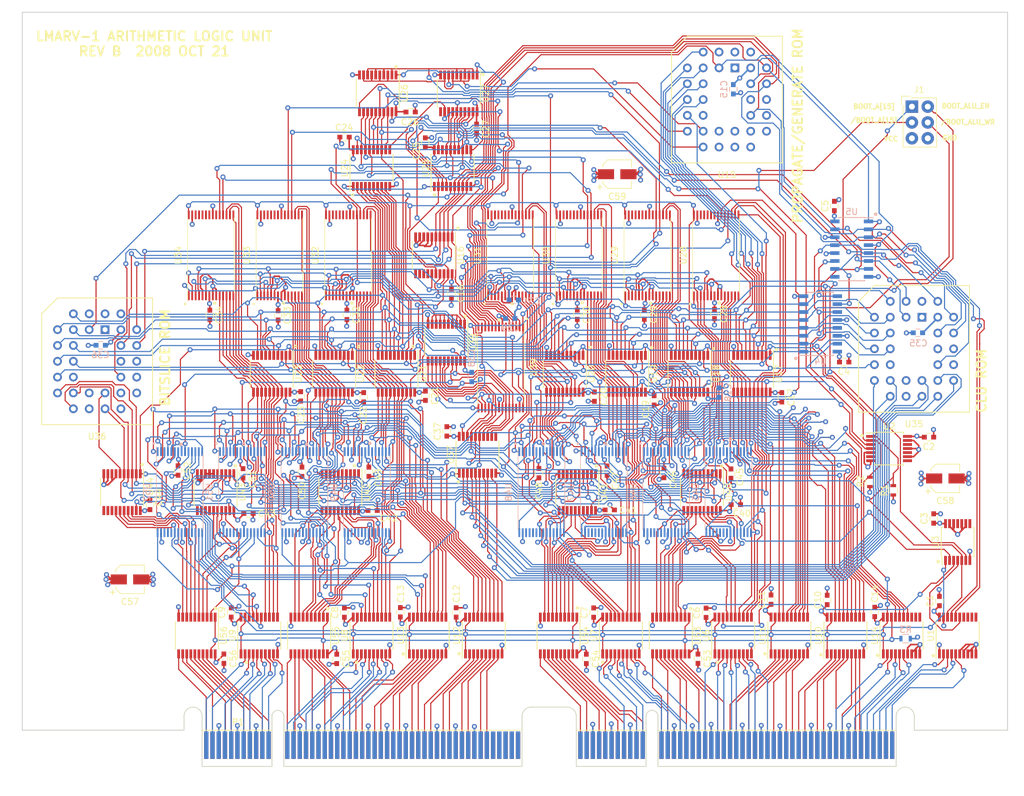
<source format=kicad_pcb>
(kicad_pcb (version 20171130) (host pcbnew "(5.0.0)")
  (layers (0 F.Cu signal) (1 In1.Cu power) (2 In2.Cu power hide) (31 B.Cu signal) (34 B.Paste user) (35 F.Paste user) (36 B.SilkS user) (37 F.SilkS user) (38 B.Mask user) (39 F.Mask user) (44 Edge.Cuts user))
  (net 0 "")
  (net 1 VCC)
  (net 2 /rdb[31])
  (net 3 /rdb[30])
  (net 4 /rdb[29])
  (net 5 /rdb[28])
  (net 6 /rdb[27])
  (net 7 /rdb[26])
  (net 8 /rdb[25])
  (net 9 /rdb[24])
  (net 10 /rs1b[31])
  (net 11 /rs1b[30])
  (net 12 /rs1b[29])
  (net 13 /rs1b[28])
  (net 14 /rs1b[27])
  (net 15 /rs1b[26])
  (net 16 /rs1b[25])
  (net 17 /rs1b[24])
  (net 18 /rdb[23])
  (net 19 /rdb[22])
  (net 20 /rdb[21])
  (net 21 /rdb[20])
  (net 22 /rdb[19])
  (net 23 /rdb[18])
  (net 24 /rdb[17])
  (net 25 /rdb[16])
  (net 26 /rs2b[31])
  (net 27 /rs2b[30])
  (net 28 /rs2b[29])
  (net 29 /rs2b[28])
  (net 30 /rs2b[27])
  (net 31 /rs2b[26])
  (net 32 /rs2b[25])
  (net 33 /rs2b[24])
  (net 34 /rs2b[23])
  (net 35 /rs2b[22])
  (net 36 /rs2b[21])
  (net 37 /rs2b[20])
  (net 38 /rs2b[19])
  (net 39 /rs2b[18])
  (net 40 /rs2b[17])
  (net 41 /rs2b[16])
  (net 42 "Net-(P1-Pad45)")
  (net 43 "Net-(P1-Pad46)")
  (net 44 "Net-(P1-Pad47)")
  (net 45 "Net-(P1-Pad48)")
  (net 46 "Net-(P1-Pad49)")
  (net 47 /rs1b[23])
  (net 48 /rs1b[22])
  (net 49 /rs1b[21])
  (net 50 /rs1b[20])
  (net 51 /rs1b[19])
  (net 52 /rs1b[18])
  (net 53 /rs1b[17])
  (net 54 /rs1b[16])
  (net 55 "Net-(P1-Pad121)")
  (net 56 "Net-(P1-Pad122)")
  (net 57 "Net-(P1-Pad124)")
  (net 58 "Net-(P1-Pad125)")
  (net 59 "Net-(P1-Pad127)")
  (net 60 "Net-(P1-Pad128)")
  (net 61 "Net-(P1-Pad130)")
  (net 62 "Net-(P1-Pad131)")
  (net 63 "Net-(P1-Pad132)")
  (net 64 /~alu_oe)
  (net 65 /alu_f[0])
  (net 66 /alu_f[1])
  (net 67 /alu_f[2])
  (net 68 /alu_f[3])
  (net 69 "Net-(P1-Pad141)")
  (net 70 "Net-(P1-Pad142)")
  (net 71 "Net-(P1-Pad143)")
  (net 72 "Net-(P1-Pad144)")
  (net 73 "Net-(P1-Pad145)")
  (net 74 "Net-(P1-Pad146)")
  (net 75 "Net-(P1-Pad147)")
  (net 76 /rdb[15])
  (net 77 /rdb[7])
  (net 78 "Net-(P1-Pad148)")
  (net 79 /rs1b[12])
  (net 80 /rdb[14])
  (net 81 /rdb[13])
  (net 82 /rdb[12])
  (net 83 /rdb[11])
  (net 84 /rdb[10])
  (net 85 /rdb[9])
  (net 86 /rdb[8])
  (net 87 /rdb[6])
  (net 88 /rdb[5])
  (net 89 /rdb[4])
  (net 90 /rdb[3])
  (net 91 /rdb[2])
  (net 92 /rdb[1])
  (net 93 /rdb[0])
  (net 94 /rs2b[15])
  (net 95 /rs2b[14])
  (net 96 /rs2b[13])
  (net 97 /rs2b[12])
  (net 98 /rs2b[11])
  (net 99 /rs2b[10])
  (net 100 /rs2b[9])
  (net 101 /rs2b[8])
  (net 102 /rs2b[7])
  (net 103 /rs2b[6])
  (net 104 /rs2b[5])
  (net 105 /rs2b[4])
  (net 106 /rs2b[3])
  (net 107 /rs2b[2])
  (net 108 /rs2b[1])
  (net 109 /rs2b[0])
  (net 110 "Net-(P1-Pad94)")
  (net 111 "Net-(P1-Pad95)")
  (net 112 "Net-(P1-Pad96)")
  (net 113 "Net-(P1-Pad97)")
  (net 114 "Net-(P1-Pad98)")
  (net 115 "Net-(P1-Pad149)")
  (net 116 "Net-(P1-Pad151)")
  (net 117 "Net-(P1-Pad152)")
  (net 118 "Net-(P1-Pad154)")
  (net 119 /rs1b[15])
  (net 120 /rs1b[14])
  (net 121 /rs1b[13])
  (net 122 /rs1b[11])
  (net 123 /rs1b[10])
  (net 124 /rs1b[9])
  (net 125 /rs1b[8])
  (net 126 /rs1b[7])
  (net 127 /rs1b[6])
  (net 128 /rs1b[5])
  (net 129 /rs1b[4])
  (net 130 /rs1b[3])
  (net 131 /rs1b[2])
  (net 132 /rs1b[1])
  (net 133 /rs1b[0])
  (net 134 "Net-(P1-Pad177)")
  (net 135 "Net-(P1-Pad179)")
  (net 136 "Net-(P1-Pad180)")
  (net 137 "Net-(P1-Pad181)")
  (net 138 "Net-(P1-Pad182)")
  (net 139 "Net-(P1-Pad184)")
  (net 140 "Net-(P1-Pad185)")
  (net 141 /~BOOT_WR)
  (net 142 /~BOOT_RST)
  (net 143 /BOOT_A[1])
  (net 144 /BOOT_A[2])
  (net 145 /BOOT_A[3])
  (net 146 /BOOT_A[4])
  (net 147 /BOOT_A[5])
  (net 148 /BOOT_A[6])
  (net 149 /BOOT_A[7])
  (net 150 /~BOOT_RCO)
  (net 151 /BOOT_A[0])
  (net 152 /BOOT_A[11])
  (net 153 "Net-(U2-Pad12)")
  (net 154 /BOOT_A[12])
  (net 155 /BOOT_A[10])
  (net 156 /BOOT_A[9])
  (net 157 /BOOT_A[8])
  (net 158 /BOOT_A[13])
  (net 159 /BOOT_A[14])
  (net 160 /BOOT_A[15])
  (net 161 /cin[0])
  (net 162 /p[0])
  (net 163 /g[0])
  (net 164 /p[6])
  (net 165 /p[1])
  (net 166 /g[1])
  (net 167 /g[4])
  (net 168 /p[5])
  (net 169 /p[4])
  (net 170 /g[3])
  (net 171 /g[5])
  (net 172 /g[2])
  (net 173 /p[2])
  (net 174 /cin[7])
  (net 175 /cin[6])
  (net 176 /cin[5])
  (net 177 /cin[4])
  (net 178 /cin[3])
  (net 179 /cin[2])
  (net 180 /cin[1])
  (net 181 "Net-(U37-Pad11)")
  (net 182 /BOOT_CLK)
  (net 183 /~BOOT_ALU_EN)
  (net 184 /~BOOT_A[15])
  (net 185 /~BOOT_ALU_WR)
  (net 186 "Net-(U30-Pad13)")
  (net 187 "Net-(U34-Pad13)")
  (net 188 /rd[31])
  (net 189 /rd[30])
  (net 190 /rd[29])
  (net 191 /rd[28])
  (net 192 /rd[27])
  (net 193 /rd[26])
  (net 194 /rd[25])
  (net 195 /rd[24])
  (net 196 /rs1[31])
  (net 197 /rs1[30])
  (net 198 /rs1[29])
  (net 199 /rs1[28])
  (net 200 /rs1[27])
  (net 201 /rs1[26])
  (net 202 /rs1[25])
  (net 203 /rs1[24])
  (net 204 /rd[23])
  (net 205 /rd[22])
  (net 206 /rd[21])
  (net 207 /rd[20])
  (net 208 /rd[19])
  (net 209 /rd[18])
  (net 210 /rd[17])
  (net 211 /rd[16])
  (net 212 /rs2[31])
  (net 213 /rs2[30])
  (net 214 /rs2[29])
  (net 215 /rs2[28])
  (net 216 /rs2[27])
  (net 217 /rs2[26])
  (net 218 /rs2[25])
  (net 219 /rs2[24])
  (net 220 /rs2[23])
  (net 221 /rs2[22])
  (net 222 /rs2[21])
  (net 223 /rs2[20])
  (net 224 /rs2[19])
  (net 225 /rs2[18])
  (net 226 /rs2[17])
  (net 227 /rs2[16])
  (net 228 /rs1[23])
  (net 229 /rs1[22])
  (net 230 /rs1[21])
  (net 231 /rs1[20])
  (net 232 /rs1[19])
  (net 233 /rs1[18])
  (net 234 /rs1[17])
  (net 235 /rs1[16])
  (net 236 /rd[15])
  (net 237 /rd[7])
  (net 238 /rs1[12])
  (net 239 /rd[14])
  (net 240 /rd[13])
  (net 241 /rd[12])
  (net 242 /rd[11])
  (net 243 /rd[10])
  (net 244 /rd[9])
  (net 245 /rd[8])
  (net 246 /rd[6])
  (net 247 /rd[5])
  (net 248 /rd[4])
  (net 249 /rd[3])
  (net 250 /rd[2])
  (net 251 /rd[1])
  (net 252 /rd[0])
  (net 253 /rs2[15])
  (net 254 /rs2[14])
  (net 255 /rs2[13])
  (net 256 /rs2[12])
  (net 257 /rs2[11])
  (net 258 /rs2[10])
  (net 259 /rs2[9])
  (net 260 /rs2[8])
  (net 261 /rs2[7])
  (net 262 /rs2[6])
  (net 263 /rs2[5])
  (net 264 /rs2[4])
  (net 265 /rs2[3])
  (net 266 /rs2[2])
  (net 267 /rs2[1])
  (net 268 /rs2[0])
  (net 269 /rs1[15])
  (net 270 /rs1[14])
  (net 271 /rs1[13])
  (net 272 /rs1[11])
  (net 273 /rs1[10])
  (net 274 /rs1[9])
  (net 275 /rs1[8])
  (net 276 /rs1[7])
  (net 277 /rs1[6])
  (net 278 /rs1[5])
  (net 279 /rs1[4])
  (net 280 /rs1[3])
  (net 281 /rs1[2])
  (net 282 /rs1[1])
  (net 283 /rs1[0])
  (net 284 /BOOT_CLK')
  (net 285 /rdb[0]')
  (net 286 "Net-(P1-Pad133)")
  (net 287 "Net-(P1-Pad135)")
  (net 288 "Net-(P1-Pad136)")
  (net 289 "Net-(P1-Pad138)")
  (net 290 "Net-(P1-Pad139)")
  (net 291 /~alu_oe')
  (net 292 /f[0])
  (net 293 /f[1])
  (net 294 /f[2])
  (net 295 /f[3])
  (net 296 /~BOOT_ALU_EN')
  (net 297 /~BOOT_RST')
  (net 298 /g[6])
  (net 299 /p[3])
  (net 300 /BOOT_ALU_EN)
  (net 301 "Net-(U43-Pad12)")
  (net 302 "Net-(U44-Pad11)")
  (net 303 GNDREF)
  (net 304 /~BOOT_WR')
  (net 305 "Net-(U1-Pad14)")
  (net 306 "Net-(U1-Pad13)")
  (net 307 "Net-(U1-Pad12)")
  (net 308 "Net-(U1-Pad11)")
  (net 309 "Net-(U2-Pad10)")
  (net 310 "Net-(U2-Pad8)")
  (net 311 "Net-(U2-Pad6)")
  (net 312 "Net-(U3-Pad8)")
  (net 313 "Net-(U3-Pad11)")
  (net 314 "Net-(U5-Pad9)")
  (net 315 "Net-(U14-Pad13)")
  (net 316 "Net-(U14-Pad12)")
  (net 317 "Net-(U14-Pad11)")
  (net 318 "Net-(U15-Pad30)")
  (net 319 "Net-(U15-Pad26)")
  (net 320 "Net-(U15-Pad22)")
  (net 321 "Net-(U15-Pad21)")
  (net 322 "Net-(U15-Pad20)")
  (net 323 "Net-(U15-Pad19)")
  (net 324 "Net-(U15-Pad18)")
  (net 325 "Net-(U15-Pad17)")
  (net 326 /SLICE1_CIN)
  (net 327 /SLICE1_P)
  (net 328 /SLICE1_G)
  (net 329 "Net-(U15-Pad12)")
  (net 330 "Net-(U15-Pad2)")
  (net 331 "Net-(U15-Pad1)")
  (net 332 "Net-(U16-Pad14)")
  (net 333 "Net-(U16-Pad13)")
  (net 334 "Net-(U16-Pad12)")
  (net 335 "Net-(U16-Pad11)")
  (net 336 "Net-(U27-Pad11)")
  (net 337 "Net-(U28-Pad15)")
  (net 338 "Net-(U28-Pad18)")
  (net 339 "Net-(U28-Pad19)")
  (net 340 "Net-(U28-Pad16)")
  (net 341 "Net-(U28-Pad17)")
  (net 342 "Net-(U29-Pad17)")
  (net 343 "Net-(U29-Pad16)")
  (net 344 "Net-(U29-Pad19)")
  (net 345 "Net-(U29-Pad18)")
  (net 346 "Net-(U29-Pad15)")
  (net 347 "Net-(U29-Pad13)")
  (net 348 "Net-(U30-Pad15)")
  (net 349 "Net-(U30-Pad18)")
  (net 350 "Net-(U30-Pad19)")
  (net 351 "Net-(U30-Pad16)")
  (net 352 "Net-(U30-Pad17)")
  (net 353 "Net-(U31-Pad17)")
  (net 354 "Net-(U31-Pad16)")
  (net 355 "Net-(U31-Pad19)")
  (net 356 "Net-(U31-Pad18)")
  (net 357 "Net-(U31-Pad15)")
  (net 358 "Net-(U31-Pad13)")
  (net 359 "Net-(U32-Pad13)")
  (net 360 "Net-(U32-Pad15)")
  (net 361 "Net-(U32-Pad18)")
  (net 362 "Net-(U32-Pad19)")
  (net 363 "Net-(U32-Pad16)")
  (net 364 "Net-(U32-Pad17)")
  (net 365 "Net-(U33-Pad17)")
  (net 366 "Net-(U33-Pad16)")
  (net 367 "Net-(U33-Pad19)")
  (net 368 "Net-(U33-Pad18)")
  (net 369 "Net-(U33-Pad15)")
  (net 370 "Net-(U33-Pad13)")
  (net 371 "Net-(U34-Pad15)")
  (net 372 "Net-(U34-Pad18)")
  (net 373 "Net-(U34-Pad19)")
  (net 374 "Net-(U34-Pad16)")
  (net 375 "Net-(U34-Pad17)")
  (net 376 "Net-(U35-Pad26)")
  (net 377 /CLU_D7)
  (net 378 /CLU_D6)
  (net 379 /CLU_D5)
  (net 380 /CLU_D4)
  (net 381 /CLU_D3)
  (net 382 "Net-(U35-Pad17)")
  (net 383 /CLU_D2)
  (net 384 /CLU_D1)
  (net 385 /CLU_D0)
  (net 386 "Net-(U35-Pad12)")
  (net 387 "Net-(U35-Pad1)")
  (net 388 "Net-(U36-Pad1)")
  (net 389 "Net-(U36-Pad2)")
  (net 390 "Net-(U36-Pad12)")
  (net 391 /SLICE2_D[0])
  (net 392 /SLICE2_D[1])
  (net 393 /SLICE2_D[2])
  (net 394 "Net-(U36-Pad17)")
  (net 395 /SLICE2_D[3])
  (net 396 /SLICE2_D[4])
  (net 397 "Net-(U36-Pad20)")
  (net 398 "Net-(U36-Pad21)")
  (net 399 "Net-(U36-Pad22)")
  (net 400 "Net-(U36-Pad26)")
  (net 401 "Net-(U36-Pad30)")
  (net 402 "Net-(U39-Pad19)")
  (net 403 "Net-(U43-Pad14)")
  (net 404 "Net-(U43-Pad13)")
  (net 405 "Net-(U43-Pad11)")
  (net 406 "Net-(U44-Pad12)")
  (net 407 "Net-(U44-Pad13)")
  (net 408 "Net-(U45-Pad17)")
  (net 409 "Net-(U45-Pad16)")
  (net 410 "Net-(U45-Pad19)")
  (net 411 "Net-(U45-Pad18)")
  (net 412 "Net-(U46-Pad17)")
  (net 413 "Net-(U46-Pad16)")
  (net 414 "Net-(U46-Pad19)")
  (net 415 "Net-(U46-Pad18)")
  (net 416 "Net-(U47-Pad18)")
  (net 417 "Net-(U47-Pad19)")
  (net 418 "Net-(U47-Pad16)")
  (net 419 "Net-(U47-Pad17)")
  (net 420 "Net-(U48-Pad17)")
  (net 421 "Net-(U48-Pad16)")
  (net 422 "Net-(U48-Pad19)")
  (net 423 "Net-(U48-Pad18)")
  (net 424 "Net-(U49-Pad18)")
  (net 425 "Net-(U49-Pad19)")
  (net 426 "Net-(U49-Pad16)")
  (net 427 "Net-(U49-Pad17)")
  (net 428 "Net-(U50-Pad17)")
  (net 429 "Net-(U50-Pad16)")
  (net 430 "Net-(U50-Pad19)")
  (net 431 "Net-(U50-Pad18)")
  (net 432 "Net-(U51-Pad18)")
  (net 433 "Net-(U51-Pad19)")
  (net 434 "Net-(U51-Pad16)")
  (net 435 "Net-(U51-Pad17)")
  (net 436 "Net-(U52-Pad17)")
  (net 437 "Net-(U52-Pad19)")
  (net 438 "Net-(U52-Pad18)")
  (net 439 "Net-(U25-Pad18)")
  (net 440 /cmp[7])
  (module Sockets:PLCC32 (layer F.Cu) (at 207 84)
    (fp_text reference U35 (at 0 12.065) (layer F.SilkS))
    (fp_text value AT28BV256B-20JU)
    (pad 30 thru_hole circle (at 3.81 -7.62) (size 1.397 1.397) (drill 0.8128) (layers *.Cu *.Mask) (net 158 /BOOT_A[13]))
    (pad 29 thru_hole circle (at 6.35 -5.08) (size 1.397 1.397) (drill 0.8128) (layers *.Cu *.Mask) (net 157 /BOOT_A[8]))
    (pad 32 thru_hole circle (at 1.27 -7.62) (size 1.397 1.397) (drill 0.8128) (layers *.Cu *.Mask) (net 1 VCC))
    (pad 31 thru_hole circle (at 3.81 -5.08) (size 1.397 1.397) (drill 0.8128) (layers *.Cu *.Mask) (net 1 VCC))
    (pad 28 thru_hole circle (at 3.81 -2.54) (size 1.397 1.397) (drill 0.8128) (layers *.Cu *.Mask) (net 156 /BOOT_A[9]))
    (pad 27 thru_hole circle (at 6.35 -2.54) (size 1.397 1.397) (drill 0.8128) (layers *.Cu *.Mask) (net 152 /BOOT_A[11]))
    (pad 26 thru_hole circle (at 3.81 0) (size 1.397 1.397) (drill 0.8128) (layers *.Cu *.Mask) (net 376 "Net-(U35-Pad26)"))
    (pad 25 thru_hole circle (at 6.35 0) (size 1.397 1.397) (drill 0.8128) (layers *.Cu *.Mask) (net 303 GNDREF))
    (pad 24 thru_hole circle (at 3.81 2.54) (size 1.397 1.397) (drill 0.8128) (layers *.Cu *.Mask) (net 155 /BOOT_A[10]))
    (pad 23 thru_hole circle (at 6.35 2.54) (size 1.397 1.397) (drill 0.8128) (layers *.Cu *.Mask) (net 303 GNDREF))
    (pad 22 thru_hole circle (at 3.81 5.08) (size 1.397 1.397) (drill 0.8128) (layers *.Cu *.Mask) (net 377 /CLU_D7))
    (pad 21 thru_hole circle (at 6.35 5.08) (size 1.397 1.397) (drill 0.8128) (layers *.Cu *.Mask) (net 378 /CLU_D6))
    (pad 20 thru_hole circle (at 3.81 7.62) (size 1.397 1.397) (drill 0.8128) (layers *.Cu *.Mask) (net 379 /CLU_D5))
    (pad 19 thru_hole circle (at 1.27 5.08) (size 1.397 1.397) (drill 0.8128) (layers *.Cu *.Mask) (net 380 /CLU_D4))
    (pad 18 thru_hole circle (at 1.27 7.62) (size 1.397 1.397) (drill 0.8128) (layers *.Cu *.Mask) (net 381 /CLU_D3))
    (pad 17 thru_hole circle (at -1.27 5.08) (size 1.397 1.397) (drill 0.8128) (layers *.Cu *.Mask) (net 382 "Net-(U35-Pad17)"))
    (pad 16 thru_hole circle (at -1.27 7.62) (size 1.397 1.397) (drill 0.8128) (layers *.Cu *.Mask) (net 303 GNDREF))
    (pad 15 thru_hole circle (at -3.81 5.08) (size 1.397 1.397) (drill 0.8128) (layers *.Cu *.Mask) (net 383 /CLU_D2))
    (pad 14 thru_hole circle (at -3.81 7.62) (size 1.397 1.397) (drill 0.8128) (layers *.Cu *.Mask) (net 384 /CLU_D1))
    (pad 13 thru_hole circle (at -6.35 5.08) (size 1.397 1.397) (drill 0.8128) (layers *.Cu *.Mask) (net 385 /CLU_D0))
    (pad 12 thru_hole circle (at -3.81 2.54) (size 1.397 1.397) (drill 0.8128) (layers *.Cu *.Mask) (net 386 "Net-(U35-Pad12)"))
    (pad 11 thru_hole circle (at -6.35 2.54) (size 1.397 1.397) (drill 0.8128) (layers *.Cu *.Mask) (net 151 /BOOT_A[0]))
    (pad 10 thru_hole circle (at -3.81 0) (size 1.397 1.397) (drill 0.8128) (layers *.Cu *.Mask) (net 143 /BOOT_A[1]))
    (pad 9 thru_hole circle (at -6.35 0) (size 1.397 1.397) (drill 0.8128) (layers *.Cu *.Mask) (net 144 /BOOT_A[2]))
    (pad 8 thru_hole circle (at -3.81 -2.54) (size 1.397 1.397) (drill 0.8128) (layers *.Cu *.Mask) (net 145 /BOOT_A[3]))
    (pad 7 thru_hole circle (at -6.35 -2.54) (size 1.397 1.397) (drill 0.8128) (layers *.Cu *.Mask) (net 146 /BOOT_A[4]))
    (pad 6 thru_hole circle (at -3.81 -5.08) (size 1.397 1.397) (drill 0.8128) (layers *.Cu *.Mask) (net 147 /BOOT_A[5]))
    (pad 5 thru_hole circle (at -6.35 -5.08) (size 1.397 1.397) (drill 0.8128) (layers *.Cu *.Mask) (net 148 /BOOT_A[6]))
    (pad 4 thru_hole circle (at -3.81 -7.62) (size 1.397 1.397) (drill 0.8128) (layers *.Cu *.Mask) (net 149 /BOOT_A[7]))
    (pad 3 thru_hole circle (at -1.27 -5.08) (size 1.397 1.397) (drill 0.8128) (layers *.Cu *.Mask) (net 154 /BOOT_A[12]))
    (pad 2 thru_hole circle (at -1.27 -7.62) (size 1.397 1.397) (drill 0.8128) (layers *.Cu *.Mask) (net 159 /BOOT_A[14]))
    (pad 1 thru_hole rect (at 1.27 -5.08) (size 1.397 1.397) (drill 0.8128) (layers *.Cu *.Mask) (net 387 "Net-(U35-Pad1)"))
  )
  (module Housings_SSOP:TSSOP-20_4.4x6.5mm_Pitch0.65mm (layer F.Cu) (at 132 83 270)
    (fp_text reference U38 (at 0 -4.3 270) (layer F.SilkS))
    (fp_text value 74LVC541_a)
    (pad 1 smd rect (at -2.95 -2.925 270) (size 1.45 0.45) (layers F.Cu F.Paste F.Mask) (net 183 /~BOOT_ALU_EN))
    (pad 2 smd rect (at -2.95 -2.275 270) (size 1.45 0.45) (layers F.Cu F.Paste F.Mask) (net 154 /BOOT_A[12]))
    (pad 3 smd rect (at -2.95 -1.625 270) (size 1.45 0.45) (layers F.Cu F.Paste F.Mask) (net 154 /BOOT_A[12]))
    (pad 4 smd rect (at -2.95 -0.975 270) (size 1.45 0.45) (layers F.Cu F.Paste F.Mask) (net 154 /BOOT_A[12]))
    (pad 5 smd rect (at -2.95 -0.325 270) (size 1.45 0.45) (layers F.Cu F.Paste F.Mask) (net 154 /BOOT_A[12]))
    (pad 6 smd rect (at -2.95 0.325 270) (size 1.45 0.45) (layers F.Cu F.Paste F.Mask) (net 154 /BOOT_A[12]))
    (pad 7 smd rect (at -2.95 0.975 270) (size 1.45 0.45) (layers F.Cu F.Paste F.Mask) (net 154 /BOOT_A[12]))
    (pad 8 smd rect (at -2.95 1.625 270) (size 1.45 0.45) (layers F.Cu F.Paste F.Mask) (net 154 /BOOT_A[12]))
    (pad 9 smd rect (at -2.95 2.275 270) (size 1.45 0.45) (layers F.Cu F.Paste F.Mask) (net 154 /BOOT_A[12]))
    (pad 10 smd rect (at -2.95 2.925 270) (size 1.45 0.45) (layers F.Cu F.Paste F.Mask) (net 303 GNDREF))
    (pad 11 smd rect (at 2.95 2.925 270) (size 1.45 0.45) (layers F.Cu F.Paste F.Mask) (net 161 /cin[0]))
    (pad 12 smd rect (at 2.95 2.275 270) (size 1.45 0.45) (layers F.Cu F.Paste F.Mask) (net 180 /cin[1]))
    (pad 13 smd rect (at 2.95 1.625 270) (size 1.45 0.45) (layers F.Cu F.Paste F.Mask) (net 179 /cin[2]))
    (pad 14 smd rect (at 2.95 0.975 270) (size 1.45 0.45) (layers F.Cu F.Paste F.Mask) (net 178 /cin[3]))
    (pad 15 smd rect (at 2.95 0.325 270) (size 1.45 0.45) (layers F.Cu F.Paste F.Mask) (net 177 /cin[4]))
    (pad 16 smd rect (at 2.95 -0.325 270) (size 1.45 0.45) (layers F.Cu F.Paste F.Mask) (net 176 /cin[5]))
    (pad 17 smd rect (at 2.95 -0.975 270) (size 1.45 0.45) (layers F.Cu F.Paste F.Mask) (net 175 /cin[6]))
    (pad 18 smd rect (at 2.95 -1.625 270) (size 1.45 0.45) (layers F.Cu F.Paste F.Mask) (net 174 /cin[7]))
    (pad 19 smd rect (at 2.95 -2.275 270) (size 1.45 0.45) (layers F.Cu F.Paste F.Mask) (net 160 /BOOT_A[15]))
    (pad 20 smd rect (at 2.95 -2.925 270) (size 1.45 0.45) (layers F.Cu F.Paste F.Mask) (net 1 VCC))
  )
  (module lmarv:TSOP-I-28_18.4x8mm_Pitch0.55mm (layer B.Cu) (at 177 107 270)
    (fp_text reference U45 (at 0 5 270) (layer B.SilkS) (effects (justify mirror)))
    (fp_text value IS61LV256AL)
    (pad 14 smd rect (at 6.5 -0.55 270) (size 1.4 0.3) (layers B.Cu B.Paste B.Mask) (net 303 GNDREF))
    (pad 17 smd rect (at 6.5 1.1 270) (size 1.4 0.3) (layers B.Cu B.Paste B.Mask) (net 408 "Net-(U45-Pad17)"))
    (pad 12 smd rect (at 6.5 -1.65 270) (size 1.4 0.3) (layers B.Cu B.Paste B.Mask) (net 92 /rdb[1]))
    (pad 11 smd rect (at 6.5 -2.2 270) (size 1.4 0.3) (layers B.Cu B.Paste B.Mask) (net 93 /rdb[0]))
    (pad 10 smd rect (at 6.5 -2.75 270) (size 1.4 0.3) (layers B.Cu B.Paste B.Mask) (net 133 /rs1b[0]))
    (pad 21 smd rect (at 6.5 3.3 270) (size 1.4 0.3) (layers B.Cu B.Paste B.Mask) (net 67 /alu_f[2]))
    (pad 16 smd rect (at 6.5 0.55 270) (size 1.4 0.3) (layers B.Cu B.Paste B.Mask) (net 409 "Net-(U45-Pad16)"))
    (pad 20 smd rect (at 6.5 2.75 270) (size 1.4 0.3) (layers B.Cu B.Paste B.Mask) (net 303 GNDREF))
    (pad 19 smd rect (at 6.5 2.2 270) (size 1.4 0.3) (layers B.Cu B.Paste B.Mask) (net 410 "Net-(U45-Pad19)"))
    (pad 18 smd rect (at 6.5 1.65 270) (size 1.4 0.3) (layers B.Cu B.Paste B.Mask) (net 411 "Net-(U45-Pad18)"))
    (pad 15 smd rect (at 6.5 0 270) (size 1.4 0.3) (layers B.Cu B.Paste B.Mask) (net 90 /rdb[3]))
    (pad 13 smd rect (at 6.5 -1.1 270) (size 1.4 0.3) (layers B.Cu B.Paste B.Mask) (net 91 /rdb[2]))
    (pad 9 smd rect (at 6.5 -3.3 270) (size 1.4 0.3) (layers B.Cu B.Paste B.Mask) (net 132 /rs1b[1]))
    (pad 8 smd rect (at 6.5 -3.85 270) (size 1.4 0.3) (layers B.Cu B.Paste B.Mask) (net 131 /rs1b[2]))
    (pad 7 smd rect (at -6.5 -3.85 270) (size 1.4 0.3) (layers B.Cu B.Paste B.Mask) (net 130 /rs1b[3]))
    (pad 22 smd rect (at -6.5 3.3 270) (size 1.4 0.3) (layers B.Cu B.Paste B.Mask) (net 300 /BOOT_ALU_EN))
    (pad 23 smd rect (at -6.5 2.75 270) (size 1.4 0.3) (layers B.Cu B.Paste B.Mask) (net 68 /alu_f[3]))
    (pad 24 smd rect (at -6.5 2.2 270) (size 1.4 0.3) (layers B.Cu B.Paste B.Mask) (net 66 /alu_f[1]))
    (pad 25 smd rect (at -6.5 1.65 270) (size 1.4 0.3) (layers B.Cu B.Paste B.Mask) (net 65 /alu_f[0]))
    (pad 26 smd rect (at -6.5 1.1 270) (size 1.4 0.3) (layers B.Cu B.Paste B.Mask) (net 303 GNDREF))
    (pad 27 smd rect (at -6.5 0.55 270) (size 1.4 0.3) (layers B.Cu B.Paste B.Mask) (net 185 /~BOOT_ALU_WR))
    (pad 28 smd rect (at -6.5 0 270) (size 1.4 0.3) (layers B.Cu B.Paste B.Mask) (net 1 VCC))
    (pad 1 smd rect (at -6.5 -0.55 270) (size 1.4 0.3) (layers B.Cu B.Paste B.Mask) (net 303 GNDREF))
    (pad 2 smd rect (at -6.5 -1.1 270) (size 1.4 0.3) (layers B.Cu B.Paste B.Mask) (net 161 /cin[0]))
    (pad 3 smd rect (at -6.5 -1.65 270) (size 1.4 0.3) (layers B.Cu B.Paste B.Mask) (net 106 /rs2b[3]))
    (pad 4 smd rect (at -6.5 -2.2 270) (size 1.4 0.3) (layers B.Cu B.Paste B.Mask) (net 107 /rs2b[2]))
    (pad 5 smd rect (at -6.5 -2.75 270) (size 1.4 0.3) (layers B.Cu B.Paste B.Mask) (net 108 /rs2b[1]))
    (pad 6 smd rect (at -6.5 -3.3 270) (size 1.4 0.3) (layers B.Cu B.Paste B.Mask) (net 109 /rs2b[0]))
  )
  (module Housings_SOIC:SOIC-16_3.9x9.9mm_Pitch1.27mm (layer B.Cu) (at 192 80)
    (fp_text reference U4 (at 0 6) (layer B.SilkS) (effects (justify mirror)))
    (fp_text value 74HC590)
    (pad 16 smd rect (at 2.7 4.445) (size 1.5 0.6) (layers B.Cu B.Paste B.Mask) (net 1 VCC))
    (pad 15 smd rect (at 2.7 3.175) (size 1.5 0.6) (layers B.Cu B.Paste B.Mask) (net 151 /BOOT_A[0]))
    (pad 14 smd rect (at 2.7 1.905) (size 1.5 0.6) (layers B.Cu B.Paste B.Mask) (net 303 GNDREF))
    (pad 13 smd rect (at 2.7 0.635) (size 1.5 0.6) (layers B.Cu B.Paste B.Mask) (net 182 /BOOT_CLK))
    (pad 12 smd rect (at 2.7 -0.635) (size 1.5 0.6) (layers B.Cu B.Paste B.Mask) (net 303 GNDREF))
    (pad 11 smd rect (at 2.7 -1.905) (size 1.5 0.6) (layers B.Cu B.Paste B.Mask) (net 182 /BOOT_CLK))
    (pad 10 smd rect (at 2.7 -3.175) (size 1.5 0.6) (layers B.Cu B.Paste B.Mask) (net 142 /~BOOT_RST))
    (pad 9 smd rect (at 2.7 -4.445) (size 1.5 0.6) (layers B.Cu B.Paste B.Mask) (net 150 /~BOOT_RCO))
    (pad 8 smd rect (at -2.7 -4.445) (size 1.5 0.6) (layers B.Cu B.Paste B.Mask) (net 303 GNDREF))
    (pad 7 smd rect (at -2.7 -3.175) (size 1.5 0.6) (layers B.Cu B.Paste B.Mask) (net 149 /BOOT_A[7]))
    (pad 6 smd rect (at -2.7 -1.905) (size 1.5 0.6) (layers B.Cu B.Paste B.Mask) (net 148 /BOOT_A[6]))
    (pad 5 smd rect (at -2.7 -0.635) (size 1.5 0.6) (layers B.Cu B.Paste B.Mask) (net 147 /BOOT_A[5]))
    (pad 4 smd rect (at -2.7 0.635) (size 1.5 0.6) (layers B.Cu B.Paste B.Mask) (net 146 /BOOT_A[4]))
    (pad 3 smd rect (at -2.7 1.905) (size 1.5 0.6) (layers B.Cu B.Paste B.Mask) (net 145 /BOOT_A[3]))
    (pad 2 smd rect (at -2.7 3.175) (size 1.5 0.6) (layers B.Cu B.Paste B.Mask) (net 144 /BOOT_A[2]))
    (pad 1 smd rect (at -2.7 4.445) (size 1.5 0.6) (layers B.Cu B.Paste B.Mask) (net 143 /BOOT_A[1]))
  )
  (module Capacitors_SMD:C_0603 (layer F.Cu) (at 211.075 124.475 90)
    (fp_text reference C1 (at 0 -1.5 90) (layer F.SilkS))
    (fp_text value 100n)
    (pad 2 smd rect (at 0.75 0 90) (size 0.8 0.75) (layers F.Cu F.Paste F.Mask) (net 303 GNDREF))
    (pad 1 smd rect (at -0.75 0 90) (size 0.8 0.75) (layers F.Cu F.Paste F.Mask) (net 1 VCC))
  )
  (module Capacitors_SMD:C_0603 (layer F.Cu) (at 209.4 98.175)
    (fp_text reference C2 (at -0.025 1.525) (layer F.SilkS))
    (fp_text value 100n)
    (pad 1 smd rect (at -0.75 0) (size 0.8 0.75) (layers F.Cu F.Paste F.Mask) (net 1 VCC))
    (pad 2 smd rect (at 0.75 0) (size 0.8 0.75) (layers F.Cu F.Paste F.Mask) (net 303 GNDREF))
  )
  (module Capacitors_SMD:C_0603 (layer F.Cu) (at 210.15 111.225 90)
    (fp_text reference C3 (at 0 -1.5 90) (layer F.SilkS))
    (fp_text value 100n)
    (pad 2 smd rect (at 0.75 0 90) (size 0.8 0.75) (layers F.Cu F.Paste F.Mask) (net 303 GNDREF))
    (pad 1 smd rect (at -0.75 0 90) (size 0.8 0.75) (layers F.Cu F.Paste F.Mask) (net 1 VCC))
  )
  (module Capacitors_SMD:C_0603 (layer F.Cu) (at 195.8 86.125)
    (fp_text reference C4 (at -0.05 1.525) (layer F.SilkS))
    (fp_text value 100n)
    (pad 1 smd rect (at -0.75 0) (size 0.8 0.75) (layers F.Cu F.Paste F.Mask) (net 1 VCC))
    (pad 2 smd rect (at 0.75 0) (size 0.8 0.75) (layers F.Cu F.Paste F.Mask) (net 303 GNDREF))
  )
  (module Capacitors_SMD:C_0603 (layer F.Cu) (at 194.225 61.075 90)
    (fp_text reference C5 (at 0 -1.5 90) (layer F.SilkS))
    (fp_text value 100n)
    (pad 2 smd rect (at 0.75 0 90) (size 0.8 0.75) (layers F.Cu F.Paste F.Mask) (net 303 GNDREF))
    (pad 1 smd rect (at -0.75 0 90) (size 0.8 0.75) (layers F.Cu F.Paste F.Mask) (net 1 VCC))
  )
  (module Capacitors_SMD:C_0603 (layer F.Cu) (at 173.65 126.35 90)
    (fp_text reference C6 (at 0 -1.5 90) (layer F.SilkS))
    (fp_text value 100n)
    (pad 1 smd rect (at -0.75 0 90) (size 0.8 0.75) (layers F.Cu F.Paste F.Mask) (net 1 VCC))
    (pad 2 smd rect (at 0.75 0 90) (size 0.8 0.75) (layers F.Cu F.Paste F.Mask) (net 303 GNDREF))
  )
  (module Capacitors_SMD:C_0603 (layer F.Cu) (at 155.625 126.325 90)
    (fp_text reference C7 (at 0 -1.5 90) (layer F.SilkS))
    (fp_text value 100n)
    (pad 2 smd rect (at 0.75 0 90) (size 0.8 0.75) (layers F.Cu F.Paste F.Mask) (net 303 GNDREF))
    (pad 1 smd rect (at -0.75 0 90) (size 0.8 0.75) (layers F.Cu F.Paste F.Mask) (net 1 VCC))
  )
  (module Capacitors_SMD:C_0603 (layer F.Cu) (at 115.65 126.325 90)
    (fp_text reference C8 (at 0 -1.5 90) (layer F.SilkS))
    (fp_text value 100n)
    (pad 2 smd rect (at 0.75 0 90) (size 0.8 0.75) (layers F.Cu F.Paste F.Mask) (net 303 GNDREF))
    (pad 1 smd rect (at -0.75 0 90) (size 0.8 0.75) (layers F.Cu F.Paste F.Mask) (net 1 VCC))
  )
  (module Capacitors_SMD:C_0603 (layer F.Cu) (at 97.5 126.3 90)
    (fp_text reference C9 (at 0 -1.5 90) (layer F.SilkS))
    (fp_text value 100n)
    (pad 2 smd rect (at 0.75 0 90) (size 0.8 0.75) (layers F.Cu F.Paste F.Mask) (net 303 GNDREF))
    (pad 1 smd rect (at -0.75 0 90) (size 0.8 0.75) (layers F.Cu F.Paste F.Mask) (net 1 VCC))
  )
  (module Capacitors_SMD:C_0603 (layer F.Cu) (at 193.075 124.3 90)
    (fp_text reference C10 (at 0 -1.5 90) (layer F.SilkS))
    (fp_text value 100n)
    (pad 1 smd rect (at -0.75 0 90) (size 0.8 0.75) (layers F.Cu F.Paste F.Mask) (net 1 VCC))
    (pad 2 smd rect (at 0.75 0 90) (size 0.8 0.75) (layers F.Cu F.Paste F.Mask) (net 303 GNDREF))
  )
  (module Capacitors_SMD:C_0603 (layer F.Cu) (at 184.075 124.25 90)
    (fp_text reference C11 (at 0 -1.5 90) (layer F.SilkS))
    (fp_text value 100n)
    (pad 1 smd rect (at -0.75 0 90) (size 0.8 0.75) (layers F.Cu F.Paste F.Mask) (net 1 VCC))
    (pad 2 smd rect (at 0.75 0 90) (size 0.8 0.75) (layers F.Cu F.Paste F.Mask) (net 303 GNDREF))
  )
  (module Capacitors_SMD:C_0603 (layer F.Cu) (at 133.575 126.3 90)
    (fp_text reference C12 (at 3 0.05 90) (layer F.SilkS))
    (fp_text value 100n)
    (pad 2 smd rect (at 0.75 0 90) (size 0.8 0.75) (layers F.Cu F.Paste F.Mask) (net 303 GNDREF))
    (pad 1 smd rect (at -0.75 0 90) (size 0.8 0.75) (layers F.Cu F.Paste F.Mask) (net 1 VCC))
  )
  (module Capacitors_SMD:C_0603 (layer F.Cu) (at 124.625 126.275 90)
    (fp_text reference C13 (at 2.925 0.075 90) (layer F.SilkS))
    (fp_text value 100n)
    (pad 1 smd rect (at -0.75 0 90) (size 0.8 0.75) (layers F.Cu F.Paste F.Mask) (net 1 VCC))
    (pad 2 smd rect (at 0.75 0 90) (size 0.8 0.75) (layers F.Cu F.Paste F.Mask) (net 303 GNDREF))
  )
  (module Capacitors_SMD:C_0603 (layer F.Cu) (at 200.7 126.225 90)
    (fp_text reference C14 (at 2.95 0.025 90) (layer F.SilkS))
    (fp_text value 100n)
    (pad 2 smd rect (at 0.75 0 90) (size 0.8 0.75) (layers F.Cu F.Paste F.Mask) (net 303 GNDREF))
    (pad 1 smd rect (at -0.75 0 90) (size 0.8 0.75) (layers F.Cu F.Paste F.Mask) (net 1 VCC))
  )
  (module Capacitors_SMD:C_0603 (layer B.Cu) (at 178.025 42.35 270)
    (fp_text reference C15 (at 0 1.5 270) (layer B.SilkS) (effects (justify mirror)))
    (fp_text value 100n)
    (pad 1 smd rect (at -0.75 0 270) (size 0.8 0.75) (layers B.Cu B.Paste B.Mask) (net 1 VCC))
    (pad 2 smd rect (at 0.75 0 270) (size 0.8 0.75) (layers B.Cu B.Paste B.Mask) (net 303 GNDREF))
  )
  (module Capacitors_SMD:C_0603 (layer F.Cu) (at 132.825 75.1 270)
    (fp_text reference C16 (at 0 -1.5 270) (layer F.SilkS))
    (fp_text value 100n)
    (pad 2 smd rect (at 0.75 0 270) (size 0.8 0.75) (layers F.Cu F.Paste F.Mask) (net 303 GNDREF))
    (pad 1 smd rect (at -0.75 0 270) (size 0.8 0.75) (layers F.Cu F.Paste F.Mask) (net 1 VCC))
  )
  (module Capacitors_SMD:C_0603 (layer F.Cu) (at 185.8 91.775 270)
    (fp_text reference C17 (at 0 -1.5 270) (layer F.SilkS))
    (fp_text value 100n)
    (pad 2 smd rect (at 0.75 0 270) (size 0.8 0.75) (layers F.Cu F.Paste F.Mask) (net 303 GNDREF))
    (pad 1 smd rect (at -0.75 0 270) (size 0.8 0.75) (layers F.Cu F.Paste F.Mask) (net 1 VCC))
  )
  (module Capacitors_SMD:C_0603 (layer B.Cu) (at 175.7 91.025 90)
    (fp_text reference C18 (at 0 1.5 90) (layer B.SilkS) (effects (justify mirror)))
    (fp_text value 100n)
    (pad 1 smd rect (at -0.75 0 90) (size 0.8 0.75) (layers B.Cu B.Paste B.Mask) (net 1 VCC))
    (pad 2 smd rect (at 0.75 0 90) (size 0.8 0.75) (layers B.Cu B.Paste B.Mask) (net 303 GNDREF))
  )
  (module Capacitors_SMD:C_0603 (layer F.Cu) (at 165.325 92.275 270)
    (fp_text reference C19 (at 1.4 1.35 270) (layer F.SilkS))
    (fp_text value 100n)
    (pad 1 smd rect (at -0.75 0 270) (size 0.8 0.75) (layers F.Cu F.Paste F.Mask) (net 1 VCC))
    (pad 2 smd rect (at 0.75 0 270) (size 0.8 0.75) (layers F.Cu F.Paste F.Mask) (net 303 GNDREF))
  )
  (module Capacitors_SMD:C_0603 (layer F.Cu) (at 155.75 91.675 270)
    (fp_text reference C20 (at 0 -1.5 270) (layer F.SilkS))
    (fp_text value 100n)
    (pad 1 smd rect (at -0.75 0 270) (size 0.8 0.75) (layers F.Cu F.Paste F.Mask) (net 1 VCC))
    (pad 2 smd rect (at 0.75 0 270) (size 0.8 0.75) (layers F.Cu F.Paste F.Mask) (net 303 GNDREF))
  )
  (module Capacitors_SMD:C_0603 (layer F.Cu) (at 128.65 91.525 270)
    (fp_text reference C21 (at 0 -1.5 270) (layer F.SilkS))
    (fp_text value 100n)
    (pad 2 smd rect (at 0.75 0 270) (size 0.8 0.75) (layers F.Cu F.Paste F.Mask) (net 303 GNDREF))
    (pad 1 smd rect (at -0.75 0 270) (size 0.8 0.75) (layers F.Cu F.Paste F.Mask) (net 1 VCC))
  )
  (module Capacitors_SMD:C_0603 (layer F.Cu) (at 118.75 91.775 270)
    (fp_text reference C22 (at 2.925 0.075 270) (layer F.SilkS))
    (fp_text value 100n)
    (pad 1 smd rect (at -0.75 0 270) (size 0.8 0.75) (layers F.Cu F.Paste F.Mask) (net 1 VCC))
    (pad 2 smd rect (at 0.75 0 270) (size 0.8 0.75) (layers F.Cu F.Paste F.Mask) (net 303 GNDREF))
  )
  (module Capacitors_SMD:C_0603 (layer F.Cu) (at 108.65 91.625 270)
    (fp_text reference C23 (at 3 -0.075 270) (layer F.SilkS))
    (fp_text value 100n)
    (pad 1 smd rect (at -0.75 0 270) (size 0.8 0.75) (layers F.Cu F.Paste F.Mask) (net 1 VCC))
    (pad 2 smd rect (at 0.75 0 270) (size 0.8 0.75) (layers F.Cu F.Paste F.Mask) (net 303 GNDREF))
  )
  (module Capacitors_SMD:C_0603 (layer F.Cu) (at 115.675 50.025 180)
    (fp_text reference C24 (at 0.05 1.525 180) (layer F.SilkS))
    (fp_text value 100n)
    (pad 2 smd rect (at 0.75 0 180) (size 0.8 0.75) (layers F.Cu F.Paste F.Mask) (net 303 GNDREF))
    (pad 1 smd rect (at -0.75 0 180) (size 0.8 0.75) (layers F.Cu F.Paste F.Mask) (net 1 VCC))
  )
  (module Capacitors_SMD:C_0603 (layer F.Cu) (at 128.625 50.9 90)
    (fp_text reference C25 (at -1.35 -1.4 90) (layer F.SilkS))
    (fp_text value 100n)
    (pad 2 smd rect (at 0.75 0 90) (size 0.8 0.75) (layers F.Cu F.Paste F.Mask) (net 303 GNDREF))
    (pad 1 smd rect (at -0.75 0 90) (size 0.8 0.75) (layers F.Cu F.Paste F.Mask) (net 1 VCC))
  )
  (module Capacitors_SMD:C_0603 (layer F.Cu) (at 126.275 46)
    (fp_text reference C26 (at -0.1 1.6) (layer F.SilkS))
    (fp_text value 100n)
    (pad 2 smd rect (at 0.75 0) (size 0.8 0.75) (layers F.Cu F.Paste F.Mask) (net 303 GNDREF))
    (pad 1 smd rect (at -0.75 0) (size 0.8 0.75) (layers F.Cu F.Paste F.Mask) (net 1 VCC))
  )
  (module Capacitors_SMD:C_0603 (layer F.Cu) (at 136.85 48.7 270)
    (fp_text reference C27 (at 0 -1.5 270) (layer F.SilkS))
    (fp_text value 100n)
    (pad 2 smd rect (at 0.75 0 270) (size 0.8 0.75) (layers F.Cu F.Paste F.Mask) (net 303 GNDREF))
    (pad 1 smd rect (at -0.75 0 270) (size 0.8 0.75) (layers F.Cu F.Paste F.Mask) (net 1 VCC))
  )
  (module Capacitors_SMD:C_0603 (layer F.Cu) (at 175 78.4 270)
    (fp_text reference C28 (at 0 -1.5 270) (layer F.SilkS))
    (fp_text value 100n)
    (pad 1 smd rect (at -0.75 0 270) (size 0.8 0.75) (layers F.Cu F.Paste F.Mask) (net 1 VCC))
    (pad 2 smd rect (at 0.75 0 270) (size 0.8 0.75) (layers F.Cu F.Paste F.Mask) (net 303 GNDREF))
  )
  (module Capacitors_SMD:C_0603 (layer F.Cu) (at 163.75 78.5 270)
    (fp_text reference C29 (at 0 -1.5 270) (layer F.SilkS))
    (fp_text value 100n)
    (pad 2 smd rect (at 0.75 0 270) (size 0.8 0.75) (layers F.Cu F.Paste F.Mask) (net 303 GNDREF))
    (pad 1 smd rect (at -0.75 0 270) (size 0.8 0.75) (layers F.Cu F.Paste F.Mask) (net 1 VCC))
  )
  (module Capacitors_SMD:C_0603 (layer F.Cu) (at 153 78.525 270)
    (fp_text reference C30 (at 0 -1.5 270) (layer F.SilkS))
    (fp_text value 100n)
    (pad 2 smd rect (at 0.75 0 270) (size 0.8 0.75) (layers F.Cu F.Paste F.Mask) (net 303 GNDREF))
    (pad 1 smd rect (at -0.75 0 270) (size 0.8 0.75) (layers F.Cu F.Paste F.Mask) (net 1 VCC))
  )
  (module Capacitors_SMD:C_0603 (layer B.Cu) (at 142.825 76.15)
    (fp_text reference C31 (at 2.825 0.225) (layer B.SilkS) (effects (justify mirror)))
    (fp_text value 100n)
    (pad 1 smd rect (at -0.75 0) (size 0.8 0.75) (layers B.Cu B.Paste B.Mask) (net 1 VCC))
    (pad 2 smd rect (at 0.75 0) (size 0.8 0.75) (layers B.Cu B.Paste B.Mask) (net 303 GNDREF))
  )
  (module Capacitors_SMD:C_0603 (layer F.Cu) (at 116.05 78.55 270)
    (fp_text reference C32 (at 0 -1.5 270) (layer F.SilkS))
    (fp_text value 100n)
    (pad 2 smd rect (at 0.75 0 270) (size 0.8 0.75) (layers F.Cu F.Paste F.Mask) (net 303 GNDREF))
    (pad 1 smd rect (at -0.75 0 270) (size 0.8 0.75) (layers F.Cu F.Paste F.Mask) (net 1 VCC))
  )
  (module Capacitors_SMD:C_0603 (layer F.Cu) (at 105.025 78.625 270)
    (fp_text reference C33 (at 0 -1.5 270) (layer F.SilkS))
    (fp_text value 100n)
    (pad 1 smd rect (at -0.75 0 270) (size 0.8 0.75) (layers F.Cu F.Paste F.Mask) (net 1 VCC))
    (pad 2 smd rect (at 0.75 0 270) (size 0.8 0.75) (layers F.Cu F.Paste F.Mask) (net 303 GNDREF))
  )
  (module Capacitors_SMD:C_0603 (layer F.Cu) (at 94.075 78.55 270)
    (fp_text reference C34 (at 0 -1.5 270) (layer F.SilkS))
    (fp_text value 100n)
    (pad 1 smd rect (at -0.75 0 270) (size 0.8 0.75) (layers F.Cu F.Paste F.Mask) (net 1 VCC))
    (pad 2 smd rect (at 0.75 0 270) (size 0.8 0.75) (layers F.Cu F.Paste F.Mask) (net 303 GNDREF))
  )
  (module Capacitors_SMD:C_0603 (layer B.Cu) (at 207.625 81.425 180)
    (fp_text reference C35 (at -0.075 -1.675 180) (layer B.SilkS) (effects (justify mirror)))
    (fp_text value 100n)
    (pad 2 smd rect (at 0.75 0 180) (size 0.8 0.75) (layers B.Cu B.Paste B.Mask) (net 303 GNDREF))
    (pad 1 smd rect (at -0.75 0 180) (size 0.8 0.75) (layers B.Cu B.Paste B.Mask) (net 1 VCC))
  )
  (module Capacitors_SMD:C_0603 (layer B.Cu) (at 76.575 83.425 180)
    (fp_text reference C36 (at 0.05 -1.55 180) (layer B.SilkS) (effects (justify mirror)))
    (fp_text value 100n)
    (pad 2 smd rect (at 0.75 0 180) (size 0.8 0.75) (layers B.Cu B.Paste B.Mask) (net 303 GNDREF))
    (pad 1 smd rect (at -0.75 0 180) (size 0.8 0.75) (layers B.Cu B.Paste B.Mask) (net 1 VCC))
  )
  (module Capacitors_SMD:C_0603 (layer F.Cu) (at 132.075 97.25 90)
    (fp_text reference C37 (at 0 -1.5 90) (layer F.SilkS))
    (fp_text value 100n)
    (pad 1 smd rect (at -0.75 0 90) (size 0.8 0.75) (layers F.Cu F.Paste F.Mask) (net 1 VCC))
    (pad 2 smd rect (at 0.75 0 90) (size 0.8 0.75) (layers F.Cu F.Paste F.Mask) (net 303 GNDREF))
  )
  (module Capacitors_SMD:C_0603 (layer B.Cu) (at 136.075 88.525 270)
    (fp_text reference C38 (at -3.025 0.025 270) (layer B.SilkS) (effects (justify mirror)))
    (fp_text value 100n)
    (pad 1 smd rect (at -0.75 0 270) (size 0.8 0.75) (layers B.Cu B.Paste B.Mask) (net 1 VCC))
    (pad 2 smd rect (at 0.75 0 270) (size 0.8 0.75) (layers B.Cu B.Paste B.Mask) (net 303 GNDREF))
  )
  (module Capacitors_SMD:C_0603 (layer B.Cu) (at 142.25 79.125)
    (fp_text reference C39 (at 0 1.5) (layer B.SilkS) (effects (justify mirror)))
    (fp_text value 100n)
    (pad 1 smd rect (at -0.75 0) (size 0.8 0.75) (layers B.Cu B.Paste B.Mask) (net 1 VCC))
    (pad 2 smd rect (at 0.75 0) (size 0.8 0.75) (layers B.Cu B.Paste B.Mask) (net 303 GNDREF))
  )
  (module Capacitors_SMD:C_0603 (layer F.Cu) (at 178.425 109)
    (fp_text reference C40 (at 0.95 1.4) (layer F.SilkS))
    (fp_text value 100n)
    (pad 1 smd rect (at -0.75 0) (size 0.8 0.75) (layers F.Cu F.Paste F.Mask) (net 1 VCC))
    (pad 2 smd rect (at 0.75 0) (size 0.8 0.75) (layers F.Cu F.Paste F.Mask) (net 303 GNDREF))
  )
  (module Capacitors_SMD:C_0603 (layer F.Cu) (at 158.2 109.85)
    (fp_text reference C41 (at 2.95 0.05) (layer F.SilkS))
    (fp_text value 100n)
    (pad 2 smd rect (at 0.75 0) (size 0.8 0.75) (layers F.Cu F.Paste F.Mask) (net 303 GNDREF))
    (pad 1 smd rect (at -0.75 0) (size 0.8 0.75) (layers F.Cu F.Paste F.Mask) (net 1 VCC))
  )
  (module Capacitors_SMD:C_0603 (layer F.Cu) (at 120.175 109.95)
    (fp_text reference C42 (at 2.575 1.25) (layer F.SilkS))
    (fp_text value 100n)
    (pad 1 smd rect (at -0.75 0) (size 0.8 0.75) (layers F.Cu F.Paste F.Mask) (net 1 VCC))
    (pad 2 smd rect (at 0.75 0) (size 0.8 0.75) (layers F.Cu F.Paste F.Mask) (net 303 GNDREF))
  )
  (module Capacitors_SMD:C_0603 (layer F.Cu) (at 100.275 110.425)
    (fp_text reference C43 (at 2.95 0.025) (layer F.SilkS))
    (fp_text value 100n)
    (pad 2 smd rect (at 0.75 0) (size 0.8 0.75) (layers F.Cu F.Paste F.Mask) (net 303 GNDREF))
    (pad 1 smd rect (at -0.75 0) (size 0.8 0.75) (layers F.Cu F.Paste F.Mask) (net 1 VCC))
  )
  (module Capacitors_SMD:C_0603 (layer F.Cu) (at 84.475 109.05 90)
    (fp_text reference C44 (at 1.225 1.425 90) (layer F.SilkS))
    (fp_text value 100n)
    (pad 2 smd rect (at 0.75 0 90) (size 0.8 0.75) (layers F.Cu F.Paste F.Mask) (net 303 GNDREF))
    (pad 1 smd rect (at -0.75 0 90) (size 0.8 0.75) (layers F.Cu F.Paste F.Mask) (net 1 VCC))
  )
  (module Capacitors_SMD:C_0603 (layer F.Cu) (at 177.65 104.025 270)
    (fp_text reference C45 (at 0.55 -1.45 270) (layer F.SilkS))
    (fp_text value 100n)
    (pad 2 smd rect (at 0.75 0 270) (size 0.8 0.75) (layers F.Cu F.Paste F.Mask) (net 303 GNDREF))
    (pad 1 smd rect (at -0.75 0 270) (size 0.8 0.75) (layers F.Cu F.Paste F.Mask) (net 1 VCC))
  )
  (module Capacitors_SMD:C_0603 (layer F.Cu) (at 166.9 103.925 270)
    (fp_text reference C46 (at 1.1 -1.5 270) (layer F.SilkS))
    (fp_text value 100n)
    (pad 1 smd rect (at -0.75 0 270) (size 0.8 0.75) (layers F.Cu F.Paste F.Mask) (net 1 VCC))
    (pad 2 smd rect (at 0.75 0 270) (size 0.8 0.75) (layers F.Cu F.Paste F.Mask) (net 303 GNDREF))
  )
  (module Capacitors_SMD:C_0603 (layer F.Cu) (at 157.775 103.55 270)
    (fp_text reference C47 (at 1.65 -1.375 270) (layer F.SilkS))
    (fp_text value 100n)
    (pad 2 smd rect (at 0.75 0 270) (size 0.8 0.75) (layers F.Cu F.Paste F.Mask) (net 303 GNDREF))
    (pad 1 smd rect (at -0.75 0 270) (size 0.8 0.75) (layers F.Cu F.Paste F.Mask) (net 1 VCC))
  )
  (module Capacitors_SMD:C_0603 (layer F.Cu) (at 146.85 103.95 270)
    (fp_text reference C48 (at 2.875 -0.025 270) (layer F.SilkS))
    (fp_text value 100n)
    (pad 1 smd rect (at -0.75 0 270) (size 0.8 0.75) (layers F.Cu F.Paste F.Mask) (net 1 VCC))
    (pad 2 smd rect (at 0.75 0 270) (size 0.8 0.75) (layers F.Cu F.Paste F.Mask) (net 303 GNDREF))
  )
  (module Capacitors_SMD:C_0603 (layer F.Cu) (at 119.575 103.725 270)
    (fp_text reference C49 (at 0.95 -1.5 270) (layer F.SilkS))
    (fp_text value 100n)
    (pad 1 smd rect (at -0.75 0 270) (size 0.8 0.75) (layers F.Cu F.Paste F.Mask) (net 1 VCC))
    (pad 2 smd rect (at 0.75 0 270) (size 0.8 0.75) (layers F.Cu F.Paste F.Mask) (net 303 GNDREF))
  )
  (module Capacitors_SMD:C_0603 (layer F.Cu) (at 108.85 103.725 270)
    (fp_text reference C50 (at 3.05 -0.025 270) (layer F.SilkS))
    (fp_text value 100n)
    (pad 1 smd rect (at -0.75 0 270) (size 0.8 0.75) (layers F.Cu F.Paste F.Mask) (net 1 VCC))
    (pad 2 smd rect (at 0.75 0 270) (size 0.8 0.75) (layers F.Cu F.Paste F.Mask) (net 303 GNDREF))
  )
  (module Capacitors_SMD:C_0603 (layer F.Cu) (at 99.4 103.975 270)
    (fp_text reference C51 (at 0.925 -1.525 270) (layer F.SilkS))
    (fp_text value 100n)
    (pad 2 smd rect (at 0.75 0 270) (size 0.8 0.75) (layers F.Cu F.Paste F.Mask) (net 303 GNDREF))
    (pad 1 smd rect (at -0.75 0 270) (size 0.8 0.75) (layers F.Cu F.Paste F.Mask) (net 1 VCC))
  )
  (module Capacitors_SMD:C_0603 (layer F.Cu) (at 88.975 103.525 270)
    (fp_text reference C52 (at 0 -1.5 270) (layer F.SilkS))
    (fp_text value 100n)
    (pad 2 smd rect (at 0.75 0 270) (size 0.8 0.75) (layers F.Cu F.Paste F.Mask) (net 303 GNDREF))
    (pad 1 smd rect (at -0.75 0 270) (size 0.8 0.75) (layers F.Cu F.Paste F.Mask) (net 1 VCC))
  )
  (module Capacitors_SMD:C_0603 (layer F.Cu) (at 172.35 133.725 270)
    (fp_text reference C53 (at 0 -1.5 270) (layer F.SilkS))
    (fp_text value 100n)
    (pad 1 smd rect (at -0.75 0 270) (size 0.8 0.75) (layers F.Cu F.Paste F.Mask) (net 1 VCC))
    (pad 2 smd rect (at 0.75 0 270) (size 0.8 0.75) (layers F.Cu F.Paste F.Mask) (net 303 GNDREF))
  )
  (module Capacitors_SMD:C_0603 (layer F.Cu) (at 154.45 133.75 270)
    (fp_text reference C54 (at 0 -1.5 270) (layer F.SilkS))
    (fp_text value 100n)
    (pad 2 smd rect (at 0.75 0 270) (size 0.8 0.75) (layers F.Cu F.Paste F.Mask) (net 303 GNDREF))
    (pad 1 smd rect (at -0.75 0 270) (size 0.8 0.75) (layers F.Cu F.Paste F.Mask) (net 1 VCC))
  )
  (module Capacitors_SMD:C_0603 (layer F.Cu) (at 114.425 133.75 270)
    (fp_text reference C55 (at 0 -1.5 270) (layer F.SilkS))
    (fp_text value 100n)
    (pad 1 smd rect (at -0.75 0 270) (size 0.8 0.75) (layers F.Cu F.Paste F.Mask) (net 1 VCC))
    (pad 2 smd rect (at 0.75 0 270) (size 0.8 0.75) (layers F.Cu F.Paste F.Mask) (net 303 GNDREF))
  )
  (module Capacitors_SMD:C_0603 (layer F.Cu) (at 96.325 133.725 270)
    (fp_text reference C56 (at 0 -1.5 270) (layer F.SilkS))
    (fp_text value 100n)
    (pad 1 smd rect (at -0.75 0 270) (size 0.8 0.75) (layers F.Cu F.Paste F.Mask) (net 1 VCC))
    (pad 2 smd rect (at 0.75 0 270) (size 0.8 0.75) (layers F.Cu F.Paste F.Mask) (net 303 GNDREF))
  )
  (module Capacitors_SMD:CP_Elec_4x4.5 (layer F.Cu) (at 81.275 121)
    (fp_text reference C57 (at 0 3.58 180) (layer F.SilkS))
    (fp_text value 1u)
    (fp_text user + (at -2.78 1.99 180) (layer F.SilkS))
    (pad 2 smd rect (at 1.8 0 180) (size 2.6 1.6) (layers F.Cu F.Paste F.Mask) (net 303 GNDREF))
    (pad 1 smd rect (at -1.8 0 180) (size 2.6 1.6) (layers F.Cu F.Paste F.Mask) (net 1 VCC))
  )
  (module Capacitors_SMD:CP_Elec_4x4.5 (layer F.Cu) (at 212.025 104.8)
    (fp_text reference C58 (at 0 3.58 180) (layer F.SilkS))
    (fp_text value 1u)
    (fp_text user + (at -2.78 1.99 180) (layer F.SilkS))
    (pad 2 smd rect (at 1.8 0 180) (size 2.6 1.6) (layers F.Cu F.Paste F.Mask) (net 303 GNDREF))
    (pad 1 smd rect (at -1.8 0 180) (size 2.6 1.6) (layers F.Cu F.Paste F.Mask) (net 1 VCC))
  )
  (module Capacitors_SMD:CP_Elec_4x4.5 (layer F.Cu) (at 159.4 55.975)
    (fp_text reference C59 (at 0 3.58 180) (layer F.SilkS))
    (fp_text value 1u)
    (fp_text user + (at -2.78 1.99 180) (layer F.SilkS))
    (pad 1 smd rect (at -1.8 0 180) (size 2.6 1.6) (layers F.Cu F.Paste F.Mask) (net 1 VCC))
    (pad 2 smd rect (at 1.8 0 180) (size 2.6 1.6) (layers F.Cu F.Paste F.Mask) (net 303 GNDREF))
  )
  (module Connectors_Samtec:SDL-106-X-XX_2x03 (layer F.Cu) (at 206.66 45.135)
    (fp_text reference J1 (at 1.165 -2.71 180) (layer F.SilkS))
    (fp_text value Conn_02x03_Odd_Even)
    (pad 6 thru_hole circle (at 2.54 5.08) (size 2 2) (drill 0.95) (layers *.Cu *.Mask) (net 303 GNDREF))
    (pad 4 thru_hole circle (at 2.54 2.54) (size 2 2) (drill 0.95) (layers *.Cu *.Mask) (net 185 /~BOOT_ALU_WR))
    (pad 2 thru_hole circle (at 2.54 0) (size 2 2) (drill 0.95) (layers *.Cu *.Mask) (net 300 /BOOT_ALU_EN))
    (pad 5 thru_hole circle (at 0 5.08) (size 2 2) (drill 0.95) (layers *.Cu *.Mask) (net 1 VCC))
    (pad 3 thru_hole circle (at 0 2.54) (size 2 2) (drill 0.95) (layers *.Cu *.Mask) (net 184 /~BOOT_A[15]))
    (pad 1 thru_hole rect (at 0 0) (size 2 2) (drill 0.95) (layers *.Cu *.Mask) (net 160 /BOOT_A[15]))
  )
  (module lmarv:PCI-EXPRESS (layer F.Cu) (at 105 151)
    (fp_text reference P1 (at -6.4 -7.11) (layer F.SilkS))
    (fp_text value dual-pcie-cardedge_split)
    (fp_line (start 0.937247 -0.00177) (end 39.137247 -0.00177) (layer Edge.Cuts) (width 0.12))
    (fp_line (start -15.062753 -8.05177) (end -15.062753 -5.80177) (layer Edge.Cuts) (width 0.12))
    (fp_arc (start -0.012753 -8.05177) (end -0.962753 -8.05177) (angle 180) (layer Edge.Cuts) (width 0.12))
    (fp_line (start 99.137247 -8.05177) (end 99.137247 -0.00177) (layer Edge.Cuts) (width 0.12))
    (fp_arc (start 100.587247 -8.05177) (end 99.137247 -8.05177) (angle 180) (layer Edge.Cuts) (width 0.12))
    (fp_arc (start -13.612753 -8.05177) (end -15.062753 -8.05177) (angle 180) (layer Edge.Cuts) (width 0.12))
    (fp_line (start -0.962753 -0.00177) (end -12.162753 -0.00177) (layer Edge.Cuts) (width 0.12))
    (fp_line (start 39.137247 -8.05177) (end 39.137247 -0.00177) (layer Edge.Cuts) (width 0.12))
    (fp_arc (start 59.987247 -8.05177) (end 59.037247 -8.05177) (angle 180) (layer Edge.Cuts) (width 0.12))
    (fp_arc (start 40.587247 -8.05177) (end 39.137247 -8.05177) (angle 90) (layer Edge.Cuts) (width 0.12))
    (fp_line (start 60.937247 -8.05177) (end 60.937247 -5.80177) (layer Edge.Cuts) (width 0.12))
    (fp_line (start 40.587247 -9.50177) (end 46.387247 -9.50177) (layer Edge.Cuts) (width 0.12))
    (fp_line (start -12.162753 -0.00177) (end -12.162753 -8.05177) (layer Edge.Cuts) (width 0.12))
    (fp_line (start 60.937247 -5.80177) (end 60.937247 -0.00177) (layer Edge.Cuts) (width 0.12))
    (fp_line (start 59.037247 -5.80177) (end 59.037247 -8.05177) (layer Edge.Cuts) (width 0.12))
    (fp_line (start 0.937247 -8.05177) (end 0.937247 -5.80177) (layer Edge.Cuts) (width 0.12))
    (fp_line (start 59.037247 -0.00177) (end 47.837247 -0.00177) (layer Edge.Cuts) (width 0.12))
    (fp_line (start -0.962753 -5.80177) (end -0.962753 -8.05177) (layer Edge.Cuts) (width 0.12))
    (fp_line (start 0.937247 -5.80177) (end 0.937247 -0.00177) (layer Edge.Cuts) (width 0.12))
    (fp_line (start -0.962753 -5.80177) (end -0.962753 -0.00177) (layer Edge.Cuts) (width 0.12))
    (fp_line (start 60.937247 -0.00177) (end 99.137247 -0.00177) (layer Edge.Cuts) (width 0.12))
    (fp_line (start 102.037247 -8.05177) (end 102.037247 -5.80177) (layer Edge.Cuts) (width 0.12))
    (fp_line (start 59.037247 -5.80177) (end 59.037247 -0.00177) (layer Edge.Cuts) (width 0.12))
    (fp_arc (start 46.387247 -8.05177) (end 46.387247 -9.50177) (angle 90) (layer Edge.Cuts) (width 0.12))
    (fp_line (start 47.837247 -0.00177) (end 47.837247 -8.05177) (layer Edge.Cuts) (width 0.12))
    (pad 1 connect rect (at -11.5 -3.4) (size 0.7 4.4) (layers F.Cu F.Mask) (net 188 /rd[31]))
    (pad 2 connect rect (at -10.5 -3.4) (size 0.7 4.4) (layers F.Cu F.Mask) (net 189 /rd[30]))
    (pad 3 connect rect (at -9.5 -3.4) (size 0.7 4.4) (layers F.Cu F.Mask) (net 303 GNDREF))
    (pad 4 connect rect (at -8.5 -3.4) (size 0.7 4.4) (layers F.Cu F.Mask) (net 190 /rd[29]))
    (pad 5 connect rect (at -7.5 -3.4) (size 0.7 4.4) (layers F.Cu F.Mask) (net 191 /rd[28]))
    (pad 6 connect rect (at -6.5 -3.4) (size 0.7 4.4) (layers F.Cu F.Mask) (net 1 VCC))
    (pad 7 connect rect (at -5.5 -3.4) (size 0.7 4.4) (layers F.Cu F.Mask) (net 192 /rd[27]))
    (pad 8 connect rect (at -4.5 -3.4) (size 0.7 4.4) (layers F.Cu F.Mask) (net 193 /rd[26]))
    (pad 9 connect rect (at -3.5 -3.4) (size 0.7 4.4) (layers F.Cu F.Mask) (net 303 GNDREF))
    (pad 10 connect rect (at -2.5 -3.4) (size 0.7 4.4) (layers F.Cu F.Mask) (net 194 /rd[25]))
    (pad 11 connect rect (at -1.5 -3.4) (size 0.7 4.4) (layers F.Cu F.Mask) (net 195 /rd[24]))
    (pad 99 connect rect (at -11.5 -3.4) (size 0.7 4.4) (layers B.Cu B.Mask) (net 196 /rs1[31]))
    (pad 100 connect rect (at -10.5 -3.4) (size 0.7 4.4) (layers B.Cu B.Mask) (net 197 /rs1[30]))
    (pad 101 connect rect (at -9.5 -3.4) (size 0.7 4.4) (layers B.Cu B.Mask) (net 303 GNDREF))
    (pad 102 connect rect (at -8.5 -3.4) (size 0.7 4.4) (layers B.Cu B.Mask) (net 198 /rs1[29]))
    (pad 103 connect rect (at -7.5 -3.4) (size 0.7 4.4) (layers B.Cu B.Mask) (net 199 /rs1[28]))
    (pad 104 connect rect (at -6.5 -3.4) (size 0.7 4.4) (layers B.Cu B.Mask) (net 1 VCC))
    (pad 105 connect rect (at -5.5 -3.4) (size 0.7 4.4) (layers B.Cu B.Mask) (net 200 /rs1[27]))
    (pad 106 connect rect (at -4.5 -3.4) (size 0.7 4.4) (layers B.Cu B.Mask) (net 201 /rs1[26]))
    (pad 107 connect rect (at -3.5 -3.4) (size 0.7 4.4) (layers B.Cu B.Mask) (net 303 GNDREF))
    (pad 108 connect rect (at -2.5 -3.4) (size 0.7 4.4) (layers B.Cu B.Mask) (net 202 /rs1[25]))
    (pad 109 connect rect (at -1.5 -3.4) (size 0.7 4.4) (layers B.Cu B.Mask) (net 203 /rs1[24]))
    (pad 12 connect rect (at 1.5 -3.4) (size 0.7 4.4) (layers F.Cu F.Mask) (net 204 /rd[23]))
    (pad 13 connect rect (at 2.5 -3.4) (size 0.7 4.4) (layers F.Cu F.Mask) (net 205 /rd[22]))
    (pad 14 connect rect (at 3.5 -3.4) (size 0.7 4.4) (layers F.Cu F.Mask) (net 303 GNDREF))
    (pad 15 connect rect (at 4.5 -3.4) (size 0.7 4.4) (layers F.Cu F.Mask) (net 206 /rd[21]))
    (pad 16 connect rect (at 5.5 -3.4) (size 0.7 4.4) (layers F.Cu F.Mask) (net 207 /rd[20]))
    (pad 17 connect rect (at 6.5 -3.4) (size 0.7 4.4) (layers F.Cu F.Mask) (net 1 VCC))
    (pad 18 connect rect (at 7.5 -3.4) (size 0.7 4.4) (layers F.Cu F.Mask) (net 208 /rd[19]))
    (pad 19 connect rect (at 8.5 -3.4) (size 0.7 4.4) (layers F.Cu F.Mask) (net 209 /rd[18]))
    (pad 20 connect rect (at 9.5 -3.4) (size 0.7 4.4) (layers F.Cu F.Mask) (net 303 GNDREF))
    (pad 21 connect rect (at 10.5 -3.4) (size 0.7 4.4) (layers F.Cu F.Mask) (net 210 /rd[17]))
    (pad 22 connect rect (at 11.5 -3.4) (size 0.7 4.4) (layers F.Cu F.Mask) (net 211 /rd[16]))
    (pad 23 connect rect (at 12.5 -3.4) (size 0.7 4.4) (layers F.Cu F.Mask) (net 212 /rs2[31]))
    (pad 24 connect rect (at 13.5 -3.4) (size 0.7 4.4) (layers F.Cu F.Mask) (net 213 /rs2[30]))
    (pad 25 connect rect (at 14.5 -3.4) (size 0.7 4.4) (layers F.Cu F.Mask) (net 303 GNDREF))
    (pad 26 connect rect (at 15.5 -3.4) (size 0.7 4.4) (layers F.Cu F.Mask) (net 214 /rs2[29]))
    (pad 27 connect rect (at 16.5 -3.4) (size 0.7 4.4) (layers F.Cu F.Mask) (net 215 /rs2[28]))
    (pad 28 connect rect (at 17.5 -3.4) (size 0.7 4.4) (layers F.Cu F.Mask) (net 1 VCC))
    (pad 29 connect rect (at 18.5 -3.4) (size 0.7 4.4) (layers F.Cu F.Mask) (net 216 /rs2[27]))
    (pad 30 connect rect (at 19.5 -3.4) (size 0.7 4.4) (layers F.Cu F.Mask) (net 217 /rs2[26]))
    (pad 31 connect rect (at 20.5 -3.4) (size 0.7 4.4) (layers F.Cu F.Mask) (net 303 GNDREF))
    (pad 32 connect rect (at 21.5 -3.4) (size 0.7 4.4) (layers F.Cu F.Mask) (net 218 /rs2[25]))
    (pad 33 connect rect (at 22.5 -3.4) (size 0.7 4.4) (layers F.Cu F.Mask) (net 219 /rs2[24]))
    (pad 34 connect rect (at 23.5 -3.4) (size 0.7 4.4) (layers F.Cu F.Mask) (net 220 /rs2[23]))
    (pad 35 connect rect (at 24.5 -3.4) (size 0.7 4.4) (layers F.Cu F.Mask) (net 221 /rs2[22]))
    (pad 36 connect rect (at 25.5 -3.4) (size 0.7 4.4) (layers F.Cu F.Mask) (net 303 GNDREF))
    (pad 37 connect rect (at 26.5 -3.4) (size 0.7 4.4) (layers F.Cu F.Mask) (net 222 /rs2[21]))
    (pad 38 connect rect (at 27.5 -3.4) (size 0.7 4.4) (layers F.Cu F.Mask) (net 223 /rs2[20]))
    (pad 39 connect rect (at 28.5 -3.4) (size 0.7 4.4) (layers F.Cu F.Mask) (net 1 VCC))
    (pad 40 connect rect (at 29.5 -3.4) (size 0.7 4.4) (layers F.Cu F.Mask) (net 224 /rs2[19]))
    (pad 41 connect rect (at 30.5 -3.4) (size 0.7 4.4) (layers F.Cu F.Mask) (net 225 /rs2[18]))
    (pad 42 connect rect (at 31.5 -3.4) (size 0.7 4.4) (layers F.Cu F.Mask) (net 303 GNDREF))
    (pad 43 connect rect (at 32.5 -3.4) (size 0.7 4.4) (layers F.Cu F.Mask) (net 226 /rs2[17]))
    (pad 44 connect rect (at 33.5 -3.4) (size 0.7 4.4) (layers F.Cu F.Mask) (net 227 /rs2[16]))
    (pad 45 connect rect (at 34.5 -3.4) (size 0.7 4.4) (layers F.Cu F.Mask) (net 42 "Net-(P1-Pad45)"))
    (pad 46 connect rect (at 35.5 -3.4) (size 0.7 4.4) (layers F.Cu F.Mask) (net 43 "Net-(P1-Pad46)"))
    (pad 47 connect rect (at 36.5 -3.4) (size 0.7 4.4) (layers F.Cu F.Mask) (net 44 "Net-(P1-Pad47)"))
    (pad 48 connect rect (at 37.5 -3.4) (size 0.7 4.4) (layers F.Cu F.Mask) (net 45 "Net-(P1-Pad48)"))
    (pad 49 connect rect (at 38.5 -3.4) (size 0.7 4.4) (layers F.Cu F.Mask) (net 46 "Net-(P1-Pad49)"))
    (pad 110 connect rect (at 1.5 -3.4) (size 0.7 4.4) (layers B.Cu B.Mask) (net 228 /rs1[23]))
    (pad 111 connect rect (at 2.5 -3.4) (size 0.7 4.4) (layers B.Cu B.Mask) (net 229 /rs1[22]))
    (pad 112 connect rect (at 3.5 -3.4) (size 0.7 4.4) (layers B.Cu B.Mask) (net 303 GNDREF))
    (pad 113 connect rect (at 4.5 -3.4) (size 0.7 4.4) (layers B.Cu B.Mask) (net 230 /rs1[21]))
    (pad 114 connect rect (at 5.5 -3.4) (size 0.7 4.4) (layers B.Cu B.Mask) (net 231 /rs1[20]))
    (pad 115 connect rect (at 6.5 -3.4) (size 0.7 4.4) (layers B.Cu B.Mask) (net 1 VCC))
    (pad 116 connect rect (at 7.5 -3.4) (size 0.7 4.4) (layers B.Cu B.Mask) (net 232 /rs1[19]))
    (pad 117 connect rect (at 8.5 -3.4) (size 0.7 4.4) (layers B.Cu B.Mask) (net 233 /rs1[18]))
    (pad 118 connect rect (at 9.5 -3.4) (size 0.7 4.4) (layers B.Cu B.Mask) (net 303 GNDREF))
    (pad 119 connect rect (at 10.5 -3.4) (size 0.7 4.4) (layers B.Cu B.Mask) (net 234 /rs1[17]))
    (pad 120 connect rect (at 11.5 -3.4) (size 0.7 4.4) (layers B.Cu B.Mask) (net 235 /rs1[16]))
    (pad 121 connect rect (at 12.5 -3.4) (size 0.7 4.4) (layers B.Cu B.Mask) (net 55 "Net-(P1-Pad121)"))
    (pad 122 connect rect (at 13.5 -3.4) (size 0.7 4.4) (layers B.Cu B.Mask) (net 56 "Net-(P1-Pad122)"))
    (pad 123 connect rect (at 14.5 -3.4) (size 0.7 4.4) (layers B.Cu B.Mask) (net 303 GNDREF))
    (pad 124 connect rect (at 15.5 -3.4) (size 0.7 4.4) (layers B.Cu B.Mask) (net 57 "Net-(P1-Pad124)"))
    (pad 125 connect rect (at 16.5 -3.4) (size 0.7 4.4) (layers B.Cu B.Mask) (net 58 "Net-(P1-Pad125)"))
    (pad 126 connect rect (at 17.5 -3.4) (size 0.7 4.4) (layers B.Cu B.Mask) (net 1 VCC))
    (pad 127 connect rect (at 18.5 -3.4) (size 0.7 4.4) (layers B.Cu B.Mask) (net 59 "Net-(P1-Pad127)"))
    (pad 128 connect rect (at 19.5 -3.4) (size 0.7 4.4) (layers B.Cu B.Mask) (net 60 "Net-(P1-Pad128)"))
    (pad 129 connect rect (at 20.5 -3.4) (size 0.7 4.4) (layers B.Cu B.Mask) (net 303 GNDREF))
    (pad 130 connect rect (at 21.5 -3.4) (size 0.7 4.4) (layers B.Cu B.Mask) (net 61 "Net-(P1-Pad130)"))
    (pad 131 connect rect (at 22.5 -3.4) (size 0.7 4.4) (layers B.Cu B.Mask) (net 62 "Net-(P1-Pad131)"))
    (pad 132 connect rect (at 23.5 -3.4) (size 0.7 4.4) (layers B.Cu B.Mask) (net 63 "Net-(P1-Pad132)"))
    (pad 133 connect rect (at 24.5 -3.4) (size 0.7 4.4) (layers B.Cu B.Mask) (net 286 "Net-(P1-Pad133)"))
    (pad 134 connect rect (at 25.5 -3.4) (size 0.7 4.4) (layers B.Cu B.Mask) (net 303 GNDREF))
    (pad 135 connect rect (at 26.5 -3.4) (size 0.7 4.4) (layers B.Cu B.Mask) (net 287 "Net-(P1-Pad135)"))
    (pad 136 connect rect (at 27.5 -3.4) (size 0.7 4.4) (layers B.Cu B.Mask) (net 288 "Net-(P1-Pad136)"))
    (pad 137 connect rect (at 28.5 -3.4) (size 0.7 4.4) (layers B.Cu B.Mask) (net 1 VCC))
    (pad 138 connect rect (at 29.5 -3.4) (size 0.7 4.4) (layers B.Cu B.Mask) (net 289 "Net-(P1-Pad138)"))
    (pad 139 connect rect (at 30.5 -3.4) (size 0.7 4.4) (layers B.Cu B.Mask) (net 290 "Net-(P1-Pad139)"))
    (pad 140 connect rect (at 31.5 -3.4) (size 0.7 4.4) (layers B.Cu B.Mask) (net 303 GNDREF))
    (pad 141 connect rect (at 32.5 -3.4) (size 0.7 4.4) (layers B.Cu B.Mask) (net 69 "Net-(P1-Pad141)"))
    (pad 142 connect rect (at 33.5 -3.4) (size 0.7 4.4) (layers B.Cu B.Mask) (net 70 "Net-(P1-Pad142)"))
    (pad 143 connect rect (at 34.5 -3.4) (size 0.7 4.4) (layers B.Cu B.Mask) (net 71 "Net-(P1-Pad143)"))
    (pad 144 connect rect (at 35.5 -3.4) (size 0.7 4.4) (layers B.Cu B.Mask) (net 72 "Net-(P1-Pad144)"))
    (pad 145 connect rect (at 36.5 -3.4) (size 0.7 4.4) (layers B.Cu B.Mask) (net 73 "Net-(P1-Pad145)"))
    (pad 146 connect rect (at 37.5 -3.4) (size 0.7 4.4) (layers B.Cu B.Mask) (net 74 "Net-(P1-Pad146)"))
    (pad 147 connect rect (at 38.5 -3.4) (size 0.7 4.4) (layers B.Cu B.Mask) (net 75 "Net-(P1-Pad147)"))
    (pad 50 connect rect (at 48.5 -3.4) (size 0.7 4.4) (layers F.Cu F.Mask) (net 236 /rd[15]))
    (pad 61 connect rect (at 61.5 -3.4) (size 0.7 4.4) (layers F.Cu F.Mask) (net 237 /rd[7]))
    (pad 148 connect rect (at 48.5 -3.4) (size 0.7 4.4) (layers B.Cu B.Mask) (net 78 "Net-(P1-Pad148)"))
    (pad 159 connect rect (at 61.5 -3.4) (size 0.7 4.4) (layers B.Cu B.Mask) (net 238 /rs1[12]))
    (pad 51 connect rect (at 49.5 -3.4) (size 0.7 4.4) (layers F.Cu F.Mask) (net 239 /rd[14]))
    (pad 52 connect rect (at 50.5 -3.4) (size 0.7 4.4) (layers F.Cu F.Mask) (net 303 GNDREF))
    (pad 53 connect rect (at 51.5 -3.4) (size 0.7 4.4) (layers F.Cu F.Mask) (net 240 /rd[13]))
    (pad 54 connect rect (at 52.5 -3.4) (size 0.7 4.4) (layers F.Cu F.Mask) (net 241 /rd[12]))
    (pad 55 connect rect (at 53.5 -3.4) (size 0.7 4.4) (layers F.Cu F.Mask) (net 1 VCC))
    (pad 56 connect rect (at 54.5 -3.4) (size 0.7 4.4) (layers F.Cu F.Mask) (net 242 /rd[11]))
    (pad 57 connect rect (at 55.5 -3.4) (size 0.7 4.4) (layers F.Cu F.Mask) (net 243 /rd[10]))
    (pad 58 connect rect (at 56.5 -3.4) (size 0.7 4.4) (layers F.Cu F.Mask) (net 303 GNDREF))
    (pad 59 connect rect (at 57.5 -3.4) (size 0.7 4.4) (layers F.Cu F.Mask) (net 244 /rd[9]))
    (pad 60 connect rect (at 58.5 -3.4) (size 0.7 4.4) (layers F.Cu F.Mask) (net 245 /rd[8]))
    (pad 62 connect rect (at 62.5 -3.4) (size 0.7 4.4) (layers F.Cu F.Mask) (net 246 /rd[6]))
    (pad 63 connect rect (at 63.5 -3.4) (size 0.7 4.4) (layers F.Cu F.Mask) (net 303 GNDREF))
    (pad 64 connect rect (at 64.5 -3.4) (size 0.7 4.4) (layers F.Cu F.Mask) (net 247 /rd[5]))
    (pad 65 connect rect (at 65.5 -3.4) (size 0.7 4.4) (layers F.Cu F.Mask) (net 248 /rd[4]))
    (pad 66 connect rect (at 66.5 -3.4) (size 0.7 4.4) (layers F.Cu F.Mask) (net 1 VCC))
    (pad 67 connect rect (at 67.5 -3.4) (size 0.7 4.4) (layers F.Cu F.Mask) (net 249 /rd[3]))
    (pad 68 connect rect (at 68.5 -3.4) (size 0.7 4.4) (layers F.Cu F.Mask) (net 250 /rd[2]))
    (pad 69 connect rect (at 69.5 -3.4) (size 0.7 4.4) (layers F.Cu F.Mask) (net 303 GNDREF))
    (pad 70 connect rect (at 70.5 -3.4) (size 0.7 4.4) (layers F.Cu F.Mask) (net 251 /rd[1]))
    (pad 71 connect rect (at 71.5 -3.4) (size 0.7 4.4) (layers F.Cu F.Mask) (net 252 /rd[0]))
    (pad 72 connect rect (at 72.5 -3.4) (size 0.7 4.4) (layers F.Cu F.Mask) (net 253 /rs2[15]))
    (pad 73 connect rect (at 73.5 -3.4) (size 0.7 4.4) (layers F.Cu F.Mask) (net 254 /rs2[14]))
    (pad 74 connect rect (at 74.5 -3.4) (size 0.7 4.4) (layers F.Cu F.Mask) (net 303 GNDREF))
    (pad 75 connect rect (at 75.5 -3.4) (size 0.7 4.4) (layers F.Cu F.Mask) (net 255 /rs2[13]))
    (pad 76 connect rect (at 76.5 -3.4) (size 0.7 4.4) (layers F.Cu F.Mask) (net 256 /rs2[12]))
    (pad 77 connect rect (at 77.5 -3.4) (size 0.7 4.4) (layers F.Cu F.Mask) (net 1 VCC))
    (pad 78 connect rect (at 78.5 -3.4) (size 0.7 4.4) (layers F.Cu F.Mask) (net 257 /rs2[11]))
    (pad 79 connect rect (at 79.5 -3.4) (size 0.7 4.4) (layers F.Cu F.Mask) (net 258 /rs2[10]))
    (pad 80 connect rect (at 80.5 -3.4) (size 0.7 4.4) (layers F.Cu F.Mask) (net 303 GNDREF))
    (pad 81 connect rect (at 81.5 -3.4) (size 0.7 4.4) (layers F.Cu F.Mask) (net 259 /rs2[9]))
    (pad 82 connect rect (at 82.5 -3.4) (size 0.7 4.4) (layers F.Cu F.Mask) (net 260 /rs2[8]))
    (pad 83 connect rect (at 83.5 -3.4) (size 0.7 4.4) (layers F.Cu F.Mask) (net 261 /rs2[7]))
    (pad 84 connect rect (at 84.5 -3.4) (size 0.7 4.4) (layers F.Cu F.Mask) (net 262 /rs2[6]))
    (pad 85 connect rect (at 85.5 -3.4) (size 0.7 4.4) (layers F.Cu F.Mask) (net 303 GNDREF))
    (pad 86 connect rect (at 86.5 -3.4) (size 0.7 4.4) (layers F.Cu F.Mask) (net 263 /rs2[5]))
    (pad 87 connect rect (at 87.5 -3.4) (size 0.7 4.4) (layers F.Cu F.Mask) (net 264 /rs2[4]))
    (pad 88 connect rect (at 88.5 -3.4) (size 0.7 4.4) (layers F.Cu F.Mask) (net 1 VCC))
    (pad 89 connect rect (at 89.5 -3.4) (size 0.7 4.4) (layers F.Cu F.Mask) (net 265 /rs2[3]))
    (pad 90 connect rect (at 90.5 -3.4) (size 0.7 4.4) (layers F.Cu F.Mask) (net 266 /rs2[2]))
    (pad 91 connect rect (at 91.5 -3.4) (size 0.7 4.4) (layers F.Cu F.Mask) (net 303 GNDREF))
    (pad 92 connect rect (at 92.5 -3.4) (size 0.7 4.4) (layers F.Cu F.Mask) (net 267 /rs2[1]))
    (pad 93 connect rect (at 93.5 -3.4) (size 0.7 4.4) (layers F.Cu F.Mask) (net 268 /rs2[0]))
    (pad 94 connect rect (at 94.5 -3.4) (size 0.7 4.4) (layers F.Cu F.Mask) (net 110 "Net-(P1-Pad94)"))
    (pad 95 connect rect (at 95.5 -3.4) (size 0.7 4.4) (layers F.Cu F.Mask) (net 111 "Net-(P1-Pad95)"))
    (pad 96 connect rect (at 96.5 -3.4) (size 0.7 4.4) (layers F.Cu F.Mask) (net 112 "Net-(P1-Pad96)"))
    (pad 97 connect rect (at 97.5 -3.4) (size 0.7 4.4) (layers F.Cu F.Mask) (net 113 "Net-(P1-Pad97)"))
    (pad 98 connect rect (at 98.5 -3.4) (size 0.7 4.4) (layers F.Cu F.Mask) (net 114 "Net-(P1-Pad98)"))
    (pad 149 connect rect (at 49.5 -3.4) (size 0.7 4.4) (layers B.Cu B.Mask) (net 115 "Net-(P1-Pad149)"))
    (pad 150 connect rect (at 50.5 -3.4) (size 0.7 4.4) (layers B.Cu B.Mask) (net 303 GNDREF))
    (pad 151 connect rect (at 51.5 -3.4) (size 0.7 4.4) (layers B.Cu B.Mask) (net 116 "Net-(P1-Pad151)"))
    (pad 152 connect rect (at 52.5 -3.4) (size 0.7 4.4) (layers B.Cu B.Mask) (net 117 "Net-(P1-Pad152)"))
    (pad 153 connect rect (at 53.5 -3.4) (size 0.7 4.4) (layers B.Cu B.Mask) (net 1 VCC))
    (pad 154 connect rect (at 54.5 -3.4) (size 0.7 4.4) (layers B.Cu B.Mask) (net 118 "Net-(P1-Pad154)"))
    (pad 155 connect rect (at 55.5 -3.4) (size 0.7 4.4) (layers B.Cu B.Mask) (net 269 /rs1[15]))
    (pad 156 connect rect (at 56.5 -3.4) (size 0.7 4.4) (layers B.Cu B.Mask) (net 303 GNDREF))
    (pad 157 connect rect (at 57.5 -3.4) (size 0.7 4.4) (layers B.Cu B.Mask) (net 270 /rs1[14]))
    (pad 158 connect rect (at 58.5 -3.4) (size 0.7 4.4) (layers B.Cu B.Mask) (net 271 /rs1[13]))
    (pad 160 connect rect (at 62.5 -3.4) (size 0.7 4.4) (layers B.Cu B.Mask) (net 272 /rs1[11]))
    (pad 161 connect rect (at 63.5 -3.4) (size 0.7 4.4) (layers B.Cu B.Mask) (net 303 GNDREF))
    (pad 162 connect rect (at 64.5 -3.4) (size 0.7 4.4) (layers B.Cu B.Mask) (net 273 /rs1[10]))
    (pad 163 connect rect (at 65.5 -3.4) (size 0.7 4.4) (layers B.Cu B.Mask) (net 274 /rs1[9]))
    (pad 164 connect rect (at 66.5 -3.4) (size 0.7 4.4) (layers B.Cu B.Mask) (net 1 VCC))
    (pad 165 connect rect (at 67.5 -3.4) (size 0.7 4.4) (layers B.Cu B.Mask) (net 275 /rs1[8]))
    (pad 166 connect rect (at 68.5 -3.4) (size 0.7 4.4) (layers B.Cu B.Mask) (net 276 /rs1[7]))
    (pad 167 connect rect (at 69.5 -3.4) (size 0.7 4.4) (layers B.Cu B.Mask) (net 303 GNDREF))
    (pad 168 connect rect (at 70.5 -3.4) (size 0.7 4.4) (layers B.Cu B.Mask) (net 277 /rs1[6]))
    (pad 169 connect rect (at 71.5 -3.4) (size 0.7 4.4) (layers B.Cu B.Mask) (net 278 /rs1[5]))
    (pad 170 connect rect (at 72.5 -3.4) (size 0.7 4.4) (layers B.Cu B.Mask) (net 279 /rs1[4]))
    (pad 171 connect rect (at 73.5 -3.4) (size 0.7 4.4) (layers B.Cu B.Mask) (net 280 /rs1[3]))
    (pad 172 connect rect (at 74.5 -3.4) (size 0.7 4.4) (layers B.Cu B.Mask) (net 303 GNDREF))
    (pad 173 connect rect (at 75.5 -3.4) (size 0.7 4.4) (layers B.Cu B.Mask) (net 281 /rs1[2]))
    (pad 174 connect rect (at 76.5 -3.4) (size 0.7 4.4) (layers B.Cu B.Mask) (net 282 /rs1[1]))
    (pad 175 connect rect (at 77.5 -3.4) (size 0.7 4.4) (layers B.Cu B.Mask) (net 1 VCC))
    (pad 176 connect rect (at 78.5 -3.4) (size 0.7 4.4) (layers B.Cu B.Mask) (net 283 /rs1[0]))
    (pad 177 connect rect (at 79.5 -3.4) (size 0.7 4.4) (layers B.Cu B.Mask) (net 134 "Net-(P1-Pad177)"))
    (pad 178 connect rect (at 80.5 -3.4) (size 0.7 4.4) (layers B.Cu B.Mask) (net 303 GNDREF))
    (pad 179 connect rect (at 81.5 -3.4) (size 0.7 4.4) (layers B.Cu B.Mask) (net 135 "Net-(P1-Pad179)"))
    (pad 180 connect rect (at 82.5 -3.4) (size 0.7 4.4) (layers B.Cu B.Mask) (net 136 "Net-(P1-Pad180)"))
    (pad 181 connect rect (at 83.5 -3.4) (size 0.7 4.4) (layers B.Cu B.Mask) (net 137 "Net-(P1-Pad181)"))
    (pad 182 connect rect (at 84.5 -3.4) (size 0.7 4.4) (layers B.Cu B.Mask) (net 138 "Net-(P1-Pad182)"))
    (pad 183 connect rect (at 85.5 -3.4) (size 0.7 4.4) (layers B.Cu B.Mask) (net 303 GNDREF))
    (pad 184 connect rect (at 86.5 -3.4) (size 0.7 4.4) (layers B.Cu B.Mask) (net 139 "Net-(P1-Pad184)"))
    (pad 185 connect rect (at 87.5 -3.4) (size 0.7 4.4) (layers B.Cu B.Mask) (net 140 "Net-(P1-Pad185)"))
    (pad 186 connect rect (at 88.5 -3.4) (size 0.7 4.4) (layers B.Cu B.Mask) (net 1 VCC))
    (pad 187 connect rect (at 89.5 -3.4) (size 0.7 4.4) (layers B.Cu B.Mask) (net 291 /~alu_oe'))
    (pad 188 connect rect (at 90.5 -3.4) (size 0.7 4.4) (layers B.Cu B.Mask) (net 292 /f[0]))
    (pad 189 connect rect (at 91.5 -3.4) (size 0.7 4.4) (layers B.Cu B.Mask) (net 303 GNDREF))
    (pad 190 connect rect (at 92.5 -3.4) (size 0.7 4.4) (layers B.Cu B.Mask) (net 293 /f[1]))
    (pad 191 connect rect (at 93.5 -3.4) (size 0.7 4.4) (layers B.Cu B.Mask) (net 294 /f[2]))
    (pad 192 connect rect (at 94.5 -3.4) (size 0.7 4.4) (layers B.Cu B.Mask) (net 295 /f[3]))
    (pad 193 connect rect (at 95.5 -3.4) (size 0.7 4.4) (layers B.Cu B.Mask) (net 296 /~BOOT_ALU_EN'))
    (pad 194 connect rect (at 96.5 -3.4) (size 0.7 4.4) (layers B.Cu B.Mask) (net 284 /BOOT_CLK'))
    (pad 195 connect rect (at 97.5 -3.4) (size 0.7 4.4) (layers B.Cu B.Mask) (net 297 /~BOOT_RST'))
    (pad 196 connect rect (at 98.5 -3.4) (size 0.7 4.4) (layers B.Cu B.Mask) (net 304 /~BOOT_WR'))
  )
  (module Resistors_SMD:R_0603 (layer F.Cu) (at 203.675 106.7 90)
    (fp_text reference R1 (at 0 -1.45 90) (layer F.SilkS))
    (fp_text value 10k)
    (pad 1 smd rect (at -0.75 0 90) (size 0.5 0.9) (layers F.Cu F.Paste F.Mask) (net 1 VCC))
    (pad 2 smd rect (at 0.75 0 90) (size 0.5 0.9) (layers F.Cu F.Paste F.Mask) (net 183 /~BOOT_ALU_EN))
  )
  (module Resistors_SMD:R_0603 (layer F.Cu) (at 199.925 105.35 270)
    (fp_text reference R2 (at -0.1 1.525 270) (layer F.SilkS))
    (fp_text value 10k)
    (pad 2 smd rect (at 0.75 0 270) (size 0.5 0.9) (layers F.Cu F.Paste F.Mask) (net 303 GNDREF))
    (pad 1 smd rect (at -0.75 0 270) (size 0.5 0.9) (layers F.Cu F.Paste F.Mask) (net 300 /BOOT_ALU_EN))
  )
  (module Resistors_SMD:R_0603 (layer B.Cu) (at 205.65 130.5 180)
    (fp_text reference R3 (at 0 1.45 180) (layer B.SilkS) (effects (justify mirror)))
    (fp_text value 10k)
    (pad 2 smd rect (at 0.75 0 180) (size 0.5 0.9) (layers B.Cu B.Paste B.Mask) (net 64 /~alu_oe))
    (pad 1 smd rect (at -0.75 0 180) (size 0.5 0.9) (layers B.Cu B.Paste B.Mask) (net 1 VCC))
  )
  (module Housings_SSOP:TSSOP-20_4.4x6.5mm_Pitch0.65mm (layer F.Cu) (at 214 130 90)
    (fp_text reference U1 (at 0 -4.3 90) (layer F.SilkS))
    (fp_text value 74LVC541)
    (pad 20 smd rect (at 2.95 -2.925 90) (size 1.45 0.45) (layers F.Cu F.Paste F.Mask) (net 1 VCC))
    (pad 19 smd rect (at 2.95 -2.275 90) (size 1.45 0.45) (layers F.Cu F.Paste F.Mask) (net 303 GNDREF))
    (pad 18 smd rect (at 2.95 -1.625 90) (size 1.45 0.45) (layers F.Cu F.Paste F.Mask) (net 183 /~BOOT_ALU_EN))
    (pad 17 smd rect (at 2.95 -0.975 90) (size 1.45 0.45) (layers F.Cu F.Paste F.Mask) (net 182 /BOOT_CLK))
    (pad 16 smd rect (at 2.95 -0.325 90) (size 1.45 0.45) (layers F.Cu F.Paste F.Mask) (net 142 /~BOOT_RST))
    (pad 15 smd rect (at 2.95 0.325 90) (size 1.45 0.45) (layers F.Cu F.Paste F.Mask) (net 141 /~BOOT_WR))
    (pad 14 smd rect (at 2.95 0.975 90) (size 1.45 0.45) (layers F.Cu F.Paste F.Mask) (net 305 "Net-(U1-Pad14)"))
    (pad 13 smd rect (at 2.95 1.625 90) (size 1.45 0.45) (layers F.Cu F.Paste F.Mask) (net 306 "Net-(U1-Pad13)"))
    (pad 12 smd rect (at 2.95 2.275 90) (size 1.45 0.45) (layers F.Cu F.Paste F.Mask) (net 307 "Net-(U1-Pad12)"))
    (pad 11 smd rect (at 2.95 2.925 90) (size 1.45 0.45) (layers F.Cu F.Paste F.Mask) (net 308 "Net-(U1-Pad11)"))
    (pad 10 smd rect (at -2.95 2.925 90) (size 1.45 0.45) (layers F.Cu F.Paste F.Mask) (net 303 GNDREF))
    (pad 9 smd rect (at -2.95 2.275 90) (size 1.45 0.45) (layers F.Cu F.Paste F.Mask) (net 303 GNDREF))
    (pad 8 smd rect (at -2.95 1.625 90) (size 1.45 0.45) (layers F.Cu F.Paste F.Mask) (net 303 GNDREF))
    (pad 7 smd rect (at -2.95 0.975 90) (size 1.45 0.45) (layers F.Cu F.Paste F.Mask) (net 303 GNDREF))
    (pad 6 smd rect (at -2.95 0.325 90) (size 1.45 0.45) (layers F.Cu F.Paste F.Mask) (net 303 GNDREF))
    (pad 5 smd rect (at -2.95 -0.325 90) (size 1.45 0.45) (layers F.Cu F.Paste F.Mask) (net 304 /~BOOT_WR'))
    (pad 4 smd rect (at -2.95 -0.975 90) (size 1.45 0.45) (layers F.Cu F.Paste F.Mask) (net 297 /~BOOT_RST'))
    (pad 3 smd rect (at -2.95 -1.625 90) (size 1.45 0.45) (layers F.Cu F.Paste F.Mask) (net 284 /BOOT_CLK'))
    (pad 2 smd rect (at -2.95 -2.275 90) (size 1.45 0.45) (layers F.Cu F.Paste F.Mask) (net 296 /~BOOT_ALU_EN'))
    (pad 1 smd rect (at -2.95 -2.925 90) (size 1.45 0.45) (layers F.Cu F.Paste F.Mask) (net 303 GNDREF))
  )
  (module Housings_SSOP:TSSOP-14_4.4x5mm_Pitch0.65mm (layer F.Cu) (at 203 100)
    (fp_text reference U2 (at 0 -3.55) (layer F.SilkS))
    (fp_text value 74LVC04)
    (pad 14 smd rect (at 2.95 -1.95) (size 1.45 0.45) (layers F.Cu F.Paste F.Mask) (net 1 VCC))
    (pad 13 smd rect (at 2.95 -1.3) (size 1.45 0.45) (layers F.Cu F.Paste F.Mask) (net 303 GNDREF))
    (pad 12 smd rect (at 2.95 -0.65) (size 1.45 0.45) (layers F.Cu F.Paste F.Mask) (net 153 "Net-(U2-Pad12)"))
    (pad 11 smd rect (at 2.95 0) (size 1.45 0.45) (layers F.Cu F.Paste F.Mask) (net 303 GNDREF))
    (pad 10 smd rect (at 2.95 0.65) (size 1.45 0.45) (layers F.Cu F.Paste F.Mask) (net 309 "Net-(U2-Pad10)"))
    (pad 9 smd rect (at 2.95 1.3) (size 1.45 0.45) (layers F.Cu F.Paste F.Mask) (net 303 GNDREF))
    (pad 8 smd rect (at 2.95 1.95) (size 1.45 0.45) (layers F.Cu F.Paste F.Mask) (net 310 "Net-(U2-Pad8)"))
    (pad 7 smd rect (at -2.95 1.95) (size 1.45 0.45) (layers F.Cu F.Paste F.Mask) (net 303 GNDREF))
    (pad 6 smd rect (at -2.95 1.3) (size 1.45 0.45) (layers F.Cu F.Paste F.Mask) (net 311 "Net-(U2-Pad6)"))
    (pad 5 smd rect (at -2.95 0.65) (size 1.45 0.45) (layers F.Cu F.Paste F.Mask) (net 303 GNDREF))
    (pad 4 smd rect (at -2.95 0) (size 1.45 0.45) (layers F.Cu F.Paste F.Mask) (net 184 /~BOOT_A[15]))
    (pad 3 smd rect (at -2.95 -0.65) (size 1.45 0.45) (layers F.Cu F.Paste F.Mask) (net 160 /BOOT_A[15]))
    (pad 2 smd rect (at -2.95 -1.3) (size 1.45 0.45) (layers F.Cu F.Paste F.Mask) (net 300 /BOOT_ALU_EN))
    (pad 1 smd rect (at -2.95 -1.95) (size 1.45 0.45) (layers F.Cu F.Paste F.Mask) (net 183 /~BOOT_ALU_EN))
  )
  (module Housings_SSOP:TSSOP-14_4.4x5mm_Pitch0.65mm (layer F.Cu) (at 214 115 90)
    (fp_text reference U3 (at 0 -3.55 90) (layer F.SilkS))
    (fp_text value 74LVC32)
    (pad 1 smd rect (at -2.95 -1.95 90) (size 1.45 0.45) (layers F.Cu F.Paste F.Mask) (net 440 /cmp[7]))
    (pad 2 smd rect (at -2.95 -1.3 90) (size 1.45 0.45) (layers F.Cu F.Paste F.Mask) (net 93 /rdb[0]))
    (pad 3 smd rect (at -2.95 -0.65 90) (size 1.45 0.45) (layers F.Cu F.Paste F.Mask) (net 285 /rdb[0]'))
    (pad 4 smd rect (at -2.95 0 90) (size 1.45 0.45) (layers F.Cu F.Paste F.Mask) (net 141 /~BOOT_WR))
    (pad 5 smd rect (at -2.95 0.65 90) (size 1.45 0.45) (layers F.Cu F.Paste F.Mask) (net 183 /~BOOT_ALU_EN))
    (pad 6 smd rect (at -2.95 1.3 90) (size 1.45 0.45) (layers F.Cu F.Paste F.Mask) (net 185 /~BOOT_ALU_WR))
    (pad 7 smd rect (at -2.95 1.95 90) (size 1.45 0.45) (layers F.Cu F.Paste F.Mask) (net 303 GNDREF))
    (pad 8 smd rect (at 2.95 1.95 90) (size 1.45 0.45) (layers F.Cu F.Paste F.Mask) (net 312 "Net-(U3-Pad8)"))
    (pad 9 smd rect (at 2.95 1.3 90) (size 1.45 0.45) (layers F.Cu F.Paste F.Mask) (net 303 GNDREF))
    (pad 10 smd rect (at 2.95 0.65 90) (size 1.45 0.45) (layers F.Cu F.Paste F.Mask) (net 303 GNDREF))
    (pad 11 smd rect (at 2.95 0 90) (size 1.45 0.45) (layers F.Cu F.Paste F.Mask) (net 313 "Net-(U3-Pad11)"))
    (pad 12 smd rect (at 2.95 -0.65 90) (size 1.45 0.45) (layers F.Cu F.Paste F.Mask) (net 303 GNDREF))
    (pad 13 smd rect (at 2.95 -1.3 90) (size 1.45 0.45) (layers F.Cu F.Paste F.Mask) (net 303 GNDREF))
    (pad 14 smd rect (at 2.95 -1.95 90) (size 1.45 0.45) (layers F.Cu F.Paste F.Mask) (net 1 VCC))
  )
  (module Housings_SOIC:SOIC-16_3.9x9.9mm_Pitch1.27mm (layer B.Cu) (at 197 68 180)
    (fp_text reference U5 (at 0 6 180) (layer B.SilkS) (effects (justify mirror)))
    (fp_text value 74HC590)
    (pad 1 smd rect (at -2.7 4.445 180) (size 1.5 0.6) (layers B.Cu B.Paste B.Mask) (net 156 /BOOT_A[9]))
    (pad 2 smd rect (at -2.7 3.175 180) (size 1.5 0.6) (layers B.Cu B.Paste B.Mask) (net 155 /BOOT_A[10]))
    (pad 3 smd rect (at -2.7 1.905 180) (size 1.5 0.6) (layers B.Cu B.Paste B.Mask) (net 152 /BOOT_A[11]))
    (pad 4 smd rect (at -2.7 0.635 180) (size 1.5 0.6) (layers B.Cu B.Paste B.Mask) (net 154 /BOOT_A[12]))
    (pad 5 smd rect (at -2.7 -0.635 180) (size 1.5 0.6) (layers B.Cu B.Paste B.Mask) (net 158 /BOOT_A[13]))
    (pad 6 smd rect (at -2.7 -1.905 180) (size 1.5 0.6) (layers B.Cu B.Paste B.Mask) (net 159 /BOOT_A[14]))
    (pad 7 smd rect (at -2.7 -3.175 180) (size 1.5 0.6) (layers B.Cu B.Paste B.Mask) (net 160 /BOOT_A[15]))
    (pad 8 smd rect (at -2.7 -4.445 180) (size 1.5 0.6) (layers B.Cu B.Paste B.Mask) (net 303 GNDREF))
    (pad 9 smd rect (at 2.7 -4.445 180) (size 1.5 0.6) (layers B.Cu B.Paste B.Mask) (net 314 "Net-(U5-Pad9)"))
    (pad 10 smd rect (at 2.7 -3.175 180) (size 1.5 0.6) (layers B.Cu B.Paste B.Mask) (net 142 /~BOOT_RST))
    (pad 11 smd rect (at 2.7 -1.905 180) (size 1.5 0.6) (layers B.Cu B.Paste B.Mask) (net 150 /~BOOT_RCO))
    (pad 12 smd rect (at 2.7 -0.635 180) (size 1.5 0.6) (layers B.Cu B.Paste B.Mask) (net 303 GNDREF))
    (pad 13 smd rect (at 2.7 0.635 180) (size 1.5 0.6) (layers B.Cu B.Paste B.Mask) (net 182 /BOOT_CLK))
    (pad 14 smd rect (at 2.7 1.905 180) (size 1.5 0.6) (layers B.Cu B.Paste B.Mask) (net 303 GNDREF))
    (pad 15 smd rect (at 2.7 3.175 180) (size 1.5 0.6) (layers B.Cu B.Paste B.Mask) (net 157 /BOOT_A[8]))
    (pad 16 smd rect (at 2.7 4.445 180) (size 1.5 0.6) (layers B.Cu B.Paste B.Mask) (net 1 VCC))
  )
  (module Housings_SSOP:TSSOP-20_4.4x6.5mm_Pitch0.65mm (layer F.Cu) (at 178 130 90)
    (fp_text reference U6 (at 0 -4.3 90) (layer F.SilkS))
    (fp_text value 74LVC541_a)
    (pad 20 smd rect (at 2.95 -2.925 90) (size 1.45 0.45) (layers F.Cu F.Paste F.Mask) (net 1 VCC))
    (pad 19 smd rect (at 2.95 -2.275 90) (size 1.45 0.45) (layers F.Cu F.Paste F.Mask) (net 300 /BOOT_ALU_EN))
    (pad 18 smd rect (at 2.95 -1.625 90) (size 1.45 0.45) (layers F.Cu F.Paste F.Mask) (net 126 /rs1b[7]))
    (pad 17 smd rect (at 2.95 -0.975 90) (size 1.45 0.45) (layers F.Cu F.Paste F.Mask) (net 127 /rs1b[6]))
    (pad 16 smd rect (at 2.95 -0.325 90) (size 1.45 0.45) (layers F.Cu F.Paste F.Mask) (net 128 /rs1b[5]))
    (pad 15 smd rect (at 2.95 0.325 90) (size 1.45 0.45) (layers F.Cu F.Paste F.Mask) (net 129 /rs1b[4]))
    (pad 14 smd rect (at 2.95 0.975 90) (size 1.45 0.45) (layers F.Cu F.Paste F.Mask) (net 130 /rs1b[3]))
    (pad 13 smd rect (at 2.95 1.625 90) (size 1.45 0.45) (layers F.Cu F.Paste F.Mask) (net 131 /rs1b[2]))
    (pad 12 smd rect (at 2.95 2.275 90) (size 1.45 0.45) (layers F.Cu F.Paste F.Mask) (net 132 /rs1b[1]))
    (pad 11 smd rect (at 2.95 2.925 90) (size 1.45 0.45) (layers F.Cu F.Paste F.Mask) (net 133 /rs1b[0]))
    (pad 10 smd rect (at -2.95 2.925 90) (size 1.45 0.45) (layers F.Cu F.Paste F.Mask) (net 303 GNDREF))
    (pad 9 smd rect (at -2.95 2.275 90) (size 1.45 0.45) (layers F.Cu F.Paste F.Mask) (net 283 /rs1[0]))
    (pad 8 smd rect (at -2.95 1.625 90) (size 1.45 0.45) (layers F.Cu F.Paste F.Mask) (net 282 /rs1[1]))
    (pad 7 smd rect (at -2.95 0.975 90) (size 1.45 0.45) (layers F.Cu F.Paste F.Mask) (net 281 /rs1[2]))
    (pad 6 smd rect (at -2.95 0.325 90) (size 1.45 0.45) (layers F.Cu F.Paste F.Mask) (net 280 /rs1[3]))
    (pad 5 smd rect (at -2.95 -0.325 90) (size 1.45 0.45) (layers F.Cu F.Paste F.Mask) (net 279 /rs1[4]))
    (pad 4 smd rect (at -2.95 -0.975 90) (size 1.45 0.45) (layers F.Cu F.Paste F.Mask) (net 278 /rs1[5]))
    (pad 3 smd rect (at -2.95 -1.625 90) (size 1.45 0.45) (layers F.Cu F.Paste F.Mask) (net 277 /rs1[6]))
    (pad 2 smd rect (at -2.95 -2.275 90) (size 1.45 0.45) (layers F.Cu F.Paste F.Mask) (net 276 /rs1[7]))
    (pad 1 smd rect (at -2.95 -2.925 90) (size 1.45 0.45) (layers F.Cu F.Paste F.Mask) (net 300 /BOOT_ALU_EN))
  )
  (module Housings_SSOP:TSSOP-20_4.4x6.5mm_Pitch0.65mm (layer F.Cu) (at 160 130 90)
    (fp_text reference U7 (at 0 -4.3 90) (layer F.SilkS))
    (fp_text value 74LVC541_a)
    (pad 1 smd rect (at -2.95 -2.925 90) (size 1.45 0.45) (layers F.Cu F.Paste F.Mask) (net 300 /BOOT_ALU_EN))
    (pad 2 smd rect (at -2.95 -2.275 90) (size 1.45 0.45) (layers F.Cu F.Paste F.Mask) (net 269 /rs1[15]))
    (pad 3 smd rect (at -2.95 -1.625 90) (size 1.45 0.45) (layers F.Cu F.Paste F.Mask) (net 270 /rs1[14]))
    (pad 4 smd rect (at -2.95 -0.975 90) (size 1.45 0.45) (layers F.Cu F.Paste F.Mask) (net 271 /rs1[13]))
    (pad 5 smd rect (at -2.95 -0.325 90) (size 1.45 0.45) (layers F.Cu F.Paste F.Mask) (net 238 /rs1[12]))
    (pad 6 smd rect (at -2.95 0.325 90) (size 1.45 0.45) (layers F.Cu F.Paste F.Mask) (net 272 /rs1[11]))
    (pad 7 smd rect (at -2.95 0.975 90) (size 1.45 0.45) (layers F.Cu F.Paste F.Mask) (net 273 /rs1[10]))
    (pad 8 smd rect (at -2.95 1.625 90) (size 1.45 0.45) (layers F.Cu F.Paste F.Mask) (net 274 /rs1[9]))
    (pad 9 smd rect (at -2.95 2.275 90) (size 1.45 0.45) (layers F.Cu F.Paste F.Mask) (net 275 /rs1[8]))
    (pad 10 smd rect (at -2.95 2.925 90) (size 1.45 0.45) (layers F.Cu F.Paste F.Mask) (net 303 GNDREF))
    (pad 11 smd rect (at 2.95 2.925 90) (size 1.45 0.45) (layers F.Cu F.Paste F.Mask) (net 125 /rs1b[8]))
    (pad 12 smd rect (at 2.95 2.275 90) (size 1.45 0.45) (layers F.Cu F.Paste F.Mask) (net 124 /rs1b[9]))
    (pad 13 smd rect (at 2.95 1.625 90) (size 1.45 0.45) (layers F.Cu F.Paste F.Mask) (net 123 /rs1b[10]))
    (pad 14 smd rect (at 2.95 0.975 90) (size 1.45 0.45) (layers F.Cu F.Paste F.Mask) (net 122 /rs1b[11]))
    (pad 15 smd rect (at 2.95 0.325 90) (size 1.45 0.45) (layers F.Cu F.Paste F.Mask) (net 79 /rs1b[12]))
    (pad 16 smd rect (at 2.95 -0.325 90) (size 1.45 0.45) (layers F.Cu F.Paste F.Mask) (net 121 /rs1b[13]))
    (pad 17 smd rect (at 2.95 -0.975 90) (size 1.45 0.45) (layers F.Cu F.Paste F.Mask) (net 120 /rs1b[14]))
    (pad 18 smd rect (at 2.95 -1.625 90) (size 1.45 0.45) (layers F.Cu F.Paste F.Mask) (net 119 /rs1b[15]))
    (pad 19 smd rect (at 2.95 -2.275 90) (size 1.45 0.45) (layers F.Cu F.Paste F.Mask) (net 300 /BOOT_ALU_EN))
    (pad 20 smd rect (at 2.95 -2.925 90) (size 1.45 0.45) (layers F.Cu F.Paste F.Mask) (net 1 VCC))
  )
  (module Housings_SSOP:TSSOP-20_4.4x6.5mm_Pitch0.65mm (layer F.Cu) (at 120 130 90)
    (fp_text reference U8 (at 0 -4.3 90) (layer F.SilkS))
    (fp_text value 74LVC541_a)
    (pad 20 smd rect (at 2.95 -2.925 90) (size 1.45 0.45) (layers F.Cu F.Paste F.Mask) (net 1 VCC))
    (pad 19 smd rect (at 2.95 -2.275 90) (size 1.45 0.45) (layers F.Cu F.Paste F.Mask) (net 300 /BOOT_ALU_EN))
    (pad 18 smd rect (at 2.95 -1.625 90) (size 1.45 0.45) (layers F.Cu F.Paste F.Mask) (net 47 /rs1b[23]))
    (pad 17 smd rect (at 2.95 -0.975 90) (size 1.45 0.45) (layers F.Cu F.Paste F.Mask) (net 48 /rs1b[22]))
    (pad 16 smd rect (at 2.95 -0.325 90) (size 1.45 0.45) (layers F.Cu F.Paste F.Mask) (net 49 /rs1b[21]))
    (pad 15 smd rect (at 2.95 0.325 90) (size 1.45 0.45) (layers F.Cu F.Paste F.Mask) (net 50 /rs1b[20]))
    (pad 14 smd rect (at 2.95 0.975 90) (size 1.45 0.45) (layers F.Cu F.Paste F.Mask) (net 51 /rs1b[19]))
    (pad 13 smd rect (at 2.95 1.625 90) (size 1.45 0.45) (layers F.Cu F.Paste F.Mask) (net 52 /rs1b[18]))
    (pad 12 smd rect (at 2.95 2.275 90) (size 1.45 0.45) (layers F.Cu F.Paste F.Mask) (net 53 /rs1b[17]))
    (pad 11 smd rect (at 2.95 2.925 90) (size 1.45 0.45) (layers F.Cu F.Paste F.Mask) (net 54 /rs1b[16]))
    (pad 10 smd rect (at -2.95 2.925 90) (size 1.45 0.45) (layers F.Cu F.Paste F.Mask) (net 303 GNDREF))
    (pad 9 smd rect (at -2.95 2.275 90) (size 1.45 0.45) (layers F.Cu F.Paste F.Mask) (net 235 /rs1[16]))
    (pad 8 smd rect (at -2.95 1.625 90) (size 1.45 0.45) (layers F.Cu F.Paste F.Mask) (net 234 /rs1[17]))
    (pad 7 smd rect (at -2.95 0.975 90) (size 1.45 0.45) (layers F.Cu F.Paste F.Mask) (net 233 /rs1[18]))
    (pad 6 smd rect (at -2.95 0.325 90) (size 1.45 0.45) (layers F.Cu F.Paste F.Mask) (net 232 /rs1[19]))
    (pad 5 smd rect (at -2.95 -0.325 90) (size 1.45 0.45) (layers F.Cu F.Paste F.Mask) (net 231 /rs1[20]))
    (pad 4 smd rect (at -2.95 -0.975 90) (size 1.45 0.45) (layers F.Cu F.Paste F.Mask) (net 230 /rs1[21]))
    (pad 3 smd rect (at -2.95 -1.625 90) (size 1.45 0.45) (layers F.Cu F.Paste F.Mask) (net 229 /rs1[22]))
    (pad 2 smd rect (at -2.95 -2.275 90) (size 1.45 0.45) (layers F.Cu F.Paste F.Mask) (net 228 /rs1[23]))
    (pad 1 smd rect (at -2.95 -2.925 90) (size 1.45 0.45) (layers F.Cu F.Paste F.Mask) (net 300 /BOOT_ALU_EN))
  )
  (module Housings_SSOP:TSSOP-20_4.4x6.5mm_Pitch0.65mm (layer F.Cu) (at 102 130 90)
    (fp_text reference U9 (at 0 -4.3 90) (layer F.SilkS))
    (fp_text value 74LVC541_a)
    (pad 1 smd rect (at -2.95 -2.925 90) (size 1.45 0.45) (layers F.Cu F.Paste F.Mask) (net 300 /BOOT_ALU_EN))
    (pad 2 smd rect (at -2.95 -2.275 90) (size 1.45 0.45) (layers F.Cu F.Paste F.Mask) (net 196 /rs1[31]))
    (pad 3 smd rect (at -2.95 -1.625 90) (size 1.45 0.45) (layers F.Cu F.Paste F.Mask) (net 197 /rs1[30]))
    (pad 4 smd rect (at -2.95 -0.975 90) (size 1.45 0.45) (layers F.Cu F.Paste F.Mask) (net 198 /rs1[29]))
    (pad 5 smd rect (at -2.95 -0.325 90) (size 1.45 0.45) (layers F.Cu F.Paste F.Mask) (net 199 /rs1[28]))
    (pad 6 smd rect (at -2.95 0.325 90) (size 1.45 0.45) (layers F.Cu F.Paste F.Mask) (net 200 /rs1[27]))
    (pad 7 smd rect (at -2.95 0.975 90) (size 1.45 0.45) (layers F.Cu F.Paste F.Mask) (net 201 /rs1[26]))
    (pad 8 smd rect (at -2.95 1.625 90) (size 1.45 0.45) (layers F.Cu F.Paste F.Mask) (net 202 /rs1[25]))
    (pad 9 smd rect (at -2.95 2.275 90) (size 1.45 0.45) (layers F.Cu F.Paste F.Mask) (net 203 /rs1[24]))
    (pad 10 smd rect (at -2.95 2.925 90) (size 1.45 0.45) (layers F.Cu F.Paste F.Mask) (net 303 GNDREF))
    (pad 11 smd rect (at 2.95 2.925 90) (size 1.45 0.45) (layers F.Cu F.Paste F.Mask) (net 17 /rs1b[24]))
    (pad 12 smd rect (at 2.95 2.275 90) (size 1.45 0.45) (layers F.Cu F.Paste F.Mask) (net 16 /rs1b[25]))
    (pad 13 smd rect (at 2.95 1.625 90) (size 1.45 0.45) (layers F.Cu F.Paste F.Mask) (net 15 /rs1b[26]))
    (pad 14 smd rect (at 2.95 0.975 90) (size 1.45 0.45) (layers F.Cu F.Paste F.Mask) (net 14 /rs1b[27]))
    (pad 15 smd rect (at 2.95 0.325 90) (size 1.45 0.45) (layers F.Cu F.Paste F.Mask) (net 13 /rs1b[28]))
    (pad 16 smd rect (at 2.95 -0.325 90) (size 1.45 0.45) (layers F.Cu F.Paste F.Mask) (net 12 /rs1b[29]))
    (pad 17 smd rect (at 2.95 -0.975 90) (size 1.45 0.45) (layers F.Cu F.Paste F.Mask) (net 11 /rs1b[30]))
    (pad 18 smd rect (at 2.95 -1.625 90) (size 1.45 0.45) (layers F.Cu F.Paste F.Mask) (net 10 /rs1b[31]))
    (pad 19 smd rect (at 2.95 -2.275 90) (size 1.45 0.45) (layers F.Cu F.Paste F.Mask) (net 300 /BOOT_ALU_EN))
    (pad 20 smd rect (at 2.95 -2.925 90) (size 1.45 0.45) (layers F.Cu F.Paste F.Mask) (net 1 VCC))
  )
  (module Housings_SSOP:TSSOP-20_4.4x6.5mm_Pitch0.65mm (layer F.Cu) (at 196 130 90)
    (fp_text reference U10 (at 0 -4.3 90) (layer F.SilkS))
    (fp_text value 74LVC541_a)
    (pad 20 smd rect (at 2.95 -2.925 90) (size 1.45 0.45) (layers F.Cu F.Paste F.Mask) (net 1 VCC))
    (pad 19 smd rect (at 2.95 -2.275 90) (size 1.45 0.45) (layers F.Cu F.Paste F.Mask) (net 300 /BOOT_ALU_EN))
    (pad 18 smd rect (at 2.95 -1.625 90) (size 1.45 0.45) (layers F.Cu F.Paste F.Mask) (net 102 /rs2b[7]))
    (pad 17 smd rect (at 2.95 -0.975 90) (size 1.45 0.45) (layers F.Cu F.Paste F.Mask) (net 103 /rs2b[6]))
    (pad 16 smd rect (at 2.95 -0.325 90) (size 1.45 0.45) (layers F.Cu F.Paste F.Mask) (net 104 /rs2b[5]))
    (pad 15 smd rect (at 2.95 0.325 90) (size 1.45 0.45) (layers F.Cu F.Paste F.Mask) (net 105 /rs2b[4]))
    (pad 14 smd rect (at 2.95 0.975 90) (size 1.45 0.45) (layers F.Cu F.Paste F.Mask) (net 106 /rs2b[3]))
    (pad 13 smd rect (at 2.95 1.625 90) (size 1.45 0.45) (layers F.Cu F.Paste F.Mask) (net 107 /rs2b[2]))
    (pad 12 smd rect (at 2.95 2.275 90) (size 1.45 0.45) (layers F.Cu F.Paste F.Mask) (net 108 /rs2b[1]))
    (pad 11 smd rect (at 2.95 2.925 90) (size 1.45 0.45) (layers F.Cu F.Paste F.Mask) (net 109 /rs2b[0]))
    (pad 10 smd rect (at -2.95 2.925 90) (size 1.45 0.45) (layers F.Cu F.Paste F.Mask) (net 303 GNDREF))
    (pad 9 smd rect (at -2.95 2.275 90) (size 1.45 0.45) (layers F.Cu F.Paste F.Mask) (net 268 /rs2[0]))
    (pad 8 smd rect (at -2.95 1.625 90) (size 1.45 0.45) (layers F.Cu F.Paste F.Mask) (net 267 /rs2[1]))
    (pad 7 smd rect (at -2.95 0.975 90) (size 1.45 0.45) (layers F.Cu F.Paste F.Mask) (net 266 /rs2[2]))
    (pad 6 smd rect (at -2.95 0.325 90) (size 1.45 0.45) (layers F.Cu F.Paste F.Mask) (net 265 /rs2[3]))
    (pad 5 smd rect (at -2.95 -0.325 90) (size 1.45 0.45) (layers F.Cu F.Paste F.Mask) (net 264 /rs2[4]))
    (pad 4 smd rect (at -2.95 -0.975 90) (size 1.45 0.45) (layers F.Cu F.Paste F.Mask) (net 263 /rs2[5]))
    (pad 3 smd rect (at -2.95 -1.625 90) (size 1.45 0.45) (layers F.Cu F.Paste F.Mask) (net 262 /rs2[6]))
    (pad 2 smd rect (at -2.95 -2.275 90) (size 1.45 0.45) (layers F.Cu F.Paste F.Mask) (net 261 /rs2[7]))
    (pad 1 smd rect (at -2.95 -2.925 90) (size 1.45 0.45) (layers F.Cu F.Paste F.Mask) (net 300 /BOOT_ALU_EN))
  )
  (module Housings_SSOP:TSSOP-20_4.4x6.5mm_Pitch0.65mm (layer F.Cu) (at 187 130 90)
    (fp_text reference U11 (at 0 -4.3 90) (layer F.SilkS))
    (fp_text value 74LVC541_a)
    (pad 1 smd rect (at -2.95 -2.925 90) (size 1.45 0.45) (layers F.Cu F.Paste F.Mask) (net 300 /BOOT_ALU_EN))
    (pad 2 smd rect (at -2.95 -2.275 90) (size 1.45 0.45) (layers F.Cu F.Paste F.Mask) (net 253 /rs2[15]))
    (pad 3 smd rect (at -2.95 -1.625 90) (size 1.45 0.45) (layers F.Cu F.Paste F.Mask) (net 254 /rs2[14]))
    (pad 4 smd rect (at -2.95 -0.975 90) (size 1.45 0.45) (layers F.Cu F.Paste F.Mask) (net 255 /rs2[13]))
    (pad 5 smd rect (at -2.95 -0.325 90) (size 1.45 0.45) (layers F.Cu F.Paste F.Mask) (net 256 /rs2[12]))
    (pad 6 smd rect (at -2.95 0.325 90) (size 1.45 0.45) (layers F.Cu F.Paste F.Mask) (net 257 /rs2[11]))
    (pad 7 smd rect (at -2.95 0.975 90) (size 1.45 0.45) (layers F.Cu F.Paste F.Mask) (net 258 /rs2[10]))
    (pad 8 smd rect (at -2.95 1.625 90) (size 1.45 0.45) (layers F.Cu F.Paste F.Mask) (net 259 /rs2[9]))
    (pad 9 smd rect (at -2.95 2.275 90) (size 1.45 0.45) (layers F.Cu F.Paste F.Mask) (net 260 /rs2[8]))
    (pad 10 smd rect (at -2.95 2.925 90) (size 1.45 0.45) (layers F.Cu F.Paste F.Mask) (net 303 GNDREF))
    (pad 11 smd rect (at 2.95 2.925 90) (size 1.45 0.45) (layers F.Cu F.Paste F.Mask) (net 101 /rs2b[8]))
    (pad 12 smd rect (at 2.95 2.275 90) (size 1.45 0.45) (layers F.Cu F.Paste F.Mask) (net 100 /rs2b[9]))
    (pad 13 smd rect (at 2.95 1.625 90) (size 1.45 0.45) (layers F.Cu F.Paste F.Mask) (net 99 /rs2b[10]))
    (pad 14 smd rect (at 2.95 0.975 90) (size 1.45 0.45) (layers F.Cu F.Paste F.Mask) (net 98 /rs2b[11]))
    (pad 15 smd rect (at 2.95 0.325 90) (size 1.45 0.45) (layers F.Cu F.Paste F.Mask) (net 97 /rs2b[12]))
    (pad 16 smd rect (at 2.95 -0.325 90) (size 1.45 0.45) (layers F.Cu F.Paste F.Mask) (net 96 /rs2b[13]))
    (pad 17 smd rect (at 2.95 -0.975 90) (size 1.45 0.45) (layers F.Cu F.Paste F.Mask) (net 95 /rs2b[14]))
    (pad 18 smd rect (at 2.95 -1.625 90) (size 1.45 0.45) (layers F.Cu F.Paste F.Mask) (net 94 /rs2b[15]))
    (pad 19 smd rect (at 2.95 -2.275 90) (size 1.45 0.45) (layers F.Cu F.Paste F.Mask) (net 300 /BOOT_ALU_EN))
    (pad 20 smd rect (at 2.95 -2.925 90) (size 1.45 0.45) (layers F.Cu F.Paste F.Mask) (net 1 VCC))
  )
  (module Housings_SSOP:TSSOP-20_4.4x6.5mm_Pitch0.65mm (layer F.Cu) (at 138 130 90)
    (fp_text reference U12 (at 0 -4.3 90) (layer F.SilkS))
    (fp_text value 74LVC541_a)
    (pad 20 smd rect (at 2.95 -2.925 90) (size 1.45 0.45) (layers F.Cu F.Paste F.Mask) (net 1 VCC))
    (pad 19 smd rect (at 2.95 -2.275 90) (size 1.45 0.45) (layers F.Cu F.Paste F.Mask) (net 300 /BOOT_ALU_EN))
    (pad 18 smd rect (at 2.95 -1.625 90) (size 1.45 0.45) (layers F.Cu F.Paste F.Mask) (net 34 /rs2b[23]))
    (pad 17 smd rect (at 2.95 -0.975 90) (size 1.45 0.45) (layers F.Cu F.Paste F.Mask) (net 35 /rs2b[22]))
    (pad 16 smd rect (at 2.95 -0.325 90) (size 1.45 0.45) (layers F.Cu F.Paste F.Mask) (net 36 /rs2b[21]))
    (pad 15 smd rect (at 2.95 0.325 90) (size 1.45 0.45) (layers F.Cu F.Paste F.Mask) (net 37 /rs2b[20]))
    (pad 14 smd rect (at 2.95 0.975 90) (size 1.45 0.45) (layers F.Cu F.Paste F.Mask) (net 38 /rs2b[19]))
    (pad 13 smd rect (at 2.95 1.625 90) (size 1.45 0.45) (layers F.Cu F.Paste F.Mask) (net 39 /rs2b[18]))
    (pad 12 smd rect (at 2.95 2.275 90) (size 1.45 0.45) (layers F.Cu F.Paste F.Mask) (net 40 /rs2b[17]))
    (pad 11 smd rect (at 2.95 2.925 90) (size 1.45 0.45) (layers F.Cu F.Paste F.Mask) (net 41 /rs2b[16]))
    (pad 10 smd rect (at -2.95 2.925 90) (size 1.45 0.45) (layers F.Cu F.Paste F.Mask) (net 303 GNDREF))
    (pad 9 smd rect (at -2.95 2.275 90) (size 1.45 0.45) (layers F.Cu F.Paste F.Mask) (net 227 /rs2[16]))
    (pad 8 smd rect (at -2.95 1.625 90) (size 1.45 0.45) (layers F.Cu F.Paste F.Mask) (net 226 /rs2[17]))
    (pad 7 smd rect (at -2.95 0.975 90) (size 1.45 0.45) (layers F.Cu F.Paste F.Mask) (net 225 /rs2[18]))
    (pad 6 smd rect (at -2.95 0.325 90) (size 1.45 0.45) (layers F.Cu F.Paste F.Mask) (net 224 /rs2[19]))
    (pad 5 smd rect (at -2.95 -0.325 90) (size 1.45 0.45) (layers F.Cu F.Paste F.Mask) (net 223 /rs2[20]))
    (pad 4 smd rect (at -2.95 -0.975 90) (size 1.45 0.45) (layers F.Cu F.Paste F.Mask) (net 222 /rs2[21]))
    (pad 3 smd rect (at -2.95 -1.625 90) (size 1.45 0.45) (layers F.Cu F.Paste F.Mask) (net 221 /rs2[22]))
    (pad 2 smd rect (at -2.95 -2.275 90) (size 1.45 0.45) (layers F.Cu F.Paste F.Mask) (net 220 /rs2[23]))
    (pad 1 smd rect (at -2.95 -2.925 90) (size 1.45 0.45) (layers F.Cu F.Paste F.Mask) (net 300 /BOOT_ALU_EN))
  )
  (module Housings_SSOP:TSSOP-20_4.4x6.5mm_Pitch0.65mm (layer F.Cu) (at 129 130 90)
    (fp_text reference U13 (at 0 -4.3 90) (layer F.SilkS))
    (fp_text value 74LVC541_a)
    (pad 1 smd rect (at -2.95 -2.925 90) (size 1.45 0.45) (layers F.Cu F.Paste F.Mask) (net 300 /BOOT_ALU_EN))
    (pad 2 smd rect (at -2.95 -2.275 90) (size 1.45 0.45) (layers F.Cu F.Paste F.Mask) (net 212 /rs2[31]))
    (pad 3 smd rect (at -2.95 -1.625 90) (size 1.45 0.45) (layers F.Cu F.Paste F.Mask) (net 213 /rs2[30]))
    (pad 4 smd rect (at -2.95 -0.975 90) (size 1.45 0.45) (layers F.Cu F.Paste F.Mask) (net 214 /rs2[29]))
    (pad 5 smd rect (at -2.95 -0.325 90) (size 1.45 0.45) (layers F.Cu F.Paste F.Mask) (net 215 /rs2[28]))
    (pad 6 smd rect (at -2.95 0.325 90) (size 1.45 0.45) (layers F.Cu F.Paste F.Mask) (net 216 /rs2[27]))
    (pad 7 smd rect (at -2.95 0.975 90) (size 1.45 0.45) (layers F.Cu F.Paste F.Mask) (net 217 /rs2[26]))
    (pad 8 smd rect (at -2.95 1.625 90) (size 1.45 0.45) (layers F.Cu F.Paste F.Mask) (net 218 /rs2[25]))
    (pad 9 smd rect (at -2.95 2.275 90) (size 1.45 0.45) (layers F.Cu F.Paste F.Mask) (net 219 /rs2[24]))
    (pad 10 smd rect (at -2.95 2.925 90) (size 1.45 0.45) (layers F.Cu F.Paste F.Mask) (net 303 GNDREF))
    (pad 11 smd rect (at 2.95 2.925 90) (size 1.45 0.45) (layers F.Cu F.Paste F.Mask) (net 33 /rs2b[24]))
    (pad 12 smd rect (at 2.95 2.275 90) (size 1.45 0.45) (layers F.Cu F.Paste F.Mask) (net 32 /rs2b[25]))
    (pad 13 smd rect (at 2.95 1.625 90) (size 1.45 0.45) (layers F.Cu F.Paste F.Mask) (net 31 /rs2b[26]))
    (pad 14 smd rect (at 2.95 0.975 90) (size 1.45 0.45) (layers F.Cu F.Paste F.Mask) (net 30 /rs2b[27]))
    (pad 15 smd rect (at 2.95 0.325 90) (size 1.45 0.45) (layers F.Cu F.Paste F.Mask) (net 29 /rs2b[28]))
    (pad 16 smd rect (at 2.95 -0.325 90) (size 1.45 0.45) (layers F.Cu F.Paste F.Mask) (net 28 /rs2b[29]))
    (pad 17 smd rect (at 2.95 -0.975 90) (size 1.45 0.45) (layers F.Cu F.Paste F.Mask) (net 27 /rs2b[30]))
    (pad 18 smd rect (at 2.95 -1.625 90) (size 1.45 0.45) (layers F.Cu F.Paste F.Mask) (net 26 /rs2b[31]))
    (pad 19 smd rect (at 2.95 -2.275 90) (size 1.45 0.45) (layers F.Cu F.Paste F.Mask) (net 300 /BOOT_ALU_EN))
    (pad 20 smd rect (at 2.95 -2.925 90) (size 1.45 0.45) (layers F.Cu F.Paste F.Mask) (net 1 VCC))
  )
  (module Housings_SSOP:TSSOP-20_4.4x6.5mm_Pitch0.65mm (layer F.Cu) (at 205 130 90)
    (fp_text reference U14 (at 0 -4.3 90) (layer F.SilkS))
    (fp_text value 74LVC541)
    (pad 20 smd rect (at 2.95 -2.925 90) (size 1.45 0.45) (layers F.Cu F.Paste F.Mask) (net 1 VCC))
    (pad 19 smd rect (at 2.95 -2.275 90) (size 1.45 0.45) (layers F.Cu F.Paste F.Mask) (net 300 /BOOT_ALU_EN))
    (pad 18 smd rect (at 2.95 -1.625 90) (size 1.45 0.45) (layers F.Cu F.Paste F.Mask) (net 64 /~alu_oe))
    (pad 17 smd rect (at 2.95 -0.975 90) (size 1.45 0.45) (layers F.Cu F.Paste F.Mask) (net 65 /alu_f[0]))
    (pad 16 smd rect (at 2.95 -0.325 90) (size 1.45 0.45) (layers F.Cu F.Paste F.Mask) (net 66 /alu_f[1]))
    (pad 15 smd rect (at 2.95 0.325 90) (size 1.45 0.45) (layers F.Cu F.Paste F.Mask) (net 67 /alu_f[2]))
    (pad 14 smd rect (at 2.95 0.975 90) (size 1.45 0.45) (layers F.Cu F.Paste F.Mask) (net 68 /alu_f[3]))
    (pad 13 smd rect (at 2.95 1.625 90) (size 1.45 0.45) (layers F.Cu F.Paste F.Mask) (net 315 "Net-(U14-Pad13)"))
    (pad 12 smd rect (at 2.95 2.275 90) (size 1.45 0.45) (layers F.Cu F.Paste F.Mask) (net 316 "Net-(U14-Pad12)"))
    (pad 11 smd rect (at 2.95 2.925 90) (size 1.45 0.45) (layers F.Cu F.Paste F.Mask) (net 317 "Net-(U14-Pad11)"))
    (pad 10 smd rect (at -2.95 2.925 90) (size 1.45 0.45) (layers F.Cu F.Paste F.Mask) (net 303 GNDREF))
    (pad 9 smd rect (at -2.95 2.275 90) (size 1.45 0.45) (layers F.Cu F.Paste F.Mask) (net 303 GNDREF))
    (pad 8 smd rect (at -2.95 1.625 90) (size 1.45 0.45) (layers F.Cu F.Paste F.Mask) (net 303 GNDREF))
    (pad 7 smd rect (at -2.95 0.975 90) (size 1.45 0.45) (layers F.Cu F.Paste F.Mask) (net 303 GNDREF))
    (pad 6 smd rect (at -2.95 0.325 90) (size 1.45 0.45) (layers F.Cu F.Paste F.Mask) (net 295 /f[3]))
    (pad 5 smd rect (at -2.95 -0.325 90) (size 1.45 0.45) (layers F.Cu F.Paste F.Mask) (net 294 /f[2]))
    (pad 4 smd rect (at -2.95 -0.975 90) (size 1.45 0.45) (layers F.Cu F.Paste F.Mask) (net 293 /f[1]))
    (pad 3 smd rect (at -2.95 -1.625 90) (size 1.45 0.45) (layers F.Cu F.Paste F.Mask) (net 292 /f[0]))
    (pad 2 smd rect (at -2.95 -2.275 90) (size 1.45 0.45) (layers F.Cu F.Paste F.Mask) (net 291 /~alu_oe'))
    (pad 1 smd rect (at -2.95 -2.925 90) (size 1.45 0.45) (layers F.Cu F.Paste F.Mask) (net 300 /BOOT_ALU_EN))
  )
  (module Sockets:PLCC32 (layer F.Cu) (at 177 44)
    (fp_text reference U15 (at 0 12.065) (layer F.SilkS))
    (fp_text value AT28BV64B-20JU)
    (pad 30 thru_hole circle (at 3.81 -7.62) (size 1.397 1.397) (drill 0.8128) (layers *.Cu *.Mask) (net 318 "Net-(U15-Pad30)"))
    (pad 29 thru_hole circle (at 6.35 -5.08) (size 1.397 1.397) (drill 0.8128) (layers *.Cu *.Mask) (net 157 /BOOT_A[8]))
    (pad 32 thru_hole circle (at 1.27 -7.62) (size 1.397 1.397) (drill 0.8128) (layers *.Cu *.Mask) (net 1 VCC))
    (pad 31 thru_hole circle (at 3.81 -5.08) (size 1.397 1.397) (drill 0.8128) (layers *.Cu *.Mask) (net 1 VCC))
    (pad 28 thru_hole circle (at 3.81 -2.54) (size 1.397 1.397) (drill 0.8128) (layers *.Cu *.Mask) (net 156 /BOOT_A[9]))
    (pad 27 thru_hole circle (at 6.35 -2.54) (size 1.397 1.397) (drill 0.8128) (layers *.Cu *.Mask) (net 152 /BOOT_A[11]))
    (pad 26 thru_hole circle (at 3.81 0) (size 1.397 1.397) (drill 0.8128) (layers *.Cu *.Mask) (net 319 "Net-(U15-Pad26)"))
    (pad 25 thru_hole circle (at 6.35 0) (size 1.397 1.397) (drill 0.8128) (layers *.Cu *.Mask) (net 303 GNDREF))
    (pad 24 thru_hole circle (at 3.81 2.54) (size 1.397 1.397) (drill 0.8128) (layers *.Cu *.Mask) (net 155 /BOOT_A[10]))
    (pad 23 thru_hole circle (at 6.35 2.54) (size 1.397 1.397) (drill 0.8128) (layers *.Cu *.Mask) (net 303 GNDREF))
    (pad 22 thru_hole circle (at 3.81 5.08) (size 1.397 1.397) (drill 0.8128) (layers *.Cu *.Mask) (net 320 "Net-(U15-Pad22)"))
    (pad 21 thru_hole circle (at 6.35 5.08) (size 1.397 1.397) (drill 0.8128) (layers *.Cu *.Mask) (net 321 "Net-(U15-Pad21)"))
    (pad 20 thru_hole circle (at 3.81 7.62) (size 1.397 1.397) (drill 0.8128) (layers *.Cu *.Mask) (net 322 "Net-(U15-Pad20)"))
    (pad 19 thru_hole circle (at 1.27 5.08) (size 1.397 1.397) (drill 0.8128) (layers *.Cu *.Mask) (net 323 "Net-(U15-Pad19)"))
    (pad 18 thru_hole circle (at 1.27 7.62) (size 1.397 1.397) (drill 0.8128) (layers *.Cu *.Mask) (net 324 "Net-(U15-Pad18)"))
    (pad 17 thru_hole circle (at -1.27 5.08) (size 1.397 1.397) (drill 0.8128) (layers *.Cu *.Mask) (net 325 "Net-(U15-Pad17)"))
    (pad 16 thru_hole circle (at -1.27 7.62) (size 1.397 1.397) (drill 0.8128) (layers *.Cu *.Mask) (net 303 GNDREF))
    (pad 15 thru_hole circle (at -3.81 5.08) (size 1.397 1.397) (drill 0.8128) (layers *.Cu *.Mask) (net 326 /SLICE1_CIN))
    (pad 14 thru_hole circle (at -3.81 7.62) (size 1.397 1.397) (drill 0.8128) (layers *.Cu *.Mask) (net 327 /SLICE1_P))
    (pad 13 thru_hole circle (at -6.35 5.08) (size 1.397 1.397) (drill 0.8128) (layers *.Cu *.Mask) (net 328 /SLICE1_G))
    (pad 12 thru_hole circle (at -3.81 2.54) (size 1.397 1.397) (drill 0.8128) (layers *.Cu *.Mask) (net 329 "Net-(U15-Pad12)"))
    (pad 11 thru_hole circle (at -6.35 2.54) (size 1.397 1.397) (drill 0.8128) (layers *.Cu *.Mask) (net 151 /BOOT_A[0]))
    (pad 10 thru_hole circle (at -3.81 0) (size 1.397 1.397) (drill 0.8128) (layers *.Cu *.Mask) (net 143 /BOOT_A[1]))
    (pad 9 thru_hole circle (at -6.35 0) (size 1.397 1.397) (drill 0.8128) (layers *.Cu *.Mask) (net 144 /BOOT_A[2]))
    (pad 8 thru_hole circle (at -3.81 -2.54) (size 1.397 1.397) (drill 0.8128) (layers *.Cu *.Mask) (net 145 /BOOT_A[3]))
    (pad 7 thru_hole circle (at -6.35 -2.54) (size 1.397 1.397) (drill 0.8128) (layers *.Cu *.Mask) (net 146 /BOOT_A[4]))
    (pad 6 thru_hole circle (at -3.81 -5.08) (size 1.397 1.397) (drill 0.8128) (layers *.Cu *.Mask) (net 147 /BOOT_A[5]))
    (pad 5 thru_hole circle (at -6.35 -5.08) (size 1.397 1.397) (drill 0.8128) (layers *.Cu *.Mask) (net 148 /BOOT_A[6]))
    (pad 4 thru_hole circle (at -3.81 -7.62) (size 1.397 1.397) (drill 0.8128) (layers *.Cu *.Mask) (net 149 /BOOT_A[7]))
    (pad 3 thru_hole circle (at -1.27 -5.08) (size 1.397 1.397) (drill 0.8128) (layers *.Cu *.Mask) (net 154 /BOOT_A[12]))
    (pad 2 thru_hole circle (at -1.27 -7.62) (size 1.397 1.397) (drill 0.8128) (layers *.Cu *.Mask) (net 330 "Net-(U15-Pad2)"))
    (pad 1 thru_hole rect (at 1.27 -5.08) (size 1.397 1.397) (drill 0.8128) (layers *.Cu *.Mask) (net 331 "Net-(U15-Pad1)"))
  )
  (module Housings_SSOP:TSSOP-20_4.4x6.5mm_Pitch0.65mm (layer F.Cu) (at 130 69 270)
    (fp_text reference U16 (at 0 -4.3 270) (layer F.SilkS))
    (fp_text value 74LVC541)
    (pad 20 smd rect (at 2.95 -2.925 270) (size 1.45 0.45) (layers F.Cu F.Paste F.Mask) (net 1 VCC))
    (pad 19 smd rect (at 2.95 -2.275 270) (size 1.45 0.45) (layers F.Cu F.Paste F.Mask) (net 160 /BOOT_A[15]))
    (pad 18 smd rect (at 2.95 -1.625 270) (size 1.45 0.45) (layers F.Cu F.Paste F.Mask) (net 65 /alu_f[0]))
    (pad 17 smd rect (at 2.95 -0.975 270) (size 1.45 0.45) (layers F.Cu F.Paste F.Mask) (net 66 /alu_f[1]))
    (pad 16 smd rect (at 2.95 -0.325 270) (size 1.45 0.45) (layers F.Cu F.Paste F.Mask) (net 67 /alu_f[2]))
    (pad 15 smd rect (at 2.95 0.325 270) (size 1.45 0.45) (layers F.Cu F.Paste F.Mask) (net 68 /alu_f[3]))
    (pad 14 smd rect (at 2.95 0.975 270) (size 1.45 0.45) (layers F.Cu F.Paste F.Mask) (net 332 "Net-(U16-Pad14)"))
    (pad 13 smd rect (at 2.95 1.625 270) (size 1.45 0.45) (layers F.Cu F.Paste F.Mask) (net 333 "Net-(U16-Pad13)"))
    (pad 12 smd rect (at 2.95 2.275 270) (size 1.45 0.45) (layers F.Cu F.Paste F.Mask) (net 334 "Net-(U16-Pad12)"))
    (pad 11 smd rect (at 2.95 2.925 270) (size 1.45 0.45) (layers F.Cu F.Paste F.Mask) (net 335 "Net-(U16-Pad11)"))
    (pad 10 smd rect (at -2.95 2.925 270) (size 1.45 0.45) (layers F.Cu F.Paste F.Mask) (net 303 GNDREF))
    (pad 9 smd rect (at -2.95 2.275 270) (size 1.45 0.45) (layers F.Cu F.Paste F.Mask) (net 303 GNDREF))
    (pad 8 smd rect (at -2.95 1.625 270) (size 1.45 0.45) (layers F.Cu F.Paste F.Mask) (net 303 GNDREF))
    (pad 7 smd rect (at -2.95 0.975 270) (size 1.45 0.45) (layers F.Cu F.Paste F.Mask) (net 303 GNDREF))
    (pad 6 smd rect (at -2.95 0.325 270) (size 1.45 0.45) (layers F.Cu F.Paste F.Mask) (net 303 GNDREF))
    (pad 5 smd rect (at -2.95 -0.325 270) (size 1.45 0.45) (layers F.Cu F.Paste F.Mask) (net 152 /BOOT_A[11]))
    (pad 4 smd rect (at -2.95 -0.975 270) (size 1.45 0.45) (layers F.Cu F.Paste F.Mask) (net 155 /BOOT_A[10]))
    (pad 3 smd rect (at -2.95 -1.625 270) (size 1.45 0.45) (layers F.Cu F.Paste F.Mask) (net 156 /BOOT_A[9]))
    (pad 2 smd rect (at -2.95 -2.275 270) (size 1.45 0.45) (layers F.Cu F.Paste F.Mask) (net 157 /BOOT_A[8]))
    (pad 1 smd rect (at -2.95 -2.925 270) (size 1.45 0.45) (layers F.Cu F.Paste F.Mask) (net 183 /~BOOT_ALU_EN))
  )
  (module Housings_SSOP:TSSOP-20_4.4x6.5mm_Pitch0.65mm (layer F.Cu) (at 181 88 270)
    (fp_text reference U17 (at 0 -4.3 270) (layer F.SilkS))
    (fp_text value 74LVC541)
    (pad 1 smd rect (at -2.95 -2.925 270) (size 1.45 0.45) (layers F.Cu F.Paste F.Mask) (net 183 /~BOOT_ALU_EN))
    (pad 2 smd rect (at -2.95 -2.275 270) (size 1.45 0.45) (layers F.Cu F.Paste F.Mask) (net 151 /BOOT_A[0]))
    (pad 3 smd rect (at -2.95 -1.625 270) (size 1.45 0.45) (layers F.Cu F.Paste F.Mask) (net 143 /BOOT_A[1]))
    (pad 4 smd rect (at -2.95 -0.975 270) (size 1.45 0.45) (layers F.Cu F.Paste F.Mask) (net 144 /BOOT_A[2]))
    (pad 5 smd rect (at -2.95 -0.325 270) (size 1.45 0.45) (layers F.Cu F.Paste F.Mask) (net 145 /BOOT_A[3]))
    (pad 6 smd rect (at -2.95 0.325 270) (size 1.45 0.45) (layers F.Cu F.Paste F.Mask) (net 146 /BOOT_A[4]))
    (pad 7 smd rect (at -2.95 0.975 270) (size 1.45 0.45) (layers F.Cu F.Paste F.Mask) (net 147 /BOOT_A[5]))
    (pad 8 smd rect (at -2.95 1.625 270) (size 1.45 0.45) (layers F.Cu F.Paste F.Mask) (net 148 /BOOT_A[6]))
    (pad 9 smd rect (at -2.95 2.275 270) (size 1.45 0.45) (layers F.Cu F.Paste F.Mask) (net 149 /BOOT_A[7]))
    (pad 10 smd rect (at -2.95 2.925 270) (size 1.45 0.45) (layers F.Cu F.Paste F.Mask) (net 303 GNDREF))
    (pad 11 smd rect (at 2.95 2.925 270) (size 1.45 0.45) (layers F.Cu F.Paste F.Mask) (net 106 /rs2b[3]))
    (pad 12 smd rect (at 2.95 2.275 270) (size 1.45 0.45) (layers F.Cu F.Paste F.Mask) (net 107 /rs2b[2]))
    (pad 13 smd rect (at 2.95 1.625 270) (size 1.45 0.45) (layers F.Cu F.Paste F.Mask) (net 108 /rs2b[1]))
    (pad 14 smd rect (at 2.95 0.975 270) (size 1.45 0.45) (layers F.Cu F.Paste F.Mask) (net 109 /rs2b[0]))
    (pad 15 smd rect (at 2.95 0.325 270) (size 1.45 0.45) (layers F.Cu F.Paste F.Mask) (net 130 /rs1b[3]))
    (pad 16 smd rect (at 2.95 -0.325 270) (size 1.45 0.45) (layers F.Cu F.Paste F.Mask) (net 131 /rs1b[2]))
    (pad 17 smd rect (at 2.95 -0.975 270) (size 1.45 0.45) (layers F.Cu F.Paste F.Mask) (net 132 /rs1b[1]))
    (pad 18 smd rect (at 2.95 -1.625 270) (size 1.45 0.45) (layers F.Cu F.Paste F.Mask) (net 133 /rs1b[0]))
    (pad 19 smd rect (at 2.95 -2.275 270) (size 1.45 0.45) (layers F.Cu F.Paste F.Mask) (net 160 /BOOT_A[15]))
    (pad 20 smd rect (at 2.95 -2.925 270) (size 1.45 0.45) (layers F.Cu F.Paste F.Mask) (net 1 VCC))
  )
  (module Housings_SSOP:TSSOP-20_4.4x6.5mm_Pitch0.65mm (layer F.Cu) (at 171 88 270)
    (fp_text reference U18 (at 0 -4.3 270) (layer F.SilkS))
    (fp_text value 74LVC541)
    (pad 1 smd rect (at -2.95 -2.925 270) (size 1.45 0.45) (layers F.Cu F.Paste F.Mask) (net 183 /~BOOT_ALU_EN))
    (pad 2 smd rect (at -2.95 -2.275 270) (size 1.45 0.45) (layers F.Cu F.Paste F.Mask) (net 151 /BOOT_A[0]))
    (pad 3 smd rect (at -2.95 -1.625 270) (size 1.45 0.45) (layers F.Cu F.Paste F.Mask) (net 143 /BOOT_A[1]))
    (pad 4 smd rect (at -2.95 -0.975 270) (size 1.45 0.45) (layers F.Cu F.Paste F.Mask) (net 144 /BOOT_A[2]))
    (pad 5 smd rect (at -2.95 -0.325 270) (size 1.45 0.45) (layers F.Cu F.Paste F.Mask) (net 145 /BOOT_A[3]))
    (pad 6 smd rect (at -2.95 0.325 270) (size 1.45 0.45) (layers F.Cu F.Paste F.Mask) (net 146 /BOOT_A[4]))
    (pad 7 smd rect (at -2.95 0.975 270) (size 1.45 0.45) (layers F.Cu F.Paste F.Mask) (net 147 /BOOT_A[5]))
    (pad 8 smd rect (at -2.95 1.625 270) (size 1.45 0.45) (layers F.Cu F.Paste F.Mask) (net 148 /BOOT_A[6]))
    (pad 9 smd rect (at -2.95 2.275 270) (size 1.45 0.45) (layers F.Cu F.Paste F.Mask) (net 149 /BOOT_A[7]))
    (pad 10 smd rect (at -2.95 2.925 270) (size 1.45 0.45) (layers F.Cu F.Paste F.Mask) (net 303 GNDREF))
    (pad 11 smd rect (at 2.95 2.925 270) (size 1.45 0.45) (layers F.Cu F.Paste F.Mask) (net 102 /rs2b[7]))
    (pad 12 smd rect (at 2.95 2.275 270) (size 1.45 0.45) (layers F.Cu F.Paste F.Mask) (net 103 /rs2b[6]))
    (pad 13 smd rect (at 2.95 1.625 270) (size 1.45 0.45) (layers F.Cu F.Paste F.Mask) (net 104 /rs2b[5]))
    (pad 14 smd rect (at 2.95 0.975 270) (size 1.45 0.45) (layers F.Cu F.Paste F.Mask) (net 105 /rs2b[4]))
    (pad 15 smd rect (at 2.95 0.325 270) (size 1.45 0.45) (layers F.Cu F.Paste F.Mask) (net 126 /rs1b[7]))
    (pad 16 smd rect (at 2.95 -0.325 270) (size 1.45 0.45) (layers F.Cu F.Paste F.Mask) (net 127 /rs1b[6]))
    (pad 17 smd rect (at 2.95 -0.975 270) (size 1.45 0.45) (layers F.Cu F.Paste F.Mask) (net 128 /rs1b[5]))
    (pad 18 smd rect (at 2.95 -1.625 270) (size 1.45 0.45) (layers F.Cu F.Paste F.Mask) (net 129 /rs1b[4]))
    (pad 19 smd rect (at 2.95 -2.275 270) (size 1.45 0.45) (layers F.Cu F.Paste F.Mask) (net 160 /BOOT_A[15]))
    (pad 20 smd rect (at 2.95 -2.925 270) (size 1.45 0.45) (layers F.Cu F.Paste F.Mask) (net 1 VCC))
  )
  (module Housings_SSOP:TSSOP-20_4.4x6.5mm_Pitch0.65mm (layer F.Cu) (at 161 88 270)
    (fp_text reference U19 (at 0 -4.3 270) (layer F.SilkS))
    (fp_text value 74LVC541)
    (pad 20 smd rect (at 2.95 -2.925 270) (size 1.45 0.45) (layers F.Cu F.Paste F.Mask) (net 1 VCC))
    (pad 19 smd rect (at 2.95 -2.275 270) (size 1.45 0.45) (layers F.Cu F.Paste F.Mask) (net 160 /BOOT_A[15]))
    (pad 18 smd rect (at 2.95 -1.625 270) (size 1.45 0.45) (layers F.Cu F.Paste F.Mask) (net 125 /rs1b[8]))
    (pad 17 smd rect (at 2.95 -0.975 270) (size 1.45 0.45) (layers F.Cu F.Paste F.Mask) (net 124 /rs1b[9]))
    (pad 16 smd rect (at 2.95 -0.325 270) (size 1.45 0.45) (layers F.Cu F.Paste F.Mask) (net 123 /rs1b[10]))
    (pad 15 smd rect (at 2.95 0.325 270) (size 1.45 0.45) (layers F.Cu F.Paste F.Mask) (net 122 /rs1b[11]))
    (pad 14 smd rect (at 2.95 0.975 270) (size 1.45 0.45) (layers F.Cu F.Paste F.Mask) (net 101 /rs2b[8]))
    (pad 13 smd rect (at 2.95 1.625 270) (size 1.45 0.45) (layers F.Cu F.Paste F.Mask) (net 100 /rs2b[9]))
    (pad 12 smd rect (at 2.95 2.275 270) (size 1.45 0.45) (layers F.Cu F.Paste F.Mask) (net 99 /rs2b[10]))
    (pad 11 smd rect (at 2.95 2.925 270) (size 1.45 0.45) (layers F.Cu F.Paste F.Mask) (net 98 /rs2b[11]))
    (pad 10 smd rect (at -2.95 2.925 270) (size 1.45 0.45) (layers F.Cu F.Paste F.Mask) (net 303 GNDREF))
    (pad 9 smd rect (at -2.95 2.275 270) (size 1.45 0.45) (layers F.Cu F.Paste F.Mask) (net 149 /BOOT_A[7]))
    (pad 8 smd rect (at -2.95 1.625 270) (size 1.45 0.45) (layers F.Cu F.Paste F.Mask) (net 148 /BOOT_A[6]))
    (pad 7 smd rect (at -2.95 0.975 270) (size 1.45 0.45) (layers F.Cu F.Paste F.Mask) (net 147 /BOOT_A[5]))
    (pad 6 smd rect (at -2.95 0.325 270) (size 1.45 0.45) (layers F.Cu F.Paste F.Mask) (net 146 /BOOT_A[4]))
    (pad 5 smd rect (at -2.95 -0.325 270) (size 1.45 0.45) (layers F.Cu F.Paste F.Mask) (net 145 /BOOT_A[3]))
    (pad 4 smd rect (at -2.95 -0.975 270) (size 1.45 0.45) (layers F.Cu F.Paste F.Mask) (net 144 /BOOT_A[2]))
    (pad 3 smd rect (at -2.95 -1.625 270) (size 1.45 0.45) (layers F.Cu F.Paste F.Mask) (net 143 /BOOT_A[1]))
    (pad 2 smd rect (at -2.95 -2.275 270) (size 1.45 0.45) (layers F.Cu F.Paste F.Mask) (net 151 /BOOT_A[0]))
    (pad 1 smd rect (at -2.95 -2.925 270) (size 1.45 0.45) (layers F.Cu F.Paste F.Mask) (net 183 /~BOOT_ALU_EN))
  )
  (module Housings_SSOP:TSSOP-20_4.4x6.5mm_Pitch0.65mm (layer F.Cu) (at 151 88 270)
    (fp_text reference U20 (at 0 -4.3 270) (layer F.SilkS))
    (fp_text value 74LVC541)
    (pad 20 smd rect (at 2.95 -2.925 270) (size 1.45 0.45) (layers F.Cu F.Paste F.Mask) (net 1 VCC))
    (pad 19 smd rect (at 2.95 -2.275 270) (size 1.45 0.45) (layers F.Cu F.Paste F.Mask) (net 160 /BOOT_A[15]))
    (pad 18 smd rect (at 2.95 -1.625 270) (size 1.45 0.45) (layers F.Cu F.Paste F.Mask) (net 79 /rs1b[12]))
    (pad 17 smd rect (at 2.95 -0.975 270) (size 1.45 0.45) (layers F.Cu F.Paste F.Mask) (net 121 /rs1b[13]))
    (pad 16 smd rect (at 2.95 -0.325 270) (size 1.45 0.45) (layers F.Cu F.Paste F.Mask) (net 120 /rs1b[14]))
    (pad 15 smd rect (at 2.95 0.325 270) (size 1.45 0.45) (layers F.Cu F.Paste F.Mask) (net 119 /rs1b[15]))
    (pad 14 smd rect (at 2.95 0.975 270) (size 1.45 0.45) (layers F.Cu F.Paste F.Mask) (net 97 /rs2b[12]))
    (pad 13 smd rect (at 2.95 1.625 270) (size 1.45 0.45) (layers F.Cu F.Paste F.Mask) (net 96 /rs2b[13]))
    (pad 12 smd rect (at 2.95 2.275 270) (size 1.45 0.45) (layers F.Cu F.Paste F.Mask) (net 95 /rs2b[14]))
    (pad 11 smd rect (at 2.95 2.925 270) (size 1.45 0.45) (layers F.Cu F.Paste F.Mask) (net 94 /rs2b[15]))
    (pad 10 smd rect (at -2.95 2.925 270) (size 1.45 0.45) (layers F.Cu F.Paste F.Mask) (net 303 GNDREF))
    (pad 9 smd rect (at -2.95 2.275 270) (size 1.45 0.45) (layers F.Cu F.Paste F.Mask) (net 149 /BOOT_A[7]))
    (pad 8 smd rect (at -2.95 1.625 270) (size 1.45 0.45) (layers F.Cu F.Paste F.Mask) (net 148 /BOOT_A[6]))
    (pad 7 smd rect (at -2.95 0.975 270) (size 1.45 0.45) (layers F.Cu F.Paste F.Mask) (net 147 /BOOT_A[5]))
    (pad 6 smd rect (at -2.95 0.325 270) (size 1.45 0.45) (layers F.Cu F.Paste F.Mask) (net 146 /BOOT_A[4]))
    (pad 5 smd rect (at -2.95 -0.325 270) (size 1.45 0.45) (layers F.Cu F.Paste F.Mask) (net 145 /BOOT_A[3]))
    (pad 4 smd rect (at -2.95 -0.975 270) (size 1.45 0.45) (layers F.Cu F.Paste F.Mask) (net 144 /BOOT_A[2]))
    (pad 3 smd rect (at -2.95 -1.625 270) (size 1.45 0.45) (layers F.Cu F.Paste F.Mask) (net 143 /BOOT_A[1]))
    (pad 2 smd rect (at -2.95 -2.275 270) (size 1.45 0.45) (layers F.Cu F.Paste F.Mask) (net 151 /BOOT_A[0]))
    (pad 1 smd rect (at -2.95 -2.925 270) (size 1.45 0.45) (layers F.Cu F.Paste F.Mask) (net 183 /~BOOT_ALU_EN))
  )
  (module Housings_SSOP:TSSOP-20_4.4x6.5mm_Pitch0.65mm (layer F.Cu) (at 124 88 270)
    (fp_text reference U21 (at 0 -4.3 270) (layer F.SilkS))
    (fp_text value 74LVC541)
    (pad 1 smd rect (at -2.95 -2.925 270) (size 1.45 0.45) (layers F.Cu F.Paste F.Mask) (net 183 /~BOOT_ALU_EN))
    (pad 2 smd rect (at -2.95 -2.275 270) (size 1.45 0.45) (layers F.Cu F.Paste F.Mask) (net 151 /BOOT_A[0]))
    (pad 3 smd rect (at -2.95 -1.625 270) (size 1.45 0.45) (layers F.Cu F.Paste F.Mask) (net 143 /BOOT_A[1]))
    (pad 4 smd rect (at -2.95 -0.975 270) (size 1.45 0.45) (layers F.Cu F.Paste F.Mask) (net 144 /BOOT_A[2]))
    (pad 5 smd rect (at -2.95 -0.325 270) (size 1.45 0.45) (layers F.Cu F.Paste F.Mask) (net 145 /BOOT_A[3]))
    (pad 6 smd rect (at -2.95 0.325 270) (size 1.45 0.45) (layers F.Cu F.Paste F.Mask) (net 146 /BOOT_A[4]))
    (pad 7 smd rect (at -2.95 0.975 270) (size 1.45 0.45) (layers F.Cu F.Paste F.Mask) (net 147 /BOOT_A[5]))
    (pad 8 smd rect (at -2.95 1.625 270) (size 1.45 0.45) (layers F.Cu F.Paste F.Mask) (net 148 /BOOT_A[6]))
    (pad 9 smd rect (at -2.95 2.275 270) (size 1.45 0.45) (layers F.Cu F.Paste F.Mask) (net 149 /BOOT_A[7]))
    (pad 10 smd rect (at -2.95 2.925 270) (size 1.45 0.45) (layers F.Cu F.Paste F.Mask) (net 303 GNDREF))
    (pad 11 smd rect (at 2.95 2.925 270) (size 1.45 0.45) (layers F.Cu F.Paste F.Mask) (net 38 /rs2b[19]))
    (pad 12 smd rect (at 2.95 2.275 270) (size 1.45 0.45) (layers F.Cu F.Paste F.Mask) (net 39 /rs2b[18]))
    (pad 13 smd rect (at 2.95 1.625 270) (size 1.45 0.45) (layers F.Cu F.Paste F.Mask) (net 40 /rs2b[17]))
    (pad 14 smd rect (at 2.95 0.975 270) (size 1.45 0.45) (layers F.Cu F.Paste F.Mask) (net 41 /rs2b[16]))
    (pad 15 smd rect (at 2.95 0.325 270) (size 1.45 0.45) (layers F.Cu F.Paste F.Mask) (net 51 /rs1b[19]))
    (pad 16 smd rect (at 2.95 -0.325 270) (size 1.45 0.45) (layers F.Cu F.Paste F.Mask) (net 52 /rs1b[18]))
    (pad 17 smd rect (at 2.95 -0.975 270) (size 1.45 0.45) (layers F.Cu F.Paste F.Mask) (net 53 /rs1b[17]))
    (pad 18 smd rect (at 2.95 -1.625 270) (size 1.45 0.45) (layers F.Cu F.Paste F.Mask) (net 54 /rs1b[16]))
    (pad 19 smd rect (at 2.95 -2.275 270) (size 1.45 0.45) (layers F.Cu F.Paste F.Mask) (net 160 /BOOT_A[15]))
    (pad 20 smd rect (at 2.95 -2.925 270) (size 1.45 0.45) (layers F.Cu F.Paste F.Mask) (net 1 VCC))
  )
  (module Housings_SSOP:TSSOP-20_4.4x6.5mm_Pitch0.65mm (layer F.Cu) (at 114 88 270)
    (fp_text reference U22 (at 0 -4.3 270) (layer F.SilkS))
    (fp_text value 74LVC541)
    (pad 1 smd rect (at -2.95 -2.925 270) (size 1.45 0.45) (layers F.Cu F.Paste F.Mask) (net 183 /~BOOT_ALU_EN))
    (pad 2 smd rect (at -2.95 -2.275 270) (size 1.45 0.45) (layers F.Cu F.Paste F.Mask) (net 151 /BOOT_A[0]))
    (pad 3 smd rect (at -2.95 -1.625 270) (size 1.45 0.45) (layers F.Cu F.Paste F.Mask) (net 143 /BOOT_A[1]))
    (pad 4 smd rect (at -2.95 -0.975 270) (size 1.45 0.45) (layers F.Cu F.Paste F.Mask) (net 144 /BOOT_A[2]))
    (pad 5 smd rect (at -2.95 -0.325 270) (size 1.45 0.45) (layers F.Cu F.Paste F.Mask) (net 145 /BOOT_A[3]))
    (pad 6 smd rect (at -2.95 0.325 270) (size 1.45 0.45) (layers F.Cu F.Paste F.Mask) (net 146 /BOOT_A[4]))
    (pad 7 smd rect (at -2.95 0.975 270) (size 1.45 0.45) (layers F.Cu F.Paste F.Mask) (net 147 /BOOT_A[5]))
    (pad 8 smd rect (at -2.95 1.625 270) (size 1.45 0.45) (layers F.Cu F.Paste F.Mask) (net 148 /BOOT_A[6]))
    (pad 9 smd rect (at -2.95 2.275 270) (size 1.45 0.45) (layers F.Cu F.Paste F.Mask) (net 149 /BOOT_A[7]))
    (pad 10 smd rect (at -2.95 2.925 270) (size 1.45 0.45) (layers F.Cu F.Paste F.Mask) (net 303 GNDREF))
    (pad 11 smd rect (at 2.95 2.925 270) (size 1.45 0.45) (layers F.Cu F.Paste F.Mask) (net 34 /rs2b[23]))
    (pad 12 smd rect (at 2.95 2.275 270) (size 1.45 0.45) (layers F.Cu F.Paste F.Mask) (net 35 /rs2b[22]))
    (pad 13 smd rect (at 2.95 1.625 270) (size 1.45 0.45) (layers F.Cu F.Paste F.Mask) (net 36 /rs2b[21]))
    (pad 14 smd rect (at 2.95 0.975 270) (size 1.45 0.45) (layers F.Cu F.Paste F.Mask) (net 37 /rs2b[20]))
    (pad 15 smd rect (at 2.95 0.325 270) (size 1.45 0.45) (layers F.Cu F.Paste F.Mask) (net 47 /rs1b[23]))
    (pad 16 smd rect (at 2.95 -0.325 270) (size 1.45 0.45) (layers F.Cu F.Paste F.Mask) (net 48 /rs1b[22]))
    (pad 17 smd rect (at 2.95 -0.975 270) (size 1.45 0.45) (layers F.Cu F.Paste F.Mask) (net 49 /rs1b[21]))
    (pad 18 smd rect (at 2.95 -1.625 270) (size 1.45 0.45) (layers F.Cu F.Paste F.Mask) (net 50 /rs1b[20]))
    (pad 19 smd rect (at 2.95 -2.275 270) (size 1.45 0.45) (layers F.Cu F.Paste F.Mask) (net 160 /BOOT_A[15]))
    (pad 20 smd rect (at 2.95 -2.925 270) (size 1.45 0.45) (layers F.Cu F.Paste F.Mask) (net 1 VCC))
  )
  (module Housings_SSOP:TSSOP-20_4.4x6.5mm_Pitch0.65mm (layer F.Cu) (at 104 88 270)
    (fp_text reference U23 (at 0 -4.3 270) (layer F.SilkS))
    (fp_text value 74LVC541)
    (pad 20 smd rect (at 2.95 -2.925 270) (size 1.45 0.45) (layers F.Cu F.Paste F.Mask) (net 1 VCC))
    (pad 19 smd rect (at 2.95 -2.275 270) (size 1.45 0.45) (layers F.Cu F.Paste F.Mask) (net 160 /BOOT_A[15]))
    (pad 18 smd rect (at 2.95 -1.625 270) (size 1.45 0.45) (layers F.Cu F.Paste F.Mask) (net 17 /rs1b[24]))
    (pad 17 smd rect (at 2.95 -0.975 270) (size 1.45 0.45) (layers F.Cu F.Paste F.Mask) (net 16 /rs1b[25]))
    (pad 16 smd rect (at 2.95 -0.325 270) (size 1.45 0.45) (layers F.Cu F.Paste F.Mask) (net 15 /rs1b[26]))
    (pad 15 smd rect (at 2.95 0.325 270) (size 1.45 0.45) (layers F.Cu F.Paste F.Mask) (net 14 /rs1b[27]))
    (pad 14 smd rect (at 2.95 0.975 270) (size 1.45 0.45) (layers F.Cu F.Paste F.Mask) (net 33 /rs2b[24]))
    (pad 13 smd rect (at 2.95 1.625 270) (size 1.45 0.45) (layers F.Cu F.Paste F.Mask) (net 32 /rs2b[25]))
    (pad 12 smd rect (at 2.95 2.275 270) (size 1.45 0.45) (layers F.Cu F.Paste F.Mask) (net 31 /rs2b[26]))
    (pad 11 smd rect (at 2.95 2.925 270) (size 1.45 0.45) (layers F.Cu F.Paste F.Mask) (net 30 /rs2b[27]))
    (pad 10 smd rect (at -2.95 2.925 270) (size 1.45 0.45) (layers F.Cu F.Paste F.Mask) (net 303 GNDREF))
    (pad 9 smd rect (at -2.95 2.275 270) (size 1.45 0.45) (layers F.Cu F.Paste F.Mask) (net 149 /BOOT_A[7]))
    (pad 8 smd rect (at -2.95 1.625 270) (size 1.45 0.45) (layers F.Cu F.Paste F.Mask) (net 148 /BOOT_A[6]))
    (pad 7 smd rect (at -2.95 0.975 270) (size 1.45 0.45) (layers F.Cu F.Paste F.Mask) (net 147 /BOOT_A[5]))
    (pad 6 smd rect (at -2.95 0.325 270) (size 1.45 0.45) (layers F.Cu F.Paste F.Mask) (net 146 /BOOT_A[4]))
    (pad 5 smd rect (at -2.95 -0.325 270) (size 1.45 0.45) (layers F.Cu F.Paste F.Mask) (net 145 /BOOT_A[3]))
    (pad 4 smd rect (at -2.95 -0.975 270) (size 1.45 0.45) (layers F.Cu F.Paste F.Mask) (net 144 /BOOT_A[2]))
    (pad 3 smd rect (at -2.95 -1.625 270) (size 1.45 0.45) (layers F.Cu F.Paste F.Mask) (net 143 /BOOT_A[1]))
    (pad 2 smd rect (at -2.95 -2.275 270) (size 1.45 0.45) (layers F.Cu F.Paste F.Mask) (net 151 /BOOT_A[0]))
    (pad 1 smd rect (at -2.95 -2.925 270) (size 1.45 0.45) (layers F.Cu F.Paste F.Mask) (net 183 /~BOOT_ALU_EN))
  )
  (module Housings_SSOP:TSSOP-20_4.4x6.5mm_Pitch0.65mm (layer F.Cu) (at 120 55 90)
    (fp_text reference U24 (at 0 -4.3 90) (layer F.SilkS))
    (fp_text value 74LVC541_a)
    (pad 20 smd rect (at 2.95 -2.925 90) (size 1.45 0.45) (layers F.Cu F.Paste F.Mask) (net 1 VCC))
    (pad 19 smd rect (at 2.95 -2.275 90) (size 1.45 0.45) (layers F.Cu F.Paste F.Mask) (net 184 /~BOOT_A[15]))
    (pad 18 smd rect (at 2.95 -1.625 90) (size 1.45 0.45) (layers F.Cu F.Paste F.Mask) (net 170 /g[3]))
    (pad 17 smd rect (at 2.95 -0.975 90) (size 1.45 0.45) (layers F.Cu F.Paste F.Mask) (net 173 /p[2]))
    (pad 16 smd rect (at 2.95 -0.325 90) (size 1.45 0.45) (layers F.Cu F.Paste F.Mask) (net 172 /g[2]))
    (pad 15 smd rect (at 2.95 0.325 90) (size 1.45 0.45) (layers F.Cu F.Paste F.Mask) (net 165 /p[1]))
    (pad 14 smd rect (at 2.95 0.975 90) (size 1.45 0.45) (layers F.Cu F.Paste F.Mask) (net 166 /g[1]))
    (pad 13 smd rect (at 2.95 1.625 90) (size 1.45 0.45) (layers F.Cu F.Paste F.Mask) (net 162 /p[0]))
    (pad 12 smd rect (at 2.95 2.275 90) (size 1.45 0.45) (layers F.Cu F.Paste F.Mask) (net 163 /g[0]))
    (pad 11 smd rect (at 2.95 2.925 90) (size 1.45 0.45) (layers F.Cu F.Paste F.Mask) (net 161 /cin[0]))
    (pad 10 smd rect (at -2.95 2.925 90) (size 1.45 0.45) (layers F.Cu F.Paste F.Mask) (net 303 GNDREF))
    (pad 9 smd rect (at -2.95 2.275 90) (size 1.45 0.45) (layers F.Cu F.Paste F.Mask) (net 151 /BOOT_A[0]))
    (pad 8 smd rect (at -2.95 1.625 90) (size 1.45 0.45) (layers F.Cu F.Paste F.Mask) (net 143 /BOOT_A[1]))
    (pad 7 smd rect (at -2.95 0.975 90) (size 1.45 0.45) (layers F.Cu F.Paste F.Mask) (net 144 /BOOT_A[2]))
    (pad 6 smd rect (at -2.95 0.325 90) (size 1.45 0.45) (layers F.Cu F.Paste F.Mask) (net 145 /BOOT_A[3]))
    (pad 5 smd rect (at -2.95 -0.325 90) (size 1.45 0.45) (layers F.Cu F.Paste F.Mask) (net 146 /BOOT_A[4]))
    (pad 4 smd rect (at -2.95 -0.975 90) (size 1.45 0.45) (layers F.Cu F.Paste F.Mask) (net 147 /BOOT_A[5]))
    (pad 3 smd rect (at -2.95 -1.625 90) (size 1.45 0.45) (layers F.Cu F.Paste F.Mask) (net 148 /BOOT_A[6]))
    (pad 2 smd rect (at -2.95 -2.275 90) (size 1.45 0.45) (layers F.Cu F.Paste F.Mask) (net 149 /BOOT_A[7]))
    (pad 1 smd rect (at -2.95 -2.925 90) (size 1.45 0.45) (layers F.Cu F.Paste F.Mask) (net 183 /~BOOT_ALU_EN))
  )
  (module Housings_SSOP:TSSOP-20_4.4x6.5mm_Pitch0.65mm (layer F.Cu) (at 133 55 90)
    (fp_text reference U25 (at 0 -4.3 90) (layer F.SilkS))
    (fp_text value 74LVC541_a)
    (pad 1 smd rect (at -2.95 -2.925 90) (size 1.45 0.45) (layers F.Cu F.Paste F.Mask) (net 183 /~BOOT_ALU_EN))
    (pad 2 smd rect (at -2.95 -2.275 90) (size 1.45 0.45) (layers F.Cu F.Paste F.Mask) (net 160 /BOOT_A[15]))
    (pad 3 smd rect (at -2.95 -1.625 90) (size 1.45 0.45) (layers F.Cu F.Paste F.Mask) (net 159 /BOOT_A[14]))
    (pad 4 smd rect (at -2.95 -0.975 90) (size 1.45 0.45) (layers F.Cu F.Paste F.Mask) (net 158 /BOOT_A[13]))
    (pad 5 smd rect (at -2.95 -0.325 90) (size 1.45 0.45) (layers F.Cu F.Paste F.Mask) (net 154 /BOOT_A[12]))
    (pad 6 smd rect (at -2.95 0.325 90) (size 1.45 0.45) (layers F.Cu F.Paste F.Mask) (net 152 /BOOT_A[11]))
    (pad 7 smd rect (at -2.95 0.975 90) (size 1.45 0.45) (layers F.Cu F.Paste F.Mask) (net 155 /BOOT_A[10]))
    (pad 8 smd rect (at -2.95 1.625 90) (size 1.45 0.45) (layers F.Cu F.Paste F.Mask) (net 156 /BOOT_A[9]))
    (pad 9 smd rect (at -2.95 2.275 90) (size 1.45 0.45) (layers F.Cu F.Paste F.Mask) (net 157 /BOOT_A[8]))
    (pad 10 smd rect (at -2.95 2.925 90) (size 1.45 0.45) (layers F.Cu F.Paste F.Mask) (net 303 GNDREF))
    (pad 11 smd rect (at 2.95 2.925 90) (size 1.45 0.45) (layers F.Cu F.Paste F.Mask) (net 299 /p[3]))
    (pad 12 smd rect (at 2.95 2.275 90) (size 1.45 0.45) (layers F.Cu F.Paste F.Mask) (net 167 /g[4]))
    (pad 13 smd rect (at 2.95 1.625 90) (size 1.45 0.45) (layers F.Cu F.Paste F.Mask) (net 169 /p[4]))
    (pad 14 smd rect (at 2.95 0.975 90) (size 1.45 0.45) (layers F.Cu F.Paste F.Mask) (net 171 /g[5]))
    (pad 15 smd rect (at 2.95 0.325 90) (size 1.45 0.45) (layers F.Cu F.Paste F.Mask) (net 168 /p[5]))
    (pad 16 smd rect (at 2.95 -0.325 90) (size 1.45 0.45) (layers F.Cu F.Paste F.Mask) (net 298 /g[6]))
    (pad 17 smd rect (at 2.95 -0.975 90) (size 1.45 0.45) (layers F.Cu F.Paste F.Mask) (net 164 /p[6]))
    (pad 18 smd rect (at 2.95 -1.625 90) (size 1.45 0.45) (layers F.Cu F.Paste F.Mask) (net 439 "Net-(U25-Pad18)"))
    (pad 19 smd rect (at 2.95 -2.275 90) (size 1.45 0.45) (layers F.Cu F.Paste F.Mask) (net 184 /~BOOT_A[15]))
    (pad 20 smd rect (at 2.95 -2.925 90) (size 1.45 0.45) (layers F.Cu F.Paste F.Mask) (net 1 VCC))
  )
  (module Housings_SSOP:TSSOP-20_4.4x6.5mm_Pitch0.65mm (layer F.Cu) (at 121 43 270)
    (fp_text reference U26 (at 0 -4.3 270) (layer F.SilkS))
    (fp_text value 74LVC541)
    (pad 1 smd rect (at -2.95 -2.925 270) (size 1.45 0.45) (layers F.Cu F.Paste F.Mask) (net 183 /~BOOT_ALU_EN))
    (pad 2 smd rect (at -2.95 -2.275 270) (size 1.45 0.45) (layers F.Cu F.Paste F.Mask) (net 328 /SLICE1_G))
    (pad 3 smd rect (at -2.95 -1.625 270) (size 1.45 0.45) (layers F.Cu F.Paste F.Mask) (net 327 /SLICE1_P))
    (pad 4 smd rect (at -2.95 -0.975 270) (size 1.45 0.45) (layers F.Cu F.Paste F.Mask) (net 328 /SLICE1_G))
    (pad 5 smd rect (at -2.95 -0.325 270) (size 1.45 0.45) (layers F.Cu F.Paste F.Mask) (net 327 /SLICE1_P))
    (pad 6 smd rect (at -2.95 0.325 270) (size 1.45 0.45) (layers F.Cu F.Paste F.Mask) (net 328 /SLICE1_G))
    (pad 7 smd rect (at -2.95 0.975 270) (size 1.45 0.45) (layers F.Cu F.Paste F.Mask) (net 327 /SLICE1_P))
    (pad 8 smd rect (at -2.95 1.625 270) (size 1.45 0.45) (layers F.Cu F.Paste F.Mask) (net 328 /SLICE1_G))
    (pad 9 smd rect (at -2.95 2.275 270) (size 1.45 0.45) (layers F.Cu F.Paste F.Mask) (net 327 /SLICE1_P))
    (pad 10 smd rect (at -2.95 2.925 270) (size 1.45 0.45) (layers F.Cu F.Paste F.Mask) (net 303 GNDREF))
    (pad 11 smd rect (at 2.95 2.925 270) (size 1.45 0.45) (layers F.Cu F.Paste F.Mask) (net 299 /p[3]))
    (pad 12 smd rect (at 2.95 2.275 270) (size 1.45 0.45) (layers F.Cu F.Paste F.Mask) (net 170 /g[3]))
    (pad 13 smd rect (at 2.95 1.625 270) (size 1.45 0.45) (layers F.Cu F.Paste F.Mask) (net 173 /p[2]))
    (pad 14 smd rect (at 2.95 0.975 270) (size 1.45 0.45) (layers F.Cu F.Paste F.Mask) (net 172 /g[2]))
    (pad 15 smd rect (at 2.95 0.325 270) (size 1.45 0.45) (layers F.Cu F.Paste F.Mask) (net 165 /p[1]))
    (pad 16 smd rect (at 2.95 -0.325 270) (size 1.45 0.45) (layers F.Cu F.Paste F.Mask) (net 166 /g[1]))
    (pad 17 smd rect (at 2.95 -0.975 270) (size 1.45 0.45) (layers F.Cu F.Paste F.Mask) (net 162 /p[0]))
    (pad 18 smd rect (at 2.95 -1.625 270) (size 1.45 0.45) (layers F.Cu F.Paste F.Mask) (net 163 /g[0]))
    (pad 19 smd rect (at 2.95 -2.275 270) (size 1.45 0.45) (layers F.Cu F.Paste F.Mask) (net 160 /BOOT_A[15]))
    (pad 20 smd rect (at 2.95 -2.925 270) (size 1.45 0.45) (layers F.Cu F.Paste F.Mask) (net 1 VCC))
  )
  (module Housings_SSOP:TSSOP-20_4.4x6.5mm_Pitch0.65mm (layer F.Cu) (at 134 43 270)
    (fp_text reference U27 (at 0 -4.3 270) (layer F.SilkS))
    (fp_text value 74LVC541)
    (pad 1 smd rect (at -2.95 -2.925 270) (size 1.45 0.45) (layers F.Cu F.Paste F.Mask) (net 183 /~BOOT_ALU_EN))
    (pad 2 smd rect (at -2.95 -2.275 270) (size 1.45 0.45) (layers F.Cu F.Paste F.Mask) (net 328 /SLICE1_G))
    (pad 3 smd rect (at -2.95 -1.625 270) (size 1.45 0.45) (layers F.Cu F.Paste F.Mask) (net 327 /SLICE1_P))
    (pad 4 smd rect (at -2.95 -0.975 270) (size 1.45 0.45) (layers F.Cu F.Paste F.Mask) (net 328 /SLICE1_G))
    (pad 5 smd rect (at -2.95 -0.325 270) (size 1.45 0.45) (layers F.Cu F.Paste F.Mask) (net 327 /SLICE1_P))
    (pad 6 smd rect (at -2.95 0.325 270) (size 1.45 0.45) (layers F.Cu F.Paste F.Mask) (net 328 /SLICE1_G))
    (pad 7 smd rect (at -2.95 0.975 270) (size 1.45 0.45) (layers F.Cu F.Paste F.Mask) (net 327 /SLICE1_P))
    (pad 8 smd rect (at -2.95 1.625 270) (size 1.45 0.45) (layers F.Cu F.Paste F.Mask) (net 326 /SLICE1_CIN))
    (pad 9 smd rect (at -2.95 2.275 270) (size 1.45 0.45) (layers F.Cu F.Paste F.Mask) (net 327 /SLICE1_P))
    (pad 10 smd rect (at -2.95 2.925 270) (size 1.45 0.45) (layers F.Cu F.Paste F.Mask) (net 303 GNDREF))
    (pad 11 smd rect (at 2.95 2.925 270) (size 1.45 0.45) (layers F.Cu F.Paste F.Mask) (net 336 "Net-(U27-Pad11)"))
    (pad 12 smd rect (at 2.95 2.275 270) (size 1.45 0.45) (layers F.Cu F.Paste F.Mask) (net 161 /cin[0]))
    (pad 13 smd rect (at 2.95 1.625 270) (size 1.45 0.45) (layers F.Cu F.Paste F.Mask) (net 164 /p[6]))
    (pad 14 smd rect (at 2.95 0.975 270) (size 1.45 0.45) (layers F.Cu F.Paste F.Mask) (net 298 /g[6]))
    (pad 15 smd rect (at 2.95 0.325 270) (size 1.45 0.45) (layers F.Cu F.Paste F.Mask) (net 168 /p[5]))
    (pad 16 smd rect (at 2.95 -0.325 270) (size 1.45 0.45) (layers F.Cu F.Paste F.Mask) (net 171 /g[5]))
    (pad 17 smd rect (at 2.95 -0.975 270) (size 1.45 0.45) (layers F.Cu F.Paste F.Mask) (net 169 /p[4]))
    (pad 18 smd rect (at 2.95 -1.625 270) (size 1.45 0.45) (layers F.Cu F.Paste F.Mask) (net 167 /g[4]))
    (pad 19 smd rect (at 2.95 -2.275 270) (size 1.45 0.45) (layers F.Cu F.Paste F.Mask) (net 160 /BOOT_A[15]))
    (pad 20 smd rect (at 2.95 -2.925 270) (size 1.45 0.45) (layers F.Cu F.Paste F.Mask) (net 1 VCC))
  )
  (module lmarv:TSOP-I-28_18.4x8mm_Pitch0.55mm (layer F.Cu) (at 175 69 90)
    (fp_text reference U28 (at 0 -5 90) (layer F.SilkS))
    (fp_text value IS61LV256AL)
    (pad 6 smd rect (at -6.5 3.3 90) (size 1.4 0.3) (layers F.Cu F.Paste F.Mask) (net 109 /rs2b[0]))
    (pad 5 smd rect (at -6.5 2.75 90) (size 1.4 0.3) (layers F.Cu F.Paste F.Mask) (net 108 /rs2b[1]))
    (pad 4 smd rect (at -6.5 2.2 90) (size 1.4 0.3) (layers F.Cu F.Paste F.Mask) (net 107 /rs2b[2]))
    (pad 3 smd rect (at -6.5 1.65 90) (size 1.4 0.3) (layers F.Cu F.Paste F.Mask) (net 106 /rs2b[3]))
    (pad 2 smd rect (at -6.5 1.1 90) (size 1.4 0.3) (layers F.Cu F.Paste F.Mask) (net 303 GNDREF))
    (pad 1 smd rect (at -6.5 0.55 90) (size 1.4 0.3) (layers F.Cu F.Paste F.Mask) (net 303 GNDREF))
    (pad 28 smd rect (at -6.5 0 90) (size 1.4 0.3) (layers F.Cu F.Paste F.Mask) (net 1 VCC))
    (pad 27 smd rect (at -6.5 -0.55 90) (size 1.4 0.3) (layers F.Cu F.Paste F.Mask) (net 185 /~BOOT_ALU_WR))
    (pad 26 smd rect (at -6.5 -1.1 90) (size 1.4 0.3) (layers F.Cu F.Paste F.Mask) (net 303 GNDREF))
    (pad 25 smd rect (at -6.5 -1.65 90) (size 1.4 0.3) (layers F.Cu F.Paste F.Mask) (net 65 /alu_f[0]))
    (pad 24 smd rect (at -6.5 -2.2 90) (size 1.4 0.3) (layers F.Cu F.Paste F.Mask) (net 66 /alu_f[1]))
    (pad 23 smd rect (at -6.5 -2.75 90) (size 1.4 0.3) (layers F.Cu F.Paste F.Mask) (net 68 /alu_f[3]))
    (pad 22 smd rect (at -6.5 -3.3 90) (size 1.4 0.3) (layers F.Cu F.Paste F.Mask) (net 300 /BOOT_ALU_EN))
    (pad 7 smd rect (at -6.5 3.85 90) (size 1.4 0.3) (layers F.Cu F.Paste F.Mask) (net 130 /rs1b[3]))
    (pad 8 smd rect (at 6.5 3.85 90) (size 1.4 0.3) (layers F.Cu F.Paste F.Mask) (net 131 /rs1b[2]))
    (pad 9 smd rect (at 6.5 3.3 90) (size 1.4 0.3) (layers F.Cu F.Paste F.Mask) (net 132 /rs1b[1]))
    (pad 13 smd rect (at 6.5 1.1 90) (size 1.4 0.3) (layers F.Cu F.Paste F.Mask) (net 161 /cin[0]))
    (pad 15 smd rect (at 6.5 0 90) (size 1.4 0.3) (layers F.Cu F.Paste F.Mask) (net 337 "Net-(U28-Pad15)"))
    (pad 18 smd rect (at 6.5 -1.65 90) (size 1.4 0.3) (layers F.Cu F.Paste F.Mask) (net 338 "Net-(U28-Pad18)"))
    (pad 19 smd rect (at 6.5 -2.2 90) (size 1.4 0.3) (layers F.Cu F.Paste F.Mask) (net 339 "Net-(U28-Pad19)"))
    (pad 20 smd rect (at 6.5 -2.75 90) (size 1.4 0.3) (layers F.Cu F.Paste F.Mask) (net 303 GNDREF))
    (pad 16 smd rect (at 6.5 -0.55 90) (size 1.4 0.3) (layers F.Cu F.Paste F.Mask) (net 340 "Net-(U28-Pad16)"))
    (pad 21 smd rect (at 6.5 -3.3 90) (size 1.4 0.3) (layers F.Cu F.Paste F.Mask) (net 67 /alu_f[2]))
    (pad 10 smd rect (at 6.5 2.75 90) (size 1.4 0.3) (layers F.Cu F.Paste F.Mask) (net 133 /rs1b[0]))
    (pad 11 smd rect (at 6.5 2.2 90) (size 1.4 0.3) (layers F.Cu F.Paste F.Mask) (net 163 /g[0]))
    (pad 12 smd rect (at 6.5 1.65 90) (size 1.4 0.3) (layers F.Cu F.Paste F.Mask) (net 162 /p[0]))
    (pad 17 smd rect (at 6.5 -1.1 90) (size 1.4 0.3) (layers F.Cu F.Paste F.Mask) (net 341 "Net-(U28-Pad17)"))
    (pad 14 smd rect (at 6.5 0.55 90) (size 1.4 0.3) (layers F.Cu F.Paste F.Mask) (net 303 GNDREF))
  )
  (module lmarv:TSOP-I-28_18.4x8mm_Pitch0.55mm (layer F.Cu) (at 164 69 90)
    (fp_text reference U29 (at 0 -5 90) (layer F.SilkS))
    (fp_text value IS61LV256AL)
    (pad 14 smd rect (at 6.5 0.55 90) (size 1.4 0.3) (layers F.Cu F.Paste F.Mask) (net 303 GNDREF))
    (pad 17 smd rect (at 6.5 -1.1 90) (size 1.4 0.3) (layers F.Cu F.Paste F.Mask) (net 342 "Net-(U29-Pad17)"))
    (pad 12 smd rect (at 6.5 1.65 90) (size 1.4 0.3) (layers F.Cu F.Paste F.Mask) (net 165 /p[1]))
    (pad 11 smd rect (at 6.5 2.2 90) (size 1.4 0.3) (layers F.Cu F.Paste F.Mask) (net 166 /g[1]))
    (pad 10 smd rect (at 6.5 2.75 90) (size 1.4 0.3) (layers F.Cu F.Paste F.Mask) (net 129 /rs1b[4]))
    (pad 21 smd rect (at 6.5 -3.3 90) (size 1.4 0.3) (layers F.Cu F.Paste F.Mask) (net 67 /alu_f[2]))
    (pad 16 smd rect (at 6.5 -0.55 90) (size 1.4 0.3) (layers F.Cu F.Paste F.Mask) (net 343 "Net-(U29-Pad16)"))
    (pad 20 smd rect (at 6.5 -2.75 90) (size 1.4 0.3) (layers F.Cu F.Paste F.Mask) (net 303 GNDREF))
    (pad 19 smd rect (at 6.5 -2.2 90) (size 1.4 0.3) (layers F.Cu F.Paste F.Mask) (net 344 "Net-(U29-Pad19)"))
    (pad 18 smd rect (at 6.5 -1.65 90) (size 1.4 0.3) (layers F.Cu F.Paste F.Mask) (net 345 "Net-(U29-Pad18)"))
    (pad 15 smd rect (at 6.5 0 90) (size 1.4 0.3) (layers F.Cu F.Paste F.Mask) (net 346 "Net-(U29-Pad15)"))
    (pad 13 smd rect (at 6.5 1.1 90) (size 1.4 0.3) (layers F.Cu F.Paste F.Mask) (net 347 "Net-(U29-Pad13)"))
    (pad 9 smd rect (at 6.5 3.3 90) (size 1.4 0.3) (layers F.Cu F.Paste F.Mask) (net 128 /rs1b[5]))
    (pad 8 smd rect (at 6.5 3.85 90) (size 1.4 0.3) (layers F.Cu F.Paste F.Mask) (net 127 /rs1b[6]))
    (pad 7 smd rect (at -6.5 3.85 90) (size 1.4 0.3) (layers F.Cu F.Paste F.Mask) (net 126 /rs1b[7]))
    (pad 22 smd rect (at -6.5 -3.3 90) (size 1.4 0.3) (layers F.Cu F.Paste F.Mask) (net 300 /BOOT_ALU_EN))
    (pad 23 smd rect (at -6.5 -2.75 90) (size 1.4 0.3) (layers F.Cu F.Paste F.Mask) (net 68 /alu_f[3]))
    (pad 24 smd rect (at -6.5 -2.2 90) (size 1.4 0.3) (layers F.Cu F.Paste F.Mask) (net 66 /alu_f[1]))
    (pad 25 smd rect (at -6.5 -1.65 90) (size 1.4 0.3) (layers F.Cu F.Paste F.Mask) (net 65 /alu_f[0]))
    (pad 26 smd rect (at -6.5 -1.1 90) (size 1.4 0.3) (layers F.Cu F.Paste F.Mask) (net 303 GNDREF))
    (pad 27 smd rect (at -6.5 -0.55 90) (size 1.4 0.3) (layers F.Cu F.Paste F.Mask) (net 185 /~BOOT_ALU_WR))
    (pad 28 smd rect (at -6.5 0 90) (size 1.4 0.3) (layers F.Cu F.Paste F.Mask) (net 1 VCC))
    (pad 1 smd rect (at -6.5 0.55 90) (size 1.4 0.3) (layers F.Cu F.Paste F.Mask) (net 303 GNDREF))
    (pad 2 smd rect (at -6.5 1.1 90) (size 1.4 0.3) (layers F.Cu F.Paste F.Mask) (net 303 GNDREF))
    (pad 3 smd rect (at -6.5 1.65 90) (size 1.4 0.3) (layers F.Cu F.Paste F.Mask) (net 102 /rs2b[7]))
    (pad 4 smd rect (at -6.5 2.2 90) (size 1.4 0.3) (layers F.Cu F.Paste F.Mask) (net 103 /rs2b[6]))
    (pad 5 smd rect (at -6.5 2.75 90) (size 1.4 0.3) (layers F.Cu F.Paste F.Mask) (net 104 /rs2b[5]))
    (pad 6 smd rect (at -6.5 3.3 90) (size 1.4 0.3) (layers F.Cu F.Paste F.Mask) (net 105 /rs2b[4]))
  )
  (module lmarv:TSOP-I-28_18.4x8mm_Pitch0.55mm (layer F.Cu) (at 153 69 90)
    (fp_text reference U30 (at 0 -5 90) (layer F.SilkS))
    (fp_text value IS61LV256AL)
    (pad 6 smd rect (at -6.5 3.3 90) (size 1.4 0.3) (layers F.Cu F.Paste F.Mask) (net 101 /rs2b[8]))
    (pad 5 smd rect (at -6.5 2.75 90) (size 1.4 0.3) (layers F.Cu F.Paste F.Mask) (net 100 /rs2b[9]))
    (pad 4 smd rect (at -6.5 2.2 90) (size 1.4 0.3) (layers F.Cu F.Paste F.Mask) (net 99 /rs2b[10]))
    (pad 3 smd rect (at -6.5 1.65 90) (size 1.4 0.3) (layers F.Cu F.Paste F.Mask) (net 98 /rs2b[11]))
    (pad 2 smd rect (at -6.5 1.1 90) (size 1.4 0.3) (layers F.Cu F.Paste F.Mask) (net 303 GNDREF))
    (pad 1 smd rect (at -6.5 0.55 90) (size 1.4 0.3) (layers F.Cu F.Paste F.Mask) (net 303 GNDREF))
    (pad 28 smd rect (at -6.5 0 90) (size 1.4 0.3) (layers F.Cu F.Paste F.Mask) (net 1 VCC))
    (pad 27 smd rect (at -6.5 -0.55 90) (size 1.4 0.3) (layers F.Cu F.Paste F.Mask) (net 185 /~BOOT_ALU_WR))
    (pad 26 smd rect (at -6.5 -1.1 90) (size 1.4 0.3) (layers F.Cu F.Paste F.Mask) (net 303 GNDREF))
    (pad 25 smd rect (at -6.5 -1.65 90) (size 1.4 0.3) (layers F.Cu F.Paste F.Mask) (net 65 /alu_f[0]))
    (pad 24 smd rect (at -6.5 -2.2 90) (size 1.4 0.3) (layers F.Cu F.Paste F.Mask) (net 66 /alu_f[1]))
    (pad 23 smd rect (at -6.5 -2.75 90) (size 1.4 0.3) (layers F.Cu F.Paste F.Mask) (net 68 /alu_f[3]))
    (pad 22 smd rect (at -6.5 -3.3 90) (size 1.4 0.3) (layers F.Cu F.Paste F.Mask) (net 300 /BOOT_ALU_EN))
    (pad 7 smd rect (at -6.5 3.85 90) (size 1.4 0.3) (layers F.Cu F.Paste F.Mask) (net 122 /rs1b[11]))
    (pad 8 smd rect (at 6.5 3.85 90) (size 1.4 0.3) (layers F.Cu F.Paste F.Mask) (net 123 /rs1b[10]))
    (pad 9 smd rect (at 6.5 3.3 90) (size 1.4 0.3) (layers F.Cu F.Paste F.Mask) (net 124 /rs1b[9]))
    (pad 13 smd rect (at 6.5 1.1 90) (size 1.4 0.3) (layers F.Cu F.Paste F.Mask) (net 186 "Net-(U30-Pad13)"))
    (pad 15 smd rect (at 6.5 0 90) (size 1.4 0.3) (layers F.Cu F.Paste F.Mask) (net 348 "Net-(U30-Pad15)"))
    (pad 18 smd rect (at 6.5 -1.65 90) (size 1.4 0.3) (layers F.Cu F.Paste F.Mask) (net 349 "Net-(U30-Pad18)"))
    (pad 19 smd rect (at 6.5 -2.2 90) (size 1.4 0.3) (layers F.Cu F.Paste F.Mask) (net 350 "Net-(U30-Pad19)"))
    (pad 20 smd rect (at 6.5 -2.75 90) (size 1.4 0.3) (layers F.Cu F.Paste F.Mask) (net 303 GNDREF))
    (pad 16 smd rect (at 6.5 -0.55 90) (size 1.4 0.3) (layers F.Cu F.Paste F.Mask) (net 351 "Net-(U30-Pad16)"))
    (pad 21 smd rect (at 6.5 -3.3 90) (size 1.4 0.3) (layers F.Cu F.Paste F.Mask) (net 67 /alu_f[2]))
    (pad 10 smd rect (at 6.5 2.75 90) (size 1.4 0.3) (layers F.Cu F.Paste F.Mask) (net 125 /rs1b[8]))
    (pad 11 smd rect (at 6.5 2.2 90) (size 1.4 0.3) (layers F.Cu F.Paste F.Mask) (net 172 /g[2]))
    (pad 12 smd rect (at 6.5 1.65 90) (size 1.4 0.3) (layers F.Cu F.Paste F.Mask) (net 173 /p[2]))
    (pad 17 smd rect (at 6.5 -1.1 90) (size 1.4 0.3) (layers F.Cu F.Paste F.Mask) (net 352 "Net-(U30-Pad17)"))
    (pad 14 smd rect (at 6.5 0.55 90) (size 1.4 0.3) (layers F.Cu F.Paste F.Mask) (net 303 GNDREF))
  )
  (module lmarv:TSOP-I-28_18.4x8mm_Pitch0.55mm (layer F.Cu) (at 142 69 90)
    (fp_text reference U31 (at 0 -5 90) (layer F.SilkS))
    (fp_text value IS61LV256AL)
    (pad 14 smd rect (at 6.5 0.55 90) (size 1.4 0.3) (layers F.Cu F.Paste F.Mask) (net 303 GNDREF))
    (pad 17 smd rect (at 6.5 -1.1 90) (size 1.4 0.3) (layers F.Cu F.Paste F.Mask) (net 353 "Net-(U31-Pad17)"))
    (pad 12 smd rect (at 6.5 1.65 90) (size 1.4 0.3) (layers F.Cu F.Paste F.Mask) (net 299 /p[3]))
    (pad 11 smd rect (at 6.5 2.2 90) (size 1.4 0.3) (layers F.Cu F.Paste F.Mask) (net 170 /g[3]))
    (pad 10 smd rect (at 6.5 2.75 90) (size 1.4 0.3) (layers F.Cu F.Paste F.Mask) (net 79 /rs1b[12]))
    (pad 21 smd rect (at 6.5 -3.3 90) (size 1.4 0.3) (layers F.Cu F.Paste F.Mask) (net 67 /alu_f[2]))
    (pad 16 smd rect (at 6.5 -0.55 90) (size 1.4 0.3) (layers F.Cu F.Paste F.Mask) (net 354 "Net-(U31-Pad16)"))
    (pad 20 smd rect (at 6.5 -2.75 90) (size 1.4 0.3) (layers F.Cu F.Paste F.Mask) (net 303 GNDREF))
    (pad 19 smd rect (at 6.5 -2.2 90) (size 1.4 0.3) (layers F.Cu F.Paste F.Mask) (net 355 "Net-(U31-Pad19)"))
    (pad 18 smd rect (at 6.5 -1.65 90) (size 1.4 0.3) (layers F.Cu F.Paste F.Mask) (net 356 "Net-(U31-Pad18)"))
    (pad 15 smd rect (at 6.5 0 90) (size 1.4 0.3) (layers F.Cu F.Paste F.Mask) (net 357 "Net-(U31-Pad15)"))
    (pad 13 smd rect (at 6.5 1.1 90) (size 1.4 0.3) (layers F.Cu F.Paste F.Mask) (net 358 "Net-(U31-Pad13)"))
    (pad 9 smd rect (at 6.5 3.3 90) (size 1.4 0.3) (layers F.Cu F.Paste F.Mask) (net 121 /rs1b[13]))
    (pad 8 smd rect (at 6.5 3.85 90) (size 1.4 0.3) (layers F.Cu F.Paste F.Mask) (net 120 /rs1b[14]))
    (pad 7 smd rect (at -6.5 3.85 90) (size 1.4 0.3) (layers F.Cu F.Paste F.Mask) (net 119 /rs1b[15]))
    (pad 22 smd rect (at -6.5 -3.3 90) (size 1.4 0.3) (layers F.Cu F.Paste F.Mask) (net 300 /BOOT_ALU_EN))
    (pad 23 smd rect (at -6.5 -2.75 90) (size 1.4 0.3) (layers F.Cu F.Paste F.Mask) (net 68 /alu_f[3]))
    (pad 24 smd rect (at -6.5 -2.2 90) (size 1.4 0.3) (layers F.Cu F.Paste F.Mask) (net 66 /alu_f[1]))
    (pad 25 smd rect (at -6.5 -1.65 90) (size 1.4 0.3) (layers F.Cu F.Paste F.Mask) (net 65 /alu_f[0]))
    (pad 26 smd rect (at -6.5 -1.1 90) (size 1.4 0.3) (layers F.Cu F.Paste F.Mask) (net 303 GNDREF))
    (pad 27 smd rect (at -6.5 -0.55 90) (size 1.4 0.3) (layers F.Cu F.Paste F.Mask) (net 185 /~BOOT_ALU_WR))
    (pad 28 smd rect (at -6.5 0 90) (size 1.4 0.3) (layers F.Cu F.Paste F.Mask) (net 1 VCC))
    (pad 1 smd rect (at -6.5 0.55 90) (size 1.4 0.3) (layers F.Cu F.Paste F.Mask) (net 303 GNDREF))
    (pad 2 smd rect (at -6.5 1.1 90) (size 1.4 0.3) (layers F.Cu F.Paste F.Mask) (net 303 GNDREF))
    (pad 3 smd rect (at -6.5 1.65 90) (size 1.4 0.3) (layers F.Cu F.Paste F.Mask) (net 94 /rs2b[15]))
    (pad 4 smd rect (at -6.5 2.2 90) (size 1.4 0.3) (layers F.Cu F.Paste F.Mask) (net 95 /rs2b[14]))
    (pad 5 smd rect (at -6.5 2.75 90) (size 1.4 0.3) (layers F.Cu F.Paste F.Mask) (net 96 /rs2b[13]))
    (pad 6 smd rect (at -6.5 3.3 90) (size 1.4 0.3) (layers F.Cu F.Paste F.Mask) (net 97 /rs2b[12]))
  )
  (module lmarv:TSOP-I-28_18.4x8mm_Pitch0.55mm (layer F.Cu) (at 116 69 90)
    (fp_text reference U32 (at 0 -5 90) (layer F.SilkS))
    (fp_text value IS61LV256AL)
    (pad 6 smd rect (at -6.5 3.3 90) (size 1.4 0.3) (layers F.Cu F.Paste F.Mask) (net 41 /rs2b[16]))
    (pad 5 smd rect (at -6.5 2.75 90) (size 1.4 0.3) (layers F.Cu F.Paste F.Mask) (net 40 /rs2b[17]))
    (pad 4 smd rect (at -6.5 2.2 90) (size 1.4 0.3) (layers F.Cu F.Paste F.Mask) (net 39 /rs2b[18]))
    (pad 3 smd rect (at -6.5 1.65 90) (size 1.4 0.3) (layers F.Cu F.Paste F.Mask) (net 38 /rs2b[19]))
    (pad 2 smd rect (at -6.5 1.1 90) (size 1.4 0.3) (layers F.Cu F.Paste F.Mask) (net 303 GNDREF))
    (pad 1 smd rect (at -6.5 0.55 90) (size 1.4 0.3) (layers F.Cu F.Paste F.Mask) (net 303 GNDREF))
    (pad 28 smd rect (at -6.5 0 90) (size 1.4 0.3) (layers F.Cu F.Paste F.Mask) (net 1 VCC))
    (pad 27 smd rect (at -6.5 -0.55 90) (size 1.4 0.3) (layers F.Cu F.Paste F.Mask) (net 185 /~BOOT_ALU_WR))
    (pad 26 smd rect (at -6.5 -1.1 90) (size 1.4 0.3) (layers F.Cu F.Paste F.Mask) (net 303 GNDREF))
    (pad 25 smd rect (at -6.5 -1.65 90) (size 1.4 0.3) (layers F.Cu F.Paste F.Mask) (net 65 /alu_f[0]))
    (pad 24 smd rect (at -6.5 -2.2 90) (size 1.4 0.3) (layers F.Cu F.Paste F.Mask) (net 66 /alu_f[1]))
    (pad 23 smd rect (at -6.5 -2.75 90) (size 1.4 0.3) (layers F.Cu F.Paste F.Mask) (net 68 /alu_f[3]))
    (pad 22 smd rect (at -6.5 -3.3 90) (size 1.4 0.3) (layers F.Cu F.Paste F.Mask) (net 300 /BOOT_ALU_EN))
    (pad 7 smd rect (at -6.5 3.85 90) (size 1.4 0.3) (layers F.Cu F.Paste F.Mask) (net 51 /rs1b[19]))
    (pad 8 smd rect (at 6.5 3.85 90) (size 1.4 0.3) (layers F.Cu F.Paste F.Mask) (net 52 /rs1b[18]))
    (pad 9 smd rect (at 6.5 3.3 90) (size 1.4 0.3) (layers F.Cu F.Paste F.Mask) (net 53 /rs1b[17]))
    (pad 13 smd rect (at 6.5 1.1 90) (size 1.4 0.3) (layers F.Cu F.Paste F.Mask) (net 359 "Net-(U32-Pad13)"))
    (pad 15 smd rect (at 6.5 0 90) (size 1.4 0.3) (layers F.Cu F.Paste F.Mask) (net 360 "Net-(U32-Pad15)"))
    (pad 18 smd rect (at 6.5 -1.65 90) (size 1.4 0.3) (layers F.Cu F.Paste F.Mask) (net 361 "Net-(U32-Pad18)"))
    (pad 19 smd rect (at 6.5 -2.2 90) (size 1.4 0.3) (layers F.Cu F.Paste F.Mask) (net 362 "Net-(U32-Pad19)"))
    (pad 20 smd rect (at 6.5 -2.75 90) (size 1.4 0.3) (layers F.Cu F.Paste F.Mask) (net 303 GNDREF))
    (pad 16 smd rect (at 6.5 -0.55 90) (size 1.4 0.3) (layers F.Cu F.Paste F.Mask) (net 363 "Net-(U32-Pad16)"))
    (pad 21 smd rect (at 6.5 -3.3 90) (size 1.4 0.3) (layers F.Cu F.Paste F.Mask) (net 67 /alu_f[2]))
    (pad 10 smd rect (at 6.5 2.75 90) (size 1.4 0.3) (layers F.Cu F.Paste F.Mask) (net 54 /rs1b[16]))
    (pad 11 smd rect (at 6.5 2.2 90) (size 1.4 0.3) (layers F.Cu F.Paste F.Mask) (net 167 /g[4]))
    (pad 12 smd rect (at 6.5 1.65 90) (size 1.4 0.3) (layers F.Cu F.Paste F.Mask) (net 169 /p[4]))
    (pad 17 smd rect (at 6.5 -1.1 90) (size 1.4 0.3) (layers F.Cu F.Paste F.Mask) (net 364 "Net-(U32-Pad17)"))
    (pad 14 smd rect (at 6.5 0.55 90) (size 1.4 0.3) (layers F.Cu F.Paste F.Mask) (net 303 GNDREF))
  )
  (module lmarv:TSOP-I-28_18.4x8mm_Pitch0.55mm (layer F.Cu) (at 105 69 90)
    (fp_text reference U33 (at 0 -5 90) (layer F.SilkS))
    (fp_text value IS61LV256AL)
    (pad 14 smd rect (at 6.5 0.55 90) (size 1.4 0.3) (layers F.Cu F.Paste F.Mask) (net 303 GNDREF))
    (pad 17 smd rect (at 6.5 -1.1 90) (size 1.4 0.3) (layers F.Cu F.Paste F.Mask) (net 365 "Net-(U33-Pad17)"))
    (pad 12 smd rect (at 6.5 1.65 90) (size 1.4 0.3) (layers F.Cu F.Paste F.Mask) (net 168 /p[5]))
    (pad 11 smd rect (at 6.5 2.2 90) (size 1.4 0.3) (layers F.Cu F.Paste F.Mask) (net 171 /g[5]))
    (pad 10 smd rect (at 6.5 2.75 90) (size 1.4 0.3) (layers F.Cu F.Paste F.Mask) (net 50 /rs1b[20]))
    (pad 21 smd rect (at 6.5 -3.3 90) (size 1.4 0.3) (layers F.Cu F.Paste F.Mask) (net 67 /alu_f[2]))
    (pad 16 smd rect (at 6.5 -0.55 90) (size 1.4 0.3) (layers F.Cu F.Paste F.Mask) (net 366 "Net-(U33-Pad16)"))
    (pad 20 smd rect (at 6.5 -2.75 90) (size 1.4 0.3) (layers F.Cu F.Paste F.Mask) (net 303 GNDREF))
    (pad 19 smd rect (at 6.5 -2.2 90) (size 1.4 0.3) (layers F.Cu F.Paste F.Mask) (net 367 "Net-(U33-Pad19)"))
    (pad 18 smd rect (at 6.5 -1.65 90) (size 1.4 0.3) (layers F.Cu F.Paste F.Mask) (net 368 "Net-(U33-Pad18)"))
    (pad 15 smd rect (at 6.5 0 90) (size 1.4 0.3) (layers F.Cu F.Paste F.Mask) (net 369 "Net-(U33-Pad15)"))
    (pad 13 smd rect (at 6.5 1.1 90) (size 1.4 0.3) (layers F.Cu F.Paste F.Mask) (net 370 "Net-(U33-Pad13)"))
    (pad 9 smd rect (at 6.5 3.3 90) (size 1.4 0.3) (layers F.Cu F.Paste F.Mask) (net 49 /rs1b[21]))
    (pad 8 smd rect (at 6.5 3.85 90) (size 1.4 0.3) (layers F.Cu F.Paste F.Mask) (net 48 /rs1b[22]))
    (pad 7 smd rect (at -6.5 3.85 90) (size 1.4 0.3) (layers F.Cu F.Paste F.Mask) (net 47 /rs1b[23]))
    (pad 22 smd rect (at -6.5 -3.3 90) (size 1.4 0.3) (layers F.Cu F.Paste F.Mask) (net 300 /BOOT_ALU_EN))
    (pad 23 smd rect (at -6.5 -2.75 90) (size 1.4 0.3) (layers F.Cu F.Paste F.Mask) (net 68 /alu_f[3]))
    (pad 24 smd rect (at -6.5 -2.2 90) (size 1.4 0.3) (layers F.Cu F.Paste F.Mask) (net 66 /alu_f[1]))
    (pad 25 smd rect (at -6.5 -1.65 90) (size 1.4 0.3) (layers F.Cu F.Paste F.Mask) (net 65 /alu_f[0]))
    (pad 26 smd rect (at -6.5 -1.1 90) (size 1.4 0.3) (layers F.Cu F.Paste F.Mask) (net 303 GNDREF))
    (pad 27 smd rect (at -6.5 -0.55 90) (size 1.4 0.3) (layers F.Cu F.Paste F.Mask) (net 185 /~BOOT_ALU_WR))
    (pad 28 smd rect (at -6.5 0 90) (size 1.4 0.3) (layers F.Cu F.Paste F.Mask) (net 1 VCC))
    (pad 1 smd rect (at -6.5 0.55 90) (size 1.4 0.3) (layers F.Cu F.Paste F.Mask) (net 303 GNDREF))
    (pad 2 smd rect (at -6.5 1.1 90) (size 1.4 0.3) (layers F.Cu F.Paste F.Mask) (net 303 GNDREF))
    (pad 3 smd rect (at -6.5 1.65 90) (size 1.4 0.3) (layers F.Cu F.Paste F.Mask) (net 34 /rs2b[23]))
    (pad 4 smd rect (at -6.5 2.2 90) (size 1.4 0.3) (layers F.Cu F.Paste F.Mask) (net 35 /rs2b[22]))
    (pad 5 smd rect (at -6.5 2.75 90) (size 1.4 0.3) (layers F.Cu F.Paste F.Mask) (net 36 /rs2b[21]))
    (pad 6 smd rect (at -6.5 3.3 90) (size 1.4 0.3) (layers F.Cu F.Paste F.Mask) (net 37 /rs2b[20]))
  )
  (module lmarv:TSOP-I-28_18.4x8mm_Pitch0.55mm (layer F.Cu) (at 94 69 90)
    (fp_text reference U34 (at 0 -5 90) (layer F.SilkS))
    (fp_text value IS61LV256AL)
    (pad 6 smd rect (at -6.5 3.3 90) (size 1.4 0.3) (layers F.Cu F.Paste F.Mask) (net 33 /rs2b[24]))
    (pad 5 smd rect (at -6.5 2.75 90) (size 1.4 0.3) (layers F.Cu F.Paste F.Mask) (net 32 /rs2b[25]))
    (pad 4 smd rect (at -6.5 2.2 90) (size 1.4 0.3) (layers F.Cu F.Paste F.Mask) (net 31 /rs2b[26]))
    (pad 3 smd rect (at -6.5 1.65 90) (size 1.4 0.3) (layers F.Cu F.Paste F.Mask) (net 30 /rs2b[27]))
    (pad 2 smd rect (at -6.5 1.1 90) (size 1.4 0.3) (layers F.Cu F.Paste F.Mask) (net 303 GNDREF))
    (pad 1 smd rect (at -6.5 0.55 90) (size 1.4 0.3) (layers F.Cu F.Paste F.Mask) (net 303 GNDREF))
    (pad 28 smd rect (at -6.5 0 90) (size 1.4 0.3) (layers F.Cu F.Paste F.Mask) (net 1 VCC))
    (pad 27 smd rect (at -6.5 -0.55 90) (size 1.4 0.3) (layers F.Cu F.Paste F.Mask) (net 185 /~BOOT_ALU_WR))
    (pad 26 smd rect (at -6.5 -1.1 90) (size 1.4 0.3) (layers F.Cu F.Paste F.Mask) (net 303 GNDREF))
    (pad 25 smd rect (at -6.5 -1.65 90) (size 1.4 0.3) (layers F.Cu F.Paste F.Mask) (net 65 /alu_f[0]))
    (pad 24 smd rect (at -6.5 -2.2 90) (size 1.4 0.3) (layers F.Cu F.Paste F.Mask) (net 66 /alu_f[1]))
    (pad 23 smd rect (at -6.5 -2.75 90) (size 1.4 0.3) (layers F.Cu F.Paste F.Mask) (net 68 /alu_f[3]))
    (pad 22 smd rect (at -6.5 -3.3 90) (size 1.4 0.3) (layers F.Cu F.Paste F.Mask) (net 300 /BOOT_ALU_EN))
    (pad 7 smd rect (at -6.5 3.85 90) (size 1.4 0.3) (layers F.Cu F.Paste F.Mask) (net 14 /rs1b[27]))
    (pad 8 smd rect (at 6.5 3.85 90) (size 1.4 0.3) (layers F.Cu F.Paste F.Mask) (net 15 /rs1b[26]))
    (pad 9 smd rect (at 6.5 3.3 90) (size 1.4 0.3) (layers F.Cu F.Paste F.Mask) (net 16 /rs1b[25]))
    (pad 13 smd rect (at 6.5 1.1 90) (size 1.4 0.3) (layers F.Cu F.Paste F.Mask) (net 187 "Net-(U34-Pad13)"))
    (pad 15 smd rect (at 6.5 0 90) (size 1.4 0.3) (layers F.Cu F.Paste F.Mask) (net 371 "Net-(U34-Pad15)"))
    (pad 18 smd rect (at 6.5 -1.65 90) (size 1.4 0.3) (layers F.Cu F.Paste F.Mask) (net 372 "Net-(U34-Pad18)"))
    (pad 19 smd rect (at 6.5 -2.2 90) (size 1.4 0.3) (layers F.Cu F.Paste F.Mask) (net 373 "Net-(U34-Pad19)"))
    (pad 20 smd rect (at 6.5 -2.75 90) (size 1.4 0.3) (layers F.Cu F.Paste F.Mask) (net 303 GNDREF))
    (pad 16 smd rect (at 6.5 -0.55 90) (size 1.4 0.3) (layers F.Cu F.Paste F.Mask) (net 374 "Net-(U34-Pad16)"))
    (pad 21 smd rect (at 6.5 -3.3 90) (size 1.4 0.3) (layers F.Cu F.Paste F.Mask) (net 67 /alu_f[2]))
    (pad 10 smd rect (at 6.5 2.75 90) (size 1.4 0.3) (layers F.Cu F.Paste F.Mask) (net 17 /rs1b[24]))
    (pad 11 smd rect (at 6.5 2.2 90) (size 1.4 0.3) (layers F.Cu F.Paste F.Mask) (net 298 /g[6]))
    (pad 12 smd rect (at 6.5 1.65 90) (size 1.4 0.3) (layers F.Cu F.Paste F.Mask) (net 164 /p[6]))
    (pad 17 smd rect (at 6.5 -1.1 90) (size 1.4 0.3) (layers F.Cu F.Paste F.Mask) (net 375 "Net-(U34-Pad17)"))
    (pad 14 smd rect (at 6.5 0.55 90) (size 1.4 0.3) (layers F.Cu F.Paste F.Mask) (net 303 GNDREF))
  )
  (module Sockets:PLCC32 (layer F.Cu) (at 76 86)
    (fp_text reference U36 (at 0 12.065) (layer F.SilkS))
    (fp_text value AT28BV64B-20JU)
    (pad 1 thru_hole rect (at 1.27 -5.08) (size 1.397 1.397) (drill 0.8128) (layers *.Cu *.Mask) (net 388 "Net-(U36-Pad1)"))
    (pad 2 thru_hole circle (at -1.27 -7.62) (size 1.397 1.397) (drill 0.8128) (layers *.Cu *.Mask) (net 389 "Net-(U36-Pad2)"))
    (pad 3 thru_hole circle (at -1.27 -5.08) (size 1.397 1.397) (drill 0.8128) (layers *.Cu *.Mask) (net 154 /BOOT_A[12]))
    (pad 4 thru_hole circle (at -3.81 -7.62) (size 1.397 1.397) (drill 0.8128) (layers *.Cu *.Mask) (net 149 /BOOT_A[7]))
    (pad 5 thru_hole circle (at -6.35 -5.08) (size 1.397 1.397) (drill 0.8128) (layers *.Cu *.Mask) (net 148 /BOOT_A[6]))
    (pad 6 thru_hole circle (at -3.81 -5.08) (size 1.397 1.397) (drill 0.8128) (layers *.Cu *.Mask) (net 147 /BOOT_A[5]))
    (pad 7 thru_hole circle (at -6.35 -2.54) (size 1.397 1.397) (drill 0.8128) (layers *.Cu *.Mask) (net 146 /BOOT_A[4]))
    (pad 8 thru_hole circle (at -3.81 -2.54) (size 1.397 1.397) (drill 0.8128) (layers *.Cu *.Mask) (net 145 /BOOT_A[3]))
    (pad 9 thru_hole circle (at -6.35 0) (size 1.397 1.397) (drill 0.8128) (layers *.Cu *.Mask) (net 144 /BOOT_A[2]))
    (pad 10 thru_hole circle (at -3.81 0) (size 1.397 1.397) (drill 0.8128) (layers *.Cu *.Mask) (net 143 /BOOT_A[1]))
    (pad 11 thru_hole circle (at -6.35 2.54) (size 1.397 1.397) (drill 0.8128) (layers *.Cu *.Mask) (net 151 /BOOT_A[0]))
    (pad 12 thru_hole circle (at -3.81 2.54) (size 1.397 1.397) (drill 0.8128) (layers *.Cu *.Mask) (net 390 "Net-(U36-Pad12)"))
    (pad 13 thru_hole circle (at -6.35 5.08) (size 1.397 1.397) (drill 0.8128) (layers *.Cu *.Mask) (net 391 /SLICE2_D[0]))
    (pad 14 thru_hole circle (at -3.81 7.62) (size 1.397 1.397) (drill 0.8128) (layers *.Cu *.Mask) (net 392 /SLICE2_D[1]))
    (pad 15 thru_hole circle (at -3.81 5.08) (size 1.397 1.397) (drill 0.8128) (layers *.Cu *.Mask) (net 393 /SLICE2_D[2]))
    (pad 16 thru_hole circle (at -1.27 7.62) (size 1.397 1.397) (drill 0.8128) (layers *.Cu *.Mask) (net 303 GNDREF))
    (pad 17 thru_hole circle (at -1.27 5.08) (size 1.397 1.397) (drill 0.8128) (layers *.Cu *.Mask) (net 394 "Net-(U36-Pad17)"))
    (pad 18 thru_hole circle (at 1.27 7.62) (size 1.397 1.397) (drill 0.8128) (layers *.Cu *.Mask) (net 395 /SLICE2_D[3]))
    (pad 19 thru_hole circle (at 1.27 5.08) (size 1.397 1.397) (drill 0.8128) (layers *.Cu *.Mask) (net 396 /SLICE2_D[4]))
    (pad 20 thru_hole circle (at 3.81 7.62) (size 1.397 1.397) (drill 0.8128) (layers *.Cu *.Mask) (net 397 "Net-(U36-Pad20)"))
    (pad 21 thru_hole circle (at 6.35 5.08) (size 1.397 1.397) (drill 0.8128) (layers *.Cu *.Mask) (net 398 "Net-(U36-Pad21)"))
    (pad 22 thru_hole circle (at 3.81 5.08) (size 1.397 1.397) (drill 0.8128) (layers *.Cu *.Mask) (net 399 "Net-(U36-Pad22)"))
    (pad 23 thru_hole circle (at 6.35 2.54) (size 1.397 1.397) (drill 0.8128) (layers *.Cu *.Mask) (net 303 GNDREF))
    (pad 24 thru_hole circle (at 3.81 2.54) (size 1.397 1.397) (drill 0.8128) (layers *.Cu *.Mask) (net 155 /BOOT_A[10]))
    (pad 25 thru_hole circle (at 6.35 0) (size 1.397 1.397) (drill 0.8128) (layers *.Cu *.Mask) (net 303 GNDREF))
    (pad 26 thru_hole circle (at 3.81 0) (size 1.397 1.397) (drill 0.8128) (layers *.Cu *.Mask) (net 400 "Net-(U36-Pad26)"))
    (pad 27 thru_hole circle (at 6.35 -2.54) (size 1.397 1.397) (drill 0.8128) (layers *.Cu *.Mask) (net 152 /BOOT_A[11]))
    (pad 28 thru_hole circle (at 3.81 -2.54) (size 1.397 1.397) (drill 0.8128) (layers *.Cu *.Mask) (net 156 /BOOT_A[9]))
    (pad 31 thru_hole circle (at 3.81 -5.08) (size 1.397 1.397) (drill 0.8128) (layers *.Cu *.Mask) (net 1 VCC))
    (pad 32 thru_hole circle (at 1.27 -7.62) (size 1.397 1.397) (drill 0.8128) (layers *.Cu *.Mask) (net 1 VCC))
    (pad 29 thru_hole circle (at 6.35 -5.08) (size 1.397 1.397) (drill 0.8128) (layers *.Cu *.Mask) (net 157 /BOOT_A[8]))
    (pad 30 thru_hole circle (at 3.81 -7.62) (size 1.397 1.397) (drill 0.8128) (layers *.Cu *.Mask) (net 401 "Net-(U36-Pad30)"))
  )
  (module Housings_SSOP:TSSOP-20_4.4x6.5mm_Pitch0.65mm (layer F.Cu) (at 137 101 90)
    (fp_text reference U37 (at 0 -4.3 90) (layer F.SilkS))
    (fp_text value 74LVC541)
    (pad 20 smd rect (at 2.95 -2.925 90) (size 1.45 0.45) (layers F.Cu F.Paste F.Mask) (net 1 VCC))
    (pad 19 smd rect (at 2.95 -2.275 90) (size 1.45 0.45) (layers F.Cu F.Paste F.Mask) (net 184 /~BOOT_A[15]))
    (pad 18 smd rect (at 2.95 -1.625 90) (size 1.45 0.45) (layers F.Cu F.Paste F.Mask) (net 180 /cin[1]))
    (pad 17 smd rect (at 2.95 -0.975 90) (size 1.45 0.45) (layers F.Cu F.Paste F.Mask) (net 179 /cin[2]))
    (pad 16 smd rect (at 2.95 -0.325 90) (size 1.45 0.45) (layers F.Cu F.Paste F.Mask) (net 178 /cin[3]))
    (pad 15 smd rect (at 2.95 0.325 90) (size 1.45 0.45) (layers F.Cu F.Paste F.Mask) (net 177 /cin[4]))
    (pad 14 smd rect (at 2.95 0.975 90) (size 1.45 0.45) (layers F.Cu F.Paste F.Mask) (net 176 /cin[5]))
    (pad 13 smd rect (at 2.95 1.625 90) (size 1.45 0.45) (layers F.Cu F.Paste F.Mask) (net 175 /cin[6]))
    (pad 12 smd rect (at 2.95 2.275 90) (size 1.45 0.45) (layers F.Cu F.Paste F.Mask) (net 174 /cin[7]))
    (pad 11 smd rect (at 2.95 2.925 90) (size 1.45 0.45) (layers F.Cu F.Paste F.Mask) (net 181 "Net-(U37-Pad11)"))
    (pad 10 smd rect (at -2.95 2.925 90) (size 1.45 0.45) (layers F.Cu F.Paste F.Mask) (net 303 GNDREF))
    (pad 9 smd rect (at -2.95 2.275 90) (size 1.45 0.45) (layers F.Cu F.Paste F.Mask) (net 377 /CLU_D7))
    (pad 8 smd rect (at -2.95 1.625 90) (size 1.45 0.45) (layers F.Cu F.Paste F.Mask) (net 378 /CLU_D6))
    (pad 7 smd rect (at -2.95 0.975 90) (size 1.45 0.45) (layers F.Cu F.Paste F.Mask) (net 379 /CLU_D5))
    (pad 6 smd rect (at -2.95 0.325 90) (size 1.45 0.45) (layers F.Cu F.Paste F.Mask) (net 380 /CLU_D4))
    (pad 5 smd rect (at -2.95 -0.325 90) (size 1.45 0.45) (layers F.Cu F.Paste F.Mask) (net 381 /CLU_D3))
    (pad 4 smd rect (at -2.95 -0.975 90) (size 1.45 0.45) (layers F.Cu F.Paste F.Mask) (net 383 /CLU_D2))
    (pad 3 smd rect (at -2.95 -1.625 90) (size 1.45 0.45) (layers F.Cu F.Paste F.Mask) (net 384 /CLU_D1))
    (pad 2 smd rect (at -2.95 -2.275 90) (size 1.45 0.45) (layers F.Cu F.Paste F.Mask) (net 385 /CLU_D0))
    (pad 1 smd rect (at -2.95 -2.925 90) (size 1.45 0.45) (layers F.Cu F.Paste F.Mask) (net 183 /~BOOT_ALU_EN))
  )
  (module lmarv:TSOP-I-28_18.4x8mm_Pitch0.55mm (layer F.Cu) (at 141 87 270)
    (fp_text reference U39 (at 0 -5 270) (layer F.SilkS))
    (fp_text value IS61LV256AL)
    (pad 6 smd rect (at -6.5 3.3 270) (size 1.4 0.3) (layers F.Cu F.Paste F.Mask) (net 165 /p[1]))
    (pad 5 smd rect (at -6.5 2.75 270) (size 1.4 0.3) (layers F.Cu F.Paste F.Mask) (net 172 /g[2]))
    (pad 4 smd rect (at -6.5 2.2 270) (size 1.4 0.3) (layers F.Cu F.Paste F.Mask) (net 173 /p[2]))
    (pad 3 smd rect (at -6.5 1.65 270) (size 1.4 0.3) (layers F.Cu F.Paste F.Mask) (net 170 /g[3]))
    (pad 2 smd rect (at -6.5 1.1 270) (size 1.4 0.3) (layers F.Cu F.Paste F.Mask) (net 168 /p[5]))
    (pad 1 smd rect (at -6.5 0.55 270) (size 1.4 0.3) (layers F.Cu F.Paste F.Mask) (net 164 /p[6]))
    (pad 28 smd rect (at -6.5 0 270) (size 1.4 0.3) (layers F.Cu F.Paste F.Mask) (net 1 VCC))
    (pad 27 smd rect (at -6.5 -0.55 270) (size 1.4 0.3) (layers F.Cu F.Paste F.Mask) (net 185 /~BOOT_ALU_WR))
    (pad 26 smd rect (at -6.5 -1.1 270) (size 1.4 0.3) (layers F.Cu F.Paste F.Mask) (net 298 /g[6]))
    (pad 25 smd rect (at -6.5 -1.65 270) (size 1.4 0.3) (layers F.Cu F.Paste F.Mask) (net 299 /p[3]))
    (pad 24 smd rect (at -6.5 -2.2 270) (size 1.4 0.3) (layers F.Cu F.Paste F.Mask) (net 167 /g[4]))
    (pad 23 smd rect (at -6.5 -2.75 270) (size 1.4 0.3) (layers F.Cu F.Paste F.Mask) (net 171 /g[5]))
    (pad 22 smd rect (at -6.5 -3.3 270) (size 1.4 0.3) (layers F.Cu F.Paste F.Mask) (net 300 /BOOT_ALU_EN))
    (pad 7 smd rect (at -6.5 3.85 270) (size 1.4 0.3) (layers F.Cu F.Paste F.Mask) (net 166 /g[1]))
    (pad 8 smd rect (at 6.5 3.85 270) (size 1.4 0.3) (layers F.Cu F.Paste F.Mask) (net 162 /p[0]))
    (pad 9 smd rect (at 6.5 3.3 270) (size 1.4 0.3) (layers F.Cu F.Paste F.Mask) (net 163 /g[0]))
    (pad 13 smd rect (at 6.5 1.1 270) (size 1.4 0.3) (layers F.Cu F.Paste F.Mask) (net 178 /cin[3]))
    (pad 15 smd rect (at 6.5 0 270) (size 1.4 0.3) (layers F.Cu F.Paste F.Mask) (net 177 /cin[4]))
    (pad 18 smd rect (at 6.5 -1.65 270) (size 1.4 0.3) (layers F.Cu F.Paste F.Mask) (net 174 /cin[7]))
    (pad 19 smd rect (at 6.5 -2.2 270) (size 1.4 0.3) (layers F.Cu F.Paste F.Mask) (net 402 "Net-(U39-Pad19)"))
    (pad 20 smd rect (at 6.5 -2.75 270) (size 1.4 0.3) (layers F.Cu F.Paste F.Mask) (net 303 GNDREF))
    (pad 16 smd rect (at 6.5 -0.55 270) (size 1.4 0.3) (layers F.Cu F.Paste F.Mask) (net 176 /cin[5]))
    (pad 21 smd rect (at 6.5 -3.3 270) (size 1.4 0.3) (layers F.Cu F.Paste F.Mask) (net 169 /p[4]))
    (pad 10 smd rect (at 6.5 2.75 270) (size 1.4 0.3) (layers F.Cu F.Paste F.Mask) (net 161 /cin[0]))
    (pad 11 smd rect (at 6.5 2.2 270) (size 1.4 0.3) (layers F.Cu F.Paste F.Mask) (net 180 /cin[1]))
    (pad 12 smd rect (at 6.5 1.65 270) (size 1.4 0.3) (layers F.Cu F.Paste F.Mask) (net 179 /cin[2]))
    (pad 17 smd rect (at 6.5 -1.1 270) (size 1.4 0.3) (layers F.Cu F.Paste F.Mask) (net 175 /cin[6]))
    (pad 14 smd rect (at 6.5 0.55 270) (size 1.4 0.3) (layers F.Cu F.Paste F.Mask) (net 303 GNDREF))
  )
  (module Housings_SSOP:TSSOP-20_4.4x6.5mm_Pitch0.65mm (layer F.Cu) (at 173 107 270)
    (fp_text reference U40 (at 0 -4.3 270) (layer F.SilkS))
    (fp_text value 74LVC541)
    (pad 1 smd rect (at -2.95 -2.925 270) (size 1.45 0.45) (layers F.Cu F.Paste F.Mask) (net 183 /~BOOT_ALU_EN))
    (pad 2 smd rect (at -2.95 -2.275 270) (size 1.45 0.45) (layers F.Cu F.Paste F.Mask) (net 391 /SLICE2_D[0]))
    (pad 3 smd rect (at -2.95 -1.625 270) (size 1.45 0.45) (layers F.Cu F.Paste F.Mask) (net 392 /SLICE2_D[1]))
    (pad 4 smd rect (at -2.95 -0.975 270) (size 1.45 0.45) (layers F.Cu F.Paste F.Mask) (net 393 /SLICE2_D[2]))
    (pad 5 smd rect (at -2.95 -0.325 270) (size 1.45 0.45) (layers F.Cu F.Paste F.Mask) (net 395 /SLICE2_D[3]))
    (pad 6 smd rect (at -2.95 0.325 270) (size 1.45 0.45) (layers F.Cu F.Paste F.Mask) (net 391 /SLICE2_D[0]))
    (pad 7 smd rect (at -2.95 0.975 270) (size 1.45 0.45) (layers F.Cu F.Paste F.Mask) (net 392 /SLICE2_D[1]))
    (pad 8 smd rect (at -2.95 1.625 270) (size 1.45 0.45) (layers F.Cu F.Paste F.Mask) (net 393 /SLICE2_D[2]))
    (pad 9 smd rect (at -2.95 2.275 270) (size 1.45 0.45) (layers F.Cu F.Paste F.Mask) (net 395 /SLICE2_D[3]))
    (pad 10 smd rect (at -2.95 2.925 270) (size 1.45 0.45) (layers F.Cu F.Paste F.Mask) (net 303 GNDREF))
    (pad 11 smd rect (at 2.95 2.925 270) (size 1.45 0.45) (layers F.Cu F.Paste F.Mask) (net 77 /rdb[7]))
    (pad 12 smd rect (at 2.95 2.275 270) (size 1.45 0.45) (layers F.Cu F.Paste F.Mask) (net 87 /rdb[6]))
    (pad 13 smd rect (at 2.95 1.625 270) (size 1.45 0.45) (layers F.Cu F.Paste F.Mask) (net 88 /rdb[5]))
    (pad 14 smd rect (at 2.95 0.975 270) (size 1.45 0.45) (layers F.Cu F.Paste F.Mask) (net 89 /rdb[4]))
    (pad 15 smd rect (at 2.95 0.325 270) (size 1.45 0.45) (layers F.Cu F.Paste F.Mask) (net 90 /rdb[3]))
    (pad 16 smd rect (at 2.95 -0.325 270) (size 1.45 0.45) (layers F.Cu F.Paste F.Mask) (net 91 /rdb[2]))
    (pad 17 smd rect (at 2.95 -0.975 270) (size 1.45 0.45) (layers F.Cu F.Paste F.Mask) (net 92 /rdb[1]))
    (pad 18 smd rect (at 2.95 -1.625 270) (size 1.45 0.45) (layers F.Cu F.Paste F.Mask) (net 93 /rdb[0]))
    (pad 19 smd rect (at 2.95 -2.275 270) (size 1.45 0.45) (layers F.Cu F.Paste F.Mask) (net 160 /BOOT_A[15]))
    (pad 20 smd rect (at 2.95 -2.925 270) (size 1.45 0.45) (layers F.Cu F.Paste F.Mask) (net 1 VCC))
  )
  (module Housings_SSOP:TSSOP-20_4.4x6.5mm_Pitch0.65mm (layer F.Cu) (at 153 107 270)
    (fp_text reference U41 (at 0 -4.3 270) (layer F.SilkS))
    (fp_text value 74LVC541)
    (pad 20 smd rect (at 2.95 -2.925 270) (size 1.45 0.45) (layers F.Cu F.Paste F.Mask) (net 1 VCC))
    (pad 19 smd rect (at 2.95 -2.275 270) (size 1.45 0.45) (layers F.Cu F.Paste F.Mask) (net 160 /BOOT_A[15]))
    (pad 18 smd rect (at 2.95 -1.625 270) (size 1.45 0.45) (layers F.Cu F.Paste F.Mask) (net 86 /rdb[8]))
    (pad 17 smd rect (at 2.95 -0.975 270) (size 1.45 0.45) (layers F.Cu F.Paste F.Mask) (net 85 /rdb[9]))
    (pad 16 smd rect (at 2.95 -0.325 270) (size 1.45 0.45) (layers F.Cu F.Paste F.Mask) (net 84 /rdb[10]))
    (pad 15 smd rect (at 2.95 0.325 270) (size 1.45 0.45) (layers F.Cu F.Paste F.Mask) (net 83 /rdb[11]))
    (pad 14 smd rect (at 2.95 0.975 270) (size 1.45 0.45) (layers F.Cu F.Paste F.Mask) (net 82 /rdb[12]))
    (pad 13 smd rect (at 2.95 1.625 270) (size 1.45 0.45) (layers F.Cu F.Paste F.Mask) (net 81 /rdb[13]))
    (pad 12 smd rect (at 2.95 2.275 270) (size 1.45 0.45) (layers F.Cu F.Paste F.Mask) (net 80 /rdb[14]))
    (pad 11 smd rect (at 2.95 2.925 270) (size 1.45 0.45) (layers F.Cu F.Paste F.Mask) (net 76 /rdb[15]))
    (pad 10 smd rect (at -2.95 2.925 270) (size 1.45 0.45) (layers F.Cu F.Paste F.Mask) (net 303 GNDREF))
    (pad 9 smd rect (at -2.95 2.275 270) (size 1.45 0.45) (layers F.Cu F.Paste F.Mask) (net 395 /SLICE2_D[3]))
    (pad 8 smd rect (at -2.95 1.625 270) (size 1.45 0.45) (layers F.Cu F.Paste F.Mask) (net 393 /SLICE2_D[2]))
    (pad 7 smd rect (at -2.95 0.975 270) (size 1.45 0.45) (layers F.Cu F.Paste F.Mask) (net 392 /SLICE2_D[1]))
    (pad 6 smd rect (at -2.95 0.325 270) (size 1.45 0.45) (layers F.Cu F.Paste F.Mask) (net 391 /SLICE2_D[0]))
    (pad 5 smd rect (at -2.95 -0.325 270) (size 1.45 0.45) (layers F.Cu F.Paste F.Mask) (net 395 /SLICE2_D[3]))
    (pad 4 smd rect (at -2.95 -0.975 270) (size 1.45 0.45) (layers F.Cu F.Paste F.Mask) (net 393 /SLICE2_D[2]))
    (pad 3 smd rect (at -2.95 -1.625 270) (size 1.45 0.45) (layers F.Cu F.Paste F.Mask) (net 392 /SLICE2_D[1]))
    (pad 2 smd rect (at -2.95 -2.275 270) (size 1.45 0.45) (layers F.Cu F.Paste F.Mask) (net 391 /SLICE2_D[0]))
    (pad 1 smd rect (at -2.95 -2.925 270) (size 1.45 0.45) (layers F.Cu F.Paste F.Mask) (net 183 /~BOOT_ALU_EN))
  )
  (module Housings_SSOP:TSSOP-20_4.4x6.5mm_Pitch0.65mm (layer F.Cu) (at 115 107 270)
    (fp_text reference U42 (at 0 -4.3 270) (layer F.SilkS))
    (fp_text value 74LVC541)
    (pad 20 smd rect (at 2.95 -2.925 270) (size 1.45 0.45) (layers F.Cu F.Paste F.Mask) (net 1 VCC))
    (pad 19 smd rect (at 2.95 -2.275 270) (size 1.45 0.45) (layers F.Cu F.Paste F.Mask) (net 160 /BOOT_A[15]))
    (pad 18 smd rect (at 2.95 -1.625 270) (size 1.45 0.45) (layers F.Cu F.Paste F.Mask) (net 25 /rdb[16]))
    (pad 17 smd rect (at 2.95 -0.975 270) (size 1.45 0.45) (layers F.Cu F.Paste F.Mask) (net 24 /rdb[17]))
    (pad 16 smd rect (at 2.95 -0.325 270) (size 1.45 0.45) (layers F.Cu F.Paste F.Mask) (net 23 /rdb[18]))
    (pad 15 smd rect (at 2.95 0.325 270) (size 1.45 0.45) (layers F.Cu F.Paste F.Mask) (net 22 /rdb[19]))
    (pad 14 smd rect (at 2.95 0.975 270) (size 1.45 0.45) (layers F.Cu F.Paste F.Mask) (net 21 /rdb[20]))
    (pad 13 smd rect (at 2.95 1.625 270) (size 1.45 0.45) (layers F.Cu F.Paste F.Mask) (net 20 /rdb[21]))
    (pad 12 smd rect (at 2.95 2.275 270) (size 1.45 0.45) (layers F.Cu F.Paste F.Mask) (net 19 /rdb[22]))
    (pad 11 smd rect (at 2.95 2.925 270) (size 1.45 0.45) (layers F.Cu F.Paste F.Mask) (net 18 /rdb[23]))
    (pad 10 smd rect (at -2.95 2.925 270) (size 1.45 0.45) (layers F.Cu F.Paste F.Mask) (net 303 GNDREF))
    (pad 9 smd rect (at -2.95 2.275 270) (size 1.45 0.45) (layers F.Cu F.Paste F.Mask) (net 395 /SLICE2_D[3]))
    (pad 8 smd rect (at -2.95 1.625 270) (size 1.45 0.45) (layers F.Cu F.Paste F.Mask) (net 393 /SLICE2_D[2]))
    (pad 7 smd rect (at -2.95 0.975 270) (size 1.45 0.45) (layers F.Cu F.Paste F.Mask) (net 392 /SLICE2_D[1]))
    (pad 6 smd rect (at -2.95 0.325 270) (size 1.45 0.45) (layers F.Cu F.Paste F.Mask) (net 391 /SLICE2_D[0]))
    (pad 5 smd rect (at -2.95 -0.325 270) (size 1.45 0.45) (layers F.Cu F.Paste F.Mask) (net 395 /SLICE2_D[3]))
    (pad 4 smd rect (at -2.95 -0.975 270) (size 1.45 0.45) (layers F.Cu F.Paste F.Mask) (net 393 /SLICE2_D[2]))
    (pad 3 smd rect (at -2.95 -1.625 270) (size 1.45 0.45) (layers F.Cu F.Paste F.Mask) (net 392 /SLICE2_D[1]))
    (pad 2 smd rect (at -2.95 -2.275 270) (size 1.45 0.45) (layers F.Cu F.Paste F.Mask) (net 391 /SLICE2_D[0]))
    (pad 1 smd rect (at -2.95 -2.925 270) (size 1.45 0.45) (layers F.Cu F.Paste F.Mask) (net 183 /~BOOT_ALU_EN))
  )
  (module Housings_SSOP:TSSOP-20_4.4x6.5mm_Pitch0.65mm (layer F.Cu) (at 95 107 270)
    (fp_text reference U43 (at 0 -4.3 270) (layer F.SilkS))
    (fp_text value 74LVC541)
    (pad 20 smd rect (at 2.95 -2.925 270) (size 1.45 0.45) (layers F.Cu F.Paste F.Mask) (net 1 VCC))
    (pad 19 smd rect (at 2.95 -2.275 270) (size 1.45 0.45) (layers F.Cu F.Paste F.Mask) (net 160 /BOOT_A[15]))
    (pad 18 smd rect (at 2.95 -1.625 270) (size 1.45 0.45) (layers F.Cu F.Paste F.Mask) (net 9 /rdb[24]))
    (pad 17 smd rect (at 2.95 -0.975 270) (size 1.45 0.45) (layers F.Cu F.Paste F.Mask) (net 8 /rdb[25]))
    (pad 16 smd rect (at 2.95 -0.325 270) (size 1.45 0.45) (layers F.Cu F.Paste F.Mask) (net 7 /rdb[26]))
    (pad 15 smd rect (at 2.95 0.325 270) (size 1.45 0.45) (layers F.Cu F.Paste F.Mask) (net 6 /rdb[27]))
    (pad 14 smd rect (at 2.95 0.975 270) (size 1.45 0.45) (layers F.Cu F.Paste F.Mask) (net 403 "Net-(U43-Pad14)"))
    (pad 13 smd rect (at 2.95 1.625 270) (size 1.45 0.45) (layers F.Cu F.Paste F.Mask) (net 404 "Net-(U43-Pad13)"))
    (pad 12 smd rect (at 2.95 2.275 270) (size 1.45 0.45) (layers F.Cu F.Paste F.Mask) (net 301 "Net-(U43-Pad12)"))
    (pad 11 smd rect (at 2.95 2.925 270) (size 1.45 0.45) (layers F.Cu F.Paste F.Mask) (net 405 "Net-(U43-Pad11)"))
    (pad 10 smd rect (at -2.95 2.925 270) (size 1.45 0.45) (layers F.Cu F.Paste F.Mask) (net 303 GNDREF))
    (pad 9 smd rect (at -2.95 2.275 270) (size 1.45 0.45) (layers F.Cu F.Paste F.Mask) (net 303 GNDREF))
    (pad 8 smd rect (at -2.95 1.625 270) (size 1.45 0.45) (layers F.Cu F.Paste F.Mask) (net 303 GNDREF))
    (pad 7 smd rect (at -2.95 0.975 270) (size 1.45 0.45) (layers F.Cu F.Paste F.Mask) (net 303 GNDREF))
    (pad 6 smd rect (at -2.95 0.325 270) (size 1.45 0.45) (layers F.Cu F.Paste F.Mask) (net 303 GNDREF))
    (pad 5 smd rect (at -2.95 -0.325 270) (size 1.45 0.45) (layers F.Cu F.Paste F.Mask) (net 395 /SLICE2_D[3]))
    (pad 4 smd rect (at -2.95 -0.975 270) (size 1.45 0.45) (layers F.Cu F.Paste F.Mask) (net 393 /SLICE2_D[2]))
    (pad 3 smd rect (at -2.95 -1.625 270) (size 1.45 0.45) (layers F.Cu F.Paste F.Mask) (net 392 /SLICE2_D[1]))
    (pad 2 smd rect (at -2.95 -2.275 270) (size 1.45 0.45) (layers F.Cu F.Paste F.Mask) (net 391 /SLICE2_D[0]))
    (pad 1 smd rect (at -2.95 -2.925 270) (size 1.45 0.45) (layers F.Cu F.Paste F.Mask) (net 183 /~BOOT_ALU_EN))
  )
  (module Housings_SSOP:TSSOP-20_4.4x6.5mm_Pitch0.65mm (layer F.Cu) (at 80 107 270)
    (fp_text reference U44 (at -0.925 -4.5 270) (layer F.SilkS))
    (fp_text value 74LVC541)
    (pad 1 smd rect (at -2.95 -2.925 270) (size 1.45 0.45) (layers F.Cu F.Paste F.Mask) (net 183 /~BOOT_ALU_EN))
    (pad 2 smd rect (at -2.95 -2.275 270) (size 1.45 0.45) (layers F.Cu F.Paste F.Mask) (net 391 /SLICE2_D[0]))
    (pad 3 smd rect (at -2.95 -1.625 270) (size 1.45 0.45) (layers F.Cu F.Paste F.Mask) (net 392 /SLICE2_D[1]))
    (pad 4 smd rect (at -2.95 -0.975 270) (size 1.45 0.45) (layers F.Cu F.Paste F.Mask) (net 393 /SLICE2_D[2]))
    (pad 5 smd rect (at -2.95 -0.325 270) (size 1.45 0.45) (layers F.Cu F.Paste F.Mask) (net 395 /SLICE2_D[3]))
    (pad 6 smd rect (at -2.95 0.325 270) (size 1.45 0.45) (layers F.Cu F.Paste F.Mask) (net 396 /SLICE2_D[4]))
    (pad 7 smd rect (at -2.95 0.975 270) (size 1.45 0.45) (layers F.Cu F.Paste F.Mask) (net 303 GNDREF))
    (pad 8 smd rect (at -2.95 1.625 270) (size 1.45 0.45) (layers F.Cu F.Paste F.Mask) (net 303 GNDREF))
    (pad 9 smd rect (at -2.95 2.275 270) (size 1.45 0.45) (layers F.Cu F.Paste F.Mask) (net 303 GNDREF))
    (pad 10 smd rect (at -2.95 2.925 270) (size 1.45 0.45) (layers F.Cu F.Paste F.Mask) (net 303 GNDREF))
    (pad 11 smd rect (at 2.95 2.925 270) (size 1.45 0.45) (layers F.Cu F.Paste F.Mask) (net 302 "Net-(U44-Pad11)"))
    (pad 12 smd rect (at 2.95 2.275 270) (size 1.45 0.45) (layers F.Cu F.Paste F.Mask) (net 406 "Net-(U44-Pad12)"))
    (pad 13 smd rect (at 2.95 1.625 270) (size 1.45 0.45) (layers F.Cu F.Paste F.Mask) (net 407 "Net-(U44-Pad13)"))
    (pad 14 smd rect (at 2.95 0.975 270) (size 1.45 0.45) (layers F.Cu F.Paste F.Mask) (net 440 /cmp[7]))
    (pad 15 smd rect (at 2.95 0.325 270) (size 1.45 0.45) (layers F.Cu F.Paste F.Mask) (net 2 /rdb[31]))
    (pad 16 smd rect (at 2.95 -0.325 270) (size 1.45 0.45) (layers F.Cu F.Paste F.Mask) (net 3 /rdb[30]))
    (pad 17 smd rect (at 2.95 -0.975 270) (size 1.45 0.45) (layers F.Cu F.Paste F.Mask) (net 4 /rdb[29]))
    (pad 18 smd rect (at 2.95 -1.625 270) (size 1.45 0.45) (layers F.Cu F.Paste F.Mask) (net 5 /rdb[28]))
    (pad 19 smd rect (at 2.95 -2.275 270) (size 1.45 0.45) (layers F.Cu F.Paste F.Mask) (net 160 /BOOT_A[15]))
    (pad 20 smd rect (at 2.95 -2.925 270) (size 1.45 0.45) (layers F.Cu F.Paste F.Mask) (net 1 VCC))
  )
  (module lmarv:TSOP-I-28_18.4x8mm_Pitch0.55mm (layer B.Cu) (at 167 107 270)
    (fp_text reference U46 (at 0 5 270) (layer B.SilkS) (effects (justify mirror)))
    (fp_text value IS61LV256AL)
    (pad 14 smd rect (at 6.5 -0.55 270) (size 1.4 0.3) (layers B.Cu B.Paste B.Mask) (net 303 GNDREF))
    (pad 17 smd rect (at 6.5 1.1 270) (size 1.4 0.3) (layers B.Cu B.Paste B.Mask) (net 412 "Net-(U46-Pad17)"))
    (pad 12 smd rect (at 6.5 -1.65 270) (size 1.4 0.3) (layers B.Cu B.Paste B.Mask) (net 88 /rdb[5]))
    (pad 11 smd rect (at 6.5 -2.2 270) (size 1.4 0.3) (layers B.Cu B.Paste B.Mask) (net 89 /rdb[4]))
    (pad 10 smd rect (at 6.5 -2.75 270) (size 1.4 0.3) (layers B.Cu B.Paste B.Mask) (net 129 /rs1b[4]))
    (pad 21 smd rect (at 6.5 3.3 270) (size 1.4 0.3) (layers B.Cu B.Paste B.Mask) (net 67 /alu_f[2]))
    (pad 16 smd rect (at 6.5 0.55 270) (size 1.4 0.3) (layers B.Cu B.Paste B.Mask) (net 413 "Net-(U46-Pad16)"))
    (pad 20 smd rect (at 6.5 2.75 270) (size 1.4 0.3) (layers B.Cu B.Paste B.Mask) (net 303 GNDREF))
    (pad 19 smd rect (at 6.5 2.2 270) (size 1.4 0.3) (layers B.Cu B.Paste B.Mask) (net 414 "Net-(U46-Pad19)"))
    (pad 18 smd rect (at 6.5 1.65 270) (size 1.4 0.3) (layers B.Cu B.Paste B.Mask) (net 415 "Net-(U46-Pad18)"))
    (pad 15 smd rect (at 6.5 0 270) (size 1.4 0.3) (layers B.Cu B.Paste B.Mask) (net 77 /rdb[7]))
    (pad 13 smd rect (at 6.5 -1.1 270) (size 1.4 0.3) (layers B.Cu B.Paste B.Mask) (net 87 /rdb[6]))
    (pad 9 smd rect (at 6.5 -3.3 270) (size 1.4 0.3) (layers B.Cu B.Paste B.Mask) (net 128 /rs1b[5]))
    (pad 8 smd rect (at 6.5 -3.85 270) (size 1.4 0.3) (layers B.Cu B.Paste B.Mask) (net 127 /rs1b[6]))
    (pad 7 smd rect (at -6.5 -3.85 270) (size 1.4 0.3) (layers B.Cu B.Paste B.Mask) (net 126 /rs1b[7]))
    (pad 22 smd rect (at -6.5 3.3 270) (size 1.4 0.3) (layers B.Cu B.Paste B.Mask) (net 300 /BOOT_ALU_EN))
    (pad 23 smd rect (at -6.5 2.75 270) (size 1.4 0.3) (layers B.Cu B.Paste B.Mask) (net 68 /alu_f[3]))
    (pad 24 smd rect (at -6.5 2.2 270) (size 1.4 0.3) (layers B.Cu B.Paste B.Mask) (net 66 /alu_f[1]))
    (pad 25 smd rect (at -6.5 1.65 270) (size 1.4 0.3) (layers B.Cu B.Paste B.Mask) (net 65 /alu_f[0]))
    (pad 26 smd rect (at -6.5 1.1 270) (size 1.4 0.3) (layers B.Cu B.Paste B.Mask) (net 303 GNDREF))
    (pad 27 smd rect (at -6.5 0.55 270) (size 1.4 0.3) (layers B.Cu B.Paste B.Mask) (net 185 /~BOOT_ALU_WR))
    (pad 28 smd rect (at -6.5 0 270) (size 1.4 0.3) (layers B.Cu B.Paste B.Mask) (net 1 VCC))
    (pad 1 smd rect (at -6.5 -0.55 270) (size 1.4 0.3) (layers B.Cu B.Paste B.Mask) (net 303 GNDREF))
    (pad 2 smd rect (at -6.5 -1.1 270) (size 1.4 0.3) (layers B.Cu B.Paste B.Mask) (net 180 /cin[1]))
    (pad 3 smd rect (at -6.5 -1.65 270) (size 1.4 0.3) (layers B.Cu B.Paste B.Mask) (net 102 /rs2b[7]))
    (pad 4 smd rect (at -6.5 -2.2 270) (size 1.4 0.3) (layers B.Cu B.Paste B.Mask) (net 103 /rs2b[6]))
    (pad 5 smd rect (at -6.5 -2.75 270) (size 1.4 0.3) (layers B.Cu B.Paste B.Mask) (net 104 /rs2b[5]))
    (pad 6 smd rect (at -6.5 -3.3 270) (size 1.4 0.3) (layers B.Cu B.Paste B.Mask) (net 105 /rs2b[4]))
  )
  (module lmarv:TSOP-I-28_18.4x8mm_Pitch0.55mm (layer B.Cu) (at 157 107 270)
    (fp_text reference U47 (at 0 5 270) (layer B.SilkS) (effects (justify mirror)))
    (fp_text value IS61LV256AL)
    (pad 6 smd rect (at -6.5 -3.3 270) (size 1.4 0.3) (layers B.Cu B.Paste B.Mask) (net 101 /rs2b[8]))
    (pad 5 smd rect (at -6.5 -2.75 270) (size 1.4 0.3) (layers B.Cu B.Paste B.Mask) (net 100 /rs2b[9]))
    (pad 4 smd rect (at -6.5 -2.2 270) (size 1.4 0.3) (layers B.Cu B.Paste B.Mask) (net 99 /rs2b[10]))
    (pad 3 smd rect (at -6.5 -1.65 270) (size 1.4 0.3) (layers B.Cu B.Paste B.Mask) (net 98 /rs2b[11]))
    (pad 2 smd rect (at -6.5 -1.1 270) (size 1.4 0.3) (layers B.Cu B.Paste B.Mask) (net 179 /cin[2]))
    (pad 1 smd rect (at -6.5 -0.55 270) (size 1.4 0.3) (layers B.Cu B.Paste B.Mask) (net 303 GNDREF))
    (pad 28 smd rect (at -6.5 0 270) (size 1.4 0.3) (layers B.Cu B.Paste B.Mask) (net 1 VCC))
    (pad 27 smd rect (at -6.5 0.55 270) (size 1.4 0.3) (layers B.Cu B.Paste B.Mask) (net 185 /~BOOT_ALU_WR))
    (pad 26 smd rect (at -6.5 1.1 270) (size 1.4 0.3) (layers B.Cu B.Paste B.Mask) (net 303 GNDREF))
    (pad 25 smd rect (at -6.5 1.65 270) (size 1.4 0.3) (layers B.Cu B.Paste B.Mask) (net 65 /alu_f[0]))
    (pad 24 smd rect (at -6.5 2.2 270) (size 1.4 0.3) (layers B.Cu B.Paste B.Mask) (net 66 /alu_f[1]))
    (pad 23 smd rect (at -6.5 2.75 270) (size 1.4 0.3) (layers B.Cu B.Paste B.Mask) (net 68 /alu_f[3]))
    (pad 22 smd rect (at -6.5 3.3 270) (size 1.4 0.3) (layers B.Cu B.Paste B.Mask) (net 300 /BOOT_ALU_EN))
    (pad 7 smd rect (at -6.5 -3.85 270) (size 1.4 0.3) (layers B.Cu B.Paste B.Mask) (net 122 /rs1b[11]))
    (pad 8 smd rect (at 6.5 -3.85 270) (size 1.4 0.3) (layers B.Cu B.Paste B.Mask) (net 123 /rs1b[10]))
    (pad 9 smd rect (at 6.5 -3.3 270) (size 1.4 0.3) (layers B.Cu B.Paste B.Mask) (net 124 /rs1b[9]))
    (pad 13 smd rect (at 6.5 -1.1 270) (size 1.4 0.3) (layers B.Cu B.Paste B.Mask) (net 84 /rdb[10]))
    (pad 15 smd rect (at 6.5 0 270) (size 1.4 0.3) (layers B.Cu B.Paste B.Mask) (net 83 /rdb[11]))
    (pad 18 smd rect (at 6.5 1.65 270) (size 1.4 0.3) (layers B.Cu B.Paste B.Mask) (net 416 "Net-(U47-Pad18)"))
    (pad 19 smd rect (at 6.5 2.2 270) (size 1.4 0.3) (layers B.Cu B.Paste B.Mask) (net 417 "Net-(U47-Pad19)"))
    (pad 20 smd rect (at 6.5 2.75 270) (size 1.4 0.3) (layers B.Cu B.Paste B.Mask) (net 303 GNDREF))
    (pad 16 smd rect (at 6.5 0.55 270) (size 1.4 0.3) (layers B.Cu B.Paste B.Mask) (net 418 "Net-(U47-Pad16)"))
    (pad 21 smd rect (at 6.5 3.3 270) (size 1.4 0.3) (layers B.Cu B.Paste B.Mask) (net 67 /alu_f[2]))
    (pad 10 smd rect (at 6.5 -2.75 270) (size 1.4 0.3) (layers B.Cu B.Paste B.Mask) (net 125 /rs1b[8]))
    (pad 11 smd rect (at 6.5 -2.2 270) (size 1.4 0.3) (layers B.Cu B.Paste B.Mask) (net 86 /rdb[8]))
    (pad 12 smd rect (at 6.5 -1.65 270) (size 1.4 0.3) (layers B.Cu B.Paste B.Mask) (net 85 /rdb[9]))
    (pad 17 smd rect (at 6.5 1.1 270) (size 1.4 0.3) (layers B.Cu B.Paste B.Mask) (net 419 "Net-(U47-Pad17)"))
    (pad 14 smd rect (at 6.5 -0.55 270) (size 1.4 0.3) (layers B.Cu B.Paste B.Mask) (net 303 GNDREF))
  )
  (module lmarv:TSOP-I-28_18.4x8mm_Pitch0.55mm (layer B.Cu) (at 147 107 270)
    (fp_text reference U48 (at 0 5 270) (layer B.SilkS) (effects (justify mirror)))
    (fp_text value IS61LV256AL)
    (pad 14 smd rect (at 6.5 -0.55 270) (size 1.4 0.3) (layers B.Cu B.Paste B.Mask) (net 303 GNDREF))
    (pad 17 smd rect (at 6.5 1.1 270) (size 1.4 0.3) (layers B.Cu B.Paste B.Mask) (net 420 "Net-(U48-Pad17)"))
    (pad 12 smd rect (at 6.5 -1.65 270) (size 1.4 0.3) (layers B.Cu B.Paste B.Mask) (net 81 /rdb[13]))
    (pad 11 smd rect (at 6.5 -2.2 270) (size 1.4 0.3) (layers B.Cu B.Paste B.Mask) (net 82 /rdb[12]))
    (pad 10 smd rect (at 6.5 -2.75 270) (size 1.4 0.3) (layers B.Cu B.Paste B.Mask) (net 79 /rs1b[12]))
    (pad 21 smd rect (at 6.5 3.3 270) (size 1.4 0.3) (layers B.Cu B.Paste B.Mask) (net 67 /alu_f[2]))
    (pad 16 smd rect (at 6.5 0.55 270) (size 1.4 0.3) (layers B.Cu B.Paste B.Mask) (net 421 "Net-(U48-Pad16)"))
    (pad 20 smd rect (at 6.5 2.75 270) (size 1.4 0.3) (layers B.Cu B.Paste B.Mask) (net 303 GNDREF))
    (pad 19 smd rect (at 6.5 2.2 270) (size 1.4 0.3) (layers B.Cu B.Paste B.Mask) (net 422 "Net-(U48-Pad19)"))
    (pad 18 smd rect (at 6.5 1.65 270) (size 1.4 0.3) (layers B.Cu B.Paste B.Mask) (net 423 "Net-(U48-Pad18)"))
    (pad 15 smd rect (at 6.5 0 270) (size 1.4 0.3) (layers B.Cu B.Paste B.Mask) (net 76 /rdb[15]))
    (pad 13 smd rect (at 6.5 -1.1 270) (size 1.4 0.3) (layers B.Cu B.Paste B.Mask) (net 80 /rdb[14]))
    (pad 9 smd rect (at 6.5 -3.3 270) (size 1.4 0.3) (layers B.Cu B.Paste B.Mask) (net 121 /rs1b[13]))
    (pad 8 smd rect (at 6.5 -3.85 270) (size 1.4 0.3) (layers B.Cu B.Paste B.Mask) (net 120 /rs1b[14]))
    (pad 7 smd rect (at -6.5 -3.85 270) (size 1.4 0.3) (layers B.Cu B.Paste B.Mask) (net 119 /rs1b[15]))
    (pad 22 smd rect (at -6.5 3.3 270) (size 1.4 0.3) (layers B.Cu B.Paste B.Mask) (net 300 /BOOT_ALU_EN))
    (pad 23 smd rect (at -6.5 2.75 270) (size 1.4 0.3) (layers B.Cu B.Paste B.Mask) (net 68 /alu_f[3]))
    (pad 24 smd rect (at -6.5 2.2 270) (size 1.4 0.3) (layers B.Cu B.Paste B.Mask) (net 66 /alu_f[1]))
    (pad 25 smd rect (at -6.5 1.65 270) (size 1.4 0.3) (layers B.Cu B.Paste B.Mask) (net 65 /alu_f[0]))
    (pad 26 smd rect (at -6.5 1.1 270) (size 1.4 0.3) (layers B.Cu B.Paste B.Mask) (net 303 GNDREF))
    (pad 27 smd rect (at -6.5 0.55 270) (size 1.4 0.3) (layers B.Cu B.Paste B.Mask) (net 185 /~BOOT_ALU_WR))
    (pad 28 smd rect (at -6.5 0 270) (size 1.4 0.3) (layers B.Cu B.Paste B.Mask) (net 1 VCC))
    (pad 1 smd rect (at -6.5 -0.55 270) (size 1.4 0.3) (layers B.Cu B.Paste B.Mask) (net 303 GNDREF))
    (pad 2 smd rect (at -6.5 -1.1 270) (size 1.4 0.3) (layers B.Cu B.Paste B.Mask) (net 178 /cin[3]))
    (pad 3 smd rect (at -6.5 -1.65 270) (size 1.4 0.3) (layers B.Cu B.Paste B.Mask) (net 94 /rs2b[15]))
    (pad 4 smd rect (at -6.5 -2.2 270) (size 1.4 0.3) (layers B.Cu B.Paste B.Mask) (net 95 /rs2b[14]))
    (pad 5 smd rect (at -6.5 -2.75 270) (size 1.4 0.3) (layers B.Cu B.Paste B.Mask) (net 96 /rs2b[13]))
    (pad 6 smd rect (at -6.5 -3.3 270) (size 1.4 0.3) (layers B.Cu B.Paste B.Mask) (net 97 /rs2b[12]))
  )
  (module lmarv:TSOP-I-28_18.4x8mm_Pitch0.55mm (layer B.Cu) (at 119 107 270)
    (fp_text reference U49 (at 0 5 270) (layer B.SilkS) (effects (justify mirror)))
    (fp_text value IS61LV256AL)
    (pad 6 smd rect (at -6.5 -3.3 270) (size 1.4 0.3) (layers B.Cu B.Paste B.Mask) (net 41 /rs2b[16]))
    (pad 5 smd rect (at -6.5 -2.75 270) (size 1.4 0.3) (layers B.Cu B.Paste B.Mask) (net 40 /rs2b[17]))
    (pad 4 smd rect (at -6.5 -2.2 270) (size 1.4 0.3) (layers B.Cu B.Paste B.Mask) (net 39 /rs2b[18]))
    (pad 3 smd rect (at -6.5 -1.65 270) (size 1.4 0.3) (layers B.Cu B.Paste B.Mask) (net 38 /rs2b[19]))
    (pad 2 smd rect (at -6.5 -1.1 270) (size 1.4 0.3) (layers B.Cu B.Paste B.Mask) (net 177 /cin[4]))
    (pad 1 smd rect (at -6.5 -0.55 270) (size 1.4 0.3) (layers B.Cu B.Paste B.Mask) (net 303 GNDREF))
    (pad 28 smd rect (at -6.5 0 270) (size 1.4 0.3) (layers B.Cu B.Paste B.Mask) (net 1 VCC))
    (pad 27 smd rect (at -6.5 0.55 270) (size 1.4 0.3) (layers B.Cu B.Paste B.Mask) (net 185 /~BOOT_ALU_WR))
    (pad 26 smd rect (at -6.5 1.1 270) (size 1.4 0.3) (layers B.Cu B.Paste B.Mask) (net 303 GNDREF))
    (pad 25 smd rect (at -6.5 1.65 270) (size 1.4 0.3) (layers B.Cu B.Paste B.Mask) (net 65 /alu_f[0]))
    (pad 24 smd rect (at -6.5 2.2 270) (size 1.4 0.3) (layers B.Cu B.Paste B.Mask) (net 66 /alu_f[1]))
    (pad 23 smd rect (at -6.5 2.75 270) (size 1.4 0.3) (layers B.Cu B.Paste B.Mask) (net 68 /alu_f[3]))
    (pad 22 smd rect (at -6.5 3.3 270) (size 1.4 0.3) (layers B.Cu B.Paste B.Mask) (net 300 /BOOT_ALU_EN))
    (pad 7 smd rect (at -6.5 -3.85 270) (size 1.4 0.3) (layers B.Cu B.Paste B.Mask) (net 51 /rs1b[19]))
    (pad 8 smd rect (at 6.5 -3.85 270) (size 1.4 0.3) (layers B.Cu B.Paste B.Mask) (net 52 /rs1b[18]))
    (pad 9 smd rect (at 6.5 -3.3 270) (size 1.4 0.3) (layers B.Cu B.Paste B.Mask) (net 53 /rs1b[17]))
    (pad 13 smd rect (at 6.5 -1.1 270) (size 1.4 0.3) (layers B.Cu B.Paste B.Mask) (net 23 /rdb[18]))
    (pad 15 smd rect (at 6.5 0 270) (size 1.4 0.3) (layers B.Cu B.Paste B.Mask) (net 22 /rdb[19]))
    (pad 18 smd rect (at 6.5 1.65 270) (size 1.4 0.3) (layers B.Cu B.Paste B.Mask) (net 424 "Net-(U49-Pad18)"))
    (pad 19 smd rect (at 6.5 2.2 270) (size 1.4 0.3) (layers B.Cu B.Paste B.Mask) (net 425 "Net-(U49-Pad19)"))
    (pad 20 smd rect (at 6.5 2.75 270) (size 1.4 0.3) (layers B.Cu B.Paste B.Mask) (net 303 GNDREF))
    (pad 16 smd rect (at 6.5 0.55 270) (size 1.4 0.3) (layers B.Cu B.Paste B.Mask) (net 426 "Net-(U49-Pad16)"))
    (pad 21 smd rect (at 6.5 3.3 270) (size 1.4 0.3) (layers B.Cu B.Paste B.Mask) (net 67 /alu_f[2]))
    (pad 10 smd rect (at 6.5 -2.75 270) (size 1.4 0.3) (layers B.Cu B.Paste B.Mask) (net 54 /rs1b[16]))
    (pad 11 smd rect (at 6.5 -2.2 270) (size 1.4 0.3) (layers B.Cu B.Paste B.Mask) (net 25 /rdb[16]))
    (pad 12 smd rect (at 6.5 -1.65 270) (size 1.4 0.3) (layers B.Cu B.Paste B.Mask) (net 24 /rdb[17]))
    (pad 17 smd rect (at 6.5 1.1 270) (size 1.4 0.3) (layers B.Cu B.Paste B.Mask) (net 427 "Net-(U49-Pad17)"))
    (pad 14 smd rect (at 6.5 -0.55 270) (size 1.4 0.3) (layers B.Cu B.Paste B.Mask) (net 303 GNDREF))
  )
  (module lmarv:TSOP-I-28_18.4x8mm_Pitch0.55mm (layer B.Cu) (at 109 107 270)
    (fp_text reference U50 (at 0 5 270) (layer B.SilkS) (effects (justify mirror)))
    (fp_text value IS61LV256AL)
    (pad 14 smd rect (at 6.5 -0.55 270) (size 1.4 0.3) (layers B.Cu B.Paste B.Mask) (net 303 GNDREF))
    (pad 17 smd rect (at 6.5 1.1 270) (size 1.4 0.3) (layers B.Cu B.Paste B.Mask) (net 428 "Net-(U50-Pad17)"))
    (pad 12 smd rect (at 6.5 -1.65 270) (size 1.4 0.3) (layers B.Cu B.Paste B.Mask) (net 20 /rdb[21]))
    (pad 11 smd rect (at 6.5 -2.2 270) (size 1.4 0.3) (layers B.Cu B.Paste B.Mask) (net 21 /rdb[20]))
    (pad 10 smd rect (at 6.5 -2.75 270) (size 1.4 0.3) (layers B.Cu B.Paste B.Mask) (net 50 /rs1b[20]))
    (pad 21 smd rect (at 6.5 3.3 270) (size 1.4 0.3) (layers B.Cu B.Paste B.Mask) (net 67 /alu_f[2]))
    (pad 16 smd rect (at 6.5 0.55 270) (size 1.4 0.3) (layers B.Cu B.Paste B.Mask) (net 429 "Net-(U50-Pad16)"))
    (pad 20 smd rect (at 6.5 2.75 270) (size 1.4 0.3) (layers B.Cu B.Paste B.Mask) (net 303 GNDREF))
    (pad 19 smd rect (at 6.5 2.2 270) (size 1.4 0.3) (layers B.Cu B.Paste B.Mask) (net 430 "Net-(U50-Pad19)"))
    (pad 18 smd rect (at 6.5 1.65 270) (size 1.4 0.3) (layers B.Cu B.Paste B.Mask) (net 431 "Net-(U50-Pad18)"))
    (pad 15 smd rect (at 6.5 0 270) (size 1.4 0.3) (layers B.Cu B.Paste B.Mask) (net 18 /rdb[23]))
    (pad 13 smd rect (at 6.5 -1.1 270) (size 1.4 0.3) (layers B.Cu B.Paste B.Mask) (net 19 /rdb[22]))
    (pad 9 smd rect (at 6.5 -3.3 270) (size 1.4 0.3) (layers B.Cu B.Paste B.Mask) (net 49 /rs1b[21]))
    (pad 8 smd rect (at 6.5 -3.85 270) (size 1.4 0.3) (layers B.Cu B.Paste B.Mask) (net 48 /rs1b[22]))
    (pad 7 smd rect (at -6.5 -3.85 270) (size 1.4 0.3) (layers B.Cu B.Paste B.Mask) (net 47 /rs1b[23]))
    (pad 22 smd rect (at -6.5 3.3 270) (size 1.4 0.3) (layers B.Cu B.Paste B.Mask) (net 300 /BOOT_ALU_EN))
    (pad 23 smd rect (at -6.5 2.75 270) (size 1.4 0.3) (layers B.Cu B.Paste B.Mask) (net 68 /alu_f[3]))
    (pad 24 smd rect (at -6.5 2.2 270) (size 1.4 0.3) (layers B.Cu B.Paste B.Mask) (net 66 /alu_f[1]))
    (pad 25 smd rect (at -6.5 1.65 270) (size 1.4 0.3) (layers B.Cu B.Paste B.Mask) (net 65 /alu_f[0]))
    (pad 26 smd rect (at -6.5 1.1 270) (size 1.4 0.3) (layers B.Cu B.Paste B.Mask) (net 303 GNDREF))
    (pad 27 smd rect (at -6.5 0.55 270) (size 1.4 0.3) (layers B.Cu B.Paste B.Mask) (net 185 /~BOOT_ALU_WR))
    (pad 28 smd rect (at -6.5 0 270) (size 1.4 0.3) (layers B.Cu B.Paste B.Mask) (net 1 VCC))
    (pad 1 smd rect (at -6.5 -0.55 270) (size 1.4 0.3) (layers B.Cu B.Paste B.Mask) (net 303 GNDREF))
    (pad 2 smd rect (at -6.5 -1.1 270) (size 1.4 0.3) (layers B.Cu B.Paste B.Mask) (net 176 /cin[5]))
    (pad 3 smd rect (at -6.5 -1.65 270) (size 1.4 0.3) (layers B.Cu B.Paste B.Mask) (net 34 /rs2b[23]))
    (pad 4 smd rect (at -6.5 -2.2 270) (size 1.4 0.3) (layers B.Cu B.Paste B.Mask) (net 35 /rs2b[22]))
    (pad 5 smd rect (at -6.5 -2.75 270) (size 1.4 0.3) (layers B.Cu B.Paste B.Mask) (net 36 /rs2b[21]))
    (pad 6 smd rect (at -6.5 -3.3 270) (size 1.4 0.3) (layers B.Cu B.Paste B.Mask) (net 37 /rs2b[20]))
  )
  (module lmarv:TSOP-I-28_18.4x8mm_Pitch0.55mm (layer B.Cu) (at 99 107 270)
    (fp_text reference U51 (at 0 5 270) (layer B.SilkS) (effects (justify mirror)))
    (fp_text value IS61LV256AL)
    (pad 6 smd rect (at -6.5 -3.3 270) (size 1.4 0.3) (layers B.Cu B.Paste B.Mask) (net 33 /rs2b[24]))
    (pad 5 smd rect (at -6.5 -2.75 270) (size 1.4 0.3) (layers B.Cu B.Paste B.Mask) (net 32 /rs2b[25]))
    (pad 4 smd rect (at -6.5 -2.2 270) (size 1.4 0.3) (layers B.Cu B.Paste B.Mask) (net 31 /rs2b[26]))
    (pad 3 smd rect (at -6.5 -1.65 270) (size 1.4 0.3) (layers B.Cu B.Paste B.Mask) (net 30 /rs2b[27]))
    (pad 2 smd rect (at -6.5 -1.1 270) (size 1.4 0.3) (layers B.Cu B.Paste B.Mask) (net 175 /cin[6]))
    (pad 1 smd rect (at -6.5 -0.55 270) (size 1.4 0.3) (layers B.Cu B.Paste B.Mask) (net 303 GNDREF))
    (pad 28 smd rect (at -6.5 0 270) (size 1.4 0.3) (layers B.Cu B.Paste B.Mask) (net 1 VCC))
    (pad 27 smd rect (at -6.5 0.55 270) (size 1.4 0.3) (layers B.Cu B.Paste B.Mask) (net 185 /~BOOT_ALU_WR))
    (pad 26 smd rect (at -6.5 1.1 270) (size 1.4 0.3) (layers B.Cu B.Paste B.Mask) (net 303 GNDREF))
    (pad 25 smd rect (at -6.5 1.65 270) (size 1.4 0.3) (layers B.Cu B.Paste B.Mask) (net 65 /alu_f[0]))
    (pad 24 smd rect (at -6.5 2.2 270) (size 1.4 0.3) (layers B.Cu B.Paste B.Mask) (net 66 /alu_f[1]))
    (pad 23 smd rect (at -6.5 2.75 270) (size 1.4 0.3) (layers B.Cu B.Paste B.Mask) (net 68 /alu_f[3]))
    (pad 22 smd rect (at -6.5 3.3 270) (size 1.4 0.3) (layers B.Cu B.Paste B.Mask) (net 300 /BOOT_ALU_EN))
    (pad 7 smd rect (at -6.5 -3.85 270) (size 1.4 0.3) (layers B.Cu B.Paste B.Mask) (net 14 /rs1b[27]))
    (pad 8 smd rect (at 6.5 -3.85 270) (size 1.4 0.3) (layers B.Cu B.Paste B.Mask) (net 15 /rs1b[26]))
    (pad 9 smd rect (at 6.5 -3.3 270) (size 1.4 0.3) (layers B.Cu B.Paste B.Mask) (net 16 /rs1b[25]))
    (pad 13 smd rect (at 6.5 -1.1 270) (size 1.4 0.3) (layers B.Cu B.Paste B.Mask) (net 7 /rdb[26]))
    (pad 15 smd rect (at 6.5 0 270) (size 1.4 0.3) (layers B.Cu B.Paste B.Mask) (net 6 /rdb[27]))
    (pad 18 smd rect (at 6.5 1.65 270) (size 1.4 0.3) (layers B.Cu B.Paste B.Mask) (net 432 "Net-(U51-Pad18)"))
    (pad 19 smd rect (at 6.5 2.2 270) (size 1.4 0.3) (layers B.Cu B.Paste B.Mask) (net 433 "Net-(U51-Pad19)"))
    (pad 20 smd rect (at 6.5 2.75 270) (size 1.4 0.3) (layers B.Cu B.Paste B.Mask) (net 303 GNDREF))
    (pad 16 smd rect (at 6.5 0.55 270) (size 1.4 0.3) (layers B.Cu B.Paste B.Mask) (net 434 "Net-(U51-Pad16)"))
    (pad 21 smd rect (at 6.5 3.3 270) (size 1.4 0.3) (layers B.Cu B.Paste B.Mask) (net 67 /alu_f[2]))
    (pad 10 smd rect (at 6.5 -2.75 270) (size 1.4 0.3) (layers B.Cu B.Paste B.Mask) (net 17 /rs1b[24]))
    (pad 11 smd rect (at 6.5 -2.2 270) (size 1.4 0.3) (layers B.Cu B.Paste B.Mask) (net 9 /rdb[24]))
    (pad 12 smd rect (at 6.5 -1.65 270) (size 1.4 0.3) (layers B.Cu B.Paste B.Mask) (net 8 /rdb[25]))
    (pad 17 smd rect (at 6.5 1.1 270) (size 1.4 0.3) (layers B.Cu B.Paste B.Mask) (net 435 "Net-(U51-Pad17)"))
    (pad 14 smd rect (at 6.5 -0.55 270) (size 1.4 0.3) (layers B.Cu B.Paste B.Mask) (net 303 GNDREF))
  )
  (module lmarv:TSOP-I-28_18.4x8mm_Pitch0.55mm (layer B.Cu) (at 89 107 270)
    (fp_text reference U52 (at 0 5 270) (layer B.SilkS) (effects (justify mirror)))
    (fp_text value IS61LV256AL)
    (pad 14 smd rect (at 6.5 -0.55 270) (size 1.4 0.3) (layers B.Cu B.Paste B.Mask) (net 303 GNDREF))
    (pad 17 smd rect (at 6.5 1.1 270) (size 1.4 0.3) (layers B.Cu B.Paste B.Mask) (net 436 "Net-(U52-Pad17)"))
    (pad 12 smd rect (at 6.5 -1.65 270) (size 1.4 0.3) (layers B.Cu B.Paste B.Mask) (net 4 /rdb[29]))
    (pad 11 smd rect (at 6.5 -2.2 270) (size 1.4 0.3) (layers B.Cu B.Paste B.Mask) (net 5 /rdb[28]))
    (pad 10 smd rect (at 6.5 -2.75 270) (size 1.4 0.3) (layers B.Cu B.Paste B.Mask) (net 13 /rs1b[28]))
    (pad 21 smd rect (at 6.5 3.3 270) (size 1.4 0.3) (layers B.Cu B.Paste B.Mask) (net 67 /alu_f[2]))
    (pad 16 smd rect (at 6.5 0.55 270) (size 1.4 0.3) (layers B.Cu B.Paste B.Mask) (net 440 /cmp[7]))
    (pad 20 smd rect (at 6.5 2.75 270) (size 1.4 0.3) (layers B.Cu B.Paste B.Mask) (net 303 GNDREF))
    (pad 19 smd rect (at 6.5 2.2 270) (size 1.4 0.3) (layers B.Cu B.Paste B.Mask) (net 437 "Net-(U52-Pad19)"))
    (pad 18 smd rect (at 6.5 1.65 270) (size 1.4 0.3) (layers B.Cu B.Paste B.Mask) (net 438 "Net-(U52-Pad18)"))
    (pad 15 smd rect (at 6.5 0 270) (size 1.4 0.3) (layers B.Cu B.Paste B.Mask) (net 2 /rdb[31]))
    (pad 13 smd rect (at 6.5 -1.1 270) (size 1.4 0.3) (layers B.Cu B.Paste B.Mask) (net 3 /rdb[30]))
    (pad 9 smd rect (at 6.5 -3.3 270) (size 1.4 0.3) (layers B.Cu B.Paste B.Mask) (net 12 /rs1b[29]))
    (pad 8 smd rect (at 6.5 -3.85 270) (size 1.4 0.3) (layers B.Cu B.Paste B.Mask) (net 11 /rs1b[30]))
    (pad 7 smd rect (at -6.5 -3.85 270) (size 1.4 0.3) (layers B.Cu B.Paste B.Mask) (net 10 /rs1b[31]))
    (pad 22 smd rect (at -6.5 3.3 270) (size 1.4 0.3) (layers B.Cu B.Paste B.Mask) (net 300 /BOOT_ALU_EN))
    (pad 23 smd rect (at -6.5 2.75 270) (size 1.4 0.3) (layers B.Cu B.Paste B.Mask) (net 68 /alu_f[3]))
    (pad 24 smd rect (at -6.5 2.2 270) (size 1.4 0.3) (layers B.Cu B.Paste B.Mask) (net 66 /alu_f[1]))
    (pad 25 smd rect (at -6.5 1.65 270) (size 1.4 0.3) (layers B.Cu B.Paste B.Mask) (net 65 /alu_f[0]))
    (pad 26 smd rect (at -6.5 1.1 270) (size 1.4 0.3) (layers B.Cu B.Paste B.Mask) (net 303 GNDREF))
    (pad 27 smd rect (at -6.5 0.55 270) (size 1.4 0.3) (layers B.Cu B.Paste B.Mask) (net 185 /~BOOT_ALU_WR))
    (pad 28 smd rect (at -6.5 0 270) (size 1.4 0.3) (layers B.Cu B.Paste B.Mask) (net 1 VCC))
    (pad 1 smd rect (at -6.5 -0.55 270) (size 1.4 0.3) (layers B.Cu B.Paste B.Mask) (net 303 GNDREF))
    (pad 2 smd rect (at -6.5 -1.1 270) (size 1.4 0.3) (layers B.Cu B.Paste B.Mask) (net 174 /cin[7]))
    (pad 3 smd rect (at -6.5 -1.65 270) (size 1.4 0.3) (layers B.Cu B.Paste B.Mask) (net 26 /rs2b[31]))
    (pad 4 smd rect (at -6.5 -2.2 270) (size 1.4 0.3) (layers B.Cu B.Paste B.Mask) (net 27 /rs2b[30]))
    (pad 5 smd rect (at -6.5 -2.75 270) (size 1.4 0.3) (layers B.Cu B.Paste B.Mask) (net 28 /rs2b[29]))
    (pad 6 smd rect (at -6.5 -3.3 270) (size 1.4 0.3) (layers B.Cu B.Paste B.Mask) (net 29 /rs2b[28]))
  )
  (module Housings_SSOP:TSSOP-20_4.4x6.5mm_Pitch0.65mm (layer F.Cu) (at 168 130 270)
    (fp_text reference U53 (at 0 -4.3 270) (layer F.SilkS))
    (fp_text value 74LVC541)
    (pad 1 smd rect (at -2.95 -2.925 270) (size 1.45 0.45) (layers F.Cu F.Paste F.Mask) (net 64 /~alu_oe))
    (pad 2 smd rect (at -2.95 -2.275 270) (size 1.45 0.45) (layers F.Cu F.Paste F.Mask) (net 285 /rdb[0]'))
    (pad 3 smd rect (at -2.95 -1.625 270) (size 1.45 0.45) (layers F.Cu F.Paste F.Mask) (net 92 /rdb[1]))
    (pad 4 smd rect (at -2.95 -0.975 270) (size 1.45 0.45) (layers F.Cu F.Paste F.Mask) (net 91 /rdb[2]))
    (pad 5 smd rect (at -2.95 -0.325 270) (size 1.45 0.45) (layers F.Cu F.Paste F.Mask) (net 90 /rdb[3]))
    (pad 6 smd rect (at -2.95 0.325 270) (size 1.45 0.45) (layers F.Cu F.Paste F.Mask) (net 89 /rdb[4]))
    (pad 7 smd rect (at -2.95 0.975 270) (size 1.45 0.45) (layers F.Cu F.Paste F.Mask) (net 88 /rdb[5]))
    (pad 8 smd rect (at -2.95 1.625 270) (size 1.45 0.45) (layers F.Cu F.Paste F.Mask) (net 87 /rdb[6]))
    (pad 9 smd rect (at -2.95 2.275 270) (size 1.45 0.45) (layers F.Cu F.Paste F.Mask) (net 77 /rdb[7]))
    (pad 10 smd rect (at -2.95 2.925 270) (size 1.45 0.45) (layers F.Cu F.Paste F.Mask) (net 303 GNDREF))
    (pad 11 smd rect (at 2.95 2.925 270) (size 1.45 0.45) (layers F.Cu F.Paste F.Mask) (net 237 /rd[7]))
    (pad 12 smd rect (at 2.95 2.275 270) (size 1.45 0.45) (layers F.Cu F.Paste F.Mask) (net 246 /rd[6]))
    (pad 13 smd rect (at 2.95 1.625 270) (size 1.45 0.45) (layers F.Cu F.Paste F.Mask) (net 247 /rd[5]))
    (pad 14 smd rect (at 2.95 0.975 270) (size 1.45 0.45) (layers F.Cu F.Paste F.Mask) (net 248 /rd[4]))
    (pad 15 smd rect (at 2.95 0.325 270) (size 1.45 0.45) (layers F.Cu F.Paste F.Mask) (net 249 /rd[3]))
    (pad 16 smd rect (at 2.95 -0.325 270) (size 1.45 0.45) (layers F.Cu F.Paste F.Mask) (net 250 /rd[2]))
    (pad 17 smd rect (at 2.95 -0.975 270) (size 1.45 0.45) (layers F.Cu F.Paste F.Mask) (net 251 /rd[1]))
    (pad 18 smd rect (at 2.95 -1.625 270) (size 1.45 0.45) (layers F.Cu F.Paste F.Mask) (net 252 /rd[0]))
    (pad 19 smd rect (at 2.95 -2.275 270) (size 1.45 0.45) (layers F.Cu F.Paste F.Mask) (net 64 /~alu_oe))
    (pad 20 smd rect (at 2.95 -2.925 270) (size 1.45 0.45) (layers F.Cu F.Paste F.Mask) (net 1 VCC))
  )
  (module Housings_SSOP:TSSOP-20_4.4x6.5mm_Pitch0.65mm (layer F.Cu) (at 150 130 270)
    (fp_text reference U54 (at 0 -4.3 270) (layer F.SilkS))
    (fp_text value 74LVC541)
    (pad 20 smd rect (at 2.95 -2.925 270) (size 1.45 0.45) (layers F.Cu F.Paste F.Mask) (net 1 VCC))
    (pad 19 smd rect (at 2.95 -2.275 270) (size 1.45 0.45) (layers F.Cu F.Paste F.Mask) (net 64 /~alu_oe))
    (pad 18 smd rect (at 2.95 -1.625 270) (size 1.45 0.45) (layers F.Cu F.Paste F.Mask) (net 245 /rd[8]))
    (pad 17 smd rect (at 2.95 -0.975 270) (size 1.45 0.45) (layers F.Cu F.Paste F.Mask) (net 244 /rd[9]))
    (pad 16 smd rect (at 2.95 -0.325 270) (size 1.45 0.45) (layers F.Cu F.Paste F.Mask) (net 243 /rd[10]))
    (pad 15 smd rect (at 2.95 0.325 270) (size 1.45 0.45) (layers F.Cu F.Paste F.Mask) (net 242 /rd[11]))
    (pad 14 smd rect (at 2.95 0.975 270) (size 1.45 0.45) (layers F.Cu F.Paste F.Mask) (net 241 /rd[12]))
    (pad 13 smd rect (at 2.95 1.625 270) (size 1.45 0.45) (layers F.Cu F.Paste F.Mask) (net 240 /rd[13]))
    (pad 12 smd rect (at 2.95 2.275 270) (size 1.45 0.45) (layers F.Cu F.Paste F.Mask) (net 239 /rd[14]))
    (pad 11 smd rect (at 2.95 2.925 270) (size 1.45 0.45) (layers F.Cu F.Paste F.Mask) (net 236 /rd[15]))
    (pad 10 smd rect (at -2.95 2.925 270) (size 1.45 0.45) (layers F.Cu F.Paste F.Mask) (net 303 GNDREF))
    (pad 9 smd rect (at -2.95 2.275 270) (size 1.45 0.45) (layers F.Cu F.Paste F.Mask) (net 76 /rdb[15]))
    (pad 8 smd rect (at -2.95 1.625 270) (size 1.45 0.45) (layers F.Cu F.Paste F.Mask) (net 80 /rdb[14]))
    (pad 7 smd rect (at -2.95 0.975 270) (size 1.45 0.45) (layers F.Cu F.Paste F.Mask) (net 81 /rdb[13]))
    (pad 6 smd rect (at -2.95 0.325 270) (size 1.45 0.45) (layers F.Cu F.Paste F.Mask) (net 82 /rdb[12]))
    (pad 5 smd rect (at -2.95 -0.325 270) (size 1.45 0.45) (layers F.Cu F.Paste F.Mask) (net 83 /rdb[11]))
    (pad 4 smd rect (at -2.95 -0.975 270) (size 1.45 0.45) (layers F.Cu F.Paste F.Mask) (net 84 /rdb[10]))
    (pad 3 smd rect (at -2.95 -1.625 270) (size 1.45 0.45) (layers F.Cu F.Paste F.Mask) (net 85 /rdb[9]))
    (pad 2 smd rect (at -2.95 -2.275 270) (size 1.45 0.45) (layers F.Cu F.Paste F.Mask) (net 86 /rdb[8]))
    (pad 1 smd rect (at -2.95 -2.925 270) (size 1.45 0.45) (layers F.Cu F.Paste F.Mask) (net 64 /~alu_oe))
  )
  (module Housings_SSOP:TSSOP-20_4.4x6.5mm_Pitch0.65mm (layer F.Cu) (at 110 130 270)
    (fp_text reference U55 (at 0 -4.3 270) (layer F.SilkS))
    (fp_text value 74LVC541)
    (pad 1 smd rect (at -2.95 -2.925 270) (size 1.45 0.45) (layers F.Cu F.Paste F.Mask) (net 64 /~alu_oe))
    (pad 2 smd rect (at -2.95 -2.275 270) (size 1.45 0.45) (layers F.Cu F.Paste F.Mask) (net 25 /rdb[16]))
    (pad 3 smd rect (at -2.95 -1.625 270) (size 1.45 0.45) (layers F.Cu F.Paste F.Mask) (net 24 /rdb[17]))
    (pad 4 smd rect (at -2.95 -0.975 270) (size 1.45 0.45) (layers F.Cu F.Paste F.Mask) (net 23 /rdb[18]))
    (pad 5 smd rect (at -2.95 -0.325 270) (size 1.45 0.45) (layers F.Cu F.Paste F.Mask) (net 22 /rdb[19]))
    (pad 6 smd rect (at -2.95 0.325 270) (size 1.45 0.45) (layers F.Cu F.Paste F.Mask) (net 21 /rdb[20]))
    (pad 7 smd rect (at -2.95 0.975 270) (size 1.45 0.45) (layers F.Cu F.Paste F.Mask) (net 20 /rdb[21]))
    (pad 8 smd rect (at -2.95 1.625 270) (size 1.45 0.45) (layers F.Cu F.Paste F.Mask) (net 19 /rdb[22]))
    (pad 9 smd rect (at -2.95 2.275 270) (size 1.45 0.45) (layers F.Cu F.Paste F.Mask) (net 18 /rdb[23]))
    (pad 10 smd rect (at -2.95 2.925 270) (size 1.45 0.45) (layers F.Cu F.Paste F.Mask) (net 303 GNDREF))
    (pad 11 smd rect (at 2.95 2.925 270) (size 1.45 0.45) (layers F.Cu F.Paste F.Mask) (net 204 /rd[23]))
    (pad 12 smd rect (at 2.95 2.275 270) (size 1.45 0.45) (layers F.Cu F.Paste F.Mask) (net 205 /rd[22]))
    (pad 13 smd rect (at 2.95 1.625 270) (size 1.45 0.45) (layers F.Cu F.Paste F.Mask) (net 206 /rd[21]))
    (pad 14 smd rect (at 2.95 0.975 270) (size 1.45 0.45) (layers F.Cu F.Paste F.Mask) (net 207 /rd[20]))
    (pad 15 smd rect (at 2.95 0.325 270) (size 1.45 0.45) (layers F.Cu F.Paste F.Mask) (net 208 /rd[19]))
    (pad 16 smd rect (at 2.95 -0.325 270) (size 1.45 0.45) (layers F.Cu F.Paste F.Mask) (net 209 /rd[18]))
    (pad 17 smd rect (at 2.95 -0.975 270) (size 1.45 0.45) (layers F.Cu F.Paste F.Mask) (net 210 /rd[17]))
    (pad 18 smd rect (at 2.95 -1.625 270) (size 1.45 0.45) (layers F.Cu F.Paste F.Mask) (net 211 /rd[16]))
    (pad 19 smd rect (at 2.95 -2.275 270) (size 1.45 0.45) (layers F.Cu F.Paste F.Mask) (net 64 /~alu_oe))
    (pad 20 smd rect (at 2.95 -2.925 270) (size 1.45 0.45) (layers F.Cu F.Paste F.Mask) (net 1 VCC))
  )
  (module Housings_SSOP:TSSOP-20_4.4x6.5mm_Pitch0.65mm (layer F.Cu) (at 92 130 270)
    (fp_text reference U56 (at 0 -4.3 270) (layer F.SilkS))
    (fp_text value 74LVC541)
    (pad 20 smd rect (at 2.95 -2.925 270) (size 1.45 0.45) (layers F.Cu F.Paste F.Mask) (net 1 VCC))
    (pad 19 smd rect (at 2.95 -2.275 270) (size 1.45 0.45) (layers F.Cu F.Paste F.Mask) (net 64 /~alu_oe))
    (pad 18 smd rect (at 2.95 -1.625 270) (size 1.45 0.45) (layers F.Cu F.Paste F.Mask) (net 195 /rd[24]))
    (pad 17 smd rect (at 2.95 -0.975 270) (size 1.45 0.45) (layers F.Cu F.Paste F.Mask) (net 194 /rd[25]))
    (pad 16 smd rect (at 2.95 -0.325 270) (size 1.45 0.45) (layers F.Cu F.Paste F.Mask) (net 193 /rd[26]))
    (pad 15 smd rect (at 2.95 0.325 270) (size 1.45 0.45) (layers F.Cu F.Paste F.Mask) (net 192 /rd[27]))
    (pad 14 smd rect (at 2.95 0.975 270) (size 1.45 0.45) (layers F.Cu F.Paste F.Mask) (net 191 /rd[28]))
    (pad 13 smd rect (at 2.95 1.625 270) (size 1.45 0.45) (layers F.Cu F.Paste F.Mask) (net 190 /rd[29]))
    (pad 12 smd rect (at 2.95 2.275 270) (size 1.45 0.45) (layers F.Cu F.Paste F.Mask) (net 189 /rd[30]))
    (pad 11 smd rect (at 2.95 2.925 270) (size 1.45 0.45) (layers F.Cu F.Paste F.Mask) (net 188 /rd[31]))
    (pad 10 smd rect (at -2.95 2.925 270) (size 1.45 0.45) (layers F.Cu F.Paste F.Mask) (net 303 GNDREF))
    (pad 9 smd rect (at -2.95 2.275 270) (size 1.45 0.45) (layers F.Cu F.Paste F.Mask) (net 2 /rdb[31]))
    (pad 8 smd rect (at -2.95 1.625 270) (size 1.45 0.45) (layers F.Cu F.Paste F.Mask) (net 3 /rdb[30]))
    (pad 7 smd rect (at -2.95 0.975 270) (size 1.45 0.45) (layers F.Cu F.Paste F.Mask) (net 4 /rdb[29]))
    (pad 6 smd rect (at -2.95 0.325 270) (size 1.45 0.45) (layers F.Cu F.Paste F.Mask) (net 5 /rdb[28]))
    (pad 5 smd rect (at -2.95 -0.325 270) (size 1.45 0.45) (layers F.Cu F.Paste F.Mask) (net 6 /rdb[27]))
    (pad 4 smd rect (at -2.95 -0.975 270) (size 1.45 0.45) (layers F.Cu F.Paste F.Mask) (net 7 /rdb[26]))
    (pad 3 smd rect (at -2.95 -1.625 270) (size 1.45 0.45) (layers F.Cu F.Paste F.Mask) (net 8 /rdb[25]))
    (pad 2 smd rect (at -2.95 -2.275 270) (size 1.45 0.45) (layers F.Cu F.Paste F.Mask) (net 9 /rdb[24]))
    (pad 1 smd rect (at -2.95 -2.925 270) (size 1.45 0.45) (layers F.Cu F.Paste F.Mask) (net 64 /~alu_oe))
  )
  (gr_text "PROPAGATE/GENERATE ROM" (at 188.35 48.2 90) (layer F.SilkS) (effects (font (size 1.5 1.5) (thickness 0.3))))
  (gr_text "CLU ROM" (at 217.825 89.125 90) (layer F.SilkS) (effects (font (size 1.5 1.5) (thickness 0.3))))
  (gr_text "BITSLICE ROM" (at 86.9 85.4 90) (layer F.SilkS) (effects (font (size 1.5 1.5) (thickness 0.3))))
  (gr_text "LMARV-1 ARITHMETIC LOGIC UNIT\nREV B  2008 OCT 21" (at 85.15 35.05) (layer F.SilkS) (effects (font (size 1.5 1.5) (thickness 0.3))))
  (gr_text VCC (at 203.3 50.3) (layer F.SilkS) (effects (font (size 0.762 0.762) (thickness 0.1905))))
  (gr_text GND (at 212.725 50.15) (layer F.SilkS) (effects (font (size 0.762 0.762) (thickness 0.1905))))
  (gr_text /BOOT_A[15] (at 200.6 47.3) (layer F.SilkS) (effects (font (size 0.762 0.762) (thickness 0.1905))))
  (gr_text BOOT_A[15] (at 200.6 45.1) (layer F.SilkS) (effects (font (size 0.762 0.762) (thickness 0.1905))))
  (gr_text /BOOT_ALU_WR (at 215.65 47.6) (layer F.SilkS) (effects (font (size 0.762 0.762) (thickness 0.1905))))
  (gr_text BOOT_ALU_EN (at 215.3 45.025) (layer F.SilkS) (effects (font (size 0.762 0.762) (thickness 0.1905))))
  (gr_circle (center 89.45 99.325) (end 89.45 99.4) (layer B.SilkS) (width 0.2))
  (gr_circle (center 99.5 99.325) (end 99.5 99.4) (layer B.SilkS) (width 0.2))
  (gr_circle (center 109.6 99.325) (end 109.6 99.4) (layer B.SilkS) (width 0.2))
  (gr_circle (center 119.725 99.175) (end 119.725 99.25) (layer B.SilkS) (width 0.2))
  (gr_circle (center 147.55 99.25) (end 147.55 99.325) (layer B.SilkS) (width 0.2))
  (gr_circle (center 157.575 99.25) (end 157.575 99.325) (layer B.SilkS) (width 0.2))
  (gr_circle (center 167.475 98.45) (end 167.475 98.525) (layer B.SilkS) (width 0.2))
  (gr_circle (center 177.55 98.5) (end 177.55 98.575) (layer B.SilkS) (width 0.2))
  (gr_circle (center 188.05 85.525) (end 188.05 85.6) (layer B.SilkS) (width 0.2))
  (gr_circle (center 200.85 62.4) (end 200.85 62.475) (layer B.SilkS) (width 0.2))
  (gr_circle (center 137.875 39.975) (end 137.875 39.9) (layer F.SilkS) (width 0.2))
  (gr_circle (center 123.925 38.75) (end 123.925 38.675) (layer F.SilkS) (width 0.2))
  (gr_circle (center 116.95 59.275) (end 116.95 59.2) (layer F.SilkS) (width 0.2))
  (gr_circle (center 130.1 59.275) (end 130.1 59.2) (layer F.SilkS) (width 0.2))
  (gr_circle (center 175.75 76.625) (end 175.75 76.55) (layer F.SilkS) (width 0.2))
  (gr_circle (center 164.75 76.65) (end 164.75 76.575) (layer F.SilkS) (width 0.2))
  (gr_circle (center 153.8 76.6) (end 153.8 76.525) (layer F.SilkS) (width 0.2))
  (gr_circle (center 142.55 76.775) (end 142.55 76.7) (layer F.SilkS) (width 0.2))
  (gr_circle (center 133.85 64.625) (end 133.85 64.55) (layer F.SilkS) (width 0.2))
  (gr_circle (center 116.85 76.65) (end 116.85 76.575) (layer F.SilkS) (width 0.2))
  (gr_circle (center 105.875 76.7) (end 105.875 76.625) (layer F.SilkS) (width 0.2))
  (gr_circle (center 94.85 76.675) (end 94.85 76.6) (layer F.SilkS) (width 0.2))
  (gr_circle (center 107.825 83.6) (end 107.825 83.525) (layer F.SilkS) (width 0.2))
  (gr_circle (center 117.925 83.625) (end 117.925 83.55) (layer F.SilkS) (width 0.2))
  (gr_circle (center 126.65 83.625) (end 126.65 83.55) (layer F.SilkS) (width 0.2))
  (gr_circle (center 135 78.775) (end 135 78.7) (layer F.SilkS) (width 0.2))
  (gr_circle (center 140.45 79.35) (end 140.45 79.275) (layer F.SilkS) (width 0.2))
  (gr_circle (center 155.025 83.725) (end 155.025 83.65) (layer F.SilkS) (width 0.2))
  (gr_circle (center 164.95 83.8) (end 164.95 83.725) (layer F.SilkS) (width 0.2))
  (gr_circle (center 174.85 84.025) (end 174.85 83.95) (layer F.SilkS) (width 0.2))
  (gr_circle (center 184.95 84.125) (end 184.95 84.05) (layer F.SilkS) (width 0.2))
  (gr_circle (center 210.875 118.15) (end 210.875 118.075) (layer F.SilkS) (width 0.2))
  (gr_circle (center 198.65 97.925) (end 198.65 97.85) (layer F.SilkS) (width 0.2))
  (gr_circle (center 176.175 102.8) (end 176.175 102.725) (layer F.SilkS) (width 0.2))
  (gr_circle (center 156.05 102.775) (end 156.05 102.7) (layer F.SilkS) (width 0.2))
  (gr_circle (center 133.95 105.35) (end 133.95 105.275) (layer F.SilkS) (width 0.2))
  (gr_circle (center 117.25 102.75) (end 117.25 102.675) (layer F.SilkS) (width 0.2))
  (gr_circle (center 98.175 102.775) (end 98.175 102.7) (layer F.SilkS) (width 0.2))
  (gr_circle (center 83.225 102.6) (end 83.225 102.525) (layer F.SilkS) (width 0.2))
  (gr_circle (center 95 125.675) (end 95 125.6) (layer F.SilkS) (width 0.2))
  (gr_circle (center 99.95 134.325) (end 99.95 134.25) (layer F.SilkS) (width 0.2))
  (gr_circle (center 113 125.7) (end 113 125.625) (layer F.SilkS) (width 0.2))
  (gr_circle (center 117.625 134.325) (end 117.625 134.25) (layer F.SilkS) (width 0.2))
  (gr_circle (center 125.1 132.95) (end 125.1 132.875) (layer F.SilkS) (width 0.2))
  (gr_circle (center 134.05 132.925) (end 134.05 132.85) (layer F.SilkS) (width 0.2))
  (gr_circle (center 153.025 125.575) (end 153.025 125.5) (layer F.SilkS) (width 0.2))
  (gr_circle (center 157.075 134.3) (end 157.075 134.225) (layer F.SilkS) (width 0.2))
  (gr_circle (center 171.15 125.675) (end 171.15 125.6) (layer F.SilkS) (width 0.2))
  (gr_circle (center 175.525 134.3) (end 175.525 134.225) (layer F.SilkS) (width 0.2))
  (gr_circle (center 183.1 132.925) (end 183.1 132.85) (layer F.SilkS) (width 0.2))
  (gr_circle (center 192.075 133.075) (end 192.075 133) (layer F.SilkS) (width 0.2))
  (gr_circle (center 201.15 133.175) (end 201.15 133.1) (layer F.SilkS) (width 0.2))
  (gr_circle (center 210.1 133.225) (end 210.1 133.15) (layer F.SilkS) (width 0.2))
  (gr_line (start 222 145.2) (end 222 145) (layer Edge.Cuts) (width 0.15))
  (gr_line (start 207.05 145.2) (end 222 145.2) (layer Edge.Cuts) (width 0.15))
  (gr_line (start 64 145.2) (end 64 145) (layer Edge.Cuts) (width 0.15))
  (gr_line (start 87.4 145.2) (end 64 145.2) (layer Edge.Cuts) (width 0.15))
  (gr_line (start 222 30) (end 222 145) (layer Edge.Cuts) (width 0.15))
  (gr_line (start 64 30) (end 222 30) (layer Edge.Cuts) (width 0.15))
  (gr_line (start 64 145) (end 64 30) (layer Edge.Cuts) (width 0.15))
  (gr_line (start 89.925 145.2) (end 87.4 145.2) (layer Edge.Cuts) (width 0.15))
  (via (at 98.5 144.45) (size 0.8) (drill 0.4) (layers F.Cu B.Cu) (net 1))
  (segment (start 98.5 147.6) (end 98.5 144.45) (width 0.254) (layer B.Cu) (net 1))
  (segment (start 98.5 144.45) (end 98.5 147.6) (width 0.254) (layer F.Cu) (net 1))
  (via (at 111.475 144.55) (size 0.8) (drill 0.4) (layers F.Cu B.Cu) (net 1))
  (segment (start 111.5 147.6) (end 111.5 144.575) (width 0.254) (layer F.Cu) (net 1))
  (segment (start 111.5 144.575) (end 111.475 144.55) (width 0.254) (layer F.Cu) (net 1))
  (segment (start 111.475 147.575) (end 111.5 147.6) (width 0.254) (layer B.Cu) (net 1))
  (segment (start 111.475 144.55) (end 111.475 147.575) (width 0.254) (layer B.Cu) (net 1))
  (via (at 122.475 144.425) (size 0.8) (drill 0.4) (layers F.Cu B.Cu) (net 1))
  (segment (start 122.5 147.6) (end 122.5 144.45) (width 0.254) (layer B.Cu) (net 1))
  (segment (start 122.5 144.45) (end 122.475 144.425) (width 0.254) (layer B.Cu) (net 1))
  (segment (start 122.475 147.575) (end 122.5 147.6) (width 0.254) (layer F.Cu) (net 1))
  (segment (start 122.475 144.425) (end 122.475 147.575) (width 0.254) (layer F.Cu) (net 1))
  (via (at 133.475 144.5) (size 0.8) (drill 0.4) (layers F.Cu B.Cu) (net 1))
  (segment (start 133.5 147.6) (end 133.5 144.525) (width 0.254) (layer F.Cu) (net 1))
  (segment (start 133.5 144.525) (end 133.475 144.5) (width 0.254) (layer F.Cu) (net 1))
  (segment (start 133.475 147.575) (end 133.5 147.6) (width 0.254) (layer B.Cu) (net 1))
  (segment (start 133.475 144.5) (end 133.475 147.575) (width 0.254) (layer B.Cu) (net 1))
  (via (at 158.45 144.175) (size 0.8) (drill 0.4) (layers F.Cu B.Cu) (net 1))
  (segment (start 158.5 147.6) (end 158.5 144.225) (width 0.254) (layer B.Cu) (net 1))
  (segment (start 158.5 144.225) (end 158.45 144.175) (width 0.254) (layer B.Cu) (net 1))
  (segment (start 158.45 147.55) (end 158.5 147.6) (width 0.254) (layer F.Cu) (net 1))
  (segment (start 158.45 144.175) (end 158.45 147.55) (width 0.254) (layer F.Cu) (net 1))
  (via (at 171.45 144.475) (size 0.8) (drill 0.4) (layers F.Cu B.Cu) (net 1))
  (segment (start 171.5 147.6) (end 171.5 144.525) (width 0.254) (layer F.Cu) (net 1))
  (segment (start 171.5 144.525) (end 171.45 144.475) (width 0.254) (layer F.Cu) (net 1))
  (segment (start 171.45 147.55) (end 171.5 147.6) (width 0.254) (layer B.Cu) (net 1))
  (segment (start 171.45 144.475) (end 171.45 147.55) (width 0.254) (layer B.Cu) (net 1))
  (via (at 182.5 144.425) (size 0.8) (drill 0.4) (layers F.Cu B.Cu) (net 1))
  (segment (start 182.5 147.6) (end 182.5 144.425) (width 0.254) (layer B.Cu) (net 1))
  (segment (start 182.5 144.425) (end 182.5 147.6) (width 0.254) (layer F.Cu) (net 1))
  (via (at 193.5 144.4) (size 0.8) (drill 0.4) (layers F.Cu B.Cu) (net 1))
  (segment (start 193.5 147.6) (end 193.5 144.4) (width 0.254) (layer F.Cu) (net 1))
  (segment (start 193.5 144.4) (end 193.5 147.6) (width 0.254) (layer B.Cu) (net 1))
  (segment (start 136.85 46.025) (end 136.925 45.95) (width 0.254) (layer F.Cu) (net 1))
  (segment (start 136.85 47.95) (end 136.85 46.025) (width 0.254) (layer F.Cu) (net 1))
  (segment (start 136.925 44.9) (end 136.575 44.55) (width 0.254) (layer F.Cu) (net 1))
  (segment (start 136.925 45.95) (end 136.925 44.9) (width 0.254) (layer F.Cu) (net 1))
  (via (at 136.575 44.55) (size 0.8) (drill 0.4) (layers F.Cu B.Cu) (net 1))
  (segment (start 125.475 45.95) (end 125.525 46) (width 0.254) (layer F.Cu) (net 1))
  (segment (start 123.925 45.95) (end 125.475 45.95) (width 0.254) (layer F.Cu) (net 1))
  (via (at 123.925 44.55) (size 0.8) (drill 0.4) (layers F.Cu B.Cu) (net 1))
  (segment (start 123.925 45.95) (end 123.925 44.55) (width 0.254) (layer F.Cu) (net 1))
  (segment (start 116.596 52.05) (end 117.075 52.05) (width 0.254) (layer F.Cu) (net 1))
  (segment (start 116.425 51.879) (end 116.596 52.05) (width 0.254) (layer F.Cu) (net 1))
  (segment (start 116.425 50.025) (end 116.425 51.879) (width 0.254) (layer F.Cu) (net 1))
  (via (at 117.075 53.5) (size 0.8) (drill 0.4) (layers F.Cu B.Cu) (net 1))
  (segment (start 117.075 52.05) (end 117.075 53.5) (width 0.254) (layer F.Cu) (net 1))
  (segment (start 129.675 51.65) (end 130.075 52.05) (width 0.254) (layer F.Cu) (net 1))
  (segment (start 128.625 51.65) (end 129.675 51.65) (width 0.254) (layer F.Cu) (net 1))
  (via (at 130.075 53.375) (size 0.8) (drill 0.4) (layers F.Cu B.Cu) (net 1))
  (segment (start 130.075 52.05) (end 130.075 53.375) (width 0.254) (layer F.Cu) (net 1))
  (via (at 155.65 55.25) (size 0.8) (drill 0.4) (layers F.Cu B.Cu) (net 1))
  (segment (start 157.6 55.975) (end 156.375 55.975) (width 0.254) (layer F.Cu) (net 1))
  (segment (start 156.375 55.975) (end 155.65 55.25) (width 0.254) (layer F.Cu) (net 1))
  (via (at 155.675 56.175) (size 0.8) (drill 0.4) (layers F.Cu B.Cu) (net 1))
  (segment (start 155.875 55.975) (end 155.675 56.175) (width 0.254) (layer F.Cu) (net 1))
  (segment (start 157.6 55.975) (end 155.875 55.975) (width 0.254) (layer F.Cu) (net 1))
  (via (at 155.65 56.975) (size 0.8) (drill 0.4) (layers F.Cu B.Cu) (net 1))
  (segment (start 156.65 55.975) (end 155.65 56.975) (width 0.254) (layer F.Cu) (net 1))
  (segment (start 157.6 55.975) (end 156.65 55.975) (width 0.254) (layer F.Cu) (net 1))
  (segment (start 180.68 38.92) (end 180.81 38.92) (width 0.254) (layer B.Cu) (net 1))
  (segment (start 178.025 41.6) (end 178.025 41.575) (width 0.254) (layer B.Cu) (net 1))
  (via (at 179.05 40.55) (size 0.8) (drill 0.4) (layers F.Cu B.Cu) (net 1))
  (segment (start 179.375 40.225) (end 179.05 40.55) (width 0.254) (layer B.Cu) (net 1))
  (segment (start 179.375 40.225) (end 180.68 38.92) (width 0.254) (layer B.Cu) (net 1))
  (segment (start 178.025 41.575) (end 179.05 40.55) (width 0.254) (layer B.Cu) (net 1))
  (via (at 194.225 62.7) (size 0.8) (drill 0.4) (layers F.Cu B.Cu) (net 1))
  (segment (start 194.225 61.825) (end 194.225 62.7) (width 0.254) (layer F.Cu) (net 1))
  (segment (start 194.225 63.48) (end 194.3 63.555) (width 0.254) (layer B.Cu) (net 1))
  (segment (start 194.225 62.7) (end 194.225 63.48) (width 0.254) (layer B.Cu) (net 1))
  (via (at 195.025 85.25) (size 0.8) (drill 0.4) (layers F.Cu B.Cu) (net 1))
  (segment (start 195.05 86.125) (end 195.05 85.275) (width 0.254) (layer F.Cu) (net 1))
  (segment (start 195.05 85.275) (end 195.025 85.25) (width 0.254) (layer F.Cu) (net 1))
  (segment (start 195.025 84.77) (end 194.7 84.445) (width 0.254) (layer B.Cu) (net 1))
  (segment (start 195.025 85.25) (end 195.025 84.77) (width 0.254) (layer B.Cu) (net 1))
  (via (at 175.004681 76.621674) (size 0.8) (drill 0.4) (layers F.Cu B.Cu) (net 1))
  (segment (start 175 76.616993) (end 175.004681 76.621674) (width 0.254) (layer F.Cu) (net 1))
  (segment (start 175 75.5) (end 175 76.616993) (width 0.254) (layer F.Cu) (net 1))
  (segment (start 175.025 76.641993) (end 175.004681 76.621674) (width 0.254) (layer F.Cu) (net 1))
  (segment (start 175.025 77.275) (end 175.025 76.641993) (width 0.254) (layer F.Cu) (net 1))
  (segment (start 175 76.626355) (end 175.004681 76.621674) (width 0.254) (layer F.Cu) (net 1))
  (segment (start 175 77.65) (end 175 76.626355) (width 0.254) (layer F.Cu) (net 1))
  (segment (start 164 76.580687) (end 163.869202 76.711485) (width 0.254) (layer F.Cu) (net 1))
  (via (at 163.869202 76.711485) (size 0.8) (drill 0.4) (layers F.Cu B.Cu) (net 1))
  (segment (start 164 75.5) (end 164 76.580687) (width 0.254) (layer F.Cu) (net 1))
  (segment (start 163.75 76.830687) (end 163.869202 76.711485) (width 0.254) (layer F.Cu) (net 1))
  (segment (start 163.75 77.75) (end 163.75 76.830687) (width 0.254) (layer F.Cu) (net 1))
  (via (at 153 76.7) (size 0.8) (drill 0.4) (layers F.Cu B.Cu) (net 1))
  (segment (start 153 75.5) (end 153 76.7) (width 0.254) (layer F.Cu) (net 1))
  (segment (start 153 77.775) (end 153 76.7) (width 0.254) (layer F.Cu) (net 1))
  (via (at 142.027247 74.21701) (size 0.8) (drill 0.4) (layers F.Cu B.Cu) (net 1))
  (segment (start 142 74.244257) (end 142.027247 74.21701) (width 0.254) (layer F.Cu) (net 1))
  (segment (start 142 75.5) (end 142 74.244257) (width 0.254) (layer F.Cu) (net 1))
  (segment (start 142.075 74.264763) (end 142.027247 74.21701) (width 0.254) (layer B.Cu) (net 1))
  (segment (start 142.075 76.15) (end 142.075 74.264763) (width 0.254) (layer B.Cu) (net 1))
  (segment (start 141 79.275231) (end 140.451902 78.727133) (width 0.254) (layer F.Cu) (net 1))
  (segment (start 141 80.5) (end 141 79.275231) (width 0.254) (layer F.Cu) (net 1))
  (via (at 140.451902 78.727133) (size 0.8) (drill 0.4) (layers F.Cu B.Cu) (net 1))
  (segment (start 141.102133 78.727133) (end 141.5 79.125) (width 0.254) (layer B.Cu) (net 1))
  (segment (start 140.451902 78.727133) (end 141.102133 78.727133) (width 0.254) (layer B.Cu) (net 1))
  (via (at 132.825 73.275) (size 0.8) (drill 0.4) (layers F.Cu B.Cu) (net 1))
  (segment (start 132.925 73.175) (end 132.825 73.275) (width 0.254) (layer F.Cu) (net 1))
  (segment (start 132.925 71.95) (end 132.925 73.175) (width 0.254) (layer F.Cu) (net 1))
  (segment (start 132.825 73.275) (end 132.825 74.35) (width 0.254) (layer F.Cu) (net 1))
  (segment (start 116 76.675) (end 116.05 76.725) (width 0.254) (layer F.Cu) (net 1))
  (segment (start 116 75.5) (end 116 76.675) (width 0.254) (layer F.Cu) (net 1))
  (via (at 116.05 76.725) (size 0.8) (drill 0.4) (layers F.Cu B.Cu) (net 1))
  (segment (start 116.05 77.8) (end 116.05 76.725) (width 0.254) (layer F.Cu) (net 1))
  (via (at 105.025 76.9) (size 0.8) (drill 0.4) (layers F.Cu B.Cu) (net 1))
  (segment (start 105.025 77.875) (end 105.025 76.9) (width 0.254) (layer F.Cu) (net 1))
  (segment (start 105 76.875) (end 105.025 76.9) (width 0.254) (layer F.Cu) (net 1))
  (segment (start 105 75.5) (end 105 76.875) (width 0.254) (layer F.Cu) (net 1))
  (via (at 94.025 76.75) (size 0.8) (drill 0.4) (layers F.Cu B.Cu) (net 1))
  (segment (start 94 75.5) (end 94 76.725) (width 0.254) (layer F.Cu) (net 1))
  (segment (start 94 76.725) (end 94.025 76.75) (width 0.254) (layer F.Cu) (net 1))
  (segment (start 94.075 76.8) (end 94.025 76.75) (width 0.254) (layer F.Cu) (net 1))
  (segment (start 94.075 77.8) (end 94.075 76.8) (width 0.254) (layer F.Cu) (net 1))
  (segment (start 77.668625 83.425) (end 78.185103 82.908522) (width 0.254) (layer B.Cu) (net 1))
  (segment (start 77.325 83.425) (end 77.668625 83.425) (width 0.254) (layer B.Cu) (net 1))
  (via (at 78.185103 82.908522) (size 0.8) (drill 0.4) (layers F.Cu B.Cu) (net 1))
  (segment (start 79.81 81.283625) (end 79.81 80.92) (width 0.254) (layer F.Cu) (net 1))
  (segment (start 78.185103 82.908522) (end 79.81 81.283625) (width 0.254) (layer F.Cu) (net 1))
  (via (at 184.725 91.025) (size 0.8) (drill 0.4) (layers F.Cu B.Cu) (net 1))
  (segment (start 183.925 90.95) (end 184.65 90.95) (width 0.254) (layer F.Cu) (net 1))
  (segment (start 184.65 90.95) (end 184.725 91.025) (width 0.254) (layer F.Cu) (net 1))
  (segment (start 185.8 91.025) (end 184.725 91.025) (width 0.254) (layer F.Cu) (net 1))
  (via (at 173.977029 92.001388) (size 0.8) (drill 0.4) (layers F.Cu B.Cu) (net 1))
  (segment (start 173.925 91.949359) (end 173.977029 92.001388) (width 0.254) (layer F.Cu) (net 1))
  (segment (start 173.925 90.95) (end 173.925 91.949359) (width 0.254) (layer F.Cu) (net 1))
  (segment (start 175.473612 92.001388) (end 175.7 91.775) (width 0.254) (layer B.Cu) (net 1))
  (segment (start 173.977029 92.001388) (end 175.473612 92.001388) (width 0.254) (layer B.Cu) (net 1))
  (segment (start 154.675 90.95) (end 154.75 91.025) (width 0.254) (layer F.Cu) (net 1))
  (segment (start 153.925 90.95) (end 154.675 90.95) (width 0.254) (layer F.Cu) (net 1))
  (via (at 154.75 91.025) (size 0.8) (drill 0.4) (layers F.Cu B.Cu) (net 1))
  (segment (start 155.65 91.025) (end 155.75 90.925) (width 0.254) (layer F.Cu) (net 1))
  (segment (start 154.75 91.025) (end 155.65 91.025) (width 0.254) (layer F.Cu) (net 1))
  (via (at 135 87.425) (size 0.8) (drill 0.4) (layers F.Cu B.Cu) (net 1))
  (segment (start 136.075 87.775) (end 135.35 87.775) (width 0.254) (layer B.Cu) (net 1))
  (segment (start 135.35 87.775) (end 135 87.425) (width 0.254) (layer B.Cu) (net 1))
  (segment (start 135 86.025) (end 134.925 85.95) (width 0.254) (layer F.Cu) (net 1))
  (segment (start 135 87.425) (end 135 86.025) (width 0.254) (layer F.Cu) (net 1))
  (segment (start 126.925 90.95) (end 127.625 90.95) (width 0.254) (layer F.Cu) (net 1))
  (via (at 127.675 91) (size 0.8) (drill 0.4) (layers F.Cu B.Cu) (net 1))
  (segment (start 127.625 90.95) (end 127.675 91) (width 0.254) (layer F.Cu) (net 1))
  (segment (start 128.425 91) (end 128.65 90.775) (width 0.254) (layer F.Cu) (net 1))
  (segment (start 127.675 91) (end 128.425 91) (width 0.254) (layer F.Cu) (net 1))
  (via (at 117.7 91.025) (size 0.8) (drill 0.4) (layers F.Cu B.Cu) (net 1))
  (segment (start 116.925 90.95) (end 117.625 90.95) (width 0.254) (layer F.Cu) (net 1))
  (segment (start 117.625 90.95) (end 117.7 91.025) (width 0.254) (layer F.Cu) (net 1))
  (segment (start 118.75 91.025) (end 117.7 91.025) (width 0.254) (layer F.Cu) (net 1))
  (via (at 107.65 90.95) (size 0.8) (drill 0.4) (layers F.Cu B.Cu) (net 1))
  (segment (start 106.925 90.95) (end 107.65 90.95) (width 0.254) (layer F.Cu) (net 1))
  (segment (start 107.725 90.875) (end 107.65 90.95) (width 0.254) (layer F.Cu) (net 1))
  (segment (start 108.65 90.875) (end 107.725 90.875) (width 0.254) (layer F.Cu) (net 1))
  (via (at 133.2 98.05) (size 0.8) (drill 0.4) (layers F.Cu B.Cu) (net 1))
  (segment (start 134.075 98.05) (end 133.2 98.05) (width 0.254) (layer F.Cu) (net 1))
  (segment (start 133.15 98) (end 133.2 98.05) (width 0.254) (layer F.Cu) (net 1))
  (segment (start 132.075 98) (end 133.15 98) (width 0.254) (layer F.Cu) (net 1))
  (via (at 89.05 101.725) (size 0.8) (drill 0.4) (layers F.Cu B.Cu) (net 1))
  (segment (start 89 100.5) (end 89 101.675) (width 0.254) (layer B.Cu) (net 1))
  (segment (start 89 101.675) (end 89.05 101.725) (width 0.254) (layer B.Cu) (net 1))
  (segment (start 89.05 102.7) (end 88.975 102.775) (width 0.254) (layer F.Cu) (net 1))
  (segment (start 89.05 101.725) (end 89.05 102.7) (width 0.254) (layer F.Cu) (net 1))
  (via (at 83.625 109.975) (size 0.8) (drill 0.4) (layers F.Cu B.Cu) (net 1))
  (segment (start 82.925 109.95) (end 83.6 109.95) (width 0.254) (layer F.Cu) (net 1))
  (segment (start 83.6 109.95) (end 83.625 109.975) (width 0.254) (layer F.Cu) (net 1))
  (segment (start 83.8 109.8) (end 83.625 109.975) (width 0.254) (layer F.Cu) (net 1))
  (segment (start 84.475 109.8) (end 83.8 109.8) (width 0.254) (layer F.Cu) (net 1))
  (segment (start 99 101.975) (end 98.95 102.025) (width 0.254) (layer B.Cu) (net 1))
  (segment (start 99 100.5) (end 99 101.975) (width 0.254) (layer B.Cu) (net 1))
  (via (at 98.95 102.025) (size 0.8) (drill 0.4) (layers F.Cu B.Cu) (net 1))
  (segment (start 98.95 102.775) (end 99.4 103.225) (width 0.254) (layer F.Cu) (net 1))
  (segment (start 98.95 102.025) (end 98.95 102.775) (width 0.254) (layer F.Cu) (net 1))
  (via (at 98.55 111.475) (size 0.8) (drill 0.4) (layers F.Cu B.Cu) (net 1))
  (segment (start 97.925 109.95) (end 97.925 110.85) (width 0.254) (layer F.Cu) (net 1))
  (segment (start 97.925 110.85) (end 98.55 111.475) (width 0.254) (layer F.Cu) (net 1))
  (segment (start 99.525 110.5) (end 98.55 111.475) (width 0.254) (layer F.Cu) (net 1))
  (segment (start 99.525 110.425) (end 99.525 110.5) (width 0.254) (layer F.Cu) (net 1))
  (segment (start 119 100.5) (end 119 101.4) (width 0.254) (layer B.Cu) (net 1))
  (via (at 119.5 101.9) (size 0.8) (drill 0.4) (layers F.Cu B.Cu) (net 1))
  (segment (start 119 101.4) (end 119.5 101.9) (width 0.254) (layer B.Cu) (net 1))
  (segment (start 119.5 102.9) (end 119.575 102.975) (width 0.254) (layer F.Cu) (net 1))
  (segment (start 119.5 101.9) (end 119.5 102.9) (width 0.254) (layer F.Cu) (net 1))
  (via (at 118.575 110.05) (size 0.8) (drill 0.4) (layers F.Cu B.Cu) (net 1))
  (segment (start 118.475 109.95) (end 118.575 110.05) (width 0.254) (layer F.Cu) (net 1))
  (segment (start 117.925 109.95) (end 118.475 109.95) (width 0.254) (layer F.Cu) (net 1))
  (segment (start 118.675 109.95) (end 118.575 110.05) (width 0.254) (layer F.Cu) (net 1))
  (segment (start 119.425 109.95) (end 118.675 109.95) (width 0.254) (layer F.Cu) (net 1))
  (via (at 146.775 102) (size 0.8) (drill 0.4) (layers F.Cu B.Cu) (net 1))
  (segment (start 147 100.5) (end 147 101.775) (width 0.254) (layer B.Cu) (net 1))
  (segment (start 147 101.775) (end 146.775 102) (width 0.254) (layer B.Cu) (net 1))
  (segment (start 146.775 103.125) (end 146.85 103.2) (width 0.254) (layer F.Cu) (net 1))
  (segment (start 146.775 102) (end 146.775 103.125) (width 0.254) (layer F.Cu) (net 1))
  (via (at 157.375 101.8) (size 0.8) (drill 0.4) (layers F.Cu B.Cu) (net 1))
  (segment (start 157 101.425) (end 157.375 101.8) (width 0.254) (layer B.Cu) (net 1))
  (segment (start 157 100.5) (end 157 101.425) (width 0.254) (layer B.Cu) (net 1))
  (segment (start 157.375 102.4) (end 157.775 102.8) (width 0.254) (layer F.Cu) (net 1))
  (segment (start 157.375 101.8) (end 157.375 102.4) (width 0.254) (layer F.Cu) (net 1))
  (via (at 156.575 109.9) (size 0.8) (drill 0.4) (layers F.Cu B.Cu) (net 1))
  (segment (start 155.925 109.95) (end 156.525 109.95) (width 0.254) (layer F.Cu) (net 1))
  (segment (start 156.525 109.95) (end 156.575 109.9) (width 0.254) (layer F.Cu) (net 1))
  (segment (start 156.625 109.85) (end 156.575 109.9) (width 0.254) (layer F.Cu) (net 1))
  (segment (start 157.45 109.85) (end 156.625 109.85) (width 0.254) (layer F.Cu) (net 1))
  (via (at 176.775 101.95) (size 0.8) (drill 0.4) (layers F.Cu B.Cu) (net 1))
  (segment (start 177 101.725) (end 176.775 101.95) (width 0.254) (layer B.Cu) (net 1))
  (segment (start 177 100.5) (end 177 101.725) (width 0.254) (layer B.Cu) (net 1))
  (segment (start 176.775 102.4) (end 177.65 103.275) (width 0.254) (layer F.Cu) (net 1))
  (segment (start 176.775 101.95) (end 176.775 102.4) (width 0.254) (layer F.Cu) (net 1))
  (via (at 207.45 98) (size 0.8) (drill 0.4) (layers F.Cu B.Cu) (net 1))
  (segment (start 205.95 98.05) (end 207.4 98.05) (width 0.254) (layer F.Cu) (net 1))
  (segment (start 207.4 98.05) (end 207.45 98) (width 0.254) (layer F.Cu) (net 1))
  (segment (start 207.625 98.175) (end 207.45 98) (width 0.254) (layer F.Cu) (net 1))
  (segment (start 208.65 98.175) (end 207.625 98.175) (width 0.254) (layer F.Cu) (net 1))
  (via (at 208.15 104.775) (size 0.8) (drill 0.4) (layers F.Cu B.Cu) (net 1))
  (segment (start 210.225 104.8) (end 208.175 104.8) (width 0.254) (layer F.Cu) (net 1))
  (segment (start 208.175 104.8) (end 208.15 104.775) (width 0.254) (layer F.Cu) (net 1))
  (via (at 208.15 103.925) (size 0.8) (drill 0.4) (layers F.Cu B.Cu) (net 1))
  (segment (start 208.15 104.279) (end 208.15 103.925) (width 0.254) (layer F.Cu) (net 1))
  (segment (start 210.225 104.8) (end 208.671 104.8) (width 0.254) (layer F.Cu) (net 1))
  (segment (start 208.671 104.8) (end 208.15 104.279) (width 0.254) (layer F.Cu) (net 1))
  (via (at 208.1 105.675) (size 0.8) (drill 0.4) (layers F.Cu B.Cu) (net 1))
  (segment (start 208.671 104.8) (end 208.1 105.371) (width 0.254) (layer F.Cu) (net 1))
  (segment (start 208.1 105.371) (end 208.1 105.675) (width 0.254) (layer F.Cu) (net 1))
  (via (at 203.703145 108.550847) (size 0.8) (drill 0.4) (layers F.Cu B.Cu) (net 1))
  (segment (start 203.675 107.45) (end 203.675 108.522702) (width 0.254) (layer F.Cu) (net 1))
  (segment (start 203.675 108.522702) (end 203.703145 108.550847) (width 0.254) (layer F.Cu) (net 1))
  (via (at 211.125 111.975) (size 0.8) (drill 0.4) (layers F.Cu B.Cu) (net 1))
  (segment (start 210.15 111.975) (end 211.125 111.975) (width 0.254) (layer F.Cu) (net 1))
  (segment (start 211.2 112.05) (end 211.125 111.975) (width 0.254) (layer F.Cu) (net 1))
  (segment (start 212.05 112.05) (end 211.2 112.05) (width 0.254) (layer F.Cu) (net 1))
  (via (at 210.2 126.1) (size 0.8) (drill 0.4) (layers F.Cu B.Cu) (net 1))
  (segment (start 211.075 125.225) (end 210.2 126.1) (width 0.254) (layer F.Cu) (net 1))
  (segment (start 211.075 126.975) (end 210.2 126.1) (width 0.254) (layer F.Cu) (net 1))
  (segment (start 211.075 127.05) (end 211.075 126.975) (width 0.254) (layer F.Cu) (net 1))
  (via (at 201.125 128.025) (size 0.8) (drill 0.4) (layers F.Cu B.Cu) (net 1))
  (segment (start 200.7 126.975) (end 200.7 127.6) (width 0.254) (layer F.Cu) (net 1))
  (segment (start 200.7 127.6) (end 201.125 128.025) (width 0.254) (layer F.Cu) (net 1))
  (segment (start 202.075 127.075) (end 201.125 128.025) (width 0.254) (layer F.Cu) (net 1))
  (segment (start 202.075 127.05) (end 202.075 127.075) (width 0.254) (layer F.Cu) (net 1))
  (via (at 207.575 130.25) (size 0.8) (drill 0.4) (layers F.Cu B.Cu) (net 1))
  (segment (start 206.4 130.5) (end 207.325 130.5) (width 0.254) (layer B.Cu) (net 1))
  (segment (start 207.325 130.5) (end 207.575 130.25) (width 0.254) (layer B.Cu) (net 1))
  (segment (start 193.075 127.05) (end 193.075 127.025) (width 0.254) (layer F.Cu) (net 1))
  (via (at 192.125 126.075) (size 0.8) (drill 0.4) (layers F.Cu B.Cu) (net 1))
  (segment (start 193.075 127.025) (end 192.125 126.075) (width 0.254) (layer F.Cu) (net 1))
  (segment (start 193.075 125.125) (end 192.125 126.075) (width 0.254) (layer F.Cu) (net 1))
  (segment (start 193.075 125.05) (end 193.075 125.125) (width 0.254) (layer F.Cu) (net 1))
  (via (at 183.15 125.975) (size 0.8) (drill 0.4) (layers F.Cu B.Cu) (net 1))
  (segment (start 184.075 127.05) (end 184.075 126.9) (width 0.254) (layer F.Cu) (net 1))
  (segment (start 184.075 126.9) (end 183.15 125.975) (width 0.254) (layer F.Cu) (net 1))
  (segment (start 183.15 125.925) (end 184.075 125) (width 0.254) (layer F.Cu) (net 1))
  (segment (start 183.15 125.975) (end 183.15 125.925) (width 0.254) (layer F.Cu) (net 1))
  (via (at 174 128.2) (size 0.8) (drill 0.4) (layers F.Cu B.Cu) (net 1))
  (segment (start 173.65 127.1) (end 173.65 127.85) (width 0.254) (layer F.Cu) (net 1))
  (segment (start 173.65 127.85) (end 174 128.2) (width 0.254) (layer F.Cu) (net 1))
  (segment (start 175.075 127.125) (end 174 128.2) (width 0.254) (layer F.Cu) (net 1))
  (segment (start 175.075 127.05) (end 175.075 127.125) (width 0.254) (layer F.Cu) (net 1))
  (via (at 171.975 131.825) (size 0.8) (drill 0.4) (layers F.Cu B.Cu) (net 1))
  (segment (start 170.925 132.95) (end 170.925 132.875) (width 0.254) (layer F.Cu) (net 1))
  (segment (start 170.925 132.875) (end 171.975 131.825) (width 0.254) (layer F.Cu) (net 1))
  (segment (start 172.35 132.2) (end 171.975 131.825) (width 0.254) (layer F.Cu) (net 1))
  (segment (start 172.35 132.975) (end 172.35 132.2) (width 0.254) (layer F.Cu) (net 1))
  (via (at 155.7 128.35) (size 0.8) (drill 0.4) (layers F.Cu B.Cu) (net 1))
  (segment (start 155.625 127.075) (end 155.625 128.275) (width 0.254) (layer F.Cu) (net 1))
  (segment (start 155.625 128.275) (end 155.7 128.35) (width 0.254) (layer F.Cu) (net 1))
  (segment (start 157 127.05) (end 155.7 128.35) (width 0.254) (layer F.Cu) (net 1))
  (segment (start 157.075 127.05) (end 157 127.05) (width 0.254) (layer F.Cu) (net 1))
  (via (at 153.975 131.975) (size 0.8) (drill 0.4) (layers F.Cu B.Cu) (net 1))
  (segment (start 152.925 132.95) (end 153 132.95) (width 0.254) (layer F.Cu) (net 1))
  (segment (start 153 132.95) (end 153.975 131.975) (width 0.254) (layer F.Cu) (net 1))
  (segment (start 154.45 132.45) (end 153.975 131.975) (width 0.254) (layer F.Cu) (net 1))
  (segment (start 154.45 133) (end 154.45 132.45) (width 0.254) (layer F.Cu) (net 1))
  (via (at 133.975 128.15) (size 0.8) (drill 0.4) (layers F.Cu B.Cu) (net 1))
  (segment (start 133.575 127.05) (end 133.575 127.75) (width 0.254) (layer F.Cu) (net 1))
  (segment (start 133.575 127.75) (end 133.975 128.15) (width 0.254) (layer F.Cu) (net 1))
  (segment (start 135.075 127.05) (end 133.975 128.15) (width 0.254) (layer F.Cu) (net 1))
  (via (at 124.875 128.1) (size 0.8) (drill 0.4) (layers F.Cu B.Cu) (net 1))
  (segment (start 124.625 127.025) (end 124.625 127.85) (width 0.254) (layer F.Cu) (net 1))
  (segment (start 124.625 127.85) (end 124.875 128.1) (width 0.254) (layer F.Cu) (net 1))
  (segment (start 125.925 127.05) (end 124.875 128.1) (width 0.254) (layer F.Cu) (net 1))
  (segment (start 126.075 127.05) (end 125.925 127.05) (width 0.254) (layer F.Cu) (net 1))
  (via (at 115.825 128.225) (size 0.8) (drill 0.4) (layers F.Cu B.Cu) (net 1))
  (segment (start 115.65 127.075) (end 115.65 128.05) (width 0.254) (layer F.Cu) (net 1))
  (segment (start 115.65 128.05) (end 115.825 128.225) (width 0.254) (layer F.Cu) (net 1))
  (segment (start 117 127.05) (end 115.825 128.225) (width 0.254) (layer F.Cu) (net 1))
  (segment (start 117.075 127.05) (end 117 127.05) (width 0.254) (layer F.Cu) (net 1))
  (via (at 114.1 131.975) (size 0.8) (drill 0.4) (layers F.Cu B.Cu) (net 1))
  (segment (start 112.925 132.95) (end 113.125 132.95) (width 0.254) (layer F.Cu) (net 1))
  (segment (start 113.125 132.95) (end 114.1 131.975) (width 0.254) (layer F.Cu) (net 1))
  (segment (start 114.425 132.3) (end 114.1 131.975) (width 0.254) (layer F.Cu) (net 1))
  (segment (start 114.425 133) (end 114.425 132.3) (width 0.254) (layer F.Cu) (net 1))
  (via (at 98.025 128.125) (size 0.8) (drill 0.4) (layers F.Cu B.Cu) (net 1))
  (segment (start 97.5 127.05) (end 97.5 127.6) (width 0.254) (layer F.Cu) (net 1))
  (segment (start 97.5 127.6) (end 98.025 128.125) (width 0.254) (layer F.Cu) (net 1))
  (segment (start 99.075 127.075) (end 98.025 128.125) (width 0.254) (layer F.Cu) (net 1))
  (segment (start 99.075 127.05) (end 99.075 127.075) (width 0.254) (layer F.Cu) (net 1))
  (via (at 95.05 134.325) (size 0.8) (drill 0.4) (layers F.Cu B.Cu) (net 1))
  (segment (start 94.925 132.95) (end 94.925 134.2) (width 0.254) (layer F.Cu) (net 1))
  (segment (start 94.925 134.2) (end 95.05 134.325) (width 0.254) (layer F.Cu) (net 1))
  (segment (start 96.325 133.05) (end 95.05 134.325) (width 0.254) (layer F.Cu) (net 1))
  (segment (start 96.325 132.975) (end 96.325 133.05) (width 0.254) (layer F.Cu) (net 1))
  (via (at 77.425 121) (size 0.8) (drill 0.4) (layers F.Cu B.Cu) (net 1))
  (segment (start 79.475 121) (end 77.425 121) (width 0.254) (layer F.Cu) (net 1))
  (via (at 77.5 120.225) (size 0.8) (drill 0.4) (layers F.Cu B.Cu) (net 1))
  (segment (start 79.475 121) (end 78.275 121) (width 0.254) (layer F.Cu) (net 1))
  (segment (start 78.275 121) (end 77.5 120.225) (width 0.254) (layer F.Cu) (net 1))
  (via (at 77.7 121.85) (size 0.8) (drill 0.4) (layers F.Cu B.Cu) (net 1))
  (segment (start 79.475 121) (end 78.55 121) (width 0.254) (layer F.Cu) (net 1))
  (segment (start 78.55 121) (end 77.7 121.85) (width 0.254) (layer F.Cu) (net 1))
  (segment (start 210.81 79.015) (end 210.81 78.92) (width 0.254) (layer B.Cu) (net 1))
  (segment (start 208.4 81.425) (end 210.81 79.015) (width 0.254) (layer B.Cu) (net 1))
  (segment (start 208.375 81.425) (end 208.4 81.425) (width 0.254) (layer B.Cu) (net 1))
  (segment (start 163.925 90.95) (end 164.700009 90.95) (width 0.254) (layer F.Cu) (net 1))
  (segment (start 165.220971 90.766971) (end 164.883038 90.766971) (width 0.254) (layer F.Cu) (net 1))
  (segment (start 165.325 91.525) (end 165.325 90.871) (width 0.254) (layer F.Cu) (net 1))
  (segment (start 164.700009 90.95) (end 164.883038 90.766971) (width 0.254) (layer F.Cu) (net 1))
  (via (at 164.883038 90.766971) (size 0.8) (drill 0.4) (layers F.Cu B.Cu) (net 1))
  (segment (start 165.325 90.871) (end 165.220971 90.766971) (width 0.254) (layer F.Cu) (net 1))
  (via (at 177.434143 110.099992) (size 0.8) (drill 0.4) (layers F.Cu B.Cu) (net 1))
  (segment (start 177.284151 109.95) (end 177.434143 110.099992) (width 0.254) (layer F.Cu) (net 1))
  (segment (start 177.675 109.859135) (end 177.434143 110.099992) (width 0.254) (layer F.Cu) (net 1))
  (segment (start 175.925 109.95) (end 177.284151 109.95) (width 0.254) (layer F.Cu) (net 1))
  (segment (start 177.675 109) (end 177.675 109.859135) (width 0.254) (layer F.Cu) (net 1))
  (segment (start 167 100.5) (end 167 101.652612) (width 0.254) (layer B.Cu) (net 1))
  (segment (start 166.9 101.797374) (end 166.877619 101.774993) (width 0.254) (layer F.Cu) (net 1))
  (segment (start 166.9 103.175) (end 166.9 101.797374) (width 0.254) (layer F.Cu) (net 1))
  (via (at 166.877619 101.774993) (size 0.8) (drill 0.4) (layers F.Cu B.Cu) (net 1))
  (segment (start 167 101.652612) (end 166.877619 101.774993) (width 0.254) (layer B.Cu) (net 1))
  (via (at 108.48931 102.094662) (size 0.8) (drill 0.4) (layers F.Cu B.Cu) (net 1))
  (segment (start 108.85 102.975) (end 108.85 102.321) (width 0.254) (layer F.Cu) (net 1))
  (segment (start 108.623662 102.094662) (end 108.48931 102.094662) (width 0.254) (layer F.Cu) (net 1))
  (segment (start 109 101.583972) (end 108.889309 101.694663) (width 0.254) (layer B.Cu) (net 1))
  (segment (start 108.889309 101.694663) (end 108.48931 102.094662) (width 0.254) (layer B.Cu) (net 1))
  (segment (start 109 100.5) (end 109 101.583972) (width 0.254) (layer B.Cu) (net 1))
  (segment (start 108.85 102.321) (end 108.623662 102.094662) (width 0.254) (layer F.Cu) (net 1))
  (segment (start 89 113.5) (end 89 114.682517) (width 0.178) (layer B.Cu) (net 2))
  (segment (start 89 114.682517) (end 88.672611 115.009906) (width 0.178) (layer B.Cu) (net 2))
  (via (at 88.672611 115.009906) (size 0.8) (drill 0.4) (layers F.Cu B.Cu) (net 2))
  (segment (start 89.725 116.062295) (end 88.672611 115.009906) (width 0.178) (layer F.Cu) (net 2))
  (segment (start 89.725 127.05) (end 89.725 116.062295) (width 0.178) (layer F.Cu) (net 2))
  (segment (start 84.977413 112.15) (end 85.162447 112.335034) (width 0.178) (layer F.Cu) (net 2))
  (segment (start 79.675 110.853) (end 80.972 112.15) (width 0.178) (layer F.Cu) (net 2))
  (segment (start 88.052802 111.460034) (end 88.412448 111.460034) (width 0.178) (layer F.Cu) (net 2))
  (segment (start 87.177802 112.335034) (end 88.052802 111.460034) (width 0.178) (layer F.Cu) (net 2))
  (segment (start 88.412448 111.460034) (end 89.07261 112.120196) (width 0.178) (layer F.Cu) (net 2))
  (segment (start 85.162447 112.335034) (end 87.177802 112.335034) (width 0.178) (layer F.Cu) (net 2))
  (segment (start 89.07261 112.120196) (end 89.07261 114.609907) (width 0.178) (layer F.Cu) (net 2))
  (segment (start 89.07261 114.609907) (end 88.672611 115.009906) (width 0.178) (layer F.Cu) (net 2))
  (segment (start 79.675 109.95) (end 79.675 110.853) (width 0.178) (layer F.Cu) (net 2))
  (segment (start 80.972 112.15) (end 84.977413 112.15) (width 0.178) (layer F.Cu) (net 2))
  (via (at 90.1 112.05) (size 0.8) (drill 0.4) (layers F.Cu B.Cu) (net 3))
  (segment (start 90.1 112.05) (end 90.1 113.5) (width 0.178) (layer B.Cu) (net 3))
  (segment (start 90.1 112.615685) (end 90.342001 112.857686) (width 0.178) (layer F.Cu) (net 3))
  (segment (start 90.375 116.487211) (end 90.375 127.05) (width 0.178) (layer F.Cu) (net 3))
  (segment (start 90.1 112.05) (end 90.1 112.615685) (width 0.178) (layer F.Cu) (net 3))
  (segment (start 90.342001 112.857686) (end 90.342001 116.454212) (width 0.178) (layer F.Cu) (net 3))
  (segment (start 90.342001 116.454212) (end 90.375 116.487211) (width 0.178) (layer F.Cu) (net 3))
  (segment (start 88.559912 111.104023) (end 89.505889 112.05) (width 0.178) (layer F.Cu) (net 3))
  (segment (start 80.325 109.95) (end 80.325 110.853) (width 0.178) (layer F.Cu) (net 3))
  (segment (start 80.325 110.853) (end 81.146999 111.674999) (width 0.178) (layer F.Cu) (net 3))
  (segment (start 87.030339 111.979023) (end 87.905339 111.104023) (width 0.178) (layer F.Cu) (net 3))
  (segment (start 85.005888 111.674999) (end 85.309911 111.979023) (width 0.178) (layer F.Cu) (net 3))
  (segment (start 87.905339 111.104023) (end 88.559912 111.104023) (width 0.178) (layer F.Cu) (net 3))
  (segment (start 85.309911 111.979023) (end 87.030339 111.979023) (width 0.178) (layer F.Cu) (net 3))
  (segment (start 89.534315 112.05) (end 90.1 112.05) (width 0.178) (layer F.Cu) (net 3))
  (segment (start 81.146999 111.674999) (end 85.005888 111.674999) (width 0.178) (layer F.Cu) (net 3))
  (segment (start 89.505889 112.05) (end 89.534315 112.05) (width 0.178) (layer F.Cu) (net 3))
  (via (at 91.009011 115.133273) (size 0.8) (drill 0.4) (layers F.Cu B.Cu) (net 4))
  (segment (start 90.65 114.774262) (end 91.009011 115.133273) (width 0.178) (layer B.Cu) (net 4))
  (segment (start 91.025 115.149262) (end 91.009011 115.133273) (width 0.178) (layer F.Cu) (net 4))
  (segment (start 91.025 127.05) (end 91.025 115.149262) (width 0.178) (layer F.Cu) (net 4))
  (segment (start 90.65 113.5) (end 90.65 114.774262) (width 0.178) (layer B.Cu) (net 4))
  (segment (start 90.767002 111.729838) (end 90.767002 114.325579) (width 0.178) (layer F.Cu) (net 4))
  (segment (start 85.457375 111.623012) (end 86.882875 111.623012) (width 0.178) (layer F.Cu) (net 4))
  (segment (start 81.440988 111.318988) (end 85.153352 111.318988) (width 0.178) (layer F.Cu) (net 4))
  (segment (start 80.975 110.853) (end 81.440988 111.318988) (width 0.178) (layer F.Cu) (net 4))
  (segment (start 91.009011 114.567588) (end 91.009011 115.133273) (width 0.178) (layer F.Cu) (net 4))
  (segment (start 89.132375 111.173012) (end 90.210176 111.173012) (width 0.178) (layer F.Cu) (net 4))
  (segment (start 88.707375 110.748012) (end 89.132375 111.173012) (width 0.178) (layer F.Cu) (net 4))
  (segment (start 90.767002 114.325579) (end 91.009011 114.567588) (width 0.178) (layer F.Cu) (net 4))
  (segment (start 90.210176 111.173012) (end 90.767002 111.729838) (width 0.178) (layer F.Cu) (net 4))
  (segment (start 86.882875 111.623012) (end 87.757875 110.748012) (width 0.178) (layer F.Cu) (net 4))
  (segment (start 85.153352 111.318988) (end 85.457375 111.623012) (width 0.178) (layer F.Cu) (net 4))
  (segment (start 80.975 109.95) (end 80.975 110.853) (width 0.178) (layer F.Cu) (net 4))
  (segment (start 87.757875 110.748012) (end 88.707375 110.748012) (width 0.178) (layer F.Cu) (net 4))
  (segment (start 91.2 113.5) (end 91.2 112.151022) (width 0.178) (layer B.Cu) (net 5))
  (via (at 91.434012 111.91701) (size 0.8) (drill 0.4) (layers F.Cu B.Cu) (net 5))
  (segment (start 91.2 112.151022) (end 91.434012 111.91701) (width 0.178) (layer B.Cu) (net 5))
  (segment (start 91.834011 115.295437) (end 91.834011 112.317009) (width 0.178) (layer F.Cu) (net 5))
  (segment (start 91.675 115.454448) (end 91.834011 115.295437) (width 0.178) (layer F.Cu) (net 5))
  (segment (start 91.834011 112.317009) (end 91.434012 111.91701) (width 0.178) (layer F.Cu) (net 5))
  (segment (start 91.675 127.05) (end 91.675 115.454448) (width 0.178) (layer F.Cu) (net 5))
  (segment (start 81.625 110.853) (end 81.734977 110.962977) (width 0.178) (layer F.Cu) (net 5))
  (segment (start 85.300815 110.962977) (end 85.604839 111.267001) (width 0.178) (layer F.Cu) (net 5))
  (segment (start 81.625 109.95) (end 81.625 110.853) (width 0.178) (layer F.Cu) (net 5))
  (segment (start 89.279839 110.817001) (end 90.899688 110.817001) (width 0.178) (layer F.Cu) (net 5))
  (segment (start 87.610411 110.392001) (end 88.854839 110.392001) (width 0.178) (layer F.Cu) (net 5))
  (segment (start 81.734977 110.962977) (end 85.300815 110.962977) (width 0.178) (layer F.Cu) (net 5))
  (segment (start 85.604839 111.267001) (end 86.735411 111.267001) (width 0.178) (layer F.Cu) (net 5))
  (segment (start 86.735411 111.267001) (end 87.610411 110.392001) (width 0.178) (layer F.Cu) (net 5))
  (segment (start 91.434012 111.351325) (end 91.434012 111.91701) (width 0.178) (layer F.Cu) (net 5))
  (segment (start 90.899688 110.817001) (end 91.434012 111.351325) (width 0.178) (layer F.Cu) (net 5))
  (segment (start 88.854839 110.392001) (end 89.279839 110.817001) (width 0.178) (layer F.Cu) (net 5))
  (segment (start 92.325 118.079267) (end 95.053238 115.351029) (width 0.178) (layer F.Cu) (net 6))
  (segment (start 95.053238 115.351029) (end 95.618923 115.351029) (width 0.178) (layer F.Cu) (net 6))
  (segment (start 94.675 114.407106) (end 95.218924 114.95103) (width 0.178) (layer F.Cu) (net 6))
  (segment (start 94.675 109.95) (end 94.675 114.407106) (width 0.178) (layer F.Cu) (net 6))
  (via (at 95.618923 115.351029) (size 0.8) (drill 0.4) (layers F.Cu B.Cu) (net 6))
  (segment (start 92.325 127.05) (end 92.325 118.079267) (width 0.178) (layer F.Cu) (net 6))
  (segment (start 95.218924 114.95103) (end 95.618923 115.351029) (width 0.178) (layer F.Cu) (net 6))
  (segment (start 96.184608 115.351029) (end 95.618923 115.351029) (width 0.178) (layer B.Cu) (net 6))
  (segment (start 99 113.5) (end 99 114.378) (width 0.178) (layer B.Cu) (net 6))
  (segment (start 98.195002 115.182998) (end 96.352639 115.182998) (width 0.178) (layer B.Cu) (net 6))
  (segment (start 96.352639 115.182998) (end 96.184608 115.351029) (width 0.178) (layer B.Cu) (net 6))
  (segment (start 99 114.378) (end 98.195002 115.182998) (width 0.178) (layer B.Cu) (net 6))
  (segment (start 92.975 120.109315) (end 97.109315 115.975) (width 0.178) (layer F.Cu) (net 7))
  (segment (start 97.109315 115.975) (end 97.675 115.975) (width 0.178) (layer F.Cu) (net 7))
  (segment (start 95.325 110.853) (end 95.226988 110.951012) (width 0.178) (layer F.Cu) (net 7))
  (via (at 97.675 115.975) (size 0.8) (drill 0.4) (layers F.Cu B.Cu) (net 7))
  (segment (start 95.226988 110.951012) (end 95.226988 113.526988) (width 0.178) (layer F.Cu) (net 7))
  (segment (start 92.975 127.05) (end 92.975 120.109315) (width 0.178) (layer F.Cu) (net 7))
  (segment (start 98.503 115.975) (end 98.240685 115.975) (width 0.178) (layer B.Cu) (net 7))
  (segment (start 100.1 113.5) (end 100.1 114.378) (width 0.178) (layer B.Cu) (net 7))
  (segment (start 100.1 114.378) (end 98.503 115.975) (width 0.178) (layer B.Cu) (net 7))
  (segment (start 97.275001 115.575001) (end 97.675 115.975) (width 0.178) (layer F.Cu) (net 7))
  (segment (start 95.226988 113.526988) (end 97.275001 115.575001) (width 0.178) (layer F.Cu) (net 7))
  (segment (start 98.240685 115.975) (end 97.675 115.975) (width 0.178) (layer B.Cu) (net 7))
  (segment (start 95.325 109.95) (end 95.325 110.853) (width 0.178) (layer F.Cu) (net 7))
  (via (at 96.7 117.475) (size 0.8) (drill 0.4) (layers F.Cu B.Cu) (net 8))
  (segment (start 93.625 120.55) (end 96.300001 117.874999) (width 0.178) (layer F.Cu) (net 8))
  (segment (start 97.553 117.475) (end 97.265685 117.475) (width 0.178) (layer B.Cu) (net 8))
  (segment (start 93.625 127.05) (end 93.625 120.55) (width 0.178) (layer F.Cu) (net 8))
  (segment (start 96.300001 117.874999) (end 96.7 117.475) (width 0.178) (layer F.Cu) (net 8))
  (segment (start 100.65 113.5) (end 100.65 114.378) (width 0.178) (layer B.Cu) (net 8))
  (segment (start 97.265685 117.475) (end 96.7 117.475) (width 0.178) (layer B.Cu) (net 8))
  (segment (start 100.65 114.378) (end 97.553 117.475) (width 0.178) (layer B.Cu) (net 8))
  (segment (start 95.582999 111.754839) (end 95.582999 113.170837) (width 0.178) (layer F.Cu) (net 8))
  (segment (start 95.582999 113.170837) (end 97.720161 115.307999) (width 0.178) (layer F.Cu) (net 8))
  (segment (start 97.720161 115.307999) (end 97.995161 115.307999) (width 0.178) (layer F.Cu) (net 8))
  (segment (start 97.995161 115.307999) (end 98.342001 115.654839) (width 0.178) (layer F.Cu) (net 8))
  (segment (start 98.342001 115.654839) (end 98.342001 116.398684) (width 0.178) (layer F.Cu) (net 8))
  (segment (start 97.265685 117.475) (end 96.7 117.475) (width 0.178) (layer F.Cu) (net 8))
  (segment (start 98.342001 116.398684) (end 97.265685 117.475) (width 0.178) (layer F.Cu) (net 8))
  (segment (start 95.975 109.95) (end 95.975 111.362838) (width 0.178) (layer F.Cu) (net 8))
  (segment (start 95.975 111.362838) (end 95.582999 111.754839) (width 0.178) (layer F.Cu) (net 8))
  (segment (start 101.2 113.5) (end 101.2 115.225) (width 0.178) (layer B.Cu) (net 9))
  (segment (start 99.124999 117.300001) (end 98.725 117.7) (width 0.178) (layer B.Cu) (net 9))
  (segment (start 94.275 127.05) (end 94.275 126.147) (width 0.178) (layer F.Cu) (net 9))
  (segment (start 94.275 126.147) (end 98.725 121.697) (width 0.178) (layer F.Cu) (net 9))
  (segment (start 98.725 118.265685) (end 98.725 117.7) (width 0.178) (layer F.Cu) (net 9))
  (segment (start 98.725 121.697) (end 98.725 118.265685) (width 0.178) (layer F.Cu) (net 9))
  (segment (start 98.725 117.134315) (end 98.725 117.7) (width 0.178) (layer F.Cu) (net 9))
  (segment (start 98.725 113.562838) (end 98.725 117.134315) (width 0.178) (layer F.Cu) (net 9))
  (segment (start 96.625 109.95) (end 96.625 111.462838) (width 0.178) (layer F.Cu) (net 9))
  (segment (start 101.2 115.225) (end 99.124999 117.300001) (width 0.178) (layer B.Cu) (net 9))
  (via (at 98.725 117.7) (size 0.8) (drill 0.4) (layers F.Cu B.Cu) (net 9))
  (segment (start 96.625 111.462838) (end 98.725 113.562838) (width 0.178) (layer F.Cu) (net 9))
  (via (at 84.125 98.6) (size 0.8) (drill 0.4) (layers F.Cu B.Cu) (net 10))
  (segment (start 84.592002 98.132998) (end 86.045162 98.132998) (width 0.178) (layer B.Cu) (net 10))
  (segment (start 86.045162 98.132998) (end 86.245162 98.332998) (width 0.178) (layer B.Cu) (net 10))
  (segment (start 86.245162 98.332998) (end 89.220162 98.332998) (width 0.178) (layer B.Cu) (net 10))
  (segment (start 89.220162 98.332998) (end 89.445162 98.557998) (width 0.178) (layer B.Cu) (net 10))
  (segment (start 91.785998 98.557998) (end 92.85 99.622) (width 0.178) (layer B.Cu) (net 10))
  (segment (start 89.445162 98.557998) (end 91.785998 98.557998) (width 0.178) (layer B.Cu) (net 10))
  (segment (start 92.85 99.622) (end 92.85 100.5) (width 0.178) (layer B.Cu) (net 10))
  (segment (start 84.125 98.6) (end 84.592002 98.132998) (width 0.178) (layer B.Cu) (net 10))
  (via (at 85.925 110.6) (size 0.8) (drill 0.4) (layers F.Cu B.Cu) (net 10))
  (segment (start 85.525001 110.200001) (end 85.925 110.6) (width 0.178) (layer F.Cu) (net 10))
  (segment (start 86.425 108.164561) (end 85.525001 109.06456) (width 0.178) (layer F.Cu) (net 10))
  (segment (start 86.425 104.412164) (end 86.425 108.164561) (width 0.178) (layer F.Cu) (net 10))
  (segment (start 85.525001 109.06456) (end 85.525001 110.200001) (width 0.178) (layer F.Cu) (net 10))
  (segment (start 84.125 98.6) (end 84.125 102.112164) (width 0.178) (layer F.Cu) (net 10))
  (segment (start 84.125 102.112164) (end 86.425 104.412164) (width 0.178) (layer F.Cu) (net 10))
  (segment (start 85.925 110.6) (end 86.55 111.225) (width 0.178) (layer B.Cu) (net 10))
  (segment (start 86.55 111.225) (end 92.55 111.225) (width 0.178) (layer B.Cu) (net 10))
  (segment (start 92.55 111.225) (end 93.4 112.075) (width 0.178) (layer B.Cu) (net 10))
  (segment (start 93.4 112.075) (end 93.4 117.723938) (width 0.178) (layer B.Cu) (net 10))
  (segment (start 99.059315 122.075) (end 99.625 122.075) (width 0.178) (layer B.Cu) (net 10))
  (segment (start 100.375 127.05) (end 100.375 122.825) (width 0.178) (layer F.Cu) (net 10))
  (segment (start 100.024999 122.474999) (end 99.625 122.075) (width 0.178) (layer F.Cu) (net 10))
  (segment (start 100.375 122.825) (end 100.024999 122.474999) (width 0.178) (layer F.Cu) (net 10))
  (segment (start 93.4 117.723938) (end 97.751062 122.075) (width 0.178) (layer B.Cu) (net 10))
  (segment (start 97.751062 122.075) (end 99.059315 122.075) (width 0.178) (layer B.Cu) (net 10))
  (via (at 99.625 122.075) (size 0.8) (drill 0.4) (layers F.Cu B.Cu) (net 10))
  (via (at 101.04201 123.475) (size 0.8) (drill 0.4) (layers F.Cu B.Cu) (net 11))
  (segment (start 101.025 127.05) (end 101.025 126.147) (width 0.178) (layer F.Cu) (net 11))
  (segment (start 100.9 124.182695) (end 101.04201 124.040685) (width 0.178) (layer F.Cu) (net 11))
  (segment (start 101.04201 124.040685) (end 101.04201 123.475) (width 0.178) (layer F.Cu) (net 11))
  (segment (start 100.9 126.022) (end 100.9 124.182695) (width 0.178) (layer F.Cu) (net 11))
  (segment (start 101.025 126.147) (end 100.9 126.022) (width 0.178) (layer F.Cu) (net 11))
  (segment (start 92.85 117.878474) (end 95.861492 120.889966) (width 0.178) (layer B.Cu) (net 11))
  (segment (start 92.85 113.5) (end 92.85 117.878474) (width 0.178) (layer B.Cu) (net 11))
  (segment (start 96.062553 120.889966) (end 98.647587 123.475) (width 0.178) (layer B.Cu) (net 11))
  (segment (start 95.861492 120.889966) (end 96.062553 120.889966) (width 0.178) (layer B.Cu) (net 11))
  (segment (start 98.647587 123.475) (end 100.476325 123.475) (width 0.178) (layer B.Cu) (net 11))
  (segment (start 100.476325 123.475) (end 101.04201 123.475) (width 0.178) (layer B.Cu) (net 11))
  (via (at 101.575 125.325) (size 0.8) (drill 0.4) (layers F.Cu B.Cu) (net 12))
  (segment (start 101.575 126.95) (end 101.675 127.05) (width 0.178) (layer F.Cu) (net 12))
  (segment (start 101.575 125.325) (end 101.575 126.95) (width 0.178) (layer F.Cu) (net 12))
  (segment (start 95.714028 121.245977) (end 95.915089 121.245977) (width 0.178) (layer B.Cu) (net 12))
  (segment (start 99.994112 125.325) (end 101.009315 125.325) (width 0.178) (layer B.Cu) (net 12))
  (segment (start 92.3 117.831949) (end 95.714028 121.245977) (width 0.178) (layer B.Cu) (net 12))
  (segment (start 92.3 113.5) (end 92.3 117.831949) (width 0.178) (layer B.Cu) (net 12))
  (segment (start 95.915089 121.245977) (end 99.994112 125.325) (width 0.178) (layer B.Cu) (net 12))
  (segment (start 101.009315 125.325) (end 101.575 125.325) (width 0.178) (layer B.Cu) (net 12))
  (via (at 102.25 128.55) (size 0.8) (drill 0.4) (layers F.Cu B.Cu) (net 13))
  (segment (start 102.25 127.125) (end 102.325 127.05) (width 0.178) (layer F.Cu) (net 13))
  (segment (start 102.25 128.55) (end 102.25 127.125) (width 0.178) (layer F.Cu) (net 13))
  (segment (start 101.850001 128.150001) (end 102.25 128.55) (width 0.178) (layer B.Cu) (net 13))
  (segment (start 91.75 113.5) (end 91.75 117.809363) (width 0.178) (layer B.Cu) (net 13))
  (segment (start 91.75 117.809363) (end 95.542625 121.601988) (width 0.178) (layer B.Cu) (net 13))
  (segment (start 95.542625 121.601988) (end 95.767625 121.601988) (width 0.178) (layer B.Cu) (net 13))
  (segment (start 95.767625 121.601988) (end 96.323012 122.157375) (width 0.178) (layer B.Cu) (net 13))
  (segment (start 96.323012 122.157375) (end 96.323012 123.860174) (width 0.178) (layer B.Cu) (net 13))
  (segment (start 96.323012 123.860174) (end 98.429839 125.967001) (width 0.178) (layer B.Cu) (net 13))
  (segment (start 98.429839 125.967001) (end 99.667001 125.967001) (width 0.178) (layer B.Cu) (net 13))
  (segment (start 99.667001 125.967001) (end 101.850001 128.150001) (width 0.178) (layer B.Cu) (net 13))
  (via (at 102.90799 99) (size 0.8) (drill 0.4) (layers F.Cu B.Cu) (net 14))
  (segment (start 102.85 99.05799) (end 102.90799 99) (width 0.178) (layer B.Cu) (net 14))
  (segment (start 102.85 100.5) (end 102.85 99.05799) (width 0.178) (layer B.Cu) (net 14))
  (segment (start 103.181969 92.492556) (end 103.181969 95.792393) (width 0.178) (layer F.Cu) (net 14))
  (segment (start 103.218989 98.689001) (end 102.90799 99) (width 0.178) (layer F.Cu) (net 14))
  (segment (start 103.218989 95.829413) (end 103.218989 98.689001) (width 0.178) (layer F.Cu) (net 14))
  (segment (start 103.675 91.999525) (end 103.181969 92.492556) (width 0.178) (layer F.Cu) (net 14))
  (segment (start 103.181969 95.792393) (end 103.218989 95.829413) (width 0.178) (layer F.Cu) (net 14))
  (segment (start 103.675 90.95) (end 103.675 91.999525) (width 0.178) (layer F.Cu) (net 14))
  (segment (start 103.675 90.95) (end 103.675 90.047) (width 0.178) (layer F.Cu) (net 14))
  (segment (start 103.675 90.047) (end 100.936954 87.308954) (width 0.178) (layer F.Cu) (net 14))
  (segment (start 97.85 85.097589) (end 97.85 75.5) (width 0.178) (layer F.Cu) (net 14))
  (segment (start 100.936954 87.308954) (end 100.160018 87.308954) (width 0.178) (layer F.Cu) (net 14))
  (segment (start 100.160018 87.308954) (end 99.536099 86.685035) (width 0.178) (layer F.Cu) (net 14))
  (segment (start 99.536099 86.685035) (end 99.437446 86.685035) (width 0.178) (layer F.Cu) (net 14))
  (segment (start 99.437446 86.685035) (end 97.85 85.097589) (width 0.178) (layer F.Cu) (net 14))
  (segment (start 102.989965 105.409856) (end 102.989965 104.162446) (width 0.178) (layer F.Cu) (net 14))
  (segment (start 102.989965 104.162446) (end 103.158955 103.993456) (width 0.178) (layer F.Cu) (net 14))
  (segment (start 102.975 127.05) (end 102.975 105.424821) (width 0.178) (layer F.Cu) (net 14))
  (segment (start 102.975 105.424821) (end 102.989965 105.409856) (width 0.178) (layer F.Cu) (net 14))
  (segment (start 103.158955 103.993456) (end 103.158955 99.81665) (width 0.178) (layer F.Cu) (net 14))
  (segment (start 103.158955 99.81665) (end 102.90799 99.565685) (width 0.178) (layer F.Cu) (net 14))
  (segment (start 102.90799 99.565685) (end 102.90799 99) (width 0.178) (layer F.Cu) (net 14))
  (via (at 103.64201 113.468689) (size 0.8) (drill 0.4) (layers F.Cu B.Cu) (net 15))
  (segment (start 102.85 113.5) (end 103.610699 113.5) (width 0.178) (layer B.Cu) (net 15))
  (segment (start 103.625 127.05) (end 103.625 113.485699) (width 0.178) (layer F.Cu) (net 15))
  (segment (start 103.625 113.485699) (end 103.64201 113.468689) (width 0.178) (layer F.Cu) (net 15))
  (segment (start 103.610699 113.5) (end 103.64201 113.468689) (width 0.178) (layer B.Cu) (net 15))
  (segment (start 104.325 90.047) (end 101.230943 86.952943) (width 0.178) (layer F.Cu) (net 15))
  (segment (start 99.58491 86.329024) (end 98.267001 85.011115) (width 0.178) (layer F.Cu) (net 15))
  (segment (start 98.267001 85.011115) (end 98.267001 63.795001) (width 0.178) (layer F.Cu) (net 15))
  (segment (start 98.267001 63.795001) (end 97.85 63.378) (width 0.178) (layer F.Cu) (net 15))
  (segment (start 97.85 63.378) (end 97.85 62.5) (width 0.178) (layer F.Cu) (net 15))
  (segment (start 99.683563 86.329024) (end 99.58491 86.329024) (width 0.178) (layer F.Cu) (net 15))
  (segment (start 100.307482 86.952943) (end 99.683563 86.329024) (width 0.178) (layer F.Cu) (net 15))
  (segment (start 101.230943 86.952943) (end 100.307482 86.952943) (width 0.178) (layer F.Cu) (net 15))
  (segment (start 104.325 90.95) (end 104.325 90.047) (width 0.178) (layer F.Cu) (net 15))
  (segment (start 104.325 90.95) (end 104.325 91.853) (width 0.178) (layer F.Cu) (net 15))
  (segment (start 103.575 92.603) (end 103.575 101.552413) (width 0.178) (layer F.Cu) (net 15))
  (segment (start 103.345976 111.22485) (end 103.331011 111.239815) (width 0.178) (layer F.Cu) (net 15))
  (segment (start 103.331011 111.239815) (end 103.331011 112.592005) (width 0.178) (layer F.Cu) (net 15))
  (segment (start 103.331011 112.592005) (end 103.64201 112.903004) (width 0.178) (layer F.Cu) (net 15))
  (segment (start 103.64201 112.903004) (end 103.64201 113.468689) (width 0.178) (layer F.Cu) (net 15))
  (segment (start 103.514966 101.612447) (end 103.514966 104.14092) (width 0.178) (layer F.Cu) (net 15))
  (segment (start 103.345976 104.30991) (end 103.345976 111.22485) (width 0.178) (layer F.Cu) (net 15))
  (segment (start 103.575 101.552413) (end 103.514966 101.612447) (width 0.178) (layer F.Cu) (net 15))
  (segment (start 104.325 91.853) (end 103.575 92.603) (width 0.178) (layer F.Cu) (net 15))
  (segment (start 103.514966 104.14092) (end 103.345976 104.30991) (width 0.178) (layer F.Cu) (net 15))
  (segment (start 103.397 111.525) (end 104.03299 111.525) (width 0.178) (layer B.Cu) (net 16))
  (via (at 104.03299 111.525) (size 0.8) (drill 0.4) (layers F.Cu B.Cu) (net 16))
  (segment (start 102.3 113.5) (end 102.3 112.622) (width 0.178) (layer B.Cu) (net 16))
  (segment (start 102.3 112.622) (end 103.397 111.525) (width 0.178) (layer B.Cu) (net 16))
  (segment (start 104.032998 116.320162) (end 104.032998 114.064865) (width 0.178) (layer F.Cu) (net 16))
  (segment (start 104.03299 112.090685) (end 104.03299 111.525) (width 0.178) (layer F.Cu) (net 16))
  (segment (start 104.032998 114.064865) (end 104.309012 113.788851) (width 0.178) (layer F.Cu) (net 16))
  (segment (start 104.275 127.05) (end 104.275 116.562164) (width 0.178) (layer F.Cu) (net 16))
  (segment (start 104.309012 113.788851) (end 104.309012 112.366707) (width 0.178) (layer F.Cu) (net 16))
  (segment (start 104.275 116.562164) (end 104.032998 116.320162) (width 0.178) (layer F.Cu) (net 16))
  (segment (start 104.309012 112.366707) (end 104.03299 112.090685) (width 0.178) (layer F.Cu) (net 16))
  (segment (start 98.375 61.125) (end 97.797 61.125) (width 0.178) (layer F.Cu) (net 16))
  (segment (start 97.3 61.622) (end 97.3 62.5) (width 0.178) (layer F.Cu) (net 16))
  (segment (start 97.797 61.125) (end 97.3 61.622) (width 0.178) (layer F.Cu) (net 16))
  (segment (start 98.725 61.475) (end 98.375 61.125) (width 0.178) (layer F.Cu) (net 16))
  (segment (start 98.725 84.965639) (end 98.725 61.475) (width 0.178) (layer F.Cu) (net 16))
  (segment (start 99.732374 85.973013) (end 98.725 84.965639) (width 0.178) (layer F.Cu) (net 16))
  (segment (start 99.831026 85.973013) (end 99.732374 85.973013) (width 0.178) (layer F.Cu) (net 16))
  (segment (start 100.454945 86.596932) (end 99.831026 85.973013) (width 0.178) (layer F.Cu) (net 16))
  (segment (start 101.524932 86.596932) (end 100.454945 86.596932) (width 0.178) (layer F.Cu) (net 16))
  (segment (start 104.975 90.047) (end 101.524932 86.596932) (width 0.178) (layer F.Cu) (net 16))
  (segment (start 104.975 90.95) (end 104.975 90.047) (width 0.178) (layer F.Cu) (net 16))
  (segment (start 104.975 91.853) (end 103.943991 92.884009) (width 0.178) (layer F.Cu) (net 16))
  (segment (start 103.939966 97.862447) (end 103.939966 99.387553) (width 0.178) (layer F.Cu) (net 16))
  (segment (start 103.939966 99.387553) (end 103.943991 99.391578) (width 0.178) (layer F.Cu) (net 16))
  (segment (start 103.943991 99.391578) (end 103.943991 101.686897) (width 0.178) (layer F.Cu) (net 16))
  (segment (start 103.870977 101.759911) (end 103.870977 104.688384) (width 0.178) (layer F.Cu) (net 16))
  (segment (start 103.701987 104.857374) (end 103.701987 110.628312) (width 0.178) (layer F.Cu) (net 16))
  (segment (start 104.975 90.95) (end 104.975 91.853) (width 0.178) (layer F.Cu) (net 16))
  (segment (start 103.943991 101.686897) (end 103.870977 101.759911) (width 0.178) (layer F.Cu) (net 16))
  (segment (start 103.870977 104.688384) (end 103.701987 104.857374) (width 0.178) (layer F.Cu) (net 16))
  (segment (start 104.03299 110.959315) (end 104.03299 111.525) (width 0.178) (layer F.Cu) (net 16))
  (segment (start 103.943991 92.884009) (end 103.943991 97.858422) (width 0.178) (layer F.Cu) (net 16))
  (segment (start 103.701987 110.628312) (end 104.03299 110.959315) (width 0.178) (layer F.Cu) (net 16))
  (segment (start 103.943991 97.858422) (end 103.939966 97.862447) (width 0.178) (layer F.Cu) (net 16))
  (via (at 104.7 116) (size 0.8) (drill 0.4) (layers F.Cu B.Cu) (net 17))
  (segment (start 101.75 114.378) (end 101.75 113.5) (width 0.178) (layer B.Cu) (net 17))
  (segment (start 102.972001 115.600001) (end 101.75 114.378) (width 0.178) (layer B.Cu) (net 17))
  (segment (start 104.300001 115.600001) (end 102.972001 115.600001) (width 0.178) (layer B.Cu) (net 17))
  (segment (start 104.7 116) (end 104.300001 115.600001) (width 0.178) (layer B.Cu) (net 17))
  (segment (start 104.925 116.790685) (end 104.925 127.05) (width 0.178) (layer F.Cu) (net 17))
  (segment (start 104.7 116.565685) (end 104.925 116.790685) (width 0.178) (layer F.Cu) (net 17))
  (segment (start 104.7 116) (end 104.7 116.565685) (width 0.178) (layer F.Cu) (net 17))
  (segment (start 99.15 84.887164) (end 99.15 61.275) (width 0.178) (layer F.Cu) (net 17))
  (segment (start 99.992002 85.617002) (end 99.879838 85.617002) (width 0.178) (layer F.Cu) (net 17))
  (segment (start 99.879838 85.617002) (end 99.15 84.887164) (width 0.178) (layer F.Cu) (net 17))
  (segment (start 105.625 90.047) (end 101.818921 86.240921) (width 0.178) (layer F.Cu) (net 17))
  (segment (start 105.625 90.95) (end 105.625 90.047) (width 0.178) (layer F.Cu) (net 17))
  (segment (start 101.818921 86.240921) (end 100.615921 86.240921) (width 0.178) (layer F.Cu) (net 17))
  (segment (start 98.625 60.75) (end 97.622 60.75) (width 0.178) (layer F.Cu) (net 17))
  (segment (start 97.622 60.75) (end 96.75 61.622) (width 0.178) (layer F.Cu) (net 17))
  (segment (start 99.15 61.275) (end 98.625 60.75) (width 0.178) (layer F.Cu) (net 17))
  (segment (start 96.75 61.622) (end 96.75 62.5) (width 0.178) (layer F.Cu) (net 17))
  (segment (start 100.615921 86.240921) (end 99.992002 85.617002) (width 0.178) (layer F.Cu) (net 17))
  (segment (start 105.625 91.853) (end 104.35 93.128) (width 0.178) (layer F.Cu) (net 17))
  (segment (start 104.35 93.128) (end 104.35 97.955888) (width 0.178) (layer F.Cu) (net 17))
  (segment (start 104.295977 98.009911) (end 104.295977 99.240089) (width 0.178) (layer F.Cu) (net 17))
  (segment (start 104.295977 99.240089) (end 104.301988 99.2461) (width 0.178) (layer F.Cu) (net 17))
  (segment (start 104.301988 101.832375) (end 104.226988 101.907375) (width 0.178) (layer F.Cu) (net 17))
  (segment (start 104.226988 104.935848) (end 104.057998 105.104838) (width 0.178) (layer F.Cu) (net 17))
  (segment (start 104.057998 110.207998) (end 104.7 110.85) (width 0.178) (layer F.Cu) (net 17))
  (segment (start 104.7 110.85) (end 104.7 115.434315) (width 0.178) (layer F.Cu) (net 17))
  (segment (start 104.7 115.434315) (end 104.7 116) (width 0.178) (layer F.Cu) (net 17))
  (segment (start 104.226988 101.907375) (end 104.226988 104.935848) (width 0.178) (layer F.Cu) (net 17))
  (segment (start 104.057998 105.104838) (end 104.057998 110.207998) (width 0.178) (layer F.Cu) (net 17))
  (segment (start 104.35 97.955888) (end 104.295977 98.009911) (width 0.178) (layer F.Cu) (net 17))
  (segment (start 104.301988 99.2461) (end 104.301988 101.832375) (width 0.178) (layer F.Cu) (net 17))
  (segment (start 105.625 90.95) (end 105.625 91.853) (width 0.178) (layer F.Cu) (net 17))
  (segment (start 111.237165 109.95) (end 109.399746 111.787419) (width 0.178) (layer F.Cu) (net 18))
  (segment (start 107.725 113.657254) (end 108.599748 112.782506) (width 0.178) (layer F.Cu) (net 18))
  (segment (start 109 112.38276) (end 108.999747 112.382507) (width 0.178) (layer B.Cu) (net 18))
  (via (at 108.999747 112.382507) (size 0.8) (drill 0.4) (layers F.Cu B.Cu) (net 18))
  (segment (start 107.725 127.05) (end 107.725 113.657254) (width 0.178) (layer F.Cu) (net 18))
  (segment (start 112.075 109.95) (end 111.237165 109.95) (width 0.178) (layer F.Cu) (net 18))
  (segment (start 109 113.5) (end 109 112.38276) (width 0.178) (layer B.Cu) (net 18))
  (segment (start 109.399746 111.982508) (end 108.999747 112.382507) (width 0.178) (layer F.Cu) (net 18))
  (segment (start 108.599748 112.782506) (end 108.999747 112.382507) (width 0.178) (layer F.Cu) (net 18))
  (segment (start 109.399746 111.787419) (end 109.399746 111.982508) (width 0.178) (layer F.Cu) (net 18))
  (segment (start 112.725 110.853) (end 112.154988 111.423012) (width 0.178) (layer F.Cu) (net 19))
  (segment (start 109.933121 111.854717) (end 109.933121 114.388951) (width 0.178) (layer F.Cu) (net 19))
  (segment (start 110.364826 111.423012) (end 109.933121 111.854717) (width 0.178) (layer F.Cu) (net 19))
  (segment (start 109.933121 114.388951) (end 109.933121 114.954636) (width 0.178) (layer F.Cu) (net 19))
  (segment (start 110.1 114.787757) (end 109.933121 114.954636) (width 0.178) (layer B.Cu) (net 19))
  (segment (start 112.154988 111.423012) (end 110.364826 111.423012) (width 0.178) (layer F.Cu) (net 19))
  (segment (start 109.533122 115.354635) (end 109.933121 114.954636) (width 0.178) (layer F.Cu) (net 19))
  (segment (start 108.375 127.05) (end 108.375 116.512757) (width 0.178) (layer F.Cu) (net 19))
  (via (at 109.933121 114.954636) (size 0.8) (drill 0.4) (layers F.Cu B.Cu) (net 19))
  (segment (start 108.375 116.512757) (end 109.533122 115.354635) (width 0.178) (layer F.Cu) (net 19))
  (segment (start 110.1 113.5) (end 110.1 114.787757) (width 0.178) (layer B.Cu) (net 19))
  (segment (start 112.725 109.95) (end 112.725 110.853) (width 0.178) (layer F.Cu) (net 19))
  (via (at 110.649616 112.382381) (size 0.8) (drill 0.4) (layers F.Cu B.Cu) (net 20))
  (segment (start 110.65 112.382765) (end 110.649616 112.382381) (width 0.178) (layer B.Cu) (net 20))
  (segment (start 111.215301 112.382381) (end 110.649616 112.382381) (width 0.178) (layer F.Cu) (net 20))
  (segment (start 111.845619 112.382381) (end 111.215301 112.382381) (width 0.178) (layer F.Cu) (net 20))
  (segment (start 113.375 110.853) (end 111.845619 112.382381) (width 0.178) (layer F.Cu) (net 20))
  (segment (start 110.65 113.5) (end 110.65 112.382765) (width 0.178) (layer B.Cu) (net 20))
  (segment (start 113.375 109.95) (end 113.375 110.853) (width 0.178) (layer F.Cu) (net 20))
  (segment (start 110.582999 115.745161) (end 110.582999 115.104839) (width 0.178) (layer F.Cu) (net 20))
  (segment (start 109.025 126.147) (end 110.625 124.547) (width 0.178) (layer F.Cu) (net 20))
  (segment (start 110.301988 117.417624) (end 110.301988 116.026172) (width 0.178) (layer F.Cu) (net 20))
  (segment (start 109.025 127.05) (end 109.025 126.147) (width 0.178) (layer F.Cu) (net 20))
  (segment (start 110.649616 115.038222) (end 110.649616 112.948066) (width 0.178) (layer F.Cu) (net 20))
  (segment (start 110.625 117.740636) (end 110.301988 117.417624) (width 0.178) (layer F.Cu) (net 20))
  (segment (start 110.582999 115.104839) (end 110.649616 115.038222) (width 0.178) (layer F.Cu) (net 20))
  (segment (start 110.625 124.547) (end 110.625 117.740636) (width 0.178) (layer F.Cu) (net 20))
  (segment (start 110.649616 112.948066) (end 110.649616 112.382381) (width 0.178) (layer F.Cu) (net 20))
  (segment (start 110.301988 116.026172) (end 110.582999 115.745161) (width 0.178) (layer F.Cu) (net 20))
  (segment (start 110.657999 117.270161) (end 110.657999 116.517001) (width 0.178) (layer F.Cu) (net 21))
  (segment (start 111.032999 124.789001) (end 111.032999 119.620161) (width 0.178) (layer F.Cu) (net 21))
  (segment (start 114.025 109.95) (end 114.025 111.862836) (width 0.178) (layer F.Cu) (net 21))
  (segment (start 110.98798 119.575142) (end 110.98798 117.600142) (width 0.178) (layer F.Cu) (net 21))
  (segment (start 114.025 111.862836) (end 111.7 114.187836) (width 0.178) (layer F.Cu) (net 21))
  (segment (start 111.7 114.909315) (end 111.7 115.475) (width 0.178) (layer F.Cu) (net 21))
  (segment (start 111.2 114.975) (end 111.300001 115.075001) (width 0.178) (layer B.Cu) (net 21))
  (segment (start 111.032999 119.620161) (end 110.98798 119.575142) (width 0.178) (layer F.Cu) (net 21))
  (segment (start 111.7 114.187836) (end 111.7 114.909315) (width 0.178) (layer F.Cu) (net 21))
  (via (at 111.7 115.475) (size 0.8) (drill 0.4) (layers F.Cu B.Cu) (net 21))
  (segment (start 111.300001 115.874999) (end 111.7 115.475) (width 0.178) (layer F.Cu) (net 21))
  (segment (start 110.657999 116.517001) (end 111.300001 115.874999) (width 0.178) (layer F.Cu) (net 21))
  (segment (start 109.675 127.05) (end 109.675 126.147) (width 0.178) (layer F.Cu) (net 21))
  (segment (start 110.98798 117.600142) (end 110.657999 117.270161) (width 0.178) (layer F.Cu) (net 21))
  (segment (start 111.2 113.5) (end 111.2 114.975) (width 0.178) (layer B.Cu) (net 21))
  (segment (start 109.675 126.147) (end 111.032999 124.789001) (width 0.178) (layer F.Cu) (net 21))
  (segment (start 111.300001 115.075001) (end 111.7 115.475) (width 0.178) (layer B.Cu) (net 21))
  (segment (start 114.675 110.853) (end 114.675 109.95) (width 0.178) (layer F.Cu) (net 22))
  (segment (start 114.675 110.853) (end 114.675 111.339014) (width 0.178) (layer F.Cu) (net 22))
  (segment (start 119 113.5) (end 119 114.408188) (width 0.178) (layer B.Cu) (net 22))
  (via (at 118.372087 115.036101) (size 0.8) (drill 0.4) (layers F.Cu B.Cu) (net 22))
  (segment (start 119 114.408188) (end 118.372087 115.036101) (width 0.178) (layer B.Cu) (net 22))
  (segment (start 114.675 111.339014) (end 118.372087 115.036101) (width 0.178) (layer F.Cu) (net 22))
  (segment (start 112.304999 124.167001) (end 112.395161 124.167001) (width 0.178) (layer F.Cu) (net 22))
  (segment (start 112.395161 124.167001) (end 112.470161 124.092001) (width 0.178) (layer F.Cu) (net 22))
  (segment (start 112.470161 124.092001) (end 113.795161 124.092001) (width 0.178) (layer F.Cu) (net 22))
  (segment (start 113.795161 124.092001) (end 114.167001 123.720161) (width 0.178) (layer F.Cu) (net 22))
  (segment (start 114.167001 123.720161) (end 114.167001 122.304999) (width 0.178) (layer F.Cu) (net 22))
  (segment (start 114.675 121.797) (end 114.675 118.708581) (width 0.178) (layer F.Cu) (net 22))
  (segment (start 114.917002 113.070162) (end 114.917002 111.095002) (width 0.178) (layer F.Cu) (net 22))
  (segment (start 114.917002 111.095002) (end 114.675 110.853) (width 0.178) (layer F.Cu) (net 22))
  (segment (start 114.675 113.312164) (end 114.917002 113.070162) (width 0.178) (layer F.Cu) (net 22))
  (segment (start 110.325 127.05) (end 110.325 126.147) (width 0.178) (layer F.Cu) (net 22))
  (segment (start 114.880298 118.503283) (end 114.880298 117.862961) (width 0.178) (layer F.Cu) (net 22))
  (segment (start 114.167001 122.304999) (end 114.675 121.797) (width 0.178) (layer F.Cu) (net 22))
  (segment (start 114.675 118.708581) (end 114.880298 118.503283) (width 0.178) (layer F.Cu) (net 22))
  (segment (start 114.880298 117.862961) (end 114.675 117.657663) (width 0.178) (layer F.Cu) (net 22))
  (segment (start 110.325 126.147) (end 112.304999 124.167001) (width 0.178) (layer F.Cu) (net 22))
  (segment (start 114.675 117.657663) (end 114.675 113.312164) (width 0.178) (layer F.Cu) (net 22))
  (via (at 119.698975 112.221989) (size 0.8) (drill 0.4) (layers F.Cu B.Cu) (net 23))
  (segment (start 115.325 109.95) (end 115.325 110.853) (width 0.178) (layer F.Cu) (net 23))
  (segment (start 117.154769 112.682769) (end 119.238195 112.682769) (width 0.178) (layer F.Cu) (net 23))
  (segment (start 115.325 110.853) (end 117.154769 112.682769) (width 0.178) (layer F.Cu) (net 23))
  (segment (start 119.238195 112.682769) (end 119.698975 112.221989) (width 0.178) (layer F.Cu) (net 23))
  (segment (start 120.1 113.5) (end 120.1 112.622) (width 0.178) (layer B.Cu) (net 23))
  (segment (start 119.699989 112.221989) (end 119.698975 112.221989) (width 0.178) (layer B.Cu) (net 23))
  (segment (start 120.1 112.622) (end 119.699989 112.221989) (width 0.178) (layer B.Cu) (net 23))
  (segment (start 114.523012 123.867625) (end 114.523012 122.491564) (width 0.178) (layer F.Cu) (net 23))
  (segment (start 110.975 126.147) (end 112.673988 124.448012) (width 0.178) (layer F.Cu) (net 23))
  (segment (start 119.967001 115.745161) (end 120.042001 115.670161) (width 0.178) (layer F.Cu) (net 23))
  (segment (start 120.042001 115.670161) (end 120.042001 114.704839) (width 0.178) (layer F.Cu) (net 23))
  (segment (start 120.042001 114.704839) (end 119.698975 114.361813) (width 0.178) (layer F.Cu) (net 23))
  (segment (start 113.942625 124.448012) (end 114.523012 123.867625) (width 0.178) (layer F.Cu) (net 23))
  (segment (start 119.698975 114.361813) (end 119.698975 112.221989) (width 0.178) (layer F.Cu) (net 23))
  (segment (start 114.523012 122.491564) (end 119.967001 117.047575) (width 0.178) (layer F.Cu) (net 23))
  (segment (start 112.673988 124.448012) (end 113.942625 124.448012) (width 0.178) (layer F.Cu) (net 23))
  (segment (start 110.975 127.05) (end 110.975 126.147) (width 0.178) (layer F.Cu) (net 23))
  (segment (start 119.967001 117.047575) (end 119.967001 115.745161) (width 0.178) (layer F.Cu) (net 23))
  (segment (start 117.853475 111.45) (end 120.075 111.45) (width 0.178) (layer F.Cu) (net 24))
  (segment (start 111.625 126.147) (end 112.967977 124.804023) (width 0.178) (layer F.Cu) (net 24))
  (segment (start 114.090089 124.804023) (end 114.879023 124.015089) (width 0.178) (layer F.Cu) (net 24))
  (segment (start 115.975 109.95) (end 115.975 110.853) (width 0.178) (layer F.Cu) (net 24))
  (segment (start 116.878011 111.756011) (end 117.547464 111.756011) (width 0.178) (layer F.Cu) (net 24))
  (segment (start 120.075 111.45) (end 120.365988 111.740988) (width 0.178) (layer F.Cu) (net 24))
  (segment (start 120.365988 111.740988) (end 120.365988 114.318552) (width 0.178) (layer F.Cu) (net 24))
  (segment (start 120.365988 114.318552) (end 120.726317 114.678881) (width 0.178) (layer F.Cu) (net 24))
  (segment (start 120.423012 115.867625) (end 120.423012 114.982186) (width 0.178) (layer F.Cu) (net 24))
  (segment (start 111.625 127.05) (end 111.625 126.147) (width 0.178) (layer F.Cu) (net 24))
  (segment (start 112.967977 124.804023) (end 114.090089 124.804023) (width 0.178) (layer F.Cu) (net 24))
  (segment (start 114.879023 122.639028) (end 120.323012 117.195039) (width 0.178) (layer F.Cu) (net 24))
  (segment (start 120.323012 115.967625) (end 120.423012 115.867625) (width 0.178) (layer F.Cu) (net 24))
  (segment (start 114.879023 124.015089) (end 114.879023 122.639028) (width 0.178) (layer F.Cu) (net 24))
  (segment (start 115.975 110.853) (end 116.878011 111.756011) (width 0.178) (layer F.Cu) (net 24))
  (segment (start 120.65 114.602564) (end 120.726317 114.678881) (width 0.178) (layer B.Cu) (net 24))
  (segment (start 120.423012 114.982186) (end 120.726317 114.678881) (width 0.178) (layer F.Cu) (net 24))
  (segment (start 120.323012 117.195039) (end 120.323012 115.967625) (width 0.178) (layer F.Cu) (net 24))
  (via (at 120.726317 114.678881) (size 0.8) (drill 0.4) (layers F.Cu B.Cu) (net 24))
  (segment (start 120.65 113.5) (end 120.65 114.602564) (width 0.178) (layer B.Cu) (net 24))
  (segment (start 117.547464 111.756011) (end 117.853475 111.45) (width 0.178) (layer F.Cu) (net 24))
  (via (at 121.03299 112) (size 0.8) (drill 0.4) (layers F.Cu B.Cu) (net 25))
  (segment (start 121.2 113.5) (end 121.2 112.16701) (width 0.178) (layer B.Cu) (net 25))
  (segment (start 121.03299 111.434315) (end 121.03299 112) (width 0.178) (layer F.Cu) (net 25))
  (segment (start 117.400001 111.4) (end 117.706011 111.09399) (width 0.178) (layer F.Cu) (net 25))
  (segment (start 116.625 109.95) (end 116.625 110.853) (width 0.178) (layer F.Cu) (net 25))
  (segment (start 120.692665 111.09399) (end 121.03299 111.434315) (width 0.178) (layer F.Cu) (net 25))
  (segment (start 121.2 112.16701) (end 121.03299 112) (width 0.178) (layer B.Cu) (net 25))
  (segment (start 117.706011 111.09399) (end 120.692665 111.09399) (width 0.178) (layer F.Cu) (net 25))
  (segment (start 117.172 111.4) (end 117.400001 111.4) (width 0.178) (layer F.Cu) (net 25))
  (segment (start 116.625 110.853) (end 117.172 111.4) (width 0.178) (layer F.Cu) (net 25))
  (segment (start 113.261966 125.160034) (end 114.237553 125.160034) (width 0.178) (layer F.Cu) (net 25))
  (segment (start 112.275 126.147) (end 113.261966 125.160034) (width 0.178) (layer F.Cu) (net 25))
  (segment (start 120.679023 116.115089) (end 120.779023 116.015089) (width 0.178) (layer F.Cu) (net 25))
  (segment (start 114.237553 125.160034) (end 115.235034 124.162553) (width 0.178) (layer F.Cu) (net 25))
  (segment (start 121.03299 113.99839) (end 121.03299 112) (width 0.178) (layer F.Cu) (net 25))
  (segment (start 115.235034 122.786492) (end 120.679023 117.342503) (width 0.178) (layer F.Cu) (net 25))
  (segment (start 121.393319 114.358719) (end 121.03299 113.99839) (width 0.178) (layer F.Cu) (net 25))
  (segment (start 115.235034 124.162553) (end 115.235034 122.786492) (width 0.178) (layer F.Cu) (net 25))
  (segment (start 120.779023 115.613339) (end 121.393319 114.999043) (width 0.178) (layer F.Cu) (net 25))
  (segment (start 112.275 127.05) (end 112.275 126.147) (width 0.178) (layer F.Cu) (net 25))
  (segment (start 120.779023 116.015089) (end 120.779023 115.613339) (width 0.178) (layer F.Cu) (net 25))
  (segment (start 121.393319 114.999043) (end 121.393319 114.358719) (width 0.178) (layer F.Cu) (net 25))
  (segment (start 120.679023 117.342503) (end 120.679023 116.115089) (width 0.178) (layer F.Cu) (net 25))
  (via (at 127.4 123.4) (size 0.8) (drill 0.4) (layers F.Cu B.Cu) (net 26))
  (segment (start 127.375 123.425) (end 127.4 123.4) (width 0.178) (layer F.Cu) (net 26))
  (segment (start 127.375 127.05) (end 127.375 123.425) (width 0.178) (layer F.Cu) (net 26))
  (via (at 87.082401 104.025281) (size 0.8) (drill 0.4) (layers F.Cu B.Cu) (net 26))
  (segment (start 87.349683 103.757999) (end 87.082401 104.025281) (width 0.178) (layer B.Cu) (net 26))
  (segment (start 90.65 101.378) (end 88.270001 103.757999) (width 0.178) (layer B.Cu) (net 26))
  (segment (start 88.270001 103.757999) (end 87.349683 103.757999) (width 0.178) (layer B.Cu) (net 26))
  (segment (start 90.65 100.5) (end 90.65 101.378) (width 0.178) (layer B.Cu) (net 26))
  (segment (start 87.082401 108.491496) (end 86.953153 108.620744) (width 0.178) (layer F.Cu) (net 26))
  (segment (start 86.953153 109.420742) (end 86.553154 109.020743) (width 0.178) (layer B.Cu) (net 26))
  (segment (start 127.000001 122.775001) (end 125.225 121) (width 0.178) (layer B.Cu) (net 26))
  (via (at 86.553154 109.020743) (size 0.8) (drill 0.4) (layers F.Cu B.Cu) (net 26))
  (segment (start 125.225 121) (end 99.028475 121) (width 0.178) (layer B.Cu) (net 26))
  (segment (start 87.082401 104.025281) (end 87.082401 108.491496) (width 0.178) (layer F.Cu) (net 26))
  (segment (start 127.000001 123.000001) (end 127.000001 122.775001) (width 0.178) (layer B.Cu) (net 26))
  (segment (start 92.697464 110.868989) (end 88.4014 110.868989) (width 0.178) (layer B.Cu) (net 26))
  (segment (start 88.4014 110.868989) (end 86.953153 109.420742) (width 0.178) (layer B.Cu) (net 26))
  (segment (start 93.756011 111.927536) (end 92.697464 110.868989) (width 0.178) (layer B.Cu) (net 26))
  (segment (start 93.756011 117.331011) (end 93.756011 111.927536) (width 0.178) (layer B.Cu) (net 26))
  (segment (start 97.318989 120.893989) (end 93.756011 117.331011) (width 0.178) (layer B.Cu) (net 26))
  (segment (start 99.028475 121) (end 98.922464 120.893989) (width 0.178) (layer B.Cu) (net 26))
  (segment (start 127.4 123.4) (end 127.000001 123.000001) (width 0.178) (layer B.Cu) (net 26))
  (segment (start 86.953153 108.620744) (end 86.553154 109.020743) (width 0.178) (layer F.Cu) (net 26))
  (segment (start 98.922464 120.893989) (end 97.318989 120.893989) (width 0.178) (layer B.Cu) (net 26))
  (via (at 128 122) (size 0.8) (drill 0.4) (layers F.Cu B.Cu) (net 27))
  (segment (start 128 122.565685) (end 128 122) (width 0.178) (layer F.Cu) (net 27))
  (segment (start 128.067002 123.720162) (end 128.067002 122.632687) (width 0.178) (layer F.Cu) (net 27))
  (segment (start 128.025 123.762164) (end 128.067002 123.720162) (width 0.178) (layer F.Cu) (net 27))
  (segment (start 128.025 127.05) (end 128.025 123.762164) (width 0.178) (layer F.Cu) (net 27))
  (segment (start 128.067002 122.632687) (end 128 122.565685) (width 0.178) (layer F.Cu) (net 27))
  (segment (start 125.372464 120.643989) (end 99.175939 120.643989) (width 0.178) (layer B.Cu) (net 27))
  (segment (start 128 122) (end 126.728475 122) (width 0.178) (layer B.Cu) (net 27))
  (segment (start 92.434079 110.102129) (end 89.58838 110.102129) (width 0.178) (layer B.Cu) (net 27))
  (segment (start 99.069928 120.537978) (end 97.466452 120.537978) (width 0.178) (layer B.Cu) (net 27))
  (segment (start 126.728475 122) (end 125.372464 120.643989) (width 0.178) (layer B.Cu) (net 27))
  (segment (start 97.466452 120.537978) (end 94.112022 117.183548) (width 0.178) (layer B.Cu) (net 27))
  (segment (start 99.175939 120.643989) (end 99.069928 120.537978) (width 0.178) (layer B.Cu) (net 27))
  (segment (start 94.112022 111.780072) (end 92.434079 110.102129) (width 0.178) (layer B.Cu) (net 27))
  (segment (start 94.112022 117.183548) (end 94.112022 111.780072) (width 0.178) (layer B.Cu) (net 27))
  (via (at 89.58838 110.102129) (size 0.8) (drill 0.4) (layers F.Cu B.Cu) (net 27))
  (segment (start 90.125 103.35) (end 90.125 104.159315) (width 0.178) (layer B.Cu) (net 27))
  (segment (start 91.2 102.275) (end 90.125 103.35) (width 0.178) (layer B.Cu) (net 27))
  (via (at 90.125 104.725) (size 0.8) (drill 0.4) (layers F.Cu B.Cu) (net 27))
  (segment (start 89.58838 105.26162) (end 89.725001 105.124999) (width 0.178) (layer F.Cu) (net 27))
  (segment (start 90.125 104.159315) (end 90.125 104.725) (width 0.178) (layer B.Cu) (net 27))
  (segment (start 89.725001 105.124999) (end 90.125 104.725) (width 0.178) (layer F.Cu) (net 27))
  (segment (start 89.58838 110.102129) (end 89.58838 105.26162) (width 0.178) (layer F.Cu) (net 27))
  (segment (start 91.2 100.5) (end 91.2 102.275) (width 0.178) (layer B.Cu) (net 27))
  (via (at 128.625 120.425) (size 0.8) (drill 0.4) (layers F.Cu B.Cu) (net 28))
  (segment (start 128.675 127.05) (end 128.675 120.475) (width 0.178) (layer F.Cu) (net 28))
  (segment (start 128.675 120.475) (end 128.625 120.425) (width 0.178) (layer F.Cu) (net 28))
  (via (at 88.2 109.625) (size 0.8) (drill 0.4) (layers F.Cu B.Cu) (net 28))
  (segment (start 94.468033 111.632608) (end 92.569437 109.734012) (width 0.178) (layer B.Cu) (net 28))
  (segment (start 99.323403 120.287978) (end 99.217392 120.181967) (width 0.178) (layer B.Cu) (net 28))
  (segment (start 90.346176 109.734012) (end 89.837165 109.225001) (width 0.178) (layer B.Cu) (net 28))
  (segment (start 99.217392 120.181967) (end 97.613915 120.181967) (width 0.178) (layer B.Cu) (net 28))
  (segment (start 125.519928 120.287978) (end 99.323403 120.287978) (width 0.178) (layer B.Cu) (net 28))
  (segment (start 92.569437 109.734012) (end 90.346176 109.734012) (width 0.178) (layer B.Cu) (net 28))
  (segment (start 94.468033 117.036084) (end 94.468033 111.632608) (width 0.178) (layer B.Cu) (net 28))
  (segment (start 125.65695 120.425) (end 125.519928 120.287978) (width 0.178) (layer B.Cu) (net 28))
  (segment (start 88.599999 109.225001) (end 88.2 109.625) (width 0.178) (layer B.Cu) (net 28))
  (segment (start 97.613915 120.181967) (end 94.468033 117.036084) (width 0.178) (layer B.Cu) (net 28))
  (segment (start 89.837165 109.225001) (end 88.599999 109.225001) (width 0.178) (layer B.Cu) (net 28))
  (segment (start 128.625 120.425) (end 125.65695 120.425) (width 0.178) (layer B.Cu) (net 28))
  (segment (start 88.999999 105.725001) (end 88.6 106.125) (width 0.178) (layer B.Cu) (net 28))
  (segment (start 90.592001 104.154839) (end 90.792001 104.354839) (width 0.178) (layer B.Cu) (net 28))
  (segment (start 90.792001 105.045161) (end 90.437161 105.400001) (width 0.178) (layer B.Cu) (net 28))
  (segment (start 89.324999 105.400001) (end 88.999999 105.725001) (width 0.178) (layer B.Cu) (net 28))
  (segment (start 91.75 102.24684) (end 90.592001 103.404839) (width 0.178) (layer B.Cu) (net 28))
  (segment (start 88.200001 106.524999) (end 88.6 106.125) (width 0.178) (layer F.Cu) (net 28))
  (segment (start 90.792001 104.354839) (end 90.792001 105.045161) (width 0.178) (layer B.Cu) (net 28))
  (segment (start 90.437161 105.400001) (end 89.324999 105.400001) (width 0.178) (layer B.Cu) (net 28))
  (segment (start 90.592001 103.404839) (end 90.592001 104.154839) (width 0.178) (layer B.Cu) (net 28))
  (segment (start 91.75 100.5) (end 91.75 102.24684) (width 0.178) (layer B.Cu) (net 28))
  (segment (start 88.2 109.625) (end 88.200001 106.524999) (width 0.178) (layer F.Cu) (net 28))
  (via (at 88.6 106.125) (size 0.8) (drill 0.4) (layers F.Cu B.Cu) (net 28))
  (segment (start 129.325 126.147) (end 129.425 126.047) (width 0.178) (layer F.Cu) (net 29))
  (segment (start 129.325 127.05) (end 129.325 126.147) (width 0.178) (layer F.Cu) (net 29))
  (segment (start 129.425 126.047) (end 129.425 115) (width 0.178) (layer F.Cu) (net 29))
  (via (at 125.075 110.475) (size 0.8) (drill 0.4) (layers F.Cu B.Cu) (net 29))
  (segment (start 125.075 110.65) (end 125.075 110.475) (width 0.178) (layer F.Cu) (net 29))
  (segment (start 129.425 115) (end 125.075 110.65) (width 0.178) (layer F.Cu) (net 29))
  (via (at 90.644847 109.06701) (size 0.8) (drill 0.4) (layers F.Cu B.Cu) (net 29))
  (segment (start 90.644847 109.06701) (end 91.271988 108.439869) (width 0.178) (layer F.Cu) (net 29))
  (via (at 91.271988 103.677096) (size 0.8) (drill 0.4) (layers F.Cu B.Cu) (net 29))
  (segment (start 92.3 102.649084) (end 91.671987 103.277097) (width 0.178) (layer B.Cu) (net 29))
  (segment (start 92.3 100.5) (end 92.3 102.649084) (width 0.178) (layer B.Cu) (net 29))
  (segment (start 91.671987 103.277097) (end 91.271988 103.677096) (width 0.178) (layer B.Cu) (net 29))
  (segment (start 91.271988 108.439869) (end 91.271988 104.242781) (width 0.178) (layer F.Cu) (net 29))
  (segment (start 91.271988 104.242781) (end 91.271988 103.677096) (width 0.178) (layer F.Cu) (net 29))
  (segment (start 112.103475 110.475) (end 111.138585 109.51011) (width 0.178) (layer B.Cu) (net 29))
  (segment (start 106.238934 110.488113) (end 105.59861 110.488113) (width 0.178) (layer B.Cu) (net 29))
  (segment (start 118.412837 110.874999) (end 118.012838 110.475) (width 0.178) (layer B.Cu) (net 29))
  (segment (start 91.210532 109.06701) (end 90.644847 109.06701) (width 0.178) (layer B.Cu) (net 29))
  (segment (start 124.675001 110.874999) (end 118.412837 110.874999) (width 0.178) (layer B.Cu) (net 29))
  (segment (start 118.012838 110.475) (end 112.103475 110.475) (width 0.178) (layer B.Cu) (net 29))
  (segment (start 111.138585 109.51011) (end 107.216937 109.51011) (width 0.178) (layer B.Cu) (net 29))
  (segment (start 125.075 110.475) (end 124.675001 110.874999) (width 0.178) (layer B.Cu) (net 29))
  (segment (start 92.463535 109.06701) (end 91.210532 109.06701) (width 0.178) (layer B.Cu) (net 29))
  (segment (start 107.216937 109.51011) (end 106.238934 110.488113) (width 0.178) (layer B.Cu) (net 29))
  (segment (start 93.777536 110.381011) (end 92.463535 109.06701) (width 0.178) (layer B.Cu) (net 29))
  (segment (start 105.491508 110.381011) (end 93.777536 110.381011) (width 0.178) (layer B.Cu) (net 29))
  (segment (start 105.59861 110.488113) (end 105.491508 110.381011) (width 0.178) (layer B.Cu) (net 29))
  (via (at 100.239967 99.031651) (size 0.8) (drill 0.4) (layers F.Cu B.Cu) (net 30))
  (segment (start 100.65 100.5) (end 100.65 99.441684) (width 0.178) (layer B.Cu) (net 30))
  (segment (start 100.65 99.441684) (end 100.239967 99.031651) (width 0.178) (layer B.Cu) (net 30))
  (segment (start 101.075 90.95) (end 101.075 91.853) (width 0.178) (layer F.Cu) (net 30))
  (segment (start 101.075 91.853) (end 100.239967 92.688033) (width 0.178) (layer F.Cu) (net 30))
  (segment (start 100.239967 92.688033) (end 100.239967 99.031651) (width 0.178) (layer F.Cu) (net 30))
  (via (at 123.425 109.38299) (size 0.8) (drill 0.4) (layers F.Cu B.Cu) (net 30))
  (segment (start 125.742002 110.154838) (end 125.395162 109.807998) (width 0.178) (layer F.Cu) (net 30))
  (segment (start 123.850008 109.807998) (end 123.425 109.38299) (width 0.178) (layer F.Cu) (net 30))
  (segment (start 125.395162 109.807998) (end 123.850008 109.807998) (width 0.178) (layer F.Cu) (net 30))
  (segment (start 125.742002 110.813528) (end 125.742002 110.154838) (width 0.178) (layer F.Cu) (net 30))
  (segment (start 130 115.071526) (end 125.742002 110.813528) (width 0.178) (layer F.Cu) (net 30))
  (segment (start 130 126.122) (end 130 115.071526) (width 0.178) (layer F.Cu) (net 30))
  (segment (start 129.975 126.147) (end 130 126.122) (width 0.178) (layer F.Cu) (net 30))
  (segment (start 129.975 127.05) (end 129.975 126.147) (width 0.178) (layer F.Cu) (net 30))
  (segment (start 100.672 90.047) (end 100.672 89.784836) (width 0.178) (layer F.Cu) (net 30))
  (segment (start 99.595162 88.707998) (end 98.429998 88.707998) (width 0.178) (layer F.Cu) (net 30))
  (segment (start 98.429998 88.707998) (end 95.65 85.928) (width 0.178) (layer F.Cu) (net 30))
  (segment (start 95.65 85.928) (end 95.65 75.5) (width 0.178) (layer F.Cu) (net 30))
  (segment (start 101.075 90.95) (end 101.075 90.45) (width 0.178) (layer F.Cu) (net 30))
  (segment (start 101.075 90.45) (end 100.672 90.047) (width 0.178) (layer F.Cu) (net 30))
  (segment (start 100.672 89.784836) (end 99.595162 88.707998) (width 0.178) (layer F.Cu) (net 30))
  (via (at 100.375 109.15799) (size 0.8) (drill 0.4) (layers F.Cu B.Cu) (net 30))
  (segment (start 118.895161 109.382999) (end 118.254839 109.382999) (width 0.178) (layer B.Cu) (net 30))
  (segment (start 117.854849 109.782989) (end 111.914939 109.782989) (width 0.178) (layer B.Cu) (net 30))
  (segment (start 123.425 109.38299) (end 123.025001 109.782989) (width 0.178) (layer B.Cu) (net 30))
  (segment (start 123.025001 109.782989) (end 119.295151 109.782989) (width 0.178) (layer B.Cu) (net 30))
  (segment (start 105.383739 109.154099) (end 104.979849 109.557989) (width 0.178) (layer B.Cu) (net 30))
  (segment (start 111.286049 109.154099) (end 105.383739 109.154099) (width 0.178) (layer B.Cu) (net 30))
  (segment (start 100.774999 109.557989) (end 100.375 109.15799) (width 0.178) (layer B.Cu) (net 30))
  (segment (start 104.979849 109.557989) (end 100.774999 109.557989) (width 0.178) (layer B.Cu) (net 30))
  (segment (start 111.914939 109.782989) (end 111.286049 109.154099) (width 0.178) (layer B.Cu) (net 30))
  (segment (start 118.254839 109.382999) (end 117.854849 109.782989) (width 0.178) (layer B.Cu) (net 30))
  (segment (start 119.295151 109.782989) (end 118.895161 109.382999) (width 0.178) (layer B.Cu) (net 30))
  (segment (start 101.112919 102.595584) (end 101.112919 103.349243) (width 0.178) (layer F.Cu) (net 30))
  (segment (start 101.112919 103.349243) (end 100.774999 103.687163) (width 0.178) (layer F.Cu) (net 30))
  (segment (start 100.239967 99.031651) (end 100.239967 101.722632) (width 0.178) (layer F.Cu) (net 30))
  (segment (start 100.239967 101.722632) (end 101.112919 102.595584) (width 0.178) (layer F.Cu) (net 30))
  (segment (start 100.774999 103.687163) (end 100.774999 108.757991) (width 0.178) (layer F.Cu) (net 30))
  (segment (start 100.774999 108.757991) (end 100.375 109.15799) (width 0.178) (layer F.Cu) (net 30))
  (segment (start 130.356011 115.952537) (end 130.356011 114.924062) (width 0.178) (layer F.Cu) (net 31))
  (segment (start 130.725 126.047) (end 130.725 116.321526) (width 0.178) (layer F.Cu) (net 31))
  (segment (start 126.098013 110.666064) (end 126.098013 110.007374) (width 0.178) (layer F.Cu) (net 31))
  (segment (start 130.725 116.321526) (end 130.356011 115.952537) (width 0.178) (layer F.Cu) (net 31))
  (segment (start 130.625 126.147) (end 130.725 126.047) (width 0.178) (layer F.Cu) (net 31))
  (segment (start 125.542626 109.451987) (end 124.608937 109.451987) (width 0.178) (layer F.Cu) (net 31))
  (segment (start 126.098013 110.007374) (end 125.542626 109.451987) (width 0.178) (layer F.Cu) (net 31))
  (segment (start 124.608937 109.451987) (end 124.185485 109.028535) (width 0.178) (layer F.Cu) (net 31))
  (via (at 124.185485 106.716204) (size 0.8) (drill 0.4) (layers F.Cu B.Cu) (net 31))
  (segment (start 130.356011 114.924062) (end 126.098013 110.666064) (width 0.178) (layer F.Cu) (net 31))
  (segment (start 124.185485 109.028535) (end 124.185485 106.716204) (width 0.178) (layer F.Cu) (net 31))
  (segment (start 130.625 127.05) (end 130.625 126.147) (width 0.178) (layer F.Cu) (net 31))
  (segment (start 101.725 90.95) (end 101.725 90.047) (width 0.178) (layer F.Cu) (net 31))
  (segment (start 101.725 90.047) (end 100.054987 88.376987) (width 0.178) (layer F.Cu) (net 31))
  (segment (start 100.054987 88.376987) (end 99.767626 88.376987) (width 0.178) (layer F.Cu) (net 31))
  (segment (start 99.767626 88.376987) (end 99.742626 88.351987) (width 0.178) (layer F.Cu) (net 31))
  (segment (start 99.742626 88.351987) (end 99.506137 88.351987) (width 0.178) (layer F.Cu) (net 31))
  (segment (start 99.506137 88.351987) (end 96.2 85.04585) (width 0.178) (layer F.Cu) (net 31))
  (segment (start 96.2 85.04585) (end 96.2 75.5) (width 0.178) (layer F.Cu) (net 31))
  (segment (start 101.157931 101.088158) (end 101.157931 101.653843) (width 0.178) (layer F.Cu) (net 31))
  (segment (start 101.2 100.5) (end 101.2 101.611774) (width 0.178) (layer B.Cu) (net 31))
  (segment (start 101.2 101.611774) (end 101.157931 101.653843) (width 0.178) (layer B.Cu) (net 31))
  (segment (start 101.725 96.912836) (end 100.857998 97.779838) (width 0.178) (layer F.Cu) (net 31))
  (segment (start 100.857998 98.770162) (end 101.157931 99.070095) (width 0.178) (layer F.Cu) (net 31))
  (segment (start 101.157931 99.070095) (end 101.157931 101.088158) (width 0.178) (layer F.Cu) (net 31))
  (segment (start 101.725 90.95) (end 101.725 96.912836) (width 0.178) (layer F.Cu) (net 31))
  (via (at 101.157931 101.653843) (size 0.8) (drill 0.4) (layers F.Cu B.Cu) (net 31))
  (segment (start 100.857998 97.779838) (end 100.857998 98.770162) (width 0.178) (layer F.Cu) (net 31))
  (via (at 101.866607 106.523507) (size 0.8) (drill 0.4) (layers F.Cu B.Cu) (net 31))
  (segment (start 116.312171 106.967001) (end 115.504839 106.967001) (width 0.178) (layer B.Cu) (net 31))
  (segment (start 112.91927 107.028767) (end 111.48272 107.028767) (width 0.178) (layer B.Cu) (net 31))
  (segment (start 104.028993 107.730055) (end 102.822445 106.523507) (width 0.178) (layer B.Cu) (net 31))
  (segment (start 115.504839 106.967001) (end 115.254731 106.716893) (width 0.178) (layer B.Cu) (net 31))
  (segment (start 111.48272 107.028767) (end 110.781432 107.730055) (width 0.178) (layer B.Cu) (net 31))
  (segment (start 117.377411 106.7) (end 116.579172 106.7) (width 0.178) (layer B.Cu) (net 31))
  (segment (start 119.737554 107.535035) (end 118.212446 107.535035) (width 0.178) (layer B.Cu) (net 31))
  (segment (start 113.231144 106.716893) (end 112.91927 107.028767) (width 0.178) (layer B.Cu) (net 31))
  (segment (start 120.556385 106.716204) (end 119.737554 107.535035) (width 0.178) (layer B.Cu) (net 31))
  (segment (start 116.579172 106.7) (end 116.312171 106.967001) (width 0.178) (layer B.Cu) (net 31))
  (segment (start 124.185485 106.716204) (end 120.556385 106.716204) (width 0.178) (layer B.Cu) (net 31))
  (segment (start 102.822445 106.523507) (end 102.432292 106.523507) (width 0.178) (layer B.Cu) (net 31))
  (segment (start 115.254731 106.716893) (end 113.231144 106.716893) (width 0.178) (layer B.Cu) (net 31))
  (segment (start 118.212446 107.535035) (end 117.377411 106.7) (width 0.178) (layer B.Cu) (net 31))
  (segment (start 102.432292 106.523507) (end 101.866607 106.523507) (width 0.178) (layer B.Cu) (net 31))
  (segment (start 110.781432 107.730055) (end 104.028993 107.730055) (width 0.178) (layer B.Cu) (net 31))
  (segment (start 101.299943 103.665694) (end 101.299943 105.956843) (width 0.178) (layer F.Cu) (net 31))
  (segment (start 101.299943 105.956843) (end 101.466608 106.123508) (width 0.178) (layer F.Cu) (net 31))
  (segment (start 101.157931 101.653843) (end 101.46893 101.964842) (width 0.178) (layer F.Cu) (net 31))
  (segment (start 101.46893 103.496707) (end 101.299943 103.665694) (width 0.178) (layer F.Cu) (net 31))
  (segment (start 101.466608 106.123508) (end 101.866607 106.523507) (width 0.178) (layer F.Cu) (net 31))
  (segment (start 101.46893 101.964842) (end 101.46893 103.496707) (width 0.178) (layer F.Cu) (net 31))
  (segment (start 126.454024 109.85991) (end 125.352945 108.758831) (width 0.178) (layer F.Cu) (net 32))
  (segment (start 126.454024 110.5186) (end 126.454024 109.85991) (width 0.178) (layer F.Cu) (net 32))
  (segment (start 131.275 126.147) (end 131.4 126.022) (width 0.178) (layer F.Cu) (net 32))
  (segment (start 131.275 127.05) (end 131.275 126.147) (width 0.178) (layer F.Cu) (net 32))
  (segment (start 131.4 126.022) (end 131.4 116.49305) (width 0.178) (layer F.Cu) (net 32))
  (segment (start 130.712022 114.776598) (end 126.454024 110.5186) (width 0.178) (layer F.Cu) (net 32))
  (segment (start 131.4 116.49305) (end 130.712022 115.805072) (width 0.178) (layer F.Cu) (net 32))
  (segment (start 125.352945 108.758831) (end 124.867906 108.758831) (width 0.178) (layer F.Cu) (net 32))
  (segment (start 130.712022 115.805072) (end 130.712022 114.776598) (width 0.178) (layer F.Cu) (net 32))
  (via (at 124.867906 108.758831) (size 0.8) (drill 0.4) (layers F.Cu B.Cu) (net 32))
  (segment (start 96.75 85.092375) (end 96.75 75.5) (width 0.178) (layer F.Cu) (net 32))
  (segment (start 102.375 90.95) (end 102.375 90.047) (width 0.178) (layer F.Cu) (net 32))
  (segment (start 102.375 90.047) (end 100.348976 88.020976) (width 0.178) (layer F.Cu) (net 32))
  (segment (start 99.91509 88.020976) (end 99.89009 87.995976) (width 0.178) (layer F.Cu) (net 32))
  (segment (start 99.89009 87.995976) (end 99.653601 87.995976) (width 0.178) (layer F.Cu) (net 32))
  (segment (start 99.653601 87.995976) (end 96.75 85.092375) (width 0.178) (layer F.Cu) (net 32))
  (segment (start 100.348976 88.020976) (end 99.91509 88.020976) (width 0.178) (layer F.Cu) (net 32))
  (segment (start 101.75 100.5) (end 101.75 98.25) (width 0.178) (layer B.Cu) (net 32))
  (segment (start 102.375 97.225) (end 101.949999 97.650001) (width 0.178) (layer F.Cu) (net 32))
  (segment (start 102.375 90.95) (end 102.375 97.225) (width 0.178) (layer F.Cu) (net 32))
  (segment (start 101.75 98.25) (end 101.55 98.05) (width 0.178) (layer B.Cu) (net 32))
  (segment (start 101.949999 97.650001) (end 101.55 98.05) (width 0.178) (layer F.Cu) (net 32))
  (via (at 101.55 98.05) (size 0.8) (drill 0.4) (layers F.Cu B.Cu) (net 32))
  (segment (start 101.824941 103.644171) (end 101.655954 103.813158) (width 0.178) (layer F.Cu) (net 32))
  (segment (start 101.655954 103.813158) (end 101.655954 105.153786) (width 0.178) (layer F.Cu) (net 32))
  (segment (start 118.107375 109.026988) (end 117.76135 109.373013) (width 0.178) (layer B.Cu) (net 32))
  (segment (start 101.55 98.05) (end 101.55 98.615685) (width 0.178) (layer F.Cu) (net 32))
  (segment (start 102.815685 108.625) (end 102.25 108.625) (width 0.178) (layer B.Cu) (net 32))
  (segment (start 124.259379 108.715989) (end 123.104839 108.715989) (width 0.178) (layer B.Cu) (net 32))
  (segment (start 102.599999 106.097831) (end 102.599999 107.709316) (width 0.178) (layer F.Cu) (net 32))
  (segment (start 120.336352 109.026988) (end 118.107375 109.026988) (width 0.178) (layer B.Cu) (net 32))
  (segment (start 101.55 98.615685) (end 101.824941 98.890626) (width 0.178) (layer F.Cu) (net 32))
  (segment (start 120.582375 109.273012) (end 120.336352 109.026988) (width 0.178) (layer B.Cu) (net 32))
  (segment (start 117.76135 109.373013) (end 112.008438 109.373013) (width 0.178) (layer B.Cu) (net 32))
  (segment (start 123.104839 108.715989) (end 122.547816 109.273012) (width 0.178) (layer B.Cu) (net 32))
  (segment (start 122.547816 109.273012) (end 120.582375 109.273012) (width 0.178) (layer B.Cu) (net 32))
  (segment (start 102.599999 107.709316) (end 102.25 108.059315) (width 0.178) (layer F.Cu) (net 32))
  (segment (start 124.867906 108.758831) (end 124.302221 108.758831) (width 0.178) (layer B.Cu) (net 32))
  (segment (start 101.655954 105.153786) (end 102.599999 106.097831) (width 0.178) (layer F.Cu) (net 32))
  (segment (start 112.008438 109.373013) (end 111.433513 108.798088) (width 0.178) (layer B.Cu) (net 32))
  (via (at 102.25 108.625) (size 0.8) (drill 0.4) (layers F.Cu B.Cu) (net 32))
  (segment (start 101.824941 98.890626) (end 101.824941 103.644171) (width 0.178) (layer F.Cu) (net 32))
  (segment (start 124.302221 108.758831) (end 124.259379 108.715989) (width 0.178) (layer B.Cu) (net 32))
  (segment (start 102.25 108.059315) (end 102.25 108.625) (width 0.178) (layer F.Cu) (net 32))
  (segment (start 111.433513 108.798088) (end 102.988773 108.798088) (width 0.178) (layer B.Cu) (net 32))
  (segment (start 102.988773 108.798088) (end 102.815685 108.625) (width 0.178) (layer B.Cu) (net 32))
  (segment (start 97.3 85.051064) (end 97.3 75.5) (width 0.178) (layer F.Cu) (net 33))
  (segment (start 103.025 90.047) (end 100.642965 87.664965) (width 0.178) (layer F.Cu) (net 33))
  (segment (start 99.888901 87.639965) (end 97.3 85.051064) (width 0.178) (layer F.Cu) (net 33))
  (segment (start 100.026065 87.664965) (end 100.001065 87.639965) (width 0.178) (layer F.Cu) (net 33))
  (segment (start 103.025 90.95) (end 103.025 90.047) (width 0.178) (layer F.Cu) (net 33))
  (segment (start 100.001065 87.639965) (end 99.888901 87.639965) (width 0.178) (layer F.Cu) (net 33))
  (segment (start 100.642965 87.664965) (end 100.026065 87.664965) (width 0.178) (layer F.Cu) (net 33))
  (via (at 125.47042 105.207651) (size 0.8) (drill 0.4) (layers F.Cu B.Cu) (net 33))
  (segment (start 131.925 116.514576) (end 131.068033 115.657609) (width 0.178) (layer F.Cu) (net 33))
  (segment (start 125.47042 105.773336) (end 125.47042 105.207651) (width 0.178) (layer F.Cu) (net 33))
  (segment (start 125.47042 108.372831) (end 125.47042 105.773336) (width 0.178) (layer F.Cu) (net 33))
  (segment (start 126.810035 109.712446) (end 125.47042 108.372831) (width 0.178) (layer F.Cu) (net 33))
  (segment (start 126.810035 110.371136) (end 126.810035 109.712446) (width 0.178) (layer F.Cu) (net 33))
  (segment (start 131.068033 114.629134) (end 126.810035 110.371136) (width 0.178) (layer F.Cu) (net 33))
  (segment (start 131.925 127.05) (end 131.925 116.514576) (width 0.178) (layer F.Cu) (net 33))
  (segment (start 131.068033 115.657609) (end 131.068033 114.629134) (width 0.178) (layer F.Cu) (net 33))
  (via (at 102.322955 104.833625) (size 0.8) (drill 0.4) (layers F.Cu B.Cu) (net 33))
  (segment (start 118.654838 106.467002) (end 118.307998 106.120162) (width 0.178) (layer B.Cu) (net 33))
  (segment (start 118.307998 106.120162) (end 118.307998 105.64516) (width 0.178) (layer B.Cu) (net 33))
  (segment (start 104.471385 106.662022) (end 102.642988 104.833625) (width 0.178) (layer B.Cu) (net 33))
  (segment (start 119.270162 106.467002) (end 118.654838 106.467002) (width 0.178) (layer B.Cu) (net 33))
  (segment (start 118.307998 105.64516) (end 117.595837 104.932999) (width 0.178) (layer B.Cu) (net 33))
  (segment (start 114.379839 104.932999) (end 114.187838 105.125) (width 0.178) (layer B.Cu) (net 33))
  (segment (start 111.407437 105.593625) (end 110.33904 106.662022) (width 0.178) (layer B.Cu) (net 33))
  (segment (start 110.33904 106.662022) (end 104.471385 106.662022) (width 0.178) (layer B.Cu) (net 33))
  (segment (start 125.47042 105.207651) (end 120.529513 105.207651) (width 0.178) (layer B.Cu) (net 33))
  (segment (start 120.529513 105.207651) (end 119.270162 106.467002) (width 0.178) (layer B.Cu) (net 33))
  (segment (start 112.389102 105.125) (end 111.920478 105.593625) (width 0.178) (layer B.Cu) (net 33))
  (segment (start 114.187838 105.125) (end 112.389102 105.125) (width 0.178) (layer B.Cu) (net 33))
  (segment (start 102.642988 104.833625) (end 102.322955 104.833625) (width 0.178) (layer B.Cu) (net 33))
  (segment (start 117.595837 104.932999) (end 114.379839 104.932999) (width 0.178) (layer B.Cu) (net 33))
  (segment (start 111.920478 105.593625) (end 111.407437 105.593625) (width 0.178) (layer B.Cu) (net 33))
  (segment (start 102.240988 101.95836) (end 102.491943 102.209315) (width 0.178) (layer F.Cu) (net 33))
  (segment (start 103.025 92.14605) (end 102.825958 92.345092) (width 0.178) (layer F.Cu) (net 33))
  (segment (start 102.825958 92.345092) (end 102.825958 95.939857) (width 0.178) (layer F.Cu) (net 33))
  (segment (start 102.862978 95.976877) (end 102.862978 98.057848) (width 0.178) (layer F.Cu) (net 33))
  (segment (start 102.862978 98.057848) (end 102.240988 98.679838) (width 0.178) (layer F.Cu) (net 33))
  (segment (start 102.3 102.583057) (end 102.491943 102.775) (width 0.178) (layer B.Cu) (net 33))
  (segment (start 102.322955 104.833625) (end 102.322955 102.943988) (width 0.178) (layer F.Cu) (net 33))
  (segment (start 102.825958 95.939857) (end 102.862978 95.976877) (width 0.178) (layer F.Cu) (net 33))
  (segment (start 102.322955 102.943988) (end 102.491943 102.775) (width 0.178) (layer F.Cu) (net 33))
  (segment (start 102.3 100.5) (end 102.3 102.583057) (width 0.178) (layer B.Cu) (net 33))
  (segment (start 102.491943 102.209315) (end 102.491943 102.775) (width 0.178) (layer F.Cu) (net 33))
  (segment (start 102.240988 98.679838) (end 102.240988 101.95836) (width 0.178) (layer F.Cu) (net 33))
  (segment (start 103.025 90.95) (end 103.025 92.14605) (width 0.178) (layer F.Cu) (net 33))
  (via (at 102.491943 102.775) (size 0.8) (drill 0.4) (layers F.Cu B.Cu) (net 33))
  (via (at 125.575 95.15) (size 0.8) (drill 0.4) (layers F.Cu B.Cu) (net 34))
  (via (at 111.075 95.1) (size 0.8) (drill 0.4) (layers F.Cu B.Cu) (net 34))
  (segment (start 111.075 90.95) (end 111.075 90.45) (width 0.178) (layer F.Cu) (net 34))
  (segment (start 111.075 90.45) (end 107.717002 87.092002) (width 0.178) (layer F.Cu) (net 34))
  (segment (start 107.432914 77.160914) (end 106.65 76.378) (width 0.178) (layer F.Cu) (net 34))
  (segment (start 107.432914 86.74575) (end 107.432914 77.160914) (width 0.178) (layer F.Cu) (net 34))
  (segment (start 106.65 76.378) (end 106.65 75.5) (width 0.178) (layer F.Cu) (net 34))
  (segment (start 107.717002 87.029838) (end 107.432914 86.74575) (width 0.178) (layer F.Cu) (net 34))
  (segment (start 107.717002 87.092002) (end 107.717002 87.029838) (width 0.178) (layer F.Cu) (net 34))
  (via (at 110.39765 99.145061) (size 0.8) (drill 0.4) (layers F.Cu B.Cu) (net 34))
  (segment (start 110.466134 99.076577) (end 110.39765 99.145061) (width 0.178) (layer F.Cu) (net 34))
  (segment (start 111.075 91.853) (end 110.235036 92.692964) (width 0.178) (layer F.Cu) (net 34))
  (segment (start 110.65 99.397411) (end 110.39765 99.145061) (width 0.178) (layer B.Cu) (net 34))
  (segment (start 111.075 90.95) (end 111.075 91.853) (width 0.178) (layer F.Cu) (net 34))
  (segment (start 110.65 100.5) (end 110.65 99.397411) (width 0.178) (layer B.Cu) (net 34))
  (segment (start 110.235036 98.845479) (end 110.466134 99.076577) (width 0.178) (layer F.Cu) (net 34))
  (segment (start 127.241046 109.639982) (end 126.137421 108.536357) (width 0.178) (layer F.Cu) (net 34))
  (segment (start 136.375 120.4611) (end 131.424044 115.510144) (width 0.178) (layer F.Cu) (net 34))
  (segment (start 131.424044 115.510144) (end 131.424044 114.48167) (width 0.178) (layer F.Cu) (net 34))
  (segment (start 131.424044 114.48167) (end 127.241046 110.298672) (width 0.178) (layer F.Cu) (net 34))
  (segment (start 127.241046 110.298672) (end 127.241046 109.639982) (width 0.178) (layer F.Cu) (net 34))
  (segment (start 125.175001 103.961304) (end 125.175001 95.549999) (width 0.178) (layer F.Cu) (net 34))
  (segment (start 136.375 127.05) (end 136.375 120.4611) (width 0.178) (layer F.Cu) (net 34))
  (segment (start 126.137421 108.536357) (end 126.137421 104.923724) (width 0.178) (layer F.Cu) (net 34))
  (segment (start 125.175001 95.549999) (end 125.575 95.15) (width 0.178) (layer F.Cu) (net 34))
  (segment (start 126.137421 104.923724) (end 125.175001 103.961304) (width 0.178) (layer F.Cu) (net 34))
  (segment (start 115.057374 95.123013) (end 115.034361 95.1) (width 0.178) (layer B.Cu) (net 34))
  (segment (start 116.092626 95.123013) (end 115.057374 95.123013) (width 0.178) (layer B.Cu) (net 34))
  (segment (start 115.034361 95.1) (end 111.640685 95.1) (width 0.178) (layer B.Cu) (net 34))
  (segment (start 124.959315 95.1) (end 117.783197 95.1) (width 0.178) (layer B.Cu) (net 34))
  (segment (start 125.575 95.15) (end 125.009315 95.15) (width 0.178) (layer B.Cu) (net 34))
  (segment (start 125.009315 95.15) (end 124.959315 95.1) (width 0.178) (layer B.Cu) (net 34))
  (segment (start 116.207648 95.238035) (end 116.092626 95.123013) (width 0.178) (layer B.Cu) (net 34))
  (segment (start 117.645162 95.238035) (end 116.207648 95.238035) (width 0.178) (layer B.Cu) (net 34))
  (segment (start 111.640685 95.1) (end 111.075 95.1) (width 0.178) (layer B.Cu) (net 34))
  (segment (start 117.783197 95.1) (end 117.645162 95.238035) (width 0.178) (layer B.Cu) (net 34))
  (segment (start 110.260036 95.1) (end 111.075 95.1) (width 0.178) (layer F.Cu) (net 34))
  (segment (start 110.235036 95.125) (end 110.260036 95.1) (width 0.178) (layer F.Cu) (net 34))
  (segment (start 110.235036 92.692964) (end 110.235036 95.125) (width 0.178) (layer F.Cu) (net 34))
  (segment (start 110.235036 95.125) (end 110.235036 98.845479) (width 0.178) (layer F.Cu) (net 34))
  (via (at 126.14201 98.325) (size 0.8) (drill 0.4) (layers F.Cu B.Cu) (net 35))
  (segment (start 107.2 76.378) (end 107.2 75.5) (width 0.178) (layer F.Cu) (net 35))
  (segment (start 107.788925 86.559775) (end 107.788925 76.966925) (width 0.178) (layer F.Cu) (net 35))
  (segment (start 111.725 90.047) (end 110.514066 88.836066) (width 0.178) (layer F.Cu) (net 35))
  (segment (start 107.788925 76.966925) (end 107.2 76.378) (width 0.178) (layer F.Cu) (net 35))
  (segment (start 110.514066 88.836066) (end 110.065216 88.836066) (width 0.178) (layer F.Cu) (net 35))
  (segment (start 110.065216 88.836066) (end 107.788925 86.559775) (width 0.178) (layer F.Cu) (net 35))
  (segment (start 111.725 90.95) (end 111.725 90.047) (width 0.178) (layer F.Cu) (net 35))
  (segment (start 110.680014 97.39908) (end 111.16813 96.910964) (width 0.178) (layer B.Cu) (net 35))
  (segment (start 110.680014 98.095973) (end 110.680014 97.39908) (width 0.178) (layer B.Cu) (net 35))
  (segment (start 125.742011 97.925001) (end 126.14201 98.325) (width 0.178) (layer B.Cu) (net 35))
  (segment (start 114.801603 96.910964) (end 115.292626 97.401987) (width 0.178) (layer B.Cu) (net 35))
  (segment (start 120.160175 97.226988) (end 120.674185 96.712978) (width 0.178) (layer B.Cu) (net 35))
  (segment (start 115.292626 97.401987) (end 119.432376 97.401987) (width 0.178) (layer B.Cu) (net 35))
  (segment (start 111.16813 96.910964) (end 114.801603 96.910964) (width 0.178) (layer B.Cu) (net 35))
  (segment (start 125.191314 97.925001) (end 125.742011 97.925001) (width 0.178) (layer B.Cu) (net 35))
  (segment (start 123.979291 96.712978) (end 125.191314 97.925001) (width 0.178) (layer B.Cu) (net 35))
  (segment (start 120.674185 96.712978) (end 123.979291 96.712978) (width 0.178) (layer B.Cu) (net 35))
  (segment (start 119.607375 97.226988) (end 120.160175 97.226988) (width 0.178) (layer B.Cu) (net 35))
  (segment (start 119.432376 97.401987) (end 119.607375 97.226988) (width 0.178) (layer B.Cu) (net 35))
  (segment (start 111.2 98.615959) (end 110.680014 98.095973) (width 0.178) (layer B.Cu) (net 35))
  (segment (start 111.2 100.5) (end 111.2 98.615959) (width 0.178) (layer B.Cu) (net 35))
  (segment (start 126.493432 108.388893) (end 126.493432 104.740026) (width 0.178) (layer F.Cu) (net 35))
  (segment (start 137.025 126.147) (end 137.125 126.047) (width 0.178) (layer F.Cu) (net 35))
  (segment (start 127.597057 109.492518) (end 126.493432 108.388893) (width 0.178) (layer F.Cu) (net 35))
  (segment (start 127.597057 110.151208) (end 127.597057 109.492518) (width 0.178) (layer F.Cu) (net 35))
  (segment (start 126.14201 104.388604) (end 126.14201 98.890685) (width 0.178) (layer F.Cu) (net 35))
  (segment (start 126.493432 104.740026) (end 126.14201 104.388604) (width 0.178) (layer F.Cu) (net 35))
  (segment (start 126.14201 98.890685) (end 126.14201 98.325) (width 0.178) (layer F.Cu) (net 35))
  (segment (start 131.780055 114.334206) (end 127.597057 110.151208) (width 0.178) (layer F.Cu) (net 35))
  (segment (start 131.780055 115.355055) (end 131.780055 114.334206) (width 0.178) (layer F.Cu) (net 35))
  (segment (start 137.025 127.05) (end 137.025 126.147) (width 0.178) (layer F.Cu) (net 35))
  (segment (start 137.125 126.047) (end 137.125 120.7) (width 0.178) (layer F.Cu) (net 35))
  (segment (start 137.125 120.7) (end 131.780055 115.355055) (width 0.178) (layer F.Cu) (net 35))
  (segment (start 111.6 99.404115) (end 111.6 101.659315) (width 0.178) (layer F.Cu) (net 35))
  (segment (start 111.2 100.5) (end 111.200001 101.825001) (width 0.178) (layer B.Cu) (net 35))
  (segment (start 111.200001 101.825001) (end 111.6 102.225) (width 0.178) (layer B.Cu) (net 35))
  (segment (start 111.725 90.95) (end 111.725 91.853) (width 0.178) (layer F.Cu) (net 35))
  (segment (start 110.591047 98.395162) (end 111.6 99.404115) (width 0.178) (layer F.Cu) (net 35))
  (segment (start 111.6 101.659315) (end 111.6 102.225) (width 0.178) (layer F.Cu) (net 35))
  (segment (start 110.591048 97.454099) (end 110.591047 98.395162) (width 0.178) (layer F.Cu) (net 35))
  (segment (start 111.742001 91.870001) (end 111.742001 96.303146) (width 0.178) (layer F.Cu) (net 35))
  (via (at 111.6 102.225) (size 0.8) (drill 0.4) (layers F.Cu B.Cu) (net 35))
  (segment (start 111.725 91.853) (end 111.742001 91.870001) (width 0.178) (layer F.Cu) (net 35))
  (segment (start 111.742001 96.303146) (end 110.591048 97.454099) (width 0.178) (layer F.Cu) (net 35))
  (via (at 127.1 99.5) (size 0.8) (drill 0.4) (layers F.Cu B.Cu) (net 36))
  (segment (start 127.1 104.596526) (end 127.1 99.5) (width 0.178) (layer F.Cu) (net 36))
  (segment (start 127.953068 110.003744) (end 127.953068 109.345055) (width 0.178) (layer F.Cu) (net 36))
  (segment (start 137.725 120.796526) (end 132.136066 115.207592) (width 0.178) (layer F.Cu) (net 36))
  (segment (start 137.675 126.147) (end 137.725 126.097) (width 0.178) (layer F.Cu) (net 36))
  (segment (start 127.953068 109.345055) (end 127.1 108.491987) (width 0.178) (layer F.Cu) (net 36))
  (segment (start 127.1 105.853474) (end 126.993991 105.747465) (width 0.178) (layer F.Cu) (net 36))
  (segment (start 126.993991 105.747465) (end 126.993991 104.702535) (width 0.178) (layer F.Cu) (net 36))
  (segment (start 132.136066 114.186742) (end 127.953068 110.003744) (width 0.178) (layer F.Cu) (net 36))
  (segment (start 137.675 127.05) (end 137.675 126.147) (width 0.178) (layer F.Cu) (net 36))
  (segment (start 137.725 126.097) (end 137.725 120.796526) (width 0.178) (layer F.Cu) (net 36))
  (segment (start 126.993991 104.702535) (end 127.1 104.596526) (width 0.178) (layer F.Cu) (net 36))
  (segment (start 127.1 108.491987) (end 127.1 105.853474) (width 0.178) (layer F.Cu) (net 36))
  (segment (start 132.136066 115.207592) (end 132.136066 114.186742) (width 0.178) (layer F.Cu) (net 36))
  (segment (start 110.808055 88.480055) (end 110.46268 88.480055) (width 0.178) (layer F.Cu) (net 36))
  (segment (start 112.375 90.95) (end 112.375 90.047) (width 0.178) (layer F.Cu) (net 36))
  (segment (start 112.375 90.047) (end 110.808055 88.480055) (width 0.178) (layer F.Cu) (net 36))
  (segment (start 110.46268 88.480055) (end 108.144936 86.162311) (width 0.178) (layer F.Cu) (net 36))
  (segment (start 107.75 76.378) (end 107.75 75.5) (width 0.178) (layer F.Cu) (net 36))
  (segment (start 108.144936 86.162311) (end 108.144936 76.772936) (width 0.178) (layer F.Cu) (net 36))
  (segment (start 108.144936 76.772936) (end 107.75 76.378) (width 0.178) (layer F.Cu) (net 36))
  (segment (start 111.75 97.967968) (end 111.436526 97.654494) (width 0.178) (layer B.Cu) (net 36))
  (segment (start 111.75 100.5) (end 111.75 97.967968) (width 0.178) (layer B.Cu) (net 36))
  (via (at 111.436526 97.654494) (size 0.8) (drill 0.4) (layers F.Cu B.Cu) (net 36))
  (segment (start 120.307639 97.582999) (end 119.754839 97.582999) (width 0.178) (layer B.Cu) (net 36))
  (segment (start 119.754839 97.582999) (end 119.57984 97.757998) (width 0.178) (layer B.Cu) (net 36))
  (segment (start 120.821649 97.068989) (end 120.307639 97.582999) (width 0.178) (layer B.Cu) (net 36))
  (segment (start 115.145162 97.757998) (end 114.895162 97.507998) (width 0.178) (layer B.Cu) (net 36))
  (segment (start 127.1 99.5) (end 126.262838 99.5) (width 0.178) (layer B.Cu) (net 36))
  (segment (start 112.148707 97.507998) (end 112.002211 97.654494) (width 0.178) (layer B.Cu) (net 36))
  (segment (start 114.895162 97.507998) (end 112.148707 97.507998) (width 0.178) (layer B.Cu) (net 36))
  (segment (start 126.262838 99.5) (end 123.831827 97.068989) (width 0.178) (layer B.Cu) (net 36))
  (segment (start 119.57984 97.757998) (end 115.145162 97.757998) (width 0.178) (layer B.Cu) (net 36))
  (segment (start 112.002211 97.654494) (end 111.436526 97.654494) (width 0.178) (layer B.Cu) (net 36))
  (segment (start 123.831827 97.068989) (end 120.821649 97.068989) (width 0.178) (layer B.Cu) (net 36))
  (segment (start 112.119889 92.831658) (end 112.119889 96.436644) (width 0.178) (layer F.Cu) (net 36))
  (segment (start 111.836525 96.720008) (end 111.836525 97.254495) (width 0.178) (layer F.Cu) (net 36))
  (segment (start 112.375 90.95) (end 112.375 92.576547) (width 0.178) (layer F.Cu) (net 36))
  (segment (start 111.836525 97.254495) (end 111.436526 97.654494) (width 0.178) (layer F.Cu) (net 36))
  (segment (start 112.375 92.576547) (end 112.119889 92.831658) (width 0.178) (layer F.Cu) (net 36))
  (segment (start 112.119889 96.436644) (end 111.836525 96.720008) (width 0.178) (layer F.Cu) (net 36))
  (via (at 127.816686 93.589075) (size 0.8) (drill 0.4) (layers F.Cu B.Cu) (net 37))
  (segment (start 128.231009 94.003398) (end 127.816686 93.589075) (width 0.178) (layer F.Cu) (net 37))
  (segment (start 138.325 120.775675) (end 132.492077 114.942752) (width 0.178) (layer F.Cu) (net 37))
  (segment (start 132.492077 114.942752) (end 132.492077 114.039278) (width 0.178) (layer F.Cu) (net 37))
  (segment (start 138.325 127.05) (end 138.325 120.775675) (width 0.178) (layer F.Cu) (net 37))
  (segment (start 132.492077 114.039278) (end 128.309079 109.85628) (width 0.178) (layer F.Cu) (net 37))
  (segment (start 128.231009 106.127534) (end 128.231009 94.003398) (width 0.178) (layer F.Cu) (net 37))
  (segment (start 128.567002 106.463527) (end 128.231009 106.127534) (width 0.178) (layer F.Cu) (net 37))
  (segment (start 128.567002 107.470162) (end 128.567002 106.463527) (width 0.178) (layer F.Cu) (net 37))
  (segment (start 128.309079 107.728085) (end 128.567002 107.470162) (width 0.178) (layer F.Cu) (net 37))
  (segment (start 128.309079 109.85628) (end 128.309079 107.728085) (width 0.178) (layer F.Cu) (net 37))
  (segment (start 110.610144 88.124044) (end 108.500947 86.014847) (width 0.178) (layer F.Cu) (net 37))
  (segment (start 113.025 90.047) (end 111.102044 88.124044) (width 0.178) (layer F.Cu) (net 37))
  (segment (start 108.500947 76.578947) (end 108.3 76.378) (width 0.178) (layer F.Cu) (net 37))
  (segment (start 108.3 76.378) (end 108.3 75.5) (width 0.178) (layer F.Cu) (net 37))
  (segment (start 108.500947 86.014847) (end 108.500947 76.578947) (width 0.178) (layer F.Cu) (net 37))
  (segment (start 113.025 90.95) (end 113.025 90.047) (width 0.178) (layer F.Cu) (net 37))
  (segment (start 111.102044 88.124044) (end 110.610144 88.124044) (width 0.178) (layer F.Cu) (net 37))
  (via (at 112.78689 93.151819) (size 0.8) (drill 0.4) (layers F.Cu B.Cu) (net 37))
  (segment (start 117.182375 93.548012) (end 116.826365 93.192002) (width 0.178) (layer B.Cu) (net 37))
  (segment (start 118.690637 93.025) (end 118.167625 93.548012) (width 0.178) (layer B.Cu) (net 37))
  (segment (start 126.451913 93.589075) (end 125.887838 93.025) (width 0.178) (layer B.Cu) (net 37))
  (segment (start 118.167625 93.548012) (end 117.182375 93.548012) (width 0.178) (layer B.Cu) (net 37))
  (segment (start 113.392758 93.192002) (end 113.352575 93.151819) (width 0.178) (layer B.Cu) (net 37))
  (segment (start 113.352575 93.151819) (end 112.78689 93.151819) (width 0.178) (layer B.Cu) (net 37))
  (segment (start 127.816686 93.589075) (end 126.451913 93.589075) (width 0.178) (layer B.Cu) (net 37))
  (segment (start 125.887838 93.025) (end 118.690637 93.025) (width 0.178) (layer B.Cu) (net 37))
  (segment (start 116.826365 93.192002) (end 113.392758 93.192002) (width 0.178) (layer B.Cu) (net 37))
  (segment (start 113.025 91.853) (end 113.025 90.95) (width 0.178) (layer F.Cu) (net 37))
  (segment (start 113.025 92.348024) (end 113.025 91.853) (width 0.178) (layer F.Cu) (net 37))
  (segment (start 112.78689 92.586134) (end 113.025 92.348024) (width 0.178) (layer F.Cu) (net 37))
  (segment (start 112.78689 93.151819) (end 112.78689 92.586134) (width 0.178) (layer F.Cu) (net 37))
  (via (at 113.125 102.375) (size 0.8) (drill 0.4) (layers F.Cu B.Cu) (net 37))
  (segment (start 112.3 100.5) (end 112.3 101.55) (width 0.178) (layer B.Cu) (net 37))
  (segment (start 112.3 101.55) (end 112.725001 101.975001) (width 0.178) (layer B.Cu) (net 37))
  (segment (start 112.78689 93.151819) (end 112.78689 93.717504) (width 0.178) (layer F.Cu) (net 37))
  (segment (start 112.725001 101.975001) (end 113.125 102.375) (width 0.178) (layer F.Cu) (net 37))
  (segment (start 112.725001 101.975001) (end 113.125 102.375) (width 0.178) (layer B.Cu) (net 37))
  (segment (start 112.210991 101.460991) (end 112.725001 101.975001) (width 0.178) (layer F.Cu) (net 37))
  (segment (start 112.210991 97.020639) (end 112.210991 101.460991) (width 0.178) (layer F.Cu) (net 37))
  (segment (start 113.025 96.20663) (end 112.210991 97.020639) (width 0.178) (layer F.Cu) (net 37))
  (segment (start 113.025 93.955614) (end 113.025 96.20663) (width 0.178) (layer F.Cu) (net 37))
  (segment (start 112.78689 93.717504) (end 113.025 93.955614) (width 0.178) (layer F.Cu) (net 37))
  (segment (start 121.075 90.45) (end 117.619948 86.994948) (width 0.178) (layer F.Cu) (net 38))
  (segment (start 117.65 76.378) (end 117.65 75.5) (width 0.178) (layer F.Cu) (net 38))
  (segment (start 117.619948 86.994948) (end 117.619948 76.408052) (width 0.178) (layer F.Cu) (net 38))
  (segment (start 121.075 90.95) (end 121.075 90.45) (width 0.178) (layer F.Cu) (net 38))
  (segment (start 117.619948 76.408052) (end 117.65 76.378) (width 0.178) (layer F.Cu) (net 38))
  (segment (start 128.986019 102.439113) (end 128.986019 101.873428) (width 0.178) (layer F.Cu) (net 38))
  (segment (start 138.975 127.05) (end 138.975 120.922201) (width 0.178) (layer F.Cu) (net 38))
  (segment (start 138.975 120.922201) (end 132.848088 114.795289) (width 0.178) (layer F.Cu) (net 38))
  (segment (start 128.952522 102.47261) (end 128.986019 102.439113) (width 0.178) (layer F.Cu) (net 38))
  (segment (start 132.848088 114.795289) (end 132.848088 113.891814) (width 0.178) (layer F.Cu) (net 38))
  (segment (start 128.952522 109.996248) (end 128.952522 102.47261) (width 0.178) (layer F.Cu) (net 38))
  (via (at 128.986019 101.873428) (size 0.8) (drill 0.4) (layers F.Cu B.Cu) (net 38))
  (segment (start 132.848088 113.891814) (end 128.952522 109.996248) (width 0.178) (layer F.Cu) (net 38))
  (segment (start 121.075 97.225) (end 120.449999 97.850001) (width 0.178) (layer F.Cu) (net 38))
  (segment (start 120.65 100.5) (end 120.65 98.85) (width 0.178) (layer B.Cu) (net 38))
  (segment (start 120.65 98.85) (end 120.449999 98.649999) (width 0.178) (layer B.Cu) (net 38))
  (segment (start 120.449999 98.649999) (end 120.05 98.25) (width 0.178) (layer B.Cu) (net 38))
  (segment (start 121.075 90.95) (end 121.075 97.225) (width 0.178) (layer F.Cu) (net 38))
  (via (at 120.05 98.25) (size 0.8) (drill 0.4) (layers F.Cu B.Cu) (net 38))
  (segment (start 120.449999 97.850001) (end 120.05 98.25) (width 0.178) (layer F.Cu) (net 38))
  (segment (start 128.986019 101.873428) (end 128.132791 101.873428) (width 0.178) (layer B.Cu) (net 38))
  (segment (start 128.132791 101.873428) (end 124.317361 98.057998) (width 0.178) (layer B.Cu) (net 38))
  (segment (start 120.615685 98.25) (end 120.05 98.25) (width 0.178) (layer B.Cu) (net 38))
  (segment (start 124.317361 98.057998) (end 122.629838 98.057998) (width 0.178) (layer B.Cu) (net 38))
  (segment (start 122.437836 98.25) (end 120.615685 98.25) (width 0.178) (layer B.Cu) (net 38))
  (segment (start 122.629838 98.057998) (end 122.437836 98.25) (width 0.178) (layer B.Cu) (net 38))
  (segment (start 117.975957 76.602043) (end 118.2 76.378) (width 0.178) (layer F.Cu) (net 39))
  (segment (start 117.975957 86.468332) (end 117.975957 76.602043) (width 0.178) (layer F.Cu) (net 39))
  (segment (start 121.725 90.217375) (end 117.975957 86.468332) (width 0.178) (layer F.Cu) (net 39))
  (segment (start 118.2 76.378) (end 118.2 75.5) (width 0.178) (layer F.Cu) (net 39))
  (segment (start 121.725 90.95) (end 121.725 90.217375) (width 0.178) (layer F.Cu) (net 39))
  (segment (start 121.2 100.5) (end 121.2 101.925485) (width 0.178) (layer B.Cu) (net 39))
  (via (at 121.043515 102.08197) (size 0.8) (drill 0.4) (layers F.Cu B.Cu) (net 39))
  (segment (start 121.2 101.925485) (end 121.043515 102.08197) (width 0.178) (layer B.Cu) (net 39))
  (via (at 129.625 103.85) (size 0.8) (drill 0.4) (layers F.Cu B.Cu) (net 39))
  (segment (start 139.625 127.05) (end 139.625 121.068725) (width 0.178) (layer F.Cu) (net 39))
  (segment (start 129.625 110.165251) (end 129.625 103.85) (width 0.178) (layer F.Cu) (net 39))
  (segment (start 133.204099 113.74435) (end 129.625 110.165251) (width 0.178) (layer F.Cu) (net 39))
  (segment (start 133.204099 114.647824) (end 133.204099 113.74435) (width 0.178) (layer F.Cu) (net 39))
  (segment (start 139.625 121.068725) (end 133.204099 114.647824) (width 0.178) (layer F.Cu) (net 39))
  (segment (start 129.625 103.85) (end 129.225001 103.450001) (width 0.178) (layer B.Cu) (net 39))
  (segment (start 121.043515 102.647655) (end 121.043515 102.08197) (width 0.178) (layer B.Cu) (net 39))
  (segment (start 129.225001 103.450001) (end 121.845861 103.450001) (width 0.178) (layer B.Cu) (net 39))
  (segment (start 121.845861 103.450001) (end 121.043515 102.647655) (width 0.178) (layer B.Cu) (net 39))
  (segment (start 121.725 90.95) (end 121.725 95.937031) (width 0.178) (layer F.Cu) (net 39))
  (segment (start 120.643516 101.681971) (end 121.043515 102.08197) (width 0.178) (layer F.Cu) (net 39))
  (segment (start 120.643516 99.006278) (end 120.643516 101.681971) (width 0.178) (layer F.Cu) (net 39))
  (segment (start 121.566944 98.08285) (end 120.643516 99.006278) (width 0.178) (layer F.Cu) (net 39))
  (segment (start 121.725 95.937031) (end 121.566944 96.095087) (width 0.178) (layer F.Cu) (net 39))
  (segment (start 121.566944 96.095087) (end 121.566944 98.08285) (width 0.178) (layer F.Cu) (net 39))
  (segment (start 118.75 76.378) (end 118.75 75.5) (width 0.178) (layer F.Cu) (net 40))
  (segment (start 122.375 90.95) (end 122.375 90.047) (width 0.178) (layer F.Cu) (net 40))
  (segment (start 122.375 90.047) (end 121.402044 89.074044) (width 0.178) (layer F.Cu) (net 40))
  (segment (start 121.402044 89.074044) (end 121.085144 89.074044) (width 0.178) (layer F.Cu) (net 40))
  (segment (start 118.331967 86.320867) (end 118.331967 76.796033) (width 0.178) (layer F.Cu) (net 40))
  (segment (start 121.085144 89.074044) (end 118.331967 86.320867) (width 0.178) (layer F.Cu) (net 40))
  (segment (start 118.331967 76.796033) (end 118.75 76.378) (width 0.178) (layer F.Cu) (net 40))
  (segment (start 121.75 100.5) (end 121.75 99.163044) (width 0.178) (layer B.Cu) (net 40))
  (segment (start 121.75 99.163044) (end 121.611956 99.025) (width 0.178) (layer B.Cu) (net 40))
  (via (at 121.611956 99.025) (size 0.8) (drill 0.4) (layers F.Cu B.Cu) (net 40))
  (via (at 131.175 103.35) (size 0.8) (drill 0.4) (layers F.Cu B.Cu) (net 40))
  (segment (start 130.609315 103.35) (end 130.334315 103.075) (width 0.178) (layer B.Cu) (net 40))
  (segment (start 131.175 103.35) (end 130.609315 103.35) (width 0.178) (layer B.Cu) (net 40))
  (segment (start 130.334315 103.075) (end 122.125 103.075) (width 0.178) (layer B.Cu) (net 40))
  (segment (start 121.75 102.7) (end 121.75 100.85) (width 0.178) (layer B.Cu) (net 40))
  (segment (start 122.125 103.075) (end 121.75 102.7) (width 0.178) (layer B.Cu) (net 40))
  (segment (start 121.75 100.85) (end 121.75 100.5) (width 0.178) (layer B.Cu) (net 40))
  (segment (start 131.175 111.211776) (end 131.175 103.35) (width 0.178) (layer F.Cu) (net 40))
  (segment (start 140.275 127.05) (end 140.275 121.21525) (width 0.178) (layer F.Cu) (net 40))
  (segment (start 133.56011 113.596886) (end 131.175 111.211776) (width 0.178) (layer F.Cu) (net 40))
  (segment (start 133.56011 114.50036) (end 133.56011 113.596886) (width 0.178) (layer F.Cu) (net 40))
  (segment (start 140.275 121.21525) (end 133.56011 114.50036) (width 0.178) (layer F.Cu) (net 40))
  (segment (start 121.922955 96.242551) (end 121.922955 98.714001) (width 0.178) (layer F.Cu) (net 40))
  (segment (start 121.922955 98.714001) (end 121.611956 99.025) (width 0.178) (layer F.Cu) (net 40))
  (segment (start 122.375 90.95) (end 122.375 95.790506) (width 0.178) (layer F.Cu) (net 40))
  (segment (start 122.375 95.790506) (end 121.922955 96.242551) (width 0.178) (layer F.Cu) (net 40))
  (segment (start 121.696033 88.718033) (end 121.232608 88.718033) (width 0.178) (layer F.Cu) (net 41))
  (segment (start 118.687978 86.173403) (end 118.687978 76.990022) (width 0.178) (layer F.Cu) (net 41))
  (segment (start 119.3 76.378) (end 119.3 75.5) (width 0.178) (layer F.Cu) (net 41))
  (segment (start 121.232608 88.718033) (end 118.687978 86.173403) (width 0.178) (layer F.Cu) (net 41))
  (segment (start 118.687978 76.990022) (end 119.3 76.378) (width 0.178) (layer F.Cu) (net 41))
  (segment (start 123.025 90.047) (end 121.696033 88.718033) (width 0.178) (layer F.Cu) (net 41))
  (segment (start 123.025 90.95) (end 123.025 90.047) (width 0.178) (layer F.Cu) (net 41))
  (via (at 132.075 102.2) (size 0.8) (drill 0.4) (layers F.Cu B.Cu) (net 41))
  (via (at 122.41701 102.060311) (size 0.8) (drill 0.4) (layers F.Cu B.Cu) (net 41))
  (segment (start 122.3 100.5) (end 122.3 101.943301) (width 0.178) (layer B.Cu) (net 41))
  (segment (start 122.3 101.943301) (end 122.41701 102.060311) (width 0.178) (layer B.Cu) (net 41))
  (segment (start 122.956698 102.599999) (end 122.41701 102.060311) (width 0.178) (layer B.Cu) (net 41))
  (segment (start 131.675001 102.599999) (end 122.956698 102.599999) (width 0.178) (layer B.Cu) (net 41))
  (segment (start 132.075 102.2) (end 131.675001 102.599999) (width 0.178) (layer B.Cu) (net 41))
  (segment (start 132.075 111.608301) (end 132.075 102.2) (width 0.178) (layer F.Cu) (net 41))
  (segment (start 140.925 127.05) (end 140.925 121.361775) (width 0.178) (layer F.Cu) (net 41))
  (segment (start 140.925 121.361775) (end 133.916121 114.352896) (width 0.178) (layer F.Cu) (net 41))
  (segment (start 133.916121 113.449422) (end 132.075 111.608301) (width 0.178) (layer F.Cu) (net 41))
  (segment (start 133.916121 114.352896) (end 133.916121 113.449422) (width 0.178) (layer F.Cu) (net 41))
  (segment (start 122.41701 101.494626) (end 122.41701 102.060311) (width 0.178) (layer F.Cu) (net 41))
  (segment (start 122.278966 96.390015) (end 122.278966 101.356582) (width 0.178) (layer F.Cu) (net 41))
  (segment (start 122.278966 101.356582) (end 122.41701 101.494626) (width 0.178) (layer F.Cu) (net 41))
  (segment (start 122.808959 92.069041) (end 122.808959 95.860022) (width 0.178) (layer F.Cu) (net 41))
  (segment (start 123.025 90.95) (end 123.025 91.853) (width 0.178) (layer F.Cu) (net 41))
  (segment (start 123.025 91.853) (end 122.808959 92.069041) (width 0.178) (layer F.Cu) (net 41))
  (segment (start 122.808959 95.860022) (end 122.278966 96.390015) (width 0.178) (layer F.Cu) (net 41))
  (via (at 118.35 125.15) (size 0.8) (drill 0.4) (layers F.Cu B.Cu) (net 47))
  (segment (start 118.375 127.05) (end 118.375 125.175) (width 0.178) (layer F.Cu) (net 47))
  (segment (start 118.375 125.175) (end 118.35 125.15) (width 0.178) (layer F.Cu) (net 47))
  (via (at 111.7 123.425) (size 0.8) (drill 0.4) (layers F.Cu B.Cu) (net 47))
  (via (at 114 112.875) (size 0.8) (drill 0.4) (layers F.Cu B.Cu) (net 47))
  (via (at 110 104) (size 0.8) (drill 0.4) (layers F.Cu B.Cu) (net 47))
  (segment (start 108.856958 76.384958) (end 108.85 76.378) (width 0.178) (layer F.Cu) (net 47))
  (segment (start 111.396033 87.768033) (end 110.757608 87.768033) (width 0.178) (layer F.Cu) (net 47))
  (segment (start 110.757608 87.768033) (end 108.856958 85.867383) (width 0.178) (layer F.Cu) (net 47))
  (segment (start 108.856958 85.867383) (end 108.856958 76.384958) (width 0.178) (layer F.Cu) (net 47))
  (segment (start 113.675 90.95) (end 113.675 90.047) (width 0.178) (layer F.Cu) (net 47))
  (segment (start 108.85 76.378) (end 108.85 75.5) (width 0.178) (layer F.Cu) (net 47))
  (segment (start 113.675 90.047) (end 111.396033 87.768033) (width 0.178) (layer F.Cu) (net 47))
  (segment (start 113.425 125.15) (end 112.099999 123.824999) (width 0.178) (layer B.Cu) (net 47))
  (segment (start 112.099999 123.824999) (end 111.7 123.425) (width 0.178) (layer B.Cu) (net 47))
  (segment (start 116.362838 125.15) (end 113.425 125.15) (width 0.178) (layer B.Cu) (net 47))
  (segment (start 116.762837 124.750001) (end 116.362838 125.15) (width 0.178) (layer B.Cu) (net 47))
  (segment (start 118.35 125.15) (end 117.950001 124.750001) (width 0.178) (layer B.Cu) (net 47))
  (segment (start 117.950001 124.750001) (end 116.762837 124.750001) (width 0.178) (layer B.Cu) (net 47))
  (segment (start 112.85 100.5) (end 112.85 99.442504) (width 0.178) (layer B.Cu) (net 47))
  (via (at 113.018338 99.274166) (size 0.8) (drill 0.4) (layers F.Cu B.Cu) (net 47))
  (segment (start 112.85 99.442504) (end 113.018338 99.274166) (width 0.178) (layer B.Cu) (net 47))
  (segment (start 112.586134 97.14897) (end 112.586134 98.841962) (width 0.178) (layer F.Cu) (net 47))
  (segment (start 113.648513 93.0789) (end 113.439966 93.287447) (width 0.178) (layer F.Cu) (net 47))
  (segment (start 112.618339 98.874167) (end 113.018338 99.274166) (width 0.178) (layer F.Cu) (net 47))
  (segment (start 113.675 90.95) (end 113.675 93.052414) (width 0.178) (layer F.Cu) (net 47))
  (segment (start 113.439966 96.295138) (end 112.586134 97.14897) (width 0.178) (layer F.Cu) (net 47))
  (segment (start 112.586134 98.841962) (end 112.618339 98.874167) (width 0.178) (layer F.Cu) (net 47))
  (segment (start 113.675 93.052414) (end 113.648513 93.0789) (width 0.178) (layer F.Cu) (net 47))
  (segment (start 113.439966 93.287447) (end 113.439966 96.295138) (width 0.178) (layer F.Cu) (net 47))
  (segment (start 111.477332 110.352332) (end 110.455057 110.352332) (width 0.178) (layer B.Cu) (net 47))
  (segment (start 110 110.241704) (end 109.889372 110.352332) (width 0.178) (layer F.Cu) (net 47))
  (via (at 109.889372 110.352332) (size 0.8) (drill 0.4) (layers F.Cu B.Cu) (net 47))
  (segment (start 114 112.875) (end 111.477332 110.352332) (width 0.178) (layer B.Cu) (net 47))
  (segment (start 110 104) (end 110 110.241704) (width 0.178) (layer F.Cu) (net 47))
  (segment (start 110.455057 110.352332) (end 109.889372 110.352332) (width 0.178) (layer B.Cu) (net 47))
  (segment (start 111.170835 102.757999) (end 110.676316 102.757999) (width 0.178) (layer B.Cu) (net 47))
  (segment (start 112.120162 103.067002) (end 111.970162 102.917002) (width 0.178) (layer B.Cu) (net 47))
  (segment (start 111.329838 102.917002) (end 111.170835 102.757999) (width 0.178) (layer B.Cu) (net 47))
  (segment (start 111.970162 102.917002) (end 111.329838 102.917002) (width 0.178) (layer B.Cu) (net 47))
  (segment (start 113.420162 103.067002) (end 112.120162 103.067002) (width 0.178) (layer B.Cu) (net 47))
  (segment (start 110.676316 102.757999) (end 110 103.434315) (width 0.178) (layer B.Cu) (net 47))
  (segment (start 110 103.434315) (end 110 104) (width 0.178) (layer B.Cu) (net 47))
  (segment (start 112.85 101.05) (end 113.792002 101.992002) (width 0.178) (layer B.Cu) (net 47))
  (segment (start 113.792002 101.992002) (end 113.792002 102.695162) (width 0.178) (layer B.Cu) (net 47))
  (segment (start 112.85 100.5) (end 112.85 101.05) (width 0.178) (layer B.Cu) (net 47))
  (segment (start 113.792002 102.695162) (end 113.420162 103.067002) (width 0.178) (layer B.Cu) (net 47))
  (segment (start 111.7 120.589823) (end 112.452651 119.837172) (width 0.178) (layer F.Cu) (net 47))
  (segment (start 112.067001 117.370161) (end 112.067001 116.095163) (width 0.178) (layer F.Cu) (net 47))
  (segment (start 112.067001 116.095163) (end 114 114.162164) (width 0.178) (layer F.Cu) (net 47))
  (segment (start 114 113.440685) (end 114 112.875) (width 0.178) (layer F.Cu) (net 47))
  (segment (start 112.452651 119.837172) (end 112.452651 117.755811) (width 0.178) (layer F.Cu) (net 47))
  (segment (start 114 114.162164) (end 114 113.440685) (width 0.178) (layer F.Cu) (net 47))
  (segment (start 112.452651 117.755811) (end 112.067001 117.370161) (width 0.178) (layer F.Cu) (net 47))
  (segment (start 111.7 123.425) (end 111.7 120.589823) (width 0.178) (layer F.Cu) (net 47))
  (via (at 118.975 123.475) (size 0.8) (drill 0.4) (layers F.Cu B.Cu) (net 48))
  (segment (start 119.025 127.05) (end 119.025 123.525) (width 0.178) (layer F.Cu) (net 48))
  (segment (start 119.025 123.525) (end 118.975 123.475) (width 0.178) (layer F.Cu) (net 48))
  (via (at 113.5 123.4) (size 0.8) (drill 0.4) (layers F.Cu B.Cu) (net 48))
  (segment (start 113.575 123.475) (end 113.5 123.4) (width 0.178) (layer B.Cu) (net 48))
  (segment (start 118.975 123.475) (end 113.575 123.475) (width 0.178) (layer B.Cu) (net 48))
  (segment (start 109.287977 83.667909) (end 109.287977 71.919926) (width 0.178) (layer F.Cu) (net 48))
  (segment (start 111.690022 87.412022) (end 110.905072 87.412022) (width 0.178) (layer F.Cu) (net 48))
  (segment (start 110.905072 87.412022) (end 109.212969 85.719919) (width 0.178) (layer F.Cu) (net 48))
  (segment (start 109.212969 83.742917) (end 109.287977 83.667909) (width 0.178) (layer F.Cu) (net 48))
  (segment (start 108.85 71.481949) (end 108.85 62.5) (width 0.178) (layer F.Cu) (net 48))
  (segment (start 114.325 90.047) (end 111.690022 87.412022) (width 0.178) (layer F.Cu) (net 48))
  (segment (start 109.212969 85.719919) (end 109.212969 83.742917) (width 0.178) (layer F.Cu) (net 48))
  (segment (start 114.325 90.95) (end 114.325 90.047) (width 0.178) (layer F.Cu) (net 48))
  (segment (start 109.287977 71.919926) (end 108.85 71.481949) (width 0.178) (layer F.Cu) (net 48))
  (segment (start 114.213297 117.617305) (end 114.213297 118.18299) (width 0.178) (layer B.Cu) (net 48))
  (via (at 114.213297 118.18299) (size 0.8) (drill 0.4) (layers F.Cu B.Cu) (net 48))
  (segment (start 113.5 118.896287) (end 113.813298 118.582989) (width 0.178) (layer F.Cu) (net 48))
  (segment (start 113.813298 118.582989) (end 114.213297 118.18299) (width 0.178) (layer F.Cu) (net 48))
  (segment (start 114.213297 115.741297) (end 114.213297 117.617305) (width 0.178) (layer B.Cu) (net 48))
  (segment (start 112.85 114.378) (end 114.213297 115.741297) (width 0.178) (layer B.Cu) (net 48))
  (segment (start 112.85 113.5) (end 112.85 114.378) (width 0.178) (layer B.Cu) (net 48))
  (segment (start 113.5 123.4) (end 113.5 118.896287) (width 0.178) (layer F.Cu) (net 48))
  (via (at 108.275 110.17712) (size 0.8) (drill 0.4) (layers F.Cu B.Cu) (net 48))
  (segment (start 109.678352 111.067002) (end 109.614703 111.003353) (width 0.178) (layer B.Cu) (net 48))
  (segment (start 108.674999 110.577119) (end 108.275 110.17712) (width 0.178) (layer B.Cu) (net 48))
  (segment (start 112.85 112.228475) (end 111.624882 111.003357) (width 0.178) (layer B.Cu) (net 48))
  (segment (start 111.624882 111.003357) (end 110.034526 111.003357) (width 0.178) (layer B.Cu) (net 48))
  (segment (start 109.101233 111.003353) (end 108.674999 110.577119) (width 0.178) (layer B.Cu) (net 48))
  (segment (start 109.970881 111.067002) (end 109.678352 111.067002) (width 0.178) (layer B.Cu) (net 48))
  (segment (start 112.85 113.5) (end 112.85 112.228475) (width 0.178) (layer B.Cu) (net 48))
  (segment (start 110.034526 111.003357) (end 109.970881 111.067002) (width 0.178) (layer B.Cu) (net 48))
  (segment (start 109.614703 111.003353) (end 109.101233 111.003353) (width 0.178) (layer B.Cu) (net 48))
  (via (at 113.578014 100.725) (size 0.8) (drill 0.4) (layers F.Cu B.Cu) (net 48))
  (segment (start 113.795977 96.298511) (end 113.868023 96.370557) (width 0.178) (layer F.Cu) (net 48))
  (segment (start 113.868023 96.370557) (end 113.868023 99.19134) (width 0.178) (layer F.Cu) (net 48))
  (segment (start 113.826988 99.232375) (end 113.826988 99.910341) (width 0.178) (layer F.Cu) (net 48))
  (segment (start 114.325 92.905889) (end 113.795977 93.434911) (width 0.178) (layer F.Cu) (net 48))
  (segment (start 113.795977 93.434911) (end 113.795977 96.298511) (width 0.178) (layer F.Cu) (net 48))
  (segment (start 113.826988 99.910341) (end 113.578014 100.159315) (width 0.178) (layer F.Cu) (net 48))
  (segment (start 114.325 90.95) (end 114.325 92.905889) (width 0.178) (layer F.Cu) (net 48))
  (segment (start 113.578014 100.159315) (end 113.578014 100.725) (width 0.178) (layer F.Cu) (net 48))
  (segment (start 113.868023 99.19134) (end 113.826988 99.232375) (width 0.178) (layer F.Cu) (net 48))
  (via (at 107.3 103.825) (size 0.8) (drill 0.4) (layers F.Cu B.Cu) (net 48))
  (segment (start 108.275 106.389181) (end 106.900001 105.014182) (width 0.178) (layer F.Cu) (net 48))
  (segment (start 108.275 110.17712) (end 108.275 106.389181) (width 0.178) (layer F.Cu) (net 48))
  (segment (start 109.912162 105.05) (end 109.425 105.05) (width 0.178) (layer B.Cu) (net 48))
  (segment (start 107.865685 103.825) (end 107.3 103.825) (width 0.178) (layer B.Cu) (net 48))
  (segment (start 108.2 103.825) (end 107.865685 103.825) (width 0.178) (layer B.Cu) (net 48))
  (segment (start 109.425 105.05) (end 108.2 103.825) (width 0.178) (layer B.Cu) (net 48))
  (segment (start 113.578014 100.725) (end 114.148013 101.294999) (width 0.178) (layer B.Cu) (net 48))
  (segment (start 111.294449 104.169581) (end 110.792581 104.169581) (width 0.178) (layer B.Cu) (net 48))
  (segment (start 113.567626 103.423013) (end 112.041017 103.423013) (width 0.178) (layer B.Cu) (net 48))
  (segment (start 112.041017 103.423013) (end 111.294449 104.169581) (width 0.178) (layer B.Cu) (net 48))
  (segment (start 110.792581 104.169581) (end 109.912162 105.05) (width 0.178) (layer B.Cu) (net 48))
  (segment (start 106.900001 104.224999) (end 107.3 103.825) (width 0.178) (layer F.Cu) (net 48))
  (segment (start 114.148013 101.294999) (end 114.148013 102.842626) (width 0.178) (layer B.Cu) (net 48))
  (segment (start 106.900001 105.014182) (end 106.900001 104.224999) (width 0.178) (layer F.Cu) (net 48))
  (segment (start 114.148013 102.842626) (end 113.567626 103.423013) (width 0.178) (layer B.Cu) (net 48))
  (via (at 119.55 121.9) (size 0.8) (drill 0.4) (layers F.Cu B.Cu) (net 49))
  (segment (start 119.675 127.05) (end 119.675 122.025) (width 0.178) (layer F.Cu) (net 49))
  (segment (start 119.675 122.025) (end 119.55 121.9) (width 0.178) (layer F.Cu) (net 49))
  (via (at 112.6 122.125) (size 0.8) (drill 0.4) (layers F.Cu B.Cu) (net 49))
  (segment (start 119.55 121.9) (end 112.825 121.9) (width 0.178) (layer B.Cu) (net 49))
  (segment (start 112.825 121.9) (end 112.6 122.125) (width 0.178) (layer B.Cu) (net 49))
  (segment (start 112.881009 121.278306) (end 112.881009 117.804189) (width 0.178) (layer F.Cu) (net 49))
  (segment (start 112.8679 117.79108) (end 112.8679 117.225395) (width 0.178) (layer F.Cu) (net 49))
  (segment (start 112.881009 117.804189) (end 112.8679 117.79108) (width 0.178) (layer F.Cu) (net 49))
  (via (at 112.8679 117.225395) (size 0.8) (drill 0.4) (layers F.Cu B.Cu) (net 49))
  (segment (start 112.6 121.559315) (end 112.881009 121.278306) (width 0.178) (layer F.Cu) (net 49))
  (segment (start 112.6 122.125) (end 112.6 121.559315) (width 0.178) (layer F.Cu) (net 49))
  (segment (start 109.56898 83.890381) (end 109.643988 83.815373) (width 0.178) (layer F.Cu) (net 49))
  (segment (start 109.482999 61.532999) (end 108.389001 61.532999) (width 0.178) (layer F.Cu) (net 49))
  (segment (start 109.643988 61.693988) (end 109.482999 61.532999) (width 0.178) (layer F.Cu) (net 49))
  (segment (start 109.643988 83.815373) (end 109.643988 61.693988) (width 0.178) (layer F.Cu) (net 49))
  (segment (start 108.389001 61.532999) (end 108.3 61.622) (width 0.178) (layer F.Cu) (net 49))
  (segment (start 114.975 90.047) (end 111.984011 87.056011) (width 0.178) (layer F.Cu) (net 49))
  (segment (start 109.56898 85.572455) (end 109.56898 83.890381) (width 0.178) (layer F.Cu) (net 49))
  (segment (start 111.052536 87.056011) (end 109.56898 85.572455) (width 0.178) (layer F.Cu) (net 49))
  (segment (start 114.975 90.95) (end 114.975 90.047) (width 0.178) (layer F.Cu) (net 49))
  (segment (start 108.3 61.622) (end 108.3 62.5) (width 0.178) (layer F.Cu) (net 49))
  (segment (start 111.984011 87.056011) (end 111.052536 87.056011) (width 0.178) (layer F.Cu) (net 49))
  (via (at 114.575 98.175) (size 0.8) (drill 0.4) (layers F.Cu B.Cu) (net 49))
  (segment (start 114.975 90.95) (end 114.975 92.759363) (width 0.178) (layer F.Cu) (net 49))
  (segment (start 114.226988 94.592625) (end 114.226988 97.826988) (width 0.178) (layer F.Cu) (net 49))
  (segment (start 114.975 92.759363) (end 114.151988 93.582375) (width 0.178) (layer F.Cu) (net 49))
  (segment (start 114.151988 93.582375) (end 114.151988 94.517625) (width 0.178) (layer F.Cu) (net 49))
  (segment (start 114.151988 94.517625) (end 114.226988 94.592625) (width 0.178) (layer F.Cu) (net 49))
  (segment (start 114.226988 97.826988) (end 114.575 98.175) (width 0.178) (layer F.Cu) (net 49))
  (via (at 105.925 104.3) (size 0.8) (drill 0.4) (layers F.Cu B.Cu) (net 49))
  (via (at 107.05 111.175) (size 0.8) (drill 0.4) (layers F.Cu B.Cu) (net 49))
  (segment (start 112.3 113.5) (end 112.3 112.542126) (width 0.178) (layer B.Cu) (net 49))
  (segment (start 111.117242 111.359368) (end 110.18199 111.359368) (width 0.178) (layer B.Cu) (net 49))
  (segment (start 112.3 112.542126) (end 111.117242 111.359368) (width 0.178) (layer B.Cu) (net 49))
  (segment (start 110.118345 111.423013) (end 109.530892 111.423013) (width 0.178) (layer B.Cu) (net 49))
  (segment (start 110.18199 111.359368) (end 110.118345 111.423013) (width 0.178) (layer B.Cu) (net 49))
  (segment (start 109.530892 111.423013) (end 109.467373 111.359494) (width 0.178) (layer B.Cu) (net 49))
  (segment (start 109.467373 111.359494) (end 107.800179 111.359494) (width 0.178) (layer B.Cu) (net 49))
  (segment (start 107.800179 111.359494) (end 107.615685 111.175) (width 0.178) (layer B.Cu) (net 49))
  (segment (start 107.615685 111.175) (end 107.05 111.175) (width 0.178) (layer B.Cu) (net 49))
  (segment (start 105.925 104.3) (end 106.324999 104.699999) (width 0.178) (layer F.Cu) (net 49))
  (segment (start 112.033473 103.970205) (end 111.478086 104.525592) (width 0.178) (layer B.Cu) (net 49))
  (segment (start 106.324999 104.942655) (end 107.05 105.667656) (width 0.178) (layer F.Cu) (net 49))
  (segment (start 106.324999 104.699999) (end 106.324999 104.942655) (width 0.178) (layer F.Cu) (net 49))
  (segment (start 107.05 105.667656) (end 107.05 110.609315) (width 0.178) (layer F.Cu) (net 49))
  (segment (start 106.324999 104.699999) (end 105.925 104.3) (width 0.178) (layer B.Cu) (net 49))
  (segment (start 110.940045 104.525592) (end 110.048005 105.417632) (width 0.178) (layer B.Cu) (net 49))
  (segment (start 114.175001 98.574999) (end 114.175001 100.359821) (width 0.178) (layer B.Cu) (net 49))
  (segment (start 110.048005 105.417632) (end 107.042632 105.417632) (width 0.178) (layer B.Cu) (net 49))
  (segment (start 114.575 98.175) (end 114.175001 98.574999) (width 0.178) (layer B.Cu) (net 49))
  (segment (start 114.175001 100.359821) (end 114.504024 100.688844) (width 0.178) (layer B.Cu) (net 49))
  (segment (start 114.504024 100.688844) (end 114.504024 102.99009) (width 0.178) (layer B.Cu) (net 49))
  (segment (start 111.478086 104.525592) (end 110.940045 104.525592) (width 0.178) (layer B.Cu) (net 49))
  (segment (start 114.504024 102.99009) (end 113.523909 103.970205) (width 0.178) (layer B.Cu) (net 49))
  (segment (start 113.523909 103.970205) (end 112.033473 103.970205) (width 0.178) (layer B.Cu) (net 49))
  (segment (start 107.05 110.609315) (end 107.05 111.175) (width 0.178) (layer F.Cu) (net 49))
  (segment (start 107.042632 105.417632) (end 106.324999 104.699999) (width 0.178) (layer B.Cu) (net 49))
  (segment (start 112.3 113.5) (end 112.3 114.584363) (width 0.178) (layer B.Cu) (net 49))
  (segment (start 112.8679 116.65971) (end 112.8679 117.225395) (width 0.178) (layer B.Cu) (net 49))
  (segment (start 112.8679 115.152263) (end 112.8679 116.65971) (width 0.178) (layer B.Cu) (net 49))
  (segment (start 112.3 114.584363) (end 112.8679 115.152263) (width 0.178) (layer B.Cu) (net 49))
  (segment (start 120.325 119.275) (end 120.35 119.25) (width 0.178) (layer F.Cu) (net 50))
  (via (at 120.35 119.25) (size 0.8) (drill 0.4) (layers F.Cu B.Cu) (net 50))
  (segment (start 120.325 127.05) (end 120.325 119.275) (width 0.178) (layer F.Cu) (net 50))
  (segment (start 109.999999 61.546524) (end 109.603475 61.15) (width 0.178) (layer F.Cu) (net 50))
  (segment (start 109.603475 61.15) (end 108.222 61.15) (width 0.178) (layer F.Cu) (net 50))
  (segment (start 109.924991 84.037845) (end 109.999999 83.962837) (width 0.178) (layer F.Cu) (net 50))
  (segment (start 108.222 61.15) (end 107.75 61.622) (width 0.178) (layer F.Cu) (net 50))
  (segment (start 109.999999 83.962837) (end 109.999999 61.546524) (width 0.178) (layer F.Cu) (net 50))
  (segment (start 112.278 86.7) (end 111.2 86.7) (width 0.178) (layer F.Cu) (net 50))
  (segment (start 109.924991 85.424991) (end 109.924991 84.037845) (width 0.178) (layer F.Cu) (net 50))
  (segment (start 115.625 90.95) (end 115.625 90.047) (width 0.178) (layer F.Cu) (net 50))
  (segment (start 115.625 90.047) (end 112.278 86.7) (width 0.178) (layer F.Cu) (net 50))
  (segment (start 111.2 86.7) (end 109.924991 85.424991) (width 0.178) (layer F.Cu) (net 50))
  (segment (start 107.75 61.622) (end 107.75 62.5) (width 0.178) (layer F.Cu) (net 50))
  (via (at 111.785649 119.51701) (size 0.8) (drill 0.4) (layers F.Cu B.Cu) (net 50))
  (segment (start 112.351334 119.51701) (end 111.785649 119.51701) (width 0.178) (layer B.Cu) (net 50))
  (segment (start 113.776035 119.51701) (end 112.351334 119.51701) (width 0.178) (layer B.Cu) (net 50))
  (segment (start 120.35 119.25) (end 114.043045 119.25) (width 0.178) (layer B.Cu) (net 50))
  (segment (start 114.043045 119.25) (end 113.776035 119.51701) (width 0.178) (layer B.Cu) (net 50))
  (via (at 104.725 105.425) (size 0.8) (drill 0.4) (layers F.Cu B.Cu) (net 50))
  (segment (start 108.679585 111.715505) (end 108.44509 111.95) (width 0.178) (layer B.Cu) (net 50))
  (segment (start 106.390685 111.95) (end 105.825 111.95) (width 0.178) (layer B.Cu) (net 50))
  (segment (start 109.319909 111.715505) (end 108.679585 111.715505) (width 0.178) (layer B.Cu) (net 50))
  (segment (start 109.383428 111.779024) (end 109.319909 111.715505) (width 0.178) (layer B.Cu) (net 50))
  (segment (start 110.265809 111.779024) (end 109.383428 111.779024) (width 0.178) (layer B.Cu) (net 50))
  (segment (start 111.75 113.5) (end 111.75 112.495602) (width 0.178) (layer B.Cu) (net 50))
  (segment (start 110.329454 111.715379) (end 110.265809 111.779024) (width 0.178) (layer B.Cu) (net 50))
  (segment (start 105.124999 111.249999) (end 105.425001 111.550001) (width 0.178) (layer F.Cu) (net 50))
  (segment (start 110.969778 111.715379) (end 110.329454 111.715379) (width 0.178) (layer B.Cu) (net 50))
  (segment (start 105.124999 105.824999) (end 105.124999 111.249999) (width 0.178) (layer F.Cu) (net 50))
  (segment (start 104.725 105.425) (end 105.124999 105.824999) (width 0.178) (layer F.Cu) (net 50))
  (segment (start 105.425001 111.550001) (end 105.825 111.95) (width 0.178) (layer F.Cu) (net 50))
  (segment (start 111.75 112.495602) (end 110.969778 111.715379) (width 0.178) (layer B.Cu) (net 50))
  (segment (start 108.44509 111.95) (end 106.390685 111.95) (width 0.178) (layer B.Cu) (net 50))
  (via (at 105.825 111.95) (size 0.8) (drill 0.4) (layers F.Cu B.Cu) (net 50))
  (via (at 115.425 102.600002) (size 0.8) (drill 0.4) (layers F.Cu B.Cu) (net 50))
  (segment (start 115.625 92.612838) (end 114.507999 93.729839) (width 0.178) (layer F.Cu) (net 50))
  (segment (start 114.507999 93.729839) (end 114.507999 94.370161) (width 0.178) (layer F.Cu) (net 50))
  (segment (start 114.582999 94.445161) (end 114.582999 97.220837) (width 0.178) (layer F.Cu) (net 50))
  (segment (start 114.507999 94.370161) (end 114.582999 94.445161) (width 0.178) (layer F.Cu) (net 50))
  (segment (start 114.554839 99.007999) (end 114.182999 99.379839) (width 0.178) (layer F.Cu) (net 50))
  (segment (start 115.267001 98.470837) (end 114.729839 99.007999) (width 0.178) (layer F.Cu) (net 50))
  (segment (start 115.425 101.262162) (end 115.425 102.034317) (width 0.178) (layer F.Cu) (net 50))
  (segment (start 114.729839 99.007999) (end 114.554839 99.007999) (width 0.178) (layer F.Cu) (net 50))
  (segment (start 114.582999 97.220837) (end 115.267001 97.904839) (width 0.178) (layer F.Cu) (net 50))
  (segment (start 115.625 90.95) (end 115.625 92.612838) (width 0.178) (layer F.Cu) (net 50))
  (segment (start 115.267001 97.904839) (end 115.267001 98.470837) (width 0.178) (layer F.Cu) (net 50))
  (segment (start 114.182999 100.020161) (end 115.425 101.262162) (width 0.178) (layer F.Cu) (net 50))
  (segment (start 115.425 102.034317) (end 115.425 102.600002) (width 0.178) (layer F.Cu) (net 50))
  (segment (start 114.182999 99.379839) (end 114.182999 100.020161) (width 0.178) (layer F.Cu) (net 50))
  (segment (start 115.025001 103.000001) (end 115.425 102.600002) (width 0.178) (layer B.Cu) (net 50))
  (segment (start 111.62555 104.881603) (end 112.142063 104.365089) (width 0.178) (layer B.Cu) (net 50))
  (segment (start 105.124999 105.824999) (end 110.169113 105.824999) (width 0.178) (layer B.Cu) (net 50))
  (segment (start 110.169113 105.824999) (end 111.112509 104.881603) (width 0.178) (layer B.Cu) (net 50))
  (segment (start 111.112509 104.881603) (end 111.62555 104.881603) (width 0.178) (layer B.Cu) (net 50))
  (segment (start 113.659913 104.365089) (end 115.025001 103.000001) (width 0.178) (layer B.Cu) (net 50))
  (segment (start 112.142063 104.365089) (end 113.659913 104.365089) (width 0.178) (layer B.Cu) (net 50))
  (segment (start 104.725 105.425) (end 105.124999 105.824999) (width 0.178) (layer B.Cu) (net 50))
  (segment (start 111.4 118.565676) (end 111.4 117.615685) (width 0.178) (layer F.Cu) (net 50))
  (via (at 111.4 117.05) (size 0.8) (drill 0.4) (layers F.Cu B.Cu) (net 50))
  (segment (start 111.4 117.615685) (end 111.4 117.05) (width 0.178) (layer F.Cu) (net 50))
  (segment (start 111.785649 118.951325) (end 111.4 118.565676) (width 0.178) (layer F.Cu) (net 50))
  (segment (start 111.785649 119.51701) (end 111.785649 118.951325) (width 0.178) (layer F.Cu) (net 50))
  (segment (start 112.367001 115.154839) (end 112.367001 116.082999) (width 0.178) (layer B.Cu) (net 50))
  (segment (start 112.367001 116.082999) (end 111.799999 116.650001) (width 0.178) (layer B.Cu) (net 50))
  (segment (start 111.75 113.5) (end 111.75 114.537838) (width 0.178) (layer B.Cu) (net 50))
  (segment (start 111.799999 116.650001) (end 111.4 117.05) (width 0.178) (layer B.Cu) (net 50))
  (segment (start 111.75 114.537838) (end 112.367001 115.154839) (width 0.178) (layer B.Cu) (net 50))
  (segment (start 123.675 90.95) (end 123.675 90.047) (width 0.178) (layer F.Cu) (net 51))
  (segment (start 119.043989 77.184011) (end 119.85 76.378) (width 0.178) (layer F.Cu) (net 51))
  (segment (start 119.043989 86.025939) (end 119.043989 77.184011) (width 0.178) (layer F.Cu) (net 51))
  (segment (start 121.336083 88.318033) (end 119.043989 86.025939) (width 0.178) (layer F.Cu) (net 51))
  (segment (start 119.85 76.378) (end 119.85 75.5) (width 0.178) (layer F.Cu) (net 51))
  (segment (start 121.946033 88.318033) (end 121.336083 88.318033) (width 0.178) (layer F.Cu) (net 51))
  (segment (start 123.675 90.047) (end 121.946033 88.318033) (width 0.178) (layer F.Cu) (net 51))
  (segment (start 123.675 98.625) (end 123.425 98.875) (width 0.178) (layer F.Cu) (net 51))
  (via (at 123.425 98.875) (size 0.8) (drill 0.4) (layers F.Cu B.Cu) (net 51))
  (segment (start 121.74933 110.221919) (end 121.689965 110.162554) (width 0.178) (layer F.Cu) (net 51))
  (segment (start 121.689965 110.162554) (end 121.689965 108.647199) (width 0.178) (layer F.Cu) (net 51))
  (segment (start 122.85 99.45) (end 123.025001 99.274999) (width 0.178) (layer B.Cu) (net 51))
  (segment (start 121.817002 108.520162) (end 121.817002 103.647481) (width 0.178) (layer F.Cu) (net 51))
  (segment (start 121.817002 103.647481) (end 123.425 102.039483) (width 0.178) (layer F.Cu) (net 51))
  (segment (start 123.425 99.440685) (end 123.425 98.875) (width 0.178) (layer F.Cu) (net 51))
  (segment (start 120.975 119.612164) (end 121.193943 119.393221) (width 0.178) (layer F.Cu) (net 51))
  (segment (start 123.425 102.039483) (end 123.425 99.440685) (width 0.178) (layer F.Cu) (net 51))
  (segment (start 121.74933 115.146507) (end 121.74933 110.221919) (width 0.178) (layer F.Cu) (net 51))
  (segment (start 122.85 100.5) (end 122.85 99.45) (width 0.178) (layer B.Cu) (net 51))
  (segment (start 121.193943 115.701894) (end 121.74933 115.146507) (width 0.178) (layer F.Cu) (net 51))
  (segment (start 121.193943 119.393221) (end 121.193943 115.701894) (width 0.178) (layer F.Cu) (net 51))
  (segment (start 120.975 127.05) (end 120.975 119.612164) (width 0.178) (layer F.Cu) (net 51))
  (segment (start 121.689965 108.647199) (end 121.817002 108.520162) (width 0.178) (layer F.Cu) (net 51))
  (segment (start 123.025001 99.274999) (end 123.425 98.875) (width 0.178) (layer B.Cu) (net 51))
  (segment (start 123.675 90.95) (end 123.675 98.625) (width 0.178) (layer F.Cu) (net 51))
  (segment (start 124.325 90.95) (end 124.325 90.047) (width 0.178) (layer F.Cu) (net 52))
  (segment (start 121.483547 87.962022) (end 119.4 85.878475) (width 0.178) (layer F.Cu) (net 52))
  (segment (start 119.4 85.878475) (end 119.4 77.343052) (width 0.178) (layer F.Cu) (net 52))
  (segment (start 119.85 68.175) (end 119.85 62.5) (width 0.178) (layer F.Cu) (net 52))
  (segment (start 120.267001 76.476051) (end 120.267001 68.592001) (width 0.178) (layer F.Cu) (net 52))
  (segment (start 122.240022 87.962022) (end 121.483547 87.962022) (width 0.178) (layer F.Cu) (net 52))
  (segment (start 120.267001 68.592001) (end 119.85 68.175) (width 0.178) (layer F.Cu) (net 52))
  (segment (start 119.4 77.343052) (end 120.267001 76.476051) (width 0.178) (layer F.Cu) (net 52))
  (segment (start 124.325 90.047) (end 122.240022 87.962022) (width 0.178) (layer F.Cu) (net 52))
  (segment (start 122.925 114.200002) (end 122.925 114.875) (width 0.178) (layer F.Cu) (net 52))
  (segment (start 122.85 114.8) (end 122.925 114.875) (width 0.178) (layer B.Cu) (net 52))
  (via (at 122.925 114.875) (size 0.8) (drill 0.4) (layers F.Cu B.Cu) (net 52))
  (segment (start 123.050001 114.075001) (end 122.925 114.200002) (width 0.178) (layer F.Cu) (net 52))
  (segment (start 122.85 113.5) (end 122.85 114.8) (width 0.178) (layer B.Cu) (net 52))
  (segment (start 123.050001 114.687163) (end 123.050001 114.075001) (width 0.178) (layer F.Cu) (net 52))
  (segment (start 121.625 116.112164) (end 123.050001 114.687163) (width 0.178) (layer F.Cu) (net 52))
  (segment (start 121.625 127.05) (end 121.625 116.112164) (width 0.178) (layer F.Cu) (net 52))
  (segment (start 123.050001 111.019115) (end 123.050001 114.075001) (width 0.178) (layer F.Cu) (net 52))
  (segment (start 122.173013 106.732873) (end 122.173013 108.667626) (width 0.178) (layer F.Cu) (net 52))
  (segment (start 124.325 90.95) (end 124.325 92.14605) (width 0.178) (layer F.Cu) (net 52))
  (segment (start 122.173013 108.667626) (end 122.045976 108.794663) (width 0.178) (layer F.Cu) (net 52))
  (segment (start 122.045976 110.01509) (end 123.050001 111.019115) (width 0.178) (layer F.Cu) (net 52))
  (segment (start 122.045976 108.794663) (end 122.045976 110.01509) (width 0.178) (layer F.Cu) (net 52))
  (segment (start 124.325 92.14605) (end 124.1 92.37105) (width 0.178) (layer F.Cu) (net 52))
  (segment (start 124.1 92.37105) (end 124.1 104.805886) (width 0.178) (layer F.Cu) (net 52))
  (segment (start 124.1 104.805886) (end 122.173013 106.732873) (width 0.178) (layer F.Cu) (net 52))
  (segment (start 120.129524 61.532999) (end 119.389001 61.532999) (width 0.178) (layer F.Cu) (net 53))
  (segment (start 124.975 90.95) (end 124.975 90.047) (width 0.178) (layer F.Cu) (net 53))
  (segment (start 121.627536 87.556011) (end 119.85 85.778475) (width 0.178) (layer F.Cu) (net 53))
  (segment (start 119.85 85.778475) (end 119.85 77.396526) (width 0.178) (layer F.Cu) (net 53))
  (segment (start 119.3 61.622) (end 119.3 62.5) (width 0.178) (layer F.Cu) (net 53))
  (segment (start 124.975 90.047) (end 122.484011 87.556011) (width 0.178) (layer F.Cu) (net 53))
  (segment (start 119.85 77.396526) (end 120.623012 76.623514) (width 0.178) (layer F.Cu) (net 53))
  (segment (start 120.623012 76.623514) (end 120.623012 62.026487) (width 0.178) (layer F.Cu) (net 53))
  (segment (start 122.484011 87.556011) (end 121.627536 87.556011) (width 0.178) (layer F.Cu) (net 53))
  (segment (start 119.389001 61.532999) (end 119.3 61.622) (width 0.178) (layer F.Cu) (net 53))
  (segment (start 120.623012 62.026487) (end 120.129524 61.532999) (width 0.178) (layer F.Cu) (net 53))
  (via (at 122.434148 116.365852) (size 0.8) (drill 0.4) (layers F.Cu B.Cu) (net 53))
  (segment (start 122.275 116.525) (end 122.434148 116.365852) (width 0.178) (layer F.Cu) (net 53))
  (segment (start 122.275 127.05) (end 122.275 116.525) (width 0.178) (layer F.Cu) (net 53))
  (segment (start 122.434148 115.800167) (end 122.434148 116.365852) (width 0.178) (layer B.Cu) (net 53))
  (segment (start 122.106011 115.47203) (end 122.434148 115.800167) (width 0.178) (layer B.Cu) (net 53))
  (segment (start 122.106011 114.571989) (end 122.106011 115.47203) (width 0.178) (layer B.Cu) (net 53))
  (segment (start 122.3 114.378) (end 122.106011 114.571989) (width 0.178) (layer B.Cu) (net 53))
  (segment (start 122.3 113.5) (end 122.3 114.378) (width 0.178) (layer B.Cu) (net 53))
  (segment (start 124.456011 92.518514) (end 124.456011 104.95335) (width 0.178) (layer F.Cu) (net 53))
  (segment (start 122.834147 115.965853) (end 122.434148 116.365852) (width 0.178) (layer F.Cu) (net 53))
  (segment (start 124.975 90.95) (end 124.975 91.999525) (width 0.178) (layer F.Cu) (net 53))
  (segment (start 123.657999 115.142001) (end 122.834147 115.965853) (width 0.178) (layer F.Cu) (net 53))
  (segment (start 123.657999 111.123639) (end 123.657999 115.142001) (width 0.178) (layer F.Cu) (net 53))
  (segment (start 122.401987 109.867627) (end 123.657999 111.123639) (width 0.178) (layer F.Cu) (net 53))
  (segment (start 123.162472 108.181641) (end 122.401987 108.942127) (width 0.178) (layer F.Cu) (net 53))
  (segment (start 123.162472 106.246888) (end 123.162472 108.181641) (width 0.178) (layer F.Cu) (net 53))
  (segment (start 124.456011 104.95335) (end 123.162472 106.246888) (width 0.178) (layer F.Cu) (net 53))
  (segment (start 124.975 91.999525) (end 124.456011 92.518514) (width 0.178) (layer F.Cu) (net 53))
  (segment (start 122.401987 108.942127) (end 122.401987 109.867627) (width 0.178) (layer F.Cu) (net 53))
  (segment (start 120.275 77.475) (end 121.070903 76.679097) (width 0.178) (layer F.Cu) (net 54))
  (segment (start 121.070903 61.770903) (end 120.476988 61.176988) (width 0.178) (layer F.Cu) (net 54))
  (segment (start 120.275 85.680602) (end 120.275 77.475) (width 0.178) (layer F.Cu) (net 54))
  (segment (start 121.794398 87.2) (end 120.275 85.680602) (width 0.178) (layer F.Cu) (net 54))
  (segment (start 120.476988 61.176988) (end 119.195012 61.176988) (width 0.178) (layer F.Cu) (net 54))
  (segment (start 118.75 61.622) (end 118.75 62.5) (width 0.178) (layer F.Cu) (net 54))
  (segment (start 125.625 90.95) (end 125.625 90.047) (width 0.178) (layer F.Cu) (net 54))
  (segment (start 125.625 90.047) (end 122.778 87.2) (width 0.178) (layer F.Cu) (net 54))
  (segment (start 119.195012 61.176988) (end 118.75 61.622) (width 0.178) (layer F.Cu) (net 54))
  (segment (start 122.778 87.2) (end 121.794398 87.2) (width 0.178) (layer F.Cu) (net 54))
  (segment (start 121.070903 76.679097) (end 121.070903 61.770903) (width 0.178) (layer F.Cu) (net 54))
  (segment (start 124.275001 116.824999) (end 124.675 116.425) (width 0.178) (layer B.Cu) (net 54))
  (segment (start 122.925 118.175) (end 124.275001 116.824999) (width 0.178) (layer F.Cu) (net 54))
  (segment (start 124.275001 116.824999) (end 124.675 116.425) (width 0.178) (layer F.Cu) (net 54))
  (via (at 124.675 116.425) (size 0.8) (drill 0.4) (layers F.Cu B.Cu) (net 54))
  (segment (start 123.518482 108.329105) (end 122.757997 109.08959) (width 0.178) (layer F.Cu) (net 54))
  (segment (start 124.675 111.637166) (end 124.675 115.859315) (width 0.178) (layer F.Cu) (net 54))
  (segment (start 122.925 127.05) (end 122.925 118.175) (width 0.178) (layer F.Cu) (net 54))
  (segment (start 123.518482 106.394351) (end 123.518482 108.329105) (width 0.178) (layer F.Cu) (net 54))
  (segment (start 121.75 116.625) (end 122.25 117.125) (width 0.178) (layer B.Cu) (net 54))
  (segment (start 121.75 113.5) (end 121.75 116.625) (width 0.178) (layer B.Cu) (net 54))
  (segment (start 122.757997 109.720163) (end 124.675 111.637166) (width 0.178) (layer F.Cu) (net 54))
  (segment (start 122.757997 109.08959) (end 122.757997 109.720163) (width 0.178) (layer F.Cu) (net 54))
  (segment (start 124.675 115.859315) (end 124.675 116.425) (width 0.178) (layer F.Cu) (net 54))
  (segment (start 124.812021 92.665979) (end 124.812021 105.100814) (width 0.178) (layer F.Cu) (net 54))
  (segment (start 123.975 117.125) (end 124.275001 116.824999) (width 0.178) (layer B.Cu) (net 54))
  (segment (start 122.25 117.125) (end 123.975 117.125) (width 0.178) (layer B.Cu) (net 54))
  (segment (start 124.812021 105.100814) (end 123.518482 106.394351) (width 0.178) (layer F.Cu) (net 54))
  (segment (start 125.625 90.95) (end 125.625 91.853) (width 0.178) (layer F.Cu) (net 54))
  (segment (start 125.625 91.853) (end 124.812021 92.665979) (width 0.178) (layer F.Cu) (net 54))
  (segment (start 94.925 131.397) (end 94.925 127.05) (width 0.178) (layer F.Cu) (net 64))
  (segment (start 94.275 132.047) (end 94.925 131.397) (width 0.178) (layer F.Cu) (net 64))
  (segment (start 94.275 132.95) (end 94.275 132.047) (width 0.178) (layer F.Cu) (net 64))
  (segment (start 112.925 127.953) (end 112.275 128.603) (width 0.178) (layer F.Cu) (net 64))
  (segment (start 112.925 127.05) (end 112.925 127.953) (width 0.178) (layer F.Cu) (net 64))
  (segment (start 152.925 127.953) (end 152.275 128.603) (width 0.178) (layer F.Cu) (net 64))
  (segment (start 152.925 127.05) (end 152.925 127.953) (width 0.178) (layer F.Cu) (net 64))
  (segment (start 170.275 130.8) (end 170.275 132.95) (width 0.178) (layer F.Cu) (net 64))
  (segment (start 170.925 127.953) (end 170.275 128.603) (width 0.178) (layer F.Cu) (net 64))
  (segment (start 170.925 127.05) (end 170.925 127.953) (width 0.178) (layer F.Cu) (net 64))
  (via (at 170.275 130.8) (size 0.8) (drill 0.4) (layers F.Cu B.Cu) (net 64))
  (segment (start 170.275 128.603) (end 170.275 130.8) (width 0.178) (layer F.Cu) (net 64))
  (via (at 152.275 130.775) (size 0.8) (drill 0.4) (layers F.Cu B.Cu) (net 64))
  (segment (start 152.3 130.8) (end 152.275 130.775) (width 0.178) (layer B.Cu) (net 64))
  (segment (start 170.275 130.8) (end 152.3 130.8) (width 0.178) (layer B.Cu) (net 64))
  (segment (start 152.275 128.603) (end 152.275 130.775) (width 0.178) (layer F.Cu) (net 64))
  (segment (start 152.275 130.775) (end 152.275 132.95) (width 0.178) (layer F.Cu) (net 64))
  (via (at 112.275 130.8) (size 0.8) (drill 0.4) (layers F.Cu B.Cu) (net 64))
  (segment (start 112.3 130.775) (end 112.275 130.8) (width 0.178) (layer B.Cu) (net 64))
  (segment (start 152.275 130.775) (end 112.3 130.775) (width 0.178) (layer B.Cu) (net 64))
  (segment (start 112.275 128.603) (end 112.275 130.8) (width 0.178) (layer F.Cu) (net 64))
  (segment (start 112.275 130.8) (end 112.275 132.95) (width 0.178) (layer F.Cu) (net 64))
  (via (at 94.925 130.75) (size 0.8) (drill 0.4) (layers F.Cu B.Cu) (net 64))
  (via (at 203.45 130.65) (size 0.8) (drill 0.4) (layers F.Cu B.Cu) (net 64))
  (segment (start 170.275 130.8) (end 203.3 130.8) (width 0.178) (layer B.Cu) (net 64))
  (segment (start 203.3 130.8) (end 203.45 130.65) (width 0.178) (layer B.Cu) (net 64))
  (segment (start 203.45 127.125) (end 203.375 127.05) (width 0.178) (layer F.Cu) (net 64))
  (segment (start 203.45 130.65) (end 203.45 127.125) (width 0.178) (layer F.Cu) (net 64))
  (segment (start 104.687838 130.75) (end 94.925 130.75) (width 0.178) (layer B.Cu) (net 64))
  (segment (start 105.037837 130.400001) (end 104.687838 130.75) (width 0.178) (layer B.Cu) (net 64))
  (segment (start 111.875001 130.400001) (end 105.037837 130.400001) (width 0.178) (layer B.Cu) (net 64))
  (segment (start 112.275 130.8) (end 111.875001 130.400001) (width 0.178) (layer B.Cu) (net 64))
  (segment (start 203.6 130.5) (end 203.45 130.65) (width 0.178) (layer B.Cu) (net 64))
  (segment (start 204.9 130.5) (end 203.6 130.5) (width 0.178) (layer B.Cu) (net 64))
  (via (at 162.690482 72.13299) (size 0.8) (drill 0.4) (layers F.Cu B.Cu) (net 65))
  (via (at 114.325 71.225) (size 0.8) (drill 0.4) (layers F.Cu B.Cu) (net 65))
  (via (at 103.45 71.15) (size 0.8) (drill 0.4) (layers F.Cu B.Cu) (net 65))
  (segment (start 114.325 71.225) (end 103.525 71.225) (width 0.178) (layer B.Cu) (net 65))
  (segment (start 103.525 71.225) (end 103.45 71.15) (width 0.178) (layer B.Cu) (net 65))
  (via (at 92.325 71.15) (size 0.8) (drill 0.4) (layers F.Cu B.Cu) (net 65))
  (segment (start 103.45 71.15) (end 92.325 71.15) (width 0.178) (layer B.Cu) (net 65))
  (via (at 107.325 94.425) (size 0.8) (drill 0.4) (layers F.Cu B.Cu) (net 65))
  (via (at 97.35 94.425) (size 0.8) (drill 0.4) (layers F.Cu B.Cu) (net 65))
  (segment (start 107.325 94.425) (end 97.35 94.425) (width 0.178) (layer B.Cu) (net 65))
  (segment (start 97.35 99.01701) (end 97.39201 98.975) (width 0.178) (layer B.Cu) (net 65))
  (via (at 97.39201 98.975) (size 0.8) (drill 0.4) (layers F.Cu B.Cu) (net 65))
  (segment (start 97.35 100.5) (end 97.35 99.01701) (width 0.178) (layer B.Cu) (net 65))
  (segment (start 97.35 94.425) (end 97.749999 94.824999) (width 0.178) (layer F.Cu) (net 65))
  (segment (start 97.749999 98.617011) (end 97.39201 98.975) (width 0.178) (layer F.Cu) (net 65))
  (segment (start 97.749999 94.824999) (end 97.749999 98.617011) (width 0.178) (layer F.Cu) (net 65))
  (via (at 87.596943 94.767009) (size 0.8) (drill 0.4) (layers F.Cu B.Cu) (net 65))
  (segment (start 94.261466 94.767009) (end 87.596943 94.767009) (width 0.178) (layer B.Cu) (net 65))
  (segment (start 94.603475 94.425) (end 94.261466 94.767009) (width 0.178) (layer B.Cu) (net 65))
  (segment (start 97.35 94.425) (end 94.603475 94.425) (width 0.178) (layer B.Cu) (net 65))
  (via (at 107.584327 98.971008) (size 0.8) (drill 0.4) (layers F.Cu B.Cu) (net 65))
  (segment (start 107.724999 98.830336) (end 107.584327 98.971008) (width 0.178) (layer F.Cu) (net 65))
  (segment (start 107.325 94.425) (end 107.724999 94.824999) (width 0.178) (layer F.Cu) (net 65))
  (segment (start 107.724999 94.824999) (end 107.724999 98.830336) (width 0.178) (layer F.Cu) (net 65))
  (segment (start 107.35 99.205335) (end 107.584327 98.971008) (width 0.178) (layer B.Cu) (net 65))
  (segment (start 107.35 100.5) (end 107.35 99.205335) (width 0.178) (layer B.Cu) (net 65))
  (via (at 87.510136 99.043827) (size 0.8) (drill 0.4) (layers F.Cu B.Cu) (net 65))
  (segment (start 87.35 99.203963) (end 87.510136 99.043827) (width 0.178) (layer B.Cu) (net 65))
  (segment (start 87.596943 98.95702) (end 87.510136 99.043827) (width 0.178) (layer F.Cu) (net 65))
  (segment (start 87.35 100.5) (end 87.35 99.203963) (width 0.178) (layer B.Cu) (net 65))
  (segment (start 87.596943 94.767009) (end 87.596943 98.95702) (width 0.178) (layer F.Cu) (net 65))
  (segment (start 162.480991 74.491009) (end 162.480991 74.134799) (width 0.178) (layer F.Cu) (net 65))
  (segment (start 162.35 74.622) (end 162.480991 74.491009) (width 0.178) (layer F.Cu) (net 65))
  (segment (start 162.480991 74.134799) (end 162.459246 74.113054) (width 0.178) (layer F.Cu) (net 65))
  (segment (start 162.459246 74.113054) (end 162.459246 72.929911) (width 0.178) (layer F.Cu) (net 65))
  (segment (start 162.35 75.5) (end 162.35 74.622) (width 0.178) (layer F.Cu) (net 65))
  (segment (start 162.690482 72.698675) (end 162.690482 72.13299) (width 0.178) (layer F.Cu) (net 65))
  (segment (start 162.459246 72.929911) (end 162.690482 72.698675) (width 0.178) (layer F.Cu) (net 65))
  (segment (start 92.35 74.622) (end 92.35 75.5) (width 0.178) (layer F.Cu) (net 65))
  (segment (start 92.180989 74.452989) (end 92.35 74.622) (width 0.178) (layer F.Cu) (net 65))
  (segment (start 92.180989 71.859696) (end 92.180989 74.452989) (width 0.178) (layer F.Cu) (net 65))
  (segment (start 92.325 71.15) (end 92.325 71.715685) (width 0.178) (layer F.Cu) (net 65))
  (segment (start 92.325 71.715685) (end 92.180989 71.859696) (width 0.178) (layer F.Cu) (net 65))
  (segment (start 175.35 100.5) (end 175.35 99.143392) (width 0.178) (layer B.Cu) (net 65))
  (via (at 175.606657 98.886735) (size 0.8) (drill 0.4) (layers F.Cu B.Cu) (net 65))
  (segment (start 175.35 99.143392) (end 175.606657 98.886735) (width 0.178) (layer B.Cu) (net 65))
  (via (at 130.83299 73.867914) (size 0.8) (drill 0.4) (layers F.Cu B.Cu) (net 65))
  (segment (start 130.432991 73.467915) (end 130.83299 73.867914) (width 0.178) (layer B.Cu) (net 65))
  (segment (start 114.325 71.225) (end 128.190076 71.225) (width 0.178) (layer B.Cu) (net 65))
  (segment (start 131.625 72.999525) (end 130.83299 73.791535) (width 0.178) (layer F.Cu) (net 65))
  (segment (start 130.83299 73.791535) (end 130.83299 73.867914) (width 0.178) (layer F.Cu) (net 65))
  (segment (start 131.625 71.95) (end 131.625 72.999525) (width 0.178) (layer F.Cu) (net 65))
  (segment (start 128.190076 71.225) (end 130.432991 73.467915) (width 0.178) (layer B.Cu) (net 65))
  (via (at 165.593937 96.856574) (size 0.8) (drill 0.4) (layers F.Cu B.Cu) (net 65))
  (via (at 117.325 94.571033) (size 0.8) (drill 0.4) (layers F.Cu B.Cu) (net 65))
  (via (at 145.401713 95.520057) (size 0.8) (drill 0.4) (layers F.Cu B.Cu) (net 65))
  (via (at 173.775 71.775) (size 0.8) (drill 0.4) (layers F.Cu B.Cu) (net 65))
  (segment (start 162.690482 72.13299) (end 163.256167 72.13299) (width 0.178) (layer B.Cu) (net 65))
  (segment (start 173.775 72.340685) (end 173.775 71.775) (width 0.178) (layer F.Cu) (net 65))
  (segment (start 173.442475 74.529525) (end 173.442475 72.67321) (width 0.178) (layer F.Cu) (net 65))
  (segment (start 173.442475 72.67321) (end 173.775 72.340685) (width 0.178) (layer F.Cu) (net 65))
  (segment (start 173.35 74.622) (end 173.442475 74.529525) (width 0.178) (layer F.Cu) (net 65))
  (segment (start 173.35 75.5) (end 173.35 74.622) (width 0.178) (layer F.Cu) (net 65))
  (segment (start 163.614157 71.775) (end 173.775 71.775) (width 0.178) (layer B.Cu) (net 65))
  (segment (start 163.256167 72.13299) (end 163.614157 71.775) (width 0.178) (layer B.Cu) (net 65))
  (segment (start 152.049999 72.099999) (end 151.65 71.7) (width 0.178) (layer B.Cu) (net 65))
  (segment (start 151.35 75.5) (end 151.35 74.622) (width 0.178) (layer F.Cu) (net 65))
  (segment (start 152.08299 72.13299) (end 152.049999 72.099999) (width 0.178) (layer B.Cu) (net 65))
  (segment (start 151.65 72.265685) (end 151.65 71.7) (width 0.178) (layer F.Cu) (net 65))
  (via (at 151.65 71.7) (size 0.8) (drill 0.4) (layers F.Cu B.Cu) (net 65))
  (segment (start 151.480991 74.491009) (end 151.480991 72.434694) (width 0.178) (layer F.Cu) (net 65))
  (segment (start 151.35 74.622) (end 151.480991 74.491009) (width 0.178) (layer F.Cu) (net 65))
  (segment (start 162.690482 72.13299) (end 152.08299 72.13299) (width 0.178) (layer B.Cu) (net 65))
  (segment (start 151.480991 72.434694) (end 151.65 72.265685) (width 0.178) (layer F.Cu) (net 65))
  (via (at 140.425 71.475) (size 0.8) (drill 0.4) (layers F.Cu B.Cu) (net 65))
  (segment (start 142.77356 71.64869) (end 142.199871 71.075001) (width 0.178) (layer B.Cu) (net 65))
  (segment (start 139.859315 71.475) (end 140.425 71.475) (width 0.178) (layer B.Cu) (net 65))
  (segment (start 151.033005 71.64869) (end 142.77356 71.64869) (width 0.178) (layer B.Cu) (net 65))
  (segment (start 151.084315 71.7) (end 151.033005 71.64869) (width 0.178) (layer B.Cu) (net 65))
  (segment (start 151.65 71.7) (end 151.084315 71.7) (width 0.178) (layer B.Cu) (net 65))
  (segment (start 140.824999 71.075001) (end 140.425 71.475) (width 0.178) (layer B.Cu) (net 65))
  (segment (start 131.472762 73.942001) (end 136.357999 73.942001) (width 0.178) (layer B.Cu) (net 65))
  (segment (start 142.199871 71.075001) (end 140.824999 71.075001) (width 0.178) (layer B.Cu) (net 65))
  (segment (start 138.825 71.475) (end 139.859315 71.475) (width 0.178) (layer B.Cu) (net 65))
  (segment (start 136.357999 73.942001) (end 138.825 71.475) (width 0.178) (layer B.Cu) (net 65))
  (segment (start 131.398675 73.867914) (end 131.472762 73.942001) (width 0.178) (layer B.Cu) (net 65))
  (segment (start 130.83299 73.867914) (end 131.398675 73.867914) (width 0.178) (layer B.Cu) (net 65))
  (segment (start 140.824999 71.874999) (end 140.425 71.475) (width 0.178) (layer F.Cu) (net 65))
  (segment (start 140.35 75.5) (end 140.35 74.437162) (width 0.178) (layer F.Cu) (net 65))
  (segment (start 141.192001 73.595161) (end 141.192001 72.242001) (width 0.178) (layer F.Cu) (net 65))
  (segment (start 141.192001 72.242001) (end 140.824999 71.874999) (width 0.178) (layer F.Cu) (net 65))
  (segment (start 140.35 74.437162) (end 141.192001 73.595161) (width 0.178) (layer F.Cu) (net 65))
  (segment (start 114.892002 73.895162) (end 114.35 74.437164) (width 0.178) (layer F.Cu) (net 65))
  (segment (start 114.892002 73.254838) (end 114.892002 73.895162) (width 0.178) (layer F.Cu) (net 65))
  (segment (start 114.35 74.437164) (end 114.35 74.622) (width 0.178) (layer F.Cu) (net 65))
  (segment (start 114.325 71.225) (end 114.325 72.687836) (width 0.178) (layer F.Cu) (net 65))
  (segment (start 114.325 72.687836) (end 114.892002 73.254838) (width 0.178) (layer F.Cu) (net 65))
  (segment (start 114.35 74.622) (end 114.35 75.5) (width 0.178) (layer F.Cu) (net 65))
  (segment (start 103.35 74.037164) (end 103.35 74.622) (width 0.178) (layer F.Cu) (net 65))
  (segment (start 103.45 71.715685) (end 103.767002 72.032687) (width 0.178) (layer F.Cu) (net 65))
  (segment (start 103.767002 73.620162) (end 103.35 74.037164) (width 0.178) (layer F.Cu) (net 65))
  (segment (start 103.35 74.622) (end 103.35 75.5) (width 0.178) (layer F.Cu) (net 65))
  (segment (start 103.767002 72.032687) (end 103.767002 73.620162) (width 0.178) (layer F.Cu) (net 65))
  (segment (start 103.45 71.15) (end 103.45 71.715685) (width 0.178) (layer F.Cu) (net 65))
  (segment (start 173.35 75.5) (end 173.35 80.127414) (width 0.178) (layer F.Cu) (net 65))
  (segment (start 173.35 80.127414) (end 175.602943 82.380357) (width 0.178) (layer F.Cu) (net 65))
  (segment (start 175.712064 98.215643) (end 175.606657 98.32105) (width 0.178) (layer F.Cu) (net 65))
  (segment (start 175.851988 88.230462) (end 175.851988 90.395599) (width 0.178) (layer F.Cu) (net 65))
  (segment (start 175.602943 87.981416) (end 175.851988 88.230462) (width 0.178) (layer F.Cu) (net 65))
  (segment (start 175.851988 90.395599) (end 175.712064 90.535523) (width 0.178) (layer F.Cu) (net 65))
  (segment (start 175.602943 82.380357) (end 175.602943 87.981416) (width 0.178) (layer F.Cu) (net 65))
  (segment (start 175.712064 90.535523) (end 175.712064 98.215643) (width 0.178) (layer F.Cu) (net 65))
  (segment (start 175.606657 98.32105) (end 175.606657 98.886735) (width 0.178) (layer F.Cu) (net 65))
  (segment (start 117.325 94.571033) (end 118.370737 95.61677) (width 0.178) (layer F.Cu) (net 65))
  (segment (start 117.875 97.859315) (end 117.875 98.425) (width 0.178) (layer F.Cu) (net 65))
  (segment (start 117.35 100.5) (end 117.35 98.95) (width 0.178) (layer B.Cu) (net 65))
  (segment (start 117.35 98.95) (end 117.475001 98.824999) (width 0.178) (layer B.Cu) (net 65))
  (segment (start 117.475001 98.824999) (end 117.875 98.425) (width 0.178) (layer B.Cu) (net 65))
  (segment (start 118.370737 95.61677) (end 118.370737 96.774127) (width 0.178) (layer F.Cu) (net 65))
  (segment (start 118.370737 96.774127) (end 117.875 97.269864) (width 0.178) (layer F.Cu) (net 65))
  (via (at 117.875 98.425) (size 0.8) (drill 0.4) (layers F.Cu B.Cu) (net 65))
  (segment (start 117.875 97.269864) (end 117.875 97.859315) (width 0.178) (layer F.Cu) (net 65))
  (segment (start 107.325 94.425) (end 114.562836 94.425) (width 0.178) (layer B.Cu) (net 65))
  (segment (start 116.759315 94.571033) (end 117.325 94.571033) (width 0.178) (layer B.Cu) (net 65))
  (segment (start 114.854838 94.717002) (end 116.613346 94.717002) (width 0.178) (layer B.Cu) (net 65))
  (segment (start 114.562836 94.425) (end 114.854838 94.717002) (width 0.178) (layer B.Cu) (net 65))
  (segment (start 116.613346 94.717002) (end 116.759315 94.571033) (width 0.178) (layer B.Cu) (net 65))
  (segment (start 117.990685 94.471033) (end 125.883195 94.471033) (width 0.178) (layer B.Cu) (net 65))
  (segment (start 142.831951 98.374999) (end 144.625001 98.374999) (width 0.178) (layer B.Cu) (net 65))
  (segment (start 127.877045 96.464883) (end 127.877045 97.779458) (width 0.178) (layer B.Cu) (net 65))
  (segment (start 145.35 98.1) (end 145.125 97.875) (width 0.178) (layer B.Cu) (net 65))
  (segment (start 135.30991 99.020976) (end 136.59009 99.020976) (width 0.178) (layer B.Cu) (net 65))
  (segment (start 136.59009 99.020976) (end 137.501081 99.931967) (width 0.178) (layer B.Cu) (net 65))
  (segment (start 134.068864 100.262022) (end 135.30991 99.020976) (width 0.178) (layer B.Cu) (net 65))
  (segment (start 117.325 94.571033) (end 117.890685 94.571033) (width 0.178) (layer B.Cu) (net 65))
  (segment (start 145.401713 97.598287) (end 145.125 97.875) (width 0.178) (layer F.Cu) (net 65))
  (segment (start 130.359609 100.262022) (end 134.068864 100.262022) (width 0.178) (layer B.Cu) (net 65))
  (segment (start 137.501081 99.931967) (end 141.274983 99.931967) (width 0.178) (layer B.Cu) (net 65))
  (segment (start 144.625001 98.374999) (end 144.725001 98.274999) (width 0.178) (layer B.Cu) (net 65))
  (segment (start 145.35 100.5) (end 145.35 98.1) (width 0.178) (layer B.Cu) (net 65))
  (segment (start 145.401713 95.520057) (end 145.401713 97.598287) (width 0.178) (layer F.Cu) (net 65))
  (via (at 145.125 97.875) (size 0.8) (drill 0.4) (layers F.Cu B.Cu) (net 65))
  (segment (start 117.890685 94.571033) (end 117.990685 94.471033) (width 0.178) (layer B.Cu) (net 65))
  (segment (start 144.725001 98.274999) (end 145.125 97.875) (width 0.178) (layer B.Cu) (net 65))
  (segment (start 127.877045 97.779458) (end 130.359609 100.262022) (width 0.178) (layer B.Cu) (net 65))
  (segment (start 141.274983 99.931967) (end 142.831951 98.374999) (width 0.178) (layer B.Cu) (net 65))
  (segment (start 125.883195 94.471033) (end 127.877045 96.464883) (width 0.178) (layer B.Cu) (net 65))
  (segment (start 146.14677 94.775) (end 150.359315 94.775) (width 0.178) (layer B.Cu) (net 65))
  (segment (start 150.359315 94.775) (end 150.925 94.775) (width 0.178) (layer B.Cu) (net 65))
  (segment (start 145.401713 95.520057) (end 146.14677 94.775) (width 0.178) (layer B.Cu) (net 65))
  (via (at 150.925 94.775) (size 0.8) (drill 0.4) (layers F.Cu B.Cu) (net 65))
  (segment (start 155.700001 95.175001) (end 156.1 95.575) (width 0.178) (layer F.Cu) (net 65))
  (segment (start 155.3 94.775) (end 155.700001 95.175001) (width 0.178) (layer F.Cu) (net 65))
  (via (at 156.1 95.575) (size 0.8) (drill 0.4) (layers F.Cu B.Cu) (net 65))
  (segment (start 150.925 94.775) (end 155.3 94.775) (width 0.178) (layer F.Cu) (net 65))
  (via (at 155.35 97.55) (size 0.8) (drill 0.4) (layers F.Cu B.Cu) (net 65))
  (segment (start 155.35 100.5) (end 155.35 97.55) (width 0.178) (layer B.Cu) (net 65))
  (segment (start 156.1 95.575) (end 156.1 96.8) (width 0.178) (layer F.Cu) (net 65))
  (segment (start 156.1 96.8) (end 155.749999 97.150001) (width 0.178) (layer F.Cu) (net 65))
  (segment (start 155.749999 97.150001) (end 155.35 97.55) (width 0.178) (layer F.Cu) (net 65))
  (segment (start 165.593937 96.856574) (end 165.193938 96.456575) (width 0.178) (layer B.Cu) (net 65))
  (segment (start 156.965684 95.275001) (end 156.665685 95.575) (width 0.178) (layer B.Cu) (net 65))
  (segment (start 165.193938 96.173437) (end 164.295502 95.275001) (width 0.178) (layer B.Cu) (net 65))
  (segment (start 164.295502 95.275001) (end 156.965684 95.275001) (width 0.178) (layer B.Cu) (net 65))
  (segment (start 156.665685 95.575) (end 156.1 95.575) (width 0.178) (layer B.Cu) (net 65))
  (segment (start 165.193938 96.456575) (end 165.193938 96.173437) (width 0.178) (layer B.Cu) (net 65))
  (via (at 196.775 100.375) (size 0.8) (drill 0.4) (layers F.Cu B.Cu) (net 65))
  (segment (start 176.629585 98.413176) (end 176.696586 98.346175) (width 0.178) (layer B.Cu) (net 65))
  (segment (start 204.025 127.05) (end 204.025 125.312838) (width 0.178) (layer F.Cu) (net 65))
  (segment (start 175.606657 98.886735) (end 176.080216 98.413176) (width 0.178) (layer B.Cu) (net 65))
  (segment (start 196.375001 100.774999) (end 196.775 100.375) (width 0.178) (layer B.Cu) (net 65))
  (segment (start 202.107524 124.082999) (end 196.878966 118.854441) (width 0.178) (layer F.Cu) (net 65))
  (segment (start 176.080216 98.413176) (end 176.629585 98.413176) (width 0.178) (layer B.Cu) (net 65))
  (segment (start 176.696586 98.346175) (end 181.033117 98.346175) (width 0.178) (layer B.Cu) (net 65))
  (segment (start 183.461941 100.774999) (end 196.375001 100.774999) (width 0.178) (layer B.Cu) (net 65))
  (segment (start 197.174999 100.774999) (end 196.775 100.375) (width 0.178) (layer F.Cu) (net 65))
  (segment (start 197.773013 101.373013) (end 197.174999 100.774999) (width 0.178) (layer F.Cu) (net 65))
  (segment (start 181.033117 98.346175) (end 183.461941 100.774999) (width 0.178) (layer B.Cu) (net 65))
  (segment (start 197.773013 104.196101) (end 197.773013 101.373013) (width 0.178) (layer F.Cu) (net 65))
  (segment (start 204.025 125.312838) (end 202.795161 124.082999) (width 0.178) (layer F.Cu) (net 65))
  (segment (start 196.878966 118.854441) (end 196.878966 105.090148) (width 0.178) (layer F.Cu) (net 65))
  (segment (start 202.795161 124.082999) (end 202.107524 124.082999) (width 0.178) (layer F.Cu) (net 65))
  (segment (start 196.878966 105.090148) (end 197.773013 104.196101) (width 0.178) (layer F.Cu) (net 65))
  (via (at 165.319172 99.355257) (size 0.8) (drill 0.4) (layers F.Cu B.Cu) (net 65))
  (segment (start 165.593937 99.080492) (end 165.319172 99.355257) (width 0.178) (layer F.Cu) (net 65))
  (segment (start 165.593937 96.856574) (end 165.593937 99.080492) (width 0.178) (layer F.Cu) (net 65))
  (segment (start 165.35 99.386085) (end 165.319172 99.355257) (width 0.178) (layer B.Cu) (net 65))
  (segment (start 165.35 100.5) (end 165.35 99.386085) (width 0.178) (layer B.Cu) (net 65))
  (segment (start 174.214965 104.285035) (end 171.362552 104.285035) (width 0.178) (layer B.Cu) (net 65))
  (segment (start 171.362552 104.285035) (end 169.912553 105.735034) (width 0.178) (layer B.Cu) (net 65))
  (segment (start 169.912553 105.735034) (end 165.289966 105.735034) (width 0.178) (layer B.Cu) (net 65))
  (segment (start 175.35 100.5) (end 175.35 101.5764) (width 0.178) (layer B.Cu) (net 65))
  (via (at 164.825 106.2) (size 0.8) (drill 0.4) (layers F.Cu B.Cu) (net 65))
  (segment (start 165.289966 105.735034) (end 165.224999 105.800001) (width 0.178) (layer B.Cu) (net 65))
  (segment (start 175.142239 101.784161) (end 175.142239 103.357761) (width 0.178) (layer B.Cu) (net 65))
  (segment (start 175.35 101.5764) (end 175.142239 101.784161) (width 0.178) (layer B.Cu) (net 65))
  (segment (start 165.224999 105.800001) (end 164.825 106.2) (width 0.178) (layer B.Cu) (net 65))
  (segment (start 175.142239 103.357761) (end 174.214965 104.285035) (width 0.178) (layer B.Cu) (net 65))
  (segment (start 165.131071 103.988042) (end 164.425001 104.694112) (width 0.178) (layer F.Cu) (net 65))
  (segment (start 164.425001 104.694112) (end 164.425001 105.800001) (width 0.178) (layer F.Cu) (net 65))
  (segment (start 165.319172 99.920942) (end 165.131071 100.109043) (width 0.178) (layer F.Cu) (net 65))
  (segment (start 164.425001 105.800001) (end 164.825 106.2) (width 0.178) (layer F.Cu) (net 65))
  (segment (start 165.131071 100.109043) (end 165.131071 103.988042) (width 0.178) (layer F.Cu) (net 65))
  (segment (start 165.319172 99.355257) (end 165.319172 99.920942) (width 0.178) (layer F.Cu) (net 65))
  (via (at 150.79201 74.133733) (size 0.8) (drill 0.4) (layers F.Cu B.Cu) (net 66))
  (segment (start 150.8 75.5) (end 150.8 74.141723) (width 0.178) (layer F.Cu) (net 66))
  (segment (start 150.8 74.141723) (end 150.79201 74.133733) (width 0.178) (layer F.Cu) (net 66))
  (via (at 106.775 97.15) (size 0.8) (drill 0.4) (layers F.Cu B.Cu) (net 66))
  (via (at 96.825 97.175) (size 0.8) (drill 0.4) (layers F.Cu B.Cu) (net 66))
  (via (at 86.9 97.375) (size 0.8) (drill 0.4) (layers F.Cu B.Cu) (net 66))
  (segment (start 87.499999 96.775001) (end 86.9 97.375) (width 0.178) (layer B.Cu) (net 66))
  (segment (start 96.825 97.175) (end 96.425001 96.775001) (width 0.178) (layer B.Cu) (net 66))
  (segment (start 96.425001 96.775001) (end 87.499999 96.775001) (width 0.178) (layer B.Cu) (net 66))
  (via (at 172.712063 74.24312) (size 0.8) (drill 0.4) (layers F.Cu B.Cu) (net 66))
  (segment (start 172.8 75.5) (end 172.8 74.331057) (width 0.178) (layer F.Cu) (net 66))
  (segment (start 172.8 74.331057) (end 172.712063 74.24312) (width 0.178) (layer F.Cu) (net 66))
  (via (at 161.79328 74.150376) (size 0.8) (drill 0.4) (layers F.Cu B.Cu) (net 66))
  (segment (start 162.193279 74.550375) (end 161.79328 74.150376) (width 0.178) (layer B.Cu) (net 66))
  (segment (start 166.130282 74.24312) (end 165.220161 73.332999) (width 0.178) (layer B.Cu) (net 66))
  (segment (start 161.8 75.5) (end 161.8 74.157096) (width 0.178) (layer F.Cu) (net 66))
  (segment (start 161.8 74.157096) (end 161.79328 74.150376) (width 0.178) (layer F.Cu) (net 66))
  (segment (start 164.331698 73.60614) (end 164.331698 73.825171) (width 0.178) (layer B.Cu) (net 66))
  (segment (start 164.331698 73.825171) (end 163.606494 74.550375) (width 0.178) (layer B.Cu) (net 66))
  (segment (start 164.604839 73.332999) (end 164.331698 73.60614) (width 0.178) (layer B.Cu) (net 66))
  (segment (start 165.220161 73.332999) (end 164.604839 73.332999) (width 0.178) (layer B.Cu) (net 66))
  (segment (start 172.712063 74.24312) (end 166.130282 74.24312) (width 0.178) (layer B.Cu) (net 66))
  (segment (start 163.606494 74.550375) (end 162.193279 74.550375) (width 0.178) (layer B.Cu) (net 66))
  (via (at 91.513979 73.194642) (size 0.8) (drill 0.4) (layers F.Cu B.Cu) (net 66))
  (segment (start 91.8 73.480663) (end 91.513979 73.194642) (width 0.178) (layer F.Cu) (net 66))
  (segment (start 91.8 75.5) (end 91.8 73.480663) (width 0.178) (layer F.Cu) (net 66))
  (segment (start 154.448741 102.265085) (end 154.448741 101.62918) (width 0.178) (layer B.Cu) (net 66))
  (segment (start 154.448741 101.62918) (end 154.8 101.277921) (width 0.178) (layer B.Cu) (net 66))
  (segment (start 155.783656 103.6) (end 154.448741 102.265085) (width 0.178) (layer B.Cu) (net 66))
  (segment (start 156.325 103.6) (end 155.783656 103.6) (width 0.178) (layer B.Cu) (net 66))
  (segment (start 154.8 101.277921) (end 154.8 100.5) (width 0.178) (layer B.Cu) (net 66))
  (via (at 95.85 101.9) (size 0.8) (drill 0.4) (layers F.Cu B.Cu) (net 66))
  (segment (start 96.825 97.175) (end 96.825 97.740685) (width 0.178) (layer F.Cu) (net 66))
  (segment (start 96.674999 101.075001) (end 96.249999 101.500001) (width 0.178) (layer F.Cu) (net 66))
  (segment (start 96.8 101.378) (end 96.278 101.9) (width 0.178) (layer B.Cu) (net 66))
  (segment (start 96.278 101.9) (end 95.85 101.9) (width 0.178) (layer B.Cu) (net 66))
  (segment (start 96.8 100.5) (end 96.8 101.378) (width 0.178) (layer B.Cu) (net 66))
  (segment (start 96.249999 101.500001) (end 95.85 101.9) (width 0.178) (layer F.Cu) (net 66))
  (segment (start 96.674999 97.890686) (end 96.674999 101.075001) (width 0.178) (layer F.Cu) (net 66))
  (segment (start 96.825 97.740685) (end 96.674999 97.890686) (width 0.178) (layer F.Cu) (net 66))
  (segment (start 130.701219 74.992251) (end 130.701219 75.557936) (width 0.178) (layer F.Cu) (net 66))
  (segment (start 130.975 71.95) (end 130.975 72.73874) (width 0.178) (layer F.Cu) (net 66))
  (segment (start 130.165988 73.547752) (end 130.165988 74.188076) (width 0.178) (layer F.Cu) (net 66))
  (segment (start 130.165988 74.188076) (end 130.701219 74.723307) (width 0.178) (layer F.Cu) (net 66))
  (segment (start 130.975 72.73874) (end 130.165988 73.547752) (width 0.178) (layer F.Cu) (net 66))
  (via (at 130.701219 75.557936) (size 0.8) (drill 0.4) (layers F.Cu B.Cu) (net 66))
  (segment (start 130.701219 74.723307) (end 130.701219 74.992251) (width 0.178) (layer F.Cu) (net 66))
  (via (at 174.475229 101.969667) (size 0.8) (drill 0.4) (layers F.Cu B.Cu) (net 66))
  (segment (start 174.8 100.5) (end 174.8 101.644896) (width 0.178) (layer B.Cu) (net 66))
  (segment (start 174.8 101.644896) (end 174.475229 101.969667) (width 0.178) (layer B.Cu) (net 66))
  (segment (start 155.212538 74.150376) (end 161.227595 74.150376) (width 0.178) (layer B.Cu) (net 66))
  (segment (start 153.391015 73.94121) (end 153.391015 73.771823) (width 0.178) (layer B.Cu) (net 66))
  (segment (start 153.391015 73.771823) (end 153.804839 73.357999) (width 0.178) (layer B.Cu) (net 66))
  (segment (start 151.192009 74.533732) (end 152.798493 74.533732) (width 0.178) (layer B.Cu) (net 66))
  (segment (start 153.804839 73.357999) (end 154.420161 73.357999) (width 0.178) (layer B.Cu) (net 66))
  (segment (start 161.227595 74.150376) (end 161.79328 74.150376) (width 0.178) (layer B.Cu) (net 66))
  (segment (start 150.79201 74.133733) (end 151.192009 74.533732) (width 0.178) (layer B.Cu) (net 66))
  (segment (start 154.420161 73.357999) (end 155.212538 74.150376) (width 0.178) (layer B.Cu) (net 66))
  (segment (start 152.798493 74.533732) (end 153.391015 73.94121) (width 0.178) (layer B.Cu) (net 66))
  (segment (start 139.854904 73.404411) (end 139.959315 73.3) (width 0.178) (layer B.Cu) (net 66))
  (via (at 140.525 73.3) (size 0.8) (drill 0.4) (layers F.Cu B.Cu) (net 66))
  (segment (start 139.986123 73.838877) (end 140.125001 73.699999) (width 0.178) (layer F.Cu) (net 66))
  (segment (start 138.633078 73.404411) (end 139.854904 73.404411) (width 0.178) (layer B.Cu) (net 66))
  (segment (start 144.787208 74.133733) (end 143.772464 73.118989) (width 0.178) (layer B.Cu) (net 66))
  (segment (start 139.8 74.766858) (end 139.986123 74.580735) (width 0.178) (layer F.Cu) (net 66))
  (segment (start 143.772464 73.118989) (end 141.271696 73.118989) (width 0.178) (layer B.Cu) (net 66))
  (segment (start 141.271696 73.118989) (end 141.090685 73.3) (width 0.178) (layer B.Cu) (net 66))
  (segment (start 150.79201 74.133733) (end 144.787208 74.133733) (width 0.178) (layer B.Cu) (net 66))
  (segment (start 140.125001 73.699999) (end 140.525 73.3) (width 0.178) (layer F.Cu) (net 66))
  (segment (start 139.986123 74.580735) (end 139.986123 73.838877) (width 0.178) (layer F.Cu) (net 66))
  (segment (start 141.090685 73.3) (end 140.525 73.3) (width 0.178) (layer B.Cu) (net 66))
  (segment (start 136.479553 75.557936) (end 138.633078 73.404411) (width 0.178) (layer B.Cu) (net 66))
  (segment (start 130.701219 75.557936) (end 136.479553 75.557936) (width 0.178) (layer B.Cu) (net 66))
  (segment (start 139.8 75.5) (end 139.8 74.766858) (width 0.178) (layer F.Cu) (net 66))
  (segment (start 139.959315 73.3) (end 140.525 73.3) (width 0.178) (layer B.Cu) (net 66))
  (segment (start 130.701219 75.557936) (end 130.482168 75.776987) (width 0.178) (layer B.Cu) (net 66))
  (segment (start 130.482168 75.776987) (end 125.008936 75.776987) (width 0.178) (layer B.Cu) (net 66))
  (segment (start 116.612568 72.841649) (end 116.612568 73.126266) (width 0.178) (layer B.Cu) (net 66))
  (segment (start 116.612568 73.126266) (end 116.163834 73.575) (width 0.178) (layer B.Cu) (net 66))
  (segment (start 116.163834 73.575) (end 114.790685 73.575) (width 0.178) (layer B.Cu) (net 66))
  (segment (start 114.790685 73.575) (end 114.225 73.575) (width 0.178) (layer B.Cu) (net 66))
  (segment (start 117.12723 72.326987) (end 116.612568 72.841649) (width 0.178) (layer B.Cu) (net 66))
  (segment (start 121.558936 72.326987) (end 117.12723 72.326987) (width 0.178) (layer B.Cu) (net 66))
  (segment (start 125.008936 75.776987) (end 121.558936 72.326987) (width 0.178) (layer B.Cu) (net 66))
  (segment (start 113.825001 73.974999) (end 114.225 73.575) (width 0.178) (layer F.Cu) (net 66))
  (segment (start 113.8 75.5) (end 113.8 74) (width 0.178) (layer F.Cu) (net 66))
  (segment (start 113.8 74) (end 113.825001 73.974999) (width 0.178) (layer F.Cu) (net 66))
  (via (at 114.225 73.575) (size 0.8) (drill 0.4) (layers F.Cu B.Cu) (net 66))
  (segment (start 105.186184 73.728607) (end 103.453607 73.728607) (width 0.178) (layer B.Cu) (net 66))
  (segment (start 102.209316 73.599999) (end 102.484315 73.325) (width 0.178) (layer B.Cu) (net 66))
  (segment (start 107.090637 73.5) (end 106.467625 72.876988) (width 0.178) (layer B.Cu) (net 66))
  (segment (start 106.467625 72.876988) (end 106.037803 72.876988) (width 0.178) (layer B.Cu) (net 66))
  (segment (start 95.187161 73.599999) (end 102.209316 73.599999) (width 0.178) (layer B.Cu) (net 66))
  (segment (start 91.913978 73.594641) (end 93.768197 73.594641) (width 0.178) (layer B.Cu) (net 66))
  (segment (start 103.449999 73.724999) (end 103.05 73.325) (width 0.178) (layer B.Cu) (net 66))
  (segment (start 91.513979 73.194642) (end 91.913978 73.594641) (width 0.178) (layer B.Cu) (net 66))
  (segment (start 102.8 73.575) (end 103.05 73.325) (width 0.178) (layer F.Cu) (net 66))
  (segment (start 94.845161 73.257999) (end 95.187161 73.599999) (width 0.178) (layer B.Cu) (net 66))
  (segment (start 93.768197 73.594641) (end 94.104839 73.257999) (width 0.178) (layer B.Cu) (net 66))
  (segment (start 94.104839 73.257999) (end 94.845161 73.257999) (width 0.178) (layer B.Cu) (net 66))
  (segment (start 113.659315 73.575) (end 113.584315 73.5) (width 0.178) (layer B.Cu) (net 66))
  (segment (start 103.453607 73.728607) (end 103.449999 73.724999) (width 0.178) (layer B.Cu) (net 66))
  (segment (start 102.484315 73.325) (end 103.05 73.325) (width 0.178) (layer B.Cu) (net 66))
  (segment (start 114.225 73.575) (end 113.659315 73.575) (width 0.178) (layer B.Cu) (net 66))
  (segment (start 113.584315 73.5) (end 107.090637 73.5) (width 0.178) (layer B.Cu) (net 66))
  (segment (start 102.8 75.5) (end 102.8 73.575) (width 0.178) (layer F.Cu) (net 66))
  (via (at 103.05 73.325) (size 0.8) (drill 0.4) (layers F.Cu B.Cu) (net 66))
  (segment (start 106.037803 72.876988) (end 105.186184 73.728607) (width 0.178) (layer B.Cu) (net 66))
  (segment (start 172.8 80.080888) (end 175.246932 82.52782) (width 0.178) (layer F.Cu) (net 66))
  (segment (start 175.495977 90.248135) (end 175.356053 90.388059) (width 0.178) (layer F.Cu) (net 66))
  (segment (start 174.939655 101.505241) (end 174.875228 101.569668) (width 0.178) (layer F.Cu) (net 66))
  (segment (start 175.356053 94.925896) (end 174.939655 95.342294) (width 0.178) (layer F.Cu) (net 66))
  (segment (start 175.246932 88.128881) (end 175.495977 88.377926) (width 0.178) (layer F.Cu) (net 66))
  (segment (start 172.8 75.5) (end 172.8 80.080888) (width 0.178) (layer F.Cu) (net 66))
  (segment (start 175.246932 82.52782) (end 175.246932 88.128881) (width 0.178) (layer F.Cu) (net 66))
  (segment (start 174.875228 101.569668) (end 174.475229 101.969667) (width 0.178) (layer F.Cu) (net 66))
  (segment (start 175.356053 90.388059) (end 175.356053 94.925896) (width 0.178) (layer F.Cu) (net 66))
  (segment (start 175.495977 88.377926) (end 175.495977 90.248135) (width 0.178) (layer F.Cu) (net 66))
  (segment (start 174.939655 95.342294) (end 174.939655 101.505241) (width 0.178) (layer F.Cu) (net 66))
  (segment (start 106.375001 96.750001) (end 97.249999 96.750001) (width 0.178) (layer B.Cu) (net 66))
  (segment (start 97.249999 96.750001) (end 97.224999 96.775001) (width 0.178) (layer B.Cu) (net 66))
  (segment (start 97.224999 96.775001) (end 96.825 97.175) (width 0.178) (layer B.Cu) (net 66))
  (segment (start 106.775 97.15) (end 106.375001 96.750001) (width 0.178) (layer B.Cu) (net 66))
  (via (at 117.703736 96.378966) (size 0.8) (drill 0.4) (layers F.Cu B.Cu) (net 66))
  (segment (start 117.138051 96.378966) (end 117.703736 96.378966) (width 0.178) (layer B.Cu) (net 66))
  (segment (start 117.059992 96.457025) (end 117.138051 96.378966) (width 0.178) (layer B.Cu) (net 66))
  (segment (start 107.738374 96.186626) (end 115.189648 96.186626) (width 0.178) (layer B.Cu) (net 66))
  (segment (start 115.460047 96.457025) (end 117.059992 96.457025) (width 0.178) (layer B.Cu) (net 66))
  (segment (start 106.775 97.15) (end 107.738374 96.186626) (width 0.178) (layer B.Cu) (net 66))
  (segment (start 115.189648 96.186626) (end 115.460047 96.457025) (width 0.178) (layer B.Cu) (net 66))
  (via (at 195.85 99.15) (size 0.8) (drill 0.4) (layers F.Cu B.Cu) (net 66))
  (segment (start 196.515685 99.15) (end 196.415685 99.15) (width 0.178) (layer F.Cu) (net 66))
  (segment (start 198.129024 100.763339) (end 196.515685 99.15) (width 0.178) (layer F.Cu) (net 66))
  (segment (start 204.675 127.05) (end 204.675 125.459363) (width 0.178) (layer F.Cu) (net 66))
  (segment (start 202.254988 123.726988) (end 197.234977 118.706977) (width 0.178) (layer F.Cu) (net 66))
  (segment (start 175.449781 98.057165) (end 176.482121 98.057165) (width 0.178) (layer B.Cu) (net 66))
  (segment (start 176.549122 97.990164) (end 181.180581 97.990164) (width 0.178) (layer B.Cu) (net 66))
  (segment (start 181.180581 97.990164) (end 183.486451 100.296034) (width 0.178) (layer B.Cu) (net 66))
  (segment (start 183.486451 100.296034) (end 194.703966 100.296034) (width 0.178) (layer B.Cu) (net 66))
  (segment (start 174.939656 99.482344) (end 174.939656 98.56729) (width 0.178) (layer B.Cu) (net 66))
  (segment (start 195.450001 99.549999) (end 195.85 99.15) (width 0.178) (layer B.Cu) (net 66))
  (segment (start 194.703966 100.296034) (end 195.450001 99.549999) (width 0.178) (layer B.Cu) (net 66))
  (segment (start 174.8 99.622) (end 174.939656 99.482344) (width 0.178) (layer B.Cu) (net 66))
  (segment (start 174.8 100.5) (end 174.8 99.622) (width 0.178) (layer B.Cu) (net 66))
  (segment (start 196.415685 99.15) (end 195.85 99.15) (width 0.178) (layer F.Cu) (net 66))
  (segment (start 198.129024 104.343565) (end 198.129024 100.763339) (width 0.178) (layer F.Cu) (net 66))
  (segment (start 202.942625 123.726988) (end 202.254988 123.726988) (width 0.178) (layer F.Cu) (net 66))
  (segment (start 197.234977 118.706977) (end 197.234977 105.237612) (width 0.178) (layer F.Cu) (net 66))
  (segment (start 204.675 125.459363) (end 202.942625 123.726988) (width 0.178) (layer F.Cu) (net 66))
  (segment (start 197.234977 105.237612) (end 198.129024 104.343565) (width 0.178) (layer F.Cu) (net 66))
  (segment (start 176.482121 98.057165) (end 176.549122 97.990164) (width 0.178) (layer B.Cu) (net 66))
  (segment (start 174.939656 98.56729) (end 175.449781 98.057165) (width 0.178) (layer B.Cu) (net 66))
  (segment (start 164.35172 101.872744) (end 164.407077 101.872744) (width 0.178) (layer B.Cu) (net 66))
  (segment (start 172.973712 103.471184) (end 171.672928 103.471184) (width 0.178) (layer B.Cu) (net 66))
  (segment (start 171.672928 103.471184) (end 169.765089 105.379023) (width 0.178) (layer B.Cu) (net 66))
  (segment (start 164.328967 101.849991) (end 164.35172 101.872744) (width 0.178) (layer B.Cu) (net 66))
  (segment (start 164.8 100.5) (end 164.8 101.378958) (width 0.178) (layer B.Cu) (net 66))
  (via (at 164.407077 101.872744) (size 0.8) (drill 0.4) (layers F.Cu B.Cu) (net 66))
  (segment (start 169.765089 105.379023) (end 168.334911 105.379023) (width 0.178) (layer B.Cu) (net 66))
  (segment (start 167.030889 104.075001) (end 164.419361 104.075001) (width 0.178) (layer B.Cu) (net 66))
  (segment (start 164.419361 104.075001) (end 163.679479 104.814883) (width 0.178) (layer B.Cu) (net 66))
  (segment (start 174.475229 101.969667) (end 172.973712 103.471184) (width 0.178) (layer B.Cu) (net 66))
  (segment (start 164.8 101.378958) (end 164.328967 101.849991) (width 0.178) (layer B.Cu) (net 66))
  (segment (start 163.679479 104.814883) (end 163.27948 105.214882) (width 0.178) (layer B.Cu) (net 66))
  (segment (start 168.334911 105.379023) (end 167.030889 104.075001) (width 0.178) (layer B.Cu) (net 66))
  (via (at 163.27948 105.214882) (size 0.8) (drill 0.4) (layers F.Cu B.Cu) (net 66))
  (segment (start 164.623013 103.992626) (end 163.800756 104.814883) (width 0.178) (layer F.Cu) (net 66))
  (segment (start 164.407077 102.438429) (end 164.623013 102.654365) (width 0.178) (layer F.Cu) (net 66))
  (segment (start 163.679479 104.814883) (end 163.27948 105.214882) (width 0.178) (layer F.Cu) (net 66))
  (segment (start 164.407077 101.872744) (end 164.407077 102.438429) (width 0.178) (layer F.Cu) (net 66))
  (segment (start 163.800756 104.814883) (end 163.679479 104.814883) (width 0.178) (layer F.Cu) (net 66))
  (segment (start 164.623013 102.654365) (end 164.623013 103.992626) (width 0.178) (layer F.Cu) (net 66))
  (segment (start 159.385363 105.039266) (end 162.538179 105.039266) (width 0.178) (layer B.Cu) (net 66))
  (segment (start 157.946097 103.6) (end 159.385363 105.039266) (width 0.178) (layer B.Cu) (net 66))
  (segment (start 162.538179 105.039266) (end 162.713795 105.214882) (width 0.178) (layer B.Cu) (net 66))
  (segment (start 162.713795 105.214882) (end 163.27948 105.214882) (width 0.178) (layer B.Cu) (net 66))
  (segment (start 156.325 103.6) (end 157.946097 103.6) (width 0.178) (layer B.Cu) (net 66))
  (segment (start 124.231263 95.958) (end 124.711243 96.43798) (width 0.178) (layer B.Cu) (net 66))
  (segment (start 130.165637 101.075) (end 134.312836 101.075) (width 0.178) (layer B.Cu) (net 66))
  (segment (start 143.565685 102.525) (end 143 102.525) (width 0.178) (layer B.Cu) (net 66))
  (segment (start 124.711243 96.43798) (end 125.745629 96.43798) (width 0.178) (layer B.Cu) (net 66))
  (segment (start 135.654838 99.732998) (end 136.270162 99.732998) (width 0.178) (layer B.Cu) (net 66))
  (segment (start 144.8 101.290685) (end 143.565685 102.525) (width 0.178) (layer B.Cu) (net 66))
  (segment (start 134.312836 101.075) (end 135.654838 99.732998) (width 0.178) (layer B.Cu) (net 66))
  (segment (start 127.165023 98.074386) (end 130.165637 101.075) (width 0.178) (layer B.Cu) (net 66))
  (segment (start 117.703736 96.378966) (end 118.124702 95.958) (width 0.178) (layer B.Cu) (net 66))
  (segment (start 137.181153 100.643989) (end 141.118989 100.643989) (width 0.178) (layer B.Cu) (net 66))
  (segment (start 136.270162 99.732998) (end 137.181153 100.643989) (width 0.178) (layer B.Cu) (net 66))
  (segment (start 142.600001 102.125001) (end 143 102.525) (width 0.178) (layer B.Cu) (net 66))
  (segment (start 127.165023 97.857374) (end 127.165023 98.074386) (width 0.178) (layer B.Cu) (net 66))
  (segment (start 125.745629 96.43798) (end 127.165023 97.857374) (width 0.178) (layer B.Cu) (net 66))
  (segment (start 118.124702 95.958) (end 124.231263 95.958) (width 0.178) (layer B.Cu) (net 66))
  (segment (start 141.118989 100.643989) (end 142.600001 102.125001) (width 0.178) (layer B.Cu) (net 66))
  (segment (start 144.8 100.5) (end 144.8 101.290685) (width 0.178) (layer B.Cu) (net 66))
  (segment (start 143.85799 103.38299) (end 143 102.525) (width 0.178) (layer B.Cu) (net 66))
  (segment (start 156.10799 103.38299) (end 148.904172 103.38299) (width 0.178) (layer B.Cu) (net 66))
  (segment (start 156.325 103.6) (end 156.10799 103.38299) (width 0.178) (layer B.Cu) (net 66))
  (segment (start 148.904172 103.38299) (end 148.795161 103.492001) (width 0.178) (layer B.Cu) (net 66))
  (segment (start 148.795161 103.492001) (end 148.129839 103.492001) (width 0.178) (layer B.Cu) (net 66))
  (segment (start 148.129839 103.492001) (end 148.020828 103.38299) (width 0.178) (layer B.Cu) (net 66))
  (segment (start 148.020828 103.38299) (end 143.85799 103.38299) (width 0.178) (layer B.Cu) (net 66))
  (via (at 105.25 102.375) (size 0.8) (drill 0.4) (layers F.Cu B.Cu) (net 66))
  (segment (start 106.917325 100.707675) (end 105.649999 101.975001) (width 0.178) (layer F.Cu) (net 66))
  (segment (start 106.917325 97.85801) (end 106.917325 100.707675) (width 0.178) (layer F.Cu) (net 66))
  (segment (start 106.775 97.715685) (end 106.917325 97.85801) (width 0.178) (layer F.Cu) (net 66))
  (segment (start 105.649999 101.975001) (end 105.25 102.375) (width 0.178) (layer F.Cu) (net 66))
  (segment (start 106.775 97.15) (end 106.775 97.715685) (width 0.178) (layer F.Cu) (net 66))
  (segment (start 117.149999 100.909314) (end 116.799998 101.259315) (width 0.178) (layer F.Cu) (net 66))
  (segment (start 116.799998 101.259315) (end 116.799998 101.825) (width 0.178) (layer F.Cu) (net 66))
  (segment (start 117.149999 96.932703) (end 117.149999 100.909314) (width 0.178) (layer F.Cu) (net 66))
  (segment (start 116.8 101.824998) (end 116.799998 101.825) (width 0.178) (layer B.Cu) (net 66))
  (segment (start 116.8 100.5) (end 116.8 101.824998) (width 0.178) (layer B.Cu) (net 66))
  (via (at 116.799998 101.825) (size 0.8) (drill 0.4) (layers F.Cu B.Cu) (net 66))
  (segment (start 117.703736 96.378966) (end 117.149999 96.932703) (width 0.178) (layer F.Cu) (net 66))
  (segment (start 106.142001 101.482999) (end 105.649999 101.975001) (width 0.178) (layer B.Cu) (net 66))
  (segment (start 106.695001 101.482999) (end 106.142001 101.482999) (width 0.178) (layer B.Cu) (net 66))
  (segment (start 106.8 100.5) (end 106.8 101.378) (width 0.178) (layer B.Cu) (net 66))
  (segment (start 106.8 101.378) (end 106.695001 101.482999) (width 0.178) (layer B.Cu) (net 66))
  (segment (start 105.649999 101.975001) (end 105.25 102.375) (width 0.178) (layer B.Cu) (net 66))
  (segment (start 85.874999 102.075001) (end 85.475 102.475) (width 0.178) (layer F.Cu) (net 66))
  (segment (start 86.500001 101.449999) (end 85.874999 102.075001) (width 0.178) (layer F.Cu) (net 66))
  (segment (start 86.500001 97.774999) (end 86.500001 101.449999) (width 0.178) (layer F.Cu) (net 66))
  (via (at 85.475 102.475) (size 0.8) (drill 0.4) (layers F.Cu B.Cu) (net 66))
  (segment (start 86.9 97.375) (end 86.500001 97.774999) (width 0.178) (layer F.Cu) (net 66))
  (segment (start 85.703 102.475) (end 85.475 102.475) (width 0.178) (layer B.Cu) (net 66))
  (segment (start 86.8 101.378) (end 85.703 102.475) (width 0.178) (layer B.Cu) (net 66))
  (segment (start 86.8 100.5) (end 86.8 101.378) (width 0.178) (layer B.Cu) (net 66))
  (segment (start 173.7 113.5) (end 173.7 112.622) (width 0.178) (layer B.Cu) (net 67))
  (segment (start 173.7 112.622) (end 176.072 110.25) (width 0.178) (layer B.Cu) (net 67))
  (segment (start 163.7 110.775) (end 163.7 113.5) (width 0.178) (layer B.Cu) (net 67))
  (segment (start 163.8 110.675) (end 163.7 110.775) (width 0.178) (layer B.Cu) (net 67))
  (segment (start 153.7 112.175) (end 153.7 113.5) (width 0.178) (layer B.Cu) (net 67))
  (segment (start 155.2 110.675) (end 153.7 112.175) (width 0.178) (layer B.Cu) (net 67))
  (segment (start 163.8 110.675) (end 155.45 110.675) (width 0.178) (layer B.Cu) (net 67))
  (segment (start 155.45 110.675) (end 155.2 110.675) (width 0.178) (layer B.Cu) (net 67))
  (segment (start 143.7 111.575) (end 143.7 113.5) (width 0.178) (layer B.Cu) (net 67))
  (segment (start 146.375 108.9) (end 143.7 111.575) (width 0.178) (layer B.Cu) (net 67))
  (via (at 138.675 61.025) (size 0.8) (drill 0.4) (layers F.Cu B.Cu) (net 67))
  (segment (start 138.675 62.475) (end 138.7 62.5) (width 0.178) (layer F.Cu) (net 67))
  (segment (start 138.675 61.025) (end 138.675 62.475) (width 0.178) (layer F.Cu) (net 67))
  (via (at 149.6 60.975) (size 0.8) (drill 0.4) (layers F.Cu B.Cu) (net 67))
  (segment (start 149.6 62.4) (end 149.7 62.5) (width 0.178) (layer F.Cu) (net 67))
  (segment (start 149.6 60.975) (end 149.6 62.4) (width 0.178) (layer F.Cu) (net 67))
  (via (at 160.6 60.95) (size 0.8) (drill 0.4) (layers F.Cu B.Cu) (net 67))
  (segment (start 160.6 62.4) (end 160.7 62.5) (width 0.178) (layer F.Cu) (net 67))
  (segment (start 160.6 60.95) (end 160.6 62.4) (width 0.178) (layer F.Cu) (net 67))
  (via (at 171.625 60.975) (size 0.8) (drill 0.4) (layers F.Cu B.Cu) (net 67))
  (segment (start 171.625 62.425) (end 171.7 62.5) (width 0.178) (layer F.Cu) (net 67))
  (segment (start 171.625 60.975) (end 171.625 62.425) (width 0.178) (layer F.Cu) (net 67))
  (via (at 112.7 60.975) (size 0.8) (drill 0.4) (layers F.Cu B.Cu) (net 67))
  (segment (start 112.7 60.975) (end 112.7 62.5) (width 0.178) (layer F.Cu) (net 67))
  (via (at 101.725 60.975) (size 0.8) (drill 0.4) (layers F.Cu B.Cu) (net 67))
  (segment (start 101.725 62.475) (end 101.7 62.5) (width 0.178) (layer F.Cu) (net 67))
  (segment (start 101.725 60.975) (end 101.725 62.475) (width 0.178) (layer F.Cu) (net 67))
  (via (at 90.65 61.025) (size 0.8) (drill 0.4) (layers F.Cu B.Cu) (net 67))
  (segment (start 90.65 62.45) (end 90.7 62.5) (width 0.178) (layer F.Cu) (net 67))
  (segment (start 90.65 61.025) (end 90.65 62.45) (width 0.178) (layer F.Cu) (net 67))
  (via (at 126.173021 61.061554) (size 0.8) (drill 0.4) (layers F.Cu B.Cu) (net 67))
  (segment (start 138.675 61.025) (end 126.209575 61.025) (width 0.178) (layer B.Cu) (net 67))
  (segment (start 126.209575 61.025) (end 126.173021 61.061554) (width 0.178) (layer B.Cu) (net 67))
  (via (at 197.901979 109.181971) (size 0.8) (drill 0.4) (layers F.Cu B.Cu) (net 67))
  (segment (start 205.325 125.605888) (end 203.090089 123.370977) (width 0.178) (layer F.Cu) (net 67))
  (segment (start 202.548977 123.370977) (end 197.901979 118.723979) (width 0.178) (layer F.Cu) (net 67))
  (segment (start 197.901979 118.723979) (end 197.901979 109.181971) (width 0.178) (layer F.Cu) (net 67))
  (segment (start 203.090089 123.370977) (end 202.548977 123.370977) (width 0.178) (layer F.Cu) (net 67))
  (segment (start 205.325 127.05) (end 205.325 125.605888) (width 0.178) (layer F.Cu) (net 67))
  (segment (start 101.725 60.975) (end 101.157999 60.407999) (width 0.178) (layer B.Cu) (net 67))
  (segment (start 101.157999 60.407999) (end 91.267001 60.407999) (width 0.178) (layer B.Cu) (net 67))
  (segment (start 91.267001 60.407999) (end 90.65 61.025) (width 0.178) (layer B.Cu) (net 67))
  (segment (start 112.7 60.975) (end 112.132999 60.407999) (width 0.178) (layer B.Cu) (net 67))
  (segment (start 112.132999 60.407999) (end 102.292001 60.407999) (width 0.178) (layer B.Cu) (net 67))
  (segment (start 102.292001 60.407999) (end 101.725 60.975) (width 0.178) (layer B.Cu) (net 67))
  (segment (start 112.7 60.975) (end 113.142001 60.532999) (width 0.178) (layer B.Cu) (net 67))
  (segment (start 113.142001 60.532999) (end 125.644466 60.532999) (width 0.178) (layer B.Cu) (net 67))
  (segment (start 125.644466 60.532999) (end 126.173021 61.061554) (width 0.178) (layer B.Cu) (net 67))
  (segment (start 138.675 61.025) (end 139.167001 60.532999) (width 0.178) (layer B.Cu) (net 67))
  (segment (start 139.167001 60.532999) (end 149.157999 60.532999) (width 0.178) (layer B.Cu) (net 67))
  (segment (start 149.157999 60.532999) (end 149.6 60.975) (width 0.178) (layer B.Cu) (net 67))
  (segment (start 150.042001 60.532999) (end 160.182999 60.532999) (width 0.178) (layer B.Cu) (net 67))
  (segment (start 160.182999 60.532999) (end 160.6 60.95) (width 0.178) (layer B.Cu) (net 67))
  (segment (start 149.6 60.975) (end 150.042001 60.532999) (width 0.178) (layer B.Cu) (net 67))
  (segment (start 171.107999 60.457999) (end 171.625 60.975) (width 0.178) (layer B.Cu) (net 67))
  (segment (start 161.092001 60.457999) (end 171.107999 60.457999) (width 0.178) (layer B.Cu) (net 67))
  (segment (start 160.6 60.95) (end 161.092001 60.457999) (width 0.178) (layer B.Cu) (net 67))
  (segment (start 125.768989 67.897464) (end 125.768989 64.877536) (width 0.178) (layer F.Cu) (net 67))
  (segment (start 130.325 71.047) (end 130.134011 70.856011) (width 0.178) (layer F.Cu) (net 67))
  (segment (start 128.727536 70.856011) (end 125.768989 67.897464) (width 0.178) (layer F.Cu) (net 67))
  (segment (start 126.173021 64.473504) (end 126.173021 61.061554) (width 0.178) (layer F.Cu) (net 67))
  (segment (start 130.325 71.95) (end 130.325 71.047) (width 0.178) (layer F.Cu) (net 67))
  (segment (start 130.134011 70.856011) (end 128.727536 70.856011) (width 0.178) (layer F.Cu) (net 67))
  (segment (start 125.768989 64.877536) (end 126.173021 64.473504) (width 0.178) (layer F.Cu) (net 67))
  (segment (start 115.7 114.378) (end 115.725 114.403) (width 0.178) (layer B.Cu) (net 67))
  (segment (start 115.7 113.5) (end 115.7 114.378) (width 0.178) (layer B.Cu) (net 67))
  (segment (start 115.725 114.403) (end 115.725 117.725) (width 0.178) (layer B.Cu) (net 67))
  (segment (start 115.725 117.725) (end 116.3 118.3) (width 0.178) (layer B.Cu) (net 67))
  (segment (start 116.3 118.3) (end 127.975 118.3) (width 0.178) (layer B.Cu) (net 67))
  (segment (start 127.975 118.3) (end 133.475 112.8) (width 0.178) (layer B.Cu) (net 67))
  (segment (start 133.475 112.8) (end 133.475 108.625) (width 0.178) (layer B.Cu) (net 67))
  (segment (start 133.475 108.625) (end 134.325 107.775) (width 0.178) (layer B.Cu) (net 67))
  (segment (start 135.426719 108.218032) (end 135.443032 108.218032) (width 0.178) (layer B.Cu) (net 67))
  (segment (start 134.325 107.775) (end 134.983688 107.775) (width 0.178) (layer B.Cu) (net 67))
  (segment (start 134.983688 107.775) (end 135.426719 108.218032) (width 0.178) (layer B.Cu) (net 67))
  (segment (start 136.125 108.9) (end 146.375 108.9) (width 0.178) (layer B.Cu) (net 67))
  (segment (start 135.443032 108.218032) (end 136.125 108.9) (width 0.178) (layer B.Cu) (net 67))
  (segment (start 105.7 114.378) (end 105.675 114.403) (width 0.178) (layer B.Cu) (net 67))
  (segment (start 105.7 113.5) (end 105.7 114.378) (width 0.178) (layer B.Cu) (net 67))
  (segment (start 105.675 114.403) (end 105.675 117.05) (width 0.178) (layer B.Cu) (net 67))
  (segment (start 105.675 117.05) (end 107.475 118.85) (width 0.178) (layer B.Cu) (net 67))
  (segment (start 115.75 118.85) (end 116.3 118.3) (width 0.178) (layer B.Cu) (net 67))
  (segment (start 107.475 118.85) (end 115.75 118.85) (width 0.178) (layer B.Cu) (net 67))
  (segment (start 94.925 116.95) (end 96.825 118.85) (width 0.178) (layer B.Cu) (net 67))
  (segment (start 94.925 113.947) (end 94.925 116.95) (width 0.178) (layer B.Cu) (net 67))
  (segment (start 95.7 113.5) (end 95.372 113.5) (width 0.178) (layer B.Cu) (net 67))
  (segment (start 95.372 113.5) (end 94.925 113.947) (width 0.178) (layer B.Cu) (net 67))
  (via (at 97.625 118.85) (size 0.8) (drill 0.4) (layers F.Cu B.Cu) (net 67))
  (segment (start 96.825 118.85) (end 97.625 118.85) (width 0.178) (layer B.Cu) (net 67))
  (segment (start 97.625 118.85) (end 107.475 118.85) (width 0.178) (layer B.Cu) (net 67))
  (via (at 95.3 122.625) (size 0.8) (drill 0.4) (layers F.Cu B.Cu) (net 67))
  (segment (start 97.625 120.3) (end 95.3 122.625) (width 0.178) (layer F.Cu) (net 67))
  (segment (start 97.625 118.85) (end 97.625 120.3) (width 0.178) (layer F.Cu) (net 67))
  (segment (start 94.734315 122.625) (end 94.634315 122.525) (width 0.178) (layer B.Cu) (net 67))
  (segment (start 95.3 122.625) (end 94.734315 122.625) (width 0.178) (layer B.Cu) (net 67))
  (segment (start 94.634315 122.525) (end 90.4 122.525) (width 0.178) (layer B.Cu) (net 67))
  (segment (start 85.7 117.825) (end 85.7 113.5) (width 0.178) (layer B.Cu) (net 67))
  (segment (start 90.4 122.525) (end 85.7 117.825) (width 0.178) (layer B.Cu) (net 67))
  (segment (start 179.016286 109.181971) (end 177.85 108.015685) (width 0.178) (layer B.Cu) (net 67))
  (segment (start 176.072 110.25) (end 177.85 108.472) (width 0.178) (layer B.Cu) (net 67))
  (segment (start 197.901979 109.181971) (end 179.016286 109.181971) (width 0.178) (layer B.Cu) (net 67))
  (segment (start 177.85 108.472) (end 177.85 108.015685) (width 0.178) (layer B.Cu) (net 67))
  (via (at 178.325 107.3) (size 0.8) (drill 0.4) (layers F.Cu B.Cu) (net 67))
  (segment (start 177.925001 107.699999) (end 178.325 107.3) (width 0.178) (layer B.Cu) (net 67))
  (segment (start 177.85 107.775) (end 177.925001 107.699999) (width 0.178) (layer B.Cu) (net 67))
  (segment (start 177.85 108.015685) (end 177.85 107.775) (width 0.178) (layer B.Cu) (net 67))
  (segment (start 171.7 62.5) (end 171.7 63.378) (width 0.178) (layer F.Cu) (net 67))
  (segment (start 171.7 63.378) (end 170.957998 64.120002) (width 0.178) (layer F.Cu) (net 67))
  (segment (start 170.957998 64.120002) (end 170.957998 79.245836) (width 0.178) (layer F.Cu) (net 67))
  (segment (start 176.129402 102.771324) (end 176.925 103.566922) (width 0.178) (layer F.Cu) (net 67))
  (segment (start 170.957998 79.245836) (end 174.53491 82.822748) (width 0.178) (layer F.Cu) (net 67))
  (segment (start 174.644031 92.32155) (end 173.3 93.665581) (width 0.178) (layer F.Cu) (net 67))
  (segment (start 177.925001 106.900001) (end 178.325 107.3) (width 0.178) (layer F.Cu) (net 67))
  (segment (start 174.53491 88.423809) (end 174.783955 88.672854) (width 0.178) (layer F.Cu) (net 67))
  (segment (start 174.783955 88.672854) (end 174.783955 89.953207) (width 0.178) (layer F.Cu) (net 67))
  (segment (start 174.53491 82.822748) (end 174.53491 88.423809) (width 0.178) (layer F.Cu) (net 67))
  (segment (start 173.3 101.95) (end 174.121324 102.771324) (width 0.178) (layer F.Cu) (net 67))
  (segment (start 177.292002 106.267002) (end 177.925001 106.900001) (width 0.178) (layer F.Cu) (net 67))
  (segment (start 177.292002 105.754838) (end 177.292002 106.267002) (width 0.178) (layer F.Cu) (net 67))
  (segment (start 174.121324 102.771324) (end 176.129402 102.771324) (width 0.178) (layer F.Cu) (net 67))
  (segment (start 174.644031 90.093131) (end 174.644031 92.32155) (width 0.178) (layer F.Cu) (net 67))
  (segment (start 176.925 105.387836) (end 177.292002 105.754838) (width 0.178) (layer F.Cu) (net 67))
  (segment (start 174.783955 89.953207) (end 174.644031 90.093131) (width 0.178) (layer F.Cu) (net 67))
  (segment (start 176.925 103.566922) (end 176.925 105.387836) (width 0.178) (layer F.Cu) (net 67))
  (segment (start 173.3 93.665581) (end 173.3 101.95) (width 0.178) (layer F.Cu) (net 67))
  (segment (start 168.480055 108.705055) (end 166.302959 108.705055) (width 0.178) (layer B.Cu) (net 67))
  (segment (start 170.025 110.25) (end 168.480055 108.705055) (width 0.178) (layer B.Cu) (net 67))
  (segment (start 176.072 110.25) (end 170.025 110.25) (width 0.178) (layer B.Cu) (net 67))
  (segment (start 166.302959 108.705055) (end 164.333014 110.675) (width 0.178) (layer B.Cu) (net 67))
  (segment (start 164.333014 110.675) (end 163.8 110.675) (width 0.178) (layer B.Cu) (net 67))
  (segment (start 155.45 110.675) (end 151.3 110.675) (width 0.178) (layer B.Cu) (net 67))
  (segment (start 149.007998 108.382998) (end 147.654838 108.382998) (width 0.178) (layer B.Cu) (net 67))
  (segment (start 147.137836 108.9) (end 146.375 108.9) (width 0.178) (layer B.Cu) (net 67))
  (segment (start 147.654838 108.382998) (end 147.137836 108.9) (width 0.178) (layer B.Cu) (net 67))
  (segment (start 151.3 110.675) (end 149.007998 108.382998) (width 0.178) (layer B.Cu) (net 67))
  (via (at 196.02999 96.775) (size 0.8) (drill 0.4) (layers F.Cu B.Cu) (net 68))
  (segment (start 174.25 100.5) (end 174.25 99.196771) (width 0.178) (layer B.Cu) (net 68))
  (segment (start 174.25 99.196771) (end 174.26978 99.176991) (width 0.178) (layer B.Cu) (net 68))
  (via (at 174.26978 99.176991) (size 0.8) (drill 0.4) (layers F.Cu B.Cu) (net 68))
  (via (at 154.075 96.05) (size 0.8) (drill 0.4) (layers F.Cu B.Cu) (net 68))
  (via (at 149.525 95.95) (size 0.8) (drill 0.4) (layers F.Cu B.Cu) (net 68))
  (via (at 150.125 72.775) (size 0.8) (drill 0.4) (layers F.Cu B.Cu) (net 68))
  (segment (start 150.125 75.375) (end 150.25 75.5) (width 0.178) (layer F.Cu) (net 68))
  (segment (start 150.125 72.775) (end 150.125 75.375) (width 0.178) (layer F.Cu) (net 68))
  (via (at 161.225 72.8) (size 0.8) (drill 0.4) (layers F.Cu B.Cu) (net 68))
  (segment (start 161.25 74.622) (end 161.25 75.5) (width 0.178) (layer F.Cu) (net 68))
  (segment (start 160.825001 74.197001) (end 161.25 74.622) (width 0.178) (layer F.Cu) (net 68))
  (segment (start 160.825001 73.199999) (end 160.825001 74.197001) (width 0.178) (layer F.Cu) (net 68))
  (segment (start 161.225 72.8) (end 160.825001 73.199999) (width 0.178) (layer F.Cu) (net 68))
  (via (at 172.175 72.725) (size 0.8) (drill 0.4) (layers F.Cu B.Cu) (net 68))
  (via (at 96.275 95.8) (size 0.8) (drill 0.4) (layers F.Cu B.Cu) (net 68))
  (via (at 86.35 95.85) (size 0.8) (drill 0.4) (layers F.Cu B.Cu) (net 68))
  (segment (start 96.275 95.8) (end 86.4 95.8) (width 0.178) (layer B.Cu) (net 68))
  (segment (start 86.4 95.8) (end 86.35 95.85) (width 0.178) (layer B.Cu) (net 68))
  (segment (start 196.02999 97.458465) (end 196.02999 96.775) (width 0.178) (layer F.Cu) (net 68))
  (segment (start 205.975 127.05) (end 205.975 125.752413) (width 0.178) (layer F.Cu) (net 68))
  (segment (start 198.568989 99.997464) (end 196.02999 97.458465) (width 0.178) (layer F.Cu) (net 68))
  (segment (start 198.568989 118.887515) (end 198.568989 99.997464) (width 0.178) (layer F.Cu) (net 68))
  (segment (start 202.69644 123.014966) (end 198.568989 118.887515) (width 0.178) (layer F.Cu) (net 68))
  (segment (start 203.237553 123.014966) (end 202.69644 123.014966) (width 0.178) (layer F.Cu) (net 68))
  (segment (start 205.975 125.752413) (end 203.237553 123.014966) (width 0.178) (layer F.Cu) (net 68))
  (segment (start 144.25 100.5) (end 144.25 99.285881) (width 0.178) (layer B.Cu) (net 68))
  (via (at 144.009502 99.045383) (size 0.8) (drill 0.4) (layers F.Cu B.Cu) (net 68))
  (segment (start 144.25 99.285881) (end 144.009502 99.045383) (width 0.178) (layer B.Cu) (net 68))
  (segment (start 172.175 72.725) (end 171.775001 73.124999) (width 0.178) (layer F.Cu) (net 68))
  (segment (start 171.775001 73.124999) (end 171.775001 74.293222) (width 0.178) (layer F.Cu) (net 68))
  (segment (start 172.25 74.768221) (end 172.25 75.5) (width 0.178) (layer F.Cu) (net 68))
  (segment (start 171.775001 74.293222) (end 172.25 74.768221) (width 0.178) (layer F.Cu) (net 68))
  (segment (start 163.377159 72.620977) (end 165.515089 72.620977) (width 0.178) (layer B.Cu) (net 68))
  (segment (start 161.225 72.8) (end 163.198136 72.8) (width 0.178) (layer B.Cu) (net 68))
  (segment (start 165.515089 72.620977) (end 165.619112 72.725) (width 0.178) (layer B.Cu) (net 68))
  (segment (start 165.619112 72.725) (end 172.175 72.725) (width 0.178) (layer B.Cu) (net 68))
  (segment (start 163.198136 72.8) (end 163.377159 72.620977) (width 0.178) (layer B.Cu) (net 68))
  (segment (start 154.740089 72.645977) (end 154.894112 72.8) (width 0.178) (layer B.Cu) (net 68))
  (segment (start 154.894112 72.8) (end 161.225 72.8) (width 0.178) (layer B.Cu) (net 68))
  (segment (start 152.152751 72.775) (end 152.281774 72.645977) (width 0.178) (layer B.Cu) (net 68))
  (segment (start 152.281774 72.645977) (end 154.740089 72.645977) (width 0.178) (layer B.Cu) (net 68))
  (segment (start 150.125 72.775) (end 152.152751 72.775) (width 0.178) (layer B.Cu) (net 68))
  (segment (start 113.046979 72.878566) (end 113.163933 72.761612) (width 0.178) (layer F.Cu) (net 68))
  (segment (start 113.25 75.5) (end 113.25 74.012255) (width 0.178) (layer F.Cu) (net 68))
  (segment (start 113.25 74.012255) (end 113.046979 73.809234) (width 0.178) (layer F.Cu) (net 68))
  (via (at 113.163933 72.195927) (size 0.8) (drill 0.4) (layers F.Cu B.Cu) (net 68))
  (segment (start 113.163933 72.761612) (end 113.163933 72.195927) (width 0.178) (layer F.Cu) (net 68))
  (segment (start 113.046979 73.809234) (end 113.046979 72.878566) (width 0.178) (layer F.Cu) (net 68))
  (segment (start 144.009502 99.045383) (end 144.009502 96.56787) (width 0.178) (layer F.Cu) (net 68))
  (segment (start 149.525 95.95) (end 149.046926 96.428074) (width 0.178) (layer B.Cu) (net 68))
  (segment (start 144.714983 96.428074) (end 144.149298 96.428074) (width 0.178) (layer B.Cu) (net 68))
  (segment (start 149.046926 96.428074) (end 144.714983 96.428074) (width 0.178) (layer B.Cu) (net 68))
  (segment (start 144.009502 96.56787) (end 144.149298 96.428074) (width 0.178) (layer F.Cu) (net 68))
  (via (at 144.149298 96.428074) (size 0.8) (drill 0.4) (layers F.Cu B.Cu) (net 68))
  (via (at 139.155027 72.38139) (size 0.8) (drill 0.4) (layers F.Cu B.Cu) (net 68))
  (segment (start 139.155027 72.947075) (end 139.155027 72.38139) (width 0.178) (layer F.Cu) (net 68))
  (segment (start 139.155027 73.317864) (end 139.155027 72.947075) (width 0.178) (layer F.Cu) (net 68))
  (segment (start 139.630113 74.433271) (end 139.630113 73.79295) (width 0.178) (layer F.Cu) (net 68))
  (segment (start 139.630113 73.79295) (end 139.155027 73.317864) (width 0.178) (layer F.Cu) (net 68))
  (segment (start 139.25 74.813384) (end 139.630113 74.433271) (width 0.178) (layer F.Cu) (net 68))
  (segment (start 139.25 75.5) (end 139.25 74.813384) (width 0.178) (layer F.Cu) (net 68))
  (segment (start 142.406374 71.784978) (end 141.334635 71.784978) (width 0.178) (layer B.Cu) (net 68))
  (segment (start 139.720712 72.38139) (end 139.155027 72.38139) (width 0.178) (layer B.Cu) (net 68))
  (segment (start 142.626097 72.004701) (end 142.406374 71.784978) (width 0.178) (layer B.Cu) (net 68))
  (segment (start 140.917626 72.201987) (end 139.900115 72.201987) (width 0.178) (layer B.Cu) (net 68))
  (segment (start 141.334635 71.784978) (end 140.917626 72.201987) (width 0.178) (layer B.Cu) (net 68))
  (segment (start 139.900115 72.201987) (end 139.720712 72.38139) (width 0.178) (layer B.Cu) (net 68))
  (segment (start 150.125 72.775) (end 149.354701 72.004701) (width 0.178) (layer B.Cu) (net 68))
  (segment (start 149.354701 72.004701) (end 142.626097 72.004701) (width 0.178) (layer B.Cu) (net 68))
  (segment (start 136.435817 74.534915) (end 129.8256 74.534915) (width 0.178) (layer B.Cu) (net 68))
  (segment (start 139.155027 72.38139) (end 138.589342 72.38139) (width 0.178) (layer B.Cu) (net 68))
  (segment (start 128.850001 74.125001) (end 129.25 74.525) (width 0.178) (layer B.Cu) (net 68))
  (segment (start 126.339965 71.614965) (end 128.850001 74.125001) (width 0.178) (layer B.Cu) (net 68))
  (segment (start 129.8256 74.534915) (end 129.815685 74.525) (width 0.178) (layer B.Cu) (net 68))
  (segment (start 115.608253 71.614965) (end 126.339965 71.614965) (width 0.178) (layer B.Cu) (net 68))
  (segment (start 138.589342 72.38139) (end 136.435817 74.534915) (width 0.178) (layer B.Cu) (net 68))
  (segment (start 115.027291 72.195927) (end 115.608253 71.614965) (width 0.178) (layer B.Cu) (net 68))
  (segment (start 129.649999 74.125001) (end 129.25 74.525) (width 0.178) (layer F.Cu) (net 68))
  (segment (start 113.163933 72.195927) (end 115.027291 72.195927) (width 0.178) (layer B.Cu) (net 68))
  (segment (start 129.675 74.1) (end 129.649999 74.125001) (width 0.178) (layer F.Cu) (net 68))
  (segment (start 129.675 71.95) (end 129.675 74.1) (width 0.178) (layer F.Cu) (net 68))
  (via (at 129.25 74.525) (size 0.8) (drill 0.4) (layers F.Cu B.Cu) (net 68))
  (segment (start 129.815685 74.525) (end 129.25 74.525) (width 0.178) (layer B.Cu) (net 68))
  (segment (start 113.163933 72.195927) (end 112.598248 72.195927) (width 0.178) (layer B.Cu) (net 68))
  (segment (start 102.885321 71.836766) (end 102.72936 71.992727) (width 0.178) (layer B.Cu) (net 68))
  (segment (start 112.598248 72.195927) (end 112.239087 71.836766) (width 0.178) (layer B.Cu) (net 68))
  (via (at 102.163675 71.992727) (size 0.8) (drill 0.4) (layers F.Cu B.Cu) (net 68))
  (segment (start 102.163675 74.535675) (end 102.163675 71.992727) (width 0.178) (layer F.Cu) (net 68))
  (segment (start 112.239087 71.836766) (end 102.885321 71.836766) (width 0.178) (layer B.Cu) (net 68))
  (segment (start 102.72936 71.992727) (end 102.163675 71.992727) (width 0.178) (layer B.Cu) (net 68))
  (segment (start 102.25 75.5) (end 102.25 74.622) (width 0.178) (layer F.Cu) (net 68))
  (segment (start 102.25 74.622) (end 102.163675 74.535675) (width 0.178) (layer F.Cu) (net 68))
  (segment (start 91.25 73.917827) (end 90.675 73.342827) (width 0.178) (layer F.Cu) (net 68))
  (segment (start 102.163675 71.992727) (end 90.842727 71.992727) (width 0.178) (layer B.Cu) (net 68))
  (segment (start 91.25 75.5) (end 91.25 73.917827) (width 0.178) (layer F.Cu) (net 68))
  (segment (start 90.842727 71.992727) (end 90.675 71.825) (width 0.178) (layer B.Cu) (net 68))
  (segment (start 90.675 72.390685) (end 90.675 71.825) (width 0.178) (layer F.Cu) (net 68))
  (segment (start 90.675 73.342827) (end 90.675 72.390685) (width 0.178) (layer F.Cu) (net 68))
  (via (at 90.675 71.825) (size 0.8) (drill 0.4) (layers F.Cu B.Cu) (net 68))
  (segment (start 174.890921 82.675284) (end 174.890921 88.276345) (width 0.178) (layer F.Cu) (net 68))
  (segment (start 172.25 75.5) (end 172.25 76.378) (width 0.178) (layer F.Cu) (net 68))
  (segment (start 174.890921 88.276345) (end 175.139966 88.52539) (width 0.178) (layer F.Cu) (net 68))
  (segment (start 175.139966 90.100671) (end 175.000042 90.240595) (width 0.178) (layer F.Cu) (net 68))
  (segment (start 175.139966 88.52539) (end 175.139966 90.100671) (width 0.178) (layer F.Cu) (net 68))
  (segment (start 172.25 76.378) (end 172.342002 76.470002) (width 0.178) (layer F.Cu) (net 68))
  (segment (start 172.342002 76.470002) (end 172.342002 80.126365) (width 0.178) (layer F.Cu) (net 68))
  (segment (start 174.26978 93.220859) (end 174.26978 98.611306) (width 0.178) (layer F.Cu) (net 68))
  (segment (start 172.342002 80.126365) (end 174.890921 82.675284) (width 0.178) (layer F.Cu) (net 68))
  (segment (start 175.000042 90.240595) (end 175.000042 92.490597) (width 0.178) (layer F.Cu) (net 68))
  (segment (start 175.000042 92.490597) (end 174.26978 93.220859) (width 0.178) (layer F.Cu) (net 68))
  (segment (start 174.26978 98.611306) (end 174.26978 99.176991) (width 0.178) (layer F.Cu) (net 68))
  (segment (start 86.25 99.325) (end 86.124999 99.199999) (width 0.178) (layer B.Cu) (net 68))
  (segment (start 86.35 95.85) (end 85.725 96.475) (width 0.178) (layer F.Cu) (net 68))
  (segment (start 86.25 100.5) (end 86.25 99.325) (width 0.178) (layer B.Cu) (net 68))
  (segment (start 86.124999 99.199999) (end 85.725 98.8) (width 0.178) (layer B.Cu) (net 68))
  (segment (start 85.725 96.475) (end 85.725 98.234315) (width 0.178) (layer F.Cu) (net 68))
  (segment (start 85.725 98.234315) (end 85.725 98.8) (width 0.178) (layer F.Cu) (net 68))
  (via (at 85.725 98.8) (size 0.8) (drill 0.4) (layers F.Cu B.Cu) (net 68))
  (via (at 95.625 98.625) (size 0.8) (drill 0.4) (layers F.Cu B.Cu) (net 68))
  (segment (start 96.25 99.25) (end 96.024999 99.024999) (width 0.178) (layer B.Cu) (net 68))
  (segment (start 96.024999 99.024999) (end 95.625 98.625) (width 0.178) (layer B.Cu) (net 68))
  (segment (start 96.25 100.5) (end 96.25 99.25) (width 0.178) (layer B.Cu) (net 68))
  (segment (start 96.275 95.8) (end 95.625 96.45) (width 0.178) (layer F.Cu) (net 68))
  (segment (start 95.625 96.45) (end 95.625 98.059315) (width 0.178) (layer F.Cu) (net 68))
  (segment (start 95.625 98.059315) (end 95.625 98.625) (width 0.178) (layer F.Cu) (net 68))
  (via (at 105.975 95.35) (size 0.8) (drill 0.4) (layers F.Cu B.Cu) (net 68))
  (segment (start 105.575001 95.749999) (end 105.975 95.35) (width 0.178) (layer B.Cu) (net 68))
  (segment (start 105.525 95.8) (end 105.575001 95.749999) (width 0.178) (layer B.Cu) (net 68))
  (segment (start 96.275 95.8) (end 105.525 95.8) (width 0.178) (layer B.Cu) (net 68))
  (via (at 116.284537 98.977993) (size 0.8) (drill 0.4) (layers F.Cu B.Cu) (net 68))
  (segment (start 116.25 100.5) (end 116.25 99.01253) (width 0.178) (layer B.Cu) (net 68))
  (segment (start 116.25 99.01253) (end 116.284537 98.977993) (width 0.178) (layer B.Cu) (net 68))
  (segment (start 134.216328 100.618033) (end 130.212145 100.618033) (width 0.178) (layer B.Cu) (net 68))
  (segment (start 135.457374 99.376987) (end 134.216328 100.618033) (width 0.178) (layer B.Cu) (net 68))
  (segment (start 117.711672 95.675) (end 116.460917 95.675) (width 0.178) (layer B.Cu) (net 68))
  (segment (start 116.460917 95.675) (end 116.345894 95.790023) (width 0.178) (layer B.Cu) (net 68))
  (via (at 115.780209 95.790023) (size 0.8) (drill 0.4) (layers F.Cu B.Cu) (net 68))
  (segment (start 116.284537 98.977993) (end 116.284537 96.294351) (width 0.178) (layer F.Cu) (net 68))
  (segment (start 136.442626 99.376987) (end 135.457374 99.376987) (width 0.178) (layer B.Cu) (net 68))
  (segment (start 124.461865 95.524027) (end 117.862645 95.524027) (width 0.178) (layer B.Cu) (net 68))
  (segment (start 142.665042 99.045383) (end 141.422447 100.287978) (width 0.178) (layer B.Cu) (net 68))
  (segment (start 137.353617 100.287978) (end 136.442626 99.376987) (width 0.178) (layer B.Cu) (net 68))
  (segment (start 127.521034 97.70991) (end 125.628125 95.817001) (width 0.178) (layer B.Cu) (net 68))
  (segment (start 106.415023 95.790023) (end 115.214524 95.790023) (width 0.178) (layer B.Cu) (net 68))
  (segment (start 141.422447 100.287978) (end 137.353617 100.287978) (width 0.178) (layer B.Cu) (net 68))
  (segment (start 115.214524 95.790023) (end 115.780209 95.790023) (width 0.178) (layer B.Cu) (net 68))
  (segment (start 117.862645 95.524027) (end 117.711672 95.675) (width 0.178) (layer B.Cu) (net 68))
  (segment (start 116.284537 96.294351) (end 116.180208 96.190022) (width 0.178) (layer F.Cu) (net 68))
  (segment (start 144.009502 99.045383) (end 142.665042 99.045383) (width 0.178) (layer B.Cu) (net 68))
  (segment (start 116.180208 96.190022) (end 115.780209 95.790023) (width 0.178) (layer F.Cu) (net 68))
  (segment (start 116.345894 95.790023) (end 115.780209 95.790023) (width 0.178) (layer B.Cu) (net 68))
  (segment (start 105.975 95.35) (end 106.415023 95.790023) (width 0.178) (layer B.Cu) (net 68))
  (segment (start 124.754839 95.817001) (end 124.461865 95.524027) (width 0.178) (layer B.Cu) (net 68))
  (segment (start 127.521034 97.926922) (end 127.521034 97.70991) (width 0.178) (layer B.Cu) (net 68))
  (segment (start 125.628125 95.817001) (end 124.754839 95.817001) (width 0.178) (layer B.Cu) (net 68))
  (segment (start 130.212145 100.618033) (end 127.521034 97.926922) (width 0.178) (layer B.Cu) (net 68))
  (segment (start 154.25 100.5) (end 154.25 99.10482) (width 0.178) (layer B.Cu) (net 68))
  (segment (start 154.075 96.05) (end 154.075 98.712124) (width 0.178) (layer F.Cu) (net 68))
  (segment (start 154.25 99.10482) (end 154.358848 98.995972) (width 0.178) (layer B.Cu) (net 68))
  (segment (start 154.075 98.712124) (end 154.358848 98.995972) (width 0.178) (layer F.Cu) (net 68))
  (via (at 154.358848 98.995972) (size 0.8) (drill 0.4) (layers F.Cu B.Cu) (net 68))
  (segment (start 150.090685 95.95) (end 149.525 95.95) (width 0.178) (layer F.Cu) (net 68))
  (segment (start 150.212269 95.828416) (end 150.090685 95.95) (width 0.178) (layer F.Cu) (net 68))
  (segment (start 153.287731 95.828416) (end 150.212269 95.828416) (width 0.178) (layer F.Cu) (net 68))
  (segment (start 153.509315 96.05) (end 153.287731 95.828416) (width 0.178) (layer F.Cu) (net 68))
  (segment (start 154.075 96.05) (end 153.509315 96.05) (width 0.178) (layer F.Cu) (net 68))
  (segment (start 163.475 96.726593) (end 163.728639 96.472954) (width 0.178) (layer F.Cu) (net 68))
  (segment (start 163.874999 98.874999) (end 163.475 98.475) (width 0.178) (layer B.Cu) (net 68))
  (segment (start 164.25 99.25) (end 163.874999 98.874999) (width 0.178) (layer B.Cu) (net 68))
  (segment (start 163.562953 96.072955) (end 164.128638 96.072955) (width 0.178) (layer B.Cu) (net 68))
  (via (at 163.475 98.475) (size 0.8) (drill 0.4) (layers F.Cu B.Cu) (net 68))
  (segment (start 164.25 100.5) (end 164.25 99.25) (width 0.178) (layer B.Cu) (net 68))
  (via (at 164.128638 96.072955) (size 0.8) (drill 0.4) (layers F.Cu B.Cu) (net 68))
  (segment (start 156.162165 96.449999) (end 156.514209 96.097955) (width 0.178) (layer B.Cu) (net 68))
  (segment (start 156.514209 96.097955) (end 163.537953 96.097955) (width 0.178) (layer B.Cu) (net 68))
  (segment (start 163.537953 96.097955) (end 163.562953 96.072955) (width 0.178) (layer B.Cu) (net 68))
  (segment (start 163.728639 96.472954) (end 164.128638 96.072955) (width 0.178) (layer F.Cu) (net 68))
  (segment (start 154.474999 96.449999) (end 156.162165 96.449999) (width 0.178) (layer B.Cu) (net 68))
  (segment (start 163.475 98.475) (end 163.475 96.726593) (width 0.178) (layer F.Cu) (net 68))
  (segment (start 154.075 96.05) (end 154.474999 96.449999) (width 0.178) (layer B.Cu) (net 68))
  (segment (start 174.26978 98.732975) (end 174.26978 99.176991) (width 0.178) (layer B.Cu) (net 68))
  (segment (start 193.430652 99.940023) (end 183.633915 99.940023) (width 0.178) (layer B.Cu) (net 68))
  (segment (start 176.401658 97.634153) (end 176.334657 97.701154) (width 0.178) (layer B.Cu) (net 68))
  (segment (start 196.02999 97.340685) (end 193.430652 99.940023) (width 0.178) (layer B.Cu) (net 68))
  (segment (start 176.334657 97.701154) (end 175.301601 97.701154) (width 0.178) (layer B.Cu) (net 68))
  (segment (start 196.02999 96.775) (end 196.02999 97.340685) (width 0.178) (layer B.Cu) (net 68))
  (segment (start 183.633915 99.940023) (end 181.328045 97.634153) (width 0.178) (layer B.Cu) (net 68))
  (segment (start 175.301601 97.701154) (end 174.26978 98.732975) (width 0.178) (layer B.Cu) (net 68))
  (segment (start 181.328045 97.634153) (end 176.401658 97.634153) (width 0.178) (layer B.Cu) (net 68))
  (segment (start 172.710934 102.746798) (end 171.893839 102.746798) (width 0.178) (layer B.Cu) (net 68))
  (segment (start 169.617625 105.023012) (end 168.482375 105.023012) (width 0.178) (layer B.Cu) (net 68))
  (segment (start 174.25 100.5) (end 174.25 101.207732) (width 0.178) (layer B.Cu) (net 68))
  (segment (start 171.893839 102.746798) (end 169.617625 105.023012) (width 0.178) (layer B.Cu) (net 68))
  (segment (start 168.482375 105.023012) (end 167.009363 103.55) (width 0.178) (layer B.Cu) (net 68))
  (segment (start 163.475 98.475) (end 163.075001 98.874999) (width 0.178) (layer F.Cu) (net 68))
  (segment (start 174.25 101.207732) (end 172.710934 102.746798) (width 0.178) (layer B.Cu) (net 68))
  (segment (start 163.075001 101.923937) (end 163.441046 102.289982) (width 0.178) (layer F.Cu) (net 68))
  (via (at 163.55 103.55) (size 0.8) (drill 0.4) (layers F.Cu B.Cu) (net 68))
  (segment (start 163.55 102.984315) (end 163.55 103.55) (width 0.178) (layer F.Cu) (net 68))
  (segment (start 163.441046 102.875361) (end 163.55 102.984315) (width 0.178) (layer F.Cu) (net 68))
  (segment (start 164.115685 103.55) (end 163.55 103.55) (width 0.178) (layer B.Cu) (net 68))
  (segment (start 163.075001 98.874999) (end 163.075001 101.923937) (width 0.178) (layer F.Cu) (net 68))
  (segment (start 167.009363 103.55) (end 164.115685 103.55) (width 0.178) (layer B.Cu) (net 68))
  (segment (start 163.441046 102.289982) (end 163.441046 102.875361) (width 0.178) (layer F.Cu) (net 68))
  (via (at 105.675 98.6) (size 0.8) (drill 0.4) (layers F.Cu B.Cu) (net 68))
  (segment (start 106.074999 98.999999) (end 105.675 98.6) (width 0.178) (layer B.Cu) (net 68))
  (segment (start 106.25 100.5) (end 106.25 99.175) (width 0.178) (layer B.Cu) (net 68))
  (segment (start 105.975 95.35) (end 105.975 98.3) (width 0.178) (layer F.Cu) (net 68))
  (segment (start 105.975 98.3) (end 105.675 98.6) (width 0.178) (layer F.Cu) (net 68))
  (segment (start 106.25 99.175) (end 106.074999 98.999999) (width 0.178) (layer B.Cu) (net 68))
  (via (at 146.95 112.15) (size 0.8) (drill 0.4) (layers F.Cu B.Cu) (net 76))
  (segment (start 146.95 113.45) (end 147 113.5) (width 0.178) (layer B.Cu) (net 76))
  (segment (start 146.95 112.15) (end 146.95 113.45) (width 0.178) (layer B.Cu) (net 76))
  (segment (start 147.725 127.05) (end 147.725 126.147) (width 0.178) (layer F.Cu) (net 76))
  (segment (start 147.775 115.845239) (end 147.317001 115.38724) (width 0.178) (layer F.Cu) (net 76))
  (segment (start 147.317001 113.082686) (end 146.95 112.715685) (width 0.178) (layer F.Cu) (net 76))
  (segment (start 146.95 112.715685) (end 146.95 112.15) (width 0.178) (layer F.Cu) (net 76))
  (segment (start 147.317001 115.38724) (end 147.317001 113.082686) (width 0.178) (layer F.Cu) (net 76))
  (segment (start 147.775 126.097) (end 147.775 115.845239) (width 0.178) (layer F.Cu) (net 76))
  (segment (start 147.725 126.147) (end 147.775 126.097) (width 0.178) (layer F.Cu) (net 76))
  (segment (start 147.682327 110.851988) (end 146.95 111.584315) (width 0.178) (layer F.Cu) (net 76))
  (segment (start 150.075 110.45) (end 149.645981 110.879019) (width 0.178) (layer F.Cu) (net 76))
  (segment (start 150.075 109.95) (end 150.075 110.45) (width 0.178) (layer F.Cu) (net 76))
  (segment (start 148.951827 110.879019) (end 148.924796 110.851988) (width 0.178) (layer F.Cu) (net 76))
  (segment (start 148.924796 110.851988) (end 147.682327 110.851988) (width 0.178) (layer F.Cu) (net 76))
  (segment (start 149.645981 110.879019) (end 148.951827 110.879019) (width 0.178) (layer F.Cu) (net 76))
  (segment (start 146.95 111.584315) (end 146.95 112.15) (width 0.178) (layer F.Cu) (net 76))
  (via (at 167 112.075) (size 0.8) (drill 0.4) (layers F.Cu B.Cu) (net 77))
  (segment (start 170.075 109.95) (end 169.125 109.95) (width 0.178) (layer F.Cu) (net 77))
  (segment (start 169.125 109.95) (end 167 112.075) (width 0.178) (layer F.Cu) (net 77))
  (segment (start 167 112.075) (end 167 113.5) (width 0.178) (layer B.Cu) (net 77))
  (segment (start 165.725 127.05) (end 165.725 113.35) (width 0.178) (layer F.Cu) (net 77))
  (segment (start 165.725 113.35) (end 167 112.075) (width 0.178) (layer F.Cu) (net 77))
  (via (at 147.075 110.325) (size 0.8) (drill 0.4) (layers F.Cu B.Cu) (net 79))
  (segment (start 152.600959 88.49802) (end 152.035273 88.498021) (width 0.178) (layer B.Cu) (net 79))
  (via (at 145.550479 88.498021) (size 0.8) (drill 0.4) (layers F.Cu B.Cu) (net 79))
  (via (at 152.600959 88.49802) (size 0.8) (drill 0.4) (layers F.Cu B.Cu) (net 79))
  (segment (start 152.035273 88.498021) (end 145.550479 88.498021) (width 0.178) (layer B.Cu) (net 79))
  (segment (start 152.625 88.522061) (end 152.600959 88.49802) (width 0.178) (layer F.Cu) (net 79))
  (segment (start 152.625 90.95) (end 152.625 88.522061) (width 0.178) (layer F.Cu) (net 79))
  (via (at 152.175 117.952935) (size 0.8) (drill 0.4) (layers F.Cu B.Cu) (net 79))
  (segment (start 160.325 127.05) (end 160.325 126.102935) (width 0.178) (layer F.Cu) (net 79))
  (segment (start 160.325 126.102935) (end 152.175 117.952935) (width 0.178) (layer F.Cu) (net 79))
  (segment (start 149.75 114.561556) (end 152.175 116.986556) (width 0.178) (layer B.Cu) (net 79))
  (segment (start 152.175 116.986556) (end 152.175 117.952935) (width 0.178) (layer B.Cu) (net 79))
  (segment (start 149.75 113.5) (end 149.75 114.561556) (width 0.178) (layer B.Cu) (net 79))
  (segment (start 152.20096 88.098021) (end 152.600959 88.49802) (width 0.178) (layer F.Cu) (net 79))
  (segment (start 150.160862 86.057923) (end 152.20096 88.098021) (width 0.178) (layer F.Cu) (net 79))
  (segment (start 147.432998 83.479838) (end 147.432998 85.758673) (width 0.178) (layer F.Cu) (net 79))
  (segment (start 148.031011 78.392001) (end 148.031011 82.881825) (width 0.178) (layer F.Cu) (net 79))
  (segment (start 147.682999 78.043989) (end 148.031011 78.392001) (width 0.178) (layer F.Cu) (net 79))
  (segment (start 147.432998 85.758673) (end 147.732248 86.057923) (width 0.178) (layer F.Cu) (net 79))
  (segment (start 147.732248 86.057923) (end 150.160862 86.057923) (width 0.178) (layer F.Cu) (net 79))
  (segment (start 148.031011 82.881825) (end 147.432998 83.479838) (width 0.178) (layer F.Cu) (net 79))
  (segment (start 144.75 62.5) (end 144.75 61.622) (width 0.178) (layer F.Cu) (net 79))
  (segment (start 148.031011 75.162958) (end 147.682999 75.51097) (width 0.178) (layer F.Cu) (net 79))
  (segment (start 148.031011 62.077536) (end 148.031011 75.162958) (width 0.178) (layer F.Cu) (net 79))
  (segment (start 146.647464 60.693989) (end 148.031011 62.077536) (width 0.178) (layer F.Cu) (net 79))
  (segment (start 145.678011 60.693989) (end 146.647464 60.693989) (width 0.178) (layer F.Cu) (net 79))
  (segment (start 144.75 61.622) (end 145.678011 60.693989) (width 0.178) (layer F.Cu) (net 79))
  (segment (start 147.682999 75.51097) (end 147.682999 78.043989) (width 0.178) (layer F.Cu) (net 79))
  (segment (start 144.740988 103.791391) (end 144.740988 102.520162) (width 0.178) (layer F.Cu) (net 79))
  (segment (start 144.740988 102.520162) (end 144.465988 102.245162) (width 0.178) (layer F.Cu) (net 79))
  (segment (start 146.068715 95.840219) (end 146.068715 95.126621) (width 0.178) (layer F.Cu) (net 79))
  (segment (start 145.550479 89.063706) (end 145.550479 88.498021) (width 0.178) (layer F.Cu) (net 79))
  (segment (start 147.075 110.325) (end 144.201379 107.451379) (width 0.178) (layer F.Cu) (net 79))
  (segment (start 144.465988 102.245162) (end 144.465988 99.946174) (width 0.178) (layer F.Cu) (net 79))
  (segment (start 144.201379 104.331) (end 144.740988 103.791391) (width 0.178) (layer F.Cu) (net 79))
  (segment (start 145.612022 94.669928) (end 145.612022 91.105072) (width 0.178) (layer F.Cu) (net 79))
  (segment (start 146.068715 95.126621) (end 145.612022 94.669928) (width 0.178) (layer F.Cu) (net 79))
  (segment (start 145.550479 91.043529) (end 145.550479 89.063706) (width 0.178) (layer F.Cu) (net 79))
  (segment (start 145.817001 98.595161) (end 145.817001 96.091933) (width 0.178) (layer F.Cu) (net 79))
  (segment (start 145.612022 91.105072) (end 145.550479 91.043529) (width 0.178) (layer F.Cu) (net 79))
  (segment (start 144.201379 107.451379) (end 144.201379 104.331) (width 0.178) (layer F.Cu) (net 79))
  (segment (start 145.817001 96.091933) (end 146.068715 95.840219) (width 0.178) (layer F.Cu) (net 79))
  (segment (start 144.465988 99.946174) (end 145.817001 98.595161) (width 0.178) (layer F.Cu) (net 79))
  (segment (start 147.075 110.325) (end 148.118344 110.325) (width 0.178) (layer B.Cu) (net 79))
  (segment (start 149.75 111.956656) (end 149.75 112.622) (width 0.178) (layer B.Cu) (net 79))
  (segment (start 149.75 112.622) (end 149.75 113.5) (width 0.178) (layer B.Cu) (net 79))
  (segment (start 148.118344 110.325) (end 149.75 111.956656) (width 0.178) (layer B.Cu) (net 79))
  (via (at 147.984011 114.969971) (size 0.8) (drill 0.4) (layers F.Cu B.Cu) (net 80))
  (segment (start 148.375 119.868439) (end 148.278899 119.772338) (width 0.178) (layer F.Cu) (net 80))
  (segment (start 148.375 127.05) (end 148.375 119.868439) (width 0.178) (layer F.Cu) (net 80))
  (segment (start 147.984011 115.535656) (end 147.984011 114.969971) (width 0.178) (layer F.Cu) (net 80))
  (segment (start 148.278899 115.830544) (end 147.984011 115.535656) (width 0.178) (layer F.Cu) (net 80))
  (segment (start 148.1 114.853982) (end 147.984011 114.969971) (width 0.178) (layer B.Cu) (net 80))
  (segment (start 148.1 113.5) (end 148.1 114.853982) (width 0.178) (layer B.Cu) (net 80))
  (segment (start 148.278899 119.772338) (end 148.278899 115.830544) (width 0.178) (layer F.Cu) (net 80))
  (segment (start 148.379839 111.207999) (end 147.984011 111.603827) (width 0.178) (layer F.Cu) (net 80))
  (segment (start 147.984011 114.404286) (end 147.984011 114.969971) (width 0.178) (layer F.Cu) (net 80))
  (segment (start 147.984011 111.603827) (end 147.984011 114.404286) (width 0.178) (layer F.Cu) (net 80))
  (segment (start 148.777332 111.207999) (end 148.379839 111.207999) (width 0.178) (layer F.Cu) (net 80))
  (segment (start 148.804363 111.23503) (end 148.777332 111.207999) (width 0.178) (layer F.Cu) (net 80))
  (segment (start 150.34297 111.23503) (end 148.804363 111.23503) (width 0.178) (layer F.Cu) (net 80))
  (segment (start 150.725 110.853) (end 150.34297 111.23503) (width 0.178) (layer F.Cu) (net 80))
  (segment (start 150.725 109.95) (end 150.725 110.853) (width 0.178) (layer F.Cu) (net 80))
  (segment (start 148.65 111.943836) (end 148.700009 111.893827) (width 0.178) (layer B.Cu) (net 81))
  (via (at 148.700009 111.893827) (size 0.8) (drill 0.4) (layers F.Cu B.Cu) (net 81))
  (segment (start 149.025 120.014963) (end 148.63491 119.624873) (width 0.178) (layer F.Cu) (net 81))
  (segment (start 148.651013 115.290133) (end 148.651013 112.508508) (width 0.178) (layer F.Cu) (net 81))
  (segment (start 148.700009 112.459512) (end 148.700009 111.893827) (width 0.178) (layer F.Cu) (net 81))
  (segment (start 148.63491 115.306236) (end 148.651013 115.290133) (width 0.178) (layer F.Cu) (net 81))
  (segment (start 151.375 109.95) (end 151.375 110.853) (width 0.178) (layer F.Cu) (net 81))
  (segment (start 151.375 110.853) (end 150.334173 111.893827) (width 0.178) (layer F.Cu) (net 81))
  (segment (start 148.651013 112.508508) (end 148.700009 112.459512) (width 0.178) (layer F.Cu) (net 81))
  (segment (start 148.63491 119.624873) (end 148.63491 115.306236) (width 0.178) (layer F.Cu) (net 81))
  (segment (start 149.025 127.05) (end 149.025 120.014963) (width 0.178) (layer F.Cu) (net 81))
  (segment (start 150.334173 111.893827) (end 149.265694 111.893827) (width 0.178) (layer F.Cu) (net 81))
  (segment (start 149.265694 111.893827) (end 148.700009 111.893827) (width 0.178) (layer F.Cu) (net 81))
  (segment (start 148.65 113.5) (end 148.65 111.943836) (width 0.178) (layer B.Cu) (net 81))
  (via (at 149.318023 115.116741) (size 0.8) (drill 0.4) (layers F.Cu B.Cu) (net 82))
  (segment (start 149.675 127.05) (end 149.675 120.161488) (width 0.178) (layer F.Cu) (net 82))
  (segment (start 152.025 112.409764) (end 149.318023 115.116741) (width 0.178) (layer F.Cu) (net 82))
  (segment (start 148.990921 119.477409) (end 148.990921 116.009528) (width 0.178) (layer F.Cu) (net 82))
  (segment (start 149.318023 115.682426) (end 149.318023 115.116741) (width 0.178) (layer F.Cu) (net 82))
  (segment (start 148.990921 116.009528) (end 149.318023 115.682426) (width 0.178) (layer F.Cu) (net 82))
  (segment (start 152.025 109.95) (end 152.025 112.409764) (width 0.178) (layer F.Cu) (net 82))
  (segment (start 149.675 120.161488) (end 148.990921 119.477409) (width 0.178) (layer F.Cu) (net 82))
  (segment (start 149.2 114.998718) (end 149.318023 115.116741) (width 0.178) (layer B.Cu) (net 82))
  (segment (start 149.2 113.5) (end 149.2 114.998718) (width 0.178) (layer B.Cu) (net 82))
  (segment (start 149.346932 119.329946) (end 149.346932 116.639168) (width 0.178) (layer F.Cu) (net 83))
  (segment (start 157 114.378) (end 156.503 114.875) (width 0.178) (layer B.Cu) (net 83))
  (segment (start 156.503 114.875) (end 156.275 114.875) (width 0.178) (layer B.Cu) (net 83))
  (segment (start 150.325 127.05) (end 150.325 120.308013) (width 0.178) (layer F.Cu) (net 83))
  (segment (start 155.875001 114.475001) (end 156.275 114.875) (width 0.178) (layer F.Cu) (net 83))
  (segment (start 157 113.5) (end 157 114.378) (width 0.178) (layer B.Cu) (net 83))
  (segment (start 149.346932 116.639168) (end 151.511099 114.475001) (width 0.178) (layer F.Cu) (net 83))
  (via (at 156.275 114.875) (size 0.8) (drill 0.4) (layers F.Cu B.Cu) (net 83))
  (segment (start 150.325 120.308013) (end 149.346932 119.329946) (width 0.178) (layer F.Cu) (net 83))
  (segment (start 154.425001 114.475001) (end 154.525 114.475001) (width 0.178) (layer F.Cu) (net 83))
  (segment (start 152.675 112.725) (end 154.425001 114.475001) (width 0.178) (layer F.Cu) (net 83))
  (segment (start 152.675 109.95) (end 152.675 112.725) (width 0.178) (layer F.Cu) (net 83))
  (segment (start 151.511099 114.475001) (end 154.525 114.475001) (width 0.178) (layer F.Cu) (net 83))
  (segment (start 154.525 114.475001) (end 155.875001 114.475001) (width 0.178) (layer F.Cu) (net 83))
  (segment (start 155.221793 114.908955) (end 155.954839 115.642001) (width 0.178) (layer F.Cu) (net 84))
  (via (at 157.65 111.575) (size 0.8) (drill 0.4) (layers F.Cu B.Cu) (net 84))
  (segment (start 149.702943 116.786632) (end 151.58062 114.908955) (width 0.178) (layer F.Cu) (net 84))
  (segment (start 158.049999 111.974999) (end 157.65 111.575) (width 0.178) (layer F.Cu) (net 84))
  (segment (start 158.192001 112.117001) (end 158.049999 111.974999) (width 0.178) (layer F.Cu) (net 84))
  (segment (start 158.192001 115.295161) (end 158.192001 112.117001) (width 0.178) (layer F.Cu) (net 84))
  (segment (start 157.250001 111.974999) (end 157.65 111.575) (width 0.178) (layer F.Cu) (net 84))
  (segment (start 157.845161 115.642001) (end 158.192001 115.295161) (width 0.178) (layer F.Cu) (net 84))
  (segment (start 155.954839 115.642001) (end 157.845161 115.642001) (width 0.178) (layer F.Cu) (net 84))
  (segment (start 150.975 127.05) (end 150.975 120.454539) (width 0.178) (layer F.Cu) (net 84))
  (segment (start 150.975 120.454539) (end 149.702943 119.182482) (width 0.178) (layer F.Cu) (net 84))
  (segment (start 151.58062 114.908955) (end 155.221793 114.908955) (width 0.178) (layer F.Cu) (net 84))
  (segment (start 149.702943 119.182482) (end 149.702943 116.786632) (width 0.178) (layer F.Cu) (net 84))
  (segment (start 153.325 110.853) (end 154.521999 112.049999) (width 0.178) (layer F.Cu) (net 84))
  (segment (start 153.325 109.95) (end 153.325 110.853) (width 0.178) (layer F.Cu) (net 84))
  (segment (start 157.175001 112.049999) (end 157.250001 111.974999) (width 0.178) (layer F.Cu) (net 84))
  (segment (start 158.1 113.5) (end 158.1 112.025) (width 0.178) (layer B.Cu) (net 84))
  (segment (start 158.049999 111.974999) (end 157.65 111.575) (width 0.178) (layer B.Cu) (net 84))
  (segment (start 158.1 112.025) (end 158.049999 111.974999) (width 0.178) (layer B.Cu) (net 84))
  (segment (start 154.521999 112.049999) (end 157.175001 112.049999) (width 0.178) (layer F.Cu) (net 84))
  (via (at 158.859011 114.975) (size 0.8) (drill 0.4) (layers F.Cu B.Cu) (net 85))
  (segment (start 156.057375 116.248012) (end 158.151684 116.248012) (width 0.178) (layer F.Cu) (net 85))
  (segment (start 151.625 127.05) (end 151.625 120.601064) (width 0.178) (layer F.Cu) (net 85))
  (segment (start 150.058954 119.035018) (end 150.058954 116.934096) (width 0.178) (layer F.Cu) (net 85))
  (segment (start 150.058954 116.934096) (end 151.728084 115.264966) (width 0.178) (layer F.Cu) (net 85))
  (segment (start 151.728084 115.264966) (end 155.074329 115.264966) (width 0.178) (layer F.Cu) (net 85))
  (segment (start 158.859011 115.540685) (end 158.859011 114.975) (width 0.178) (layer F.Cu) (net 85))
  (segment (start 158.151684 116.248012) (end 158.859011 115.540685) (width 0.178) (layer F.Cu) (net 85))
  (segment (start 155.074329 115.264966) (end 156.057375 116.248012) (width 0.178) (layer F.Cu) (net 85))
  (segment (start 158.65 114.765989) (end 158.859011 114.975) (width 0.178) (layer B.Cu) (net 85))
  (segment (start 158.65 113.5) (end 158.65 114.765989) (width 0.178) (layer B.Cu) (net 85))
  (segment (start 151.625 120.601064) (end 150.058954 119.035018) (width 0.178) (layer F.Cu) (net 85))
  (segment (start 158.859011 114.409315) (end 158.859011 114.975) (width 0.178) (layer F.Cu) (net 85))
  (segment (start 158.665988 114.216292) (end 158.859011 114.409315) (width 0.178) (layer F.Cu) (net 85))
  (segment (start 157.354838 110.907998) (end 158.045162 110.907998) (width 0.178) (layer F.Cu) (net 85))
  (segment (start 153.975 110.853) (end 154.522 111.4) (width 0.178) (layer F.Cu) (net 85))
  (segment (start 158.045162 110.907998) (end 158.665988 111.528824) (width 0.178) (layer F.Cu) (net 85))
  (segment (start 154.522 111.4) (end 156.862836 111.4) (width 0.178) (layer F.Cu) (net 85))
  (segment (start 153.975 109.95) (end 153.975 110.853) (width 0.178) (layer F.Cu) (net 85))
  (segment (start 156.862836 111.4) (end 157.354838 110.907998) (width 0.178) (layer F.Cu) (net 85))
  (segment (start 158.665988 111.528824) (end 158.665988 114.216292) (width 0.178) (layer F.Cu) (net 85))
  (segment (start 159.2 112.10799) (end 159.33299 111.975) (width 0.178) (layer B.Cu) (net 86))
  (via (at 159.33299 111.975) (size 0.8) (drill 0.4) (layers F.Cu B.Cu) (net 86))
  (segment (start 150.414965 118.887554) (end 150.414965 117.08156) (width 0.178) (layer F.Cu) (net 86))
  (segment (start 159.320977 116.604023) (end 159.526013 116.398987) (width 0.178) (layer F.Cu) (net 86))
  (segment (start 154.926865 115.620977) (end 155.909911 116.604023) (width 0.178) (layer F.Cu) (net 86))
  (segment (start 152.275 127.05) (end 152.275 120.747589) (width 0.178) (layer F.Cu) (net 86))
  (segment (start 159.526013 112.733708) (end 159.33299 112.540685) (width 0.178) (layer F.Cu) (net 86))
  (segment (start 159.33299 112.540685) (end 159.33299 111.975) (width 0.178) (layer F.Cu) (net 86))
  (segment (start 159.526013 116.398987) (end 159.526013 112.733708) (width 0.178) (layer F.Cu) (net 86))
  (segment (start 155.909911 116.604023) (end 159.320977 116.604023) (width 0.178) (layer F.Cu) (net 86))
  (segment (start 151.875548 115.620977) (end 154.926865 115.620977) (width 0.178) (layer F.Cu) (net 86))
  (segment (start 150.414965 117.08156) (end 151.875548 115.620977) (width 0.178) (layer F.Cu) (net 86))
  (segment (start 152.275 120.747589) (end 150.414965 118.887554) (width 0.178) (layer F.Cu) (net 86))
  (segment (start 159.2 113.5) (end 159.2 112.10799) (width 0.178) (layer B.Cu) (net 86))
  (segment (start 158.475662 110.551987) (end 159.33299 111.409315) (width 0.178) (layer F.Cu) (net 86))
  (segment (start 157.207374 110.551987) (end 158.475662 110.551987) (width 0.178) (layer F.Cu) (net 86))
  (segment (start 154.625 110.853) (end 154.773987 111.001987) (width 0.178) (layer F.Cu) (net 86))
  (segment (start 159.33299 111.409315) (end 159.33299 111.975) (width 0.178) (layer F.Cu) (net 86))
  (segment (start 156.757374 111.001987) (end 157.207374 110.551987) (width 0.178) (layer F.Cu) (net 86))
  (segment (start 154.773987 111.001987) (end 156.757374 111.001987) (width 0.178) (layer F.Cu) (net 86))
  (segment (start 154.625 109.95) (end 154.625 110.853) (width 0.178) (layer F.Cu) (net 86))
  (segment (start 168.525 111.35) (end 168.025001 111.849999) (width 0.178) (layer F.Cu) (net 87))
  (segment (start 170.725 110.853) (end 170.228 111.35) (width 0.178) (layer F.Cu) (net 87))
  (segment (start 168.025001 115.225003) (end 167.824999 115.425005) (width 0.178) (layer F.Cu) (net 87))
  (via (at 167.425 115.825004) (size 0.8) (drill 0.4) (layers F.Cu B.Cu) (net 87))
  (segment (start 168.1 113.5) (end 168.1 115.150004) (width 0.178) (layer B.Cu) (net 87))
  (segment (start 166.375 116.875004) (end 167.025001 116.225003) (width 0.178) (layer F.Cu) (net 87))
  (segment (start 167.025001 116.225003) (end 167.425 115.825004) (width 0.178) (layer F.Cu) (net 87))
  (segment (start 168.1 115.150004) (end 167.824999 115.425005) (width 0.178) (layer B.Cu) (net 87))
  (segment (start 167.824999 115.425005) (end 167.425 115.825004) (width 0.178) (layer F.Cu) (net 87))
  (segment (start 170.725 109.95) (end 170.725 110.853) (width 0.178) (layer F.Cu) (net 87))
  (segment (start 168.025001 111.849999) (end 168.025001 115.225003) (width 0.178) (layer F.Cu) (net 87))
  (segment (start 170.228 111.35) (end 168.525 111.35) (width 0.178) (layer F.Cu) (net 87))
  (segment (start 167.824999 115.425005) (end 167.425 115.825004) (width 0.178) (layer B.Cu) (net 87))
  (segment (start 166.375 127.05) (end 166.375 116.875004) (width 0.178) (layer F.Cu) (net 87))
  (segment (start 168.65 112.276158) (end 168.79201 112.134148) (width 0.178) (layer B.Cu) (net 88))
  (segment (start 170.093852 112.134148) (end 168.79201 112.134148) (width 0.178) (layer F.Cu) (net 88))
  (segment (start 168.65 113.5) (end 168.65 112.276158) (width 0.178) (layer B.Cu) (net 88))
  (segment (start 171.375 110.853) (end 170.093852 112.134148) (width 0.178) (layer F.Cu) (net 88))
  (segment (start 171.375 109.95) (end 171.375 110.853) (width 0.178) (layer F.Cu) (net 88))
  (via (at 168.79201 112.134148) (size 0.8) (drill 0.4) (layers F.Cu B.Cu) (net 88))
  (segment (start 168.79201 112.699833) (end 168.79201 112.134148) (width 0.178) (layer F.Cu) (net 88))
  (segment (start 167.025 127.05) (end 167.025 117.237164) (width 0.178) (layer F.Cu) (net 88))
  (segment (start 168.69299 115.469174) (end 168.69299 112.798853) (width 0.178) (layer F.Cu) (net 88))
  (segment (start 167.025 117.237164) (end 168.317002 115.945162) (width 0.178) (layer F.Cu) (net 88))
  (segment (start 168.317002 115.945162) (end 168.317002 115.845162) (width 0.178) (layer F.Cu) (net 88))
  (segment (start 168.317002 115.845162) (end 168.69299 115.469174) (width 0.178) (layer F.Cu) (net 88))
  (segment (start 168.69299 112.798853) (end 168.79201 112.699833) (width 0.178) (layer F.Cu) (net 88))
  (segment (start 172.025 109.95) (end 172.025 112.162558) (width 0.178) (layer F.Cu) (net 89))
  (segment (start 169.2 114.667574) (end 169.359992 114.827566) (width 0.178) (layer B.Cu) (net 89))
  (segment (start 172.025 112.162558) (end 169.359992 114.827566) (width 0.178) (layer F.Cu) (net 89))
  (via (at 169.359992 114.827566) (size 0.8) (drill 0.4) (layers F.Cu B.Cu) (net 89))
  (segment (start 169.2 113.5) (end 169.2 114.667574) (width 0.178) (layer B.Cu) (net 89))
  (segment (start 167.675 127.05) (end 167.675 117.090639) (width 0.178) (layer F.Cu) (net 89))
  (segment (start 169.359992 115.305647) (end 169.359992 114.827566) (width 0.178) (layer F.Cu) (net 89))
  (segment (start 167.675 117.090639) (end 168.673013 116.092626) (width 0.178) (layer F.Cu) (net 89))
  (segment (start 168.673013 115.992626) (end 169.359992 115.305647) (width 0.178) (layer F.Cu) (net 89))
  (segment (start 168.673013 116.092626) (end 168.673013 115.992626) (width 0.178) (layer F.Cu) (net 89))
  (segment (start 172.675 109.95) (end 172.675 110.95) (width 0.178) (layer F.Cu) (net 90))
  (via (at 176 114.85) (size 0.8) (drill 0.4) (layers F.Cu B.Cu) (net 90))
  (segment (start 175.600001 113.875001) (end 172.675 110.95) (width 0.178) (layer F.Cu) (net 90))
  (segment (start 175.600001 114.450001) (end 175.600001 113.875001) (width 0.178) (layer F.Cu) (net 90))
  (segment (start 176 114.85) (end 175.600001 114.450001) (width 0.178) (layer F.Cu) (net 90))
  (segment (start 176.337836 114.85) (end 176 114.85) (width 0.178) (layer B.Cu) (net 90))
  (segment (start 177 113.5) (end 177 114.187836) (width 0.178) (layer B.Cu) (net 90))
  (segment (start 177 114.187836) (end 176.337836 114.85) (width 0.178) (layer B.Cu) (net 90))
  (segment (start 169.029024 116.24009) (end 169.029024 116.14009) (width 0.178) (layer F.Cu) (net 90))
  (segment (start 168.325 116.944114) (end 169.029024 116.24009) (width 0.178) (layer F.Cu) (net 90))
  (segment (start 170.704149 114.464965) (end 172.658971 114.464965) (width 0.178) (layer F.Cu) (net 90))
  (segment (start 173.014982 114.108954) (end 175.258954 114.108954) (width 0.178) (layer F.Cu) (net 90))
  (segment (start 172.658971 114.464965) (end 173.014982 114.108954) (width 0.178) (layer F.Cu) (net 90))
  (segment (start 168.325 127.05) (end 168.325 116.944114) (width 0.178) (layer F.Cu) (net 90))
  (segment (start 175.258954 114.108954) (end 175.600001 114.450001) (width 0.178) (layer F.Cu) (net 90))
  (segment (start 169.029024 116.14009) (end 170.704149 114.464965) (width 0.178) (layer F.Cu) (net 90))
  (segment (start 178.1 113.5) (end 178.1 112.489925) (width 0.178) (layer B.Cu) (net 91))
  (segment (start 178.1 112.489925) (end 177.800085 112.19001) (width 0.178) (layer B.Cu) (net 91))
  (segment (start 173.325 109.95) (end 173.325 110.853) (width 0.178) (layer F.Cu) (net 91))
  (segment (start 173.325 110.853) (end 174.262011 111.790011) (width 0.178) (layer F.Cu) (net 91))
  (segment (start 176.834401 111.790011) (end 177.400086 111.790011) (width 0.178) (layer F.Cu) (net 91))
  (segment (start 174.262011 111.790011) (end 176.834401 111.790011) (width 0.178) (layer F.Cu) (net 91))
  (via (at 177.400086 111.790011) (size 0.8) (drill 0.4) (layers F.Cu B.Cu) (net 91))
  (segment (start 177.800085 112.19001) (end 177.400086 111.790011) (width 0.178) (layer B.Cu) (net 91))
  (segment (start 168.975 126.147) (end 168.834599 126.006599) (width 0.178) (layer F.Cu) (net 91))
  (segment (start 168.834599 121.540401) (end 169.476987 120.898013) (width 0.178) (layer F.Cu) (net 91))
  (segment (start 169.476987 116.195602) (end 170.851613 114.820976) (width 0.178) (layer F.Cu) (net 91))
  (segment (start 178.192001 115.220161) (end 178.192001 112.581926) (width 0.178) (layer F.Cu) (net 91))
  (segment (start 170.851613 114.820976) (end 172.806436 114.820976) (width 0.178) (layer F.Cu) (net 91))
  (segment (start 175.779839 115.592001) (end 177.820161 115.592001) (width 0.178) (layer F.Cu) (net 91))
  (segment (start 177.800085 112.19001) (end 177.400086 111.790011) (width 0.178) (layer F.Cu) (net 91))
  (segment (start 173.162446 114.464965) (end 174.652803 114.464965) (width 0.178) (layer F.Cu) (net 91))
  (segment (start 177.820161 115.592001) (end 178.192001 115.220161) (width 0.178) (layer F.Cu) (net 91))
  (segment (start 168.834599 126.006599) (end 168.834599 121.540401) (width 0.178) (layer F.Cu) (net 91))
  (segment (start 178.192001 112.581926) (end 177.800085 112.19001) (width 0.178) (layer F.Cu) (net 91))
  (segment (start 174.652803 114.464965) (end 175.779839 115.592001) (width 0.178) (layer F.Cu) (net 91))
  (segment (start 172.806436 114.820976) (end 173.162446 114.464965) (width 0.178) (layer F.Cu) (net 91))
  (segment (start 169.476987 120.898013) (end 169.476987 116.195602) (width 0.178) (layer F.Cu) (net 91))
  (segment (start 168.975 127.05) (end 168.975 126.147) (width 0.178) (layer F.Cu) (net 91))
  (via (at 179.425 115.225) (size 0.8) (drill 0.4) (layers F.Cu B.Cu) (net 92))
  (segment (start 178.65 114.45) (end 179.425 115.225) (width 0.178) (layer B.Cu) (net 92))
  (segment (start 178.65 113.5) (end 178.65 114.45) (width 0.178) (layer B.Cu) (net 92))
  (segment (start 178.006212 111.12301) (end 178.623012 111.73981) (width 0.178) (layer F.Cu) (net 92))
  (segment (start 178.623012 114.423012) (end 179.025001 114.825001) (width 0.178) (layer F.Cu) (net 92))
  (segment (start 176.809964 111.39297) (end 177.079924 111.12301) (width 0.178) (layer F.Cu) (net 92))
  (segment (start 173.975 109.95) (end 173.975 110.853) (width 0.178) (layer F.Cu) (net 92))
  (segment (start 173.975 110.853) (end 174.51497 111.39297) (width 0.178) (layer F.Cu) (net 92))
  (segment (start 177.079924 111.12301) (end 178.006212 111.12301) (width 0.178) (layer F.Cu) (net 92))
  (segment (start 179.025001 114.825001) (end 179.425 115.225) (width 0.178) (layer F.Cu) (net 92))
  (segment (start 178.623012 111.73981) (end 178.623012 114.423012) (width 0.178) (layer F.Cu) (net 92))
  (segment (start 174.51497 111.39297) (end 176.809964 111.39297) (width 0.178) (layer F.Cu) (net 92))
  (segment (start 169.625 125.712164) (end 169.19061 125.277774) (width 0.178) (layer F.Cu) (net 92))
  (segment (start 170.999077 115.176987) (end 172.9539 115.176987) (width 0.178) (layer F.Cu) (net 92))
  (segment (start 175.982376 116.298013) (end 178.351987 116.298013) (width 0.178) (layer F.Cu) (net 92))
  (segment (start 178.351987 116.298013) (end 179.025001 115.624999) (width 0.178) (layer F.Cu) (net 92))
  (segment (start 173.309911 114.820976) (end 174.505339 114.820976) (width 0.178) (layer F.Cu) (net 92))
  (segment (start 169.19061 125.277774) (end 169.19061 121.90939) (width 0.178) (layer F.Cu) (net 92))
  (segment (start 174.505339 114.820976) (end 175.982376 116.298013) (width 0.178) (layer F.Cu) (net 92))
  (segment (start 169.625 127.05) (end 169.625 125.712164) (width 0.178) (layer F.Cu) (net 92))
  (segment (start 179.025001 115.624999) (end 179.425 115.225) (width 0.178) (layer F.Cu) (net 92))
  (segment (start 169.832998 116.343066) (end 170.999077 115.176987) (width 0.178) (layer F.Cu) (net 92))
  (segment (start 172.9539 115.176987) (end 173.309911 114.820976) (width 0.178) (layer F.Cu) (net 92))
  (segment (start 169.832998 121.267002) (end 169.832998 116.343066) (width 0.178) (layer F.Cu) (net 92))
  (segment (start 169.19061 121.90939) (end 169.832998 121.267002) (width 0.178) (layer F.Cu) (net 92))
  (segment (start 211.828 116.175) (end 205.787789 116.175) (width 0.178) (layer F.Cu) (net 93))
  (via (at 199.834265 110.221476) (size 0.8) (drill 0.4) (layers F.Cu B.Cu) (net 93))
  (segment (start 212.7 117.047) (end 211.828 116.175) (width 0.178) (layer F.Cu) (net 93))
  (segment (start 205.787789 116.175) (end 199.834265 110.221476) (width 0.178) (layer F.Cu) (net 93))
  (segment (start 212.7 117.95) (end 212.7 117.047) (width 0.178) (layer F.Cu) (net 93))
  (segment (start 179.745161 114.557999) (end 180.037161 114.849999) (width 0.178) (layer B.Cu) (net 93))
  (segment (start 179.2 113.5) (end 179.2 114.378) (width 0.178) (layer B.Cu) (net 93))
  (segment (start 179.2 114.378) (end 179.379999 114.557999) (width 0.178) (layer B.Cu) (net 93))
  (segment (start 179.379999 114.557999) (end 179.745161 114.557999) (width 0.178) (layer B.Cu) (net 93))
  (segment (start 180.037161 114.849999) (end 195.205742 114.849999) (width 0.178) (layer B.Cu) (net 93))
  (segment (start 195.205742 114.849999) (end 199.834265 110.221476) (width 0.178) (layer B.Cu) (net 93))
  (segment (start 179.2 112.114351) (end 179.290022 112.024329) (width 0.178) (layer B.Cu) (net 93))
  (via (at 179.290022 112.024329) (size 0.8) (drill 0.4) (layers F.Cu B.Cu) (net 93))
  (segment (start 179.2 113.5) (end 179.2 112.114351) (width 0.178) (layer B.Cu) (net 93))
  (segment (start 174.808959 111.036959) (end 176.662504 111.036959) (width 0.178) (layer F.Cu) (net 93))
  (segment (start 174.625 109.95) (end 174.625 110.853) (width 0.178) (layer F.Cu) (net 93))
  (segment (start 174.625 110.853) (end 174.808959 111.036959) (width 0.178) (layer F.Cu) (net 93))
  (segment (start 178.59838 110.767002) (end 179.290022 111.458644) (width 0.178) (layer F.Cu) (net 93))
  (segment (start 176.662504 111.036959) (end 176.93246 110.767002) (width 0.178) (layer F.Cu) (net 93))
  (segment (start 179.290022 111.458644) (end 179.290022 112.024329) (width 0.178) (layer F.Cu) (net 93))
  (segment (start 176.93246 110.767002) (end 178.59838 110.767002) (width 0.178) (layer F.Cu) (net 93))
  (segment (start 148.65 100.5) (end 148.65 99.295623) (width 0.178) (layer B.Cu) (net 94))
  (segment (start 148.65 99.295623) (end 148.298979 98.944602) (width 0.178) (layer B.Cu) (net 94))
  (via (at 148.298979 98.944602) (size 0.8) (drill 0.4) (layers F.Cu B.Cu) (net 94))
  (segment (start 148.075 90.95) (end 148.075 94.398936) (width 0.178) (layer F.Cu) (net 94))
  (segment (start 148.075 94.398936) (end 147.433954 95.039982) (width 0.178) (layer F.Cu) (net 94))
  (segment (start 147.433954 95.039982) (end 147.433954 97.513892) (width 0.178) (layer F.Cu) (net 94))
  (segment (start 148.298979 98.378917) (end 148.298979 98.944602) (width 0.178) (layer F.Cu) (net 94))
  (segment (start 147.433954 97.513892) (end 148.298979 98.378917) (width 0.178) (layer F.Cu) (net 94))
  (segment (start 148.075 90.047) (end 144.940921 86.912921) (width 0.178) (layer F.Cu) (net 94))
  (segment (start 143.65 76.312838) (end 143.65 75.5) (width 0.178) (layer F.Cu) (net 94))
  (segment (start 145 77.662838) (end 143.65 76.312838) (width 0.178) (layer F.Cu) (net 94))
  (segment (start 148.075 90.95) (end 148.075 90.047) (width 0.178) (layer F.Cu) (net 94))
  (segment (start 145 82.388511) (end 145 77.662838) (width 0.178) (layer F.Cu) (net 94))
  (segment (start 144.940921 82.44759) (end 145 82.388511) (width 0.178) (layer F.Cu) (net 94))
  (segment (start 144.940921 86.912921) (end 144.940921 82.44759) (width 0.178) (layer F.Cu) (net 94))
  (via (at 185.474912 94.076728) (size 0.8) (drill 0.4) (layers F.Cu B.Cu) (net 94))
  (segment (start 185.375 127.05) (end 185.375 94.17664) (width 0.178) (layer F.Cu) (net 94))
  (segment (start 185.375 94.17664) (end 185.474912 94.076728) (width 0.178) (layer F.Cu) (net 94))
  (segment (start 155.140389 93.837022) (end 155.212446 93.764965) (width 0.178) (layer B.Cu) (net 94))
  (segment (start 171.743179 94.404023) (end 173.07419 93.073011) (width 0.178) (layer B.Cu) (net 94))
  (segment (start 174.417626 93.073011) (end 174.484627 93.00601) (width 0.178) (layer B.Cu) (net 94))
  (segment (start 151.967002 95.276579) (end 153.406559 93.837022) (width 0.178) (layer B.Cu) (net 94))
  (segment (start 173.07419 93.073011) (end 174.417626 93.073011) (width 0.178) (layer B.Cu) (net 94))
  (segment (start 168.503294 94.404023) (end 171.743179 94.404023) (width 0.178) (layer B.Cu) (net 94))
  (segment (start 149.706134 97.537447) (end 150.814964 97.537447) (width 0.178) (layer B.Cu) (net 94))
  (segment (start 156.809611 93.837022) (end 165.016466 93.837022) (width 0.178) (layer B.Cu) (net 94))
  (segment (start 155.212446 93.764965) (end 156.737554 93.764965) (width 0.178) (layer B.Cu) (net 94))
  (segment (start 183.83851 93.006011) (end 184.909227 94.076728) (width 0.178) (layer B.Cu) (net 94))
  (segment (start 165.016466 93.837022) (end 166.428291 95.248847) (width 0.178) (layer B.Cu) (net 94))
  (segment (start 148.65 98.593581) (end 149.706134 97.537447) (width 0.178) (layer B.Cu) (net 94))
  (segment (start 153.406559 93.837022) (end 155.140389 93.837022) (width 0.178) (layer B.Cu) (net 94))
  (segment (start 167.658471 95.248847) (end 168.503294 94.404023) (width 0.178) (layer B.Cu) (net 94))
  (segment (start 150.814964 97.537447) (end 151.967001 96.38541) (width 0.178) (layer B.Cu) (net 94))
  (segment (start 184.909227 94.076728) (end 185.474912 94.076728) (width 0.178) (layer B.Cu) (net 94))
  (segment (start 166.428291 95.248847) (end 167.658471 95.248847) (width 0.178) (layer B.Cu) (net 94))
  (segment (start 156.737554 93.764965) (end 156.809611 93.837022) (width 0.178) (layer B.Cu) (net 94))
  (segment (start 174.484627 93.00601) (end 183.83851 93.006011) (width 0.178) (layer B.Cu) (net 94))
  (segment (start 148.65 100.5) (end 148.65 98.593581) (width 0.178) (layer B.Cu) (net 94))
  (segment (start 151.967001 96.38541) (end 151.967002 95.276579) (width 0.178) (layer B.Cu) (net 94))
  (segment (start 146.871989 88.193989) (end 146.847464 88.193989) (width 0.178) (layer F.Cu) (net 95))
  (segment (start 145.425 82.466986) (end 145.425 77.584363) (width 0.178) (layer F.Cu) (net 95))
  (segment (start 145.296932 86.643457) (end 145.296932 82.595054) (width 0.178) (layer F.Cu) (net 95))
  (segment (start 145.425 77.584363) (end 144.2 76.359363) (width 0.178) (layer F.Cu) (net 95))
  (segment (start 145.296932 82.595054) (end 145.425 82.466986) (width 0.178) (layer F.Cu) (net 95))
  (segment (start 148.725 90.95) (end 148.725 90.047) (width 0.178) (layer F.Cu) (net 95))
  (segment (start 144.2 76.359363) (end 144.2 75.5) (width 0.178) (layer F.Cu) (net 95))
  (segment (start 148.725 90.047) (end 146.871989 88.193989) (width 0.178) (layer F.Cu) (net 95))
  (segment (start 146.847464 88.193989) (end 145.296932 86.643457) (width 0.178) (layer F.Cu) (net 95))
  (segment (start 164.869002 94.193033) (end 166.280827 95.604858) (width 0.178) (layer B.Cu) (net 95))
  (segment (start 183.361344 93.362021) (end 184.75533 94.756009) (width 0.178) (layer B.Cu) (net 95))
  (segment (start 150.051987 97.948013) (end 150.907873 97.948013) (width 0.178) (layer B.Cu) (net 95))
  (segment (start 186.025 95.065674) (end 187.236429 93.854245) (width 0.178) (layer F.Cu) (net 95))
  (segment (start 153.806967 94.193033) (end 155.287853 94.193033) (width 0.178) (layer B.Cu) (net 95))
  (segment (start 174.56509 93.429022) (end 174.632091 93.362021) (width 0.178) (layer B.Cu) (net 95))
  (segment (start 174.632091 93.362021) (end 183.361344 93.362021) (width 0.178) (layer B.Cu) (net 95))
  (segment (start 149.2 100.5) (end 149.2 98.8) (width 0.178) (layer B.Cu) (net 95))
  (segment (start 152.323012 95.676987) (end 153.806967 94.193033) (width 0.178) (layer B.Cu) (net 95))
  (segment (start 171.890643 94.760034) (end 173.221654 93.429022) (width 0.178) (layer B.Cu) (net 95))
  (segment (start 167.805935 95.604858) (end 168.650758 94.760034) (width 0.178) (layer B.Cu) (net 95))
  (segment (start 187.236429 93.854245) (end 187.636428 93.454246) (width 0.178) (layer F.Cu) (net 95))
  (segment (start 186.334665 94.756009) (end 187.236429 93.854245) (width 0.178) (layer B.Cu) (net 95))
  (segment (start 187.236429 93.854245) (end 187.636428 93.454246) (width 0.178) (layer B.Cu) (net 95))
  (segment (start 184.75533 94.756009) (end 186.334665 94.756009) (width 0.178) (layer B.Cu) (net 95))
  (segment (start 186.025 127.05) (end 186.025 95.065674) (width 0.178) (layer F.Cu) (net 95))
  (segment (start 155.287853 94.193033) (end 155.35991 94.120976) (width 0.178) (layer B.Cu) (net 95))
  (via (at 187.636428 93.454246) (size 0.8) (drill 0.4) (layers F.Cu B.Cu) (net 95))
  (segment (start 155.35991 94.120976) (end 156.59009 94.120976) (width 0.178) (layer B.Cu) (net 95))
  (segment (start 166.280827 95.604858) (end 167.805935 95.604858) (width 0.178) (layer B.Cu) (net 95))
  (segment (start 152.323012 96.532874) (end 152.323012 95.676987) (width 0.178) (layer B.Cu) (net 95))
  (segment (start 149.2 98.8) (end 150.051987 97.948013) (width 0.178) (layer B.Cu) (net 95))
  (segment (start 156.662147 94.193033) (end 164.869002 94.193033) (width 0.178) (layer B.Cu) (net 95))
  (segment (start 173.221654 93.429022) (end 174.56509 93.429022) (width 0.178) (layer B.Cu) (net 95))
  (segment (start 156.59009 94.120976) (end 156.662147 94.193033) (width 0.178) (layer B.Cu) (net 95))
  (segment (start 168.650758 94.760034) (end 171.890643 94.760034) (width 0.178) (layer B.Cu) (net 95))
  (segment (start 150.907873 97.948013) (end 152.323012 96.532874) (width 0.178) (layer B.Cu) (net 95))
  (segment (start 149.2 101.675) (end 149.500001 101.975001) (width 0.178) (layer B.Cu) (net 95))
  (segment (start 147.789965 95.187446) (end 147.789965 96.812551) (width 0.178) (layer F.Cu) (net 95))
  (segment (start 147.789965 96.812551) (end 148.965989 97.988575) (width 0.178) (layer F.Cu) (net 95))
  (segment (start 148.965989 97.988575) (end 148.965989 101.440989) (width 0.178) (layer F.Cu) (net 95))
  (segment (start 149.500001 101.975001) (end 149.9 102.375) (width 0.178) (layer B.Cu) (net 95))
  (segment (start 148.725 90.95) (end 148.725 94.252411) (width 0.178) (layer F.Cu) (net 95))
  (segment (start 148.725 94.252411) (end 147.789965 95.187446) (width 0.178) (layer F.Cu) (net 95))
  (segment (start 148.965989 101.440989) (end 149.500001 101.975001) (width 0.178) (layer F.Cu) (net 95))
  (segment (start 149.2 100.5) (end 149.2 101.675) (width 0.178) (layer B.Cu) (net 95))
  (segment (start 149.500001 101.975001) (end 149.9 102.375) (width 0.178) (layer F.Cu) (net 95))
  (via (at 149.9 102.375) (size 0.8) (drill 0.4) (layers F.Cu B.Cu) (net 95))
  (via (at 149.86701 99.257256) (size 0.8) (drill 0.4) (layers F.Cu B.Cu) (net 96))
  (segment (start 149.75 100.5) (end 149.75 99.374266) (width 0.178) (layer B.Cu) (net 96))
  (segment (start 149.75 99.374266) (end 149.86701 99.257256) (width 0.178) (layer B.Cu) (net 96))
  (segment (start 148.145976 96.665088) (end 149.86701 98.386122) (width 0.178) (layer F.Cu) (net 96))
  (segment (start 149.86701 98.386122) (end 149.86701 99.257256) (width 0.178) (layer F.Cu) (net 96))
  (segment (start 148.145976 95.33491) (end 148.145976 96.665088) (width 0.178) (layer F.Cu) (net 96))
  (segment (start 149.375 94.105886) (end 148.145976 95.33491) (width 0.178) (layer F.Cu) (net 96))
  (segment (start 149.375 90.95) (end 149.375 94.105886) (width 0.178) (layer F.Cu) (net 96))
  (segment (start 145.652943 82.742518) (end 145.781011 82.61445) (width 0.178) (layer F.Cu) (net 96))
  (segment (start 149.375 90.95) (end 149.375 90.047) (width 0.178) (layer F.Cu) (net 96))
  (segment (start 149.375 90.047) (end 147.165978 87.837978) (width 0.178) (layer F.Cu) (net 96))
  (segment (start 145.652943 86.495993) (end 145.652943 82.742518) (width 0.178) (layer F.Cu) (net 96))
  (segment (start 145.781011 82.61445) (end 145.781011 77.409011) (width 0.178) (layer F.Cu) (net 96))
  (segment (start 146.994928 87.837978) (end 145.652943 86.495993) (width 0.178) (layer F.Cu) (net 96))
  (segment (start 144.75 76.378) (end 144.75 75.5) (width 0.178) (layer F.Cu) (net 96))
  (segment (start 147.165978 87.837978) (end 146.994928 87.837978) (width 0.178) (layer F.Cu) (net 96))
  (segment (start 145.781011 77.409011) (end 144.75 76.378) (width 0.178) (layer F.Cu) (net 96))
  (segment (start 156.442626 94.476987) (end 156.514683 94.549044) (width 0.178) (layer B.Cu) (net 96))
  (segment (start 187.075 94.828474) (end 187.478475 94.424999) (width 0.178) (layer F.Cu) (net 96))
  (segment (start 155.507374 94.476987) (end 156.442626 94.476987) (width 0.178) (layer B.Cu) (net 96))
  (segment (start 187.075 95.675) (end 187.075 94.828474) (width 0.178) (layer F.Cu) (net 96))
  (segment (start 155.435317 94.549044) (end 155.507374 94.476987) (width 0.178) (layer B.Cu) (net 96))
  (segment (start 187.478475 94.424999) (end 188.825001 94.424999) (width 0.178) (layer B.Cu) (net 96))
  (segment (start 188.825001 94.424999) (end 189.175001 94.074999) (width 0.178) (layer B.Cu) (net 96))
  (via (at 189.575 93.675) (size 0.8) (drill 0.4) (layers F.Cu B.Cu) (net 96))
  (segment (start 152.679023 96.680338) (end 152.679023 95.824451) (width 0.178) (layer B.Cu) (net 96))
  (segment (start 173.369118 93.785033) (end 174.712554 93.785033) (width 0.178) (layer B.Cu) (net 96))
  (segment (start 164.721538 94.549044) (end 166.133363 95.960869) (width 0.178) (layer B.Cu) (net 96))
  (segment (start 186.791453 95.112021) (end 187.478475 94.424999) (width 0.178) (layer B.Cu) (net 96))
  (segment (start 189.175001 94.074999) (end 189.575 93.675) (width 0.178) (layer F.Cu) (net 96))
  (segment (start 188.075 96.675) (end 187.075 95.675) (width 0.178) (layer F.Cu) (net 96))
  (segment (start 172.038107 95.116045) (end 173.369118 93.785033) (width 0.178) (layer B.Cu) (net 96))
  (segment (start 189.175001 94.074999) (end 189.575 93.675) (width 0.178) (layer B.Cu) (net 96))
  (segment (start 187.478475 94.424999) (end 188.825001 94.424999) (width 0.178) (layer F.Cu) (net 96))
  (segment (start 156.514683 94.549044) (end 164.721538 94.549044) (width 0.178) (layer B.Cu) (net 96))
  (segment (start 184.607866 95.112019) (end 186.791453 95.112021) (width 0.178) (layer B.Cu) (net 96))
  (segment (start 152.679023 95.824451) (end 153.954431 94.549044) (width 0.178) (layer B.Cu) (net 96))
  (segment (start 188.825001 94.424999) (end 189.175001 94.074999) (width 0.178) (layer F.Cu) (net 96))
  (segment (start 186.675 126.147) (end 188.075 124.747) (width 0.178) (layer F.Cu) (net 96))
  (segment (start 174.779555 93.718032) (end 183.21388 93.718032) (width 0.178) (layer B.Cu) (net 96))
  (segment (start 188.075 124.747) (end 188.075 96.675) (width 0.178) (layer F.Cu) (net 96))
  (segment (start 150.502104 98.857257) (end 152.679023 96.680338) (width 0.178) (layer B.Cu) (net 96))
  (segment (start 149.86701 99.257256) (end 150.267009 98.857257) (width 0.178) (layer B.Cu) (net 96))
  (segment (start 167.953399 95.960869) (end 168.798222 95.116045) (width 0.178) (layer B.Cu) (net 96))
  (segment (start 168.798222 95.116045) (end 172.038107 95.116045) (width 0.178) (layer B.Cu) (net 96))
  (segment (start 150.267009 98.857257) (end 150.502104 98.857257) (width 0.178) (layer B.Cu) (net 96))
  (segment (start 186.675 127.05) (end 186.675 126.147) (width 0.178) (layer F.Cu) (net 96))
  (segment (start 166.133363 95.960869) (end 167.953399 95.960869) (width 0.178) (layer B.Cu) (net 96))
  (segment (start 183.21388 93.718032) (end 184.607866 95.112019) (width 0.178) (layer B.Cu) (net 96))
  (segment (start 153.954431 94.549044) (end 155.435317 94.549044) (width 0.178) (layer B.Cu) (net 96))
  (segment (start 174.712554 93.785033) (end 174.779555 93.718032) (width 0.178) (layer B.Cu) (net 96))
  (via (at 187.775 95.233946) (size 0.8) (drill 0.4) (layers F.Cu B.Cu) (net 97))
  (segment (start 187.325 126.000475) (end 188.431011 124.894464) (width 0.178) (layer F.Cu) (net 97))
  (segment (start 188.431011 95.889957) (end 187.775 95.233946) (width 0.178) (layer F.Cu) (net 97))
  (segment (start 187.325 127.05) (end 187.325 126.000475) (width 0.178) (layer F.Cu) (net 97))
  (segment (start 188.431011 124.894464) (end 188.431011 95.889957) (width 0.178) (layer F.Cu) (net 97))
  (segment (start 146.137022 82.761914) (end 146.137022 77.215022) (width 0.178) (layer F.Cu) (net 97))
  (segment (start 150.025 90.95) (end 150.025 90.047) (width 0.178) (layer F.Cu) (net 97))
  (segment (start 146.008954 82.889982) (end 146.137022 82.761914) (width 0.178) (layer F.Cu) (net 97))
  (segment (start 147.142392 87.481967) (end 146.008954 86.348529) (width 0.178) (layer F.Cu) (net 97))
  (segment (start 146.137022 77.215022) (end 145.3 76.378) (width 0.178) (layer F.Cu) (net 97))
  (segment (start 145.3 76.378) (end 145.3 75.5) (width 0.178) (layer F.Cu) (net 97))
  (segment (start 150.025 90.047) (end 147.459967 87.481967) (width 0.178) (layer F.Cu) (net 97))
  (segment (start 147.459967 87.481967) (end 147.142392 87.481967) (width 0.178) (layer F.Cu) (net 97))
  (segment (start 146.008954 86.348529) (end 146.008954 82.889982) (width 0.178) (layer F.Cu) (net 97))
  (segment (start 154.232781 94.905055) (end 155.582781 94.905055) (width 0.178) (layer B.Cu) (net 97))
  (segment (start 184.537318 95.544945) (end 186.898316 95.544945) (width 0.178) (layer B.Cu) (net 97))
  (segment (start 174.927019 94.074043) (end 183.066416 94.074043) (width 0.178) (layer B.Cu) (net 97))
  (segment (start 150.534012 99.577418) (end 150.534012 99.328824) (width 0.178) (layer B.Cu) (net 97))
  (segment (start 168.100863 96.31688) (end 168.945686 95.472056) (width 0.178) (layer B.Cu) (net 97))
  (segment (start 165.985899 96.31688) (end 168.100863 96.31688) (width 0.178) (layer B.Cu) (net 97))
  (segment (start 164.574074 94.905055) (end 165.985899 96.31688) (width 0.178) (layer B.Cu) (net 97))
  (segment (start 156.295162 94.832998) (end 156.367219 94.905055) (width 0.178) (layer B.Cu) (net 97))
  (segment (start 150.3 100.5) (end 150.3 99.81143) (width 0.178) (layer B.Cu) (net 97))
  (segment (start 183.066416 94.074043) (end 184.537318 95.544945) (width 0.178) (layer B.Cu) (net 97))
  (segment (start 186.898316 95.544945) (end 187.209315 95.233946) (width 0.178) (layer B.Cu) (net 97))
  (segment (start 150.534012 99.328824) (end 153.407998 96.454838) (width 0.178) (layer B.Cu) (net 97))
  (segment (start 173.516583 94.141044) (end 174.860018 94.141044) (width 0.178) (layer B.Cu) (net 97))
  (segment (start 172.185571 95.472056) (end 173.516583 94.141044) (width 0.178) (layer B.Cu) (net 97))
  (segment (start 155.582781 94.905055) (end 155.654838 94.832998) (width 0.178) (layer B.Cu) (net 97))
  (segment (start 153.407998 96.454838) (end 153.407998 95.729838) (width 0.178) (layer B.Cu) (net 97))
  (segment (start 174.860018 94.141044) (end 174.927019 94.074043) (width 0.178) (layer B.Cu) (net 97))
  (segment (start 187.209315 95.233946) (end 187.775 95.233946) (width 0.178) (layer B.Cu) (net 97))
  (segment (start 168.945686 95.472056) (end 172.185571 95.472056) (width 0.178) (layer B.Cu) (net 97))
  (segment (start 153.407998 95.729838) (end 154.232781 94.905055) (width 0.178) (layer B.Cu) (net 97))
  (segment (start 155.654838 94.832998) (end 156.295162 94.832998) (width 0.178) (layer B.Cu) (net 97))
  (segment (start 150.3 99.81143) (end 150.534012 99.577418) (width 0.178) (layer B.Cu) (net 97))
  (segment (start 156.367219 94.905055) (end 164.574074 94.905055) (width 0.178) (layer B.Cu) (net 97))
  (segment (start 150.651012 98.666649) (end 150.651012 100.976012) (width 0.178) (layer F.Cu) (net 97))
  (via (at 151.775 102.1) (size 0.8) (drill 0.4) (layers F.Cu B.Cu) (net 97))
  (segment (start 150.3 100.5) (end 150.3 101.378) (width 0.178) (layer B.Cu) (net 97))
  (segment (start 148.501987 96.517624) (end 150.651012 98.666649) (width 0.178) (layer F.Cu) (net 97))
  (segment (start 151.022 102.1) (end 151.209315 102.1) (width 0.178) (layer B.Cu) (net 97))
  (segment (start 150.3 101.378) (end 151.022 102.1) (width 0.178) (layer B.Cu) (net 97))
  (segment (start 151.375001 101.700001) (end 151.775 102.1) (width 0.178) (layer F.Cu) (net 97))
  (segment (start 150.025 93.959361) (end 148.501987 95.482374) (width 0.178) (layer F.Cu) (net 97))
  (segment (start 148.501987 95.482374) (end 148.501987 96.517624) (width 0.178) (layer F.Cu) (net 97))
  (segment (start 150.025 90.95) (end 150.025 93.959361) (width 0.178) (layer F.Cu) (net 97))
  (segment (start 151.209315 102.1) (end 151.775 102.1) (width 0.178) (layer B.Cu) (net 97))
  (segment (start 150.651012 100.976012) (end 151.375001 101.700001) (width 0.178) (layer F.Cu) (net 97))
  (via (at 191.5 94.525) (size 0.8) (drill 0.4) (layers F.Cu B.Cu) (net 98))
  (segment (start 154.65 86.579923) (end 154.65 75.5) (width 0.178) (layer F.Cu) (net 98))
  (segment (start 156.920162 88.657998) (end 156.728075 88.657998) (width 0.178) (layer F.Cu) (net 98))
  (segment (start 156.728075 88.657998) (end 154.65 86.579923) (width 0.178) (layer F.Cu) (net 98))
  (segment (start 158.075 89.812836) (end 156.920162 88.657998) (width 0.178) (layer F.Cu) (net 98))
  (segment (start 158.075 90.95) (end 158.075 89.812836) (width 0.178) (layer F.Cu) (net 98))
  (segment (start 158.65 100.5) (end 158.65 99.32047) (width 0.178) (layer B.Cu) (net 98))
  (segment (start 158.65 99.32047) (end 158.369486 99.039956) (width 0.178) (layer B.Cu) (net 98))
  (segment (start 158.369486 98.474271) (end 158.369486 99.039956) (width 0.178) (layer F.Cu) (net 98))
  (segment (start 158.190648 97.691347) (end 158.190648 98.295433) (width 0.178) (layer F.Cu) (net 98))
  (segment (start 158.075 90.95) (end 158.075 97.575699) (width 0.178) (layer F.Cu) (net 98))
  (segment (start 158.190648 98.295433) (end 158.369486 98.474271) (width 0.178) (layer F.Cu) (net 98))
  (via (at 158.369486 99.039956) (size 0.8) (drill 0.4) (layers F.Cu B.Cu) (net 98))
  (segment (start 158.075 97.575699) (end 158.190648 97.691347) (width 0.178) (layer F.Cu) (net 98))
  (segment (start 187.975 125.85395) (end 188.787022 125.041928) (width 0.178) (layer F.Cu) (net 98))
  (segment (start 166.764782 96.672891) (end 165.914098 97.523575) (width 0.178) (layer B.Cu) (net 98))
  (segment (start 160.355604 96.914965) (end 160.342626 96.901987) (width 0.178) (layer B.Cu) (net 98))
  (segment (start 182.91895 94.430054) (end 175.074483 94.430054) (width 0.178) (layer B.Cu) (net 98))
  (segment (start 160.342626 96.901987) (end 159.382372 96.901987) (width 0.178) (layer B.Cu) (net 98))
  (segment (start 165.914098 97.523575) (end 165.270375 97.523575) (width 0.178) (layer B.Cu) (net 98))
  (segment (start 162.712446 96.739965) (end 162.537446 96.914965) (width 0.178) (layer B.Cu) (net 98))
  (segment (start 164.486765 96.739965) (end 162.712446 96.739965) (width 0.178) (layer B.Cu) (net 98))
  (segment (start 158.65 97.634359) (end 158.65 99.622) (width 0.178) (layer B.Cu) (net 98))
  (segment (start 191.5 94.525) (end 190.934315 94.525) (width 0.178) (layer B.Cu) (net 98))
  (segment (start 168.248327 96.672891) (end 166.764782 96.672891) (width 0.178) (layer B.Cu) (net 98))
  (segment (start 187.975 127.05) (end 187.975 125.85395) (width 0.178) (layer F.Cu) (net 98))
  (segment (start 172.310144 95.850958) (end 169.070259 95.850958) (width 0.178) (layer B.Cu) (net 98))
  (segment (start 191.100001 94.125001) (end 191.5 94.525) (width 0.178) (layer F.Cu) (net 98))
  (segment (start 188.787022 95.446647) (end 190.108668 94.125001) (width 0.178) (layer F.Cu) (net 98))
  (segment (start 190.934315 94.525) (end 190.850304 94.440989) (width 0.178) (layer B.Cu) (net 98))
  (segment (start 173.664047 94.497055) (end 172.310144 95.850958) (width 0.178) (layer B.Cu) (net 98))
  (segment (start 190.850304 94.440989) (end 189.609011 94.440989) (width 0.178) (layer B.Cu) (net 98))
  (segment (start 190.108668 94.125001) (end 191.100001 94.125001) (width 0.178) (layer F.Cu) (net 98))
  (segment (start 169.070259 95.850958) (end 168.248327 96.672891) (width 0.178) (layer B.Cu) (net 98))
  (segment (start 162.537446 96.914965) (end 160.355604 96.914965) (width 0.178) (layer B.Cu) (net 98))
  (segment (start 165.270375 97.523575) (end 164.486765 96.739965) (width 0.178) (layer B.Cu) (net 98))
  (segment (start 188.149044 95.900956) (end 184.389852 95.900956) (width 0.178) (layer B.Cu) (net 98))
  (segment (start 184.389852 95.900956) (end 182.91895 94.430054) (width 0.178) (layer B.Cu) (net 98))
  (segment (start 158.65 99.622) (end 158.65 100.5) (width 0.178) (layer B.Cu) (net 98))
  (segment (start 159.382372 96.901987) (end 158.65 97.634359) (width 0.178) (layer B.Cu) (net 98))
  (segment (start 175.074483 94.430054) (end 175.007482 94.497055) (width 0.178) (layer B.Cu) (net 98))
  (segment (start 189.609011 94.440989) (end 188.149044 95.900956) (width 0.178) (layer B.Cu) (net 98))
  (segment (start 175.007482 94.497055) (end 173.664047 94.497055) (width 0.178) (layer B.Cu) (net 98))
  (segment (start 188.787022 125.041928) (end 188.787022 95.446647) (width 0.178) (layer F.Cu) (net 98))
  (segment (start 158.725 89.959361) (end 157.067626 88.301987) (width 0.178) (layer F.Cu) (net 99))
  (segment (start 158.725 90.95) (end 158.725 89.959361) (width 0.178) (layer F.Cu) (net 99))
  (segment (start 157.067626 88.301987) (end 156.875539 88.301987) (width 0.178) (layer F.Cu) (net 99))
  (segment (start 156.875539 88.301987) (end 155.2 86.626448) (width 0.178) (layer F.Cu) (net 99))
  (segment (start 155.2 86.626448) (end 155.2 75.5) (width 0.178) (layer F.Cu) (net 99))
  (segment (start 164.339301 97.095976) (end 165.122911 97.879586) (width 0.178) (layer B.Cu) (net 99))
  (segment (start 188.398181 96.256967) (end 189.547158 95.10799) (width 0.178) (layer B.Cu) (net 99))
  (via (at 190.112843 95.10799) (size 0.8) (drill 0.4) (layers F.Cu B.Cu) (net 99))
  (segment (start 159.529836 97.257998) (end 160.195162 97.257998) (width 0.178) (layer B.Cu) (net 99))
  (segment (start 159.182996 99.604996) (end 159.182996 97.604838) (width 0.178) (layer B.Cu) (net 99))
  (segment (start 159.2 100.5) (end 159.2 99.622) (width 0.178) (layer B.Cu) (net 99))
  (segment (start 188.625 127.05) (end 188.625 126.000475) (width 0.178) (layer F.Cu) (net 99))
  (segment (start 184.242388 96.256967) (end 188.398181 96.256967) (width 0.178) (layer B.Cu) (net 99))
  (segment (start 173.911508 94.853066) (end 175.154945 94.853066) (width 0.178) (layer B.Cu) (net 99))
  (segment (start 182.771486 94.786065) (end 184.242388 96.256967) (width 0.178) (layer B.Cu) (net 99))
  (segment (start 189.143033 125.482442) (end 189.143033 96.0778) (width 0.178) (layer F.Cu) (net 99))
  (segment (start 162.368808 97.587079) (end 162.85991 97.095976) (width 0.178) (layer B.Cu) (net 99))
  (segment (start 189.712844 95.507989) (end 190.112843 95.10799) (width 0.178) (layer F.Cu) (net 99))
  (segment (start 159.2 99.622) (end 159.182996 99.604996) (width 0.178) (layer B.Cu) (net 99))
  (segment (start 160.195162 97.257998) (end 160.524243 97.587079) (width 0.178) (layer B.Cu) (net 99))
  (segment (start 159.182996 97.604838) (end 159.529836 97.257998) (width 0.178) (layer B.Cu) (net 99))
  (segment (start 175.154945 94.853066) (end 175.221946 94.786065) (width 0.178) (layer B.Cu) (net 99))
  (segment (start 166.559965 97.412079) (end 168.611856 97.412079) (width 0.178) (layer B.Cu) (net 99))
  (segment (start 166.092458 97.879586) (end 166.559965 97.412079) (width 0.178) (layer B.Cu) (net 99))
  (segment (start 189.143033 96.0778) (end 189.712844 95.507989) (width 0.178) (layer F.Cu) (net 99))
  (segment (start 175.221946 94.786065) (end 182.771486 94.786065) (width 0.178) (layer B.Cu) (net 99))
  (segment (start 165.122911 97.879586) (end 166.092458 97.879586) (width 0.178) (layer B.Cu) (net 99))
  (segment (start 189.547158 95.10799) (end 190.112843 95.10799) (width 0.178) (layer B.Cu) (net 99))
  (segment (start 168.611856 97.412079) (end 169.816966 96.206969) (width 0.178) (layer B.Cu) (net 99))
  (segment (start 172.557606 96.206969) (end 173.911508 94.853066) (width 0.178) (layer B.Cu) (net 99))
  (segment (start 188.625 126.000475) (end 189.143033 125.482442) (width 0.178) (layer F.Cu) (net 99))
  (segment (start 162.85991 97.095976) (end 164.339301 97.095976) (width 0.178) (layer B.Cu) (net 99))
  (segment (start 160.524243 97.587079) (end 162.368808 97.587079) (width 0.178) (layer B.Cu) (net 99))
  (segment (start 169.816966 96.206969) (end 172.557606 96.206969) (width 0.178) (layer B.Cu) (net 99))
  (segment (start 158.725 90.95) (end 158.725 98.408308) (width 0.178) (layer F.Cu) (net 99))
  (segment (start 158.725 98.408308) (end 159.570348 99.253656) (width 0.178) (layer F.Cu) (net 99))
  (segment (start 159.2 101.482365) (end 159.570348 101.852713) (width 0.178) (layer B.Cu) (net 99))
  (segment (start 159.570348 99.253656) (end 159.570348 101.287028) (width 0.178) (layer F.Cu) (net 99))
  (segment (start 159.2 100.5) (end 159.2 101.482365) (width 0.178) (layer B.Cu) (net 99))
  (segment (start 159.570348 101.287028) (end 159.570348 101.852713) (width 0.178) (layer F.Cu) (net 99))
  (via (at 159.570348 101.852713) (size 0.8) (drill 0.4) (layers F.Cu B.Cu) (net 99))
  (segment (start 159.375 90.047) (end 157.150056 87.822056) (width 0.178) (layer F.Cu) (net 100))
  (segment (start 155.677943 76.450057) (end 155.75 76.378) (width 0.178) (layer F.Cu) (net 100))
  (segment (start 159.375 90.95) (end 159.375 90.047) (width 0.178) (layer F.Cu) (net 100))
  (segment (start 155.677943 86.60092) (end 155.677943 76.450057) (width 0.178) (layer F.Cu) (net 100))
  (segment (start 156.899079 87.822056) (end 155.677943 86.60092) (width 0.178) (layer F.Cu) (net 100))
  (segment (start 157.150056 87.822056) (end 156.899079 87.822056) (width 0.178) (layer F.Cu) (net 100))
  (segment (start 155.75 76.378) (end 155.75 75.5) (width 0.178) (layer F.Cu) (net 100))
  (segment (start 159.75 98.025004) (end 159.850004 97.925) (width 0.178) (layer B.Cu) (net 100))
  (segment (start 159.375 90.95) (end 159.375 97.449996) (width 0.178) (layer F.Cu) (net 100))
  (segment (start 159.75 100.5) (end 159.75 98.025004) (width 0.178) (layer B.Cu) (net 100))
  (segment (start 159.375 97.449996) (end 159.450005 97.525001) (width 0.178) (layer F.Cu) (net 100))
  (via (at 159.850004 97.925) (size 0.8) (drill 0.4) (layers F.Cu B.Cu) (net 100))
  (segment (start 159.450005 97.525001) (end 159.850004 97.925) (width 0.178) (layer F.Cu) (net 100))
  (segment (start 189.499044 96.383211) (end 190.107255 95.775) (width 0.178) (layer F.Cu) (net 100))
  (segment (start 166.239922 98.235597) (end 166.707429 97.76809) (width 0.178) (layer B.Cu) (net 100))
  (segment (start 189.275 125.85395) (end 189.499044 125.629906) (width 0.178) (layer F.Cu) (net 100))
  (segment (start 189.275 127.05) (end 189.275 125.85395) (width 0.178) (layer F.Cu) (net 100))
  (segment (start 192.034315 95.775) (end 192.109315 95.7) (width 0.178) (layer F.Cu) (net 100))
  (segment (start 192.259315 95.7) (end 192.825 95.7) (width 0.178) (layer F.Cu) (net 100))
  (segment (start 192.109315 95.7) (end 192.259315 95.7) (width 0.178) (layer B.Cu) (net 100))
  (segment (start 189.509315 95.775) (end 192.034315 95.775) (width 0.178) (layer B.Cu) (net 100))
  (segment (start 192.034315 95.775) (end 192.109315 95.7) (width 0.178) (layer B.Cu) (net 100))
  (segment (start 184.094924 96.612978) (end 188.671337 96.612978) (width 0.178) (layer B.Cu) (net 100))
  (segment (start 192.259315 95.7) (end 192.825 95.7) (width 0.178) (layer B.Cu) (net 100))
  (segment (start 189.499044 125.629906) (end 189.499044 96.383211) (width 0.178) (layer F.Cu) (net 100))
  (segment (start 188.671337 96.612978) (end 189.509315 95.775) (width 0.178) (layer B.Cu) (net 100))
  (segment (start 172.70507 96.56298) (end 174.058972 95.209077) (width 0.178) (layer B.Cu) (net 100))
  (segment (start 175.302409 95.209077) (end 175.36941 95.142076) (width 0.178) (layer B.Cu) (net 100))
  (segment (start 164.191837 97.451987) (end 164.975447 98.235597) (width 0.178) (layer B.Cu) (net 100))
  (segment (start 168.759319 97.76809) (end 169.964429 96.56298) (width 0.178) (layer B.Cu) (net 100))
  (segment (start 164.975447 98.235597) (end 166.239922 98.235597) (width 0.178) (layer B.Cu) (net 100))
  (segment (start 166.707429 97.76809) (end 168.759319 97.76809) (width 0.178) (layer B.Cu) (net 100))
  (segment (start 163.007374 97.451987) (end 164.191837 97.451987) (width 0.178) (layer B.Cu) (net 100))
  (segment (start 169.964429 96.56298) (end 172.70507 96.56298) (width 0.178) (layer B.Cu) (net 100))
  (via (at 192.825 95.7) (size 0.8) (drill 0.4) (layers F.Cu B.Cu) (net 100))
  (segment (start 159.850004 97.925) (end 159.868095 97.943091) (width 0.178) (layer B.Cu) (net 100))
  (segment (start 159.868095 97.943091) (end 162.516271 97.94309) (width 0.178) (layer B.Cu) (net 100))
  (segment (start 192.109315 95.7) (end 192.259315 95.7) (width 0.178) (layer F.Cu) (net 100))
  (segment (start 182.624022 95.142076) (end 184.094924 96.612978) (width 0.178) (layer B.Cu) (net 100))
  (segment (start 162.516271 97.94309) (end 163.007374 97.451987) (width 0.178) (layer B.Cu) (net 100))
  (segment (start 174.058972 95.209077) (end 175.302409 95.209077) (width 0.178) (layer B.Cu) (net 100))
  (segment (start 190.107255 95.775) (end 192.034315 95.775) (width 0.178) (layer F.Cu) (net 100))
  (segment (start 175.36941 95.142076) (end 182.624022 95.142076) (width 0.178) (layer B.Cu) (net 100))
  (via (at 190.166054 96.70799) (size 0.8) (drill 0.4) (layers F.Cu B.Cu) (net 101))
  (segment (start 190.166054 97.273675) (end 190.166054 96.70799) (width 0.178) (layer F.Cu) (net 101))
  (segment (start 189.89399 97.545739) (end 190.166054 97.273675) (width 0.178) (layer F.Cu) (net 101))
  (segment (start 189.89399 104.797465) (end 189.89399 97.545739) (width 0.178) (layer F.Cu) (net 101))
  (segment (start 189.925 127.05) (end 189.925 104.828475) (width 0.178) (layer F.Cu) (net 101))
  (segment (start 189.925 104.828475) (end 189.89399 104.797465) (width 0.178) (layer F.Cu) (net 101))
  (segment (start 157.046543 87.466045) (end 156.033954 86.453456) (width 0.178) (layer F.Cu) (net 101))
  (segment (start 156.3 76.378) (end 156.3 75.5) (width 0.178) (layer F.Cu) (net 101))
  (segment (start 156.033954 86.453456) (end 156.033954 76.644046) (width 0.178) (layer F.Cu) (net 101))
  (segment (start 160.025 90.95) (end 160.025 90.047) (width 0.178) (layer F.Cu) (net 101))
  (segment (start 157.444045 87.466045) (end 157.046543 87.466045) (width 0.178) (layer F.Cu) (net 101))
  (segment (start 160.025 90.047) (end 157.444045 87.466045) (width 0.178) (layer F.Cu) (net 101))
  (segment (start 156.033954 76.644046) (end 156.3 76.378) (width 0.178) (layer F.Cu) (net 101))
  (segment (start 189.600369 96.70799) (end 190.166054 96.70799) (width 0.178) (layer B.Cu) (net 101))
  (segment (start 166.854893 98.124101) (end 168.906783 98.124101) (width 0.178) (layer B.Cu) (net 101))
  (segment (start 164.044373 97.807998) (end 164.827983 98.591608) (width 0.178) (layer B.Cu) (net 101))
  (segment (start 170.111893 96.918991) (end 172.852534 96.918991) (width 0.178) (layer B.Cu) (net 101))
  (segment (start 175.449873 95.565088) (end 175.516874 95.498087) (width 0.178) (layer B.Cu) (net 101))
  (segment (start 189.33937 96.968989) (end 189.600369 96.70799) (width 0.178) (layer B.Cu) (net 101))
  (segment (start 164.827983 98.591608) (end 166.387386 98.591608) (width 0.178) (layer B.Cu) (net 101))
  (segment (start 166.387386 98.591608) (end 166.854893 98.124101) (width 0.178) (layer B.Cu) (net 101))
  (segment (start 172.852534 96.918991) (end 174.206436 95.565088) (width 0.178) (layer B.Cu) (net 101))
  (segment (start 163.154838 97.807998) (end 164.044373 97.807998) (width 0.178) (layer B.Cu) (net 101))
  (segment (start 182.476558 95.498087) (end 183.94746 96.968989) (width 0.178) (layer B.Cu) (net 101))
  (segment (start 168.906783 98.124101) (end 170.111893 96.918991) (width 0.178) (layer B.Cu) (net 101))
  (segment (start 162.663735 98.299101) (end 163.154838 97.807998) (width 0.178) (layer B.Cu) (net 101))
  (segment (start 183.94746 96.968989) (end 189.33937 96.968989) (width 0.178) (layer B.Cu) (net 101))
  (segment (start 160.3 100.5) (end 160.3 99.012164) (width 0.178) (layer B.Cu) (net 101))
  (segment (start 161.013063 98.299101) (end 162.663735 98.299101) (width 0.178) (layer B.Cu) (net 101))
  (segment (start 174.206436 95.565088) (end 175.449873 95.565088) (width 0.178) (layer B.Cu) (net 101))
  (segment (start 160.3 99.012164) (end 161.013063 98.299101) (width 0.178) (layer B.Cu) (net 101))
  (segment (start 175.516874 95.498087) (end 182.476558 95.498087) (width 0.178) (layer B.Cu) (net 101))
  (segment (start 160.567001 98.745161) (end 160.478696 98.833466) (width 0.178) (layer F.Cu) (net 101))
  (segment (start 160.025 97.087838) (end 160.567001 97.629839) (width 0.178) (layer F.Cu) (net 101))
  (segment (start 160.567001 97.629839) (end 160.567001 98.745161) (width 0.178) (layer F.Cu) (net 101))
  (segment (start 160.478696 102.53074) (end 160.747956 102.8) (width 0.178) (layer F.Cu) (net 101))
  (segment (start 160.3 100.5) (end 160.3 102.352044) (width 0.178) (layer B.Cu) (net 101))
  (segment (start 160.3 102.352044) (end 160.747956 102.8) (width 0.178) (layer B.Cu) (net 101))
  (segment (start 160.747956 102.8) (end 161.147955 103.199999) (width 0.178) (layer B.Cu) (net 101))
  (segment (start 160.025 90.95) (end 160.025 97.087838) (width 0.178) (layer F.Cu) (net 101))
  (segment (start 160.478696 98.833466) (end 160.478696 102.53074) (width 0.178) (layer F.Cu) (net 101))
  (via (at 161.147955 103.199999) (size 0.8) (drill 0.4) (layers F.Cu B.Cu) (net 101))
  (segment (start 160.747956 102.8) (end 161.147955 103.199999) (width 0.178) (layer F.Cu) (net 101))
  (segment (start 194.375 127.05) (end 194.375 120.9) (width 0.178) (layer F.Cu) (net 102))
  (segment (start 194.375 120.9) (end 192.825 119.35) (width 0.178) (layer F.Cu) (net 102))
  (segment (start 192.825 119.35) (end 192.825 106.575) (width 0.178) (layer F.Cu) (net 102))
  (segment (start 192.15 105.9) (end 191.5 105.9) (width 0.178) (layer F.Cu) (net 102))
  (segment (start 192.825 106.575) (end 192.15 105.9) (width 0.178) (layer F.Cu) (net 102))
  (via (at 190.65 98.1) (size 0.8) (drill 0.4) (layers F.Cu B.Cu) (net 102))
  (segment (start 190.250001 104.650001) (end 191.5 105.9) (width 0.178) (layer F.Cu) (net 102))
  (segment (start 190.250001 98.499999) (end 190.250001 104.650001) (width 0.178) (layer F.Cu) (net 102))
  (segment (start 190.65 98.1) (end 190.250001 98.499999) (width 0.178) (layer F.Cu) (net 102))
  (via (at 168.790024 98.834847) (size 0.8) (drill 0.4) (layers F.Cu B.Cu) (net 102))
  (segment (start 168.65 98.974871) (end 168.790024 98.834847) (width 0.178) (layer B.Cu) (net 102))
  (segment (start 168.65 100.5) (end 168.65 98.974871) (width 0.178) (layer B.Cu) (net 102))
  (segment (start 168.075 90.95) (end 168.075 91.853) (width 0.178) (layer F.Cu) (net 102))
  (segment (start 168.075 91.853) (end 168.636289 92.414289) (width 0.178) (layer F.Cu) (net 102))
  (segment (start 168.636289 92.414289) (end 168.975842 92.414289) (width 0.178) (layer F.Cu) (net 102))
  (segment (start 168.790024 98.269162) (end 168.790024 98.834847) (width 0.178) (layer F.Cu) (net 102))
  (segment (start 168.975842 92.414289) (end 169.322682 92.761129) (width 0.178) (layer F.Cu) (net 102))
  (segment (start 169.322682 97.736504) (end 168.790024 98.269162) (width 0.178) (layer F.Cu) (net 102))
  (segment (start 169.322682 92.761129) (end 169.322682 97.736504) (width 0.178) (layer F.Cu) (net 102))
  (segment (start 168.075 90.95) (end 168.075 90.047) (width 0.178) (layer F.Cu) (net 102))
  (segment (start 165.65 76.378) (end 165.65 75.5) (width 0.178) (layer F.Cu) (net 102))
  (segment (start 164.819947 86.749874) (end 164.819947 77.208053) (width 0.178) (layer F.Cu) (net 102))
  (segment (start 168.217001 88.954839) (end 167.79624 88.534078) (width 0.178) (layer F.Cu) (net 102))
  (segment (start 168.217001 89.904999) (end 168.217001 88.954839) (width 0.178) (layer F.Cu) (net 102))
  (segment (start 167.79624 88.534078) (end 166.604151 88.534078) (width 0.178) (layer F.Cu) (net 102))
  (segment (start 166.604151 88.534078) (end 164.819947 86.749874) (width 0.178) (layer F.Cu) (net 102))
  (segment (start 164.819947 77.208053) (end 165.65 76.378) (width 0.178) (layer F.Cu) (net 102))
  (segment (start 168.075 90.047) (end 168.217001 89.904999) (width 0.178) (layer F.Cu) (net 102))
  (segment (start 190.65 98.1) (end 189.925 97.375) (width 0.178) (layer B.Cu) (net 102))
  (segment (start 169.190023 98.434848) (end 168.790024 98.834847) (width 0.178) (layer B.Cu) (net 102))
  (segment (start 172.950002 97.324998) (end 170.209361 97.324998) (width 0.178) (layer B.Cu) (net 102))
  (segment (start 182.304099 95.854098) (end 175.664338 95.854098) (width 0.178) (layer B.Cu) (net 102))
  (segment (start 189.925 97.375) (end 189.441312 97.374999) (width 0.178) (layer B.Cu) (net 102))
  (segment (start 183.824999 97.374999) (end 182.304099 95.854098) (width 0.178) (layer B.Cu) (net 102))
  (segment (start 169.190023 98.344336) (end 169.190023 98.434848) (width 0.178) (layer B.Cu) (net 102))
  (segment (start 189.441312 97.374999) (end 183.824999 97.374999) (width 0.178) (layer B.Cu) (net 102))
  (segment (start 174.3539 95.921099) (end 172.950002 97.324998) (width 0.178) (layer B.Cu) (net 102))
  (segment (start 175.597337 95.921099) (end 174.3539 95.921099) (width 0.178) (layer B.Cu) (net 102))
  (segment (start 170.209361 97.324998) (end 169.190023 98.344336) (width 0.178) (layer B.Cu) (net 102))
  (segment (start 175.664338 95.854098) (end 175.597337 95.921099) (width 0.178) (layer B.Cu) (net 102))
  (via (at 192.05 97.3) (size 0.8) (drill 0.4) (layers F.Cu B.Cu) (net 103))
  (segment (start 190.756009 101.127535) (end 190.756009 98.981153) (width 0.178) (layer F.Cu) (net 103))
  (segment (start 190.756009 98.981153) (end 191.650001 98.087161) (width 0.178) (layer F.Cu) (net 103))
  (segment (start 195.025 120.925) (end 193.25 119.15) (width 0.178) (layer F.Cu) (net 103))
  (segment (start 193.25 103.621526) (end 190.756009 101.127535) (width 0.178) (layer F.Cu) (net 103))
  (segment (start 191.650001 97.699999) (end 192.05 97.3) (width 0.178) (layer F.Cu) (net 103))
  (segment (start 193.25 119.15) (end 193.25 103.621526) (width 0.178) (layer F.Cu) (net 103))
  (segment (start 195.025 127.05) (end 195.025 120.925) (width 0.178) (layer F.Cu) (net 103))
  (segment (start 191.650001 98.087161) (end 191.650001 97.699999) (width 0.178) (layer F.Cu) (net 103))
  (segment (start 165.246932 77.331068) (end 166.2 76.378) (width 0.178) (layer F.Cu) (net 103))
  (segment (start 165.246932 86.673384) (end 165.246932 77.331068) (width 0.178) (layer F.Cu) (net 103))
  (segment (start 167.943704 88.178067) (end 166.751615 88.178067) (width 0.178) (layer F.Cu) (net 103))
  (segment (start 168.725 90.95) (end 168.725 88.959363) (width 0.178) (layer F.Cu) (net 103))
  (segment (start 166.2 76.378) (end 166.2 75.5) (width 0.178) (layer F.Cu) (net 103))
  (segment (start 168.725 88.959363) (end 167.943704 88.178067) (width 0.178) (layer F.Cu) (net 103))
  (segment (start 166.751615 88.178067) (end 165.246932 86.673384) (width 0.178) (layer F.Cu) (net 103))
  (segment (start 170.356825 97.681009) (end 173.097465 97.681009) (width 0.178) (layer B.Cu) (net 103))
  (segment (start 191.650001 97.699999) (end 192.05 97.3) (width 0.178) (layer B.Cu) (net 103))
  (segment (start 190.329839 98.767001) (end 190.970161 98.767001) (width 0.178) (layer B.Cu) (net 103))
  (segment (start 190.970161 98.767001) (end 191.650001 98.087161) (width 0.178) (layer B.Cu) (net 103))
  (segment (start 169.732997 98.304837) (end 170.356825 97.681009) (width 0.178) (layer B.Cu) (net 103))
  (segment (start 189.293848 97.73101) (end 190.329839 98.767001) (width 0.178) (layer B.Cu) (net 103))
  (segment (start 191.650001 98.087161) (end 191.650001 97.699999) (width 0.178) (layer B.Cu) (net 103))
  (segment (start 175.811802 96.210109) (end 182.156635 96.210109) (width 0.178) (layer B.Cu) (net 103))
  (segment (start 182.156635 96.210109) (end 183.677535 97.73101) (width 0.178) (layer B.Cu) (net 103))
  (segment (start 169.2 100.5) (end 169.2 99.412033) (width 0.178) (layer B.Cu) (net 103))
  (segment (start 183.677535 97.73101) (end 189.293848 97.73101) (width 0.178) (layer B.Cu) (net 103))
  (segment (start 175.744801 96.27711) (end 175.811802 96.210109) (width 0.178) (layer B.Cu) (net 103))
  (segment (start 169.732997 98.879036) (end 169.732997 98.304837) (width 0.178) (layer B.Cu) (net 103))
  (segment (start 173.097465 97.681009) (end 174.501364 96.27711) (width 0.178) (layer B.Cu) (net 103))
  (segment (start 169.2 99.412033) (end 169.732997 98.879036) (width 0.178) (layer B.Cu) (net 103))
  (segment (start 174.501364 96.27711) (end 175.744801 96.27711) (width 0.178) (layer B.Cu) (net 103))
  (segment (start 169.699349 101.877349) (end 169.83348 101.877349) (width 0.178) (layer B.Cu) (net 103))
  (segment (start 168.725 91.659972) (end 169.678693 92.613665) (width 0.178) (layer F.Cu) (net 103))
  (segment (start 169.2 101.378) (end 169.699349 101.877349) (width 0.178) (layer B.Cu) (net 103))
  (segment (start 169.2 100.5) (end 169.2 101.378) (width 0.178) (layer B.Cu) (net 103))
  (segment (start 169.83348 101.311664) (end 169.83348 101.877349) (width 0.178) (layer F.Cu) (net 103))
  (segment (start 168.725 90.95) (end 168.725 91.659972) (width 0.178) (layer F.Cu) (net 103))
  (via (at 169.83348 101.877349) (size 0.8) (drill 0.4) (layers F.Cu B.Cu) (net 103))
  (segment (start 169.678693 101.156877) (end 169.83348 101.311664) (width 0.178) (layer F.Cu) (net 103))
  (segment (start 169.678693 92.613665) (end 169.678693 101.156877) (width 0.178) (layer F.Cu) (net 103))
  (segment (start 169.375 89.105888) (end 168.091168 87.822056) (width 0.178) (layer F.Cu) (net 104))
  (segment (start 168.091168 87.822056) (end 166.899079 87.822056) (width 0.178) (layer F.Cu) (net 104))
  (segment (start 166.899079 87.822056) (end 165.602943 86.52592) (width 0.178) (layer F.Cu) (net 104))
  (segment (start 169.375 90.95) (end 169.375 89.105888) (width 0.178) (layer F.Cu) (net 104))
  (segment (start 165.602943 77.525057) (end 166.75 76.378) (width 0.178) (layer F.Cu) (net 104))
  (segment (start 166.75 76.378) (end 166.75 75.5) (width 0.178) (layer F.Cu) (net 104))
  (segment (start 165.602943 86.52592) (end 165.602943 77.525057) (width 0.178) (layer F.Cu) (net 104))
  (segment (start 169.375 91.806497) (end 170.034704 92.466201) (width 0.178) (layer F.Cu) (net 104))
  (segment (start 169.375 90.95) (end 169.375 91.806497) (width 0.178) (layer F.Cu) (net 104))
  (segment (start 170.034704 92.466201) (end 170.034704 98.059704) (width 0.178) (layer F.Cu) (net 104))
  (segment (start 170.034704 98.059704) (end 170.200001 98.225001) (width 0.178) (layer F.Cu) (net 104))
  (via (at 170.6 98.625) (size 0.8) (drill 0.4) (layers F.Cu B.Cu) (net 104))
  (segment (start 169.75 100.5) (end 169.75 99.475) (width 0.178) (layer B.Cu) (net 104))
  (segment (start 170.200001 98.225001) (end 170.6 98.625) (width 0.178) (layer F.Cu) (net 104))
  (segment (start 170.200001 99.024999) (end 170.6 98.625) (width 0.178) (layer B.Cu) (net 104))
  (segment (start 169.75 99.475) (end 170.200001 99.024999) (width 0.178) (layer B.Cu) (net 104))
  (segment (start 181.770437 96.56612) (end 183.404317 98.2) (width 0.178) (layer B.Cu) (net 104))
  (segment (start 193.334315 98.2) (end 193.9 98.2) (width 0.178) (layer F.Cu) (net 104))
  (segment (start 174.720354 96.633121) (end 175.892265 96.633121) (width 0.178) (layer B.Cu) (net 104))
  (segment (start 189.234361 98.2) (end 190.157374 99.123013) (width 0.178) (layer B.Cu) (net 104))
  (segment (start 195.675 127.05) (end 195.675 120.95) (width 0.178) (layer F.Cu) (net 104))
  (via (at 193.9 98.2) (size 0.8) (drill 0.4) (layers F.Cu B.Cu) (net 104))
  (segment (start 175.892265 96.633121) (end 175.959266 96.56612) (width 0.178) (layer B.Cu) (net 104))
  (segment (start 170.6 98.625) (end 171.187978 98.037022) (width 0.178) (layer B.Cu) (net 104))
  (segment (start 183.404317 98.2) (end 189.234361 98.2) (width 0.178) (layer B.Cu) (net 104))
  (segment (start 192.040637 98.2) (end 193.334315 98.2) (width 0.178) (layer F.Cu) (net 104))
  (segment (start 193.917002 119.192002) (end 193.917002 102.404166) (width 0.178) (layer F.Cu) (net 104))
  (segment (start 191.117625 99.123012) (end 192.040637 98.2) (width 0.178) (layer F.Cu) (net 104))
  (segment (start 195.675 120.95) (end 193.917002 119.192002) (width 0.178) (layer F.Cu) (net 104))
  (segment (start 171.187978 98.037022) (end 173.316453 98.037022) (width 0.178) (layer B.Cu) (net 104))
  (segment (start 191.117625 99.123012) (end 192.040637 98.2) (width 0.178) (layer B.Cu) (net 104))
  (segment (start 173.316453 98.037022) (end 174.720354 96.633121) (width 0.178) (layer B.Cu) (net 104))
  (segment (start 190.157374 99.123013) (end 191.117625 99.123012) (width 0.178) (layer B.Cu) (net 104))
  (segment (start 192.040637 98.2) (end 193.334315 98.2) (width 0.178) (layer B.Cu) (net 104))
  (segment (start 193.917002 102.404166) (end 191.117625 99.604789) (width 0.178) (layer F.Cu) (net 104))
  (segment (start 193.334315 98.2) (end 193.9 98.2) (width 0.178) (layer B.Cu) (net 104))
  (segment (start 175.959266 96.56612) (end 181.770437 96.56612) (width 0.178) (layer B.Cu) (net 104))
  (segment (start 191.117625 99.604789) (end 191.117625 99.123012) (width 0.178) (layer F.Cu) (net 104))
  (segment (start 194.273013 118.998013) (end 194.273013 101.398013) (width 0.178) (layer F.Cu) (net 105))
  (segment (start 196.325 121.05) (end 194.273013 118.998013) (width 0.178) (layer F.Cu) (net 105))
  (segment (start 194.273013 101.398013) (end 192.029466 99.154466) (width 0.178) (layer F.Cu) (net 105))
  (segment (start 196.325 127.05) (end 196.325 121.05) (width 0.178) (layer F.Cu) (net 105))
  (via (at 192.029466 99.154466) (size 0.8) (drill 0.4) (layers F.Cu B.Cu) (net 105))
  (segment (start 170.025 90.95) (end 170.025 89.240164) (width 0.178) (layer F.Cu) (net 105))
  (segment (start 167.046543 87.466045) (end 165.958954 86.378456) (width 0.178) (layer F.Cu) (net 105))
  (segment (start 170.025 89.240164) (end 168.250881 87.466045) (width 0.178) (layer F.Cu) (net 105))
  (segment (start 165.958954 77.719046) (end 167.3 76.378) (width 0.178) (layer F.Cu) (net 105))
  (segment (start 168.250881 87.466045) (end 167.046543 87.466045) (width 0.178) (layer F.Cu) (net 105))
  (segment (start 167.3 76.378) (end 167.3 75.5) (width 0.178) (layer F.Cu) (net 105))
  (segment (start 165.958954 86.378456) (end 165.958954 77.719046) (width 0.178) (layer F.Cu) (net 105))
  (segment (start 170.3 100.5) (end 170.3 99.622) (width 0.178) (layer B.Cu) (net 105))
  (segment (start 189.136897 98.606011) (end 190.085351 99.554465) (width 0.178) (layer B.Cu) (net 105))
  (segment (start 191.629467 99.554465) (end 192.029466 99.154466) (width 0.178) (layer B.Cu) (net 105))
  (segment (start 172.056563 98.431011) (end 173.547464 98.431011) (width 0.178) (layer B.Cu) (net 105))
  (segment (start 173.547464 98.431011) (end 174.989343 96.989132) (width 0.178) (layer B.Cu) (net 105))
  (segment (start 190.085351 99.554465) (end 191.629467 99.554465) (width 0.178) (layer B.Cu) (net 105))
  (segment (start 181.622973 96.922131) (end 183.306853 98.606011) (width 0.178) (layer B.Cu) (net 105))
  (segment (start 170.954575 99.532999) (end 172.056563 98.431011) (width 0.178) (layer B.Cu) (net 105))
  (segment (start 176.10673 96.922131) (end 181.622973 96.922131) (width 0.178) (layer B.Cu) (net 105))
  (segment (start 183.306853 98.606011) (end 189.136897 98.606011) (width 0.178) (layer B.Cu) (net 105))
  (segment (start 170.3 99.622) (end 170.389001 99.532999) (width 0.178) (layer B.Cu) (net 105))
  (segment (start 176.039729 96.989132) (end 176.10673 96.922131) (width 0.178) (layer B.Cu) (net 105))
  (segment (start 170.389001 99.532999) (end 170.954575 99.532999) (width 0.178) (layer B.Cu) (net 105))
  (segment (start 174.989343 96.989132) (end 176.039729 96.989132) (width 0.178) (layer B.Cu) (net 105))
  (segment (start 171.825 98.837838) (end 171.825 101.084315) (width 0.178) (layer F.Cu) (net 105))
  (segment (start 170.3 101.378) (end 170.572 101.65) (width 0.178) (layer B.Cu) (net 105))
  (segment (start 170.572 101.65) (end 171.259315 101.65) (width 0.178) (layer B.Cu) (net 105))
  (segment (start 170.3 100.5) (end 170.3 101.378) (width 0.178) (layer B.Cu) (net 105))
  (segment (start 170.025 90.95) (end 170.025 91.953022) (width 0.178) (layer F.Cu) (net 105))
  (segment (start 171.259315 101.65) (end 171.825 101.65) (width 0.178) (layer B.Cu) (net 105))
  (segment (start 170.390715 92.318737) (end 170.390715 97.403553) (width 0.178) (layer F.Cu) (net 105))
  (via (at 171.825 101.65) (size 0.8) (drill 0.4) (layers F.Cu B.Cu) (net 105))
  (segment (start 170.025 91.953022) (end 170.390715 92.318737) (width 0.178) (layer F.Cu) (net 105))
  (segment (start 171.825 101.084315) (end 171.825 101.65) (width 0.178) (layer F.Cu) (net 105))
  (segment (start 170.390715 97.403553) (end 171.825 98.837838) (width 0.178) (layer F.Cu) (net 105))
  (via (at 195.075002 104.3) (size 0.8) (drill 0.4) (layers F.Cu B.Cu) (net 106))
  (segment (start 196.975 120.964375) (end 195.075002 119.064377) (width 0.178) (layer F.Cu) (net 106))
  (segment (start 196.975 127.05) (end 196.975 120.964375) (width 0.178) (layer F.Cu) (net 106))
  (segment (start 195.075002 119.064377) (end 195.075002 104.3) (width 0.178) (layer F.Cu) (net 106))
  (segment (start 178.075 88.612836) (end 175.958954 86.49679) (width 0.178) (layer F.Cu) (net 106))
  (segment (start 176.149044 76.878956) (end 176.65 76.378) (width 0.178) (layer F.Cu) (net 106))
  (segment (start 176.149044 82.399892) (end 176.149044 76.878956) (width 0.178) (layer F.Cu) (net 106))
  (segment (start 176.65 76.378) (end 176.65 75.5) (width 0.178) (layer F.Cu) (net 106))
  (segment (start 178.075 90.95) (end 178.075 88.612836) (width 0.178) (layer F.Cu) (net 106))
  (segment (start 175.958954 86.49679) (end 175.958954 82.589982) (width 0.178) (layer F.Cu) (net 106))
  (segment (start 175.958954 82.589982) (end 176.149044 82.399892) (width 0.178) (layer F.Cu) (net 106))
  (segment (start 178.65 99.514798) (end 178.593596 99.458394) (width 0.178) (layer B.Cu) (net 106))
  (via (at 178.193597 99.058395) (size 0.8) (drill 0.4) (layers F.Cu B.Cu) (net 106))
  (segment (start 178.65 100.5) (end 178.65 99.514798) (width 0.178) (layer B.Cu) (net 106))
  (segment (start 178.593596 99.458394) (end 178.193597 99.058395) (width 0.178) (layer B.Cu) (net 106))
  (segment (start 178.075 98.939798) (end 178.193597 99.058395) (width 0.178) (layer F.Cu) (net 106))
  (segment (start 178.075 90.95) (end 178.075 98.939798) (width 0.178) (layer F.Cu) (net 106))
  (segment (start 179.907998 102.345832) (end 179.907998 103.870162) (width 0.178) (layer B.Cu) (net 106))
  (segment (start 194.509317 104.3) (end 195.075002 104.3) (width 0.178) (layer B.Cu) (net 106))
  (segment (start 179.238935 101.823012) (end 179.385178 101.823012) (width 0.178) (layer B.Cu) (net 106))
  (segment (start 179.907998 103.870162) (end 180.337836 104.3) (width 0.178) (layer B.Cu) (net 106))
  (segment (start 178.65 100.5) (end 178.65 101.234077) (width 0.178) (layer B.Cu) (net 106))
  (segment (start 178.65 101.234077) (end 179.238935 101.823012) (width 0.178) (layer B.Cu) (net 106))
  (segment (start 180.337836 104.3) (end 194.509317 104.3) (width 0.178) (layer B.Cu) (net 106))
  (segment (start 179.385178 101.823012) (end 179.907998 102.345832) (width 0.178) (layer B.Cu) (net 106))
  (via (at 196.375 103.6) (size 0.8) (drill 0.4) (layers F.Cu B.Cu) (net 107))
  (segment (start 197.625 127.05) (end 197.625 121.1109) (width 0.178) (layer F.Cu) (net 107))
  (segment (start 197.625 121.1109) (end 195.810933 119.296833) (width 0.178) (layer F.Cu) (net 107))
  (segment (start 195.810933 104.164067) (end 196.375 103.6) (width 0.178) (layer F.Cu) (net 107))
  (segment (start 195.810933 119.296833) (end 195.810933 104.164067) (width 0.178) (layer F.Cu) (net 107))
  (segment (start 178.725 88.759362) (end 178.725 90.95) (width 0.178) (layer F.Cu) (net 107))
  (segment (start 176.314965 82.737446) (end 176.314965 86.349327) (width 0.178) (layer F.Cu) (net 107))
  (segment (start 176.505055 77.072945) (end 176.505055 82.547356) (width 0.178) (layer F.Cu) (net 107))
  (segment (start 176.314965 86.349327) (end 178.725 88.759362) (width 0.178) (layer F.Cu) (net 107))
  (segment (start 177.2 75.5) (end 177.2 76.378) (width 0.178) (layer F.Cu) (net 107))
  (segment (start 176.505055 82.547356) (end 176.314965 82.737446) (width 0.178) (layer F.Cu) (net 107))
  (segment (start 177.2 76.378) (end 176.505055 77.072945) (width 0.178) (layer F.Cu) (net 107))
  (segment (start 178.860598 91.988598) (end 178.860598 100.969913) (width 0.178) (layer F.Cu) (net 107))
  (via (at 180.625004 103.575) (size 0.8) (drill 0.4) (layers F.Cu B.Cu) (net 107))
  (segment (start 180.625004 103.009315) (end 180.625004 103.575) (width 0.178) (layer B.Cu) (net 107))
  (segment (start 179.2 100.5) (end 179.2 101.280602) (width 0.178) (layer B.Cu) (net 107))
  (segment (start 180.650004 103.6) (end 180.625004 103.575) (width 0.178) (layer B.Cu) (net 107))
  (segment (start 179.386399 101.467001) (end 179.532641 101.467001) (width 0.178) (layer B.Cu) (net 107))
  (segment (start 179.532641 101.467001) (end 180.625004 102.559364) (width 0.178) (layer B.Cu) (net 107))
  (segment (start 180.625004 102.559364) (end 180.625004 103.009315) (width 0.178) (layer B.Cu) (net 107))
  (segment (start 178.725 91.853) (end 178.860598 91.988598) (width 0.178) (layer F.Cu) (net 107))
  (segment (start 178.860598 100.969913) (end 180.625004 102.734319) (width 0.178) (layer F.Cu) (net 107))
  (segment (start 196.375 103.6) (end 180.650004 103.6) (width 0.178) (layer B.Cu) (net 107))
  (segment (start 179.2 101.280602) (end 179.386399 101.467001) (width 0.178) (layer B.Cu) (net 107))
  (segment (start 180.625004 102.734319) (end 180.625004 103.009315) (width 0.178) (layer F.Cu) (net 107))
  (segment (start 178.725 90.95) (end 178.725 91.853) (width 0.178) (layer F.Cu) (net 107))
  (segment (start 180.625004 103.009315) (end 180.625004 103.575) (width 0.178) (layer F.Cu) (net 107))
  (via (at 195 102.675) (size 0.8) (drill 0.4) (layers F.Cu B.Cu) (net 108))
  (segment (start 196.487164 102.675) (end 195 102.675) (width 0.178) (layer F.Cu) (net 108))
  (segment (start 197.042002 103.229838) (end 196.487164 102.675) (width 0.178) (layer F.Cu) (net 108))
  (segment (start 196.166944 119.149369) (end 196.166944 104.79522) (width 0.178) (layer F.Cu) (net 108))
  (segment (start 197.042002 103.920162) (end 197.042002 103.229838) (width 0.178) (layer F.Cu) (net 108))
  (segment (start 198.275 127.05) (end 198.275 121.257425) (width 0.178) (layer F.Cu) (net 108))
  (segment (start 196.166944 104.79522) (end 197.042002 103.920162) (width 0.178) (layer F.Cu) (net 108))
  (segment (start 198.275 121.257425) (end 196.166944 119.149369) (width 0.178) (layer F.Cu) (net 108))
  (segment (start 176.670976 86.201863) (end 179.375 88.905887) (width 0.178) (layer F.Cu) (net 108))
  (segment (start 177.75 76.378) (end 176.861066 77.266934) (width 0.178) (layer F.Cu) (net 108))
  (segment (start 179.375 88.905887) (end 179.375 90.95) (width 0.178) (layer F.Cu) (net 108))
  (segment (start 176.861066 77.266934) (end 176.861066 82.69482) (width 0.178) (layer F.Cu) (net 108))
  (segment (start 176.670976 82.88491) (end 176.670976 86.201863) (width 0.178) (layer F.Cu) (net 108))
  (segment (start 176.861066 82.69482) (end 176.670976 82.88491) (width 0.178) (layer F.Cu) (net 108))
  (segment (start 177.75 75.5) (end 177.75 76.378) (width 0.178) (layer F.Cu) (net 108))
  (segment (start 181.117002 102.279838) (end 181.117002 102.329836) (width 0.178) (layer B.Cu) (net 108))
  (segment (start 191.148215 102.675) (end 194.434315 102.675) (width 0.178) (layer B.Cu) (net 108))
  (segment (start 181.338122 102.550956) (end 191.024171 102.550956) (width 0.178) (layer B.Cu) (net 108))
  (segment (start 191.024171 102.550956) (end 191.148215 102.675) (width 0.178) (layer B.Cu) (net 108))
  (segment (start 179.75 100.5) (end 179.75 101.180886) (width 0.178) (layer B.Cu) (net 108))
  (segment (start 180.502112 101.932998) (end 180.770162 101.932998) (width 0.178) (layer B.Cu) (net 108))
  (segment (start 181.117002 102.329836) (end 181.338122 102.550956) (width 0.178) (layer B.Cu) (net 108))
  (segment (start 194.434315 102.675) (end 195 102.675) (width 0.178) (layer B.Cu) (net 108))
  (segment (start 179.75 101.180886) (end 180.502112 101.932998) (width 0.178) (layer B.Cu) (net 108))
  (segment (start 180.770162 101.932998) (end 181.117002 102.279838) (width 0.178) (layer B.Cu) (net 108))
  (via (at 179.527608 99.063827) (size 0.8) (drill 0.4) (layers F.Cu B.Cu) (net 108))
  (segment (start 179.75 99.286219) (end 179.527608 99.063827) (width 0.178) (layer B.Cu) (net 108))
  (segment (start 179.375 98.911219) (end 179.527608 99.063827) (width 0.178) (layer F.Cu) (net 108))
  (segment (start 179.75 100.5) (end 179.75 99.286219) (width 0.178) (layer B.Cu) (net 108))
  (segment (start 179.375 90.95) (end 179.375 98.911219) (width 0.178) (layer F.Cu) (net 108))
  (via (at 196.45 101.975) (size 0.8) (drill 0.4) (layers F.Cu B.Cu) (net 109))
  (segment (start 198.925 127.05) (end 198.925 121.40395) (width 0.178) (layer F.Cu) (net 109))
  (segment (start 198.925 121.40395) (end 196.522955 119.001905) (width 0.178) (layer F.Cu) (net 109))
  (segment (start 196.522955 104.942684) (end 197.398013 104.067626) (width 0.178) (layer F.Cu) (net 109))
  (segment (start 197.398013 102.923013) (end 196.45 101.975) (width 0.178) (layer F.Cu) (net 109))
  (segment (start 196.522955 119.001905) (end 196.522955 104.942684) (width 0.178) (layer F.Cu) (net 109))
  (segment (start 197.398013 104.067626) (end 197.398013 102.923013) (width 0.178) (layer F.Cu) (net 109))
  (segment (start 178.3 76.378) (end 177.217077 77.460923) (width 0.178) (layer F.Cu) (net 109))
  (segment (start 180.025 89.052412) (end 180.025 90.95) (width 0.178) (layer F.Cu) (net 109))
  (segment (start 177.026987 83.032374) (end 177.026987 86.054399) (width 0.178) (layer F.Cu) (net 109))
  (segment (start 177.217077 82.842284) (end 177.026987 83.032374) (width 0.178) (layer F.Cu) (net 109))
  (segment (start 178.3 75.5) (end 178.3 76.378) (width 0.178) (layer F.Cu) (net 109))
  (segment (start 177.217077 77.460923) (end 177.217077 82.842284) (width 0.178) (layer F.Cu) (net 109))
  (segment (start 177.026987 86.054399) (end 180.025 89.052412) (width 0.178) (layer F.Cu) (net 109))
  (via (at 181.633335 101.857578) (size 0.8) (drill 0.4) (layers F.Cu B.Cu) (net 109))
  (segment (start 181.750757 101.975) (end 181.633335 101.857578) (width 0.178) (layer B.Cu) (net 109))
  (segment (start 196.45 101.975) (end 181.750757 101.975) (width 0.178) (layer B.Cu) (net 109))
  (segment (start 180.549575 101.476987) (end 181.252744 101.476987) (width 0.178) (layer B.Cu) (net 109))
  (segment (start 181.252744 101.476987) (end 181.633335 101.857578) (width 0.178) (layer B.Cu) (net 109))
  (segment (start 180.3 100.5) (end 180.3 101.227412) (width 0.178) (layer B.Cu) (net 109))
  (segment (start 180.3 101.227412) (end 180.549575 101.476987) (width 0.178) (layer B.Cu) (net 109))
  (segment (start 180.025 90.95) (end 180.025 98.574055) (width 0.178) (layer F.Cu) (net 109))
  (segment (start 180.19461 98.743665) (end 180.19461 100.418853) (width 0.178) (layer F.Cu) (net 109))
  (segment (start 180.19461 100.418853) (end 181.233336 101.457579) (width 0.178) (layer F.Cu) (net 109))
  (segment (start 181.233336 101.457579) (end 181.633335 101.857578) (width 0.178) (layer F.Cu) (net 109))
  (segment (start 180.025 98.574055) (end 180.19461 98.743665) (width 0.178) (layer F.Cu) (net 109))
  (via (at 151.575396 99.327043) (size 0.8) (drill 0.4) (layers F.Cu B.Cu) (net 119))
  (segment (start 150.675 90.95) (end 150.675 93.812836) (width 0.178) (layer F.Cu) (net 119))
  (segment (start 150.85 100.5) (end 150.85 99.95) (width 0.178) (layer B.Cu) (net 119))
  (segment (start 151.175397 98.687559) (end 151.175397 98.927044) (width 0.178) (layer F.Cu) (net 119))
  (segment (start 148.857998 96.37016) (end 151.175397 98.687559) (width 0.178) (layer F.Cu) (net 119))
  (segment (start 148.857998 95.629838) (end 148.857998 96.37016) (width 0.178) (layer F.Cu) (net 119))
  (segment (start 150.675 93.812836) (end 148.857998 95.629838) (width 0.178) (layer F.Cu) (net 119))
  (segment (start 151.472957 99.327043) (end 151.575396 99.327043) (width 0.178) (layer B.Cu) (net 119))
  (segment (start 151.175397 98.927044) (end 151.575396 99.327043) (width 0.178) (layer F.Cu) (net 119))
  (segment (start 150.85 99.95) (end 151.472957 99.327043) (width 0.178) (layer B.Cu) (net 119))
  (segment (start 145.85 76.378) (end 145.85 75.5) (width 0.178) (layer F.Cu) (net 119))
  (segment (start 150.675 90.95) (end 150.675 90.047) (width 0.178) (layer F.Cu) (net 119))
  (segment (start 150.675 90.047) (end 147.753956 87.125956) (width 0.178) (layer F.Cu) (net 119))
  (segment (start 146.364965 86.201065) (end 146.364965 83.037446) (width 0.178) (layer F.Cu) (net 119))
  (segment (start 146.493033 82.909378) (end 146.493033 77.021033) (width 0.178) (layer F.Cu) (net 119))
  (segment (start 146.364965 83.037446) (end 146.493033 82.909378) (width 0.178) (layer F.Cu) (net 119))
  (segment (start 147.289856 87.125956) (end 146.364965 86.201065) (width 0.178) (layer F.Cu) (net 119))
  (segment (start 147.753956 87.125956) (end 147.289856 87.125956) (width 0.178) (layer F.Cu) (net 119))
  (segment (start 146.493033 77.021033) (end 145.85 76.378) (width 0.178) (layer F.Cu) (net 119))
  (segment (start 152.141081 99.327043) (end 152.51608 99.702042) (width 0.178) (layer F.Cu) (net 119))
  (segment (start 158.375 126.087836) (end 158.375 126.147) (width 0.178) (layer F.Cu) (net 119))
  (segment (start 152.51608 99.702042) (end 154.377042 99.702042) (width 0.178) (layer F.Cu) (net 119))
  (segment (start 151.575396 99.327043) (end 152.141081 99.327043) (width 0.178) (layer F.Cu) (net 119))
  (segment (start 155.782714 101.937684) (end 156.775 102.92997) (width 0.178) (layer F.Cu) (net 119))
  (segment (start 156.775 104.862836) (end 160 108.087836) (width 0.178) (layer F.Cu) (net 119))
  (segment (start 151.60991 119.579024) (end 151.807024 119.579024) (width 0.178) (layer F.Cu) (net 119))
  (segment (start 154.779401 115.976988) (end 152.023012 115.976988) (width 0.178) (layer F.Cu) (net 119))
  (segment (start 160 116.85) (end 159.717002 117.132998) (width 0.178) (layer F.Cu) (net 119))
  (segment (start 157.060998 124.832998) (end 157.120162 124.832998) (width 0.178) (layer F.Cu) (net 119))
  (segment (start 157.120162 124.832998) (end 158.375 126.087836) (width 0.178) (layer F.Cu) (net 119))
  (segment (start 158.375 126.147) (end 158.375 127.05) (width 0.178) (layer F.Cu) (net 119))
  (segment (start 151.807024 119.579024) (end 157.060998 124.832998) (width 0.178) (layer F.Cu) (net 119))
  (segment (start 160 108.087836) (end 160 116.85) (width 0.178) (layer F.Cu) (net 119))
  (segment (start 150.770976 118.74009) (end 151.60991 119.579024) (width 0.178) (layer F.Cu) (net 119))
  (segment (start 150.770976 117.229024) (end 150.770976 118.74009) (width 0.178) (layer F.Cu) (net 119))
  (segment (start 152.023012 115.976988) (end 150.770976 117.229024) (width 0.178) (layer F.Cu) (net 119))
  (segment (start 155.935411 117.132998) (end 154.779401 115.976988) (width 0.178) (layer F.Cu) (net 119))
  (segment (start 159.717002 117.132998) (end 155.935411 117.132998) (width 0.178) (layer F.Cu) (net 119))
  (segment (start 156.775 102.92997) (end 156.775 104.862836) (width 0.178) (layer F.Cu) (net 119))
  (segment (start 154.377042 99.702042) (end 155.782714 101.107714) (width 0.178) (layer F.Cu) (net 119))
  (segment (start 155.782714 101.107714) (end 155.782714 101.937684) (width 0.178) (layer F.Cu) (net 119))
  (via (at 151.39201 89.246027) (size 0.8) (drill 0.4) (layers F.Cu B.Cu) (net 120))
  (segment (start 151.325 89.313037) (end 151.39201 89.246027) (width 0.178) (layer F.Cu) (net 120))
  (segment (start 151.325 90.95) (end 151.325 89.313037) (width 0.178) (layer F.Cu) (net 120))
  (segment (start 151.757374 119.223013) (end 151.126987 118.592626) (width 0.178) (layer F.Cu) (net 120))
  (via (at 154.942059 117.082942) (size 0.8) (drill 0.4) (layers F.Cu B.Cu) (net 120))
  (segment (start 150.85 113.5) (end 151.359117 113.5) (width 0.178) (layer B.Cu) (net 120))
  (segment (start 151.126987 117.510309) (end 152.304297 116.332999) (width 0.178) (layer F.Cu) (net 120))
  (segment (start 151.359117 113.5) (end 154.942059 117.082942) (width 0.178) (layer B.Cu) (net 120))
  (segment (start 154.192116 116.332999) (end 154.942059 117.082942) (width 0.178) (layer F.Cu) (net 120))
  (segment (start 152.044538 119.223013) (end 151.757374 119.223013) (width 0.178) (layer F.Cu) (net 120))
  (segment (start 152.304297 116.332999) (end 154.192116 116.332999) (width 0.178) (layer F.Cu) (net 120))
  (segment (start 151.126987 118.592626) (end 151.126987 117.510309) (width 0.178) (layer F.Cu) (net 120))
  (segment (start 159.025 127.05) (end 159.024999 126.203474) (width 0.178) (layer F.Cu) (net 120))
  (segment (start 159.024999 126.203474) (end 152.044538 119.223013) (width 0.178) (layer F.Cu) (net 120))
  (segment (start 146.720976 83.18491) (end 146.720976 86.053601) (width 0.178) (layer F.Cu) (net 120))
  (segment (start 148.915928 86.769945) (end 151.39201 89.246027) (width 0.178) (layer F.Cu) (net 120))
  (segment (start 147.43732 86.769945) (end 148.915928 86.769945) (width 0.178) (layer F.Cu) (net 120))
  (segment (start 146.85 68.875) (end 146.85 78.332626) (width 0.178) (layer F.Cu) (net 120))
  (segment (start 146.85 78.332626) (end 147.080053 78.562679) (width 0.178) (layer F.Cu) (net 120))
  (segment (start 147.080053 78.562679) (end 147.080053 82.825834) (width 0.178) (layer F.Cu) (net 120))
  (segment (start 145.85 67.875) (end 146.85 68.875) (width 0.178) (layer F.Cu) (net 120))
  (segment (start 145.85 62.5) (end 145.85 67.875) (width 0.178) (layer F.Cu) (net 120))
  (segment (start 146.720976 86.053601) (end 147.43732 86.769945) (width 0.178) (layer F.Cu) (net 120))
  (segment (start 147.080053 82.825834) (end 146.720976 83.18491) (width 0.178) (layer F.Cu) (net 120))
  (via (at 146.625 90.250002) (size 0.8) (drill 0.4) (layers F.Cu B.Cu) (net 120))
  (segment (start 147.024999 89.850003) (end 146.625 90.250002) (width 0.178) (layer B.Cu) (net 120))
  (segment (start 147.628975 89.246027) (end 147.024999 89.850003) (width 0.178) (layer B.Cu) (net 120))
  (segment (start 151.39201 89.246027) (end 147.628975 89.246027) (width 0.178) (layer B.Cu) (net 120))
  (segment (start 147.170929 90.795931) (end 147.170929 94.799532) (width 0.178) (layer F.Cu) (net 120))
  (segment (start 147.077943 94.892518) (end 147.077943 98.190781) (width 0.178) (layer F.Cu) (net 120))
  (segment (start 148.949999 105.462163) (end 148.949999 108.050001) (width 0.178) (layer F.Cu) (net 120))
  (segment (start 148.949999 108.050001) (end 148.349999 108.650001) (width 0.178) (layer F.Cu) (net 120))
  (segment (start 148.349999 108.650001) (end 147.95 109.05) (width 0.178) (layer F.Cu) (net 120))
  (segment (start 147.567001 100.554837) (end 149.142002 102.129838) (width 0.178) (layer F.Cu) (net 120))
  (segment (start 148.482998 104.995162) (end 148.949999 105.462163) (width 0.178) (layer F.Cu) (net 120))
  (segment (start 147.077943 98.190781) (end 147.567001 98.679839) (width 0.178) (layer F.Cu) (net 120))
  (segment (start 147.567001 98.679839) (end 147.567001 100.554837) (width 0.178) (layer F.Cu) (net 120))
  (segment (start 146.625 90.250002) (end 147.170929 90.795931) (width 0.178) (layer F.Cu) (net 120))
  (via (at 147.95 109.05) (size 0.8) (drill 0.4) (layers F.Cu B.Cu) (net 120))
  (segment (start 148.482998 103.804166) (end 148.482998 104.995162) (width 0.178) (layer F.Cu) (net 120))
  (segment (start 149.142002 102.129838) (end 149.142002 103.145162) (width 0.178) (layer F.Cu) (net 120))
  (segment (start 147.170929 94.799532) (end 147.077943 94.892518) (width 0.178) (layer F.Cu) (net 120))
  (segment (start 149.142002 103.145162) (end 148.482998 103.804166) (width 0.178) (layer F.Cu) (net 120))
  (segment (start 150.85 110.802866) (end 149.097134 109.05) (width 0.178) (layer B.Cu) (net 120))
  (segment (start 149.097134 109.05) (end 148.515685 109.05) (width 0.178) (layer B.Cu) (net 120))
  (segment (start 148.515685 109.05) (end 147.95 109.05) (width 0.178) (layer B.Cu) (net 120))
  (segment (start 150.85 113.5) (end 150.85 110.802866) (width 0.178) (layer B.Cu) (net 120))
  (segment (start 150.3 114.378) (end 152.947 117.025) (width 0.178) (layer B.Cu) (net 121))
  (segment (start 152.947 117.025) (end 153.299998 117.025) (width 0.178) (layer B.Cu) (net 121))
  (segment (start 150.3 113.5) (end 150.3 114.378) (width 0.178) (layer B.Cu) (net 121))
  (via (at 153.299998 117.025) (size 0.8) (drill 0.4) (layers F.Cu B.Cu) (net 121))
  (segment (start 159.517001 127.05) (end 159.517001 126.111399) (width 0.178) (layer F.Cu) (net 121))
  (segment (start 159.38101 126.057999) (end 159.381009 126.056009) (width 0.178) (layer F.Cu) (net 121))
  (segment (start 159.381009 126.056009) (end 152.192002 118.867002) (width 0.178) (layer F.Cu) (net 121))
  (segment (start 151.507998 117.632773) (end 152.115771 117.025) (width 0.178) (layer F.Cu) (net 121))
  (segment (start 152.192002 118.867002) (end 151.904838 118.867002) (width 0.178) (layer F.Cu) (net 121))
  (segment (start 152.115771 117.025) (end 153.299998 117.025) (width 0.178) (layer F.Cu) (net 121))
  (segment (start 151.904838 118.867002) (end 151.507998 118.470162) (width 0.178) (layer F.Cu) (net 121))
  (segment (start 159.463601 126.057999) (end 159.38101 126.057999) (width 0.178) (layer F.Cu) (net 121))
  (segment (start 159.675 127.05) (end 159.517001 127.05) (width 0.178) (layer F.Cu) (net 121))
  (segment (start 151.507998 118.470162) (end 151.507998 117.632773) (width 0.178) (layer F.Cu) (net 121))
  (segment (start 159.517001 126.111399) (end 159.463601 126.057999) (width 0.178) (layer F.Cu) (net 121))
  (segment (start 151.975 90.95) (end 151.975 92.60799) (width 0.178) (layer F.Cu) (net 121))
  (via (at 151.95 92.63299) (size 0.8) (drill 0.4) (layers F.Cu B.Cu) (net 121))
  (segment (start 151.975 92.60799) (end 151.95 92.63299) (width 0.178) (layer F.Cu) (net 121))
  (via (at 146.503927 92.581815) (size 0.8) (drill 0.4) (layers F.Cu B.Cu) (net 121))
  (segment (start 151.95 92.63299) (end 146.555102 92.63299) (width 0.178) (layer B.Cu) (net 121))
  (segment (start 146.555102 92.63299) (end 146.503927 92.581815) (width 0.178) (layer B.Cu) (net 121))
  (segment (start 151.975 90.95) (end 151.975 90.047) (width 0.178) (layer F.Cu) (net 121))
  (segment (start 147.584784 86.413934) (end 147.076987 85.906137) (width 0.178) (layer F.Cu) (net 121))
  (segment (start 147.675 78.540637) (end 147.326988 78.192625) (width 0.178) (layer F.Cu) (net 121))
  (segment (start 145.872 61.05) (end 145.3 61.622) (width 0.178) (layer F.Cu) (net 121))
  (segment (start 147.076987 83.332374) (end 147.675 82.734361) (width 0.178) (layer F.Cu) (net 121))
  (segment (start 151.944285 88.708861) (end 149.649358 86.413934) (width 0.178) (layer F.Cu) (net 121))
  (segment (start 152.059012 89.962988) (end 152.059012 88.887754) (width 0.178) (layer F.Cu) (net 121))
  (segment (start 151.944285 88.773027) (end 151.944285 88.708861) (width 0.178) (layer F.Cu) (net 121))
  (segment (start 147.675 74.955441) (end 147.675 62.225) (width 0.178) (layer F.Cu) (net 121))
  (segment (start 147.326988 78.192625) (end 147.326988 75.303453) (width 0.178) (layer F.Cu) (net 121))
  (segment (start 146.5 61.05) (end 145.872 61.05) (width 0.178) (layer F.Cu) (net 121))
  (segment (start 152.059012 88.887754) (end 151.944285 88.773027) (width 0.178) (layer F.Cu) (net 121))
  (segment (start 147.326988 75.303453) (end 147.675 74.955441) (width 0.178) (layer F.Cu) (net 121))
  (segment (start 147.076987 85.906137) (end 147.076987 83.332374) (width 0.178) (layer F.Cu) (net 121))
  (segment (start 147.675 82.734361) (end 147.675 78.540637) (width 0.178) (layer F.Cu) (net 121))
  (segment (start 151.975 90.047) (end 152.059012 89.962988) (width 0.178) (layer F.Cu) (net 121))
  (segment (start 147.675 62.225) (end 146.5 61.05) (width 0.178) (layer F.Cu) (net 121))
  (segment (start 149.649358 86.413934) (end 147.584784 86.413934) (width 0.178) (layer F.Cu) (net 121))
  (segment (start 145.3 61.622) (end 145.3 62.5) (width 0.178) (layer F.Cu) (net 121))
  (via (at 149.271988 110.212018) (size 0.8) (drill 0.4) (layers F.Cu B.Cu) (net 121))
  (segment (start 145.307998 105.154838) (end 145.307998 107.426254) (width 0.178) (layer F.Cu) (net 121))
  (segment (start 148.093762 110.212018) (end 148.706303 110.212018) (width 0.178) (layer F.Cu) (net 121))
  (segment (start 150.3 113.5) (end 150.3 111.24003) (width 0.178) (layer B.Cu) (net 121))
  (segment (start 150.3 111.24003) (end 149.671987 110.612017) (width 0.178) (layer B.Cu) (net 121))
  (segment (start 148.706303 110.212018) (end 149.271988 110.212018) (width 0.178) (layer F.Cu) (net 121))
  (segment (start 149.671987 110.612017) (end 149.271988 110.212018) (width 0.178) (layer B.Cu) (net 121))
  (segment (start 146.503927 92.581815) (end 146.503927 98.308911) (width 0.178) (layer F.Cu) (net 121))
  (segment (start 146.007999 98.957638) (end 146.007999 104.454837) (width 0.178) (layer F.Cu) (net 121))
  (segment (start 146.007999 104.454837) (end 145.307998 105.154838) (width 0.178) (layer F.Cu) (net 121))
  (segment (start 146.173012 98.792625) (end 146.007999 98.957638) (width 0.178) (layer F.Cu) (net 121))
  (segment (start 146.503927 98.308911) (end 146.173012 98.639826) (width 0.178) (layer F.Cu) (net 121))
  (segment (start 145.307998 107.426254) (end 148.093762 110.212018) (width 0.178) (layer F.Cu) (net 121))
  (segment (start 146.173012 98.639826) (end 146.173012 98.792625) (width 0.178) (layer F.Cu) (net 121))
  (via (at 161.167668 99.278551) (size 0.8) (drill 0.4) (layers F.Cu B.Cu) (net 122))
  (segment (start 160.85 100.5) (end 160.85 99.596219) (width 0.178) (layer B.Cu) (net 122))
  (segment (start 160.85 99.596219) (end 161.167668 99.278551) (width 0.178) (layer B.Cu) (net 122))
  (segment (start 156.85 76.378) (end 156.85 75.5) (width 0.178) (layer F.Cu) (net 122))
  (segment (start 157.194007 87.110034) (end 156.389965 86.305992) (width 0.178) (layer F.Cu) (net 122))
  (segment (start 160.675 90.047) (end 157.738034 87.110034) (width 0.178) (layer F.Cu) (net 122))
  (segment (start 156.389965 76.838035) (end 156.85 76.378) (width 0.178) (layer F.Cu) (net 122))
  (segment (start 156.389965 86.305992) (end 156.389965 76.838035) (width 0.178) (layer F.Cu) (net 122))
  (segment (start 157.738034 87.110034) (end 157.194007 87.110034) (width 0.178) (layer F.Cu) (net 122))
  (segment (start 160.675 90.95) (end 160.675 90.047) (width 0.178) (layer F.Cu) (net 122))
  (segment (start 160.675 90.95) (end 160.675 91.853) (width 0.178) (layer F.Cu) (net 122))
  (segment (start 160.923012 99.033895) (end 161.167668 99.278551) (width 0.178) (layer F.Cu) (net 122))
  (segment (start 160.675 91.853) (end 160.923012 92.101012) (width 0.178) (layer F.Cu) (net 122))
  (segment (start 160.923012 92.101012) (end 160.923012 99.033895) (width 0.178) (layer F.Cu) (net 122))
  (segment (start 161.167668 99.844236) (end 161.167668 99.278551) (width 0.178) (layer F.Cu) (net 122))
  (segment (start 161.814965 102.677801) (end 161.167668 102.030504) (width 0.178) (layer F.Cu) (net 122))
  (segment (start 160.975 127.05) (end 160.975 126.147) (width 0.178) (layer F.Cu) (net 122))
  (segment (start 160.975 126.147) (end 161.075 126.047) (width 0.178) (layer F.Cu) (net 122))
  (segment (start 161.167668 102.030504) (end 161.167668 99.844236) (width 0.178) (layer F.Cu) (net 122))
  (segment (start 161.075 114.2) (end 160.95 114.075) (width 0.178) (layer F.Cu) (net 122))
  (segment (start 161.814965 103.722201) (end 161.814965 102.677801) (width 0.178) (layer F.Cu) (net 122))
  (segment (start 160.95 105.886465) (end 160.842127 105.778592) (width 0.178) (layer F.Cu) (net 122))
  (segment (start 161.075 126.047) (end 161.075 114.2) (width 0.178) (layer F.Cu) (net 122))
  (segment (start 160.842127 104.695039) (end 161.814965 103.722201) (width 0.178) (layer F.Cu) (net 122))
  (segment (start 160.842127 105.778592) (end 160.842127 104.695039) (width 0.178) (layer F.Cu) (net 122))
  (segment (start 160.95 114.075) (end 160.95 105.886465) (width 0.178) (layer F.Cu) (net 122))
  (via (at 161.61701 113.45) (size 0.8) (drill 0.4) (layers F.Cu B.Cu) (net 123))
  (segment (start 161.431011 115.802537) (end 161.431011 113.635999) (width 0.178) (layer F.Cu) (net 123))
  (segment (start 161.56701 113.5) (end 161.61701 113.45) (width 0.178) (layer B.Cu) (net 123))
  (segment (start 161.431011 113.635999) (end 161.61701 113.45) (width 0.178) (layer F.Cu) (net 123))
  (segment (start 161.625 115.996526) (end 161.431011 115.802537) (width 0.178) (layer F.Cu) (net 123))
  (segment (start 161.625 127.05) (end 161.625 115.996526) (width 0.178) (layer F.Cu) (net 123))
  (segment (start 160.85 113.5) (end 161.56701 113.5) (width 0.178) (layer B.Cu) (net 123))
  (segment (start 157.341471 86.754023) (end 156.745976 86.158528) (width 0.178) (layer F.Cu) (net 123))
  (segment (start 156.85 64.225) (end 156.85 62.5) (width 0.178) (layer F.Cu) (net 123))
  (segment (start 157.267001 64.642001) (end 156.85 64.225) (width 0.178) (layer F.Cu) (net 123))
  (segment (start 157.267001 76.786473) (end 157.267001 64.642001) (width 0.178) (layer F.Cu) (net 123))
  (segment (start 156.745976 77.307498) (end 157.267001 76.786473) (width 0.178) (layer F.Cu) (net 123))
  (segment (start 158.032023 86.754023) (end 157.341471 86.754023) (width 0.178) (layer F.Cu) (net 123))
  (segment (start 161.325 90.95) (end 161.325 90.047) (width 0.178) (layer F.Cu) (net 123))
  (segment (start 161.325 90.047) (end 158.032023 86.754023) (width 0.178) (layer F.Cu) (net 123))
  (segment (start 156.745976 86.158528) (end 156.745976 77.307498) (width 0.178) (layer F.Cu) (net 123))
  (segment (start 161.834669 102.194031) (end 162.170976 102.530338) (width 0.178) (layer F.Cu) (net 123))
  (segment (start 162.170976 102.530338) (end 162.170976 103.869665) (width 0.178) (layer F.Cu) (net 123))
  (segment (start 161.61701 112.884315) (end 161.61701 113.45) (width 0.178) (layer F.Cu) (net 123))
  (segment (start 161.198138 105.631128) (end 161.306011 105.739001) (width 0.178) (layer F.Cu) (net 123))
  (segment (start 161.834669 98.958391) (end 161.834669 102.194031) (width 0.178) (layer F.Cu) (net 123))
  (segment (start 161.306011 112.573316) (end 161.61701 112.884315) (width 0.178) (layer F.Cu) (net 123))
  (segment (start 161.198138 104.842503) (end 161.198138 105.631128) (width 0.178) (layer F.Cu) (net 123))
  (segment (start 162.170976 103.869665) (end 161.198138 104.842503) (width 0.178) (layer F.Cu) (net 123))
  (segment (start 161.325 98.448721) (end 161.834669 98.958391) (width 0.178) (layer F.Cu) (net 123))
  (segment (start 161.325 90.95) (end 161.325 98.448721) (width 0.178) (layer F.Cu) (net 123))
  (segment (start 161.306011 105.739001) (end 161.306011 112.573316) (width 0.178) (layer F.Cu) (net 123))
  (via (at 161.973021 111.475) (size 0.8) (drill 0.4) (layers F.Cu B.Cu) (net 124))
  (segment (start 162.275 127.05) (end 162.275 116.14305) (width 0.178) (layer F.Cu) (net 124))
  (segment (start 162.275 116.14305) (end 161.787022 115.655072) (width 0.178) (layer F.Cu) (net 124))
  (segment (start 161.787022 115.655072) (end 161.787022 114.267152) (width 0.178) (layer F.Cu) (net 124))
  (segment (start 161.787022 114.267152) (end 162.37302 113.681154) (width 0.178) (layer F.Cu) (net 124))
  (segment (start 162.37302 113.681154) (end 162.37302 111.874999) (width 0.178) (layer F.Cu) (net 124))
  (segment (start 162.37302 111.874999) (end 161.973021 111.475) (width 0.178) (layer F.Cu) (net 124))
  (segment (start 160.3 112.622) (end 161.447 111.475) (width 0.178) (layer B.Cu) (net 124))
  (segment (start 161.447 111.475) (end 161.973021 111.475) (width 0.178) (layer B.Cu) (net 124))
  (segment (start 160.3 113.5) (end 160.3 112.622) (width 0.178) (layer B.Cu) (net 124))
  (segment (start 160.332373 86.398012) (end 157.488935 86.398012) (width 0.178) (layer F.Cu) (net 124))
  (segment (start 157.623012 61.94241) (end 157.213601 61.532999) (width 0.178) (layer F.Cu) (net 124))
  (segment (start 156.3 61.622) (end 156.3 62.5) (width 0.178) (layer F.Cu) (net 124))
  (segment (start 161.975 90.95) (end 161.975 90.047) (width 0.178) (layer F.Cu) (net 124))
  (segment (start 157.213601 61.532999) (end 156.389001 61.532999) (width 0.178) (layer F.Cu) (net 124))
  (segment (start 162 88.065639) (end 160.332373 86.398012) (width 0.178) (layer F.Cu) (net 124))
  (segment (start 162 90.022) (end 162 88.065639) (width 0.178) (layer F.Cu) (net 124))
  (segment (start 157.101987 86.011064) (end 157.101987 77.454962) (width 0.178) (layer F.Cu) (net 124))
  (segment (start 157.488935 86.398012) (end 157.101987 86.011064) (width 0.178) (layer F.Cu) (net 124))
  (segment (start 161.975 90.047) (end 162 90.022) (width 0.178) (layer F.Cu) (net 124))
  (segment (start 157.623012 76.933937) (end 157.623012 61.94241) (width 0.178) (layer F.Cu) (net 124))
  (segment (start 157.101987 77.454962) (end 157.623012 76.933937) (width 0.178) (layer F.Cu) (net 124))
  (segment (start 156.389001 61.532999) (end 156.3 61.622) (width 0.178) (layer F.Cu) (net 124))
  (segment (start 162.526987 104.017129) (end 161.554149 104.989967) (width 0.178) (layer F.Cu) (net 124))
  (segment (start 161.975 98.595246) (end 162.19068 98.810927) (width 0.178) (layer F.Cu) (net 124))
  (segment (start 161.975 90.95) (end 161.975 98.595246) (width 0.178) (layer F.Cu) (net 124))
  (segment (start 162.526987 102.382873) (end 162.526987 104.017129) (width 0.178) (layer F.Cu) (net 124))
  (segment (start 161.973021 105.902535) (end 161.973021 110.909315) (width 0.178) (layer F.Cu) (net 124))
  (segment (start 162.19068 98.810927) (end 162.19068 102.046566) (width 0.178) (layer F.Cu) (net 124))
  (segment (start 162.19068 102.046566) (end 162.526987 102.382873) (width 0.178) (layer F.Cu) (net 124))
  (segment (start 161.554149 104.989967) (end 161.554149 105.483664) (width 0.178) (layer F.Cu) (net 124))
  (segment (start 161.973021 110.909315) (end 161.973021 111.475) (width 0.178) (layer F.Cu) (net 124))
  (segment (start 161.554149 105.483664) (end 161.973021 105.902535) (width 0.178) (layer F.Cu) (net 124))
  (segment (start 160.492916 115.120916) (end 162.454032 115.120916) (width 0.178) (layer B.Cu) (net 125))
  (via (at 162.454032 115.120916) (size 0.8) (drill 0.4) (layers F.Cu B.Cu) (net 125))
  (segment (start 162.925 127.05) (end 162.925 115.591884) (width 0.178) (layer F.Cu) (net 125))
  (segment (start 159.75 113.5) (end 159.75 114.378) (width 0.178) (layer B.Cu) (net 125))
  (segment (start 162.925 115.591884) (end 162.454032 115.120916) (width 0.178) (layer F.Cu) (net 125))
  (segment (start 159.75 114.378) (end 160.492916 115.120916) (width 0.178) (layer B.Cu) (net 125))
  (segment (start 158.043031 77.017393) (end 158.043031 76.863919) (width 0.178) (layer F.Cu) (net 125))
  (segment (start 157.636399 86.042001) (end 157.457998 85.8636) (width 0.178) (layer F.Cu) (net 125))
  (segment (start 162.65 90.022) (end 162.65 88.212164) (width 0.178) (layer F.Cu) (net 125))
  (segment (start 156.522 60.85) (end 155.75 61.622) (width 0.178) (layer F.Cu) (net 125))
  (segment (start 155.75 61.622) (end 155.75 62.5) (width 0.178) (layer F.Cu) (net 125))
  (segment (start 158.075 60.85) (end 156.522 60.85) (width 0.178) (layer F.Cu) (net 125))
  (segment (start 158.487022 76.419928) (end 158.487022 61.262022) (width 0.178) (layer F.Cu) (net 125))
  (segment (start 158.487022 61.262022) (end 158.075 60.85) (width 0.178) (layer F.Cu) (net 125))
  (segment (start 162.625 90.047) (end 162.65 90.022) (width 0.178) (layer F.Cu) (net 125))
  (segment (start 157.457998 85.8636) (end 157.457998 77.602426) (width 0.178) (layer F.Cu) (net 125))
  (segment (start 158.043031 76.863919) (end 158.487022 76.419928) (width 0.178) (layer F.Cu) (net 125))
  (segment (start 162.625 90.95) (end 162.625 90.047) (width 0.178) (layer F.Cu) (net 125))
  (segment (start 160.479837 86.042001) (end 157.636399 86.042001) (width 0.178) (layer F.Cu) (net 125))
  (segment (start 162.65 88.212164) (end 160.479837 86.042001) (width 0.178) (layer F.Cu) (net 125))
  (segment (start 157.457998 77.602426) (end 158.043031 77.017393) (width 0.178) (layer F.Cu) (net 125))
  (segment (start 162.625 90.95) (end 162.625 101.977411) (width 0.178) (layer F.Cu) (net 125))
  (segment (start 161.91016 105.137431) (end 161.91016 105.336199) (width 0.178) (layer F.Cu) (net 125))
  (segment (start 162.854031 114.720917) (end 162.454032 115.120916) (width 0.178) (layer F.Cu) (net 125))
  (segment (start 162.625 101.977411) (end 162.882998 102.235409) (width 0.178) (layer F.Cu) (net 125))
  (segment (start 162.882998 102.235409) (end 162.882998 104.164593) (width 0.178) (layer F.Cu) (net 125))
  (segment (start 162.854031 106.28007) (end 162.854031 114.720917) (width 0.178) (layer F.Cu) (net 125))
  (segment (start 162.882998 104.164593) (end 161.91016 105.137431) (width 0.178) (layer F.Cu) (net 125))
  (segment (start 161.91016 105.336199) (end 162.854031 106.28007) (width 0.178) (layer F.Cu) (net 125))
  (via (at 183.95 99.273021) (size 0.8) (drill 0.4) (layers F.Cu B.Cu) (net 126))
  (via (at 176.425 128.5) (size 0.8) (drill 0.4) (layers F.Cu B.Cu) (net 126))
  (segment (start 176.375 127.05) (end 176.375 128.45) (width 0.178) (layer F.Cu) (net 126))
  (segment (start 176.375 128.45) (end 176.425 128.5) (width 0.178) (layer F.Cu) (net 126))
  (via (at 182.575 128.375) (size 0.8) (drill 0.4) (layers F.Cu B.Cu) (net 126))
  (segment (start 176.425 128.5) (end 182.45 128.5) (width 0.178) (layer B.Cu) (net 126))
  (segment (start 182.45 128.5) (end 182.575 128.375) (width 0.178) (layer B.Cu) (net 126))
  (segment (start 182.575 128.375) (end 182.175001 127.975001) (width 0.178) (layer F.Cu) (net 126))
  (segment (start 183.975 121.575) (end 183.975 103.02045) (width 0.178) (layer F.Cu) (net 126))
  (segment (start 182.575 122.975) (end 183.975 121.575) (width 0.178) (layer F.Cu) (net 126))
  (segment (start 184.349999 102.645451) (end 184.349999 99.67302) (width 0.178) (layer F.Cu) (net 126))
  (segment (start 184.349999 99.67302) (end 183.95 99.273021) (width 0.178) (layer F.Cu) (net 126))
  (segment (start 182.575 125.562836) (end 182.575 122.975) (width 0.178) (layer F.Cu) (net 126))
  (segment (start 183.975 103.02045) (end 184.349999 102.645451) (width 0.178) (layer F.Cu) (net 126))
  (segment (start 182.175001 125.962835) (end 182.575 125.562836) (width 0.178) (layer F.Cu) (net 126))
  (segment (start 182.175001 127.975001) (end 182.175001 125.962835) (width 0.178) (layer F.Cu) (net 126))
  (segment (start 166.314965 86.230992) (end 166.314965 77.88156) (width 0.178) (layer F.Cu) (net 126))
  (segment (start 166.314965 77.88156) (end 167.85 76.346526) (width 0.178) (layer F.Cu) (net 126))
  (segment (start 168.429467 87.110034) (end 167.194007 87.110034) (width 0.178) (layer F.Cu) (net 126))
  (segment (start 170.675 90.95) (end 170.675 89.355567) (width 0.178) (layer F.Cu) (net 126))
  (segment (start 167.194007 87.110034) (end 166.314965 86.230992) (width 0.178) (layer F.Cu) (net 126))
  (segment (start 170.675 89.355567) (end 168.429467 87.110034) (width 0.178) (layer F.Cu) (net 126))
  (segment (start 167.85 76.346526) (end 167.85 75.5) (width 0.178) (layer F.Cu) (net 126))
  (segment (start 183.95 99.273021) (end 183.470388 99.273021) (width 0.178) (layer B.Cu) (net 126))
  (segment (start 173.190685 99.15) (end 172.625 99.15) (width 0.178) (layer B.Cu) (net 126))
  (segment (start 175.154137 97.345143) (end 173.34928 99.15) (width 0.178) (layer B.Cu) (net 126))
  (segment (start 183.470388 99.273021) (end 181.475509 97.278142) (width 0.178) (layer B.Cu) (net 126))
  (segment (start 176.254194 97.278142) (end 176.187193 97.345143) (width 0.178) (layer B.Cu) (net 126))
  (segment (start 181.475509 97.278142) (end 176.254194 97.278142) (width 0.178) (layer B.Cu) (net 126))
  (segment (start 176.187193 97.345143) (end 175.154137 97.345143) (width 0.178) (layer B.Cu) (net 126))
  (segment (start 173.34928 99.15) (end 173.190685 99.15) (width 0.178) (layer B.Cu) (net 126))
  (via (at 172.625 99.15) (size 0.8) (drill 0.4) (layers F.Cu B.Cu) (net 126))
  (segment (start 172.625 98.584315) (end 172.625 99.15) (width 0.178) (layer F.Cu) (net 126))
  (segment (start 170.746726 91.924726) (end 170.746726 96.706041) (width 0.178) (layer F.Cu) (net 126))
  (segment (start 170.675 90.95) (end 170.675 91.853) (width 0.178) (layer F.Cu) (net 126))
  (segment (start 170.675 91.853) (end 170.746726 91.924726) (width 0.178) (layer F.Cu) (net 126))
  (segment (start 170.746726 96.706041) (end 172.625 98.584315) (width 0.178) (layer F.Cu) (net 126))
  (segment (start 171.800001 99.549999) (end 172.225001 99.549999) (width 0.178) (layer B.Cu) (net 126))
  (segment (start 170.85 100.5) (end 171.800001 99.549999) (width 0.178) (layer B.Cu) (net 126))
  (segment (start 172.225001 99.549999) (end 172.625 99.15) (width 0.178) (layer B.Cu) (net 126))
  (segment (start 171.325 91.853) (end 171.375 91.903) (width 0.178) (layer F.Cu) (net 127))
  (segment (start 171.325 90.95) (end 171.325 91.853) (width 0.178) (layer F.Cu) (net 127))
  (via (at 167.902729 109.747271) (size 0.8) (drill 0.4) (layers F.Cu B.Cu) (net 127))
  (segment (start 168.90422 109.747271) (end 167.902729 109.747271) (width 0.178) (layer B.Cu) (net 127))
  (segment (start 170.85 113.5) (end 170.85 111.693051) (width 0.178) (layer B.Cu) (net 127))
  (segment (start 170.85 111.693051) (end 168.90422 109.747271) (width 0.178) (layer B.Cu) (net 127))
  (via (at 170.235473 87.807988) (size 0.8) (drill 0.4) (layers F.Cu B.Cu) (net 127))
  (segment (start 171.325 88.897515) (end 170.235473 87.807988) (width 0.178) (layer F.Cu) (net 127))
  (segment (start 171.325 90.95) (end 171.325 88.897515) (width 0.178) (layer F.Cu) (net 127))
  (segment (start 177.024999 123.637163) (end 177.024999 119.290881) (width 0.178) (layer F.Cu) (net 127))
  (segment (start 176.9 123.762162) (end 177.024999 123.637163) (width 0.178) (layer F.Cu) (net 127))
  (segment (start 177.025 127.05) (end 177.025 126.147) (width 0.178) (layer F.Cu) (net 127))
  (via (at 174.054559 116.320441) (size 0.8) (drill 0.4) (layers F.Cu B.Cu) (net 127))
  (segment (start 176.9 126.022) (end 176.9 123.762162) (width 0.178) (layer F.Cu) (net 127))
  (segment (start 171.234118 113.5) (end 174.054559 116.320441) (width 0.178) (layer B.Cu) (net 127))
  (segment (start 177.024999 119.290881) (end 174.054559 116.320441) (width 0.178) (layer F.Cu) (net 127))
  (segment (start 177.025 126.147) (end 176.9 126.022) (width 0.178) (layer F.Cu) (net 127))
  (segment (start 170.85 113.5) (end 171.234118 113.5) (width 0.178) (layer B.Cu) (net 127))
  (segment (start 166.670976 78.029024) (end 166.670976 86.083528) (width 0.178) (layer F.Cu) (net 127))
  (segment (start 166.670976 86.083528) (end 167.341471 86.754023) (width 0.178) (layer F.Cu) (net 127))
  (segment (start 167.341471 86.754023) (end 169.181508 86.754023) (width 0.178) (layer F.Cu) (net 127))
  (segment (start 168.267001 63.795001) (end 168.267001 76.432999) (width 0.178) (layer F.Cu) (net 127))
  (segment (start 169.181508 86.754023) (end 169.835474 87.407989) (width 0.178) (layer F.Cu) (net 127))
  (segment (start 168.267001 76.432999) (end 166.670976 78.029024) (width 0.178) (layer F.Cu) (net 127))
  (segment (start 167.85 63.378) (end 168.267001 63.795001) (width 0.178) (layer F.Cu) (net 127))
  (segment (start 167.85 62.5) (end 167.85 63.378) (width 0.178) (layer F.Cu) (net 127))
  (segment (start 169.835474 87.407989) (end 170.235473 87.807988) (width 0.178) (layer F.Cu) (net 127))
  (segment (start 166.324999 89.000001) (end 165.925 89.4) (width 0.178) (layer B.Cu) (net 127))
  (segment (start 167.517012 87.807988) (end 166.324999 89.000001) (width 0.178) (layer B.Cu) (net 127))
  (via (at 165.925 89.4) (size 0.8) (drill 0.4) (layers F.Cu B.Cu) (net 127))
  (segment (start 170.235473 87.807988) (end 167.517012 87.807988) (width 0.178) (layer B.Cu) (net 127))
  (segment (start 167.902729 107.812092) (end 165.276781 105.186144) (width 0.178) (layer F.Cu) (net 127))
  (segment (start 167.710382 93.549662) (end 167.373013 93.212293) (width 0.178) (layer F.Cu) (net 127))
  (segment (start 166.407999 98.779839) (end 167.392001 97.795837) (width 0.178) (layer F.Cu) (net 127))
  (segment (start 167.373013 92.182374) (end 167.048013 91.857375) (width 0.178) (layer F.Cu) (net 127))
  (segment (start 166.147663 101.4165) (end 166.407999 101.156164) (width 0.178) (layer F.Cu) (net 127))
  (segment (start 165.276781 104.849282) (end 166.147663 103.9784) (width 0.178) (layer F.Cu) (net 127))
  (segment (start 167.048013 90.523013) (end 166.324999 89.799999) (width 0.178) (layer F.Cu) (net 127))
  (segment (start 167.902729 109.747271) (end 167.902729 107.812092) (width 0.178) (layer F.Cu) (net 127))
  (segment (start 165.276781 105.186144) (end 165.276781 104.849282) (width 0.178) (layer F.Cu) (net 127))
  (segment (start 167.048013 91.857375) (end 167.048013 90.523013) (width 0.178) (layer F.Cu) (net 127))
  (segment (start 167.392001 97.795837) (end 167.392001 94.508365) (width 0.178) (layer F.Cu) (net 127))
  (segment (start 166.147663 103.9784) (end 166.147663 101.4165) (width 0.178) (layer F.Cu) (net 127))
  (segment (start 167.710382 94.189984) (end 167.710382 93.549662) (width 0.178) (layer F.Cu) (net 127))
  (segment (start 167.392001 94.508365) (end 167.710382 94.189984) (width 0.178) (layer F.Cu) (net 127))
  (segment (start 166.324999 89.799999) (end 165.925 89.4) (width 0.178) (layer F.Cu) (net 127))
  (segment (start 167.373013 93.212293) (end 167.373013 92.182374) (width 0.178) (layer F.Cu) (net 127))
  (segment (start 166.407999 101.156164) (end 166.407999 98.779839) (width 0.178) (layer F.Cu) (net 127))
  (segment (start 171.805082 92.102642) (end 171.805082 92.764568) (width 0.178) (layer F.Cu) (net 128))
  (segment (start 171.975 90.95) (end 171.975 91.932724) (width 0.178) (layer F.Cu) (net 128))
  (via (at 171.805082 92.764568) (size 0.8) (drill 0.4) (layers F.Cu B.Cu) (net 128))
  (segment (start 171.975 91.932724) (end 171.805082 92.102642) (width 0.178) (layer F.Cu) (net 128))
  (segment (start 170.3 114.184315) (end 171.675001 115.559316) (width 0.178) (layer B.Cu) (net 128))
  (via (at 172.075 116.2) (size 0.8) (drill 0.4) (layers F.Cu B.Cu) (net 128))
  (segment (start 171.675001 115.800001) (end 172.075 116.2) (width 0.178) (layer B.Cu) (net 128))
  (segment (start 170.3 113.5) (end 170.3 114.184315) (width 0.178) (layer B.Cu) (net 128))
  (segment (start 171.675001 115.559316) (end 171.675001 115.800001) (width 0.178) (layer B.Cu) (net 128))
  (segment (start 177.675 127.05) (end 177.675 118.997587) (width 0.178) (layer F.Cu) (net 128))
  (segment (start 173.829838 115.532998) (end 173.162836 116.2) (width 0.178) (layer F.Cu) (net 128))
  (segment (start 177.675 118.997587) (end 174.210411 115.532998) (width 0.178) (layer F.Cu) (net 128))
  (segment (start 173.162836 116.2) (end 172.075 116.2) (width 0.178) (layer F.Cu) (net 128))
  (segment (start 174.210411 115.532998) (end 173.829838 115.532998) (width 0.178) (layer F.Cu) (net 128))
  (via (at 167.043381 93.869823) (size 0.8) (drill 0.4) (layers F.Cu B.Cu) (net 128))
  (segment (start 167.863042 92.364569) (end 166.9896 93.238011) (width 0.178) (layer B.Cu) (net 128))
  (segment (start 171.805082 92.764568) (end 171.405083 92.364569) (width 0.178) (layer B.Cu) (net 128))
  (segment (start 166.9896 93.238011) (end 166.9896 93.806322) (width 0.178) (layer B.Cu) (net 128))
  (segment (start 171.405083 92.364569) (end 167.863042 92.364569) (width 0.178) (layer B.Cu) (net 128))
  (segment (start 166.9896 93.816042) (end 167.043381 93.869823) (width 0.178) (layer B.Cu) (net 128))
  (segment (start 166.9896 93.806322) (end 166.9896 93.816042) (width 0.178) (layer B.Cu) (net 128))
  (segment (start 169.810848 86.398012) (end 167.488935 86.398012) (width 0.178) (layer F.Cu) (net 128))
  (segment (start 167.3 61.622) (end 167.3 62.5) (width 0.178) (layer F.Cu) (net 128))
  (segment (start 169.15 61.8) (end 168.4 61.05) (width 0.178) (layer F.Cu) (net 128))
  (segment (start 168.4 61.05) (end 167.872 61.05) (width 0.178) (layer F.Cu) (net 128))
  (segment (start 167.488935 86.398012) (end 167.026987 85.936064) (width 0.178) (layer F.Cu) (net 128))
  (segment (start 167.026987 85.936064) (end 167.026987 78.226487) (width 0.178) (layer F.Cu) (net 128))
  (segment (start 171.257998 87.845162) (end 169.810848 86.398012) (width 0.178) (layer F.Cu) (net 128))
  (segment (start 167.872 61.05) (end 167.3 61.622) (width 0.178) (layer F.Cu) (net 128))
  (segment (start 171.975 90.95) (end 171.975 88.837164) (width 0.178) (layer F.Cu) (net 128))
  (segment (start 169.15 76.103474) (end 169.15 61.8) (width 0.178) (layer F.Cu) (net 128))
  (segment (start 171.975 88.837164) (end 171.257998 88.120162) (width 0.178) (layer F.Cu) (net 128))
  (segment (start 167.026987 78.226487) (end 169.15 76.103474) (width 0.178) (layer F.Cu) (net 128))
  (segment (start 171.257998 88.120162) (end 171.257998 87.845162) (width 0.178) (layer F.Cu) (net 128))
  (segment (start 167.771923 110.718988) (end 166.902121 109.849186) (width 0.178) (layer B.Cu) (net 128))
  (segment (start 170.3 113.5) (end 170.3 111.646525) (width 0.178) (layer B.Cu) (net 128))
  (segment (start 169.372463 110.718988) (end 167.771923 110.718988) (width 0.178) (layer B.Cu) (net 128))
  (segment (start 170.3 111.646525) (end 169.372463 110.718988) (width 0.178) (layer B.Cu) (net 128))
  (segment (start 166.902121 109.849186) (end 166.502122 109.449187) (width 0.178) (layer B.Cu) (net 128))
  (via (at 166.502122 109.449187) (size 0.8) (drill 0.4) (layers F.Cu B.Cu) (net 128))
  (segment (start 164.92077 104.701818) (end 164.92077 105.333608) (width 0.178) (layer F.Cu) (net 128))
  (segment (start 166.051988 100.807374) (end 165.487082 101.37228) (width 0.178) (layer F.Cu) (net 128))
  (segment (start 166.051988 98.632375) (end 166.051988 100.807374) (width 0.178) (layer F.Cu) (net 128))
  (segment (start 166.641941 94.271263) (end 166.641941 98.042422) (width 0.178) (layer F.Cu) (net 128))
  (segment (start 167.043381 93.869823) (end 166.641941 94.271263) (width 0.178) (layer F.Cu) (net 128))
  (segment (start 165.487082 101.37228) (end 165.487082 104.135506) (width 0.178) (layer F.Cu) (net 128))
  (segment (start 166.502122 106.91496) (end 166.502122 108.883502) (width 0.178) (layer F.Cu) (net 128))
  (segment (start 165.487082 104.135506) (end 164.92077 104.701818) (width 0.178) (layer F.Cu) (net 128))
  (segment (start 164.92077 105.333608) (end 166.502122 106.91496) (width 0.178) (layer F.Cu) (net 128))
  (segment (start 166.641941 98.042422) (end 166.051988 98.632375) (width 0.178) (layer F.Cu) (net 128))
  (segment (start 166.502122 108.883502) (end 166.502122 109.449187) (width 0.178) (layer F.Cu) (net 128))
  (via (at 170.5 116.625) (size 0.8) (drill 0.4) (layers F.Cu B.Cu) (net 129))
  (segment (start 178.325 119.144112) (end 174.357875 115.176987) (width 0.178) (layer F.Cu) (net 129))
  (segment (start 171.592002 115.532998) (end 170.5 116.625) (width 0.178) (layer F.Cu) (net 129))
  (segment (start 173.457375 115.176987) (end 173.101364 115.532998) (width 0.178) (layer F.Cu) (net 129))
  (segment (start 173.101364 115.532998) (end 171.592002 115.532998) (width 0.178) (layer F.Cu) (net 129))
  (segment (start 174.357875 115.176987) (end 173.457375 115.176987) (width 0.178) (layer F.Cu) (net 129))
  (segment (start 178.325 127.05) (end 178.325 119.144112) (width 0.178) (layer F.Cu) (net 129))
  (segment (start 170.5 114.943128) (end 170.5 116.625) (width 0.178) (layer B.Cu) (net 129))
  (segment (start 169.75 113.5) (end 169.75 114.193128) (width 0.178) (layer B.Cu) (net 129))
  (segment (start 169.75 114.193128) (end 170.5 114.943128) (width 0.178) (layer B.Cu) (net 129))
  (via (at 171.925 87.8) (size 0.8) (drill 0.4) (layers F.Cu B.Cu) (net 129))
  (segment (start 172.625 90.95) (end 172.625 88.5) (width 0.178) (layer F.Cu) (net 129))
  (segment (start 172.625 88.5) (end 172.324999 88.199999) (width 0.178) (layer F.Cu) (net 129))
  (segment (start 172.324999 88.199999) (end 171.925 87.8) (width 0.178) (layer F.Cu) (net 129))
  (segment (start 167.382998 78.373951) (end 167.382998 85.7886) (width 0.178) (layer F.Cu) (net 129))
  (segment (start 169.506011 76.250938) (end 167.382998 78.373951) (width 0.178) (layer F.Cu) (net 129))
  (segment (start 168.547464 60.693989) (end 169.506011 61.652536) (width 0.178) (layer F.Cu) (net 129))
  (segment (start 170.167001 86.042001) (end 171.525001 87.400001) (width 0.178) (layer F.Cu) (net 129))
  (segment (start 165.9473 87.265987) (end 165.227883 87.985404) (width 0.178) (layer B.Cu) (net 129))
  (segment (start 166.75 62.5) (end 166.75 61.622) (width 0.178) (layer F.Cu) (net 129))
  (segment (start 169.915312 87.140987) (end 169.790312 87.265987) (width 0.178) (layer B.Cu) (net 129))
  (segment (start 171.525001 87.400001) (end 171.925 87.8) (width 0.178) (layer F.Cu) (net 129))
  (segment (start 171.265987 87.140987) (end 169.915312 87.140987) (width 0.178) (layer B.Cu) (net 129))
  (segment (start 167.678011 60.693989) (end 168.547464 60.693989) (width 0.178) (layer F.Cu) (net 129))
  (segment (start 167.382998 85.7886) (end 167.636399 86.042001) (width 0.178) (layer F.Cu) (net 129))
  (segment (start 166.75 61.622) (end 167.678011 60.693989) (width 0.178) (layer F.Cu) (net 129))
  (segment (start 165.227883 87.985404) (end 164.827884 88.385403) (width 0.178) (layer B.Cu) (net 129))
  (via (at 164.827884 88.385403) (size 0.8) (drill 0.4) (layers F.Cu B.Cu) (net 129))
  (segment (start 167.636399 86.042001) (end 170.167001 86.042001) (width 0.178) (layer F.Cu) (net 129))
  (segment (start 169.506011 61.652536) (end 169.506011 76.250938) (width 0.178) (layer F.Cu) (net 129))
  (segment (start 171.925 87.8) (end 171.265987 87.140987) (width 0.178) (layer B.Cu) (net 129))
  (segment (start 169.790312 87.265987) (end 165.9473 87.265987) (width 0.178) (layer B.Cu) (net 129))
  (via (at 165.625 110.9) (size 0.8) (drill 0.4) (layers F.Cu B.Cu) (net 129))
  (segment (start 169.75 113.5) (end 169.75 111.6) (width 0.178) (layer B.Cu) (net 129))
  (segment (start 166.099999 111.374999) (end 166.024999 111.299999) (width 0.178) (layer B.Cu) (net 129))
  (segment (start 169.75 111.6) (end 169.524999 111.374999) (width 0.178) (layer B.Cu) (net 129))
  (segment (start 169.524999 111.374999) (end 166.099999 111.374999) (width 0.178) (layer B.Cu) (net 129))
  (segment (start 166.024999 111.299999) (end 165.625 110.9) (width 0.178) (layer B.Cu) (net 129))
  (segment (start 166.670162 93.317002) (end 166.598717 93.317002) (width 0.178) (layer F.Cu) (net 129))
  (segment (start 166.598717 93.317002) (end 164.960897 94.954822) (width 0.178) (layer F.Cu) (net 129))
  (segment (start 163.661964 99.443604) (end 163.661964 102.007425) (width 0.178) (layer F.Cu) (net 129))
  (segment (start 165.625 108.547565) (end 165.625 110.334315) (width 0.178) (layer F.Cu) (net 129))
  (segment (start 164.827884 88.385403) (end 164.827884 89.277884) (width 0.178) (layer F.Cu) (net 129))
  (segment (start 166.692002 91.142002) (end 166.692002 92.004838) (width 0.178) (layer F.Cu) (net 129))
  (segment (start 164.242002 102.814496) (end 164.242002 103.870162) (width 0.178) (layer F.Cu) (net 129))
  (segment (start 163.661964 102.007425) (end 163.797057 102.142518) (width 0.178) (layer F.Cu) (net 129))
  (segment (start 165.625 110.334315) (end 165.625 110.9) (width 0.178) (layer F.Cu) (net 129))
  (segment (start 162.314252 105.236814) (end 165.625 108.547565) (width 0.178) (layer F.Cu) (net 129))
  (segment (start 163.895162 104.217002) (end 163.334064 104.217002) (width 0.178) (layer F.Cu) (net 129))
  (segment (start 164.960897 94.954822) (end 164.960897 96.512621) (width 0.178) (layer F.Cu) (net 129))
  (segment (start 163.797057 102.369551) (end 164.242002 102.814496) (width 0.178) (layer F.Cu) (net 129))
  (segment (start 166.692002 92.004838) (end 167.017002 92.329838) (width 0.178) (layer F.Cu) (net 129))
  (segment (start 167.017002 92.329838) (end 167.017002 92.970162) (width 0.178) (layer F.Cu) (net 129))
  (segment (start 164.827884 89.277884) (end 166.692002 91.142002) (width 0.178) (layer F.Cu) (net 129))
  (segment (start 164.242002 103.870162) (end 163.895162 104.217002) (width 0.178) (layer F.Cu) (net 129))
  (segment (start 167.017002 92.970162) (end 166.670162 93.317002) (width 0.178) (layer F.Cu) (net 129))
  (segment (start 164.960897 96.512621) (end 164.690372 96.783146) (width 0.178) (layer F.Cu) (net 129))
  (segment (start 164.690372 98.415196) (end 163.661964 99.443604) (width 0.178) (layer F.Cu) (net 129))
  (segment (start 163.334064 104.217002) (end 162.314252 105.236814) (width 0.178) (layer F.Cu) (net 129))
  (segment (start 164.690372 96.783146) (end 164.690372 98.415196) (width 0.178) (layer F.Cu) (net 129))
  (segment (start 163.797057 102.142518) (end 163.797057 102.369551) (width 0.178) (layer F.Cu) (net 129))
  (segment (start 180.675 89) (end 180.675 90.95) (width 0.178) (layer F.Cu) (net 130))
  (segment (start 177.382998 85.707998) (end 180.675 89) (width 0.178) (layer F.Cu) (net 130))
  (segment (start 177.573088 77.654912) (end 177.573088 82.989748) (width 0.178) (layer F.Cu) (net 130))
  (segment (start 177.382998 83.179838) (end 177.382998 85.707998) (width 0.178) (layer F.Cu) (net 130))
  (segment (start 177.573088 82.989748) (end 177.382998 83.179838) (width 0.178) (layer F.Cu) (net 130))
  (segment (start 178.85 76.378) (end 177.573088 77.654912) (width 0.178) (layer F.Cu) (net 130))
  (segment (start 178.85 75.5) (end 178.85 76.378) (width 0.178) (layer F.Cu) (net 130))
  (segment (start 180.675 98.940635) (end 180.86162 99.127255) (width 0.178) (layer F.Cu) (net 130))
  (via (at 180.86162 99.127255) (size 0.8) (drill 0.4) (layers F.Cu B.Cu) (net 130))
  (segment (start 180.85 100.5) (end 180.85 99.138875) (width 0.178) (layer B.Cu) (net 130))
  (segment (start 180.85 99.138875) (end 180.86162 99.127255) (width 0.178) (layer B.Cu) (net 130))
  (segment (start 180.675 90.95) (end 180.675 98.940635) (width 0.178) (layer F.Cu) (net 130))
  (segment (start 180.86162 99.69294) (end 180.86162 99.127255) (width 0.178) (layer F.Cu) (net 130))
  (segment (start 180.95 123.625) (end 180.95 104.237166) (width 0.178) (layer F.Cu) (net 130))
  (segment (start 180.86162 100.098701) (end 180.86162 99.69294) (width 0.178) (layer F.Cu) (net 130))
  (segment (start 181.292005 103.895161) (end 181.292005 103.18607) (width 0.178) (layer F.Cu) (net 130))
  (segment (start 181.292005 103.18607) (end 182.300336 102.177739) (width 0.178) (layer F.Cu) (net 130))
  (segment (start 180.95 104.237166) (end 181.292005 103.895161) (width 0.178) (layer F.Cu) (net 130))
  (segment (start 178.975 125.6) (end 180.95 123.625) (width 0.178) (layer F.Cu) (net 130))
  (segment (start 182.300336 101.537417) (end 180.86162 100.098701) (width 0.178) (layer F.Cu) (net 130))
  (segment (start 182.300336 102.177739) (end 182.300336 101.537417) (width 0.178) (layer F.Cu) (net 130))
  (segment (start 178.975 127.05) (end 178.975 125.6) (width 0.178) (layer F.Cu) (net 130))
  (via (at 181.875 113.425) (size 0.8) (drill 0.4) (layers F.Cu B.Cu) (net 131))
  (segment (start 180.925 113.425) (end 180.85 113.5) (width 0.178) (layer B.Cu) (net 131))
  (segment (start 181.875 113.425) (end 180.925 113.425) (width 0.178) (layer B.Cu) (net 131))
  (segment (start 179.625 126.147) (end 181.425 124.347) (width 0.178) (layer F.Cu) (net 131))
  (segment (start 179.625 127.05) (end 179.625 126.147) (width 0.178) (layer F.Cu) (net 131))
  (segment (start 181.425 113.875) (end 181.875 113.425) (width 0.178) (layer F.Cu) (net 131))
  (segment (start 181.425 124.347) (end 181.425 113.875) (width 0.178) (layer F.Cu) (net 131))
  (segment (start 181.325 90.047) (end 181.35 90.022) (width 0.178) (layer F.Cu) (net 131))
  (segment (start 181.325 90.95) (end 181.325 90.047) (width 0.178) (layer F.Cu) (net 131))
  (segment (start 181.35 90.022) (end 181.35 89.275) (width 0.178) (layer F.Cu) (net 131))
  (segment (start 181.35 89.275) (end 182.775 87.85) (width 0.178) (layer F.Cu) (net 131))
  (segment (start 182.775 87.85) (end 185.075 87.85) (width 0.178) (layer F.Cu) (net 131))
  (segment (start 185.075 87.85) (end 185.525 87.4) (width 0.178) (layer F.Cu) (net 131))
  (segment (start 185.525 87.4) (end 185.525 66.025) (width 0.178) (layer F.Cu) (net 131))
  (segment (start 182 62.5) (end 178.85 62.5) (width 0.178) (layer F.Cu) (net 131))
  (segment (start 185.525 66.025) (end 182 62.5) (width 0.178) (layer F.Cu) (net 131))
  (segment (start 181.475001 113.025001) (end 181.875 113.425) (width 0.178) (layer F.Cu) (net 131))
  (segment (start 181.528622 98.807093) (end 181.528622 100.262228) (width 0.178) (layer F.Cu) (net 131))
  (segment (start 181.325 98.603471) (end 181.528622 98.807093) (width 0.178) (layer F.Cu) (net 131))
  (segment (start 181.325 104.365636) (end 181.325 111.287836) (width 0.178) (layer F.Cu) (net 131))
  (segment (start 181.528622 100.262228) (end 182.656347 101.389953) (width 0.178) (layer F.Cu) (net 131))
  (segment (start 181.648012 103.333538) (end 181.648012 104.042625) (width 0.178) (layer F.Cu) (net 131))
  (segment (start 181.306011 112.856011) (end 181.475001 113.025001) (width 0.178) (layer F.Cu) (net 131))
  (segment (start 181.325 90.95) (end 181.325 98.603471) (width 0.178) (layer F.Cu) (net 131))
  (segment (start 181.325 111.287836) (end 181.306011 111.306825) (width 0.178) (layer F.Cu) (net 131))
  (segment (start 181.306011 111.306825) (end 181.306011 112.856011) (width 0.178) (layer F.Cu) (net 131))
  (segment (start 182.656347 101.389953) (end 182.656347 102.325203) (width 0.178) (layer F.Cu) (net 131))
  (segment (start 182.656347 102.325203) (end 181.648012 103.333538) (width 0.178) (layer F.Cu) (net 131))
  (segment (start 181.648012 104.042625) (end 181.325 104.365636) (width 0.178) (layer F.Cu) (net 131))
  (via (at 181.973021 111.71818) (size 0.8) (drill 0.4) (layers F.Cu B.Cu) (net 132))
  (segment (start 181.400433 111.71818) (end 181.973021 111.71818) (width 0.178) (layer B.Cu) (net 132))
  (segment (start 180.3 112.818613) (end 181.400433 111.71818) (width 0.178) (layer B.Cu) (net 132))
  (segment (start 180.3 113.5) (end 180.3 112.818613) (width 0.178) (layer B.Cu) (net 132))
  (segment (start 186.025 65.775) (end 186.025 87.096526) (width 0.178) (layer F.Cu) (net 132))
  (segment (start 181.975 89.2) (end 181.975 90.95) (width 0.178) (layer F.Cu) (net 132))
  (segment (start 185.272464 88.231011) (end 182.943989 88.231011) (width 0.178) (layer F.Cu) (net 132))
  (segment (start 178.3 61.622) (end 178.897 61.025) (width 0.178) (layer F.Cu) (net 132))
  (segment (start 178.897 61.025) (end 181.275 61.025) (width 0.178) (layer F.Cu) (net 132))
  (segment (start 186.025 87.096526) (end 186.031009 87.102535) (width 0.178) (layer F.Cu) (net 132))
  (segment (start 178.3 62.5) (end 178.3 61.622) (width 0.178) (layer F.Cu) (net 132))
  (segment (start 182.943989 88.231011) (end 181.975 89.2) (width 0.178) (layer F.Cu) (net 132))
  (segment (start 186.031009 87.472466) (end 185.272464 88.231011) (width 0.178) (layer F.Cu) (net 132))
  (segment (start 186.031009 87.102535) (end 186.031009 87.472466) (width 0.178) (layer F.Cu) (net 132))
  (segment (start 181.275 61.025) (end 186.025 65.775) (width 0.178) (layer F.Cu) (net 132))
  (segment (start 180.275 126.06805) (end 181.862978 124.480072) (width 0.178) (layer F.Cu) (net 132))
  (segment (start 182.593989 112.339148) (end 182.37302 112.118179) (width 0.178) (layer F.Cu) (net 132))
  (segment (start 182.37302 112.118179) (end 181.973021 111.71818) (width 0.178) (layer F.Cu) (net 132))
  (segment (start 182.593989 113.956011) (end 182.593989 112.339148) (width 0.178) (layer F.Cu) (net 132))
  (segment (start 181.875 114.675) (end 182.593989 113.956011) (width 0.178) (layer F.Cu) (net 132))
  (segment (start 180.275 127.05) (end 180.275 126.06805) (width 0.178) (layer F.Cu) (net 132))
  (segment (start 181.862978 124.480072) (end 181.862978 122.730072) (width 0.178) (layer F.Cu) (net 132))
  (segment (start 181.862978 122.730072) (end 181.875 122.71805) (width 0.178) (layer F.Cu) (net 132))
  (segment (start 181.875 122.71805) (end 181.875 114.675) (width 0.178) (layer F.Cu) (net 132))
  (segment (start 181.975 100.205131) (end 183.012358 101.242489) (width 0.178) (layer F.Cu) (net 132))
  (segment (start 182.004023 104.190089) (end 181.973021 104.221091) (width 0.178) (layer F.Cu) (net 132))
  (segment (start 181.973021 111.152495) (end 181.973021 111.71818) (width 0.178) (layer F.Cu) (net 132))
  (segment (start 183.012358 101.242489) (end 183.012358 102.472667) (width 0.178) (layer F.Cu) (net 132))
  (segment (start 181.973021 104.221091) (end 181.973021 111.152495) (width 0.178) (layer F.Cu) (net 132))
  (segment (start 182.004023 103.481002) (end 182.004023 104.190089) (width 0.178) (layer F.Cu) (net 132))
  (segment (start 183.012358 102.472667) (end 182.004023 103.481002) (width 0.178) (layer F.Cu) (net 132))
  (segment (start 181.975 90.95) (end 181.975 100.205131) (width 0.178) (layer F.Cu) (net 132))
  (via (at 182.675 109.89201) (size 0.8) (drill 0.4) (layers F.Cu B.Cu) (net 133))
  (segment (start 179.75 112.622) (end 182.47999 109.89201) (width 0.178) (layer B.Cu) (net 133))
  (segment (start 182.47999 109.89201) (end 182.675 109.89201) (width 0.178) (layer B.Cu) (net 133))
  (segment (start 179.75 113.5) (end 179.75 112.622) (width 0.178) (layer B.Cu) (net 133))
  (segment (start 186.381011 65.306011) (end 181.6 60.525) (width 0.178) (layer F.Cu) (net 133))
  (segment (start 186.381011 86.949062) (end 186.381011 65.306011) (width 0.178) (layer F.Cu) (net 133))
  (segment (start 182.625 89.053474) (end 183.091452 88.587022) (width 0.178) (layer F.Cu) (net 133))
  (segment (start 182.625 90.95) (end 182.625 89.053474) (width 0.178) (layer F.Cu) (net 133))
  (segment (start 183.091452 88.587022) (end 185.419928 88.587022) (width 0.178) (layer F.Cu) (net 133))
  (segment (start 186.38702 87.61993) (end 186.38702 86.955071) (width 0.178) (layer F.Cu) (net 133))
  (segment (start 178.847 60.525) (end 177.75 61.622) (width 0.178) (layer F.Cu) (net 133))
  (segment (start 181.6 60.525) (end 178.847 60.525) (width 0.178) (layer F.Cu) (net 133))
  (segment (start 177.75 61.622) (end 177.75 62.5) (width 0.178) (layer F.Cu) (net 133))
  (segment (start 185.419928 88.587022) (end 186.38702 87.61993) (width 0.178) (layer F.Cu) (net 133))
  (segment (start 186.38702 86.955071) (end 186.381011 86.949062) (width 0.178) (layer F.Cu) (net 133))
  (segment (start 182.218989 124.627537) (end 182.218989 122.827536) (width 0.178) (layer F.Cu) (net 133))
  (segment (start 182.218989 122.827536) (end 183.074999 121.971526) (width 0.178) (layer F.Cu) (net 133))
  (segment (start 183.074999 121.971526) (end 183.074999 110.292009) (width 0.178) (layer F.Cu) (net 133))
  (segment (start 180.925 125.921526) (end 182.218989 124.627537) (width 0.178) (layer F.Cu) (net 133))
  (segment (start 180.925 127.05) (end 180.925 125.921526) (width 0.178) (layer F.Cu) (net 133))
  (segment (start 183.074999 110.292009) (end 182.675 109.89201) (width 0.178) (layer F.Cu) (net 133))
  (segment (start 182.625 90.95) (end 182.625 100.351657) (width 0.178) (layer F.Cu) (net 133))
  (segment (start 182.625 100.351657) (end 183.368369 101.095025) (width 0.178) (layer F.Cu) (net 133))
  (segment (start 183.368369 102.620131) (end 182.625 103.363499) (width 0.178) (layer F.Cu) (net 133))
  (segment (start 183.368369 101.095025) (end 183.368369 102.620131) (width 0.178) (layer F.Cu) (net 133))
  (segment (start 182.675 109.326325) (end 182.675 109.89201) (width 0.178) (layer F.Cu) (net 133))
  (segment (start 182.625 103.363499) (end 182.625 106.845826) (width 0.178) (layer F.Cu) (net 133))
  (segment (start 182.615988 109.267313) (end 182.675 109.326325) (width 0.178) (layer F.Cu) (net 133))
  (segment (start 182.615988 106.854838) (end 182.615988 109.267313) (width 0.178) (layer F.Cu) (net 133))
  (segment (start 182.625 106.845826) (end 182.615988 106.854838) (width 0.178) (layer F.Cu) (net 133))
  (segment (start 209.532998 123.129838) (end 210.704838 121.957998) (width 0.178) (layer F.Cu) (net 141))
  (segment (start 210.895002 121.957998) (end 214 118.853) (width 0.178) (layer F.Cu) (net 141))
  (segment (start 214 118.853) (end 214 117.95) (width 0.178) (layer F.Cu) (net 141))
  (segment (start 214.325 127.05) (end 214.325 127.953) (width 0.178) (layer F.Cu) (net 141))
  (segment (start 213.160998 129.117002) (end 211.454838 129.117002) (width 0.178) (layer F.Cu) (net 141))
  (segment (start 209.532998 127.195162) (end 209.532998 123.129838) (width 0.178) (layer F.Cu) (net 141))
  (segment (start 214.325 127.953) (end 213.160998 129.117002) (width 0.178) (layer F.Cu) (net 141))
  (segment (start 211.454838 129.117002) (end 209.532998 127.195162) (width 0.178) (layer F.Cu) (net 141))
  (segment (start 210.704838 121.957998) (end 210.895002 121.957998) (width 0.178) (layer F.Cu) (net 141))
  (segment (start 213.675 126.147) (end 217.525 122.297) (width 0.178) (layer F.Cu) (net 142))
  (segment (start 213.675 127.05) (end 213.675 126.147) (width 0.178) (layer F.Cu) (net 142))
  (segment (start 194.3 71.175) (end 195.5 71.175) (width 0.178) (layer B.Cu) (net 142))
  (segment (start 195.5 71.175) (end 196.584148 72.259148) (width 0.178) (layer B.Cu) (net 142))
  (via (at 196.584148 72.259148) (size 0.8) (drill 0.4) (layers F.Cu B.Cu) (net 142))
  (segment (start 217.525 83.25) (end 217.525 81.525) (width 0.178) (layer F.Cu) (net 142))
  (segment (start 217.525 122.297) (end 217.525 83.25) (width 0.178) (layer F.Cu) (net 142))
  (segment (start 217.525 83.25) (end 217.525 83.15) (width 0.178) (layer F.Cu) (net 142))
  (segment (start 217.525 81.525) (end 218.25 80.8) (width 0.178) (layer F.Cu) (net 142))
  (segment (start 218.25 80.8) (end 218.25 79.525) (width 0.178) (layer F.Cu) (net 142))
  (segment (start 217.9 79.175) (end 216.525 79.175) (width 0.178) (layer F.Cu) (net 142))
  (segment (start 218.25 79.525) (end 217.9 79.175) (width 0.178) (layer F.Cu) (net 142))
  (via (at 216.525 79.175) (size 0.8) (drill 0.4) (layers F.Cu B.Cu) (net 142))
  (segment (start 196.541473 76.825) (end 196.633483 76.73299) (width 0.178) (layer B.Cu) (net 142))
  (via (at 196.633483 76.73299) (size 0.8) (drill 0.4) (layers F.Cu B.Cu) (net 142))
  (segment (start 194.7 76.825) (end 196.541473 76.825) (width 0.178) (layer B.Cu) (net 142))
  (segment (start 196.584148 76.683655) (end 196.633483 76.73299) (width 0.178) (layer F.Cu) (net 142))
  (segment (start 196.584148 72.259148) (end 196.584148 76.683655) (width 0.178) (layer F.Cu) (net 142))
  (segment (start 207.395162 67.457998) (end 207.742002 67.804838) (width 0.178) (layer B.Cu) (net 142))
  (segment (start 204.070835 69.617001) (end 206.229838 67.457998) (width 0.178) (layer B.Cu) (net 142))
  (segment (start 207.742002 67.804838) (end 207.742002 68.313528) (width 0.178) (layer B.Cu) (net 142))
  (segment (start 201.754839 69.617001) (end 204.070835 69.617001) (width 0.178) (layer B.Cu) (net 142))
  (segment (start 198.620161 69.207999) (end 201.345837 69.207999) (width 0.178) (layer B.Cu) (net 142))
  (segment (start 211.412428 71.983955) (end 212.135017 71.983955) (width 0.178) (layer B.Cu) (net 142))
  (segment (start 198.306873 68.894711) (end 198.620161 69.207999) (width 0.178) (layer B.Cu) (net 142))
  (segment (start 197.538928 68.894711) (end 198.306873 68.894711) (width 0.178) (layer B.Cu) (net 142))
  (segment (start 195.258639 71.175) (end 197.538928 68.894711) (width 0.178) (layer B.Cu) (net 142))
  (segment (start 216.525 78.609315) (end 216.525 79.175) (width 0.178) (layer B.Cu) (net 142))
  (segment (start 216.525 77.073938) (end 216.525 78.609315) (width 0.178) (layer B.Cu) (net 142))
  (segment (start 194.3 71.175) (end 195.258639 71.175) (width 0.178) (layer B.Cu) (net 142))
  (segment (start 212.135017 71.983955) (end 213.316045 73.164983) (width 0.178) (layer B.Cu) (net 142))
  (segment (start 206.229838 67.457998) (end 207.395162 67.457998) (width 0.178) (layer B.Cu) (net 142))
  (segment (start 213.316045 73.864983) (end 216.525 77.073938) (width 0.178) (layer B.Cu) (net 142))
  (segment (start 207.742002 68.313528) (end 211.412428 71.983955) (width 0.178) (layer B.Cu) (net 142))
  (segment (start 201.345837 69.207999) (end 201.754839 69.617001) (width 0.178) (layer B.Cu) (net 142))
  (segment (start 213.316045 73.164983) (end 213.316045 73.864983) (width 0.178) (layer B.Cu) (net 142))
  (via (at 182.625 68.725) (size 0.8) (drill 0.4) (layers F.Cu B.Cu) (net 143))
  (segment (start 184.59598 84.445) (end 182.6 86.44098) (width 0.178) (layer B.Cu) (net 143))
  (segment (start 182.625 85.05) (end 182.625 86.41598) (width 0.178) (layer F.Cu) (net 143))
  (segment (start 182.625 86.41598) (end 182.6 86.44098) (width 0.178) (layer F.Cu) (net 143))
  (via (at 182.6 86.44098) (size 0.8) (drill 0.4) (layers F.Cu B.Cu) (net 143))
  (via (at 172.6 86.4) (size 0.8) (drill 0.4) (layers F.Cu B.Cu) (net 143))
  (segment (start 172.625 85.05) (end 172.625 86.375) (width 0.178) (layer F.Cu) (net 143))
  (segment (start 172.625 86.375) (end 172.6 86.4) (width 0.178) (layer F.Cu) (net 143))
  (segment (start 182.55902 86.4) (end 182.6 86.44098) (width 0.178) (layer B.Cu) (net 143))
  (segment (start 172.6 86.4) (end 182.55902 86.4) (width 0.178) (layer B.Cu) (net 143))
  (via (at 152.7 86.5) (size 0.8) (drill 0.4) (layers F.Cu B.Cu) (net 143))
  (segment (start 152.625 85.05) (end 152.625 86.425) (width 0.178) (layer F.Cu) (net 143))
  (segment (start 152.625 86.425) (end 152.7 86.5) (width 0.178) (layer F.Cu) (net 143))
  (via (at 125.6 86.35) (size 0.8) (drill 0.4) (layers F.Cu B.Cu) (net 143))
  (segment (start 125.6 85.075) (end 125.625 85.05) (width 0.178) (layer F.Cu) (net 143))
  (segment (start 125.6 86.35) (end 125.6 85.075) (width 0.178) (layer F.Cu) (net 143))
  (via (at 115.475 86.375) (size 0.8) (drill 0.4) (layers F.Cu B.Cu) (net 143))
  (segment (start 125.6 86.35) (end 115.5 86.35) (width 0.178) (layer B.Cu) (net 143))
  (segment (start 115.5 86.35) (end 115.475 86.375) (width 0.178) (layer B.Cu) (net 143))
  (segment (start 115.475 85.2) (end 115.625 85.05) (width 0.178) (layer F.Cu) (net 143))
  (segment (start 115.475 86.375) (end 115.475 85.2) (width 0.178) (layer F.Cu) (net 143))
  (via (at 105.60799 86.422069) (size 0.8) (drill 0.4) (layers F.Cu B.Cu) (net 143))
  (segment (start 105.625 85.05) (end 105.625 86.405059) (width 0.178) (layer F.Cu) (net 143))
  (segment (start 105.625 86.405059) (end 105.60799 86.422069) (width 0.178) (layer F.Cu) (net 143))
  (segment (start 105.064558 86.965501) (end 105.60799 86.422069) (width 0.178) (layer B.Cu) (net 143))
  (segment (start 73.155501 86.965501) (end 105.064558 86.965501) (width 0.178) (layer B.Cu) (net 143))
  (segment (start 72.19 86) (end 73.155501 86.965501) (width 0.178) (layer B.Cu) (net 143))
  (segment (start 105.655059 86.375) (end 105.60799 86.422069) (width 0.178) (layer B.Cu) (net 143))
  (segment (start 115.475 86.375) (end 105.655059 86.375) (width 0.178) (layer B.Cu) (net 143))
  (segment (start 184.59598 84.445) (end 189.3 84.445) (width 0.178) (layer B.Cu) (net 143))
  (segment (start 170.328068 54.720053) (end 182.625 67.016986) (width 0.178) (layer B.Cu) (net 143))
  (segment (start 170.075 45.15) (end 168.675 46.55) (width 0.178) (layer B.Cu) (net 143))
  (segment (start 182.625 67.016986) (end 182.625 68.725) (width 0.178) (layer B.Cu) (net 143))
  (segment (start 168.675 46.55) (end 168.675 52.766986) (width 0.178) (layer B.Cu) (net 143))
  (segment (start 172.04 45.15) (end 170.075 45.15) (width 0.178) (layer B.Cu) (net 143))
  (segment (start 173.19 44) (end 172.04 45.15) (width 0.178) (layer B.Cu) (net 143))
  (segment (start 168.675 52.766986) (end 170.328068 54.420054) (width 0.178) (layer B.Cu) (net 143))
  (segment (start 170.328068 54.420054) (end 170.328068 54.720053) (width 0.178) (layer B.Cu) (net 143))
  (segment (start 152.7 86.5) (end 151.964682 85.764682) (width 0.178) (layer B.Cu) (net 143))
  (segment (start 127.142594 86.35) (end 125.6 86.35) (width 0.178) (layer B.Cu) (net 143))
  (segment (start 151.964682 85.764682) (end 127.727912 85.764682) (width 0.178) (layer B.Cu) (net 143))
  (segment (start 127.727912 85.764682) (end 127.142594 86.35) (width 0.178) (layer B.Cu) (net 143))
  (segment (start 191.56046 84.445) (end 189.3 84.445) (width 0.178) (layer B.Cu) (net 143))
  (segment (start 195.837836 82.6) (end 193.40546 82.6) (width 0.178) (layer B.Cu) (net 143))
  (segment (start 203.19 84) (end 202.224499 84.965501) (width 0.178) (layer B.Cu) (net 143))
  (segment (start 202.224499 84.965501) (end 198.203337 84.965501) (width 0.178) (layer B.Cu) (net 143))
  (segment (start 198.203337 84.965501) (end 195.837836 82.6) (width 0.178) (layer B.Cu) (net 143))
  (segment (start 193.40546 82.6) (end 191.56046 84.445) (width 0.178) (layer B.Cu) (net 143))
  (segment (start 121.932247 58.957923) (end 122.057248 58.957923) (width 0.178) (layer F.Cu) (net 143))
  (segment (start 123.56298 67.755354) (end 124.437978 68.630352) (width 0.178) (layer F.Cu) (net 143))
  (segment (start 124.437978 74.869928) (end 125.962978 76.394927) (width 0.178) (layer F.Cu) (net 143))
  (segment (start 125.625 84.147) (end 125.625 85.05) (width 0.178) (layer F.Cu) (net 143))
  (segment (start 122.057248 58.957923) (end 123.56298 60.463655) (width 0.178) (layer F.Cu) (net 143))
  (segment (start 124.437978 68.630352) (end 124.437978 74.869928) (width 0.178) (layer F.Cu) (net 143))
  (segment (start 125.962978 83.809022) (end 125.625 84.147) (width 0.178) (layer F.Cu) (net 143))
  (segment (start 123.56298 60.463655) (end 123.56298 67.755354) (width 0.178) (layer F.Cu) (net 143))
  (segment (start 121.625 58.650676) (end 121.932247 58.957923) (width 0.178) (layer F.Cu) (net 143))
  (segment (start 125.962978 76.394927) (end 125.962978 83.809022) (width 0.178) (layer F.Cu) (net 143))
  (segment (start 121.625 57.95) (end 121.625 58.650676) (width 0.178) (layer F.Cu) (net 143))
  (segment (start 182.625 69.290685) (end 182.625 68.725) (width 0.178) (layer F.Cu) (net 143))
  (segment (start 182.861066 83.360118) (end 182.861066 71.893691) (width 0.178) (layer F.Cu) (net 143))
  (segment (start 182.625 71.657625) (end 182.625 69.290685) (width 0.178) (layer F.Cu) (net 143))
  (segment (start 182.625 85.05) (end 182.625 83.596184) (width 0.178) (layer F.Cu) (net 143))
  (segment (start 182.861066 71.893691) (end 182.625 71.657625) (width 0.178) (layer F.Cu) (net 143))
  (segment (start 182.625 83.596184) (end 182.861066 83.360118) (width 0.178) (layer F.Cu) (net 143))
  (segment (start 161.925 86.5) (end 162.175 86.75) (width 0.178) (layer B.Cu) (net 143))
  (via (at 162.175 86.75) (size 0.8) (drill 0.4) (layers F.Cu B.Cu) (net 143))
  (segment (start 172.6 86.4) (end 162.525 86.4) (width 0.178) (layer B.Cu) (net 143))
  (segment (start 162.625 86.3) (end 162.574999 86.350001) (width 0.178) (layer F.Cu) (net 143))
  (segment (start 162.525 86.4) (end 162.175 86.75) (width 0.178) (layer B.Cu) (net 143))
  (segment (start 162.625 85.05) (end 162.625 86.3) (width 0.178) (layer F.Cu) (net 143))
  (segment (start 152.7 86.5) (end 161.925 86.5) (width 0.178) (layer B.Cu) (net 143))
  (segment (start 162.574999 86.350001) (end 162.175 86.75) (width 0.178) (layer F.Cu) (net 143))
  (via (at 181.910885 70.464115) (size 0.8) (drill 0.4) (layers F.Cu B.Cu) (net 144))
  (segment (start 171.975 83.21701) (end 171.99201 83.2) (width 0.178) (layer F.Cu) (net 144))
  (segment (start 171.975 85.05) (end 171.975 83.21701) (width 0.178) (layer F.Cu) (net 144))
  (via (at 171.99201 83.2) (size 0.8) (drill 0.4) (layers F.Cu B.Cu) (net 144))
  (via (at 162.025 83.1) (size 0.8) (drill 0.4) (layers F.Cu B.Cu) (net 144))
  (segment (start 161.975 85.05) (end 161.975 83.15) (width 0.178) (layer F.Cu) (net 144))
  (segment (start 161.975 83.15) (end 162.025 83.1) (width 0.178) (layer F.Cu) (net 144))
  (segment (start 162.025 83.1) (end 162.424999 82.700001) (width 0.178) (layer B.Cu) (net 144))
  (segment (start 171.492011 82.700001) (end 171.99201 83.2) (width 0.178) (layer B.Cu) (net 144))
  (segment (start 162.424999 82.700001) (end 171.492011 82.700001) (width 0.178) (layer B.Cu) (net 144))
  (via (at 152.025 83.1) (size 0.8) (drill 0.4) (layers F.Cu B.Cu) (net 144))
  (segment (start 151.975 85.05) (end 151.975 83.15) (width 0.178) (layer F.Cu) (net 144))
  (segment (start 151.975 83.15) (end 152.025 83.1) (width 0.178) (layer F.Cu) (net 144))
  (segment (start 161.625001 82.700001) (end 162.025 83.1) (width 0.178) (layer B.Cu) (net 144))
  (segment (start 152.424999 82.700001) (end 161.625001 82.700001) (width 0.178) (layer B.Cu) (net 144))
  (segment (start 152.025 83.1) (end 152.424999 82.700001) (width 0.178) (layer B.Cu) (net 144))
  (via (at 125 83.6) (size 0.8) (drill 0.4) (layers F.Cu B.Cu) (net 144))
  (segment (start 124.975 83.625) (end 125 83.6) (width 0.178) (layer F.Cu) (net 144))
  (segment (start 124.975 85.05) (end 124.975 83.625) (width 0.178) (layer F.Cu) (net 144))
  (via (at 105.1 83.475) (size 0.8) (drill 0.4) (layers F.Cu B.Cu) (net 144))
  (segment (start 105.1 84.925) (end 104.975 85.05) (width 0.178) (layer F.Cu) (net 144))
  (segment (start 105.1 83.475) (end 105.1 84.925) (width 0.178) (layer F.Cu) (net 144))
  (segment (start 105.1 83.475) (end 86.275 83.475) (width 0.178) (layer B.Cu) (net 144))
  (segment (start 70.615501 85.034499) (end 69.65 86) (width 0.178) (layer B.Cu) (net 144))
  (segment (start 84.715501 85.034499) (end 70.615501 85.034499) (width 0.178) (layer B.Cu) (net 144))
  (segment (start 86.275 83.475) (end 84.715501 85.034499) (width 0.178) (layer B.Cu) (net 144))
  (via (at 114.91701 83.55) (size 0.8) (drill 0.4) (layers F.Cu B.Cu) (net 144))
  (segment (start 114.975 83.60799) (end 114.91701 83.55) (width 0.178) (layer F.Cu) (net 144))
  (segment (start 114.975 85.05) (end 114.975 83.60799) (width 0.178) (layer F.Cu) (net 144))
  (segment (start 170.65 44) (end 168.230055 46.419945) (width 0.178) (layer B.Cu) (net 144))
  (segment (start 168.230055 46.419945) (end 168.230055 52.825516) (width 0.178) (layer B.Cu) (net 144))
  (segment (start 169.972057 54.567518) (end 169.972057 54.867517) (width 0.178) (layer B.Cu) (net 144))
  (segment (start 181.910885 66.806346) (end 181.910885 70.464115) (width 0.178) (layer B.Cu) (net 144))
  (segment (start 168.230055 52.825516) (end 169.972057 54.567518) (width 0.178) (layer B.Cu) (net 144))
  (segment (start 169.972057 54.867517) (end 181.910885 66.806346) (width 0.178) (layer B.Cu) (net 144))
  (segment (start 134.315216 83.386066) (end 134.090217 83.386066) (width 0.178) (layer B.Cu) (net 144))
  (segment (start 135.822181 84.893031) (end 134.315216 83.386066) (width 0.178) (layer B.Cu) (net 144))
  (segment (start 127.212974 81.269058) (end 125.399999 83.082033) (width 0.178) (layer B.Cu) (net 144))
  (segment (start 150.231969 84.893031) (end 135.822181 84.893031) (width 0.178) (layer B.Cu) (net 144))
  (segment (start 129.542236 82.957998) (end 127.853296 81.269058) (width 0.178) (layer B.Cu) (net 144))
  (segment (start 152.025 83.1) (end 150.231969 84.893031) (width 0.178) (layer B.Cu) (net 144))
  (segment (start 133.662149 82.957998) (end 129.542236 82.957998) (width 0.178) (layer B.Cu) (net 144))
  (segment (start 134.090217 83.386066) (end 133.662149 82.957998) (width 0.178) (layer B.Cu) (net 144))
  (segment (start 125.399999 83.200001) (end 125 83.6) (width 0.178) (layer B.Cu) (net 144))
  (segment (start 127.853296 81.269058) (end 127.212974 81.269058) (width 0.178) (layer B.Cu) (net 144))
  (segment (start 125.399999 83.082033) (end 125.399999 83.200001) (width 0.178) (layer B.Cu) (net 144))
  (segment (start 117.607999 82.857999) (end 117.525 82.775) (width 0.178) (layer B.Cu) (net 144))
  (segment (start 125 83.6) (end 122.137162 83.6) (width 0.178) (layer B.Cu) (net 144))
  (segment (start 115.69201 82.775) (end 114.91701 83.55) (width 0.178) (layer B.Cu) (net 144))
  (segment (start 117.525 82.775) (end 115.69201 82.775) (width 0.178) (layer B.Cu) (net 144))
  (segment (start 120.654839 82.857999) (end 117.607999 82.857999) (width 0.178) (layer B.Cu) (net 144))
  (segment (start 121.345161 82.807999) (end 120.704839 82.807999) (width 0.178) (layer B.Cu) (net 144))
  (segment (start 122.137162 83.6) (end 121.345161 82.807999) (width 0.178) (layer B.Cu) (net 144))
  (segment (start 120.704839 82.807999) (end 120.654839 82.857999) (width 0.178) (layer B.Cu) (net 144))
  (segment (start 196.570162 81.257998) (end 195.854838 81.257998) (width 0.178) (layer B.Cu) (net 144))
  (segment (start 195.854838 81.257998) (end 195.774837 81.337999) (width 0.178) (layer B.Cu) (net 144))
  (segment (start 192.986518 81.337999) (end 192.091262 82.233255) (width 0.178) (layer B.Cu) (net 144))
  (segment (start 192.091262 82.233255) (end 191.841745 82.233255) (width 0.178) (layer B.Cu) (net 144))
  (segment (start 190.9 83.175) (end 189.3 83.175) (width 0.178) (layer B.Cu) (net 144))
  (segment (start 191.841745 82.233255) (end 190.9 83.175) (width 0.178) (layer B.Cu) (net 144))
  (segment (start 199.312164 84) (end 196.570162 81.257998) (width 0.178) (layer B.Cu) (net 144))
  (segment (start 200.65 84) (end 199.312164 84) (width 0.178) (layer B.Cu) (net 144))
  (segment (start 195.774837 81.337999) (end 192.986518 81.337999) (width 0.178) (layer B.Cu) (net 144))
  (segment (start 124.081967 68.777816) (end 124.081967 75.017392) (width 0.178) (layer F.Cu) (net 144))
  (segment (start 125 75.935425) (end 125 83.6) (width 0.178) (layer F.Cu) (net 144))
  (segment (start 121.659783 59.313934) (end 121.909784 59.313934) (width 0.178) (layer F.Cu) (net 144))
  (segment (start 120.975 57.95) (end 120.975 58.629151) (width 0.178) (layer F.Cu) (net 144))
  (segment (start 124.081967 75.017392) (end 125 75.935425) (width 0.178) (layer F.Cu) (net 144))
  (segment (start 120.975 58.629151) (end 121.659783 59.313934) (width 0.178) (layer F.Cu) (net 144))
  (segment (start 121.909784 59.313934) (end 123.206969 60.611119) (width 0.178) (layer F.Cu) (net 144))
  (segment (start 123.206969 60.611119) (end 123.206969 67.902818) (width 0.178) (layer F.Cu) (net 144))
  (segment (start 123.206969 67.902818) (end 124.081967 68.777816) (width 0.178) (layer F.Cu) (net 144))
  (segment (start 114.351325 83.55) (end 114.91701 83.55) (width 0.178) (layer B.Cu) (net 144))
  (segment (start 113.612836 83.55) (end 114.351325 83.55) (width 0.178) (layer B.Cu) (net 144))
  (segment (start 112.589824 82.526988) (end 113.612836 83.55) (width 0.178) (layer B.Cu) (net 144))
  (segment (start 106.048012 82.526988) (end 112.589824 82.526988) (width 0.178) (layer B.Cu) (net 144))
  (segment (start 105.1 83.475) (end 106.048012 82.526988) (width 0.178) (layer B.Cu) (net 144))
  (segment (start 184.437162 83.175) (end 184.087163 82.825001) (width 0.178) (layer B.Cu) (net 144))
  (segment (start 181.910885 71.446986) (end 182.505055 72.041156) (width 0.178) (layer F.Cu) (net 144))
  (segment (start 181.910885 70.464115) (end 181.910885 71.446986) (width 0.178) (layer F.Cu) (net 144))
  (segment (start 182.505055 82.728965) (end 182.409019 82.825001) (width 0.178) (layer F.Cu) (net 144))
  (segment (start 181.584021 82.800001) (end 181.609021 82.825001) (width 0.178) (layer B.Cu) (net 144))
  (segment (start 181.975 85.05) (end 181.975 83.25902) (width 0.178) (layer F.Cu) (net 144))
  (segment (start 184.087163 82.825001) (end 182.409019 82.825001) (width 0.178) (layer B.Cu) (net 144))
  (segment (start 181.609021 82.825001) (end 182.00902 83.225) (width 0.178) (layer B.Cu) (net 144))
  (segment (start 182.409019 82.825001) (end 182.00902 83.225) (width 0.178) (layer B.Cu) (net 144))
  (segment (start 171.99201 83.2) (end 172.392009 82.800001) (width 0.178) (layer B.Cu) (net 144))
  (segment (start 172.392009 82.800001) (end 181.584021 82.800001) (width 0.178) (layer B.Cu) (net 144))
  (via (at 182.00902 83.225) (size 0.8) (drill 0.4) (layers F.Cu B.Cu) (net 144))
  (segment (start 182.505055 72.041156) (end 182.505055 82.728965) (width 0.178) (layer F.Cu) (net 144))
  (segment (start 189.3 83.175) (end 184.437162 83.175) (width 0.178) (layer B.Cu) (net 144))
  (segment (start 181.975 83.25902) (end 182.00902 83.225) (width 0.178) (layer F.Cu) (net 144))
  (segment (start 182.409019 82.825001) (end 182.00902 83.225) (width 0.178) (layer F.Cu) (net 144))
  (via (at 180.875 68.65) (size 0.8) (drill 0.4) (layers F.Cu B.Cu) (net 145))
  (segment (start 124.325 82.293296) (end 124.278352 82.246648) (width 0.178) (layer F.Cu) (net 145))
  (via (at 124.278352 82.246648) (size 0.8) (drill 0.4) (layers F.Cu B.Cu) (net 145))
  (segment (start 124.325 85.05) (end 124.325 82.293296) (width 0.178) (layer F.Cu) (net 145))
  (segment (start 167.874044 45.250956) (end 167.874044 52.97298) (width 0.178) (layer B.Cu) (net 145))
  (segment (start 180.875 66.273936) (end 180.875 68.65) (width 0.178) (layer B.Cu) (net 145))
  (segment (start 173.19 41.46) (end 172.224499 42.425501) (width 0.178) (layer B.Cu) (net 145))
  (segment (start 167.874044 52.97298) (end 169.616046 54.714982) (width 0.178) (layer B.Cu) (net 145))
  (segment (start 170.699499 42.425501) (end 167.874044 45.250956) (width 0.178) (layer B.Cu) (net 145))
  (segment (start 172.224499 42.425501) (end 170.699499 42.425501) (width 0.178) (layer B.Cu) (net 145))
  (segment (start 169.616046 54.714982) (end 169.616046 55.014982) (width 0.178) (layer B.Cu) (net 145))
  (segment (start 169.616046 55.014982) (end 180.875 66.273936) (width 0.178) (layer B.Cu) (net 145))
  (segment (start 198.85 82.625) (end 196.317002 80.092002) (width 0.178) (layer B.Cu) (net 145))
  (segment (start 191.433462 80.991011) (end 190.663989 80.991011) (width 0.178) (layer B.Cu) (net 145))
  (segment (start 190.663989 80.991011) (end 189.75 81.905) (width 0.178) (layer B.Cu) (net 145))
  (segment (start 189.75 81.905) (end 189.3 81.905) (width 0.178) (layer B.Cu) (net 145))
  (segment (start 203.19 81.46) (end 202.025 82.625) (width 0.178) (layer B.Cu) (net 145))
  (segment (start 202.025 82.625) (end 198.85 82.625) (width 0.178) (layer B.Cu) (net 145))
  (segment (start 196.317002 80.092002) (end 195.829838 80.092002) (width 0.178) (layer B.Cu) (net 145))
  (segment (start 192.492472 79.932001) (end 191.433462 80.991011) (width 0.178) (layer B.Cu) (net 145))
  (segment (start 195.829838 80.092002) (end 195.669837 79.932001) (width 0.178) (layer B.Cu) (net 145))
  (segment (start 195.669837 79.932001) (end 192.492472 79.932001) (width 0.178) (layer B.Cu) (net 145))
  (segment (start 124.500956 75.939855) (end 124.500956 81.458359) (width 0.178) (layer F.Cu) (net 145))
  (segment (start 124.500956 81.458359) (end 124.278352 81.680963) (width 0.178) (layer F.Cu) (net 145))
  (segment (start 122.850958 68.050282) (end 123.725956 68.92528) (width 0.178) (layer F.Cu) (net 145))
  (segment (start 123.725956 68.92528) (end 123.725956 75.164856) (width 0.178) (layer F.Cu) (net 145))
  (segment (start 123.725956 75.164856) (end 124.500956 75.939855) (width 0.178) (layer F.Cu) (net 145))
  (segment (start 120.325 57.95) (end 120.325 58.853) (width 0.178) (layer F.Cu) (net 145))
  (segment (start 124.278352 81.680963) (end 124.278352 82.246648) (width 0.178) (layer F.Cu) (net 145))
  (segment (start 120.96232 59.144945) (end 122.850958 61.033583) (width 0.178) (layer F.Cu) (net 145))
  (segment (start 120.616945 59.144945) (end 120.96232 59.144945) (width 0.178) (layer F.Cu) (net 145))
  (segment (start 120.325 58.853) (end 120.616945 59.144945) (width 0.178) (layer F.Cu) (net 145))
  (segment (start 122.850958 61.033583) (end 122.850958 68.050282) (width 0.178) (layer F.Cu) (net 145))
  (segment (start 73.155501 84.425501) (end 84.499499 84.425501) (width 0.178) (layer B.Cu) (net 145))
  (segment (start 103.034315 82.45) (end 103.6 82.45) (width 0.178) (layer B.Cu) (net 145))
  (via (at 103.6 82.45) (size 0.8) (drill 0.4) (layers F.Cu B.Cu) (net 145))
  (segment (start 84.499499 84.425501) (end 86.475 82.45) (width 0.178) (layer B.Cu) (net 145))
  (segment (start 103.999999 82.849999) (end 103.6 82.45) (width 0.178) (layer F.Cu) (net 145))
  (segment (start 104.325 85.05) (end 104.325 83.175) (width 0.178) (layer F.Cu) (net 145))
  (segment (start 104.325 83.175) (end 103.999999 82.849999) (width 0.178) (layer F.Cu) (net 145))
  (segment (start 86.475 82.45) (end 103.034315 82.45) (width 0.178) (layer B.Cu) (net 145))
  (segment (start 72.19 83.46) (end 73.155501 84.425501) (width 0.178) (layer B.Cu) (net 145))
  (segment (start 103.999999 82.050001) (end 113.075001 82.050001) (width 0.178) (layer B.Cu) (net 145))
  (segment (start 103.6 82.45) (end 103.999999 82.050001) (width 0.178) (layer B.Cu) (net 145))
  (segment (start 113.6 83.422) (end 113.6 83.140685) (width 0.178) (layer F.Cu) (net 145))
  (segment (start 114.325 84.147) (end 113.6 83.422) (width 0.178) (layer F.Cu) (net 145))
  (segment (start 113.6 83.140685) (end 113.6 82.575) (width 0.178) (layer F.Cu) (net 145))
  (segment (start 124.278352 82.246648) (end 113.928352 82.246648) (width 0.178) (layer B.Cu) (net 145))
  (segment (start 114.325 85.05) (end 114.325 84.147) (width 0.178) (layer F.Cu) (net 145))
  (via (at 113.6 82.575) (size 0.8) (drill 0.4) (layers F.Cu B.Cu) (net 145))
  (segment (start 113.200001 82.175001) (end 113.6 82.575) (width 0.178) (layer B.Cu) (net 145))
  (segment (start 113.075001 82.050001) (end 113.200001 82.175001) (width 0.178) (layer B.Cu) (net 145))
  (segment (start 113.928352 82.246648) (end 113.6 82.575) (width 0.178) (layer B.Cu) (net 145))
  (segment (start 151.325 82.709315) (end 152.309315 81.725) (width 0.178) (layer F.Cu) (net 145))
  (segment (start 125.731909 82.246648) (end 127.06551 80.913047) (width 0.178) (layer B.Cu) (net 145))
  (via (at 152.875 81.725) (size 0.8) (drill 0.4) (layers F.Cu B.Cu) (net 145))
  (segment (start 149.447295 84.53702) (end 152.259315 81.725) (width 0.178) (layer B.Cu) (net 145))
  (segment (start 134.46268 83.030055) (end 135.969645 84.53702) (width 0.178) (layer B.Cu) (net 145))
  (segment (start 152.309315 81.725) (end 152.875 81.725) (width 0.178) (layer F.Cu) (net 145))
  (segment (start 129.779092 82.601987) (end 133.809613 82.601987) (width 0.178) (layer B.Cu) (net 145))
  (segment (start 134.237682 83.030055) (end 134.46268 83.030055) (width 0.178) (layer B.Cu) (net 145))
  (segment (start 135.969645 84.53702) (end 149.447295 84.53702) (width 0.178) (layer B.Cu) (net 145))
  (segment (start 124.278352 82.246648) (end 125.731909 82.246648) (width 0.178) (layer B.Cu) (net 145))
  (segment (start 152.309315 81.725) (end 152.875 81.725) (width 0.178) (layer B.Cu) (net 145))
  (segment (start 152.259315 81.725) (end 152.309315 81.725) (width 0.178) (layer B.Cu) (net 145))
  (segment (start 133.809613 82.601987) (end 134.237682 83.030055) (width 0.178) (layer B.Cu) (net 145))
  (segment (start 151.325 85.05) (end 151.325 82.709315) (width 0.178) (layer F.Cu) (net 145))
  (segment (start 127.06551 80.913047) (end 128.090152 80.913047) (width 0.178) (layer B.Cu) (net 145))
  (segment (start 128.090152 80.913047) (end 129.779092 82.601987) (width 0.178) (layer B.Cu) (net 145))
  (segment (start 162.9 81.725) (end 162.975 81.65) (width 0.178) (layer B.Cu) (net 145))
  (segment (start 162.409315 81.65) (end 162.975 81.65) (width 0.178) (layer F.Cu) (net 145))
  (segment (start 161.325 82.734315) (end 162.409315 81.65) (width 0.178) (layer F.Cu) (net 145))
  (segment (start 161.325 85.05) (end 161.325 82.734315) (width 0.178) (layer F.Cu) (net 145))
  (segment (start 152.875 81.725) (end 162.9 81.725) (width 0.178) (layer B.Cu) (net 145))
  (via (at 162.975 81.65) (size 0.8) (drill 0.4) (layers F.Cu B.Cu) (net 145))
  (segment (start 162.975 81.65) (end 172.35 81.65) (width 0.178) (layer B.Cu) (net 145))
  (segment (start 171.325 82.675) (end 171.975001 82.024999) (width 0.178) (layer F.Cu) (net 145))
  (via (at 172.375 81.625) (size 0.8) (drill 0.4) (layers F.Cu B.Cu) (net 145))
  (segment (start 171.975001 82.024999) (end 172.375 81.625) (width 0.178) (layer F.Cu) (net 145))
  (segment (start 171.325 85.05) (end 171.325 82.675) (width 0.178) (layer F.Cu) (net 145))
  (segment (start 172.35 81.65) (end 172.375 81.625) (width 0.178) (layer B.Cu) (net 145))
  (segment (start 181.30098 81.9) (end 181.34201 81.9) (width 0.178) (layer B.Cu) (net 145))
  (segment (start 181.34701 81.905) (end 181.34201 81.9) (width 0.178) (layer B.Cu) (net 145))
  (segment (start 181.067002 71.106577) (end 182.149044 72.188619) (width 0.178) (layer F.Cu) (net 145))
  (segment (start 181.29598 81.905) (end 181.30098 81.9) (width 0.178) (layer B.Cu) (net 145))
  (segment (start 181.06701 81.625) (end 181.34201 81.9) (width 0.178) (layer B.Cu) (net 145))
  (via (at 181.34201 81.9) (size 0.8) (drill 0.4) (layers F.Cu B.Cu) (net 145))
  (segment (start 181.742009 81.500001) (end 181.34201 81.9) (width 0.178) (layer F.Cu) (net 145))
  (segment (start 172.375 81.625) (end 181.06701 81.625) (width 0.178) (layer B.Cu) (net 145))
  (segment (start 180.875 68.65) (end 180.875 69.215685) (width 0.178) (layer F.Cu) (net 145))
  (segment (start 189.3 81.905) (end 181.34701 81.905) (width 0.178) (layer B.Cu) (net 145))
  (segment (start 181.067002 69.407687) (end 181.067002 71.106577) (width 0.178) (layer F.Cu) (net 145))
  (segment (start 182.149044 81.092966) (end 181.742009 81.500001) (width 0.178) (layer F.Cu) (net 145))
  (segment (start 182.149044 72.188619) (end 182.149044 81.092966) (width 0.178) (layer F.Cu) (net 145))
  (segment (start 181.325 81.91701) (end 181.34201 81.9) (width 0.178) (layer F.Cu) (net 145))
  (segment (start 181.325 85.05) (end 181.325 81.91701) (width 0.178) (layer F.Cu) (net 145))
  (segment (start 180.875 69.215685) (end 181.067002 69.407687) (width 0.178) (layer F.Cu) (net 145))
  (via (at 180.4 70.4) (size 0.8) (drill 0.4) (layers F.Cu B.Cu) (net 146))
  (segment (start 170.675 80.69201) (end 170.69201 80.675) (width 0.178) (layer F.Cu) (net 146))
  (segment (start 170.675 85.05) (end 170.675 80.69201) (width 0.178) (layer F.Cu) (net 146))
  (via (at 170.69201 80.675) (size 0.8) (drill 0.4) (layers F.Cu B.Cu) (net 146))
  (via (at 160.8 80.6) (size 0.8) (drill 0.4) (layers F.Cu B.Cu) (net 146))
  (segment (start 160.675 80.725) (end 160.8 80.6) (width 0.178) (layer F.Cu) (net 146))
  (segment (start 160.675 85.05) (end 160.675 80.725) (width 0.178) (layer F.Cu) (net 146))
  (via (at 150.875 80.55) (size 0.8) (drill 0.4) (layers F.Cu B.Cu) (net 146))
  (segment (start 150.675 85.05) (end 150.675 80.75) (width 0.178) (layer F.Cu) (net 146))
  (segment (start 150.675 80.75) (end 150.875 80.55) (width 0.178) (layer F.Cu) (net 146))
  (segment (start 123.61135 81.926486) (end 123.61135 84.08335) (width 0.178) (layer F.Cu) (net 146))
  (segment (start 123.675 81.862836) (end 123.61135 81.926486) (width 0.178) (layer F.Cu) (net 146))
  (segment (start 123.675 84.147) (end 123.675 85.05) (width 0.178) (layer F.Cu) (net 146))
  (segment (start 123.61135 84.08335) (end 123.675 84.147) (width 0.178) (layer F.Cu) (net 146))
  (via (at 123.675 80.825) (size 0.8) (drill 0.4) (layers F.Cu B.Cu) (net 146))
  (segment (start 123.675 81.5) (end 123.675 80.825) (width 0.178) (layer F.Cu) (net 146))
  (segment (start 123.675 81.5) (end 123.675 81.862836) (width 0.178) (layer F.Cu) (net 146))
  (via (at 113.6 80.825) (size 0.8) (drill 0.4) (layers F.Cu B.Cu) (net 146))
  (via (at 103.775 80.775) (size 0.8) (drill 0.4) (layers F.Cu B.Cu) (net 146))
  (segment (start 179.967001 69.967001) (end 179.967001 65.869412) (width 0.178) (layer B.Cu) (net 146))
  (segment (start 167.518033 44.591967) (end 170.65 41.46) (width 0.178) (layer B.Cu) (net 146))
  (segment (start 180.4 70.4) (end 179.967001 69.967001) (width 0.178) (layer B.Cu) (net 146))
  (segment (start 167.518033 53.120444) (end 167.518033 44.591967) (width 0.178) (layer B.Cu) (net 146))
  (segment (start 179.967001 65.869412) (end 169.260035 55.162446) (width 0.178) (layer B.Cu) (net 146))
  (segment (start 169.260035 55.162446) (end 169.260035 54.862446) (width 0.178) (layer B.Cu) (net 146))
  (segment (start 169.260035 54.862446) (end 167.518033 53.120444) (width 0.178) (layer B.Cu) (net 146))
  (segment (start 150.875 80.55) (end 150.309315 80.55) (width 0.178) (layer B.Cu) (net 146))
  (segment (start 150.309315 80.55) (end 146.853306 84.006009) (width 0.178) (layer B.Cu) (net 146))
  (segment (start 146.853306 84.006009) (end 135.942109 84.006009) (width 0.178) (layer B.Cu) (net 146))
  (segment (start 124.317289 81.467289) (end 123.675 80.825) (width 0.178) (layer B.Cu) (net 146))
  (segment (start 135.942109 84.006009) (end 134.610144 82.674044) (width 0.178) (layer B.Cu) (net 146))
  (segment (start 126.918046 80.557036) (end 126.007793 81.467289) (width 0.178) (layer B.Cu) (net 146))
  (segment (start 126.007793 81.467289) (end 124.317289 81.467289) (width 0.178) (layer B.Cu) (net 146))
  (segment (start 129.926556 82.245976) (end 128.237616 80.557036) (width 0.178) (layer B.Cu) (net 146))
  (segment (start 134.610144 82.674044) (end 134.385145 82.674044) (width 0.178) (layer B.Cu) (net 146))
  (segment (start 133.957077 82.245976) (end 129.926556 82.245976) (width 0.178) (layer B.Cu) (net 146))
  (segment (start 134.385145 82.674044) (end 133.957077 82.245976) (width 0.178) (layer B.Cu) (net 146))
  (segment (start 128.237616 80.557036) (end 126.918046 80.557036) (width 0.178) (layer B.Cu) (net 146))
  (segment (start 200.65 81.46) (end 199.297164 81.46) (width 0.178) (layer B.Cu) (net 146))
  (segment (start 199.297164 81.46) (end 196.520162 78.682998) (width 0.178) (layer B.Cu) (net 146))
  (segment (start 191.285998 80.635) (end 189.3 80.635) (width 0.178) (layer B.Cu) (net 146))
  (segment (start 193.238 78.682998) (end 191.285998 80.635) (width 0.178) (layer B.Cu) (net 146))
  (segment (start 196.520162 78.682998) (end 193.238 78.682998) (width 0.178) (layer B.Cu) (net 146))
  (segment (start 122.494947 68.197746) (end 123.369945 69.072744) (width 0.178) (layer F.Cu) (net 146))
  (segment (start 120.814856 59.500956) (end 122.494947 61.181047) (width 0.178) (layer F.Cu) (net 146))
  (segment (start 123.369945 69.072744) (end 123.369945 75.31232) (width 0.178) (layer F.Cu) (net 146))
  (segment (start 122.494947 61.181047) (end 122.494947 68.197746) (width 0.178) (layer F.Cu) (net 146))
  (segment (start 123.369945 75.31232) (end 123.675 75.617375) (width 0.178) (layer F.Cu) (net 146))
  (segment (start 119.675 57.95) (end 119.675 58.853) (width 0.178) (layer F.Cu) (net 146))
  (segment (start 123.675 75.617375) (end 123.675 81.5) (width 0.178) (layer F.Cu) (net 146))
  (segment (start 120.322956 59.500956) (end 120.814856 59.500956) (width 0.178) (layer F.Cu) (net 146))
  (segment (start 119.675 58.853) (end 120.322956 59.500956) (width 0.178) (layer F.Cu) (net 146))
  (segment (start 160.400001 80.999999) (end 160.8 80.6) (width 0.178) (layer B.Cu) (net 146))
  (segment (start 151.342001 81.017001) (end 160.382999 81.017001) (width 0.178) (layer B.Cu) (net 146))
  (segment (start 150.875 80.55) (end 151.342001 81.017001) (width 0.178) (layer B.Cu) (net 146))
  (segment (start 160.382999 81.017001) (end 160.400001 80.999999) (width 0.178) (layer B.Cu) (net 146))
  (segment (start 113.999999 81.224999) (end 113.817001 81.042001) (width 0.178) (layer B.Cu) (net 146))
  (segment (start 123.275001 81.224999) (end 113.999999 81.224999) (width 0.178) (layer B.Cu) (net 146))
  (segment (start 123.675 80.825) (end 123.275001 81.224999) (width 0.178) (layer B.Cu) (net 146))
  (segment (start 113.817001 81.042001) (end 113.6 80.825) (width 0.178) (layer B.Cu) (net 146))
  (segment (start 104.224999 81.224999) (end 104.174999 81.174999) (width 0.178) (layer B.Cu) (net 146))
  (segment (start 104.174999 81.174999) (end 103.775 80.775) (width 0.178) (layer B.Cu) (net 146))
  (segment (start 113.200001 81.224999) (end 104.224999 81.224999) (width 0.178) (layer B.Cu) (net 146))
  (segment (start 113.6 80.825) (end 113.200001 81.224999) (width 0.178) (layer B.Cu) (net 146))
  (segment (start 78.632222 82.356011) (end 78.517723 82.241512) (width 0.178) (layer B.Cu) (net 146))
  (segment (start 78.517723 82.241512) (end 77.852484 82.241512) (width 0.178) (layer B.Cu) (net 146))
  (segment (start 103.375001 81.174999) (end 93.887837 81.174999) (width 0.178) (layer B.Cu) (net 146))
  (segment (start 84.427417 80.775) (end 82.846406 82.356011) (width 0.178) (layer B.Cu) (net 146))
  (segment (start 70.348499 82.761501) (end 69.65 83.46) (width 0.178) (layer B.Cu) (net 146))
  (segment (start 82.846406 82.356011) (end 78.632222 82.356011) (width 0.178) (layer B.Cu) (net 146))
  (segment (start 70.753989 82.356011) (end 70.348499 82.761501) (width 0.178) (layer B.Cu) (net 146))
  (segment (start 103.775 80.775) (end 103.375001 81.174999) (width 0.178) (layer B.Cu) (net 146))
  (segment (start 93.487838 80.775) (end 84.427417 80.775) (width 0.178) (layer B.Cu) (net 146))
  (segment (start 77.737985 82.356011) (end 70.753989 82.356011) (width 0.178) (layer B.Cu) (net 146))
  (segment (start 77.852484 82.241512) (end 77.737985 82.356011) (width 0.178) (layer B.Cu) (net 146))
  (segment (start 93.887837 81.174999) (end 93.487838 80.775) (width 0.178) (layer B.Cu) (net 146))
  (segment (start 103.775 80.775) (end 103.775 81.287836) (width 0.178) (layer F.Cu) (net 146))
  (segment (start 103.775 81.287836) (end 102.932998 82.129838) (width 0.178) (layer F.Cu) (net 146))
  (segment (start 102.932998 83.404998) (end 103.675 84.147) (width 0.178) (layer F.Cu) (net 146))
  (segment (start 102.932998 82.129838) (end 102.932998 83.404998) (width 0.178) (layer F.Cu) (net 146))
  (segment (start 103.675 84.147) (end 103.675 85.05) (width 0.178) (layer F.Cu) (net 146))
  (segment (start 113.6 80.825) (end 112.932999 81.492001) (width 0.178) (layer F.Cu) (net 146))
  (segment (start 112.932999 81.492001) (end 112.932999 83.404999) (width 0.178) (layer F.Cu) (net 146))
  (segment (start 113.675 84.147) (end 113.675 85.05) (width 0.178) (layer F.Cu) (net 146))
  (segment (start 112.932999 83.404999) (end 113.675 84.147) (width 0.178) (layer F.Cu) (net 146))
  (segment (start 164.087163 80.999999) (end 164.412162 80.675) (width 0.178) (layer B.Cu) (net 146))
  (segment (start 163.312163 80.999999) (end 164.087163 80.999999) (width 0.178) (layer B.Cu) (net 146))
  (segment (start 170.126325 80.675) (end 170.69201 80.675) (width 0.178) (layer B.Cu) (net 146))
  (segment (start 162.912164 80.6) (end 163.312163 80.999999) (width 0.178) (layer B.Cu) (net 146))
  (segment (start 160.8 80.6) (end 162.912164 80.6) (width 0.178) (layer B.Cu) (net 146))
  (segment (start 164.412162 80.675) (end 170.126325 80.675) (width 0.178) (layer B.Cu) (net 146))
  (segment (start 180.825001 80.749995) (end 181.225 80.349996) (width 0.178) (layer F.Cu) (net 146))
  (segment (start 180.816399 80.635) (end 181.101403 80.349996) (width 0.178) (layer B.Cu) (net 146))
  (segment (start 181.101403 80.349996) (end 181.225 80.349996) (width 0.178) (layer B.Cu) (net 146))
  (segment (start 180.4 70.4) (end 180.4 70.94305) (width 0.178) (layer F.Cu) (net 146))
  (segment (start 180.675 80.899996) (end 180.825001 80.749995) (width 0.178) (layer F.Cu) (net 146))
  (segment (start 181.793033 72.336083) (end 181.793033 79.781963) (width 0.178) (layer F.Cu) (net 146))
  (segment (start 181.510004 80.635) (end 181.225 80.349996) (width 0.178) (layer B.Cu) (net 146))
  (segment (start 181.793033 79.781963) (end 181.624999 79.949997) (width 0.178) (layer F.Cu) (net 146))
  (segment (start 181.624999 79.949997) (end 181.225 80.349996) (width 0.178) (layer F.Cu) (net 146))
  (segment (start 180.724993 80.850003) (end 180.825001 80.749995) (width 0.178) (layer B.Cu) (net 146))
  (segment (start 174.512838 80.675) (end 174.687841 80.850003) (width 0.178) (layer B.Cu) (net 146))
  (segment (start 180.4 70.94305) (end 181.793033 72.336083) (width 0.178) (layer F.Cu) (net 146))
  (segment (start 174.687841 80.850003) (end 180.724993 80.850003) (width 0.178) (layer B.Cu) (net 146))
  (segment (start 170.69201 80.675) (end 174.512838 80.675) (width 0.178) (layer B.Cu) (net 146))
  (segment (start 189.3 80.635) (end 181.510004 80.635) (width 0.178) (layer B.Cu) (net 146))
  (via (at 181.225 80.349996) (size 0.8) (drill 0.4) (layers F.Cu B.Cu) (net 146))
  (segment (start 180.825001 80.749995) (end 181.225 80.349996) (width 0.178) (layer B.Cu) (net 146))
  (segment (start 180.675 85.05) (end 180.675 80.899996) (width 0.178) (layer F.Cu) (net 146))
  (via (at 180.025 79.374996) (size 0.8) (drill 0.4) (layers F.Cu B.Cu) (net 147))
  (segment (start 180.034996 79.365) (end 180.025 79.374996) (width 0.178) (layer B.Cu) (net 147))
  (segment (start 179.625001 80.754708) (end 179.625001 79.774995) (width 0.178) (layer F.Cu) (net 147))
  (segment (start 180.025 81.154707) (end 179.625001 80.754708) (width 0.178) (layer F.Cu) (net 147))
  (segment (start 180.025 85.05) (end 180.025 81.154707) (width 0.178) (layer F.Cu) (net 147))
  (segment (start 179.625001 79.774995) (end 180.025 79.374996) (width 0.178) (layer F.Cu) (net 147))
  (via (at 179.3 68.675) (size 0.8) (drill 0.4) (layers F.Cu B.Cu) (net 147))
  (segment (start 170.062389 79.374996) (end 170.046988 79.359595) (width 0.178) (layer B.Cu) (net 147))
  (segment (start 170.025 85.05) (end 170.025 79.381583) (width 0.178) (layer F.Cu) (net 147))
  (segment (start 170.025 79.381583) (end 170.046988 79.359595) (width 0.178) (layer F.Cu) (net 147))
  (segment (start 180.025 79.374996) (end 170.062389 79.374996) (width 0.178) (layer B.Cu) (net 147))
  (via (at 170.046988 79.359595) (size 0.8) (drill 0.4) (layers F.Cu B.Cu) (net 147))
  (via (at 122.848851 79.325) (size 0.8) (drill 0.4) (layers F.Cu B.Cu) (net 147))
  (via (at 103.1 79.375) (size 0.8) (drill 0.4) (layers F.Cu B.Cu) (net 147))
  (segment (start 189.290004 79.374996) (end 189.3 79.365) (width 0.178) (layer B.Cu) (net 147))
  (segment (start 180.025 79.374996) (end 189.290004 79.374996) (width 0.178) (layer B.Cu) (net 147))
  (segment (start 202.224499 79.885501) (end 198.460501 79.885501) (width 0.178) (layer B.Cu) (net 147))
  (segment (start 203.19 78.92) (end 202.224499 79.885501) (width 0.178) (layer B.Cu) (net 147))
  (segment (start 195.967001 77.392001) (end 191.557999 77.392001) (width 0.178) (layer B.Cu) (net 147))
  (segment (start 198.460501 79.885501) (end 195.967001 77.392001) (width 0.178) (layer B.Cu) (net 147))
  (segment (start 191.557999 77.392001) (end 190.725 78.225) (width 0.178) (layer B.Cu) (net 147))
  (segment (start 189.75 79.365) (end 189.3 79.365) (width 0.178) (layer B.Cu) (net 147))
  (segment (start 190.725 78.39) (end 189.75 79.365) (width 0.178) (layer B.Cu) (net 147))
  (segment (start 190.725 78.225) (end 190.725 78.39) (width 0.178) (layer B.Cu) (net 147))
  (segment (start 179.3 68.675) (end 179.3 65.705886) (width 0.178) (layer B.Cu) (net 147))
  (segment (start 169.578975 40.494499) (end 171.615501 40.494499) (width 0.178) (layer B.Cu) (net 147))
  (segment (start 167.162022 53.267908) (end 167.162022 42.911452) (width 0.178) (layer B.Cu) (net 147))
  (segment (start 171.615501 40.494499) (end 173.19 38.92) (width 0.178) (layer B.Cu) (net 147))
  (segment (start 167.162022 42.911452) (end 169.578975 40.494499) (width 0.178) (layer B.Cu) (net 147))
  (segment (start 168.904024 55.00991) (end 167.162022 53.267908) (width 0.178) (layer B.Cu) (net 147))
  (segment (start 168.904024 55.30991) (end 168.904024 55.00991) (width 0.178) (layer B.Cu) (net 147))
  (segment (start 179.3 65.705886) (end 168.904024 55.30991) (width 0.178) (layer B.Cu) (net 147))
  (segment (start 123.025 81.355458) (end 123.025 85.05) (width 0.178) (layer F.Cu) (net 147))
  (segment (start 122.848851 81.179309) (end 123.025 81.355458) (width 0.178) (layer F.Cu) (net 147))
  (segment (start 122.848851 73.275133) (end 122.848851 81.179309) (width 0.178) (layer F.Cu) (net 147))
  (segment (start 120.667392 59.856967) (end 122.138936 61.328511) (width 0.178) (layer F.Cu) (net 147))
  (segment (start 119.025 57.95) (end 119.025 58.853) (width 0.178) (layer F.Cu) (net 147))
  (segment (start 119.025 58.853) (end 120.028967 59.856967) (width 0.178) (layer F.Cu) (net 147))
  (segment (start 120.028967 59.856967) (end 120.667392 59.856967) (width 0.178) (layer F.Cu) (net 147))
  (segment (start 122.138936 72.565218) (end 122.848851 73.275133) (width 0.178) (layer F.Cu) (net 147))
  (segment (start 122.138936 61.328511) (end 122.138936 72.565218) (width 0.178) (layer F.Cu) (net 147))
  (segment (start 103.1 79.375) (end 85.323942 79.375) (width 0.178) (layer B.Cu) (net 147))
  (segment (start 77.70502 81.885501) (end 77.688534 81.901987) (width 0.178) (layer B.Cu) (net 147))
  (segment (start 85.323942 79.375) (end 82.698942 82) (width 0.178) (layer B.Cu) (net 147))
  (segment (start 82.698942 82) (end 78.779686 82) (width 0.178) (layer B.Cu) (net 147))
  (segment (start 78.779686 82) (end 78.665187 81.885501) (width 0.178) (layer B.Cu) (net 147))
  (segment (start 78.665187 81.885501) (end 77.70502 81.885501) (width 0.178) (layer B.Cu) (net 147))
  (segment (start 77.688534 81.901987) (end 73.171987 81.901987) (width 0.178) (layer B.Cu) (net 147))
  (segment (start 73.171987 81.901987) (end 72.888499 81.618499) (width 0.178) (layer B.Cu) (net 147))
  (segment (start 72.888499 81.618499) (end 72.19 80.92) (width 0.178) (layer B.Cu) (net 147))
  (segment (start 103.025 84.147) (end 103.025 85.05) (width 0.178) (layer F.Cu) (net 147))
  (segment (start 103.1 81.459361) (end 102.576987 81.982374) (width 0.178) (layer F.Cu) (net 147))
  (segment (start 103.1 79.375) (end 103.1 81.459361) (width 0.178) (layer F.Cu) (net 147))
  (segment (start 102.576987 81.982374) (end 102.576987 83.698987) (width 0.178) (layer F.Cu) (net 147))
  (segment (start 102.576987 83.698987) (end 103.025 84.147) (width 0.178) (layer F.Cu) (net 147))
  (via (at 113.7 79.2) (size 0.8) (drill 0.4) (layers F.Cu B.Cu) (net 147))
  (segment (start 113.300001 79.599999) (end 113.7 79.2) (width 0.178) (layer F.Cu) (net 147))
  (segment (start 113.825 79.325) (end 113.7 79.2) (width 0.178) (layer B.Cu) (net 147))
  (segment (start 112.525001 80.374999) (end 113.300001 79.599999) (width 0.178) (layer F.Cu) (net 147))
  (segment (start 122.848851 79.325) (end 113.825 79.325) (width 0.178) (layer B.Cu) (net 147))
  (segment (start 112.525001 83.647001) (end 112.525001 80.374999) (width 0.178) (layer F.Cu) (net 147))
  (segment (start 113.025 85.05) (end 113.025 84.147) (width 0.178) (layer F.Cu) (net 147))
  (segment (start 113.025 84.147) (end 112.525001 83.647001) (width 0.178) (layer F.Cu) (net 147))
  (segment (start 103.1 79.375) (end 113.525 79.375) (width 0.178) (layer B.Cu) (net 147))
  (segment (start 113.525 79.375) (end 113.7 79.2) (width 0.178) (layer B.Cu) (net 147))
  (segment (start 130.07402 81.889965) (end 134.32954 81.889965) (width 0.178) (layer B.Cu) (net 147))
  (segment (start 134.32954 81.889965) (end 136.045586 83.606011) (width 0.178) (layer B.Cu) (net 147))
  (segment (start 146.203304 83.606011) (end 150.734315 79.075) (width 0.178) (layer B.Cu) (net 147))
  (segment (start 136.045586 83.606011) (end 146.203304 83.606011) (width 0.178) (layer B.Cu) (net 147))
  (segment (start 150.959315 79.075) (end 151.525 79.075) (width 0.178) (layer B.Cu) (net 147))
  (segment (start 150.734315 79.075) (end 150.959315 79.075) (width 0.178) (layer B.Cu) (net 147))
  (segment (start 128.38508 80.201025) (end 130.07402 81.889965) (width 0.178) (layer B.Cu) (net 147))
  (segment (start 124.44755 80.201025) (end 128.38508 80.201025) (width 0.178) (layer B.Cu) (net 147))
  (segment (start 122.848851 79.325) (end 123.571525 79.325) (width 0.178) (layer B.Cu) (net 147))
  (segment (start 150.025 85.05) (end 150.025 80.009315) (width 0.178) (layer F.Cu) (net 147))
  (segment (start 150.025 80.009315) (end 150.959315 79.075) (width 0.178) (layer F.Cu) (net 147))
  (segment (start 150.959315 79.075) (end 151.525 79.075) (width 0.178) (layer F.Cu) (net 147))
  (segment (start 123.571525 79.325) (end 124.44755 80.201025) (width 0.178) (layer B.Cu) (net 147))
  (via (at 151.525 79.075) (size 0.8) (drill 0.4) (layers F.Cu B.Cu) (net 147))
  (via (at 161.275 78.924998) (size 0.8) (drill 0.4) (layers F.Cu B.Cu) (net 147))
  (segment (start 160.025 85.05) (end 160.025 80.174998) (width 0.178) (layer F.Cu) (net 147))
  (segment (start 160.875001 79.324997) (end 161.275 78.924998) (width 0.178) (layer F.Cu) (net 147))
  (segment (start 160.025 80.174998) (end 160.875001 79.324997) (width 0.178) (layer F.Cu) (net 147))
  (segment (start 160.482997 79.717001) (end 160.875001 79.324997) (width 0.178) (layer B.Cu) (net 147))
  (segment (start 158.437838 79.075) (end 159.079839 79.717001) (width 0.178) (layer B.Cu) (net 147))
  (segment (start 160.875001 79.324997) (end 161.275 78.924998) (width 0.178) (layer B.Cu) (net 147))
  (segment (start 151.525 79.075) (end 158.437838 79.075) (width 0.178) (layer B.Cu) (net 147))
  (segment (start 159.079839 79.717001) (end 160.482997 79.717001) (width 0.178) (layer B.Cu) (net 147))
  (segment (start 170.046988 79.359595) (end 169.646989 79.759594) (width 0.178) (layer B.Cu) (net 147))
  (segment (start 161.840685 78.924998) (end 161.275 78.924998) (width 0.178) (layer B.Cu) (net 147))
  (segment (start 169.646989 79.759594) (end 168.397432 79.759594) (width 0.178) (layer B.Cu) (net 147))
  (segment (start 168.397432 79.759594) (end 167.562836 78.924998) (width 0.178) (layer B.Cu) (net 147))
  (segment (start 167.562836 78.924998) (end 161.840685 78.924998) (width 0.178) (layer B.Cu) (net 147))
  (segment (start 181.437022 72.483547) (end 179.699999 70.746524) (width 0.178) (layer F.Cu) (net 147))
  (segment (start 180.025 79.374996) (end 181.437022 77.962974) (width 0.178) (layer F.Cu) (net 147))
  (segment (start 181.437022 77.962974) (end 181.437022 72.483547) (width 0.178) (layer F.Cu) (net 147))
  (segment (start 179.699999 69.074999) (end 179.3 68.675) (width 0.178) (layer F.Cu) (net 147))
  (segment (start 179.699999 70.746524) (end 179.699999 69.074999) (width 0.178) (layer F.Cu) (net 147))
  (via (at 178.8 70.55) (size 0.8) (drill 0.4) (layers F.Cu B.Cu) (net 148))
  (via (at 122.18185 77.35) (size 0.8) (drill 0.4) (layers F.Cu B.Cu) (net 148))
  (via (at 102.25 78.1) (size 0.8) (drill 0.4) (layers F.Cu B.Cu) (net 148))
  (via (at 112.39201 78.1) (size 0.8) (drill 0.4) (layers F.Cu B.Cu) (net 148))
  (segment (start 112.375 85.05) (end 112.375 84.147) (width 0.178) (layer F.Cu) (net 148))
  (segment (start 112.081011 83.853011) (end 112.081011 78.976684) (width 0.178) (layer F.Cu) (net 148))
  (segment (start 112.081011 78.976684) (end 112.39201 78.665685) (width 0.178) (layer F.Cu) (net 148))
  (segment (start 112.375 84.147) (end 112.081011 83.853011) (width 0.178) (layer F.Cu) (net 148))
  (segment (start 112.39201 78.665685) (end 112.39201 78.1) (width 0.178) (layer F.Cu) (net 148))
  (segment (start 102.25 78.1) (end 112.39201 78.1) (width 0.178) (layer B.Cu) (net 148))
  (segment (start 70.615501 79.954499) (end 69.65 80.92) (width 0.178) (layer B.Cu) (net 148))
  (segment (start 81.241407 78.881009) (end 80.167917 79.954499) (width 0.178) (layer B.Cu) (net 148))
  (segment (start 101.468991 78.881009) (end 81.241407 78.881009) (width 0.178) (layer B.Cu) (net 148))
  (segment (start 102.25 78.1) (end 101.468991 78.881009) (width 0.178) (layer B.Cu) (net 148))
  (segment (start 80.167917 79.954499) (end 70.615501 79.954499) (width 0.178) (layer B.Cu) (net 148))
  (segment (start 178.55 69.734315) (end 178.55 65.459361) (width 0.178) (layer B.Cu) (net 148))
  (segment (start 166.806011 53.415372) (end 166.806011 42.763989) (width 0.178) (layer B.Cu) (net 148))
  (segment (start 166.806011 42.763989) (end 170.65 38.92) (width 0.178) (layer B.Cu) (net 148))
  (segment (start 178.55 65.459361) (end 168.548013 55.457374) (width 0.178) (layer B.Cu) (net 148))
  (segment (start 168.548013 55.157374) (end 166.806011 53.415372) (width 0.178) (layer B.Cu) (net 148))
  (segment (start 178.8 70.55) (end 178.8 69.984315) (width 0.178) (layer B.Cu) (net 148))
  (segment (start 178.8 69.984315) (end 178.55 69.734315) (width 0.178) (layer B.Cu) (net 148))
  (segment (start 168.548013 55.457374) (end 168.548013 55.157374) (width 0.178) (layer B.Cu) (net 148))
  (segment (start 119.734978 60.212978) (end 120.519928 60.212978) (width 0.178) (layer F.Cu) (net 148))
  (segment (start 122.375 79.838311) (end 122.375 85.05) (width 0.178) (layer F.Cu) (net 148))
  (segment (start 122.18185 76.222322) (end 122.18185 79.645161) (width 0.178) (layer F.Cu) (net 148))
  (segment (start 118.375 58.853) (end 119.734978 60.212978) (width 0.178) (layer F.Cu) (net 148))
  (segment (start 120.519928 60.212978) (end 121.782925 61.475975) (width 0.178) (layer F.Cu) (net 148))
  (segment (start 122.457923 75.946249) (end 122.18185 76.222322) (width 0.178) (layer F.Cu) (net 148))
  (segment (start 121.782925 74.178753) (end 122.457923 74.853751) (width 0.178) (layer F.Cu) (net 148))
  (segment (start 122.18185 79.645161) (end 122.375 79.838311) (width 0.178) (layer F.Cu) (net 148))
  (segment (start 122.457923 74.853751) (end 122.457923 75.946249) (width 0.178) (layer F.Cu) (net 148))
  (segment (start 121.782925 61.475975) (end 121.782925 74.178753) (width 0.178) (layer F.Cu) (net 148))
  (segment (start 118.375 57.95) (end 118.375 58.853) (width 0.178) (layer F.Cu) (net 148))
  (segment (start 121.43185 78.1) (end 112.957695 78.1) (width 0.178) (layer B.Cu) (net 148))
  (segment (start 112.957695 78.1) (end 112.39201 78.1) (width 0.178) (layer B.Cu) (net 148))
  (segment (start 122.18185 77.35) (end 121.43185 78.1) (width 0.178) (layer B.Cu) (net 148))
  (segment (start 189.75 78.095) (end 189.3 78.095) (width 0.178) (layer B.Cu) (net 148))
  (segment (start 196.313322 76.065989) (end 196.121312 76.257999) (width 0.178) (layer B.Cu) (net 148))
  (segment (start 197.795989 76.065989) (end 196.313322 76.065989) (width 0.178) (layer B.Cu) (net 148))
  (segment (start 200.65 78.92) (end 197.795989 76.065989) (width 0.178) (layer B.Cu) (net 148))
  (segment (start 191.587001 76.257999) (end 189.75 78.095) (width 0.178) (layer B.Cu) (net 148))
  (segment (start 196.121312 76.257999) (end 191.587001 76.257999) (width 0.178) (layer B.Cu) (net 148))
  (segment (start 102.25 78.1) (end 102.25 81.805886) (width 0.178) (layer F.Cu) (net 148))
  (segment (start 102.25 81.805886) (end 102.220976 81.83491) (width 0.178) (layer F.Cu) (net 148))
  (segment (start 102.220976 83.992976) (end 102.375 84.147) (width 0.178) (layer F.Cu) (net 148))
  (segment (start 102.220976 81.83491) (end 102.220976 83.992976) (width 0.178) (layer F.Cu) (net 148))
  (segment (start 102.375 84.147) (end 102.375 85.05) (width 0.178) (layer F.Cu) (net 148))
  (via (at 149.775 78.75) (size 0.8) (drill 0.4) (layers F.Cu B.Cu) (net 148))
  (segment (start 149.375001 79.149999) (end 149.775 78.75) (width 0.178) (layer F.Cu) (net 148))
  (segment (start 149.375 85.05) (end 149.375001 79.149999) (width 0.178) (layer F.Cu) (net 148))
  (segment (start 132.788064 79.845014) (end 136.19305 83.25) (width 0.178) (layer B.Cu) (net 148))
  (segment (start 145.275 83.25) (end 149.375001 79.149999) (width 0.178) (layer B.Cu) (net 148))
  (segment (start 149.375001 79.149999) (end 149.775 78.75) (width 0.178) (layer B.Cu) (net 148))
  (segment (start 136.19305 83.25) (end 145.275 83.25) (width 0.178) (layer B.Cu) (net 148))
  (segment (start 124.676864 79.845014) (end 132.788064 79.845014) (width 0.178) (layer B.Cu) (net 148))
  (segment (start 122.18185 77.35) (end 124.676864 79.845014) (width 0.178) (layer B.Cu) (net 148))
  (segment (start 158.924999 78.575001) (end 159.324998 78.975) (width 0.178) (layer B.Cu) (net 148))
  (segment (start 150.174999 78.350001) (end 158.699999 78.350001) (width 0.178) (layer B.Cu) (net 148))
  (segment (start 158.699999 78.350001) (end 158.924999 78.575001) (width 0.178) (layer B.Cu) (net 148))
  (segment (start 159.375 85.05) (end 159.375 79.025002) (width 0.178) (layer F.Cu) (net 148))
  (segment (start 149.775 78.75) (end 150.174999 78.350001) (width 0.178) (layer B.Cu) (net 148))
  (segment (start 159.375 79.025002) (end 159.324998 78.975) (width 0.178) (layer F.Cu) (net 148))
  (via (at 159.324998 78.975) (size 0.8) (drill 0.4) (layers F.Cu B.Cu) (net 148))
  (segment (start 168.924999 79.274999) (end 168.525 78.875) (width 0.178) (layer F.Cu) (net 148))
  (segment (start 160.127911 78.172087) (end 167.822087 78.172087) (width 0.178) (layer B.Cu) (net 148))
  (via (at 168.525 78.875) (size 0.8) (drill 0.4) (layers F.Cu B.Cu) (net 148))
  (segment (start 168.125001 78.475001) (end 168.525 78.875) (width 0.178) (layer B.Cu) (net 148))
  (segment (start 159.324998 78.975) (end 160.127911 78.172087) (width 0.178) (layer B.Cu) (net 148))
  (segment (start 169.375 79.725) (end 168.924999 79.274999) (width 0.178) (layer F.Cu) (net 148))
  (segment (start 167.822087 78.172087) (end 168.125001 78.475001) (width 0.178) (layer B.Cu) (net 148))
  (segment (start 169.375 85.05) (end 169.375 79.725) (width 0.178) (layer F.Cu) (net 148))
  (segment (start 178.975003 78.949997) (end 179.725001 78.199999) (width 0.178) (layer F.Cu) (net 148))
  (segment (start 179.725001 78.199999) (end 180.125 77.8) (width 0.178) (layer F.Cu) (net 148))
  (segment (start 178.975003 82.934364) (end 178.975003 78.949997) (width 0.178) (layer F.Cu) (net 148))
  (segment (start 168.525 78.875) (end 169.090685 78.875) (width 0.178) (layer B.Cu) (net 148))
  (segment (start 180.524999 77.400001) (end 180.125 77.8) (width 0.178) (layer F.Cu) (net 148))
  (segment (start 179.375 83.334361) (end 178.975003 82.934364) (width 0.178) (layer F.Cu) (net 148))
  (segment (start 178.8 70.55) (end 181.081011 72.831011) (width 0.178) (layer F.Cu) (net 148))
  (via (at 180.125 77.8) (size 0.8) (drill 0.4) (layers F.Cu B.Cu) (net 148))
  (segment (start 181.081011 76.843989) (end 180.524999 77.400001) (width 0.178) (layer F.Cu) (net 148))
  (segment (start 179.725001 78.199999) (end 180.125 77.8) (width 0.178) (layer B.Cu) (net 148))
  (segment (start 181.081011 72.831011) (end 181.081011 76.843989) (width 0.178) (layer F.Cu) (net 148))
  (segment (start 189.3 78.095) (end 180.42 78.095) (width 0.178) (layer B.Cu) (net 148))
  (segment (start 179.375 85.05) (end 179.375 83.334361) (width 0.178) (layer F.Cu) (net 148))
  (segment (start 169.090685 78.875) (end 169.465686 78.499999) (width 0.178) (layer B.Cu) (net 148))
  (segment (start 180.42 78.095) (end 180.125 77.8) (width 0.178) (layer B.Cu) (net 148))
  (segment (start 179.425001 78.499999) (end 180.125 77.8) (width 0.178) (layer B.Cu) (net 148))
  (segment (start 178.9 78.499999) (end 179.425001 78.499999) (width 0.178) (layer B.Cu) (net 148))
  (segment (start 169.465686 78.499999) (end 178.9 78.499999) (width 0.178) (layer B.Cu) (net 148))
  (segment (start 178.9 78.499999) (end 179.200003 78.499999) (width 0.178) (layer B.Cu) (net 148))
  (via (at 177.75 68.75) (size 0.8) (drill 0.4) (layers F.Cu B.Cu) (net 149))
  (via (at 169.283942 77.564869) (size 0.8) (drill 0.4) (layers F.Cu B.Cu) (net 149))
  (via (at 158.679594 77.216619) (size 0.8) (drill 0.4) (layers F.Cu B.Cu) (net 149))
  (segment (start 169.283942 77.564869) (end 168.718257 77.564869) (width 0.178) (layer B.Cu) (net 149))
  (segment (start 159.691619 77.216619) (end 158.679594 77.216619) (width 0.178) (layer B.Cu) (net 149))
  (segment (start 160.28933 77.81433) (end 159.691619 77.216619) (width 0.178) (layer B.Cu) (net 149))
  (segment (start 168.468796 77.81433) (end 160.28933 77.81433) (width 0.178) (layer B.Cu) (net 149))
  (segment (start 168.718257 77.564869) (end 168.468796 77.81433) (width 0.178) (layer B.Cu) (net 149))
  (via (at 178.464666 77.74201) (size 0.8) (drill 0.4) (layers F.Cu B.Cu) (net 149))
  (segment (start 180.725 75.481676) (end 178.464666 77.74201) (width 0.178) (layer F.Cu) (net 149))
  (segment (start 170.439869 77.564869) (end 171.017009 78.142009) (width 0.178) (layer B.Cu) (net 149))
  (segment (start 171.017009 78.142009) (end 178.064667 78.142009) (width 0.178) (layer B.Cu) (net 149))
  (segment (start 169.283942 77.564869) (end 170.439869 77.564869) (width 0.178) (layer B.Cu) (net 149))
  (segment (start 178.064667 78.142009) (end 178.464666 77.74201) (width 0.178) (layer B.Cu) (net 149))
  (segment (start 180.725 73.425) (end 180.725 75.481676) (width 0.178) (layer F.Cu) (net 149))
  (segment (start 177.75 70.45) (end 180.725 73.425) (width 0.178) (layer F.Cu) (net 149))
  (segment (start 177.75 68.75) (end 177.75 70.45) (width 0.178) (layer F.Cu) (net 149))
  (via (at 111.375 76.65) (size 0.8) (drill 0.4) (layers F.Cu B.Cu) (net 149))
  (segment (start 111.375 76.65) (end 111.375 77.215685) (width 0.178) (layer F.Cu) (net 149))
  (segment (start 111.375 77.215685) (end 111.725 77.565685) (width 0.178) (layer F.Cu) (net 149))
  (segment (start 111.725 77.565685) (end 111.725 85.05) (width 0.178) (layer F.Cu) (net 149))
  (via (at 100.125 76.65) (size 0.8) (drill 0.4) (layers F.Cu B.Cu) (net 149))
  (segment (start 100.125 76.65) (end 100.125 78.7) (width 0.178) (layer F.Cu) (net 149))
  (segment (start 101.725 80.3) (end 101.725 85.05) (width 0.178) (layer F.Cu) (net 149))
  (segment (start 100.125 78.7) (end 101.725 80.3) (width 0.178) (layer F.Cu) (net 149))
  (segment (start 99.559315 76.65) (end 97.759315 78.45) (width 0.178) (layer B.Cu) (net 149))
  (segment (start 100.125 76.65) (end 99.559315 76.65) (width 0.178) (layer B.Cu) (net 149))
  (segment (start 97.759315 78.45) (end 81.168942 78.45) (width 0.178) (layer B.Cu) (net 149))
  (segment (start 81.168942 78.45) (end 80.068942 79.55) (width 0.178) (layer B.Cu) (net 149))
  (segment (start 73.36 79.55) (end 72.19 78.38) (width 0.178) (layer B.Cu) (net 149))
  (segment (start 80.068942 79.55) (end 73.36 79.55) (width 0.178) (layer B.Cu) (net 149))
  (segment (start 179.381676 76.825) (end 189.3 76.825) (width 0.178) (layer B.Cu) (net 149))
  (segment (start 178.464666 77.74201) (end 179.381676 76.825) (width 0.178) (layer B.Cu) (net 149))
  (segment (start 177.75 68.75) (end 178.149999 68.350001) (width 0.178) (layer B.Cu) (net 149))
  (segment (start 168.192002 55.604838) (end 168.192002 55.304838) (width 0.178) (layer B.Cu) (net 149))
  (segment (start 171.42 36.38) (end 173.19 36.38) (width 0.178) (layer B.Cu) (net 149))
  (segment (start 178.149999 68.350001) (end 178.149999 65.562835) (width 0.178) (layer B.Cu) (net 149))
  (segment (start 166.45 53.562836) (end 166.45 41.35) (width 0.178) (layer B.Cu) (net 149))
  (segment (start 166.45 41.35) (end 171.42 36.38) (width 0.178) (layer B.Cu) (net 149))
  (segment (start 178.149999 65.562835) (end 168.192002 55.604838) (width 0.178) (layer B.Cu) (net 149))
  (segment (start 168.192002 55.304838) (end 166.45 53.562836) (width 0.178) (layer B.Cu) (net 149))
  (via (at 121.766169 75.400684) (size 0.8) (drill 0.4) (layers F.Cu B.Cu) (net 149))
  (segment (start 121.725 77.880312) (end 121.514849 77.670161) (width 0.178) (layer F.Cu) (net 149))
  (segment (start 121.766169 75.966369) (end 121.766169 75.400684) (width 0.178) (layer F.Cu) (net 149))
  (segment (start 121.514849 77.670161) (end 121.514849 76.217689) (width 0.178) (layer F.Cu) (net 149))
  (segment (start 121.725 85.05) (end 121.725 77.880312) (width 0.178) (layer F.Cu) (net 149))
  (segment (start 121.514849 76.217689) (end 121.766169 75.966369) (width 0.178) (layer F.Cu) (net 149))
  (segment (start 117.725 57.95) (end 117.725 58.853) (width 0.178) (layer F.Cu) (net 149))
  (segment (start 119.440989 60.568989) (end 120.372464 60.568989) (width 0.178) (layer F.Cu) (net 149))
  (segment (start 121.766169 74.834999) (end 121.766169 75.400684) (width 0.178) (layer F.Cu) (net 149))
  (segment (start 121.426914 74.495744) (end 121.766169 74.834999) (width 0.178) (layer F.Cu) (net 149))
  (segment (start 117.725 58.853) (end 119.440989 60.568989) (width 0.178) (layer F.Cu) (net 149))
  (segment (start 120.372464 60.568989) (end 121.426914 61.623439) (width 0.178) (layer F.Cu) (net 149))
  (segment (start 121.426914 61.623439) (end 121.426914 74.495744) (width 0.178) (layer F.Cu) (net 149))
  (segment (start 178.767002 83.229838) (end 178.464666 82.927502) (width 0.178) (layer F.Cu) (net 149))
  (segment (start 178.464666 82.927502) (end 178.464666 77.74201) (width 0.178) (layer F.Cu) (net 149))
  (segment (start 178.725 84.147) (end 178.767002 84.104998) (width 0.178) (layer F.Cu) (net 149))
  (segment (start 178.725 85.05) (end 178.725 84.147) (width 0.178) (layer F.Cu) (net 149))
  (segment (start 178.767002 84.104998) (end 178.767002 83.229838) (width 0.178) (layer F.Cu) (net 149))
  (segment (start 105.906002 76.65) (end 105.061001 75.804999) (width 0.178) (layer B.Cu) (net 149))
  (segment (start 100.970001 75.804999) (end 100.125 76.65) (width 0.178) (layer B.Cu) (net 149))
  (segment (start 111.375 76.65) (end 105.906002 76.65) (width 0.178) (layer B.Cu) (net 149))
  (segment (start 105.061001 75.804999) (end 100.970001 75.804999) (width 0.178) (layer B.Cu) (net 149))
  (segment (start 112.624316 75.400684) (end 121.200484 75.400684) (width 0.178) (layer B.Cu) (net 149))
  (segment (start 121.200484 75.400684) (end 121.766169 75.400684) (width 0.178) (layer B.Cu) (net 149))
  (segment (start 111.375 76.65) (end 112.624316 75.400684) (width 0.178) (layer B.Cu) (net 149))
  (segment (start 190.75 75.825) (end 189.75 76.825) (width 0.178) (layer B.Cu) (net 149))
  (segment (start 189.75 76.825) (end 189.3 76.825) (width 0.178) (layer B.Cu) (net 149))
  (segment (start 191.543989 74.656011) (end 190.75 75.45) (width 0.178) (layer B.Cu) (net 149))
  (segment (start 201.466011 74.656011) (end 191.543989 74.656011) (width 0.178) (layer B.Cu) (net 149))
  (segment (start 203.19 76.38) (end 201.466011 74.656011) (width 0.178) (layer B.Cu) (net 149))
  (segment (start 190.75 75.45) (end 190.75 75.825) (width 0.178) (layer B.Cu) (net 149))
  (via (at 148.35 77.725) (size 0.8) (drill 0.4) (layers F.Cu B.Cu) (net 149))
  (segment (start 158.679594 77.216619) (end 158.113909 77.216619) (width 0.178) (layer B.Cu) (net 149))
  (segment (start 148.725 85.05) (end 148.725 84.147) (width 0.178) (layer F.Cu) (net 149))
  (segment (start 148.725 84.147) (end 148.874999 83.997001) (width 0.178) (layer F.Cu) (net 149))
  (segment (start 158.113909 77.216619) (end 157.780529 77.549999) (width 0.178) (layer B.Cu) (net 149))
  (segment (start 157.780529 77.549999) (end 149.090686 77.549999) (width 0.178) (layer B.Cu) (net 149))
  (segment (start 149.090686 77.549999) (end 148.915685 77.725) (width 0.178) (layer B.Cu) (net 149))
  (segment (start 148.915685 77.725) (end 148.35 77.725) (width 0.178) (layer B.Cu) (net 149))
  (segment (start 148.874999 83.997001) (end 148.874999 78.249999) (width 0.178) (layer F.Cu) (net 149))
  (segment (start 148.874999 78.249999) (end 148.749999 78.124999) (width 0.178) (layer F.Cu) (net 149))
  (segment (start 148.749999 78.124999) (end 148.35 77.725) (width 0.178) (layer F.Cu) (net 149))
  (segment (start 121.766169 75.400684) (end 124.796496 78.431011) (width 0.178) (layer B.Cu) (net 149))
  (segment (start 124.796496 78.431011) (end 128.081827 78.431011) (width 0.178) (layer B.Cu) (net 149))
  (segment (start 147.950001 78.124999) (end 148.35 77.725) (width 0.178) (layer B.Cu) (net 149))
  (segment (start 136.221525 82.775) (end 142.237838 82.775) (width 0.178) (layer B.Cu) (net 149))
  (segment (start 143.257999 82.817001) (end 147.950001 78.124999) (width 0.178) (layer B.Cu) (net 149))
  (segment (start 131.769538 78.323013) (end 136.221525 82.775) (width 0.178) (layer B.Cu) (net 149))
  (segment (start 142.279839 82.817001) (end 143.257999 82.817001) (width 0.178) (layer B.Cu) (net 149))
  (segment (start 142.237838 82.775) (end 142.279839 82.817001) (width 0.178) (layer B.Cu) (net 149))
  (segment (start 129.757374 78.323013) (end 131.769538 78.323013) (width 0.178) (layer B.Cu) (net 149))
  (segment (start 129.26736 77.832999) (end 129.757374 78.323013) (width 0.178) (layer B.Cu) (net 149))
  (segment (start 128.679839 77.832999) (end 129.26736 77.832999) (width 0.178) (layer B.Cu) (net 149))
  (segment (start 128.081827 78.431011) (end 128.679839 77.832999) (width 0.178) (layer B.Cu) (net 149))
  (segment (start 158.679594 82.94243) (end 158.679594 79.31676) (width 0.178) (layer F.Cu) (net 149))
  (segment (start 158.725 84.147) (end 158.817002 84.054998) (width 0.178) (layer F.Cu) (net 149))
  (segment (start 158.817002 83.079838) (end 158.679594 82.94243) (width 0.178) (layer F.Cu) (net 149))
  (segment (start 158.817002 84.054998) (end 158.817002 83.079838) (width 0.178) (layer F.Cu) (net 149))
  (segment (start 158.679594 79.31676) (end 158.279595 78.916761) (width 0.178) (layer F.Cu) (net 149))
  (segment (start 158.279595 77.616618) (end 158.679594 77.216619) (width 0.178) (layer F.Cu) (net 149))
  (segment (start 158.279595 78.916761) (end 158.279595 77.616618) (width 0.178) (layer F.Cu) (net 149))
  (segment (start 158.725 85.05) (end 158.725 84.147) (width 0.178) (layer F.Cu) (net 149))
  (segment (start 167.857998 79.170162) (end 167.857998 78.425128) (width 0.178) (layer F.Cu) (net 149))
  (segment (start 168.725 84.147) (end 168.883943 83.988057) (width 0.178) (layer F.Cu) (net 149))
  (segment (start 168.883943 83.988057) (end 168.883943 80.196107) (width 0.178) (layer F.Cu) (net 149))
  (segment (start 168.725 85.05) (end 168.725 84.147) (width 0.178) (layer F.Cu) (net 149))
  (segment (start 167.857998 78.425128) (end 168.718257 77.564869) (width 0.178) (layer F.Cu) (net 149))
  (segment (start 168.883943 80.196107) (end 167.857998 79.170162) (width 0.178) (layer F.Cu) (net 149))
  (segment (start 168.718257 77.564869) (end 169.283942 77.564869) (width 0.178) (layer F.Cu) (net 149))
  (segment (start 193.85 69.905) (end 194.3 69.905) (width 0.178) (layer B.Cu) (net 150))
  (via (at 192.75 70.05) (size 0.8) (drill 0.4) (layers F.Cu B.Cu) (net 150))
  (segment (start 194.155 70.05) (end 194.3 69.905) (width 0.178) (layer B.Cu) (net 150))
  (segment (start 192.75 70.05) (end 194.155 70.05) (width 0.178) (layer B.Cu) (net 150))
  (segment (start 194.7 75.555) (end 191.961863 75.555) (width 0.178) (layer B.Cu) (net 150))
  (segment (start 191.750079 74.777531) (end 191.775079 74.802531) (width 0.178) (layer F.Cu) (net 150))
  (segment (start 191.775079 74.802531) (end 191.775079 75.368216) (width 0.178) (layer F.Cu) (net 150))
  (segment (start 191.750079 71.049921) (end 191.750079 74.777531) (width 0.178) (layer F.Cu) (net 150))
  (segment (start 192.75 70.05) (end 191.750079 71.049921) (width 0.178) (layer F.Cu) (net 150))
  (segment (start 191.961863 75.555) (end 191.775079 75.368216) (width 0.178) (layer B.Cu) (net 150))
  (via (at 191.775079 75.368216) (size 0.8) (drill 0.4) (layers F.Cu B.Cu) (net 150))
  (via (at 183.95 87.10799) (size 0.8) (drill 0.4) (layers F.Cu B.Cu) (net 151))
  (segment (start 183.275 85.05) (end 183.275 86.43299) (width 0.178) (layer F.Cu) (net 151))
  (segment (start 183.275 86.43299) (end 183.95 87.10799) (width 0.178) (layer F.Cu) (net 151))
  (via (at 183.3 66.7) (size 0.8) (drill 0.4) (layers F.Cu B.Cu) (net 151))
  (segment (start 183.3 66.134315) (end 183.325 66.109315) (width 0.178) (layer B.Cu) (net 151))
  (segment (start 183.3 66.7) (end 183.3 66.134315) (width 0.178) (layer B.Cu) (net 151))
  (segment (start 183.325 66.109315) (end 183.325 65.425) (width 0.178) (layer B.Cu) (net 151))
  (segment (start 172.224499 48.114499) (end 170.65 46.54) (width 0.178) (layer B.Cu) (net 151))
  (segment (start 172.224499 54.324499) (end 172.224499 48.114499) (width 0.178) (layer B.Cu) (net 151))
  (segment (start 183.325 65.425) (end 172.224499 54.324499) (width 0.178) (layer B.Cu) (net 151))
  (segment (start 183.275 85.05) (end 183.275 84.147) (width 0.178) (layer F.Cu) (net 151))
  (segment (start 183.25 84.122) (end 183.25 69.062164) (width 0.178) (layer F.Cu) (net 151))
  (segment (start 183.3 69.012164) (end 183.3 66.7) (width 0.178) (layer F.Cu) (net 151))
  (segment (start 183.25 69.062164) (end 183.3 69.012164) (width 0.178) (layer F.Cu) (net 151))
  (segment (start 183.275 84.147) (end 183.25 84.122) (width 0.178) (layer F.Cu) (net 151))
  (via (at 173.8 87.45) (size 0.8) (drill 0.4) (layers F.Cu B.Cu) (net 151))
  (segment (start 173.275 85.05) (end 173.275 86.925) (width 0.178) (layer F.Cu) (net 151))
  (segment (start 173.275 86.925) (end 173.8 87.45) (width 0.178) (layer F.Cu) (net 151))
  (segment (start 173.8 87.45) (end 183.60799 87.45) (width 0.178) (layer B.Cu) (net 151))
  (segment (start 183.60799 87.45) (end 183.95 87.10799) (width 0.178) (layer B.Cu) (net 151))
  (via (at 154 87.475) (size 0.8) (drill 0.4) (layers F.Cu B.Cu) (net 151))
  (segment (start 154 86.812836) (end 154 87.475) (width 0.178) (layer F.Cu) (net 151))
  (segment (start 153.275 86.087836) (end 154 86.812836) (width 0.178) (layer F.Cu) (net 151))
  (segment (start 153.275 85.05) (end 153.275 86.087836) (width 0.178) (layer F.Cu) (net 151))
  (segment (start 183.95 87.10799) (end 189.679172 87.10799) (width 0.178) (layer B.Cu) (net 151))
  (segment (start 199.662172 86.54) (end 199.177172 87.025) (width 0.178) (layer B.Cu) (net 151))
  (segment (start 189.679172 87.10799) (end 189.762162 87.025) (width 0.178) (layer B.Cu) (net 151))
  (segment (start 199.177172 87.025) (end 189.762162 87.025) (width 0.178) (layer B.Cu) (net 151))
  (segment (start 200.65 86.54) (end 199.662172 86.54) (width 0.178) (layer B.Cu) (net 151))
  (segment (start 193.772 83.175) (end 194.7 83.175) (width 0.178) (layer B.Cu) (net 151))
  (segment (start 192.256153 84.531009) (end 192.415991 84.531009) (width 0.178) (layer B.Cu) (net 151))
  (segment (start 192.415991 84.531009) (end 193.772 83.175) (width 0.178) (layer B.Cu) (net 151))
  (segment (start 189.762162 87.025) (end 192.256153 84.531009) (width 0.178) (layer B.Cu) (net 151))
  (via (at 163.425 87.65) (size 0.8) (drill 0.4) (layers F.Cu B.Cu) (net 151))
  (segment (start 163.425 86.103) (end 163.425 87.65) (width 0.178) (layer F.Cu) (net 151))
  (segment (start 171.973826 86.784976) (end 169.767848 86.784976) (width 0.178) (layer B.Cu) (net 151))
  (segment (start 163.275 85.953) (end 163.425 86.103) (width 0.178) (layer F.Cu) (net 151))
  (segment (start 163.275 85.05) (end 163.275 85.953) (width 0.178) (layer F.Cu) (net 151))
  (segment (start 164.165024 86.909976) (end 163.824999 87.250001) (width 0.178) (layer B.Cu) (net 151))
  (segment (start 163.824999 87.250001) (end 163.425 87.65) (width 0.178) (layer B.Cu) (net 151))
  (segment (start 169.642848 86.909976) (end 164.165024 86.909976) (width 0.178) (layer B.Cu) (net 151))
  (segment (start 169.767848 86.784976) (end 169.642848 86.909976) (width 0.178) (layer B.Cu) (net 151))
  (segment (start 172.63885 87.45) (end 171.973826 86.784976) (width 0.178) (layer B.Cu) (net 151))
  (segment (start 173.8 87.45) (end 172.63885 87.45) (width 0.178) (layer B.Cu) (net 151))
  (segment (start 162.859315 87.65) (end 163.425 87.65) (width 0.178) (layer B.Cu) (net 151))
  (segment (start 162.012838 87.475) (end 162.187838 87.65) (width 0.178) (layer B.Cu) (net 151))
  (segment (start 162.187838 87.65) (end 162.859315 87.65) (width 0.178) (layer B.Cu) (net 151))
  (segment (start 154 87.475) (end 162.012838 87.475) (width 0.178) (layer B.Cu) (net 151))
  (via (at 127 87.3) (size 0.8) (drill 0.4) (layers F.Cu B.Cu) (net 151))
  (segment (start 154 87.475) (end 144.206151 87.475) (width 0.178) (layer B.Cu) (net 151))
  (segment (start 144.206151 87.475) (end 143.895161 87.16401) (width 0.178) (layer B.Cu) (net 151))
  (segment (start 143.895161 87.16401) (end 143.254839 87.16401) (width 0.178) (layer B.Cu) (net 151))
  (segment (start 138.371535 86.125009) (end 128.174991 86.125009) (width 0.178) (layer B.Cu) (net 151))
  (segment (start 143.254839 87.16401) (end 142.943849 87.475) (width 0.178) (layer B.Cu) (net 151))
  (segment (start 126.600001 86.900001) (end 127 87.3) (width 0.178) (layer F.Cu) (net 151))
  (segment (start 126.275 86.575) (end 126.600001 86.900001) (width 0.178) (layer F.Cu) (net 151))
  (segment (start 126.275 85.05) (end 126.275 86.575) (width 0.178) (layer F.Cu) (net 151))
  (segment (start 127.399999 86.900001) (end 127 87.3) (width 0.178) (layer B.Cu) (net 151))
  (segment (start 139.721526 87.475) (end 138.371535 86.125009) (width 0.178) (layer B.Cu) (net 151))
  (segment (start 142.943849 87.475) (end 139.721526 87.475) (width 0.178) (layer B.Cu) (net 151))
  (segment (start 128.174991 86.125009) (end 127.399999 86.900001) (width 0.178) (layer B.Cu) (net 151))
  (segment (start 126.707998 81.388884) (end 126.707998 83.714002) (width 0.178) (layer F.Cu) (net 151))
  (segment (start 122.275 57.95) (end 122.275 58.6722) (width 0.178) (layer F.Cu) (net 151))
  (segment (start 126.318989 80.999875) (end 126.707998 81.388884) (width 0.178) (layer F.Cu) (net 151))
  (segment (start 126.707998 83.714002) (end 126.275 84.147) (width 0.178) (layer F.Cu) (net 151))
  (segment (start 126.318989 76.247463) (end 126.318989 80.999875) (width 0.178) (layer F.Cu) (net 151))
  (segment (start 123.918991 60.316191) (end 123.918991 67.60789) (width 0.178) (layer F.Cu) (net 151))
  (segment (start 124.793989 74.722464) (end 126.318989 76.247463) (width 0.178) (layer F.Cu) (net 151))
  (segment (start 124.793989 68.482888) (end 124.793989 74.722464) (width 0.178) (layer F.Cu) (net 151))
  (segment (start 123.918991 67.60789) (end 124.793989 68.482888) (width 0.178) (layer F.Cu) (net 151))
  (segment (start 122.275 58.6722) (end 123.918991 60.316191) (width 0.178) (layer F.Cu) (net 151))
  (segment (start 126.275 84.147) (end 126.275 85.05) (width 0.178) (layer F.Cu) (net 151))
  (via (at 116.925002 87.325) (size 0.8) (drill 0.4) (layers F.Cu B.Cu) (net 151))
  (segment (start 116.525003 86.925001) (end 116.925002 87.325) (width 0.178) (layer F.Cu) (net 151))
  (segment (start 116.275 86.674998) (end 116.525003 86.925001) (width 0.178) (layer F.Cu) (net 151))
  (segment (start 127 87.3) (end 116.950002 87.3) (width 0.178) (layer B.Cu) (net 151))
  (segment (start 116.950002 87.3) (end 116.925002 87.325) (width 0.178) (layer B.Cu) (net 151))
  (segment (start 116.275 85.05) (end 116.275 86.674998) (width 0.178) (layer F.Cu) (net 151))
  (segment (start 106.484315 87.375) (end 107.05 87.375) (width 0.178) (layer B.Cu) (net 151))
  (segment (start 106.275 85.05) (end 106.275 86.6) (width 0.178) (layer F.Cu) (net 151))
  (segment (start 70.815 87.375) (end 106.484315 87.375) (width 0.178) (layer B.Cu) (net 151))
  (segment (start 69.65 88.54) (end 70.815 87.375) (width 0.178) (layer B.Cu) (net 151))
  (segment (start 116.925002 87.325) (end 107.1 87.325) (width 0.178) (layer B.Cu) (net 151))
  (segment (start 106.650001 86.975001) (end 107.05 87.375) (width 0.178) (layer F.Cu) (net 151))
  (segment (start 107.1 87.325) (end 107.05 87.375) (width 0.178) (layer B.Cu) (net 151))
  (segment (start 106.275 86.6) (end 106.650001 86.975001) (width 0.178) (layer F.Cu) (net 151))
  (via (at 107.05 87.375) (size 0.8) (drill 0.4) (layers F.Cu B.Cu) (net 151))
  (via (at 205.725 68.95) (size 0.8) (drill 0.4) (layers F.Cu B.Cu) (net 152))
  (via (at 201.469275 65.572139) (size 0.8) (drill 0.4) (layers F.Cu B.Cu) (net 152))
  (segment (start 202.347139 65.572139) (end 201.469275 65.572139) (width 0.178) (layer F.Cu) (net 152))
  (segment (start 199.7 66.095) (end 200.946414 66.095) (width 0.178) (layer B.Cu) (net 152))
  (segment (start 200.946414 66.095) (end 201.469275 65.572139) (width 0.178) (layer B.Cu) (net 152))
  (segment (start 205.725 68.95) (end 202.347139 65.572139) (width 0.178) (layer F.Cu) (net 152))
  (segment (start 133.325 57.95) (end 133.325 59.362162) (width 0.178) (layer F.Cu) (net 152))
  (segment (start 130.325 62.362162) (end 130.325 66.05) (width 0.178) (layer F.Cu) (net 152))
  (segment (start 133.325 59.362162) (end 130.325 62.362162) (width 0.178) (layer F.Cu) (net 152))
  (segment (start 82.35 83.46) (end 83.65 82.16) (width 0.178) (layer F.Cu) (net 152))
  (segment (start 83.65 68.375) (end 83.625 68.35) (width 0.178) (layer F.Cu) (net 152))
  (segment (start 83.65 82.16) (end 83.65 68.375) (width 0.178) (layer F.Cu) (net 152))
  (via (at 83.625 68.35) (size 0.8) (drill 0.4) (layers F.Cu B.Cu) (net 152))
  (via (at 130.3 67.95) (size 0.8) (drill 0.4) (layers F.Cu B.Cu) (net 152))
  (segment (start 130.3 66.075) (end 130.325 66.05) (width 0.178) (layer F.Cu) (net 152))
  (segment (start 130.3 67.95) (end 130.3 66.075) (width 0.178) (layer F.Cu) (net 152))
  (segment (start 129.900001 68.349999) (end 130.3 67.95) (width 0.178) (layer B.Cu) (net 152))
  (segment (start 83.625 68.35) (end 129.900001 68.349999) (width 0.178) (layer B.Cu) (net 152))
  (segment (start 185.45 59.15) (end 192.082998 65.782998) (width 0.178) (layer B.Cu) (net 152))
  (segment (start 198.13 66.095) (end 198.772 66.095) (width 0.178) (layer B.Cu) (net 152))
  (segment (start 182.085 42.725) (end 180.362164 42.725) (width 0.178) (layer B.Cu) (net 152))
  (segment (start 192.082998 66.420162) (end 192.460835 66.797999) (width 0.178) (layer B.Cu) (net 152))
  (segment (start 192.460835 66.797999) (end 197.427001 66.797999) (width 0.178) (layer B.Cu) (net 152))
  (segment (start 184.4 47.775) (end 185.45 48.825) (width 0.178) (layer B.Cu) (net 152))
  (segment (start 197.427001 66.797999) (end 198.13 66.095) (width 0.178) (layer B.Cu) (net 152))
  (segment (start 198.772 66.095) (end 199.7 66.095) (width 0.178) (layer B.Cu) (net 152))
  (segment (start 185.45 48.825) (end 185.45 59.15) (width 0.178) (layer B.Cu) (net 152))
  (segment (start 180.375 47.775) (end 184.4 47.775) (width 0.178) (layer B.Cu) (net 152))
  (segment (start 179.375 46.775) (end 180.375 47.775) (width 0.178) (layer B.Cu) (net 152))
  (segment (start 179.375 43.712164) (end 179.375 46.775) (width 0.178) (layer B.Cu) (net 152))
  (segment (start 180.362164 42.725) (end 179.375 43.712164) (width 0.178) (layer B.Cu) (net 152))
  (segment (start 183.35 41.46) (end 182.085 42.725) (width 0.178) (layer B.Cu) (net 152))
  (segment (start 192.082998 65.782998) (end 192.082998 66.420162) (width 0.178) (layer B.Cu) (net 152))
  (segment (start 213.35 81.46) (end 215.275 79.535) (width 0.178) (layer B.Cu) (net 152))
  (segment (start 215.275 79.535) (end 215.275 76.830888) (width 0.178) (layer B.Cu) (net 152))
  (segment (start 215.275 76.830888) (end 212.604023 74.159911) (width 0.178) (layer B.Cu) (net 152))
  (segment (start 212.604023 74.159911) (end 212.604023 73.459911) (width 0.178) (layer B.Cu) (net 152))
  (segment (start 212.604023 73.459911) (end 211.840089 72.695977) (width 0.178) (layer B.Cu) (net 152))
  (segment (start 211.840089 72.695977) (end 210.690088 72.695977) (width 0.178) (layer B.Cu) (net 152))
  (segment (start 210.690088 72.695977) (end 206.944111 68.95) (width 0.178) (layer B.Cu) (net 152))
  (segment (start 206.944111 68.95) (end 206.290685 68.95) (width 0.178) (layer B.Cu) (net 152))
  (segment (start 206.290685 68.95) (end 205.725 68.95) (width 0.178) (layer B.Cu) (net 152))
  (segment (start 133.325 57.95) (end 133.325 57.047) (width 0.178) (layer F.Cu) (net 152))
  (segment (start 138.025 53.825) (end 138.025 50.928475) (width 0.178) (layer F.Cu) (net 152))
  (segment (start 184.337828 41.46) (end 183.35 41.46) (width 0.178) (layer F.Cu) (net 152))
  (segment (start 185.3 40.497828) (end 184.337828 41.46) (width 0.178) (layer F.Cu) (net 152))
  (segment (start 135.097 55.275) (end 136.575 55.275) (width 0.178) (layer F.Cu) (net 152))
  (segment (start 144.274999 35.35) (end 168.35 35.35) (width 0.178) (layer F.Cu) (net 152))
  (segment (start 136.575 55.275) (end 138.025 53.825) (width 0.178) (layer F.Cu) (net 152))
  (segment (start 138.156011 46.985548) (end 138.102944 46.932481) (width 0.178) (layer F.Cu) (net 152))
  (segment (start 138.102944 41.522055) (end 144.274999 35.35) (width 0.178) (layer F.Cu) (net 152))
  (segment (start 169.9 33.8) (end 181.425 33.8) (width 0.178) (layer F.Cu) (net 152))
  (segment (start 138.025 50.928475) (end 138.156011 50.797464) (width 0.178) (layer F.Cu) (net 152))
  (segment (start 185.3 37.675) (end 185.3 40.497828) (width 0.178) (layer F.Cu) (net 152))
  (segment (start 138.156011 50.797464) (end 138.156011 46.985548) (width 0.178) (layer F.Cu) (net 152))
  (segment (start 168.35 35.35) (end 169.9 33.8) (width 0.178) (layer F.Cu) (net 152))
  (segment (start 133.325 57.047) (end 135.097 55.275) (width 0.178) (layer F.Cu) (net 152))
  (segment (start 138.102944 46.932481) (end 138.102944 41.522055) (width 0.178) (layer F.Cu) (net 152))
  (segment (start 181.425 33.8) (end 185.3 37.675) (width 0.178) (layer F.Cu) (net 152))
  (segment (start 201.222162 67.365) (end 199.7 67.365) (width 0.178) (layer B.Cu) (net 154))
  (via (at 203.1 72.925) (size 0.8) (drill 0.4) (layers F.Cu B.Cu) (net 154))
  (segment (start 204.764499 74.589499) (end 203.1 72.925) (width 0.178) (layer B.Cu) (net 154))
  (segment (start 205.73 78.92) (end 204.764499 77.954499) (width 0.178) (layer B.Cu) (net 154))
  (segment (start 204.764499 77.954499) (end 204.764499 74.589499) (width 0.178) (layer B.Cu) (net 154))
  (segment (start 201.325 67.262162) (end 201.222162 67.365) (width 0.178) (layer B.Cu) (net 154))
  (via (at 201.325 67.262162) (size 0.8) (drill 0.4) (layers F.Cu B.Cu) (net 154))
  (segment (start 200.782998 67.804164) (end 201.325 67.262162) (width 0.178) (layer F.Cu) (net 154))
  (segment (start 203.1 72.925) (end 200.782998 70.607998) (width 0.178) (layer F.Cu) (net 154))
  (segment (start 200.782998 70.607998) (end 200.782998 67.804164) (width 0.178) (layer F.Cu) (net 154))
  (via (at 141.175 59.15) (size 0.8) (drill 0.4) (layers F.Cu B.Cu) (net 154))
  (via (at 132.096933 59.646933) (size 0.8) (drill 0.4) (layers F.Cu B.Cu) (net 154))
  (segment (start 132.593866 59.15) (end 132.096933 59.646933) (width 0.178) (layer B.Cu) (net 154))
  (segment (start 141.175 59.15) (end 132.593866 59.15) (width 0.178) (layer B.Cu) (net 154))
  (segment (start 132.675 59.068866) (end 132.675 57.95) (width 0.178) (layer F.Cu) (net 154))
  (segment (start 132.096933 59.646933) (end 132.675 59.068866) (width 0.178) (layer F.Cu) (net 154))
  (segment (start 134.275 79.147) (end 133.703 78.575) (width 0.178) (layer F.Cu) (net 154))
  (segment (start 134.275 80.05) (end 134.275 79.147) (width 0.178) (layer F.Cu) (net 154))
  (segment (start 129.725 78.875) (end 129.725 80.05) (width 0.178) (layer F.Cu) (net 154))
  (segment (start 130.025 78.575) (end 129.725 78.875) (width 0.178) (layer F.Cu) (net 154))
  (segment (start 130.325 79.097) (end 130.325 78.575) (width 0.178) (layer F.Cu) (net 154))
  (segment (start 130.375 79.147) (end 130.325 79.097) (width 0.178) (layer F.Cu) (net 154))
  (segment (start 130.375 80.05) (end 130.375 79.147) (width 0.178) (layer F.Cu) (net 154))
  (segment (start 130.325 78.575) (end 130.025 78.575) (width 0.178) (layer F.Cu) (net 154))
  (segment (start 131.025 80.05) (end 131.025 78.575) (width 0.178) (layer F.Cu) (net 154))
  (segment (start 131.025 78.575) (end 130.325 78.575) (width 0.178) (layer F.Cu) (net 154))
  (segment (start 131.675 80.05) (end 131.675 78.575) (width 0.178) (layer F.Cu) (net 154))
  (segment (start 131.675 78.575) (end 131.025 78.575) (width 0.178) (layer F.Cu) (net 154))
  (segment (start 132.325 78.6) (end 132.3 78.575) (width 0.178) (layer F.Cu) (net 154))
  (segment (start 132.325 80.05) (end 132.325 78.6) (width 0.178) (layer F.Cu) (net 154))
  (segment (start 132.3 78.575) (end 131.675 78.575) (width 0.178) (layer F.Cu) (net 154))
  (segment (start 132.975 80.05) (end 132.975 78.575) (width 0.178) (layer F.Cu) (net 154))
  (segment (start 133.703 78.575) (end 132.975 78.575) (width 0.178) (layer F.Cu) (net 154))
  (segment (start 132.975 78.575) (end 132.3 78.575) (width 0.178) (layer F.Cu) (net 154))
  (segment (start 133.703 79.069) (end 133.703 78.575) (width 0.178) (layer F.Cu) (net 154))
  (segment (start 133.625 79.147) (end 133.703 79.069) (width 0.178) (layer F.Cu) (net 154))
  (segment (start 133.625 80.05) (end 133.625 79.147) (width 0.178) (layer F.Cu) (net 154))
  (via (at 75.825 72.675) (size 0.8) (drill 0.4) (layers F.Cu B.Cu) (net 154))
  (segment (start 75.825 79.825) (end 74.73 80.92) (width 0.178) (layer F.Cu) (net 154))
  (segment (start 75.825 72.675) (end 75.825 79.825) (width 0.178) (layer F.Cu) (net 154))
  (segment (start 126.12969 59.646933) (end 125.81701 59.334253) (width 0.178) (layer B.Cu) (net 154))
  (segment (start 75.825 72.675) (end 89.165747 59.334253) (width 0.178) (layer B.Cu) (net 154))
  (segment (start 89.165747 59.334253) (end 125.81701 59.334253) (width 0.178) (layer B.Cu) (net 154))
  (segment (start 132.096933 59.646933) (end 126.12969 59.646933) (width 0.178) (layer B.Cu) (net 154))
  (via (at 125.81701 59.334253) (size 0.8) (drill 0.4) (layers F.Cu B.Cu) (net 154))
  (segment (start 125.506011 60.210937) (end 125.81701 59.899938) (width 0.178) (layer F.Cu) (net 154))
  (segment (start 127.817626 75.926987) (end 127.801987 75.926987) (width 0.178) (layer F.Cu) (net 154))
  (segment (start 127.801987 75.926987) (end 125.506011 73.631011) (width 0.178) (layer F.Cu) (net 154))
  (segment (start 125.506011 73.631011) (end 125.506011 68.137961) (width 0.178) (layer F.Cu) (net 154))
  (segment (start 125.506011 68.137961) (end 125.412978 68.044928) (width 0.178) (layer F.Cu) (net 154))
  (segment (start 125.412978 68.044928) (end 125.412978 64.730072) (width 0.178) (layer F.Cu) (net 154))
  (segment (start 130.025 78.575) (end 130.025 78.134361) (width 0.178) (layer F.Cu) (net 154))
  (segment (start 125.81701 59.899938) (end 125.81701 59.334253) (width 0.178) (layer F.Cu) (net 154))
  (segment (start 130.025 78.134361) (end 127.817626 75.926987) (width 0.178) (layer F.Cu) (net 154))
  (segment (start 125.506011 64.637039) (end 125.506011 60.210937) (width 0.178) (layer F.Cu) (net 154))
  (segment (start 125.412978 64.730072) (end 125.506011 64.637039) (width 0.178) (layer F.Cu) (net 154))
  (segment (start 201.724999 66.862163) (end 201.325 67.262162) (width 0.178) (layer B.Cu) (net 154))
  (segment (start 175.73 38.92) (end 176.975 37.675) (width 0.178) (layer B.Cu) (net 154))
  (segment (start 184.375 36.925) (end 201.4 53.95) (width 0.178) (layer B.Cu) (net 154))
  (segment (start 203.567004 64.379838) (end 203.567004 65.020158) (width 0.178) (layer B.Cu) (net 154))
  (segment (start 201.4 62.212836) (end 203.567004 64.379838) (width 0.178) (layer B.Cu) (net 154))
  (segment (start 201.4 53.95) (end 201.4 62.212836) (width 0.178) (layer B.Cu) (net 154))
  (segment (start 182.475 36.925) (end 184.375 36.925) (width 0.178) (layer B.Cu) (net 154))
  (segment (start 203.567004 65.020158) (end 201.724999 66.862163) (width 0.178) (layer B.Cu) (net 154))
  (segment (start 176.975 37.675) (end 181.725 37.675) (width 0.178) (layer B.Cu) (net 154))
  (segment (start 181.725 37.675) (end 182.475 36.925) (width 0.178) (layer B.Cu) (net 154))
  (segment (start 141.876089 49.685452) (end 142.848012 50.657375) (width 0.178) (layer F.Cu) (net 154))
  (segment (start 169.20443 36.799044) (end 147.186381 36.799044) (width 0.178) (layer F.Cu) (net 154))
  (segment (start 174.764499 36.525557) (end 173.65344 35.414498) (width 0.178) (layer F.Cu) (net 154))
  (segment (start 142.848012 51.592625) (end 141.876089 52.564548) (width 0.178) (layer F.Cu) (net 154))
  (segment (start 170.588976 35.414498) (end 169.20443 36.799044) (width 0.178) (layer F.Cu) (net 154))
  (segment (start 147.186381 36.799044) (end 141.876089 42.109336) (width 0.178) (layer F.Cu) (net 154))
  (segment (start 174.764499 37.954499) (end 174.764499 36.525557) (width 0.178) (layer F.Cu) (net 154))
  (segment (start 175.73 38.92) (end 174.764499 37.954499) (width 0.178) (layer F.Cu) (net 154))
  (segment (start 141.876089 58.448911) (end 141.574999 58.750001) (width 0.178) (layer F.Cu) (net 154))
  (segment (start 141.876089 42.109336) (end 141.876089 49.685452) (width 0.178) (layer F.Cu) (net 154))
  (segment (start 141.574999 58.750001) (end 141.175 59.15) (width 0.178) (layer F.Cu) (net 154))
  (segment (start 141.876089 52.564548) (end 141.876089 58.448911) (width 0.178) (layer F.Cu) (net 154))
  (segment (start 173.65344 35.414498) (end 170.588976 35.414498) (width 0.178) (layer F.Cu) (net 154))
  (segment (start 142.848012 50.657375) (end 142.848012 51.592625) (width 0.178) (layer F.Cu) (net 154))
  (via (at 207.075 68.125) (size 0.8) (drill 0.4) (layers F.Cu B.Cu) (net 155))
  (segment (start 130.975 62.215637) (end 130.975 66.05) (width 0.178) (layer F.Cu) (net 155))
  (segment (start 133.975 59.215637) (end 130.975 62.215637) (width 0.178) (layer F.Cu) (net 155))
  (segment (start 133.975 57.95) (end 133.975 59.215637) (width 0.178) (layer F.Cu) (net 155))
  (via (at 80.6 70.35) (size 0.8) (drill 0.4) (layers F.Cu B.Cu) (net 155))
  (via (at 130.725 69.7) (size 0.8) (drill 0.4) (layers F.Cu B.Cu) (net 155))
  (segment (start 130.975 68.884315) (end 130.975 66.05) (width 0.178) (layer F.Cu) (net 155))
  (segment (start 130.725 69.134315) (end 130.975 68.884315) (width 0.178) (layer F.Cu) (net 155))
  (segment (start 130.725 69.7) (end 130.725 69.134315) (width 0.178) (layer F.Cu) (net 155))
  (segment (start 197.975 64.825) (end 199.7 64.825) (width 0.178) (layer B.Cu) (net 155))
  (segment (start 193.415163 65.527999) (end 197.272001 65.527999) (width 0.178) (layer B.Cu) (net 155))
  (segment (start 197.272001 65.527999) (end 197.975 64.825) (width 0.178) (layer B.Cu) (net 155))
  (segment (start 185.806011 48.677536) (end 185.806011 58.406011) (width 0.178) (layer B.Cu) (net 155))
  (segment (start 183.813441 45.574499) (end 185.706011 47.467069) (width 0.178) (layer B.Cu) (net 155))
  (segment (start 180.81 46.54) (end 181.775501 45.574499) (width 0.178) (layer B.Cu) (net 155))
  (segment (start 192.732998 65.332998) (end 193.220162 65.332998) (width 0.178) (layer B.Cu) (net 155))
  (segment (start 193.220162 65.332998) (end 193.415163 65.527999) (width 0.178) (layer B.Cu) (net 155))
  (segment (start 181.775501 45.574499) (end 183.813441 45.574499) (width 0.178) (layer B.Cu) (net 155))
  (segment (start 185.806011 58.406011) (end 192.732998 65.332998) (width 0.178) (layer B.Cu) (net 155))
  (segment (start 185.706011 48.577536) (end 185.806011 48.677536) (width 0.178) (layer B.Cu) (net 155))
  (segment (start 185.706011 47.467069) (end 185.706011 48.577536) (width 0.178) (layer B.Cu) (net 155))
  (segment (start 210.81 86.54) (end 212.175 85.175) (width 0.178) (layer B.Cu) (net 155))
  (segment (start 212.175 85.175) (end 213.603942 85.175) (width 0.178) (layer B.Cu) (net 155))
  (segment (start 213.603942 85.175) (end 215.775 83.003942) (width 0.178) (layer B.Cu) (net 155))
  (segment (start 215.775 83.003942) (end 215.775 76.827413) (width 0.178) (layer B.Cu) (net 155))
  (segment (start 215.775 76.827413) (end 212.960034 74.012447) (width 0.178) (layer B.Cu) (net 155))
  (segment (start 212.960034 74.012447) (end 212.960034 73.312447) (width 0.178) (layer B.Cu) (net 155))
  (segment (start 212.960034 73.312447) (end 211.987553 72.339966) (width 0.178) (layer B.Cu) (net 155))
  (segment (start 211.987553 72.339966) (end 211.06844 72.339966) (width 0.178) (layer B.Cu) (net 155))
  (segment (start 211.06844 72.339966) (end 207.075 68.346526) (width 0.178) (layer B.Cu) (net 155))
  (segment (start 207.075 68.346526) (end 207.075 68.125) (width 0.178) (layer B.Cu) (net 155))
  (segment (start 79.346559 82.494499) (end 79.664443 82.494499) (width 0.178) (layer F.Cu) (net 155))
  (segment (start 78.852104 83.228683) (end 78.852104 82.988954) (width 0.178) (layer F.Cu) (net 155))
  (segment (start 78.852104 82.988954) (end 79.346559 82.494499) (width 0.178) (layer F.Cu) (net 155))
  (segment (start 79.664443 82.494499) (end 80.775501 81.383441) (width 0.178) (layer F.Cu) (net 155))
  (segment (start 80.775501 81.383441) (end 80.775501 71.091186) (width 0.178) (layer F.Cu) (net 155))
  (segment (start 79.81 88.54) (end 78.844499 87.574499) (width 0.178) (layer F.Cu) (net 155))
  (segment (start 80.775501 71.091186) (end 80.6 70.915685) (width 0.178) (layer F.Cu) (net 155))
  (segment (start 78.844499 83.236288) (end 78.852104 83.228683) (width 0.178) (layer F.Cu) (net 155))
  (segment (start 78.844499 87.574499) (end 78.844499 83.236288) (width 0.178) (layer F.Cu) (net 155))
  (segment (start 80.6 70.915685) (end 80.6 70.35) (width 0.178) (layer F.Cu) (net 155))
  (segment (start 138.512022 50.944928) (end 138.512022 46.838084) (width 0.178) (layer F.Cu) (net 155))
  (segment (start 183.15 40.25) (end 182.075 41.325) (width 0.178) (layer F.Cu) (net 155))
  (segment (start 138.512022 46.838084) (end 138.458955 46.785017) (width 0.178) (layer F.Cu) (net 155))
  (segment (start 138.458955 46.785017) (end 138.458955 41.669519) (width 0.178) (layer F.Cu) (net 155))
  (segment (start 135.390989 55.631011) (end 136.722464 55.631011) (width 0.178) (layer F.Cu) (net 155))
  (segment (start 144.422463 35.706011) (end 168.497464 35.706011) (width 0.178) (layer F.Cu) (net 155))
  (segment (start 136.722464 55.631011) (end 138.381011 53.972464) (width 0.178) (layer F.Cu) (net 155))
  (segment (start 133.975 57.047) (end 135.390989 55.631011) (width 0.178) (layer F.Cu) (net 155))
  (segment (start 182.075 45.275) (end 181.508499 45.841501) (width 0.178) (layer F.Cu) (net 155))
  (segment (start 169.928474 34.275) (end 181.275 34.275) (width 0.178) (layer F.Cu) (net 155))
  (segment (start 181.508499 45.841501) (end 180.81 46.54) (width 0.178) (layer F.Cu) (net 155))
  (segment (start 184.943989 39.781011) (end 184.475 40.25) (width 0.178) (layer F.Cu) (net 155))
  (segment (start 133.975 57.95) (end 133.975 57.047) (width 0.178) (layer F.Cu) (net 155))
  (segment (start 184.475 40.25) (end 183.15 40.25) (width 0.178) (layer F.Cu) (net 155))
  (segment (start 138.381011 53.972464) (end 138.381011 51.075939) (width 0.178) (layer F.Cu) (net 155))
  (segment (start 184.943989 37.943989) (end 184.943989 39.781011) (width 0.178) (layer F.Cu) (net 155))
  (segment (start 181.275 34.275) (end 184.943989 37.943989) (width 0.178) (layer F.Cu) (net 155))
  (segment (start 138.381011 51.075939) (end 138.512022 50.944928) (width 0.178) (layer F.Cu) (net 155))
  (segment (start 182.075 41.325) (end 182.075 45.275) (width 0.178) (layer F.Cu) (net 155))
  (segment (start 168.497464 35.706011) (end 169.928474 34.275) (width 0.178) (layer F.Cu) (net 155))
  (segment (start 138.458955 41.669519) (end 144.422463 35.706011) (width 0.178) (layer F.Cu) (net 155))
  (segment (start 206.35 68.125) (end 203.299999 65.074999) (width 0.178) (layer F.Cu) (net 155))
  (segment (start 207.075 68.125) (end 206.35 68.125) (width 0.178) (layer F.Cu) (net 155))
  (segment (start 202.75 64.825) (end 202.9 64.675) (width 0.178) (layer B.Cu) (net 155))
  (segment (start 199.7 64.825) (end 202.75 64.825) (width 0.178) (layer B.Cu) (net 155))
  (segment (start 203.299999 65.074999) (end 202.9 64.675) (width 0.178) (layer F.Cu) (net 155))
  (via (at 202.9 64.675) (size 0.8) (drill 0.4) (layers F.Cu B.Cu) (net 155))
  (segment (start 83.129839 69.017001) (end 130.042001 69.017001) (width 0.178) (layer B.Cu) (net 155))
  (segment (start 130.042001 69.017001) (end 130.325001 69.300001) (width 0.178) (layer B.Cu) (net 155))
  (segment (start 80.6 68.662838) (end 81.204839 68.057999) (width 0.178) (layer B.Cu) (net 155))
  (segment (start 81.204839 68.057999) (end 82.170837 68.057999) (width 0.178) (layer B.Cu) (net 155))
  (segment (start 80.6 70.35) (end 80.6 68.662838) (width 0.178) (layer B.Cu) (net 155))
  (segment (start 130.325001 69.300001) (end 130.725 69.7) (width 0.178) (layer B.Cu) (net 155))
  (segment (start 82.170837 68.057999) (end 83.129839 69.017001) (width 0.178) (layer B.Cu) (net 155))
  (segment (start 180.81 41.46) (end 182.05 40.22) (width 0.178) (layer B.Cu) (net 156))
  (segment (start 182.05 40.22) (end 182.05 38) (width 0.178) (layer B.Cu) (net 156))
  (segment (start 182.05 38) (end 182.65 37.4) (width 0.178) (layer B.Cu) (net 156))
  (segment (start 182.65 37.4) (end 183.925 37.4) (width 0.178) (layer B.Cu) (net 156))
  (segment (start 199.7 53.175) (end 199.7 63.555) (width 0.178) (layer B.Cu) (net 156))
  (segment (start 183.925 37.4) (end 199.7 53.175) (width 0.178) (layer B.Cu) (net 156))
  (via (at 207.235573 70.203869) (size 0.8) (drill 0.4) (layers F.Cu B.Cu) (net 156))
  (via (at 201.450305 63.616555) (size 0.8) (drill 0.4) (layers F.Cu B.Cu) (net 156))
  (segment (start 200.307998 64.758862) (end 201.450305 63.616555) (width 0.178) (layer F.Cu) (net 156))
  (segment (start 207.235573 70.203869) (end 205.757346 70.203869) (width 0.178) (layer F.Cu) (net 156))
  (segment (start 200.307998 65.752611) (end 200.307998 64.758862) (width 0.178) (layer F.Cu) (net 156))
  (segment (start 201.38875 63.555) (end 201.450305 63.616555) (width 0.178) (layer B.Cu) (net 156))
  (segment (start 200.794536 66.239149) (end 200.307998 65.752611) (width 0.178) (layer F.Cu) (net 156))
  (segment (start 205.757346 70.203869) (end 201.792626 66.239149) (width 0.178) (layer F.Cu) (net 156))
  (segment (start 199.7 63.555) (end 201.38875 63.555) (width 0.178) (layer B.Cu) (net 156))
  (segment (start 201.792626 66.239149) (end 200.794536 66.239149) (width 0.178) (layer F.Cu) (net 156))
  (segment (start 134.625 57.95) (end 134.625 59.069112) (width 0.178) (layer F.Cu) (net 156))
  (segment (start 131.625 62.069112) (end 131.625 66.05) (width 0.178) (layer F.Cu) (net 156))
  (segment (start 134.625 59.069112) (end 131.625 62.069112) (width 0.178) (layer F.Cu) (net 156))
  (segment (start 212.12 80.15) (end 213.548942 80.15) (width 0.178) (layer B.Cu) (net 156))
  (segment (start 213.548942 80.15) (end 214.568991 79.129951) (width 0.178) (layer B.Cu) (net 156))
  (segment (start 207.914708 70.603868) (end 207.635572 70.603868) (width 0.178) (layer B.Cu) (net 156))
  (segment (start 207.635572 70.603868) (end 207.235573 70.203869) (width 0.178) (layer B.Cu) (net 156))
  (segment (start 214.568991 79.129951) (end 214.568991 76.628354) (width 0.178) (layer B.Cu) (net 156))
  (segment (start 210.362828 73.051988) (end 207.914708 70.603868) (width 0.178) (layer B.Cu) (net 156))
  (segment (start 210.81 81.46) (end 212.12 80.15) (width 0.178) (layer B.Cu) (net 156))
  (segment (start 211.692625 73.051988) (end 210.362828 73.051988) (width 0.178) (layer B.Cu) (net 156))
  (segment (start 214.568991 76.628354) (end 212.248012 74.307375) (width 0.178) (layer B.Cu) (net 156))
  (segment (start 212.248012 73.607375) (end 211.692625 73.051988) (width 0.178) (layer B.Cu) (net 156))
  (segment (start 212.248012 74.307375) (end 212.248012 73.607375) (width 0.178) (layer B.Cu) (net 156))
  (segment (start 138.814966 41.816982) (end 144.544926 36.087022) (width 0.178) (layer F.Cu) (net 156))
  (segment (start 182.376011 39.893989) (end 181.508499 40.761501) (width 0.178) (layer F.Cu) (net 156))
  (segment (start 138.868033 46.69062) (end 138.814966 46.637553) (width 0.178) (layer F.Cu) (net 156))
  (segment (start 138.868033 51.092392) (end 138.868033 46.69062) (width 0.178) (layer F.Cu) (net 156))
  (segment (start 183.802536 39.893989) (end 182.376011 39.893989) (width 0.178) (layer F.Cu) (net 156))
  (segment (start 138.814966 46.637553) (end 138.814966 41.816982) (width 0.178) (layer F.Cu) (net 156))
  (segment (start 138.737022 51.223403) (end 138.868033 51.092392) (width 0.178) (layer F.Cu) (net 156))
  (segment (start 168.687979 36.087022) (end 170.072525 34.702476) (width 0.178) (layer F.Cu) (net 156))
  (segment (start 170.072525 34.702476) (end 180.822524 34.702476) (width 0.178) (layer F.Cu) (net 156))
  (segment (start 136.869928 55.987022) (end 138.737022 54.119928) (width 0.178) (layer F.Cu) (net 156))
  (segment (start 134.625 57.95) (end 134.625 57.047) (width 0.178) (layer F.Cu) (net 156))
  (segment (start 135.684978 55.987022) (end 136.869928 55.987022) (width 0.178) (layer F.Cu) (net 156))
  (segment (start 138.737022 54.119928) (end 138.737022 51.223403) (width 0.178) (layer F.Cu) (net 156))
  (segment (start 134.625 57.047) (end 135.684978 55.987022) (width 0.178) (layer F.Cu) (net 156))
  (segment (start 184.318991 38.198943) (end 184.318991 39.377534) (width 0.178) (layer F.Cu) (net 156))
  (segment (start 184.318991 39.377534) (end 183.802536 39.893989) (width 0.178) (layer F.Cu) (net 156))
  (segment (start 180.822524 34.702476) (end 184.318991 38.198943) (width 0.178) (layer F.Cu) (net 156))
  (segment (start 181.508499 40.761501) (end 180.81 41.46) (width 0.178) (layer F.Cu) (net 156))
  (segment (start 144.544926 36.087022) (end 168.687979 36.087022) (width 0.178) (layer F.Cu) (net 156))
  (segment (start 131.625 66.05) (end 131.625 67.85) (width 0.178) (layer F.Cu) (net 156))
  (via (at 131.925 68.15) (size 0.8) (drill 0.4) (layers F.Cu B.Cu) (net 156))
  (segment (start 131.625 67.85) (end 131.925 68.15) (width 0.178) (layer F.Cu) (net 156))
  (segment (start 129.529846 69.46701) (end 82.24201 69.46701) (width 0.178) (layer B.Cu) (net 156))
  (segment (start 130.429838 70.367002) (end 129.529846 69.46701) (width 0.178) (layer B.Cu) (net 156))
  (segment (start 131.045162 70.367002) (end 130.429838 70.367002) (width 0.178) (layer B.Cu) (net 156))
  (segment (start 81.5 69.290685) (end 81.5 68.725) (width 0.178) (layer F.Cu) (net 156))
  (segment (start 131.400001 70.012163) (end 131.045162 70.367002) (width 0.178) (layer B.Cu) (net 156))
  (segment (start 81.899999 69.124999) (end 81.5 68.725) (width 0.178) (layer B.Cu) (net 156))
  (segment (start 131.400001 68.674999) (end 131.400001 70.012163) (width 0.178) (layer B.Cu) (net 156))
  (segment (start 81.131512 77.769095) (end 81.5 77.400607) (width 0.178) (layer F.Cu) (net 156))
  (segment (start 81.131512 82.138488) (end 81.131512 77.769095) (width 0.178) (layer F.Cu) (net 156))
  (segment (start 82.24201 69.46701) (end 81.899999 69.124999) (width 0.178) (layer B.Cu) (net 156))
  (segment (start 131.925 68.15) (end 131.400001 68.674999) (width 0.178) (layer B.Cu) (net 156))
  (segment (start 79.81 83.46) (end 81.131512 82.138488) (width 0.178) (layer F.Cu) (net 156))
  (segment (start 81.5 77.400607) (end 81.5 69.290685) (width 0.178) (layer F.Cu) (net 156))
  (via (at 81.5 68.725) (size 0.8) (drill 0.4) (layers F.Cu B.Cu) (net 156))
  (segment (start 193.85 64.825) (end 186.162022 57.137022) (width 0.178) (layer B.Cu) (net 157))
  (segment (start 186.162022 57.137022) (end 186.162022 48.530072) (width 0.178) (layer B.Cu) (net 157))
  (segment (start 186.062022 48.430072) (end 186.062022 41.632022) (width 0.178) (layer B.Cu) (net 157))
  (segment (start 186.162022 48.530072) (end 186.062022 48.430072) (width 0.178) (layer B.Cu) (net 157))
  (segment (start 186.062022 41.632022) (end 183.35 38.92) (width 0.178) (layer B.Cu) (net 157))
  (segment (start 194.3 64.825) (end 193.85 64.825) (width 0.178) (layer B.Cu) (net 157))
  (via (at 208.125 71.775) (size 0.8) (drill 0.4) (layers F.Cu B.Cu) (net 157))
  (segment (start 135.275 58.922587) (end 132.275 61.922587) (width 0.178) (layer F.Cu) (net 157))
  (segment (start 132.275 61.922587) (end 132.275 66.05) (width 0.178) (layer F.Cu) (net 157))
  (segment (start 135.275 57.95) (end 135.275 58.922587) (width 0.178) (layer F.Cu) (net 157))
  (via (at 82.35 70.35) (size 0.8) (drill 0.4) (layers F.Cu B.Cu) (net 157))
  (segment (start 82.35 80.92) (end 82.35 70.35) (width 0.178) (layer F.Cu) (net 157))
  (segment (start 211.892001 73.754839) (end 211.545161 73.407999) (width 0.178) (layer B.Cu) (net 157))
  (segment (start 211.545161 73.407999) (end 209.757999 73.407999) (width 0.178) (layer B.Cu) (net 157))
  (segment (start 211.892001 77.462001) (end 211.892001 73.754839) (width 0.178) (layer B.Cu) (net 157))
  (segment (start 208.524999 72.174999) (end 208.125 71.775) (width 0.178) (layer B.Cu) (net 157))
  (segment (start 213.35 78.92) (end 211.892001 77.462001) (width 0.178) (layer B.Cu) (net 157))
  (segment (start 209.757999 73.407999) (end 208.524999 72.174999) (width 0.178) (layer B.Cu) (net 157))
  (via (at 196.29201 64.643046) (size 0.8) (drill 0.4) (layers F.Cu B.Cu) (net 157))
  (segment (start 196.110056 64.825) (end 196.29201 64.643046) (width 0.178) (layer B.Cu) (net 157))
  (segment (start 194.3 64.825) (end 196.110056 64.825) (width 0.178) (layer B.Cu) (net 157))
  (segment (start 206.825002 71.775) (end 201.645162 66.59516) (width 0.178) (layer F.Cu) (net 157))
  (segment (start 198.244124 66.59516) (end 196.692009 65.043045) (width 0.178) (layer F.Cu) (net 157))
  (segment (start 201.645162 66.59516) (end 198.244124 66.59516) (width 0.178) (layer F.Cu) (net 157))
  (segment (start 208.125 71.775) (end 206.825002 71.775) (width 0.178) (layer F.Cu) (net 157))
  (segment (start 196.692009 65.043045) (end 196.29201 64.643046) (width 0.178) (layer F.Cu) (net 157))
  (segment (start 139.224044 51.239856) (end 139.224044 46.543156) (width 0.178) (layer F.Cu) (net 157))
  (segment (start 135.275 57.047) (end 135.978967 56.343033) (width 0.178) (layer F.Cu) (net 157))
  (segment (start 182.651501 38.221501) (end 183.35 38.92) (width 0.178) (layer F.Cu) (net 157))
  (segment (start 139.170977 46.490089) (end 139.170977 42.235973) (width 0.178) (layer F.Cu) (net 157))
  (segment (start 139.170977 42.235973) (end 144.963917 36.443033) (width 0.178) (layer F.Cu) (net 157))
  (segment (start 135.275 57.95) (end 135.275 57.047) (width 0.178) (layer F.Cu) (net 157))
  (segment (start 182.105 37.675) (end 182.651501 38.221501) (width 0.178) (layer F.Cu) (net 157))
  (segment (start 179.575 37.225) (end 180.025 37.675) (width 0.178) (layer F.Cu) (net 157))
  (segment (start 179.575 35.6) (end 179.575 37.225) (width 0.178) (layer F.Cu) (net 157))
  (segment (start 144.963917 36.443033) (end 169.056967 36.443033) (width 0.178) (layer F.Cu) (net 157))
  (segment (start 135.978967 56.343033) (end 137.017392 56.343033) (width 0.178) (layer F.Cu) (net 157))
  (segment (start 179.033487 35.058487) (end 179.575 35.6) (width 0.178) (layer F.Cu) (net 157))
  (segment (start 137.017392 56.343033) (end 139.093033 54.267392) (width 0.178) (layer F.Cu) (net 157))
  (segment (start 170.441513 35.058487) (end 179.033487 35.058487) (width 0.178) (layer F.Cu) (net 157))
  (segment (start 169.056967 36.443033) (end 170.441513 35.058487) (width 0.178) (layer F.Cu) (net 157))
  (segment (start 139.093033 54.267392) (end 139.093033 51.370867) (width 0.178) (layer F.Cu) (net 157))
  (segment (start 180.025 37.675) (end 182.105 37.675) (width 0.178) (layer F.Cu) (net 157))
  (segment (start 139.224044 46.543156) (end 139.170977 46.490089) (width 0.178) (layer F.Cu) (net 157))
  (segment (start 139.093033 51.370867) (end 139.224044 51.239856) (width 0.178) (layer F.Cu) (net 157))
  (segment (start 131.316569 70.723013) (end 132.017011 70.022571) (width 0.178) (layer B.Cu) (net 157))
  (segment (start 132.275 67.537838) (end 132.817009 68.079847) (width 0.178) (layer F.Cu) (net 157))
  (segment (start 132.817009 69.222573) (end 132.41701 69.622572) (width 0.178) (layer F.Cu) (net 157))
  (segment (start 82.35 70.35) (end 129.884361 70.35) (width 0.178) (layer B.Cu) (net 157))
  (via (at 132.41701 69.622572) (size 0.8) (drill 0.4) (layers F.Cu B.Cu) (net 157))
  (segment (start 132.017011 70.022571) (end 132.41701 69.622572) (width 0.178) (layer B.Cu) (net 157))
  (segment (start 130.257374 70.723013) (end 131.316569 70.723013) (width 0.178) (layer B.Cu) (net 157))
  (segment (start 132.275 66.05) (end 132.275 67.537838) (width 0.178) (layer F.Cu) (net 157))
  (segment (start 132.817009 68.079847) (end 132.817009 69.222573) (width 0.178) (layer F.Cu) (net 157))
  (segment (start 129.884361 70.35) (end 130.257374 70.723013) (width 0.178) (layer B.Cu) (net 157))
  (via (at 204.575 70.625) (size 0.8) (drill 0.4) (layers F.Cu B.Cu) (net 158))
  (segment (start 210.81 76.38) (end 205.055 70.625) (width 0.178) (layer B.Cu) (net 158))
  (segment (start 205.055 70.625) (end 204.575 70.625) (width 0.178) (layer B.Cu) (net 158))
  (via (at 168.55 56.95) (size 0.8) (drill 0.4) (layers F.Cu B.Cu) (net 158))
  (via (at 127.925 48.45) (size 0.8) (drill 0.4) (layers F.Cu B.Cu) (net 158))
  (segment (start 128.324999 48.849999) (end 127.925 48.45) (width 0.178) (layer F.Cu) (net 158))
  (segment (start 132.025 57.95) (end 132.025 56.821526) (width 0.178) (layer F.Cu) (net 158))
  (segment (start 127.425 52.221526) (end 127.425 49.749998) (width 0.178) (layer F.Cu) (net 158))
  (segment (start 132.025 56.821526) (end 127.425 52.221526) (width 0.178) (layer F.Cu) (net 158))
  (segment (start 127.425 49.749998) (end 128.324999 48.849999) (width 0.178) (layer F.Cu) (net 158))
  (segment (start 134.255887 49.049999) (end 129.837161 49.049999) (width 0.178) (layer B.Cu) (net 158))
  (segment (start 168.55 56.95) (end 167.817002 56.217002) (width 0.178) (layer B.Cu) (net 158))
  (segment (start 160.343847 49.556011) (end 155.952536 49.556011) (width 0.178) (layer B.Cu) (net 158))
  (segment (start 155.327537 48.931011) (end 136.449877 48.931011) (width 0.178) (layer B.Cu) (net 158))
  (segment (start 167.004838 56.217002) (end 160.343847 49.556011) (width 0.178) (layer B.Cu) (net 158))
  (segment (start 167.817002 56.217002) (end 167.004838 56.217002) (width 0.178) (layer B.Cu) (net 158))
  (segment (start 128.324999 48.849999) (end 127.925 48.45) (width 0.178) (layer B.Cu) (net 158))
  (segment (start 136.449877 48.931011) (end 135.951865 49.429023) (width 0.178) (layer B.Cu) (net 158))
  (segment (start 155.952536 49.556011) (end 155.327537 48.931011) (width 0.178) (layer B.Cu) (net 158))
  (segment (start 128.432999 48.957999) (end 128.324999 48.849999) (width 0.178) (layer B.Cu) (net 158))
  (segment (start 129.745161 48.957999) (end 128.432999 48.957999) (width 0.178) (layer B.Cu) (net 158))
  (segment (start 135.951865 49.429023) (end 134.634911 49.429023) (width 0.178) (layer B.Cu) (net 158))
  (segment (start 129.837161 49.049999) (end 129.745161 48.957999) (width 0.178) (layer B.Cu) (net 158))
  (segment (start 134.634911 49.429023) (end 134.255887 49.049999) (width 0.178) (layer B.Cu) (net 158))
  (segment (start 199.7 68.635) (end 201.81 68.635) (width 0.178) (layer B.Cu) (net 158))
  (segment (start 202.524999 69.349999) (end 202.125 68.95) (width 0.178) (layer F.Cu) (net 158))
  (segment (start 204.575 70.625) (end 203.8 70.625) (width 0.178) (layer F.Cu) (net 158))
  (segment (start 201.81 68.635) (end 202.125 68.95) (width 0.178) (layer B.Cu) (net 158))
  (via (at 202.125 68.95) (size 0.8) (drill 0.4) (layers F.Cu B.Cu) (net 158))
  (segment (start 203.8 70.625) (end 202.524999 69.349999) (width 0.178) (layer F.Cu) (net 158))
  (via (at 196.525 68.425) (size 0.8) (drill 0.4) (layers F.Cu B.Cu) (net 158))
  (segment (start 185.05 56.95) (end 196.125001 68.025001) (width 0.178) (layer F.Cu) (net 158))
  (segment (start 196.125001 68.025001) (end 196.525 68.425) (width 0.178) (layer F.Cu) (net 158))
  (segment (start 168.55 56.95) (end 185.05 56.95) (width 0.178) (layer F.Cu) (net 158))
  (segment (start 198.772 68.635) (end 198.562 68.425) (width 0.178) (layer B.Cu) (net 158))
  (segment (start 199.7 68.635) (end 198.772 68.635) (width 0.178) (layer B.Cu) (net 158))
  (segment (start 198.562 68.425) (end 196.525 68.425) (width 0.178) (layer B.Cu) (net 158))
  (segment (start 205.73 76.38) (end 205.73 74.205) (width 0.178) (layer B.Cu) (net 159))
  (segment (start 205.73 74.205) (end 201.425 69.9) (width 0.178) (layer B.Cu) (net 159))
  (segment (start 201.42 69.905) (end 199.7 69.905) (width 0.178) (layer B.Cu) (net 159))
  (segment (start 201.425 69.9) (end 201.42 69.905) (width 0.178) (layer B.Cu) (net 159))
  (via (at 167.325 55.55) (size 0.8) (drill 0.4) (layers F.Cu B.Cu) (net 159))
  (via (at 197.85799 69.561712) (size 0.8) (drill 0.4) (layers F.Cu B.Cu) (net 159))
  (segment (start 198.201278 69.905) (end 197.85799 69.561712) (width 0.178) (layer B.Cu) (net 159))
  (segment (start 199.7 69.905) (end 198.201278 69.905) (width 0.178) (layer B.Cu) (net 159))
  (segment (start 167.325 55.55) (end 167.817002 56.042002) (width 0.178) (layer F.Cu) (net 159))
  (segment (start 195.093989 65.347464) (end 197.85799 68.111465) (width 0.178) (layer F.Cu) (net 159))
  (segment (start 197.85799 68.996027) (end 197.85799 69.561712) (width 0.178) (layer F.Cu) (net 159))
  (segment (start 197.85799 68.111465) (end 197.85799 68.996027) (width 0.178) (layer F.Cu) (net 159))
  (segment (start 167.817002 56.042002) (end 185.892002 56.042002) (width 0.178) (layer F.Cu) (net 159))
  (segment (start 185.892002 56.042002) (end 195.093989 65.243989) (width 0.178) (layer F.Cu) (net 159))
  (segment (start 195.093989 65.243989) (end 195.093989 65.347464) (width 0.178) (layer F.Cu) (net 159))
  (via (at 126.625 50.65) (size 0.8) (drill 0.4) (layers F.Cu B.Cu) (net 159))
  (segment (start 136.302414 48.575) (end 135.804402 49.073012) (width 0.178) (layer B.Cu) (net 159))
  (segment (start 126.625 51.215685) (end 126.625 50.65) (width 0.178) (layer F.Cu) (net 159))
  (segment (start 134.242361 48.532998) (end 129.070162 48.532998) (width 0.178) (layer B.Cu) (net 159))
  (segment (start 127.024999 50.250001) (end 126.625 50.65) (width 0.178) (layer B.Cu) (net 159))
  (segment (start 128.320162 47.782998) (end 127.604838 47.782998) (width 0.178) (layer B.Cu) (net 159))
  (segment (start 127.604838 47.782998) (end 127.257989 48.129847) (width 0.178) (layer B.Cu) (net 159))
  (segment (start 127.257989 48.129847) (end 127.257989 50.017011) (width 0.178) (layer B.Cu) (net 159))
  (segment (start 131.375 56.675001) (end 126.625 51.925001) (width 0.178) (layer F.Cu) (net 159))
  (segment (start 134.782375 49.073012) (end 134.242361 48.532998) (width 0.178) (layer B.Cu) (net 159))
  (segment (start 155.475001 48.575) (end 136.302414 48.575) (width 0.178) (layer B.Cu) (net 159))
  (segment (start 127.257989 50.017011) (end 127.024999 50.250001) (width 0.178) (layer B.Cu) (net 159))
  (segment (start 129.070162 48.532998) (end 128.320162 47.782998) (width 0.178) (layer B.Cu) (net 159))
  (segment (start 160.975 49.2) (end 156.1 49.2) (width 0.178) (layer B.Cu) (net 159))
  (segment (start 126.625 51.925001) (end 126.625 51.215685) (width 0.178) (layer F.Cu) (net 159))
  (segment (start 131.375 57.95) (end 131.375 56.675001) (width 0.178) (layer F.Cu) (net 159))
  (segment (start 156.1 49.2) (end 155.475001 48.575) (width 0.178) (layer B.Cu) (net 159))
  (segment (start 135.804402 49.073012) (end 134.782375 49.073012) (width 0.178) (layer B.Cu) (net 159))
  (segment (start 167.325 55.55) (end 160.975 49.2) (width 0.178) (layer B.Cu) (net 159))
  (segment (start 197.975009 71.175) (end 197.875 71.275009) (width 0.178) (layer B.Cu) (net 160))
  (segment (start 199.7 71.175) (end 197.975009 71.175) (width 0.178) (layer B.Cu) (net 160))
  (via (at 197.875 71.275009) (size 0.8) (drill 0.4) (layers F.Cu B.Cu) (net 160))
  (via (at 163.4 89.225) (size 0.8) (drill 0.4) (layers F.Cu B.Cu) (net 160))
  (segment (start 163.4 90.825) (end 163.275 90.95) (width 0.178) (layer F.Cu) (net 160))
  (segment (start 163.4 89.225) (end 163.4 90.825) (width 0.178) (layer F.Cu) (net 160))
  (via (at 154.375 89.35) (size 0.8) (drill 0.4) (layers F.Cu B.Cu) (net 160))
  (segment (start 153.275 89.884315) (end 153.275 90.95) (width 0.178) (layer F.Cu) (net 160))
  (segment (start 153.809315 89.35) (end 153.275 89.884315) (width 0.178) (layer F.Cu) (net 160))
  (segment (start 154.375 89.35) (end 153.809315 89.35) (width 0.178) (layer F.Cu) (net 160))
  (via (at 183.398385 89.254032) (size 0.8) (drill 0.4) (layers F.Cu B.Cu) (net 160))
  (segment (start 183.275 90.95) (end 183.275 89.377417) (width 0.178) (layer F.Cu) (net 160))
  (segment (start 183.275 89.377417) (end 183.398385 89.254032) (width 0.178) (layer F.Cu) (net 160))
  (via (at 183.28299 107.175) (size 0.8) (drill 0.4) (layers F.Cu B.Cu) (net 160))
  (segment (start 192.604032 89.254032) (end 193.775 90.425) (width 0.178) (layer B.Cu) (net 160))
  (segment (start 199.147 99.35) (end 197.075 97.278) (width 0.178) (layer F.Cu) (net 160))
  (segment (start 197.075 93.725) (end 193.775 90.425) (width 0.178) (layer F.Cu) (net 160))
  (segment (start 183.398385 89.254032) (end 192.604032 89.254032) (width 0.178) (layer B.Cu) (net 160))
  (segment (start 197.075 97.278) (end 197.075 93.725) (width 0.178) (layer F.Cu) (net 160))
  (segment (start 200.05 99.35) (end 199.147 99.35) (width 0.178) (layer F.Cu) (net 160))
  (via (at 193.775 90.425) (size 0.8) (drill 0.4) (layers F.Cu B.Cu) (net 160))
  (segment (start 192.107998 73.637828) (end 192.454838 73.290988) (width 0.178) (layer F.Cu) (net 160))
  (segment (start 194.687827 71.275009) (end 197.875 71.275009) (width 0.178) (layer F.Cu) (net 160))
  (segment (start 192.454838 73.290988) (end 192.671848 73.290988) (width 0.178) (layer F.Cu) (net 160))
  (segment (start 191.328036 82.233254) (end 192.091261 82.233254) (width 0.178) (layer F.Cu) (net 160))
  (segment (start 190.406234 87.056234) (end 190.406234 83.155056) (width 0.178) (layer F.Cu) (net 160))
  (segment (start 190.406234 83.155056) (end 191.328036 82.233254) (width 0.178) (layer F.Cu) (net 160))
  (segment (start 192.107998 74.495162) (end 192.107998 73.637828) (width 0.178) (layer F.Cu) (net 160))
  (segment (start 192.45303 74.840194) (end 192.107998 74.495162) (width 0.178) (layer F.Cu) (net 160))
  (segment (start 192.091261 82.233254) (end 192.45303 81.871485) (width 0.178) (layer F.Cu) (net 160))
  (segment (start 193.775 90.425) (end 190.406234 87.056234) (width 0.178) (layer F.Cu) (net 160))
  (segment (start 192.671848 73.290988) (end 194.687827 71.275009) (width 0.178) (layer F.Cu) (net 160))
  (segment (start 192.45303 81.871485) (end 192.45303 74.840194) (width 0.178) (layer F.Cu) (net 160))
  (segment (start 123.275 47.459448) (end 123.257469 47.476979) (width 0.178) (layer F.Cu) (net 160))
  (via (at 123.257469 47.476979) (size 0.8) (drill 0.4) (layers F.Cu B.Cu) (net 160))
  (segment (start 123.275 45.95) (end 123.275 47.459448) (width 0.178) (layer F.Cu) (net 160))
  (via (at 126.275 92.425) (size 0.8) (drill 0.4) (layers F.Cu B.Cu) (net 160))
  (segment (start 126.275 90.95) (end 126.275 92.425) (width 0.178) (layer F.Cu) (net 160))
  (via (at 116.35 92.525) (size 0.8) (drill 0.4) (layers F.Cu B.Cu) (net 160))
  (segment (start 116.35 91.025) (end 116.275 90.95) (width 0.178) (layer F.Cu) (net 160))
  (segment (start 116.35 92.525) (end 116.35 91.025) (width 0.178) (layer F.Cu) (net 160))
  (via (at 106.225 92.4) (size 0.8) (drill 0.4) (layers F.Cu B.Cu) (net 160))
  (segment (start 106.225 91) (end 106.275 90.95) (width 0.178) (layer F.Cu) (net 160))
  (segment (start 106.225 92.4) (end 106.225 91) (width 0.178) (layer F.Cu) (net 160))
  (via (at 97.125 108.425) (size 0.8) (drill 0.4) (layers F.Cu B.Cu) (net 160))
  (segment (start 97.125 109.8) (end 97.275 109.95) (width 0.178) (layer F.Cu) (net 160))
  (segment (start 97.125 108.425) (end 97.125 109.8) (width 0.178) (layer F.Cu) (net 160))
  (segment (start 126.275 92.425) (end 126.275 92.990685) (width 0.178) (layer F.Cu) (net 160))
  (segment (start 126.275 92.990685) (end 127.85 94.565685) (width 0.178) (layer F.Cu) (net 160))
  (segment (start 127.85 94.565685) (end 127.85 106.25) (width 0.178) (layer F.Cu) (net 160))
  (via (at 127.9 107.15) (size 0.8) (drill 0.4) (layers F.Cu B.Cu) (net 160))
  (segment (start 127.85 106.25) (end 127.9 106.3) (width 0.178) (layer F.Cu) (net 160))
  (segment (start 127.9 106.3) (end 127.9 107.15) (width 0.178) (layer F.Cu) (net 160))
  (via (at 133.025 84.25) (size 0.8) (drill 0.4) (layers F.Cu B.Cu) (net 160))
  (segment (start 134.275 85.95) (end 134.275 85.24056) (width 0.178) (layer F.Cu) (net 160))
  (segment (start 133.424999 84.649999) (end 133.025 84.25) (width 0.178) (layer F.Cu) (net 160))
  (segment (start 134.275 85.24056) (end 133.684439 84.649999) (width 0.178) (layer F.Cu) (net 160))
  (segment (start 133.684439 84.649999) (end 133.424999 84.649999) (width 0.178) (layer F.Cu) (net 160))
  (segment (start 129.846931 84.25) (end 127.53299 81.936059) (width 0.178) (layer B.Cu) (net 160))
  (segment (start 133.025 84.25) (end 129.846931 84.25) (width 0.178) (layer B.Cu) (net 160))
  (via (at 127.53299 81.936059) (size 0.8) (drill 0.4) (layers F.Cu B.Cu) (net 160))
  (via (at 127.35 76.95) (size 0.8) (drill 0.4) (layers F.Cu B.Cu) (net 160))
  (segment (start 127.53299 81.936059) (end 127.53299 77.13299) (width 0.178) (layer F.Cu) (net 160))
  (segment (start 127.53299 77.13299) (end 127.35 76.95) (width 0.178) (layer F.Cu) (net 160))
  (segment (start 130.725 57.95) (end 130.725 60.5) (width 0.178) (layer F.Cu) (net 160))
  (segment (start 130.725 60.5) (end 126.125 65.1) (width 0.178) (layer F.Cu) (net 160))
  (segment (start 132.275 71.047) (end 132.275 71.95) (width 0.178) (layer F.Cu) (net 160))
  (segment (start 126.125 65.1) (end 126.125 67.75) (width 0.178) (layer F.Cu) (net 160))
  (segment (start 126.125 67.75) (end 128.875 70.5) (width 0.178) (layer F.Cu) (net 160))
  (segment (start 128.875 70.5) (end 131.728 70.5) (width 0.178) (layer F.Cu) (net 160))
  (segment (start 131.728 70.5) (end 132.275 71.047) (width 0.178) (layer F.Cu) (net 160))
  (segment (start 183.72438 102.767595) (end 183.28299 103.208985) (width 0.178) (layer F.Cu) (net 160))
  (segment (start 183.28299 106.609315) (end 183.28299 107.175) (width 0.178) (layer F.Cu) (net 160))
  (segment (start 183.72438 100.947561) (end 183.72438 102.767595) (width 0.178) (layer F.Cu) (net 160))
  (segment (start 183.28299 103.208985) (end 183.28299 106.609315) (width 0.178) (layer F.Cu) (net 160))
  (segment (start 183.275 100.498182) (end 183.72438 100.947561) (width 0.178) (layer F.Cu) (net 160))
  (segment (start 183.275 90.95) (end 183.275 100.498182) (width 0.178) (layer F.Cu) (net 160))
  (segment (start 117.275 107.540885) (end 117.167537 107.433422) (width 0.178) (layer F.Cu) (net 160))
  (via (at 117.167537 107.433422) (size 0.8) (drill 0.4) (layers F.Cu B.Cu) (net 160))
  (segment (start 117.275 109.95) (end 117.275 107.540885) (width 0.178) (layer F.Cu) (net 160))
  (segment (start 136.275 46.853) (end 135.174931 47.953069) (width 0.178) (layer F.Cu) (net 160))
  (segment (start 136.275 45.95) (end 136.275 46.853) (width 0.178) (layer F.Cu) (net 160))
  (via (at 135.125008 47.953069) (size 0.8) (drill 0.4) (layers F.Cu B.Cu) (net 160))
  (segment (start 135.174931 47.953069) (end 135.125008 47.953069) (width 0.178) (layer F.Cu) (net 160))
  (segment (start 135.125008 47.953069) (end 134.992915 47.820976) (width 0.178) (layer B.Cu) (net 160))
  (segment (start 129.814961 47.820976) (end 129.218297 47.224312) (width 0.178) (layer B.Cu) (net 160))
  (segment (start 134.992915 47.820976) (end 129.814961 47.820976) (width 0.178) (layer B.Cu) (net 160))
  (segment (start 123.257469 47.476979) (end 123.910135 46.824313) (width 0.178) (layer B.Cu) (net 160))
  (segment (start 123.910135 46.824313) (end 128.252613 46.824313) (width 0.178) (layer B.Cu) (net 160))
  (via (at 128.818298 46.824313) (size 0.8) (drill 0.4) (layers F.Cu B.Cu) (net 160))
  (segment (start 128.252613 46.824313) (end 128.818298 46.824313) (width 0.178) (layer B.Cu) (net 160))
  (segment (start 129.218297 47.224312) (end 128.818298 46.824313) (width 0.178) (layer B.Cu) (net 160))
  (segment (start 173.275 90.95) (end 173.275 90.047) (width 0.178) (layer F.Cu) (net 160))
  (via (at 174.116945 89.35) (size 0.8) (drill 0.4) (layers F.Cu B.Cu) (net 160))
  (segment (start 173.972 89.35) (end 174.116945 89.35) (width 0.178) (layer F.Cu) (net 160))
  (segment (start 183.398385 89.254032) (end 174.212913 89.254032) (width 0.178) (layer B.Cu) (net 160))
  (segment (start 174.212913 89.254032) (end 174.116945 89.35) (width 0.178) (layer B.Cu) (net 160))
  (segment (start 173.275 90.047) (end 173.972 89.35) (width 0.178) (layer F.Cu) (net 160))
  (segment (start 155.707686 90.117001) (end 154.940685 89.35) (width 0.178) (layer B.Cu) (net 160))
  (segment (start 154.940685 89.35) (end 154.375 89.35) (width 0.178) (layer B.Cu) (net 160))
  (segment (start 163.4 89.225) (end 162.507999 90.117001) (width 0.178) (layer B.Cu) (net 160))
  (segment (start 162.507999 90.117001) (end 155.707686 90.117001) (width 0.178) (layer B.Cu) (net 160))
  (segment (start 126.275 92.425) (end 118.762162 92.425) (width 0.178) (layer B.Cu) (net 160))
  (segment (start 118.762162 92.425) (end 117.995161 93.192001) (width 0.178) (layer B.Cu) (net 160))
  (segment (start 117.329839 93.192001) (end 116.662838 92.525) (width 0.178) (layer B.Cu) (net 160))
  (segment (start 117.995161 93.192001) (end 117.329839 93.192001) (width 0.178) (layer B.Cu) (net 160))
  (segment (start 116.662838 92.525) (end 116.35 92.525) (width 0.178) (layer B.Cu) (net 160))
  (via (at 82.37524 108.53738) (size 0.8) (drill 0.4) (layers F.Cu B.Cu) (net 160))
  (segment (start 82.275 109.95) (end 82.275 108.63762) (width 0.178) (layer F.Cu) (net 160))
  (segment (start 82.275 108.63762) (end 82.37524 108.53738) (width 0.178) (layer F.Cu) (net 160))
  (segment (start 124.738853 107.15) (end 124.505647 107.383206) (width 0.178) (layer B.Cu) (net 160))
  (segment (start 121.592625 107.151988) (end 120.624076 107.151988) (width 0.178) (layer B.Cu) (net 160))
  (segment (start 127.9 107.15) (end 124.738853 107.15) (width 0.178) (layer B.Cu) (net 160))
  (segment (start 121.823842 107.383206) (end 121.592625 107.151988) (width 0.178) (layer B.Cu) (net 160))
  (segment (start 117.625161 107.891046) (end 117.567536 107.833421) (width 0.178) (layer B.Cu) (net 160))
  (segment (start 124.505647 107.383206) (end 121.823842 107.383206) (width 0.178) (layer B.Cu) (net 160))
  (segment (start 119.885018 107.891046) (end 117.625161 107.891046) (width 0.178) (layer B.Cu) (net 160))
  (segment (start 120.624076 107.151988) (end 119.885018 107.891046) (width 0.178) (layer B.Cu) (net 160))
  (segment (start 117.567536 107.833421) (end 117.167537 107.433422) (width 0.178) (layer B.Cu) (net 160))
  (segment (start 197.875 71.275009) (end 198.525 70.625009) (width 0.178) (layer F.Cu) (net 160))
  (segment (start 198.525 70.625009) (end 198.525 68.2) (width 0.178) (layer F.Cu) (net 160))
  (segment (start 198.525 68.2) (end 195.625 65.3) (width 0.178) (layer F.Cu) (net 160))
  (segment (start 195.625 65.3) (end 195.625 56.8) (width 0.178) (layer F.Cu) (net 160))
  (via (at 202.725 49.025) (size 0.8) (drill 0.4) (layers F.Cu B.Cu) (net 160))
  (segment (start 195.625 56.8) (end 202.725 49.7) (width 0.178) (layer F.Cu) (net 160))
  (segment (start 202.725 49.7) (end 202.725 49.025) (width 0.178) (layer F.Cu) (net 160))
  (segment (start 206.615 45.135) (end 206.66 45.135) (width 0.178) (layer B.Cu) (net 160))
  (segment (start 202.725 49.025) (end 206.615 45.135) (width 0.178) (layer B.Cu) (net 160))
  (segment (start 125.932998 51.736474) (end 125.932998 50.254838) (width 0.178) (layer F.Cu) (net 160))
  (segment (start 130.725 56.528476) (end 125.932998 51.736474) (width 0.178) (layer F.Cu) (net 160))
  (segment (start 130.725 57.95) (end 130.725 56.528476) (width 0.178) (layer F.Cu) (net 160))
  (segment (start 127.257999 48.929837) (end 127.257999 47.818927) (width 0.178) (layer F.Cu) (net 160))
  (segment (start 128.252613 46.824313) (end 128.818298 46.824313) (width 0.178) (layer F.Cu) (net 160))
  (segment (start 125.932998 50.254838) (end 127.257999 48.929837) (width 0.178) (layer F.Cu) (net 160))
  (segment (start 127.257999 47.818927) (end 128.252613 46.824313) (width 0.178) (layer F.Cu) (net 160))
  (via (at 130.25 77.3) (size 0.8) (drill 0.4) (layers F.Cu B.Cu) (net 160))
  (segment (start 132.275 71.95) (end 132.275 72.853) (width 0.178) (layer F.Cu) (net 160))
  (segment (start 131.5 76.05) (end 130.649999 76.900001) (width 0.178) (layer F.Cu) (net 160))
  (segment (start 129.9 76.95) (end 130.25 77.3) (width 0.178) (layer B.Cu) (net 160))
  (segment (start 131.5 73.628) (end 131.5 76.05) (width 0.178) (layer F.Cu) (net 160))
  (segment (start 130.649999 76.900001) (end 130.25 77.3) (width 0.178) (layer F.Cu) (net 160))
  (segment (start 132.275 72.853) (end 131.5 73.628) (width 0.178) (layer F.Cu) (net 160))
  (segment (start 127.35 76.95) (end 129.9 76.95) (width 0.178) (layer B.Cu) (net 160))
  (segment (start 163.4 89.225) (end 164.157999 89.982999) (width 0.178) (layer B.Cu) (net 160))
  (segment (start 173.716946 89.749999) (end 174.116945 89.35) (width 0.178) (layer B.Cu) (net 160))
  (segment (start 164.157999 89.982999) (end 165.042362 89.982999) (width 0.178) (layer B.Cu) (net 160))
  (segment (start 166.442624 90.423012) (end 166.698635 90.167001) (width 0.178) (layer B.Cu) (net 160))
  (segment (start 166.698635 90.167001) (end 173.299944 90.167001) (width 0.178) (layer B.Cu) (net 160))
  (segment (start 165.042362 89.982999) (end 165.482375 90.423012) (width 0.178) (layer B.Cu) (net 160))
  (segment (start 165.482375 90.423012) (end 166.442624 90.423012) (width 0.178) (layer B.Cu) (net 160))
  (segment (start 173.299944 90.167001) (end 173.716946 89.749999) (width 0.178) (layer B.Cu) (net 160))
  (segment (start 127.53299 82.501744) (end 127.53299 81.936059) (width 0.178) (layer F.Cu) (net 160))
  (segment (start 126.275 90.95) (end 126.275 88.971526) (width 0.178) (layer F.Cu) (net 160))
  (segment (start 127.53299 82.595826) (end 127.53299 82.501744) (width 0.178) (layer F.Cu) (net 160))
  (segment (start 128.142002 83.204838) (end 127.53299 82.595826) (width 0.178) (layer F.Cu) (net 160))
  (segment (start 128.142002 83.895162) (end 128.142002 83.204838) (width 0.178) (layer F.Cu) (net 160))
  (segment (start 127.805135 84.232029) (end 128.142002 83.895162) (width 0.178) (layer F.Cu) (net 160))
  (segment (start 127.805135 87.441391) (end 127.805135 84.232029) (width 0.178) (layer F.Cu) (net 160))
  (segment (start 126.275 88.971526) (end 127.805135 87.441391) (width 0.178) (layer F.Cu) (net 160))
  (segment (start 107.945161 93.092001) (end 106.917001 93.092001) (width 0.178) (layer B.Cu) (net 160))
  (segment (start 112.507555 92.525) (end 108.512162 92.525) (width 0.178) (layer B.Cu) (net 160))
  (segment (start 106.624999 92.799999) (end 106.225 92.4) (width 0.178) (layer B.Cu) (net 160))
  (segment (start 112.907554 92.125001) (end 112.507555 92.525) (width 0.178) (layer B.Cu) (net 160))
  (segment (start 108.512162 92.525) (end 107.945161 93.092001) (width 0.178) (layer B.Cu) (net 160))
  (segment (start 116.35 92.525) (end 115.950001 92.125001) (width 0.178) (layer B.Cu) (net 160))
  (segment (start 106.917001 93.092001) (end 106.624999 92.799999) (width 0.178) (layer B.Cu) (net 160))
  (segment (start 115.950001 92.125001) (end 112.907554 92.125001) (width 0.178) (layer B.Cu) (net 160))
  (via (at 176.35 107.75) (size 0.8) (drill 0.4) (layers F.Cu B.Cu) (net 160))
  (segment (start 183.28299 107.175) (end 182.740988 106.632998) (width 0.178) (layer B.Cu) (net 160))
  (segment (start 177.467002 106.632998) (end 176.749999 107.350001) (width 0.178) (layer B.Cu) (net 160))
  (segment (start 182.740988 106.632998) (end 177.467002 106.632998) (width 0.178) (layer B.Cu) (net 160))
  (segment (start 176.749999 107.350001) (end 176.35 107.75) (width 0.178) (layer B.Cu) (net 160))
  (segment (start 175.950001 108.149999) (end 176.35 107.75) (width 0.178) (layer F.Cu) (net 160))
  (segment (start 175.950001 108.437163) (end 175.950001 108.149999) (width 0.178) (layer F.Cu) (net 160))
  (segment (start 175.275 109.95) (end 175.275 109.112164) (width 0.178) (layer F.Cu) (net 160))
  (segment (start 175.275 109.112164) (end 175.950001 108.437163) (width 0.178) (layer F.Cu) (net 160))
  (segment (start 163.639434 107.637022) (end 156.587978 107.637022) (width 0.178) (layer B.Cu) (net 160))
  (segment (start 176.35 107.75) (end 175.784315 107.75) (width 0.178) (layer B.Cu) (net 160))
  (segment (start 173.504839 107.517001) (end 172.979139 106.991301) (width 0.178) (layer B.Cu) (net 160))
  (segment (start 155.275 108.95) (end 156.000001 108.224999) (width 0.178) (layer F.Cu) (net 160))
  (segment (start 156.587978 107.637022) (end 156.4 107.825) (width 0.178) (layer B.Cu) (net 160))
  (segment (start 156.000001 108.224999) (end 156.4 107.825) (width 0.178) (layer F.Cu) (net 160))
  (segment (start 171.345045 107.239952) (end 170.704721 107.239952) (width 0.178) (layer B.Cu) (net 160))
  (segment (start 163.937446 107.935035) (end 163.639434 107.637022) (width 0.178) (layer B.Cu) (net 160))
  (segment (start 165.562554 107.935035) (end 163.937446 107.935035) (width 0.178) (layer B.Cu) (net 160))
  (segment (start 166.338511 107.159078) (end 165.562554 107.935035) (width 0.178) (layer B.Cu) (net 160))
  (segment (start 170.623847 107.159078) (end 166.338511 107.159078) (width 0.178) (layer B.Cu) (net 160))
  (segment (start 171.593696 106.991301) (end 171.345045 107.239952) (width 0.178) (layer B.Cu) (net 160))
  (segment (start 175.551316 107.517001) (end 173.504839 107.517001) (width 0.178) (layer B.Cu) (net 160))
  (segment (start 175.784315 107.75) (end 175.551316 107.517001) (width 0.178) (layer B.Cu) (net 160))
  (segment (start 172.979139 106.991301) (end 171.593696 106.991301) (width 0.178) (layer B.Cu) (net 160))
  (segment (start 155.275 109.95) (end 155.275 108.95) (width 0.178) (layer F.Cu) (net 160))
  (segment (start 170.704721 107.239952) (end 170.623847 107.159078) (width 0.178) (layer B.Cu) (net 160))
  (via (at 156.4 107.825) (size 0.8) (drill 0.4) (layers F.Cu B.Cu) (net 160))
  (segment (start 156.000001 107.425001) (end 156.4 107.825) (width 0.178) (layer B.Cu) (net 160))
  (segment (start 155.637124 107.062124) (end 156.000001 107.425001) (width 0.178) (layer B.Cu) (net 160))
  (segment (start 135.265089 106.545977) (end 135.86911 107.149999) (width 0.178) (layer B.Cu) (net 160))
  (segment (start 135.86911 107.149999) (end 142.8111 107.15) (width 0.178) (layer B.Cu) (net 160))
  (segment (start 149.46775 106.879839) (end 151.232999 106.879839) (width 0.178) (layer B.Cu) (net 160))
  (segment (start 143.277147 107.616045) (end 146.886366 107.616045) (width 0.178) (layer B.Cu) (net 160))
  (segment (start 133.430888 107.15) (end 134.034911 106.545977) (width 0.178) (layer B.Cu) (net 160))
  (segment (start 151.604839 106.507999) (end 152.245161 106.507999) (width 0.178) (layer B.Cu) (net 160))
  (segment (start 152.799286 107.062124) (end 155.637124 107.062124) (width 0.178) (layer B.Cu) (net 160))
  (segment (start 147.187446 107.314965) (end 149.032624 107.314965) (width 0.178) (layer B.Cu) (net 160))
  (segment (start 152.245161 106.507999) (end 152.799286 107.062124) (width 0.178) (layer B.Cu) (net 160))
  (segment (start 149.032624 107.314965) (end 149.46775 106.879839) (width 0.178) (layer B.Cu) (net 160))
  (segment (start 151.232999 106.879839) (end 151.604839 106.507999) (width 0.178) (layer B.Cu) (net 160))
  (segment (start 146.886366 107.616045) (end 147.187446 107.314965) (width 0.178) (layer B.Cu) (net 160))
  (segment (start 142.8111 107.15) (end 143.277147 107.616045) (width 0.178) (layer B.Cu) (net 160))
  (segment (start 127.9 107.15) (end 133.430888 107.15) (width 0.178) (layer B.Cu) (net 160))
  (segment (start 134.034911 106.545977) (end 135.265089 106.545977) (width 0.178) (layer B.Cu) (net 160))
  (segment (start 105.353087 109.821111) (end 105.918772 109.821111) (width 0.178) (layer B.Cu) (net 160))
  (segment (start 98.707098 110.007098) (end 105.1671 110.007098) (width 0.178) (layer B.Cu) (net 160))
  (segment (start 105.282999 94.979839) (end 105.282999 95.620161) (width 0.178) (layer F.Cu) (net 160))
  (via (at 105.918772 109.821111) (size 0.8) (drill 0.4) (layers F.Cu B.Cu) (net 160))
  (segment (start 97.125 108.425) (end 98.707098 110.007098) (width 0.178) (layer B.Cu) (net 160))
  (segment (start 105.1671 110.007098) (end 105.353087 109.821111) (width 0.178) (layer B.Cu) (net 160))
  (segment (start 105.429839 97.882999) (end 105.007999 98.304839) (width 0.178) (layer F.Cu) (net 160))
  (segment (start 105.918772 109.255426) (end 105.918772 109.821111) (width 0.178) (layer F.Cu) (net 160))
  (segment (start 105.282999 95.620161) (end 105.429839 95.767001) (width 0.178) (layer F.Cu) (net 160))
  (segment (start 105.918772 105.280936) (end 105.918772 109.255426) (width 0.178) (layer F.Cu) (net 160))
  (segment (start 104.582999 103.945163) (end 105.918772 105.280936) (width 0.178) (layer F.Cu) (net 160))
  (segment (start 104.582999 102.054839) (end 104.582999 103.945163) (width 0.178) (layer F.Cu) (net 160))
  (segment (start 105.007999 98.304839) (end 105.007999 98.945161) (width 0.178) (layer F.Cu) (net 160))
  (segment (start 105.729839 100.907999) (end 104.582999 102.054839) (width 0.178) (layer F.Cu) (net 160))
  (segment (start 106.275 93.987838) (end 105.282999 94.979839) (width 0.178) (layer F.Cu) (net 160))
  (segment (start 105.729839 99.667001) (end 105.729839 100.907999) (width 0.178) (layer F.Cu) (net 160))
  (segment (start 105.007999 98.945161) (end 105.729839 99.667001) (width 0.178) (layer F.Cu) (net 160))
  (segment (start 105.429839 95.767001) (end 105.429839 97.882999) (width 0.178) (layer F.Cu) (net 160))
  (segment (start 106.275 90.95) (end 106.275 93.987838) (width 0.178) (layer F.Cu) (net 160))
  (segment (start 82.775239 108.937379) (end 82.37524 108.53738) (width 0.178) (layer B.Cu) (net 160))
  (segment (start 86.327838 108.274294) (end 86.102132 108.5) (width 0.178) (layer B.Cu) (net 160))
  (segment (start 89.632481 108.572056) (end 87.747056 108.572056) (width 0.178) (layer B.Cu) (net 160))
  (segment (start 97.125 108.425) (end 96.725001 108.824999) (width 0.178) (layer B.Cu) (net 160))
  (segment (start 87.047758 108.572052) (end 86.75 108.274294) (width 0.178) (layer B.Cu) (net 160))
  (segment (start 86.75 108.274294) (end 86.327838 108.274294) (width 0.178) (layer B.Cu) (net 160))
  (segment (start 92.837835 108.824999) (end 92.409892 108.397056) (width 0.178) (layer B.Cu) (net 160))
  (segment (start 89.807481 108.397056) (end 89.632481 108.572056) (width 0.178) (layer B.Cu) (net 160))
  (segment (start 96.725001 108.824999) (end 92.837835 108.824999) (width 0.178) (layer B.Cu) (net 160))
  (segment (start 92.409892 108.397056) (end 89.807481 108.397056) (width 0.178) (layer B.Cu) (net 160))
  (segment (start 87.747056 108.572056) (end 87.747053 108.572053) (width 0.178) (layer B.Cu) (net 160))
  (segment (start 87.747053 108.572053) (end 87.047758 108.572052) (width 0.178) (layer B.Cu) (net 160))
  (segment (start 86.102132 108.5) (end 83.837162 108.5) (width 0.178) (layer B.Cu) (net 160))
  (segment (start 83.837162 108.5) (end 83.399783 108.937379) (width 0.178) (layer B.Cu) (net 160))
  (segment (start 83.399783 108.937379) (end 82.775239 108.937379) (width 0.178) (layer B.Cu) (net 160))
  (via (at 176.875 91.025) (size 0.8) (drill 0.4) (layers F.Cu B.Cu) (net 161))
  (via (at 187.8 90.975) (size 0.8) (drill 0.4) (layers F.Cu B.Cu) (net 161))
  (via (at 140.497065 52.225) (size 0.8) (drill 0.4) (layers F.Cu B.Cu) (net 161))
  (segment (start 131.725 45.95) (end 131.725 47.067032) (width 0.178) (layer F.Cu) (net 161))
  (segment (start 131.725 47.067032) (end 131.721064 47.070968) (width 0.178) (layer F.Cu) (net 161))
  (via (at 131.721064 47.070968) (size 0.8) (drill 0.4) (layers F.Cu B.Cu) (net 161))
  (segment (start 176.1 61.622) (end 176.1 62.5) (width 0.178) (layer F.Cu) (net 161))
  (segment (start 187.8 90.975) (end 188.517001 90.257999) (width 0.178) (layer F.Cu) (net 161))
  (segment (start 182.65 60.15) (end 177.572 60.15) (width 0.178) (layer F.Cu) (net 161))
  (segment (start 177.572 60.15) (end 176.1 61.622) (width 0.178) (layer F.Cu) (net 161))
  (segment (start 188.05 65.55) (end 182.65 60.15) (width 0.178) (layer F.Cu) (net 161))
  (segment (start 188.05 74.812838) (end 188.05 65.55) (width 0.178) (layer F.Cu) (net 161))
  (segment (start 188.517001 75.279839) (end 188.05 74.812838) (width 0.178) (layer F.Cu) (net 161))
  (segment (start 188.517001 90.257999) (end 188.517001 75.279839) (width 0.178) (layer F.Cu) (net 161))
  (segment (start 178.1 100.5) (end 178.1 101.226793) (width 0.178) (layer B.Cu) (net 161))
  (segment (start 178.1 101.226793) (end 178.713767 101.84056) (width 0.178) (layer B.Cu) (net 161))
  (via (at 179.113766 102.494896) (size 0.8) (drill 0.4) (layers F.Cu B.Cu) (net 161))
  (segment (start 178.713767 101.84056) (end 178.713767 102.094897) (width 0.178) (layer B.Cu) (net 161))
  (segment (start 178.713767 102.094897) (end 179.113766 102.494896) (width 0.178) (layer B.Cu) (net 161))
  (via (at 132.633077 92.233056) (size 0.8) (drill 0.4) (layers F.Cu B.Cu) (net 161))
  (segment (start 126.343947 48.131053) (end 130.103 44.372) (width 0.178) (layer F.Cu) (net 161))
  (segment (start 131.05 44.372) (end 131.725 45.047) (width 0.178) (layer F.Cu) (net 161))
  (segment (start 126.080276 48.131053) (end 126.343947 48.131053) (width 0.178) (layer F.Cu) (net 161))
  (segment (start 131.725 45.047) (end 131.725 45.95) (width 0.178) (layer F.Cu) (net 161))
  (segment (start 122.925 52.05) (end 122.925 51.55) (width 0.178) (layer F.Cu) (net 161))
  (segment (start 130.103 44.372) (end 131.05 44.372) (width 0.178) (layer F.Cu) (net 161))
  (segment (start 125.733436 48.477893) (end 126.080276 48.131053) (width 0.178) (layer F.Cu) (net 161))
  (segment (start 125.733436 48.741564) (end 125.733436 48.477893) (width 0.178) (layer F.Cu) (net 161))
  (segment (start 122.925 51.55) (end 125.733436 48.741564) (width 0.178) (layer F.Cu) (net 161))
  (segment (start 187.082999 91.692001) (end 187.400001 91.374999) (width 0.178) (layer B.Cu) (net 161))
  (segment (start 187.400001 91.374999) (end 187.8 90.975) (width 0.178) (layer B.Cu) (net 161))
  (segment (start 177.542001 91.692001) (end 187.082999 91.692001) (width 0.178) (layer B.Cu) (net 161))
  (segment (start 176.875 91.025) (end 177.542001 91.692001) (width 0.178) (layer B.Cu) (net 161))
  (segment (start 177.526587 91.676587) (end 177.526587 100.342032) (width 0.178) (layer F.Cu) (net 161))
  (segment (start 176.875 91.025) (end 177.526587 91.676587) (width 0.178) (layer F.Cu) (net 161))
  (segment (start 179.113766 101.929211) (end 179.113766 102.494896) (width 0.178) (layer F.Cu) (net 161))
  (segment (start 177.526587 100.342032) (end 179.113766 101.929211) (width 0.178) (layer F.Cu) (net 161))
  (segment (start 129.075 89.296526) (end 132.01153 92.233056) (width 0.178) (layer F.Cu) (net 161))
  (segment (start 132.067392 92.233056) (end 132.633077 92.233056) (width 0.178) (layer F.Cu) (net 161))
  (segment (start 132.01153 92.233056) (end 132.067392 92.233056) (width 0.178) (layer F.Cu) (net 161))
  (segment (start 129.075 85.95) (end 129.075 89.296526) (width 0.178) (layer F.Cu) (net 161))
  (segment (start 140.292077 46.823608) (end 140.6 46.515685) (width 0.178) (layer F.Cu) (net 161))
  (segment (start 132.842032 45.95) (end 140.034315 45.95) (width 0.178) (layer B.Cu) (net 161))
  (segment (start 140.292077 51.454327) (end 140.292077 46.823608) (width 0.178) (layer F.Cu) (net 161))
  (via (at 140.6 45.95) (size 0.8) (drill 0.4) (layers F.Cu B.Cu) (net 161))
  (segment (start 140.6 46.515685) (end 140.6 45.95) (width 0.178) (layer F.Cu) (net 161))
  (segment (start 131.721064 47.070968) (end 132.842032 45.95) (width 0.178) (layer B.Cu) (net 161))
  (segment (start 140.034315 45.95) (end 140.6 45.95) (width 0.178) (layer B.Cu) (net 161))
  (segment (start 140.497065 52.225) (end 140.497065 51.659315) (width 0.178) (layer F.Cu) (net 161))
  (segment (start 140.497065 51.659315) (end 140.292077 51.454327) (width 0.178) (layer F.Cu) (net 161))
  (via (at 167.575 58.424994) (size 0.8) (drill 0.4) (layers F.Cu B.Cu) (net 161))
  (segment (start 167.974999 58.824993) (end 167.575 58.424994) (width 0.178) (layer F.Cu) (net 161))
  (segment (start 167.175001 58.024995) (end 167.575 58.424994) (width 0.178) (layer B.Cu) (net 161))
  (segment (start 140.497065 52.225) (end 161.375006 52.225) (width 0.178) (layer B.Cu) (net 161))
  (segment (start 168.550006 59.4) (end 167.974999 58.824993) (width 0.178) (layer F.Cu) (net 161))
  (segment (start 173.878 59.4) (end 168.550006 59.4) (width 0.178) (layer F.Cu) (net 161))
  (segment (start 176.1 61.622) (end 173.878 59.4) (width 0.178) (layer F.Cu) (net 161))
  (segment (start 161.375006 52.225) (end 167.175001 58.024995) (width 0.178) (layer B.Cu) (net 161))
  (segment (start 138.265685 91.275) (end 137.7 91.275) (width 0.178) (layer B.Cu) (net 161))
  (segment (start 137.7 92.072) (end 137.7 91.840685) (width 0.178) (layer F.Cu) (net 161))
  (segment (start 155.737162 91.025) (end 155.070161 90.357999) (width 0.178) (layer B.Cu) (net 161))
  (segment (start 154.379839 90.357999) (end 153.462838 91.275) (width 0.178) (layer B.Cu) (net 161))
  (segment (start 137.300001 91.674999) (end 137.7 91.275) (width 0.178) (layer B.Cu) (net 161))
  (segment (start 155.070161 90.357999) (end 154.379839 90.357999) (width 0.178) (layer B.Cu) (net 161))
  (segment (start 153.462838 91.275) (end 138.265685 91.275) (width 0.178) (layer B.Cu) (net 161))
  (segment (start 165.203199 91.433972) (end 164.587877 91.433972) (width 0.178) (layer B.Cu) (net 161))
  (segment (start 164.587877 91.433972) (end 164.178905 91.025) (width 0.178) (layer B.Cu) (net 161))
  (segment (start 165.612171 91.025) (end 165.203199 91.433972) (width 0.178) (layer B.Cu) (net 161))
  (segment (start 137.7 91.840685) (end 137.7 91.275) (width 0.178) (layer F.Cu) (net 161))
  (segment (start 133.033076 92.633055) (end 136.341945 92.633055) (width 0.178) (layer B.Cu) (net 161))
  (segment (start 176.875 91.025) (end 165.612171 91.025) (width 0.178) (layer B.Cu) (net 161))
  (via (at 137.7 91.275) (size 0.8) (drill 0.4) (layers F.Cu B.Cu) (net 161))
  (segment (start 132.633077 92.233056) (end 133.033076 92.633055) (width 0.178) (layer B.Cu) (net 161))
  (segment (start 138.25 92.622) (end 137.7 92.072) (width 0.178) (layer F.Cu) (net 161))
  (segment (start 164.178905 91.025) (end 155.737162 91.025) (width 0.178) (layer B.Cu) (net 161))
  (segment (start 138.25 93.5) (end 138.25 92.622) (width 0.178) (layer F.Cu) (net 161))
  (segment (start 136.341945 92.633055) (end 137.300001 91.674999) (width 0.178) (layer B.Cu) (net 161))
  (segment (start 121.975 46.853) (end 121.625 47.203) (width 0.178) (layer F.Cu) (net 162))
  (segment (start 121.975 45.95) (end 121.975 46.853) (width 0.178) (layer F.Cu) (net 162))
  (via (at 176.075 64.875) (size 0.8) (drill 0.4) (layers F.Cu B.Cu) (net 162))
  (segment (start 176.65 62.5) (end 176.65 64.3) (width 0.178) (layer F.Cu) (net 162))
  (segment (start 176.65 64.3) (end 176.075 64.875) (width 0.178) (layer F.Cu) (net 162))
  (via (at 121.625 49.25) (size 0.8) (drill 0.4) (layers F.Cu B.Cu) (net 162))
  (segment (start 121.625 49.25) (end 121.625 52.05) (width 0.178) (layer F.Cu) (net 162))
  (segment (start 121.625 47.203) (end 121.625 49.25) (width 0.178) (layer F.Cu) (net 162))
  (via (at 136.25 93.475) (size 0.8) (drill 0.4) (layers F.Cu B.Cu) (net 162))
  (segment (start 137.15 93.5) (end 136.275 93.5) (width 0.178) (layer F.Cu) (net 162))
  (segment (start 136.275 93.5) (end 136.25 93.475) (width 0.178) (layer F.Cu) (net 162))
  (segment (start 176.075 64.875) (end 175.509315 64.875) (width 0.178) (layer B.Cu) (net 162))
  (segment (start 175.251316 64.617001) (end 149.979839 64.617001) (width 0.178) (layer B.Cu) (net 162))
  (via (at 127.303199 62.978505) (size 0.8) (drill 0.4) (layers F.Cu B.Cu) (net 162))
  (segment (start 129.247706 64.923012) (end 127.303199 62.978505) (width 0.178) (layer B.Cu) (net 162))
  (segment (start 175.509315 64.875) (end 175.251316 64.617001) (width 0.178) (layer B.Cu) (net 162))
  (segment (start 139.767625 64.923012) (end 129.247706 64.923012) (width 0.178) (layer B.Cu) (net 162))
  (segment (start 140.215636 64.475001) (end 139.767625 64.923012) (width 0.178) (layer B.Cu) (net 162))
  (segment (start 149.837839 64.475001) (end 140.215636 64.475001) (width 0.178) (layer B.Cu) (net 162))
  (segment (start 149.979839 64.617001) (end 149.837839 64.475001) (width 0.178) (layer B.Cu) (net 162))
  (segment (start 136.25 93.475) (end 132.052165 93.475) (width 0.178) (layer B.Cu) (net 162))
  (segment (start 132.052165 93.475) (end 131.045414 92.468249) (width 0.178) (layer B.Cu) (net 162))
  (segment (start 131.045414 92.468249) (end 130.645415 92.06825) (width 0.178) (layer B.Cu) (net 162))
  (via (at 130.645415 92.06825) (size 0.8) (drill 0.4) (layers F.Cu B.Cu) (net 162))
  (segment (start 121.625 49.25) (end 125.948491 49.25) (width 0.178) (layer B.Cu) (net 162))
  (segment (start 126.000438 49.198053) (end 126.400437 48.798054) (width 0.178) (layer B.Cu) (net 162))
  (segment (start 125.948491 49.25) (end 126.000438 49.198053) (width 0.178) (layer B.Cu) (net 162))
  (via (at 126.400437 48.798054) (size 0.8) (drill 0.4) (layers F.Cu B.Cu) (net 162))
  (segment (start 125.576987 51.883938) (end 125.576987 49.621504) (width 0.178) (layer F.Cu) (net 162))
  (segment (start 127.303199 53.61015) (end 125.576987 51.883938) (width 0.178) (layer F.Cu) (net 162))
  (segment (start 127.303199 62.978505) (end 127.303199 53.61015) (width 0.178) (layer F.Cu) (net 162))
  (segment (start 126.000438 49.198053) (end 126.400437 48.798054) (width 0.178) (layer F.Cu) (net 162))
  (segment (start 125.576987 49.621504) (end 126.000438 49.198053) (width 0.178) (layer F.Cu) (net 162))
  (segment (start 128.2 82.759362) (end 128.498013 83.057374) (width 0.178) (layer F.Cu) (net 162))
  (segment (start 121.625 52.05) (end 121.625 53.525) (width 0.178) (layer F.Cu) (net 162))
  (segment (start 121.625 53.525) (end 125.056967 56.956967) (width 0.178) (layer F.Cu) (net 162))
  (segment (start 125.056967 68.192392) (end 125.15 68.285425) (width 0.178) (layer F.Cu) (net 162))
  (segment (start 125.15 68.285425) (end 125.15 74.575) (width 0.178) (layer F.Cu) (net 162))
  (segment (start 127.670162 76.282998) (end 128.2 76.812836) (width 0.178) (layer F.Cu) (net 162))
  (segment (start 125.15 74.575) (end 126.857998 76.282998) (width 0.178) (layer F.Cu) (net 162))
  (segment (start 126.857998 76.282998) (end 127.670162 76.282998) (width 0.178) (layer F.Cu) (net 162))
  (segment (start 130.645415 91.370415) (end 130.645415 91.502565) (width 0.178) (layer F.Cu) (net 162))
  (segment (start 128.2 76.812836) (end 128.2 82.759362) (width 0.178) (layer F.Cu) (net 162))
  (segment (start 130.645415 91.502565) (end 130.645415 92.06825) (width 0.178) (layer F.Cu) (net 162))
  (segment (start 128.2 88.925) (end 130.645415 91.370415) (width 0.178) (layer F.Cu) (net 162))
  (segment (start 128.2 85.290639) (end 128.2 88.925) (width 0.178) (layer F.Cu) (net 162))
  (segment (start 125.056967 56.956967) (end 125.056967 68.192392) (width 0.178) (layer F.Cu) (net 162))
  (segment (start 128.498013 84.992626) (end 128.2 85.290639) (width 0.178) (layer F.Cu) (net 162))
  (segment (start 128.498013 83.057374) (end 128.498013 84.992626) (width 0.178) (layer F.Cu) (net 162))
  (via (at 177.15 66.675) (size 0.8) (drill 0.4) (layers F.Cu B.Cu) (net 163))
  (segment (start 177.15 62.55) (end 177.2 62.5) (width 0.178) (layer F.Cu) (net 163))
  (segment (start 177.15 66.675) (end 177.15 62.55) (width 0.178) (layer F.Cu) (net 163))
  (via (at 148.7 70.975) (size 0.8) (drill 0.4) (layers F.Cu B.Cu) (net 163))
  (segment (start 165.486473 67.842002) (end 175.982998 67.842002) (width 0.178) (layer B.Cu) (net 163))
  (segment (start 162.534181 70.794294) (end 165.486473 67.842002) (width 0.178) (layer B.Cu) (net 163))
  (segment (start 161.691422 70.794294) (end 162.534181 70.794294) (width 0.178) (layer B.Cu) (net 163))
  (segment (start 148.7 70.975) (end 161.510716 70.975) (width 0.178) (layer B.Cu) (net 163))
  (segment (start 175.982998 67.842002) (end 177.15 66.675) (width 0.178) (layer B.Cu) (net 163))
  (segment (start 161.510716 70.975) (end 161.691422 70.794294) (width 0.178) (layer B.Cu) (net 163))
  (segment (start 148.7 70.975) (end 148.7 43.425) (width 0.178) (layer F.Cu) (net 163))
  (via (at 148.725 43.4) (size 0.8) (drill 0.4) (layers F.Cu B.Cu) (net 163))
  (segment (start 148.7 43.425) (end 148.725 43.4) (width 0.178) (layer F.Cu) (net 163))
  (via (at 148.456946 75.74201) (size 0.8) (drill 0.4) (layers F.Cu B.Cu) (net 163))
  (segment (start 148.7 75.498956) (end 148.456946 75.74201) (width 0.178) (layer F.Cu) (net 163))
  (segment (start 148.7 70.975) (end 148.7 75.498956) (width 0.178) (layer F.Cu) (net 163))
  (via (at 135.874998 80.25) (size 0.8) (drill 0.4) (layers F.Cu B.Cu) (net 163))
  (segment (start 148.456946 75.74201) (end 143.948956 80.25) (width 0.178) (layer B.Cu) (net 163))
  (segment (start 143.948956 80.25) (end 135.874998 80.25) (width 0.178) (layer B.Cu) (net 163))
  (via (at 137.7 86.79201) (size 0.8) (drill 0.4) (layers F.Cu B.Cu) (net 163))
  (segment (start 122.590468 46.887532) (end 122.590468 50.831532) (width 0.178) (layer F.Cu) (net 163))
  (segment (start 122.625 46.853) (end 122.590468 46.887532) (width 0.178) (layer F.Cu) (net 163))
  (segment (start 122.625 45.95) (end 122.625 46.853) (width 0.178) (layer F.Cu) (net 163))
  (segment (start 122.590468 50.831532) (end 122.275 51.147) (width 0.178) (layer F.Cu) (net 163))
  (segment (start 122.275 51.147) (end 122.275 52.05) (width 0.178) (layer F.Cu) (net 163))
  (segment (start 137.44801 81.823012) (end 137.75 82.125002) (width 0.178) (layer F.Cu) (net 163))
  (segment (start 137.75 86.74201) (end 137.7 86.79201) (width 0.178) (layer F.Cu) (net 163))
  (segment (start 136.638935 81.823012) (end 137.44801 81.823012) (width 0.178) (layer F.Cu) (net 163))
  (segment (start 136.376988 81.561065) (end 136.638935 81.823012) (width 0.178) (layer F.Cu) (net 163))
  (segment (start 136.376988 80.75199) (end 136.376988 81.561065) (width 0.178) (layer F.Cu) (net 163))
  (segment (start 137.75 82.125002) (end 137.75 86.74201) (width 0.178) (layer F.Cu) (net 163))
  (segment (start 135.874998 80.25) (end 136.376988 80.75199) (width 0.178) (layer F.Cu) (net 163))
  (segment (start 122.625 45.95) (end 122.625 43.25) (width 0.178) (layer F.Cu) (net 163))
  (segment (start 122.901988 43.526988) (end 122.625 43.25) (width 0.178) (layer B.Cu) (net 163))
  (via (at 122.625 43.25) (size 0.8) (drill 0.4) (layers F.Cu B.Cu) (net 163))
  (segment (start 124.392625 43.526988) (end 122.901988 43.526988) (width 0.178) (layer B.Cu) (net 163))
  (segment (start 148.725 43.4) (end 142.963899 43.4) (width 0.178) (layer B.Cu) (net 163))
  (segment (start 142.963899 43.4) (end 142.789855 43.574044) (width 0.178) (layer B.Cu) (net 163))
  (segment (start 142.789855 43.574044) (end 137.089681 43.574044) (width 0.178) (layer B.Cu) (net 163))
  (segment (start 124.698626 43.83299) (end 124.392625 43.526988) (width 0.178) (layer B.Cu) (net 163))
  (segment (start 137.089681 43.574044) (end 137.042625 43.526988) (width 0.178) (layer B.Cu) (net 163))
  (segment (start 136.107375 43.526988) (end 135.801374 43.83299) (width 0.178) (layer B.Cu) (net 163))
  (segment (start 137.042625 43.526988) (end 136.107375 43.526988) (width 0.178) (layer B.Cu) (net 163))
  (segment (start 135.801374 43.83299) (end 124.698626 43.83299) (width 0.178) (layer B.Cu) (net 163))
  (segment (start 136.040685 91.9) (end 135.475 91.9) (width 0.178) (layer F.Cu) (net 163))
  (segment (start 137.7 92.810874) (end 136.789126 91.9) (width 0.178) (layer F.Cu) (net 163))
  (via (at 135.475 91.9) (size 0.8) (drill 0.4) (layers F.Cu B.Cu) (net 163))
  (segment (start 136.789126 91.9) (end 136.040685 91.9) (width 0.178) (layer F.Cu) (net 163))
  (segment (start 137.7 93.5) (end 137.7 92.810874) (width 0.178) (layer F.Cu) (net 163))
  (segment (start 136.040685 91.9) (end 135.475 91.9) (width 0.178) (layer B.Cu) (net 163))
  (segment (start 137.7 86.498956) (end 138.130814 86.92977) (width 0.178) (layer B.Cu) (net 163))
  (segment (start 138.130814 89.809871) (end 136.040685 91.9) (width 0.178) (layer B.Cu) (net 163))
  (segment (start 138.130814 86.92977) (end 138.130814 89.809871) (width 0.178) (layer B.Cu) (net 163))
  (via (at 95.225001 55.05) (size 0.8) (drill 0.4) (layers F.Cu B.Cu) (net 164))
  (segment (start 95.225001 56.462163) (end 95.225001 55.05) (width 0.178) (layer F.Cu) (net 164))
  (segment (start 95.65 62.5) (end 95.65 56.887162) (width 0.178) (layer F.Cu) (net 164))
  (segment (start 95.65 56.887162) (end 95.225001 56.462163) (width 0.178) (layer F.Cu) (net 164))
  (segment (start 132.025 54.519684) (end 132.113306 54.60799) (width 0.178) (layer F.Cu) (net 164))
  (segment (start 132.025 52.05) (end 132.025 54.519684) (width 0.178) (layer F.Cu) (net 164))
  (via (at 132.113306 54.60799) (size 0.8) (drill 0.4) (layers F.Cu B.Cu) (net 164))
  (segment (start 133.833553 54.60799) (end 134.243968 54.197575) (width 0.178) (layer B.Cu) (net 164))
  (segment (start 132.113306 54.60799) (end 133.833553 54.60799) (width 0.178) (layer B.Cu) (net 164))
  (segment (start 136.048892 55.373353) (end 139.370184 55.373353) (width 0.178) (layer B.Cu) (net 164))
  (segment (start 134.873114 54.197575) (end 136.048892 55.373353) (width 0.178) (layer B.Cu) (net 164))
  (segment (start 139.761428 54.982109) (end 140.327113 54.982109) (width 0.178) (layer B.Cu) (net 164))
  (segment (start 139.370184 55.373353) (end 139.761428 54.982109) (width 0.178) (layer B.Cu) (net 164))
  (via (at 140.327113 54.982109) (size 0.8) (drill 0.4) (layers F.Cu B.Cu) (net 164))
  (segment (start 134.243968 54.197575) (end 134.873114 54.197575) (width 0.178) (layer B.Cu) (net 164))
  (segment (start 132.375 45.95) (end 132.375 46.853) (width 0.178) (layer F.Cu) (net 164))
  (segment (start 132.375 46.853) (end 132.388066 46.866066) (width 0.178) (layer F.Cu) (net 164))
  (segment (start 132.025 51.147) (end 132.025 52.05) (width 0.178) (layer F.Cu) (net 164))
  (segment (start 132.388066 46.866066) (end 132.388066 50.783934) (width 0.178) (layer F.Cu) (net 164))
  (segment (start 132.388066 50.783934) (end 132.025 51.147) (width 0.178) (layer F.Cu) (net 164))
  (segment (start 137.833418 77.891045) (end 136.847057 76.904684) (width 0.178) (layer F.Cu) (net 164))
  (segment (start 135.792959 64.371722) (end 135.792959 61.409454) (width 0.178) (layer F.Cu) (net 164))
  (segment (start 139.678314 55.382108) (end 139.927114 55.382108) (width 0.178) (layer F.Cu) (net 164))
  (segment (start 135.792959 61.409454) (end 138.600001 58.602412) (width 0.178) (layer F.Cu) (net 164))
  (segment (start 137.010031 66.990917) (end 136.798013 66.778899) (width 0.178) (layer F.Cu) (net 164))
  (segment (start 136.847057 73.682482) (end 136.862195 73.667344) (width 0.178) (layer F.Cu) (net 164))
  (segment (start 139.927114 55.382108) (end 140.327113 54.982109) (width 0.178) (layer F.Cu) (net 164))
  (segment (start 138.600001 58.602412) (end 138.600001 56.460421) (width 0.178) (layer F.Cu) (net 164))
  (segment (start 136.798013 65.376776) (end 135.792959 64.371722) (width 0.178) (layer F.Cu) (net 164))
  (segment (start 140.45 80.5) (end 140.45 79.668526) (width 0.178) (layer F.Cu) (net 164))
  (segment (start 140.45 79.668526) (end 138.67252 77.891045) (width 0.178) (layer F.Cu) (net 164))
  (segment (start 138.67252 77.891045) (end 137.833418 77.891045) (width 0.178) (layer F.Cu) (net 164))
  (segment (start 138.600001 56.460421) (end 139.678314 55.382108) (width 0.178) (layer F.Cu) (net 164))
  (segment (start 137.010031 73.005852) (end 137.010031 66.990917) (width 0.178) (layer F.Cu) (net 164))
  (segment (start 136.862195 73.153688) (end 137.010031 73.005852) (width 0.178) (layer F.Cu) (net 164))
  (segment (start 136.862195 73.667344) (end 136.862195 73.153688) (width 0.178) (layer F.Cu) (net 164))
  (segment (start 136.847057 76.904684) (end 136.847057 73.682482) (width 0.178) (layer F.Cu) (net 164))
  (segment (start 136.798013 66.778899) (end 136.798013 65.376776) (width 0.178) (layer F.Cu) (net 164))
  (segment (start 95.717002 54.557999) (end 117.170837 54.557999) (width 0.178) (layer B.Cu) (net 164))
  (segment (start 118.670161 55.417001) (end 119.304172 54.78299) (width 0.178) (layer B.Cu) (net 164))
  (segment (start 118.029839 55.417001) (end 118.670161 55.417001) (width 0.178) (layer B.Cu) (net 164))
  (segment (start 117.170837 54.557999) (end 118.029839 55.417001) (width 0.178) (layer B.Cu) (net 164))
  (segment (start 119.304172 54.78299) (end 131.372621 54.78299) (width 0.178) (layer B.Cu) (net 164))
  (segment (start 131.547621 54.60799) (end 132.113306 54.60799) (width 0.178) (layer B.Cu) (net 164))
  (segment (start 131.372621 54.78299) (end 131.547621 54.60799) (width 0.178) (layer B.Cu) (net 164))
  (segment (start 95.225001 55.05) (end 95.717002 54.557999) (width 0.178) (layer B.Cu) (net 164))
  (segment (start 120.675 46.853) (end 120.325 47.203) (width 0.178) (layer F.Cu) (net 165))
  (segment (start 120.675 45.95) (end 120.675 46.853) (width 0.178) (layer F.Cu) (net 165))
  (via (at 165.65 67.175) (size 0.8) (drill 0.4) (layers F.Cu B.Cu) (net 165))
  (segment (start 165.250001 65.437837) (end 165.65 65.037838) (width 0.178) (layer F.Cu) (net 165))
  (segment (start 165.65 65.037838) (end 165.65 62.5) (width 0.178) (layer F.Cu) (net 165))
  (segment (start 165.250001 66.775001) (end 165.250001 65.437837) (width 0.178) (layer F.Cu) (net 165))
  (segment (start 165.65 67.175) (end 165.250001 66.775001) (width 0.178) (layer F.Cu) (net 165))
  (via (at 156.675 48.525) (size 0.8) (drill 0.4) (layers F.Cu B.Cu) (net 165))
  (via (at 120.325 48.45) (size 0.8) (drill 0.4) (layers F.Cu B.Cu) (net 165))
  (segment (start 120.325 47.203) (end 120.325 48.45) (width 0.178) (layer F.Cu) (net 165))
  (segment (start 120.325 48.45) (end 120.325 52.05) (width 0.178) (layer F.Cu) (net 165))
  (segment (start 126.805429 47.426987) (end 125.782416 48.45) (width 0.178) (layer B.Cu) (net 165))
  (segment (start 129.217626 48.176987) (end 128.467626 47.426987) (width 0.178) (layer B.Cu) (net 165))
  (segment (start 125.782416 48.45) (end 120.890685 48.45) (width 0.178) (layer B.Cu) (net 165))
  (segment (start 156.675 48.525) (end 156.275001 48.125001) (width 0.178) (layer B.Cu) (net 165))
  (segment (start 156.275001 48.125001) (end 136.248937 48.125001) (width 0.178) (layer B.Cu) (net 165))
  (segment (start 134.879839 48.667001) (end 134.389825 48.176987) (width 0.178) (layer B.Cu) (net 165))
  (segment (start 135.706937 48.667001) (end 134.879839 48.667001) (width 0.178) (layer B.Cu) (net 165))
  (segment (start 136.248937 48.125001) (end 135.706937 48.667001) (width 0.178) (layer B.Cu) (net 165))
  (segment (start 134.389825 48.176987) (end 129.217626 48.176987) (width 0.178) (layer B.Cu) (net 165))
  (segment (start 120.890685 48.45) (end 120.325 48.45) (width 0.178) (layer B.Cu) (net 165))
  (segment (start 128.467626 47.426987) (end 126.805429 47.426987) (width 0.178) (layer B.Cu) (net 165))
  (segment (start 157.512164 48.525) (end 157.240685 48.525) (width 0.178) (layer F.Cu) (net 165))
  (segment (start 157.240685 48.525) (end 156.675 48.525) (width 0.178) (layer F.Cu) (net 165))
  (segment (start 165.65 56.662836) (end 157.512164 48.525) (width 0.178) (layer F.Cu) (net 165))
  (segment (start 165.65 62.5) (end 165.65 56.662836) (width 0.178) (layer F.Cu) (net 165))
  (via (at 134.41513 72.575) (size 0.8) (drill 0.4) (layers F.Cu B.Cu) (net 165))
  (segment (start 134.41513 73.140685) (end 134.41513 72.575) (width 0.178) (layer F.Cu) (net 165))
  (segment (start 134.815129 72.175001) (end 134.41513 72.575) (width 0.178) (layer B.Cu) (net 165))
  (segment (start 137.7 80.5) (end 137.7 81.378) (width 0.178) (layer F.Cu) (net 165))
  (segment (start 137.7 81.378) (end 137.610999 81.467001) (width 0.178) (layer F.Cu) (net 165))
  (segment (start 137.610999 81.467001) (end 136.786399 81.467001) (width 0.178) (layer F.Cu) (net 165))
  (segment (start 136.786399 81.467001) (end 136.732999 81.413601) (width 0.178) (layer F.Cu) (net 165))
  (segment (start 136.732999 81.413601) (end 136.732999 80.107999) (width 0.178) (layer F.Cu) (net 165))
  (segment (start 136.732999 80.107999) (end 134.5258 77.9008) (width 0.178) (layer F.Cu) (net 165))
  (segment (start 134.5258 77.9008) (end 134.5258 73.251355) (width 0.178) (layer F.Cu) (net 165))
  (segment (start 134.5258 73.251355) (end 134.41513 73.140685) (width 0.178) (layer F.Cu) (net 165))
  (segment (start 165.65 67.175) (end 162.386717 70.438283) (width 0.178) (layer B.Cu) (net 165))
  (segment (start 136.682131 70.307999) (end 134.815129 72.175001) (width 0.178) (layer B.Cu) (net 165))
  (segment (start 149.020161 70.307999) (end 136.682131 70.307999) (width 0.178) (layer B.Cu) (net 165))
  (segment (start 149.287162 70.575) (end 149.020161 70.307999) (width 0.178) (layer B.Cu) (net 165))
  (segment (start 161.397957 70.575) (end 149.287162 70.575) (width 0.178) (layer B.Cu) (net 165))
  (segment (start 161.534674 70.438283) (end 161.397957 70.575) (width 0.178) (layer B.Cu) (net 165))
  (segment (start 162.386717 70.438283) (end 161.534674 70.438283) (width 0.178) (layer B.Cu) (net 165))
  (via (at 166.225 65.45) (size 0.8) (drill 0.4) (layers F.Cu B.Cu) (net 166))
  (segment (start 166.225 62.525) (end 166.2 62.5) (width 0.178) (layer F.Cu) (net 166))
  (segment (start 166.225 65.45) (end 166.225 62.525) (width 0.178) (layer F.Cu) (net 166))
  (segment (start 166.2 61.622) (end 166.175 61.597) (width 0.178) (layer F.Cu) (net 166))
  (segment (start 166.2 62.5) (end 166.2 61.622) (width 0.178) (layer F.Cu) (net 166))
  (via (at 158.4 43.225) (size 0.8) (drill 0.4) (layers F.Cu B.Cu) (net 166))
  (segment (start 166.175 61.597) (end 166.175 51) (width 0.178) (layer F.Cu) (net 166))
  (segment (start 166.175 51) (end 158.4 43.225) (width 0.178) (layer F.Cu) (net 166))
  (segment (start 121.325 46.853) (end 120.992001 47.185999) (width 0.178) (layer F.Cu) (net 166))
  (segment (start 120.992001 47.185999) (end 120.992001 48.895837) (width 0.178) (layer F.Cu) (net 166))
  (segment (start 120.957999 48.929839) (end 120.957999 49.570161) (width 0.178) (layer F.Cu) (net 166))
  (segment (start 120.957999 49.570161) (end 120.975 49.587162) (width 0.178) (layer F.Cu) (net 166))
  (segment (start 120.975 49.587162) (end 120.975 52.05) (width 0.178) (layer F.Cu) (net 166))
  (segment (start 121.325 45.95) (end 121.325 46.853) (width 0.178) (layer F.Cu) (net 166))
  (segment (start 120.992001 48.895837) (end 120.957999 48.929839) (width 0.178) (layer F.Cu) (net 166))
  (via (at 121.375 42.225) (size 0.8) (drill 0.4) (layers F.Cu B.Cu) (net 166))
  (segment (start 121.325 42.275) (end 121.375 42.225) (width 0.178) (layer F.Cu) (net 166))
  (segment (start 121.325 45.95) (end 121.325 42.275) (width 0.178) (layer F.Cu) (net 166))
  (segment (start 121.940685 42.225) (end 121.375 42.225) (width 0.178) (layer B.Cu) (net 166))
  (segment (start 158.4 43.225) (end 157.907999 42.732999) (width 0.178) (layer B.Cu) (net 166))
  (segment (start 134.580885 43.149999) (end 123.512161 43.149999) (width 0.178) (layer B.Cu) (net 166))
  (segment (start 157.907999 42.732999) (end 143.127425 42.732999) (width 0.178) (layer B.Cu) (net 166))
  (segment (start 143.127425 42.732999) (end 142.642391 43.218033) (width 0.178) (layer B.Cu) (net 166))
  (segment (start 135.959911 43.170977) (end 135.776864 43.354024) (width 0.178) (layer B.Cu) (net 166))
  (segment (start 142.642391 43.218033) (end 137.237145 43.218033) (width 0.178) (layer B.Cu) (net 166))
  (segment (start 122.587162 42.225) (end 121.940685 42.225) (width 0.178) (layer B.Cu) (net 166))
  (segment (start 137.237145 43.218033) (end 137.190089 43.170977) (width 0.178) (layer B.Cu) (net 166))
  (segment (start 134.78491 43.354024) (end 134.580885 43.149999) (width 0.178) (layer B.Cu) (net 166))
  (segment (start 123.512161 43.149999) (end 122.587162 42.225) (width 0.178) (layer B.Cu) (net 166))
  (segment (start 137.190089 43.170977) (end 135.959911 43.170977) (width 0.178) (layer B.Cu) (net 166))
  (segment (start 135.776864 43.354024) (end 134.78491 43.354024) (width 0.178) (layer B.Cu) (net 166))
  (segment (start 166.225 65.45) (end 161.592728 70.082272) (width 0.178) (layer B.Cu) (net 166))
  (segment (start 137.15 79.95) (end 135.067002 77.867002) (width 0.178) (layer F.Cu) (net 166))
  (segment (start 135.067002 77.867002) (end 135.067002 72.945162) (width 0.178) (layer F.Cu) (net 166))
  (segment (start 135.067002 72.945162) (end 135.08214 72.930024) (width 0.178) (layer F.Cu) (net 166))
  (segment (start 135.08214 71.23214) (end 135.049999 71.199999) (width 0.178) (layer F.Cu) (net 166))
  (segment (start 135.08214 72.930024) (end 135.08214 71.23214) (width 0.178) (layer F.Cu) (net 166))
  (segment (start 135.049999 71.199999) (end 134.65 70.8) (width 0.178) (layer F.Cu) (net 166))
  (segment (start 135.498012 69.951988) (end 135.049999 70.400001) (width 0.178) (layer B.Cu) (net 166))
  (segment (start 135.049999 70.400001) (end 134.65 70.8) (width 0.178) (layer B.Cu) (net 166))
  (segment (start 149.167625 69.951988) (end 135.498012 69.951988) (width 0.178) (layer B.Cu) (net 166))
  (segment (start 161.378766 70.1) (end 149.315637 70.1) (width 0.178) (layer B.Cu) (net 166))
  (segment (start 161.396494 70.082272) (end 161.378766 70.1) (width 0.178) (layer B.Cu) (net 166))
  (segment (start 149.315637 70.1) (end 149.167625 69.951988) (width 0.178) (layer B.Cu) (net 166))
  (via (at 134.65 70.8) (size 0.8) (drill 0.4) (layers F.Cu B.Cu) (net 166))
  (segment (start 137.15 80.5) (end 137.15 79.95) (width 0.178) (layer F.Cu) (net 166))
  (segment (start 161.592728 70.082272) (end 161.396494 70.082272) (width 0.178) (layer B.Cu) (net 166))
  (segment (start 134.926079 47.282998) (end 134.911065 47.298012) (width 0.178) (layer F.Cu) (net 167))
  (segment (start 135.625 45.95) (end 135.625 46.853) (width 0.178) (layer F.Cu) (net 167))
  (segment (start 135.195002 47.282998) (end 134.926079 47.282998) (width 0.178) (layer F.Cu) (net 167))
  (segment (start 134.911065 47.298012) (end 134.789822 47.298012) (width 0.178) (layer F.Cu) (net 167))
  (segment (start 134.457997 48.270161) (end 135.275 49.087164) (width 0.178) (layer F.Cu) (net 167))
  (segment (start 134.789822 47.298012) (end 134.457997 47.629837) (width 0.178) (layer F.Cu) (net 167))
  (via (at 135.275 50.808055) (size 0.8) (drill 0.4) (layers F.Cu B.Cu) (net 167))
  (segment (start 134.457997 47.629837) (end 134.457997 48.270161) (width 0.178) (layer F.Cu) (net 167))
  (segment (start 135.275 52.05) (end 135.275 50.808055) (width 0.178) (layer F.Cu) (net 167))
  (segment (start 135.275 50.24237) (end 135.275 50.808055) (width 0.178) (layer F.Cu) (net 167))
  (segment (start 135.275 49.087164) (end 135.275 50.24237) (width 0.178) (layer F.Cu) (net 167))
  (segment (start 135.625 46.853) (end 135.195002 47.282998) (width 0.178) (layer F.Cu) (net 167))
  (segment (start 118.2 61.384361) (end 116.992626 60.176987) (width 0.178) (layer F.Cu) (net 167))
  (via (at 114.321123 51.473516) (size 0.8) (drill 0.4) (layers F.Cu B.Cu) (net 167))
  (segment (start 114.321123 57.580484) (end 114.321123 52.039201) (width 0.178) (layer F.Cu) (net 167))
  (segment (start 114.321123 52.039201) (end 114.321123 51.473516) (width 0.178) (layer F.Cu) (net 167))
  (segment (start 116.992626 60.176987) (end 116.917626 60.176987) (width 0.178) (layer F.Cu) (net 167))
  (segment (start 118.2 62.5) (end 118.2 61.384361) (width 0.178) (layer F.Cu) (net 167))
  (segment (start 116.917626 60.176987) (end 114.321123 57.580484) (width 0.178) (layer F.Cu) (net 167))
  (segment (start 140.883056 55.393372) (end 141.164067 55.112361) (width 0.178) (layer F.Cu) (net 167))
  (segment (start 141.164067 55.112361) (end 141.164067 51.810933) (width 0.178) (layer F.Cu) (net 167))
  (segment (start 141.425001 51.549999) (end 141.825 51.15) (width 0.178) (layer F.Cu) (net 167))
  (segment (start 137.91509 74.124874) (end 137.930228 74.109736) (width 0.178) (layer F.Cu) (net 167))
  (segment (start 137.930228 73.596084) (end 138.078064 73.448248) (width 0.178) (layer F.Cu) (net 167))
  (segment (start 138.078064 66.548523) (end 137.866046 66.336504) (width 0.178) (layer F.Cu) (net 167))
  (segment (start 137.651988 61.492624) (end 137.651988 60.557375) (width 0.178) (layer F.Cu) (net 167))
  (segment (start 137.866046 66.336504) (end 137.866046 61.706682) (width 0.178) (layer F.Cu) (net 167))
  (segment (start 141.164067 51.810933) (end 141.425001 51.549999) (width 0.178) (layer F.Cu) (net 167))
  (segment (start 135.275 50.808055) (end 135.674999 51.208054) (width 0.178) (layer B.Cu) (net 167))
  (segment (start 140.883056 57.326307) (end 140.883056 55.393372) (width 0.178) (layer F.Cu) (net 167))
  (segment (start 137.91509 76.462292) (end 137.91509 74.124874) (width 0.178) (layer F.Cu) (net 167))
  (segment (start 138.27581 76.823012) (end 137.91509 76.462292) (width 0.178) (layer F.Cu) (net 167))
  (segment (start 143.2 79.481117) (end 141.066992 77.348109) (width 0.178) (layer F.Cu) (net 167))
  (segment (start 140.212323 76.823012) (end 138.27581 76.823012) (width 0.178) (layer F.Cu) (net 167))
  (segment (start 141.066992 77.348109) (end 140.737417 77.348109) (width 0.178) (layer F.Cu) (net 167))
  (segment (start 143.2 80.5) (end 143.2 79.481117) (width 0.178) (layer F.Cu) (net 167))
  (segment (start 138.078064 73.448248) (end 138.078064 66.548523) (width 0.178) (layer F.Cu) (net 167))
  (segment (start 137.651988 60.557375) (end 140.883056 57.326307) (width 0.178) (layer F.Cu) (net 167))
  (segment (start 137.866046 61.706682) (end 137.651988 61.492624) (width 0.178) (layer F.Cu) (net 167))
  (segment (start 135.674999 51.208054) (end 141.766946 51.208054) (width 0.178) (layer B.Cu) (net 167))
  (segment (start 137.930228 74.109736) (end 137.930228 73.596084) (width 0.178) (layer F.Cu) (net 167))
  (via (at 141.825 51.15) (size 0.8) (drill 0.4) (layers F.Cu B.Cu) (net 167))
  (segment (start 141.766946 51.208054) (end 141.825 51.15) (width 0.178) (layer B.Cu) (net 167))
  (segment (start 140.737417 77.348109) (end 140.212323 76.823012) (width 0.178) (layer F.Cu) (net 167))
  (segment (start 135.275 50.808055) (end 134.054032 52.029023) (width 0.178) (layer B.Cu) (net 167))
  (segment (start 125.984911 52.029023) (end 125.884911 51.929023) (width 0.178) (layer B.Cu) (net 167))
  (segment (start 134.054032 52.029023) (end 125.984911 52.029023) (width 0.178) (layer B.Cu) (net 167))
  (segment (start 125.884911 51.929023) (end 114.77663 51.929023) (width 0.178) (layer B.Cu) (net 167))
  (segment (start 114.721122 51.873515) (end 114.321123 51.473516) (width 0.178) (layer B.Cu) (net 167))
  (segment (start 114.77663 51.929023) (end 114.721122 51.873515) (width 0.178) (layer B.Cu) (net 167))
  (segment (start 133.325 51.147) (end 133.325 52.05) (width 0.178) (layer F.Cu) (net 168))
  (segment (start 133.675 45.95) (end 133.675 46.853) (width 0.178) (layer F.Cu) (net 168))
  (segment (start 133.325 47.203) (end 133.325 49.212838) (width 0.178) (layer F.Cu) (net 168))
  (segment (start 133.325 49.212838) (end 133.307999 49.229839) (width 0.178) (layer F.Cu) (net 168))
  (segment (start 133.307999 51.129999) (end 133.325 51.147) (width 0.178) (layer F.Cu) (net 168))
  (segment (start 133.675 46.853) (end 133.325 47.203) (width 0.178) (layer F.Cu) (net 168))
  (segment (start 133.307999 49.229839) (end 133.307999 51.129999) (width 0.178) (layer F.Cu) (net 168))
  (via (at 133.775 44.5) (size 0.8) (drill 0.4) (layers F.Cu B.Cu) (net 168))
  (segment (start 133.775 45.85) (end 133.675 45.95) (width 0.178) (layer F.Cu) (net 168))
  (segment (start 133.775 44.5) (end 133.775 45.85) (width 0.178) (layer F.Cu) (net 168))
  (segment (start 106.65 45.4) (end 106.575 45.325) (width 0.178) (layer F.Cu) (net 168))
  (via (at 106.575 45.325) (size 0.8) (drill 0.4) (layers F.Cu B.Cu) (net 168))
  (segment (start 106.65 62.5) (end 106.65 45.4) (width 0.178) (layer F.Cu) (net 168))
  (via (at 140.247065 44.241054) (size 0.8) (drill 0.4) (layers F.Cu B.Cu) (net 168))
  (segment (start 133.775 44.5) (end 135.637838 44.5) (width 0.178) (layer B.Cu) (net 168))
  (segment (start 135.637838 44.5) (end 136.254839 43.882999) (width 0.178) (layer B.Cu) (net 168))
  (segment (start 136.895161 43.882999) (end 137.253216 44.241054) (width 0.178) (layer B.Cu) (net 168))
  (segment (start 139.68138 44.241054) (end 140.247065 44.241054) (width 0.178) (layer B.Cu) (net 168))
  (segment (start 136.254839 43.882999) (end 136.895161 43.882999) (width 0.178) (layer B.Cu) (net 168))
  (segment (start 137.253216 44.241054) (end 139.68138 44.241054) (width 0.178) (layer B.Cu) (net 168))
  (segment (start 123.604839 43.882999) (end 124.220161 43.882999) (width 0.178) (layer B.Cu) (net 168))
  (segment (start 106.575 45.325) (end 122.162838 45.325) (width 0.178) (layer B.Cu) (net 168))
  (segment (start 127.320161 44.232999) (end 127.587162 44.5) (width 0.178) (layer B.Cu) (net 168))
  (segment (start 127.587162 44.5) (end 133.209315 44.5) (width 0.178) (layer B.Cu) (net 168))
  (segment (start 124.570161 44.232999) (end 127.320161 44.232999) (width 0.178) (layer B.Cu) (net 168))
  (segment (start 124.220161 43.882999) (end 124.570161 44.232999) (width 0.178) (layer B.Cu) (net 168))
  (segment (start 133.209315 44.5) (end 133.775 44.5) (width 0.178) (layer B.Cu) (net 168))
  (segment (start 122.162838 45.325) (end 123.604839 43.882999) (width 0.178) (layer B.Cu) (net 168))
  (segment (start 139.805055 51.665795) (end 139.936066 51.534784) (width 0.178) (layer F.Cu) (net 168))
  (segment (start 136.65402 67.138381) (end 136.442002 66.926363) (width 0.178) (layer F.Cu) (net 168))
  (segment (start 136.442002 65.52424) (end 135.436948 64.519186) (width 0.178) (layer F.Cu) (net 168))
  (segment (start 139.936066 51.534784) (end 139.936066 46.248228) (width 0.178) (layer F.Cu) (net 168))
  (segment (start 136.442002 66.926363) (end 136.442002 65.52424) (width 0.178) (layer F.Cu) (net 168))
  (segment (start 139.805055 54.56232) (end 139.805055 51.665795) (width 0.178) (layer F.Cu) (net 168))
  (segment (start 136.65402 72.858388) (end 136.65402 67.138381) (width 0.178) (layer F.Cu) (net 168))
  (segment (start 139.9 79.622) (end 138.525056 78.247056) (width 0.178) (layer F.Cu) (net 168))
  (segment (start 139.936066 46.248228) (end 139.882999 46.195161) (width 0.178) (layer F.Cu) (net 168))
  (segment (start 136.491046 77.052148) (end 136.491046 73.535018) (width 0.178) (layer F.Cu) (net 168))
  (segment (start 139.9 80.5) (end 139.9 79.622) (width 0.178) (layer F.Cu) (net 168))
  (segment (start 138.24399 56.123384) (end 139.805055 54.56232) (width 0.178) (layer F.Cu) (net 168))
  (segment (start 138.24399 58.454948) (end 138.24399 56.123384) (width 0.178) (layer F.Cu) (net 168))
  (segment (start 137.685954 78.247056) (end 136.491046 77.052148) (width 0.178) (layer F.Cu) (net 168))
  (segment (start 136.491046 73.535018) (end 136.506184 73.51988) (width 0.178) (layer F.Cu) (net 168))
  (segment (start 135.436948 61.26199) (end 138.24399 58.454948) (width 0.178) (layer F.Cu) (net 168))
  (segment (start 140.247065 44.806739) (end 140.247065 44.241054) (width 0.178) (layer F.Cu) (net 168))
  (segment (start 135.436948 64.519186) (end 135.436948 61.26199) (width 0.178) (layer F.Cu) (net 168))
  (segment (start 136.506184 73.51988) (end 136.506184 73.006224) (width 0.178) (layer F.Cu) (net 168))
  (segment (start 139.882999 45.170805) (end 140.247065 44.806739) (width 0.178) (layer F.Cu) (net 168))
  (segment (start 138.525056 78.247056) (end 137.685954 78.247056) (width 0.178) (layer F.Cu) (net 168))
  (segment (start 136.506184 73.006224) (end 136.65402 72.858388) (width 0.178) (layer F.Cu) (net 168))
  (segment (start 139.882999 46.195161) (end 139.882999 45.170805) (width 0.178) (layer F.Cu) (net 168))
  (via (at 113.525 55.225) (size 0.8) (drill 0.4) (layers F.Cu B.Cu) (net 169))
  (via (at 134.564129 54.864576) (size 0.8) (drill 0.4) (layers F.Cu B.Cu) (net 169))
  (segment (start 134.625 52.05) (end 134.625 54.803705) (width 0.178) (layer F.Cu) (net 169))
  (segment (start 134.625 54.803705) (end 134.564129 54.864576) (width 0.178) (layer F.Cu) (net 169))
  (via (at 142.6 82.15) (size 0.8) (drill 0.4) (layers F.Cu B.Cu) (net 169))
  (via (at 117.725 73.35) (size 0.8) (drill 0.4) (layers F.Cu B.Cu) (net 169))
  (segment (start 117.725 62.575) (end 117.65 62.5) (width 0.178) (layer F.Cu) (net 169))
  (segment (start 117.725 73.35) (end 117.725 62.575) (width 0.178) (layer F.Cu) (net 169))
  (segment (start 113.525 57.497) (end 113.525 55.225) (width 0.178) (layer F.Cu) (net 169))
  (segment (start 116.560998 60.532998) (end 113.525 57.497) (width 0.178) (layer F.Cu) (net 169))
  (segment (start 116.845162 60.532998) (end 116.560998 60.532998) (width 0.178) (layer F.Cu) (net 169))
  (segment (start 117.65 61.337836) (end 116.845162 60.532998) (width 0.178) (layer F.Cu) (net 169))
  (segment (start 117.65 62.5) (end 117.65 61.337836) (width 0.178) (layer F.Cu) (net 169))
  (segment (start 134.101986 48.417625) (end 134.750185 49.065824) (width 0.178) (layer F.Cu) (net 169))
  (segment (start 134.763601 46.942001) (end 134.642359 46.942001) (width 0.178) (layer F.Cu) (net 169))
  (segment (start 134.975 45.95) (end 134.975 46.730602) (width 0.178) (layer F.Cu) (net 169))
  (segment (start 134.642359 46.942001) (end 134.101986 47.482374) (width 0.178) (layer F.Cu) (net 169))
  (segment (start 134.625 51.147) (end 134.625 52.05) (width 0.178) (layer F.Cu) (net 169))
  (segment (start 134.607999 50.185282) (end 134.607999 51.129999) (width 0.178) (layer F.Cu) (net 169))
  (segment (start 134.607999 51.129999) (end 134.625 51.147) (width 0.178) (layer F.Cu) (net 169))
  (segment (start 134.750185 50.043096) (end 134.607999 50.185282) (width 0.178) (layer F.Cu) (net 169))
  (segment (start 134.750185 49.065824) (end 134.750185 50.043096) (width 0.178) (layer F.Cu) (net 169))
  (segment (start 134.101986 47.482374) (end 134.101986 48.417625) (width 0.178) (layer F.Cu) (net 169))
  (segment (start 134.975 46.730602) (end 134.763601 46.942001) (width 0.178) (layer F.Cu) (net 169))
  (segment (start 144.368989 92.553011) (end 144.368989 91.781825) (width 0.178) (layer F.Cu) (net 169))
  (segment (start 142.6 90.012836) (end 142.6 82.715685) (width 0.178) (layer F.Cu) (net 169))
  (segment (start 144.3 93.5) (end 144.3 92.622) (width 0.178) (layer F.Cu) (net 169))
  (segment (start 144.3 92.622) (end 144.368989 92.553011) (width 0.178) (layer F.Cu) (net 169))
  (segment (start 144.368989 91.781825) (end 142.6 90.012836) (width 0.178) (layer F.Cu) (net 169))
  (segment (start 142.6 82.715685) (end 142.6 82.15) (width 0.178) (layer F.Cu) (net 169))
  (segment (start 118.817625 55.773012) (end 119.065636 55.525) (width 0.178) (layer B.Cu) (net 169))
  (segment (start 119.065636 55.525) (end 133.903705 55.525) (width 0.178) (layer B.Cu) (net 169))
  (segment (start 113.525 55.225) (end 114.073012 55.773012) (width 0.178) (layer B.Cu) (net 169))
  (segment (start 133.903705 55.525) (end 134.16413 55.264575) (width 0.178) (layer B.Cu) (net 169))
  (segment (start 134.16413 55.264575) (end 134.564129 54.864576) (width 0.178) (layer B.Cu) (net 169))
  (segment (start 114.073012 55.773012) (end 118.817625 55.773012) (width 0.178) (layer B.Cu) (net 169))
  (segment (start 129.929838 77.967002) (end 129.439824 77.476988) (width 0.178) (layer B.Cu) (net 169))
  (segment (start 118.290685 73.35) (end 117.725 73.35) (width 0.178) (layer B.Cu) (net 169))
  (segment (start 121.575 73.35) (end 118.290685 73.35) (width 0.178) (layer B.Cu) (net 169))
  (segment (start 129.439824 77.476988) (end 127.810174 77.476988) (width 0.178) (layer B.Cu) (net 169))
  (segment (start 142.6 82.15) (end 136.125 82.15) (width 0.178) (layer B.Cu) (net 169))
  (segment (start 136.125 82.15) (end 131.942002 77.967002) (width 0.178) (layer B.Cu) (net 169))
  (segment (start 131.942002 77.967002) (end 129.929838 77.967002) (width 0.178) (layer B.Cu) (net 169))
  (segment (start 127.670161 77.617001) (end 125.842001 77.617001) (width 0.178) (layer B.Cu) (net 169))
  (segment (start 127.810174 77.476988) (end 127.670161 77.617001) (width 0.178) (layer B.Cu) (net 169))
  (segment (start 125.842001 77.617001) (end 121.575 73.35) (width 0.178) (layer B.Cu) (net 169))
  (segment (start 118.375 47.203) (end 118.375 52.05) (width 0.178) (layer F.Cu) (net 170))
  (segment (start 118.725 46.853) (end 118.375 47.203) (width 0.178) (layer F.Cu) (net 170))
  (segment (start 118.725 45.95) (end 118.725 46.853) (width 0.178) (layer F.Cu) (net 170))
  (via (at 144.275 65.75) (size 0.8) (drill 0.4) (layers F.Cu B.Cu) (net 170))
  (segment (start 144.275 65.75) (end 144.275 62.575) (width 0.178) (layer F.Cu) (net 170))
  (segment (start 144.275 62.575) (end 144.2 62.5) (width 0.178) (layer F.Cu) (net 170))
  (via (at 135.762229 65.787763) (size 0.8) (drill 0.4) (layers F.Cu B.Cu) (net 170))
  (segment (start 135.799992 65.75) (end 135.762229 65.787763) (width 0.178) (layer B.Cu) (net 170))
  (segment (start 144.275 65.75) (end 135.799992 65.75) (width 0.178) (layer B.Cu) (net 170))
  (segment (start 139.35 79.622) (end 138.331067 78.603067) (width 0.178) (layer F.Cu) (net 170))
  (segment (start 137.53849 78.603067) (end 136.135035 77.199612) (width 0.178) (layer F.Cu) (net 170))
  (segment (start 136.150173 73.372416) (end 136.150173 72.85876) (width 0.178) (layer F.Cu) (net 170))
  (segment (start 139.35 80.5) (end 139.35 79.622) (width 0.178) (layer F.Cu) (net 170))
  (segment (start 136.135035 73.387554) (end 136.150173 73.372416) (width 0.178) (layer F.Cu) (net 170))
  (segment (start 136.298009 67.285845) (end 135.762229 66.750065) (width 0.178) (layer F.Cu) (net 170))
  (segment (start 135.762229 66.750065) (end 135.762229 66.353448) (width 0.178) (layer F.Cu) (net 170))
  (segment (start 136.150173 72.85876) (end 136.298009 72.710924) (width 0.178) (layer F.Cu) (net 170))
  (segment (start 138.331067 78.603067) (end 137.53849 78.603067) (width 0.178) (layer F.Cu) (net 170))
  (segment (start 135.762229 66.353448) (end 135.762229 65.787763) (width 0.178) (layer F.Cu) (net 170))
  (segment (start 136.298009 72.710924) (end 136.298009 67.285845) (width 0.178) (layer F.Cu) (net 170))
  (segment (start 136.135035 77.199612) (end 136.135035 73.387554) (width 0.178) (layer F.Cu) (net 170))
  (via (at 145.25 55) (size 0.8) (drill 0.4) (layers F.Cu B.Cu) (net 170))
  (segment (start 144.2 62.5) (end 144.2 56.05) (width 0.178) (layer F.Cu) (net 170))
  (segment (start 144.2 56.05) (end 144.850001 55.399999) (width 0.178) (layer F.Cu) (net 170))
  (segment (start 144.850001 55.399999) (end 145.25 55) (width 0.178) (layer F.Cu) (net 170))
  (segment (start 136.682034 54.259968) (end 136.18299 54.759012) (width 0.178) (layer B.Cu) (net 170))
  (via (at 118.324996 54.75) (size 0.8) (drill 0.4) (layers F.Cu B.Cu) (net 170))
  (segment (start 131.099073 53.841564) (end 130.542625 54.398012) (width 0.178) (layer B.Cu) (net 170))
  (segment (start 140.573589 54.259968) (end 136.682034 54.259968) (width 0.178) (layer B.Cu) (net 170))
  (segment (start 136.18299 54.759012) (end 135.949202 54.759012) (width 0.178) (layer B.Cu) (net 170))
  (segment (start 135.949202 54.759012) (end 135.031754 53.841564) (width 0.178) (layer B.Cu) (net 170))
  (segment (start 135.031754 53.841564) (end 131.099073 53.841564) (width 0.178) (layer B.Cu) (net 170))
  (segment (start 118.676984 54.398012) (end 118.324996 54.75) (width 0.178) (layer B.Cu) (net 170))
  (segment (start 118.375 54.699996) (end 118.324996 54.75) (width 0.178) (layer F.Cu) (net 170))
  (segment (start 130.542625 54.398012) (end 118.676984 54.398012) (width 0.178) (layer B.Cu) (net 170))
  (segment (start 141.313621 55) (end 140.573589 54.259968) (width 0.178) (layer B.Cu) (net 170))
  (segment (start 145.25 55) (end 141.313621 55) (width 0.178) (layer B.Cu) (net 170))
  (segment (start 118.375 52.05) (end 118.375 54.699996) (width 0.178) (layer F.Cu) (net 170))
  (via (at 107.31701 49.25) (size 0.8) (drill 0.4) (layers F.Cu B.Cu) (net 171))
  (segment (start 107.2 62.5) (end 107.2 49.36701) (width 0.178) (layer F.Cu) (net 171))
  (segment (start 107.2 49.36701) (end 107.31701 49.25) (width 0.178) (layer F.Cu) (net 171))
  (via (at 140.980711 49.648021) (size 0.8) (drill 0.4) (layers F.Cu B.Cu) (net 171))
  (segment (start 133.745976 48.966875) (end 134.033384 49.254283) (width 0.178) (layer F.Cu) (net 171))
  (segment (start 133.975 49.878352) (end 134.033384 49.819968) (width 0.178) (layer F.Cu) (net 171))
  (segment (start 134.325 45.95) (end 134.325 46.755886) (width 0.178) (layer F.Cu) (net 171))
  (segment (start 133.975 52.05) (end 133.975 49.878352) (width 0.178) (layer F.Cu) (net 171))
  (segment (start 133.745976 47.33491) (end 133.745976 48.966875) (width 0.178) (layer F.Cu) (net 171))
  (segment (start 134.033384 49.254283) (end 134.033384 49.819968) (width 0.178) (layer F.Cu) (net 171))
  (via (at 134.033384 49.819968) (size 0.8) (drill 0.4) (layers F.Cu B.Cu) (net 171))
  (segment (start 134.325 46.755886) (end 133.745976 47.33491) (width 0.178) (layer F.Cu) (net 171))
  (segment (start 136.382375 49.501988) (end 136.09933 49.785034) (width 0.178) (layer B.Cu) (net 171))
  (segment (start 134.068318 49.785034) (end 134.033384 49.819968) (width 0.178) (layer B.Cu) (net 171))
  (segment (start 136.09933 49.785034) (end 134.068318 49.785034) (width 0.178) (layer B.Cu) (net 171))
  (segment (start 137.317625 49.501988) (end 136.382375 49.501988) (width 0.178) (layer B.Cu) (net 171))
  (segment (start 137.463658 49.648021) (end 137.317625 49.501988) (width 0.178) (layer B.Cu) (net 171))
  (segment (start 140.980711 49.648021) (end 137.463658 49.648021) (width 0.178) (layer B.Cu) (net 171))
  (segment (start 141.239067 57.498771) (end 141.239067 55.540836) (width 0.178) (layer F.Cu) (net 171))
  (segment (start 138.007999 61.34516) (end 138.007999 60.729839) (width 0.178) (layer F.Cu) (net 171))
  (segment (start 138.222056 61.559216) (end 138.007999 61.34516) (width 0.178) (layer F.Cu) (net 171))
  (segment (start 138.286239 74.2572) (end 138.286239 73.743548) (width 0.178) (layer F.Cu) (net 171))
  (segment (start 141.520078 55.259825) (end 141.520078 52.417084) (width 0.178) (layer F.Cu) (net 171))
  (segment (start 141.520078 52.417084) (end 142.492001 51.445161) (width 0.178) (layer F.Cu) (net 171))
  (segment (start 141.38071 50.04802) (end 140.980711 49.648021) (width 0.178) (layer F.Cu) (net 171))
  (segment (start 141.214456 76.992098) (end 140.904933 76.992098) (width 0.178) (layer F.Cu) (net 171))
  (segment (start 141.239067 55.540836) (end 141.520078 55.259825) (width 0.178) (layer F.Cu) (net 171))
  (segment (start 140.904933 76.992098) (end 140.379839 76.467001) (width 0.178) (layer F.Cu) (net 171))
  (segment (start 138.434075 73.595712) (end 138.434075 66.401057) (width 0.178) (layer F.Cu) (net 171))
  (segment (start 143.75 79.527642) (end 141.214456 76.992098) (width 0.178) (layer F.Cu) (net 171))
  (segment (start 138.271101 74.272338) (end 138.286239 74.2572) (width 0.178) (layer F.Cu) (net 171))
  (segment (start 138.007999 60.729839) (end 141.239067 57.498771) (width 0.178) (layer F.Cu) (net 171))
  (segment (start 138.434075 66.401057) (end 138.222057 66.18904) (width 0.178) (layer F.Cu) (net 171))
  (segment (start 140.379839 76.467001) (end 138.423274 76.467001) (width 0.178) (layer F.Cu) (net 171))
  (segment (start 138.271101 76.314828) (end 138.271101 74.272338) (width 0.178) (layer F.Cu) (net 171))
  (segment (start 138.286239 73.743548) (end 138.434075 73.595712) (width 0.178) (layer F.Cu) (net 171))
  (segment (start 143.75 80.5) (end 143.75 79.527642) (width 0.178) (layer F.Cu) (net 171))
  (segment (start 141.735182 50.04802) (end 141.38071 50.04802) (width 0.178) (layer F.Cu) (net 171))
  (segment (start 142.492001 50.804839) (end 141.735182 50.04802) (width 0.178) (layer F.Cu) (net 171))
  (segment (start 138.423274 76.467001) (end 138.271101 76.314828) (width 0.178) (layer F.Cu) (net 171))
  (segment (start 142.492001 51.445161) (end 142.492001 50.804839) (width 0.178) (layer F.Cu) (net 171))
  (segment (start 138.222057 66.18904) (end 138.222056 61.559216) (width 0.178) (layer F.Cu) (net 171))
  (segment (start 127.395161 50.867001) (end 129.870161 50.867001) (width 0.178) (layer B.Cu) (net 171))
  (segment (start 133.633385 49.419969) (end 134.033384 49.819968) (width 0.178) (layer B.Cu) (net 171))
  (segment (start 107.31701 49.25) (end 118.4 49.25) (width 0.178) (layer B.Cu) (net 171))
  (segment (start 126.279839 51.317001) (end 126.945161 51.317001) (width 0.178) (layer B.Cu) (net 171))
  (segment (start 130.317001 50.420161) (end 130.317001 49.654839) (width 0.178) (layer B.Cu) (net 171))
  (segment (start 119.55 50.4) (end 125.362838 50.4) (width 0.178) (layer B.Cu) (net 171))
  (segment (start 130.317001 49.654839) (end 130.551871 49.419969) (width 0.178) (layer B.Cu) (net 171))
  (segment (start 130.551871 49.419969) (end 133.633385 49.419969) (width 0.178) (layer B.Cu) (net 171))
  (segment (start 118.4 49.25) (end 119.55 50.4) (width 0.178) (layer B.Cu) (net 171))
  (segment (start 129.870161 50.867001) (end 130.317001 50.420161) (width 0.178) (layer B.Cu) (net 171))
  (segment (start 125.362838 50.4) (end 126.279839 51.317001) (width 0.178) (layer B.Cu) (net 171))
  (segment (start 126.945161 51.317001) (end 127.395161 50.867001) (width 0.178) (layer B.Cu) (net 171))
  (via (at 155.25 69.325) (size 0.8) (drill 0.4) (layers F.Cu B.Cu) (net 172))
  (segment (start 155.25 62.55) (end 155.2 62.5) (width 0.178) (layer F.Cu) (net 172))
  (segment (start 155.25 69.325) (end 155.25 62.55) (width 0.178) (layer F.Cu) (net 172))
  (segment (start 120.025 45.95) (end 120.025 46.853) (width 0.178) (layer F.Cu) (net 172))
  (segment (start 120.025 46.853) (end 119.657999 47.220001) (width 0.178) (layer F.Cu) (net 172))
  (segment (start 119.657999 47.220001) (end 119.657999 48.770161) (width 0.178) (layer F.Cu) (net 172))
  (segment (start 119.675 48.787162) (end 119.675 52.05) (width 0.178) (layer F.Cu) (net 172))
  (segment (start 119.657999 48.770161) (end 119.675 48.787162) (width 0.178) (layer F.Cu) (net 172))
  (segment (start 119.675 52.84122) (end 120.049999 53.216219) (width 0.178) (layer F.Cu) (net 172))
  (segment (start 120.049999 55.792011) (end 119.65 56.19201) (width 0.178) (layer F.Cu) (net 172))
  (segment (start 119.675 52.05) (end 119.675 52.84122) (width 0.178) (layer F.Cu) (net 172))
  (via (at 119.65 56.19201) (size 0.8) (drill 0.4) (layers F.Cu B.Cu) (net 172))
  (segment (start 120.049999 53.216219) (end 120.049999 55.792011) (width 0.178) (layer F.Cu) (net 172))
  (segment (start 134.870162 56.142002) (end 135.279174 55.73299) (width 0.178) (layer B.Cu) (net 172))
  (segment (start 155.124999 58.974999) (end 154.725 58.575) (width 0.178) (layer F.Cu) (net 172))
  (segment (start 155.2 62.5) (end 155.2 59.05) (width 0.178) (layer F.Cu) (net 172))
  (segment (start 133.968847 55.881011) (end 134.229838 56.142002) (width 0.178) (layer B.Cu) (net 172))
  (segment (start 135.279174 55.73299) (end 151.88299 55.73299) (width 0.178) (layer B.Cu) (net 172))
  (segment (start 134.229838 56.142002) (end 134.870162 56.142002) (width 0.178) (layer B.Cu) (net 172))
  (segment (start 151.88299 55.73299) (end 154.325001 58.175001) (width 0.178) (layer B.Cu) (net 172))
  (segment (start 120.215685 56.19201) (end 120.526684 55.881011) (width 0.178) (layer B.Cu) (net 172))
  (segment (start 155.2 59.05) (end 155.124999 58.974999) (width 0.178) (layer F.Cu) (net 172))
  (segment (start 119.65 56.19201) (end 120.215685 56.19201) (width 0.178) (layer B.Cu) (net 172))
  (via (at 154.725 58.575) (size 0.8) (drill 0.4) (layers F.Cu B.Cu) (net 172))
  (segment (start 154.325001 58.175001) (end 154.725 58.575) (width 0.178) (layer B.Cu) (net 172))
  (segment (start 120.526684 55.881011) (end 133.968847 55.881011) (width 0.178) (layer B.Cu) (net 172))
  (segment (start 135.105448 69.961077) (end 135.105448 69.395392) (width 0.178) (layer F.Cu) (net 172))
  (segment (start 135.423013 77.49454) (end 135.423013 73.092626) (width 0.178) (layer F.Cu) (net 172))
  (segment (start 138.25 79.622) (end 137.943089 79.315089) (width 0.178) (layer F.Cu) (net 172))
  (segment (start 135.423013 73.092626) (end 135.438151 73.077488) (width 0.178) (layer F.Cu) (net 172))
  (segment (start 155.25 69.325) (end 135.17584 69.325) (width 0.178) (layer B.Cu) (net 172))
  (segment (start 138.25 80.5) (end 138.25 79.622) (width 0.178) (layer F.Cu) (net 172))
  (segment (start 135.438151 73.077488) (end 135.438151 70.29378) (width 0.178) (layer F.Cu) (net 172))
  (segment (start 137.243562 79.315089) (end 135.423013 77.49454) (width 0.178) (layer F.Cu) (net 172))
  (segment (start 135.17584 69.325) (end 135.105448 69.395392) (width 0.178) (layer B.Cu) (net 172))
  (segment (start 135.438151 70.29378) (end 135.105448 69.961077) (width 0.178) (layer F.Cu) (net 172))
  (segment (start 137.943089 79.315089) (end 137.243562 79.315089) (width 0.178) (layer F.Cu) (net 172))
  (via (at 135.105448 69.395392) (size 0.8) (drill 0.4) (layers F.Cu B.Cu) (net 172))
  (segment (start 119.025 47.203) (end 119.025 52.05) (width 0.178) (layer F.Cu) (net 173))
  (segment (start 119.375 46.853) (end 119.025 47.203) (width 0.178) (layer F.Cu) (net 173))
  (segment (start 119.375 45.95) (end 119.375 46.853) (width 0.178) (layer F.Cu) (net 173))
  (via (at 135.55 67.525) (size 0.8) (drill 0.4) (layers F.Cu B.Cu) (net 173))
  (segment (start 154.65 62.5) (end 154.65 67.38299) (width 0.178) (layer F.Cu) (net 173))
  (segment (start 154.65 67.38299) (end 154.58299 67.45) (width 0.178) (layer F.Cu) (net 173))
  (segment (start 154.50799 67.525) (end 154.58299 67.45) (width 0.178) (layer B.Cu) (net 173))
  (segment (start 135.55 67.525) (end 154.50799 67.525) (width 0.178) (layer B.Cu) (net 173))
  (via (at 154.58299 67.45) (size 0.8) (drill 0.4) (layers F.Cu B.Cu) (net 173))
  (segment (start 119.025 53.178384) (end 119.090988 53.244372) (width 0.178) (layer F.Cu) (net 173))
  (via (at 119.090988 53.244372) (size 0.8) (drill 0.4) (layers F.Cu B.Cu) (net 173))
  (segment (start 119.025 52.05) (end 119.025 53.178384) (width 0.178) (layer F.Cu) (net 173))
  (via (at 153.95 53.674998) (size 0.8) (drill 0.4) (layers F.Cu B.Cu) (net 173))
  (segment (start 130.395161 54.042001) (end 131.19279 53.244372) (width 0.178) (layer B.Cu) (net 173))
  (segment (start 153.519374 53.244372) (end 153.550001 53.274999) (width 0.178) (layer B.Cu) (net 173))
  (segment (start 129.779839 54.042001) (end 130.395161 54.042001) (width 0.178) (layer B.Cu) (net 173))
  (segment (start 119.090988 53.244372) (end 128.98221 53.244372) (width 0.178) (layer B.Cu) (net 173))
  (segment (start 131.19279 53.244372) (end 153.519374 53.244372) (width 0.178) (layer B.Cu) (net 173))
  (segment (start 153.550001 53.274999) (end 153.95 53.674998) (width 0.178) (layer B.Cu) (net 173))
  (segment (start 128.98221 53.244372) (end 129.779839 54.042001) (width 0.178) (layer B.Cu) (net 173))
  (segment (start 154.65 59.462162) (end 153.95 58.762162) (width 0.178) (layer F.Cu) (net 173))
  (segment (start 153.95 54.240683) (end 153.95 53.674998) (width 0.178) (layer F.Cu) (net 173))
  (segment (start 154.65 62.5) (end 154.65 59.462162) (width 0.178) (layer F.Cu) (net 173))
  (segment (start 153.95 58.762162) (end 153.95 54.240683) (width 0.178) (layer F.Cu) (net 173))
  (segment (start 135.941998 68.482683) (end 135.55 68.090685) (width 0.178) (layer F.Cu) (net 173))
  (segment (start 138.8 80.5) (end 138.8 79.622) (width 0.178) (layer F.Cu) (net 173))
  (segment (start 135.779024 77.347076) (end 135.779024 73.24009) (width 0.178) (layer F.Cu) (net 173))
  (segment (start 135.794162 73.224952) (end 135.794162 72.711296) (width 0.178) (layer F.Cu) (net 173))
  (segment (start 138.137078 78.959078) (end 137.391026 78.959078) (width 0.178) (layer F.Cu) (net 173))
  (segment (start 135.779024 73.24009) (end 135.794162 73.224952) (width 0.178) (layer F.Cu) (net 173))
  (segment (start 138.8 79.622) (end 138.137078 78.959078) (width 0.178) (layer F.Cu) (net 173))
  (segment (start 135.941998 72.56346) (end 135.941998 68.482683) (width 0.178) (layer F.Cu) (net 173))
  (segment (start 137.391026 78.959078) (end 135.779024 77.347076) (width 0.178) (layer F.Cu) (net 173))
  (segment (start 135.794162 72.711296) (end 135.941998 72.56346) (width 0.178) (layer F.Cu) (net 173))
  (segment (start 135.55 68.090685) (end 135.55 67.525) (width 0.178) (layer F.Cu) (net 173))
  (segment (start 139.502817 97.043033) (end 139.275 97.27085) (width 0.178) (layer F.Cu) (net 174))
  (segment (start 139.275 97.27085) (end 139.275 98.05) (width 0.178) (layer F.Cu) (net 174))
  (segment (start 140.792392 97.043033) (end 139.502817 97.043033) (width 0.178) (layer F.Cu) (net 174))
  (segment (start 142.65 95.185425) (end 140.792392 97.043033) (width 0.178) (layer F.Cu) (net 174))
  (segment (start 142.65 93.5) (end 142.65 95.185425) (width 0.178) (layer F.Cu) (net 174))
  (segment (start 90.1 99.25) (end 90.125 99.225) (width 0.178) (layer B.Cu) (net 174))
  (via (at 90.125 99.225) (size 0.8) (drill 0.4) (layers F.Cu B.Cu) (net 174))
  (segment (start 90.1 100.5) (end 90.1 99.25) (width 0.178) (layer B.Cu) (net 174))
  (segment (start 90.125 99.225) (end 90.125 89.85) (width 0.178) (layer F.Cu) (net 174))
  (segment (start 90.125 89.85) (end 90.025 89.75) (width 0.178) (layer F.Cu) (net 174))
  (via (at 90.025 89.75) (size 0.8) (drill 0.4) (layers F.Cu B.Cu) (net 174))
  (segment (start 133.625 86.853) (end 133.625 85.95) (width 0.178) (layer F.Cu) (net 174))
  (segment (start 133.625 87.725) (end 133.4 87.95) (width 0.178) (layer F.Cu) (net 174))
  (segment (start 136.242656 88.1) (end 134.115685 88.1) (width 0.178) (layer F.Cu) (net 174))
  (segment (start 132.709315 88.075) (end 132.834315 87.95) (width 0.178) (layer B.Cu) (net 174))
  (segment (start 134.115685 88.1) (end 133.965685 87.95) (width 0.178) (layer F.Cu) (net 174))
  (segment (start 132.834315 87.95) (end 133.4 87.95) (width 0.178) (layer B.Cu) (net 174))
  (segment (start 91.7 88.075) (end 132.709315 88.075) (width 0.178) (layer B.Cu) (net 174))
  (segment (start 142.65 93.5) (end 142.65 91.034106) (width 0.178) (layer F.Cu) (net 174))
  (segment (start 90.025 89.75) (end 91.7 88.075) (width 0.178) (layer B.Cu) (net 174))
  (segment (start 142.65 91.034106) (end 139.109827 87.493933) (width 0.178) (layer F.Cu) (net 174))
  (segment (start 139.109827 87.493933) (end 136.848723 87.493933) (width 0.178) (layer F.Cu) (net 174))
  (via (at 133.4 87.95) (size 0.8) (drill 0.4) (layers F.Cu B.Cu) (net 174))
  (segment (start 136.848723 87.493933) (end 136.242656 88.1) (width 0.178) (layer F.Cu) (net 174))
  (segment (start 133.965685 87.95) (end 133.4 87.95) (width 0.178) (layer F.Cu) (net 174))
  (segment (start 133.625 85.95) (end 133.625 87.725) (width 0.178) (layer F.Cu) (net 174))
  (segment (start 138.625 98.05) (end 138.625 97.147) (width 0.178) (layer F.Cu) (net 175))
  (segment (start 138.791945 96.980055) (end 139.06232 96.980055) (width 0.178) (layer F.Cu) (net 175))
  (segment (start 139.355352 96.687022) (end 140.644928 96.687022) (width 0.178) (layer F.Cu) (net 175))
  (segment (start 139.06232 96.980055) (end 139.355352 96.687022) (width 0.178) (layer F.Cu) (net 175))
  (segment (start 138.625 97.147) (end 138.791945 96.980055) (width 0.178) (layer F.Cu) (net 175))
  (segment (start 140.644928 96.687022) (end 142.1 95.23195) (width 0.178) (layer F.Cu) (net 175))
  (segment (start 142.1 95.23195) (end 142.1 93.5) (width 0.178) (layer F.Cu) (net 175))
  (via (at 99.275 89.375) (size 0.8) (drill 0.4) (layers F.Cu B.Cu) (net 175))
  (segment (start 132.967926 88.992928) (end 132.957072 88.992928) (width 0.178) (layer F.Cu) (net 175))
  (via (at 132.594573 89.355427) (size 0.8) (drill 0.4) (layers F.Cu B.Cu) (net 175))
  (segment (start 132.957072 88.992928) (end 132.594573 89.355427) (width 0.178) (layer F.Cu) (net 175))
  (segment (start 132.974999 89.000001) (end 132.967926 88.992928) (width 0.178) (layer F.Cu) (net 175))
  (segment (start 132.575 89.375) (end 132.594573 89.355427) (width 0.178) (layer B.Cu) (net 175))
  (segment (start 99.275 89.375) (end 132.575 89.375) (width 0.178) (layer B.Cu) (net 175))
  (segment (start 134.566622 88.551988) (end 134.118609 89.000001) (width 0.178) (layer F.Cu) (net 175))
  (segment (start 134.118609 89.000001) (end 132.974999 89.000001) (width 0.178) (layer F.Cu) (net 175))
  (segment (start 138.962363 87.849944) (end 136.996187 87.849944) (width 0.178) (layer F.Cu) (net 175))
  (segment (start 136.996187 87.849944) (end 136.294143 88.551988) (width 0.178) (layer F.Cu) (net 175))
  (segment (start 136.294143 88.551988) (end 134.566622 88.551988) (width 0.178) (layer F.Cu) (net 175))
  (segment (start 142.1 93.5) (end 142.1 90.987581) (width 0.178) (layer F.Cu) (net 175))
  (segment (start 142.1 90.987581) (end 138.962363 87.849944) (width 0.178) (layer F.Cu) (net 175))
  (segment (start 132.732999 87.629839) (end 132.732999 88.758001) (width 0.178) (layer F.Cu) (net 175))
  (segment (start 132.974999 87.387839) (end 132.732999 87.629839) (width 0.178) (layer F.Cu) (net 175))
  (segment (start 132.732999 88.758001) (end 132.974999 89.000001) (width 0.178) (layer F.Cu) (net 175))
  (segment (start 132.975 85.95) (end 132.974999 87.387839) (width 0.178) (layer F.Cu) (net 175))
  (segment (start 100.1 100.5) (end 100.1 102.638024) (width 0.178) (layer B.Cu) (net 175))
  (segment (start 99.525001 98.687839) (end 99.525001 101.612839) (width 0.178) (layer F.Cu) (net 175))
  (segment (start 100.045912 102.583936) (end 100.445911 102.983935) (width 0.178) (layer F.Cu) (net 175))
  (segment (start 99.275 89.375) (end 99.275 98.437838) (width 0.178) (layer F.Cu) (net 175))
  (segment (start 100.045912 102.13375) (end 100.045912 102.583936) (width 0.178) (layer F.Cu) (net 175))
  (segment (start 99.525001 101.612839) (end 100.045912 102.13375) (width 0.178) (layer F.Cu) (net 175))
  (segment (start 100.1 102.638024) (end 100.445911 102.983935) (width 0.178) (layer B.Cu) (net 175))
  (segment (start 99.275 98.437838) (end 99.525001 98.687839) (width 0.178) (layer F.Cu) (net 175))
  (via (at 100.445911 102.983935) (size 0.8) (drill 0.4) (layers F.Cu B.Cu) (net 175))
  (segment (start 138.497956 96.624044) (end 138.914856 96.624044) (width 0.178) (layer F.Cu) (net 176))
  (segment (start 139.207889 96.331011) (end 140.497464 96.331011) (width 0.178) (layer F.Cu) (net 176))
  (segment (start 141.55 95.278475) (end 141.55 93.5) (width 0.178) (layer F.Cu) (net 176))
  (segment (start 138.914856 96.624044) (end 139.207889 96.331011) (width 0.178) (layer F.Cu) (net 176))
  (segment (start 140.497464 96.331011) (end 141.55 95.278475) (width 0.178) (layer F.Cu) (net 176))
  (segment (start 137.975 97.147) (end 138.497956 96.624044) (width 0.178) (layer F.Cu) (net 176))
  (segment (start 137.975 98.05) (end 137.975 97.147) (width 0.178) (layer F.Cu) (net 176))
  (via (at 109.85 90.675) (size 0.8) (drill 0.4) (layers F.Cu B.Cu) (net 176))
  (segment (start 109.725001 91.365684) (end 109.725001 101.550001) (width 0.178) (layer F.Cu) (net 176))
  (segment (start 109.85 90.675) (end 109.85 91.240685) (width 0.178) (layer F.Cu) (net 176))
  (segment (start 109.725001 101.550001) (end 110.125 101.95) (width 0.178) (layer F.Cu) (net 176))
  (segment (start 110.1 100.5) (end 110.1 101.925) (width 0.178) (layer B.Cu) (net 176))
  (segment (start 110.1 101.925) (end 110.125 101.95) (width 0.178) (layer B.Cu) (net 176))
  (via (at 110.125 101.95) (size 0.8) (drill 0.4) (layers F.Cu B.Cu) (net 176))
  (segment (start 109.85 91.240685) (end 109.725001 91.365684) (width 0.178) (layer F.Cu) (net 176))
  (segment (start 131.757998 87.420002) (end 131.757998 89.462149) (width 0.178) (layer F.Cu) (net 176))
  (segment (start 132.325 85.95) (end 132.325 86.853) (width 0.178) (layer F.Cu) (net 176))
  (segment (start 134.150023 89.912265) (end 134.550022 89.512266) (width 0.178) (layer F.Cu) (net 176))
  (segment (start 133.787287 90.275001) (end 134.150023 89.912265) (width 0.178) (layer B.Cu) (net 176))
  (segment (start 110.249999 90.275001) (end 133.787287 90.275001) (width 0.178) (layer B.Cu) (net 176))
  (segment (start 134.150023 89.912265) (end 134.550022 89.512266) (width 0.178) (layer B.Cu) (net 176))
  (segment (start 134.020299 90.041989) (end 134.150023 89.912265) (width 0.178) (layer F.Cu) (net 176))
  (segment (start 131.757998 89.462149) (end 132.337838 90.041989) (width 0.178) (layer F.Cu) (net 176))
  (segment (start 109.85 90.675) (end 110.249999 90.275001) (width 0.178) (layer B.Cu) (net 176))
  (segment (start 132.325 86.853) (end 131.757998 87.420002) (width 0.178) (layer F.Cu) (net 176))
  (via (at 134.550022 89.512266) (size 0.8) (drill 0.4) (layers F.Cu B.Cu) (net 176))
  (segment (start 132.337838 90.041989) (end 134.020299 90.041989) (width 0.178) (layer F.Cu) (net 176))
  (segment (start 141.55832 92.61368) (end 141.55832 90.949376) (width 0.178) (layer F.Cu) (net 176))
  (segment (start 135.115707 89.512266) (end 134.550022 89.512266) (width 0.178) (layer F.Cu) (net 176))
  (segment (start 141.55 93.5) (end 141.55 92.622) (width 0.178) (layer F.Cu) (net 176))
  (segment (start 141.55 92.622) (end 141.55832 92.61368) (width 0.178) (layer F.Cu) (net 176))
  (segment (start 141.55832 90.949376) (end 138.814899 88.205955) (width 0.178) (layer F.Cu) (net 176))
  (segment (start 135.83734 89.512266) (end 135.115707 89.512266) (width 0.178) (layer F.Cu) (net 176))
  (segment (start 137.143651 88.205955) (end 135.83734 89.512266) (width 0.178) (layer F.Cu) (net 176))
  (segment (start 138.814899 88.205955) (end 137.143651 88.205955) (width 0.178) (layer F.Cu) (net 176))
  (segment (start 141 94.378) (end 141 93.5) (width 0.178) (layer F.Cu) (net 177))
  (segment (start 137.325 98.05) (end 137.325 97.147) (width 0.178) (layer F.Cu) (net 177))
  (segment (start 137.325 97.147) (end 138.203967 96.268033) (width 0.178) (layer F.Cu) (net 177))
  (segment (start 139.403 95.975) (end 141 94.378) (width 0.178) (layer F.Cu) (net 177))
  (segment (start 138.767392 96.268033) (end 139.060424 95.975) (width 0.178) (layer F.Cu) (net 177))
  (segment (start 139.060424 95.975) (end 139.403 95.975) (width 0.178) (layer F.Cu) (net 177))
  (segment (start 138.203967 96.268033) (end 138.767392 96.268033) (width 0.178) (layer F.Cu) (net 177))
  (segment (start 137.325 98.05) (end 137.325 102.583586) (width 0.178) (layer F.Cu) (net 177))
  (segment (start 137.325 102.583586) (end 137.279554 102.629032) (width 0.178) (layer F.Cu) (net 177))
  (via (at 137.279554 102.629032) (size 0.8) (drill 0.4) (layers F.Cu B.Cu) (net 177))
  (segment (start 128.675 104.175) (end 129.05 104.55) (width 0.178) (layer B.Cu) (net 177))
  (segment (start 120.167002 102.62984) (end 121.712162 104.175) (width 0.178) (layer B.Cu) (net 177))
  (segment (start 121.712162 104.175) (end 128.675 104.175) (width 0.178) (layer B.Cu) (net 177))
  (segment (start 131.325 104.55) (end 132.75 103.125) (width 0.178) (layer B.Cu) (net 177))
  (segment (start 132.75 103.125) (end 136.783586 103.125) (width 0.178) (layer B.Cu) (net 177))
  (segment (start 136.879555 103.029031) (end 137.279554 102.629032) (width 0.178) (layer B.Cu) (net 177))
  (segment (start 136.783586 103.125) (end 136.879555 103.029031) (width 0.178) (layer B.Cu) (net 177))
  (segment (start 120.167002 101.445002) (end 120.167002 102.62984) (width 0.178) (layer B.Cu) (net 177))
  (segment (start 120.1 101.378) (end 120.167002 101.445002) (width 0.178) (layer B.Cu) (net 177))
  (segment (start 120.1 100.5) (end 120.1 101.378) (width 0.178) (layer B.Cu) (net 177))
  (segment (start 129.05 104.55) (end 131.325 104.55) (width 0.178) (layer B.Cu) (net 177))
  (segment (start 139.242275 89.539966) (end 141.202309 91.5) (width 0.178) (layer F.Cu) (net 177))
  (segment (start 131.675 85.95) (end 131.675 86.853) (width 0.178) (layer F.Cu) (net 177))
  (segment (start 136.337448 90.164966) (end 136.962447 89.539966) (width 0.178) (layer F.Cu) (net 177))
  (segment (start 134.687447 90.164966) (end 136.337448 90.164966) (width 0.178) (layer F.Cu) (net 177))
  (segment (start 131.675 86.853) (end 131.401986 87.126014) (width 0.178) (layer F.Cu) (net 177))
  (segment (start 131.401986 87.126014) (end 131.401986 89.609612) (width 0.178) (layer F.Cu) (net 177))
  (segment (start 131.401986 89.609612) (end 132.290387 90.498013) (width 0.178) (layer F.Cu) (net 177))
  (segment (start 134.354401 90.498013) (end 134.687447 90.164966) (width 0.178) (layer F.Cu) (net 177))
  (segment (start 141.202309 91.5) (end 141.202309 92.419691) (width 0.178) (layer F.Cu) (net 177))
  (segment (start 132.290387 90.498013) (end 134.354401 90.498013) (width 0.178) (layer F.Cu) (net 177))
  (segment (start 141.202309 92.419691) (end 141 92.622) (width 0.178) (layer F.Cu) (net 177))
  (segment (start 136.962447 89.539966) (end 139.242275 89.539966) (width 0.178) (layer F.Cu) (net 177))
  (segment (start 141 92.622) (end 141 93.5) (width 0.178) (layer F.Cu) (net 177))
  (segment (start 138.619928 95.912022) (end 139.9 94.63195) (width 0.178) (layer F.Cu) (net 178))
  (segment (start 139.9 94.63195) (end 139.9 93.5) (width 0.178) (layer F.Cu) (net 178))
  (segment (start 137.909978 95.912022) (end 138.619928 95.912022) (width 0.178) (layer F.Cu) (net 178))
  (segment (start 136.675 97.147) (end 137.909978 95.912022) (width 0.178) (layer F.Cu) (net 178))
  (segment (start 136.675 98.05) (end 136.675 97.147) (width 0.178) (layer F.Cu) (net 178))
  (segment (start 148.1 100.5) (end 148.1 101.378) (width 0.178) (layer B.Cu) (net 178))
  (segment (start 136.675 101.32666) (end 135.642648 102.359012) (width 0.178) (layer F.Cu) (net 178))
  (via (at 135.642648 102.359012) (size 0.8) (drill 0.4) (layers F.Cu B.Cu) (net 178))
  (segment (start 136.675 98.05) (end 136.675 101.32666) (width 0.178) (layer F.Cu) (net 178))
  (segment (start 132.142923 90.854024) (end 131.025 89.736101) (width 0.178) (layer F.Cu) (net 178))
  (segment (start 136.484911 90.520977) (end 134.834911 90.520977) (width 0.178) (layer F.Cu) (net 178))
  (segment (start 131.025 89.736101) (end 131.025 86.853) (width 0.178) (layer F.Cu) (net 178))
  (segment (start 131.025 86.853) (end 131.025 85.95) (width 0.178) (layer F.Cu) (net 178))
  (segment (start 137.109911 89.895977) (end 136.484911 90.520977) (width 0.178) (layer F.Cu) (net 178))
  (segment (start 139.868295 91.324183) (end 138.440089 89.895977) (width 0.178) (layer F.Cu) (net 178))
  (segment (start 139.9 93.5) (end 139.9 92.622) (width 0.178) (layer F.Cu) (net 178))
  (segment (start 134.501864 90.854024) (end 132.142923 90.854024) (width 0.178) (layer F.Cu) (net 178))
  (segment (start 138.440089 89.895977) (end 137.109911 89.895977) (width 0.178) (layer F.Cu) (net 178))
  (segment (start 134.834911 90.520977) (end 134.501864 90.854024) (width 0.178) (layer F.Cu) (net 178))
  (segment (start 139.868295 92.590295) (end 139.868295 91.324183) (width 0.178) (layer F.Cu) (net 178))
  (segment (start 139.9 92.622) (end 139.868295 92.590295) (width 0.178) (layer F.Cu) (net 178))
  (via (at 148.475 102.825) (size 0.8) (drill 0.4) (layers F.Cu B.Cu) (net 178))
  (segment (start 148.1 102.45) (end 148.475 102.825) (width 0.178) (layer B.Cu) (net 178))
  (segment (start 148.1 100.5) (end 148.1 102.45) (width 0.178) (layer B.Cu) (net 178))
  (via (at 148 105.579922) (size 0.8) (drill 0.4) (layers F.Cu B.Cu) (net 178))
  (segment (start 140.826364 103.592001) (end 141.267001 103.592001) (width 0.178) (layer B.Cu) (net 178))
  (segment (start 141.267001 103.592001) (end 143.867001 106.192001) (width 0.178) (layer B.Cu) (net 178))
  (segment (start 146.29651 106.192001) (end 146.908589 105.579922) (width 0.178) (layer B.Cu) (net 178))
  (segment (start 147.434315 105.579922) (end 148 105.579922) (width 0.178) (layer B.Cu) (net 178))
  (segment (start 148.475 102.825) (end 148 103.3) (width 0.178) (layer F.Cu) (net 178))
  (segment (start 148 105.014237) (end 148 105.579922) (width 0.178) (layer F.Cu) (net 178))
  (segment (start 146.908589 105.579922) (end 147.434315 105.579922) (width 0.178) (layer B.Cu) (net 178))
  (segment (start 135.642648 102.359012) (end 136.208333 102.359012) (width 0.178) (layer B.Cu) (net 178))
  (segment (start 136.605323 101.962022) (end 139.196385 101.962022) (width 0.178) (layer B.Cu) (net 178))
  (segment (start 136.208333 102.359012) (end 136.605323 101.962022) (width 0.178) (layer B.Cu) (net 178))
  (segment (start 148 103.3) (end 148 105.014237) (width 0.178) (layer F.Cu) (net 178))
  (segment (start 143.867001 106.192001) (end 146.29651 106.192001) (width 0.178) (layer B.Cu) (net 178))
  (segment (start 139.196385 101.962022) (end 140.826364 103.592001) (width 0.178) (layer B.Cu) (net 178))
  (segment (start 139.35 94.678475) (end 139.35 93.5) (width 0.178) (layer F.Cu) (net 179))
  (segment (start 136.025 97.147) (end 137.615989 95.556011) (width 0.178) (layer F.Cu) (net 179))
  (segment (start 138.472464 95.556011) (end 139.35 94.678475) (width 0.178) (layer F.Cu) (net 179))
  (segment (start 137.615989 95.556011) (end 138.472464 95.556011) (width 0.178) (layer F.Cu) (net 179))
  (segment (start 136.025 98.05) (end 136.025 97.147) (width 0.178) (layer F.Cu) (net 179))
  (via (at 135.975 100.4) (size 0.8) (drill 0.4) (layers F.Cu B.Cu) (net 179))
  (segment (start 135.975 98.1) (end 136.025 98.05) (width 0.178) (layer F.Cu) (net 179))
  (segment (start 135.975 100.4) (end 135.975 98.1) (width 0.178) (layer F.Cu) (net 179))
  (segment (start 134.649329 91.210035) (end 131.995459 91.210035) (width 0.178) (layer F.Cu) (net 179))
  (segment (start 137.257375 90.251988) (end 136.632375 90.876988) (width 0.178) (layer F.Cu) (net 179))
  (segment (start 136.632375 90.876988) (end 134.982375 90.876988) (width 0.178) (layer F.Cu) (net 179))
  (segment (start 130.375 86.853) (end 130.375 85.95) (width 0.178) (layer F.Cu) (net 179))
  (segment (start 130.375 89.589576) (end 130.375 86.853) (width 0.178) (layer F.Cu) (net 179))
  (segment (start 139.512284 92.574985) (end 139.512284 91.471647) (width 0.178) (layer F.Cu) (net 179))
  (segment (start 139.512284 91.471647) (end 138.292625 90.251988) (width 0.178) (layer F.Cu) (net 179))
  (segment (start 139.35 93.5) (end 139.35 92.737269) (width 0.178) (layer F.Cu) (net 179))
  (segment (start 139.35 92.737269) (end 139.512284 92.574985) (width 0.178) (layer F.Cu) (net 179))
  (segment (start 134.982375 90.876988) (end 134.649329 91.210035) (width 0.178) (layer F.Cu) (net 179))
  (segment (start 131.995459 91.210035) (end 130.375 89.589576) (width 0.178) (layer F.Cu) (net 179))
  (segment (start 138.292625 90.251988) (end 137.257375 90.251988) (width 0.178) (layer F.Cu) (net 179))
  (via (at 159.849998 103.925) (size 0.8) (drill 0.4) (layers F.Cu B.Cu) (net 179))
  (segment (start 159.449999 103.525001) (end 159.849998 103.925) (width 0.178) (layer B.Cu) (net 179))
  (segment (start 158.1 100.5) (end 158.1 102.175002) (width 0.178) (layer B.Cu) (net 179))
  (segment (start 158.1 102.175002) (end 159.449999 103.525001) (width 0.178) (layer B.Cu) (net 179))
  (via (at 160.181847 105.873106) (size 0.8) (drill 0.4) (layers F.Cu B.Cu) (net 179))
  (segment (start 159.849998 105.541257) (end 160.181847 105.873106) (width 0.178) (layer F.Cu) (net 179))
  (segment (start 159.849998 103.925) (end 159.849998 105.541257) (width 0.178) (layer F.Cu) (net 179))
  (segment (start 136.575 101) (end 140.208687 101) (width 0.178) (layer B.Cu) (net 179))
  (segment (start 135.975 100.4) (end 136.575 101) (width 0.178) (layer B.Cu) (net 179))
  (segment (start 159.315729 105.473107) (end 159.781848 105.473107) (width 0.178) (layer B.Cu) (net 179))
  (segment (start 157.826781 103.984159) (end 159.315729 105.473107) (width 0.178) (layer B.Cu) (net 179))
  (segment (start 144.548218 103.984159) (end 157.826781 103.984159) (width 0.178) (layer B.Cu) (net 179))
  (segment (start 140.208687 101) (end 143.258687 104.05) (width 0.178) (layer B.Cu) (net 179))
  (segment (start 143.258687 104.05) (end 144.482377 104.05) (width 0.178) (layer B.Cu) (net 179))
  (segment (start 159.781848 105.473107) (end 160.181847 105.873106) (width 0.178) (layer B.Cu) (net 179))
  (segment (start 144.482377 104.05) (end 144.548218 103.984159) (width 0.178) (layer B.Cu) (net 179))
  (segment (start 135.375 97.147) (end 137.322 95.2) (width 0.178) (layer F.Cu) (net 180))
  (segment (start 135.375 98.05) (end 135.375 97.147) (width 0.178) (layer F.Cu) (net 180))
  (segment (start 138.8 94.378) (end 138.8 93.5) (width 0.178) (layer F.Cu) (net 180))
  (segment (start 137.978 95.2) (end 138.8 94.378) (width 0.178) (layer F.Cu) (net 180))
  (segment (start 137.322 95.2) (end 137.978 95.2) (width 0.178) (layer F.Cu) (net 180))
  (via (at 168.65568 93.081291) (size 0.8) (drill 0.4) (layers F.Cu B.Cu) (net 180))
  (via (at 138.845274 92.256917) (size 0.8) (drill 0.4) (layers F.Cu B.Cu) (net 180))
  (segment (start 138.8 92.302191) (end 138.845274 92.256917) (width 0.178) (layer F.Cu) (net 180))
  (segment (start 138.8 93.5) (end 138.8 92.302191) (width 0.178) (layer F.Cu) (net 180))
  (segment (start 138.845274 91.408112) (end 138.845274 91.691232) (width 0.178) (layer F.Cu) (net 180))
  (segment (start 129.725 85.95) (end 129.725 89.443051) (width 0.178) (layer F.Cu) (net 180))
  (segment (start 129.725 89.443051) (end 131.847995 91.566046) (width 0.178) (layer F.Cu) (net 180))
  (segment (start 134.796792 91.566046) (end 135.129839 91.232999) (width 0.178) (layer F.Cu) (net 180))
  (segment (start 135.129839 91.232999) (end 136.779839 91.232999) (width 0.178) (layer F.Cu) (net 180))
  (segment (start 136.779839 91.232999) (end 137.404839 90.607999) (width 0.178) (layer F.Cu) (net 180))
  (segment (start 138.045161 90.607999) (end 138.845274 91.408112) (width 0.178) (layer F.Cu) (net 180))
  (segment (start 138.845274 91.691232) (end 138.845274 92.256917) (width 0.178) (layer F.Cu) (net 180))
  (segment (start 137.404839 90.607999) (end 138.045161 90.607999) (width 0.178) (layer F.Cu) (net 180))
  (segment (start 131.847995 91.566046) (end 134.796792 91.566046) (width 0.178) (layer F.Cu) (net 180))
  (segment (start 140.038357 93.45) (end 139.245273 92.656916) (width 0.178) (layer B.Cu) (net 180))
  (segment (start 154.917518 93.052943) (end 154.850297 93.120164) (width 0.178) (layer B.Cu) (net 180))
  (segment (start 154.850297 93.120164) (end 152.804836 93.120164) (width 0.178) (layer B.Cu) (net 180))
  (segment (start 168.255681 93.644687) (end 167.363543 94.536825) (width 0.178) (layer B.Cu) (net 180))
  (segment (start 157.032482 93.052943) (end 154.917518 93.052943) (width 0.178) (layer B.Cu) (net 180))
  (segment (start 152.475 93.45) (end 140.038357 93.45) (width 0.178) (layer B.Cu) (net 180))
  (segment (start 139.245273 92.656916) (end 138.845274 92.256917) (width 0.178) (layer B.Cu) (net 180))
  (segment (start 152.804836 93.120164) (end 152.475 93.45) (width 0.178) (layer B.Cu) (net 180))
  (segment (start 166.723219 94.536825) (end 165.306558 93.120164) (width 0.178) (layer B.Cu) (net 180))
  (segment (start 167.363543 94.536825) (end 166.723219 94.536825) (width 0.178) (layer B.Cu) (net 180))
  (segment (start 168.255681 93.48129) (end 168.255681 93.644687) (width 0.178) (layer B.Cu) (net 180))
  (segment (start 168.65568 93.081291) (end 168.255681 93.48129) (width 0.178) (layer B.Cu) (net 180))
  (segment (start 165.306558 93.120164) (end 157.099703 93.120164) (width 0.178) (layer B.Cu) (net 180))
  (segment (start 157.099703 93.120164) (end 157.032482 93.052943) (width 0.178) (layer B.Cu) (net 180))
  (via (at 168.95 104) (size 0.8) (drill 0.4) (layers F.Cu B.Cu) (net 180))
  (segment (start 168.95 103.434315) (end 168.95 104) (width 0.178) (layer B.Cu) (net 180))
  (segment (start 168.1 100.5) (end 168.1 101.662838) (width 0.178) (layer B.Cu) (net 180))
  (segment (start 168.95 102.512838) (end 168.95 103.434315) (width 0.178) (layer B.Cu) (net 180))
  (segment (start 168.123012 94.784303) (end 168.123012 101.685848) (width 0.178) (layer F.Cu) (net 180))
  (segment (start 168.95 103.434315) (end 168.95 104) (width 0.178) (layer F.Cu) (net 180))
  (segment (start 168.123012 101.685848) (end 168.95 102.512836) (width 0.178) (layer F.Cu) (net 180))
  (segment (start 168.1 101.662838) (end 168.95 102.512838) (width 0.178) (layer B.Cu) (net 180))
  (segment (start 168.65568 94.251635) (end 168.123012 94.784303) (width 0.178) (layer F.Cu) (net 180))
  (segment (start 168.95 102.512836) (end 168.95 103.434315) (width 0.178) (layer F.Cu) (net 180))
  (segment (start 168.65568 93.081291) (end 168.65568 94.251635) (width 0.178) (layer F.Cu) (net 180))
  (via (at 209.625 128.7) (size 0.8) (drill 0.4) (layers F.Cu B.Cu) (net 440))
  (segment (start 88.45 112.440882) (end 88.277976 112.268858) (width 0.178) (layer B.Cu) (net 440))
  (via (at 88.277976 112.268858) (size 0.8) (drill 0.4) (layers F.Cu B.Cu) (net 440))
  (segment (start 88.45 113.5) (end 88.45 112.440882) (width 0.178) (layer B.Cu) (net 440))
  (segment (start 212.05 117.95) (end 212.05 119.203231) (width 0.178) (layer F.Cu) (net 440))
  (segment (start 212.05 119.203231) (end 211.751615 119.501616) (width 0.178) (layer F.Cu) (net 440))
  (segment (start 209.625 128.7) (end 211.751615 126.573385) (width 0.178) (layer B.Cu) (net 440))
  (segment (start 211.751615 120.067301) (end 211.751615 119.501616) (width 0.178) (layer B.Cu) (net 440))
  (segment (start 211.751615 126.573385) (end 211.751615 120.067301) (width 0.178) (layer B.Cu) (net 440))
  (via (at 211.751615 119.501616) (size 0.8) (drill 0.4) (layers F.Cu B.Cu) (net 440))
  (segment (start 213.025 126.147) (end 217.1 122.072) (width 0.178) (layer F.Cu) (net 182))
  (segment (start 213.025 127.05) (end 213.025 126.147) (width 0.178) (layer F.Cu) (net 182))
  (segment (start 194.25 80.635) (end 194.7 80.635) (width 0.178) (layer B.Cu) (net 182))
  (segment (start 194.7 78.095) (end 194.25 78.095) (width 0.178) (layer B.Cu) (net 182))
  (segment (start 194.84 80.775) (end 194.7 80.635) (width 0.178) (layer B.Cu) (net 182))
  (via (at 191.975 68.275) (size 0.8) (drill 0.4) (layers F.Cu B.Cu) (net 182))
  (segment (start 194.3 67.365) (end 192.885 67.365) (width 0.178) (layer B.Cu) (net 182))
  (segment (start 192.885 67.365) (end 191.975 68.275) (width 0.178) (layer B.Cu) (net 182))
  (via (at 217.5 80.275) (size 0.8) (drill 0.4) (layers F.Cu B.Cu) (net 182))
  (segment (start 217.1 81.240685) (end 217.1 86.4) (width 0.178) (layer F.Cu) (net 182))
  (segment (start 217.5 80.840685) (end 217.1 81.240685) (width 0.178) (layer F.Cu) (net 182))
  (segment (start 217.5 80.275) (end 217.5 80.840685) (width 0.178) (layer F.Cu) (net 182))
  (segment (start 217.1 122.072) (end 217.1 86.4) (width 0.178) (layer F.Cu) (net 182))
  (segment (start 217.1 86.4) (end 217.1 86.125) (width 0.178) (layer F.Cu) (net 182))
  (via (at 191.7711 81.566253) (size 0.8) (drill 0.4) (layers F.Cu B.Cu) (net 182))
  (segment (start 192.702353 80.635) (end 191.7711 81.566253) (width 0.178) (layer B.Cu) (net 182))
  (segment (start 194.7 80.635) (end 192.702353 80.635) (width 0.178) (layer B.Cu) (net 182))
  (segment (start 191.7711 78.122196) (end 191.786028 78.107268) (width 0.178) (layer F.Cu) (net 182))
  (via (at 191.786028 78.107268) (size 0.8) (drill 0.4) (layers F.Cu B.Cu) (net 182))
  (segment (start 191.7711 81.566253) (end 191.7711 78.122196) (width 0.178) (layer F.Cu) (net 182))
  (segment (start 191.798296 78.095) (end 191.786028 78.107268) (width 0.178) (layer B.Cu) (net 182))
  (segment (start 194.7 78.095) (end 191.798296 78.095) (width 0.178) (layer B.Cu) (net 182))
  (segment (start 191.041744 69.208256) (end 191.041744 77.362984) (width 0.178) (layer F.Cu) (net 182))
  (segment (start 191.041744 77.362984) (end 191.786028 78.107268) (width 0.178) (layer F.Cu) (net 182))
  (segment (start 191.975 68.275) (end 191.041744 69.208256) (width 0.178) (layer F.Cu) (net 182))
  (segment (start 198.673474 68.032999) (end 201.770161 68.032999) (width 0.178) (layer B.Cu) (net 182))
  (segment (start 208.098013 67.657374) (end 208.098013 68.166065) (width 0.178) (layer B.Cu) (net 182))
  (segment (start 201.770161 68.032999) (end 201.805161 68.067999) (width 0.178) (layer B.Cu) (net 182))
  (segment (start 205.116362 68.067999) (end 206.082374 67.101987) (width 0.178) (layer B.Cu) (net 182))
  (segment (start 198.005475 67.365) (end 198.673474 68.032999) (width 0.178) (layer B.Cu) (net 182))
  (segment (start 201.805161 68.067999) (end 205.116362 68.067999) (width 0.178) (layer B.Cu) (net 182))
  (segment (start 217.5 79.709315) (end 217.5 80.275) (width 0.178) (layer B.Cu) (net 182))
  (segment (start 213.672056 73.717518) (end 217.5 77.545463) (width 0.178) (layer B.Cu) (net 182))
  (segment (start 211.559892 71.627944) (end 212.282481 71.627944) (width 0.178) (layer B.Cu) (net 182))
  (segment (start 206.082374 67.101987) (end 207.542626 67.101987) (width 0.178) (layer B.Cu) (net 182))
  (segment (start 212.282481 71.627944) (end 213.672056 73.017519) (width 0.178) (layer B.Cu) (net 182))
  (segment (start 207.542626 67.101987) (end 208.098013 67.657374) (width 0.178) (layer B.Cu) (net 182))
  (segment (start 208.098013 68.166065) (end 211.559892 71.627944) (width 0.178) (layer B.Cu) (net 182))
  (segment (start 217.5 77.545463) (end 217.5 79.709315) (width 0.178) (layer B.Cu) (net 182))
  (segment (start 194.3 67.365) (end 198.005475 67.365) (width 0.178) (layer B.Cu) (net 182))
  (segment (start 213.672056 73.017519) (end 213.672056 73.717518) (width 0.178) (layer B.Cu) (net 182))
  (segment (start 214.65 123.872) (end 214.65 117.95) (width 0.178) (layer F.Cu) (net 183))
  (segment (start 212.375 126.147) (end 214.65 123.872) (width 0.178) (layer F.Cu) (net 183))
  (segment (start 212.375 127.05) (end 212.375 126.147) (width 0.178) (layer F.Cu) (net 183))
  (segment (start 183.925 83.63299) (end 183.91701 83.625) (width 0.178) (layer F.Cu) (net 183))
  (segment (start 184.01701 83.725) (end 183.91701 83.625) (width 0.178) (layer B.Cu) (net 183))
  (segment (start 183.925 85.05) (end 183.925 83.63299) (width 0.178) (layer F.Cu) (net 183))
  (via (at 183.91701 83.625) (size 0.8) (drill 0.4) (layers F.Cu B.Cu) (net 183))
  (via (at 163.926465 83.462079) (size 0.8) (drill 0.4) (layers F.Cu B.Cu) (net 183))
  (segment (start 163.925 85.05) (end 163.925 83.463544) (width 0.178) (layer F.Cu) (net 183))
  (segment (start 163.925 83.463544) (end 163.926465 83.462079) (width 0.178) (layer F.Cu) (net 183))
  (via (at 153.925 83.625) (size 0.8) (drill 0.4) (layers F.Cu B.Cu) (net 183))
  (segment (start 153.925 85.05) (end 153.925 83.625) (width 0.178) (layer F.Cu) (net 183))
  (via (at 125.125 40.025) (size 0.8) (drill 0.4) (layers F.Cu B.Cu) (net 183))
  (segment (start 123.95 40.025) (end 123.925 40.05) (width 0.178) (layer F.Cu) (net 183))
  (segment (start 125.125 40.025) (end 123.95 40.025) (width 0.178) (layer F.Cu) (net 183))
  (segment (start 132.925 66.05) (end 132.925 66.55) (width 0.178) (layer F.Cu) (net 183))
  (via (at 128.475 57.975) (size 0.8) (drill 0.4) (layers F.Cu B.Cu) (net 183))
  (segment (start 130.05 57.975) (end 130.075 57.95) (width 0.178) (layer F.Cu) (net 183))
  (segment (start 128.475 57.975) (end 130.05 57.975) (width 0.178) (layer F.Cu) (net 183))
  (via (at 115.625 57.925) (size 0.8) (drill 0.4) (layers F.Cu B.Cu) (net 183))
  (segment (start 117.05 57.925) (end 117.075 57.95) (width 0.178) (layer F.Cu) (net 183))
  (segment (start 115.625 57.925) (end 117.05 57.925) (width 0.178) (layer F.Cu) (net 183))
  (via (at 137.57698 58.05) (size 0.8) (drill 0.4) (layers F.Cu B.Cu) (net 183))
  (segment (start 137.50198 57.975) (end 137.57698 58.05) (width 0.178) (layer B.Cu) (net 183))
  (segment (start 128.475 57.975) (end 137.50198 57.975) (width 0.178) (layer B.Cu) (net 183))
  (segment (start 132.925 65.147) (end 133.05 65.022) (width 0.178) (layer F.Cu) (net 183))
  (segment (start 132.925 66.05) (end 132.925 65.147) (width 0.178) (layer F.Cu) (net 183))
  (segment (start 133.05 62.57698) (end 137.57698 58.05) (width 0.178) (layer F.Cu) (net 183))
  (segment (start 133.05 65.022) (end 133.05 62.57698) (width 0.178) (layer F.Cu) (net 183))
  (via (at 116.952937 83.506626) (size 0.8) (drill 0.4) (layers F.Cu B.Cu) (net 183))
  (segment (start 116.925 83.534563) (end 116.952937 83.506626) (width 0.178) (layer F.Cu) (net 183))
  (segment (start 116.925 85.05) (end 116.925 83.534563) (width 0.178) (layer F.Cu) (net 183))
  (segment (start 106.925 83.784087) (end 106.765913 83.625) (width 0.178) (layer F.Cu) (net 183))
  (segment (start 106.925 85.05) (end 106.925 83.784087) (width 0.178) (layer F.Cu) (net 183))
  (via (at 106.765913 83.625) (size 0.8) (drill 0.4) (layers F.Cu B.Cu) (net 183))
  (via (at 132.975 104.05) (size 0.8) (drill 0.4) (layers F.Cu B.Cu) (net 183))
  (segment (start 133.975 104.05) (end 134.075 103.95) (width 0.178) (layer F.Cu) (net 183))
  (segment (start 132.975 104.05) (end 133.975 104.05) (width 0.178) (layer F.Cu) (net 183))
  (via (at 90.909919 84.14201) (size 0.8) (drill 0.4) (layers F.Cu B.Cu) (net 183))
  (segment (start 106.765913 83.625) (end 106.248903 84.14201) (width 0.178) (layer B.Cu) (net 183))
  (segment (start 106.248903 84.14201) (end 90.909919 84.14201) (width 0.178) (layer B.Cu) (net 183))
  (segment (start 192.775 84.92321) (end 191.435043 83.583253) (width 0.178) (layer F.Cu) (net 183))
  (segment (start 183.91701 83.625) (end 184.482695 83.625) (width 0.178) (layer B.Cu) (net 183))
  (segment (start 200.953 97.647) (end 200.953 95.352999) (width 0.178) (layer F.Cu) (net 183))
  (via (at 191.435043 83.583253) (size 0.8) (drill 0.4) (layers F.Cu B.Cu) (net 183))
  (segment (start 184.482695 83.625) (end 184.674357 83.816662) (width 0.178) (layer B.Cu) (net 183))
  (segment (start 193.884012 88.359012) (end 193.204838 88.359012) (width 0.178) (layer F.Cu) (net 183))
  (segment (start 200.05 98.05) (end 200.55 98.05) (width 0.178) (layer F.Cu) (net 183))
  (segment (start 190.869358 83.583253) (end 191.435043 83.583253) (width 0.178) (layer B.Cu) (net 183))
  (segment (start 200.55 98.05) (end 200.953 97.647) (width 0.178) (layer F.Cu) (net 183))
  (segment (start 200.175001 94.575) (end 200.1 94.575) (width 0.178) (layer F.Cu) (net 183))
  (segment (start 190.635949 83.816662) (end 190.869358 83.583253) (width 0.178) (layer B.Cu) (net 183))
  (segment (start 184.674357 83.816662) (end 190.635949 83.816662) (width 0.178) (layer B.Cu) (net 183))
  (segment (start 192.775 87.929174) (end 192.775 84.92321) (width 0.178) (layer F.Cu) (net 183))
  (segment (start 200.1 94.575) (end 193.884012 88.359012) (width 0.178) (layer F.Cu) (net 183))
  (segment (start 193.204838 88.359012) (end 192.775 87.929174) (width 0.178) (layer F.Cu) (net 183))
  (segment (start 200.953 95.352999) (end 200.175001 94.575) (width 0.178) (layer F.Cu) (net 183))
  (via (at 83.75799 104.075) (size 0.8) (drill 0.4) (layers F.Cu B.Cu) (net 183))
  (segment (start 82.925 104.05) (end 83.73299 104.05) (width 0.178) (layer F.Cu) (net 183))
  (segment (start 83.73299 104.05) (end 83.75799 104.075) (width 0.178) (layer F.Cu) (net 183))
  (segment (start 82.925 104.05) (end 82.925 94.762836) (width 0.178) (layer F.Cu) (net 183))
  (segment (start 89.357998 85.693931) (end 90.909919 84.14201) (width 0.178) (layer F.Cu) (net 183))
  (segment (start 89.357998 89.692002) (end 89.357998 85.693931) (width 0.178) (layer F.Cu) (net 183))
  (segment (start 86.017002 93.032998) (end 89.357998 89.692002) (width 0.178) (layer F.Cu) (net 183))
  (segment (start 84.654838 93.032998) (end 86.017002 93.032998) (width 0.178) (layer F.Cu) (net 183))
  (segment (start 82.925 94.762836) (end 84.654838 93.032998) (width 0.178) (layer F.Cu) (net 183))
  (segment (start 139.581563 39.625001) (end 141.164241 41.207679) (width 0.178) (layer B.Cu) (net 183))
  (via (at 141.164241 41.207679) (size 0.8) (drill 0.4) (layers F.Cu B.Cu) (net 183))
  (via (at 136.95 38.425) (size 0.8) (drill 0.4) (layers F.Cu B.Cu) (net 183))
  (segment (start 136.925 40.05) (end 136.925 38.45) (width 0.178) (layer F.Cu) (net 183))
  (segment (start 136.925 38.45) (end 136.95 38.425) (width 0.178) (layer F.Cu) (net 183))
  (segment (start 137.449998 38.824999) (end 138.25 39.625001) (width 0.178) (layer B.Cu) (net 183))
  (segment (start 137.349999 38.824999) (end 137.449998 38.824999) (width 0.178) (layer B.Cu) (net 183))
  (segment (start 136.95 38.425) (end 137.349999 38.824999) (width 0.178) (layer B.Cu) (net 183))
  (segment (start 138.25 39.625001) (end 139.581563 39.625001) (width 0.178) (layer B.Cu) (net 183))
  (segment (start 153.925 83.625) (end 152.300959 85.249041) (width 0.178) (layer B.Cu) (net 183))
  (segment (start 135.234908 85.249041) (end 134.636369 84.650502) (width 0.178) (layer B.Cu) (net 183))
  (segment (start 134.925 80.05) (end 134.925 84.361871) (width 0.178) (layer F.Cu) (net 183))
  (segment (start 134.925 84.361871) (end 134.636369 84.650502) (width 0.178) (layer F.Cu) (net 183))
  (via (at 134.636369 84.650502) (size 0.8) (drill 0.4) (layers F.Cu B.Cu) (net 183))
  (segment (start 152.300959 85.249041) (end 135.234908 85.249041) (width 0.178) (layer B.Cu) (net 183))
  (segment (start 206.993296 115.475) (end 199.599013 108.080717) (width 0.178) (layer F.Cu) (net 183))
  (via (at 199.599013 108.080717) (size 0.8) (drill 0.4) (layers F.Cu B.Cu) (net 183))
  (segment (start 204.449999 101.546999) (end 204.449999 103.229731) (width 0.178) (layer F.Cu) (net 183))
  (segment (start 200.953 98.05) (end 204.449999 101.546999) (width 0.178) (layer F.Cu) (net 183))
  (segment (start 213.078 115.475) (end 206.993296 115.475) (width 0.178) (layer F.Cu) (net 183))
  (segment (start 200.05 98.05) (end 200.953 98.05) (width 0.178) (layer F.Cu) (net 183))
  (segment (start 214.65 117.047) (end 213.078 115.475) (width 0.178) (layer F.Cu) (net 183))
  (segment (start 214.65 117.95) (end 214.65 117.047) (width 0.178) (layer F.Cu) (net 183))
  (segment (start 107.357915 84.217002) (end 106.765913 83.625) (width 0.178) (layer B.Cu) (net 183))
  (segment (start 116.952937 83.506626) (end 116.242561 84.217002) (width 0.178) (layer B.Cu) (net 183))
  (segment (start 116.242561 84.217002) (end 107.357915 84.217002) (width 0.178) (layer B.Cu) (net 183))
  (segment (start 158.570161 84.067001) (end 163.321543 84.067001) (width 0.178) (layer B.Cu) (net 183))
  (segment (start 163.321543 84.067001) (end 163.926465 83.462079) (width 0.178) (layer B.Cu) (net 183))
  (segment (start 154.467001 84.167001) (end 158.470161 84.167001) (width 0.178) (layer B.Cu) (net 183))
  (segment (start 158.470161 84.167001) (end 158.570161 84.067001) (width 0.178) (layer B.Cu) (net 183))
  (segment (start 153.925 83.625) (end 154.467001 84.167001) (width 0.178) (layer B.Cu) (net 183))
  (segment (start 173.175899 84.217001) (end 173.8679 83.525) (width 0.178) (layer B.Cu) (net 183))
  (segment (start 163.926465 83.462079) (end 164.681387 84.217001) (width 0.178) (layer B.Cu) (net 183))
  (segment (start 164.681387 84.217001) (end 173.175899 84.217001) (width 0.178) (layer B.Cu) (net 183))
  (via (at 173.8679 83.525) (size 0.8) (drill 0.4) (layers F.Cu B.Cu) (net 183))
  (segment (start 183.91701 83.625) (end 183.250009 84.292001) (width 0.178) (layer B.Cu) (net 183))
  (segment (start 174.634901 84.292001) (end 173.8679 83.525) (width 0.178) (layer B.Cu) (net 183))
  (segment (start 173.925 83.5821) (end 173.8679 83.525) (width 0.178) (layer F.Cu) (net 183))
  (segment (start 173.925 85.05) (end 173.925 83.5821) (width 0.178) (layer F.Cu) (net 183))
  (segment (start 183.250009 84.292001) (end 174.634901 84.292001) (width 0.178) (layer B.Cu) (net 183))
  (segment (start 116.074999 58.374999) (end 115.625 57.925) (width 0.178) (layer B.Cu) (net 183))
  (segment (start 128.475 57.975) (end 128.075001 58.374999) (width 0.178) (layer B.Cu) (net 183))
  (segment (start 128.075001 58.374999) (end 116.074999 58.374999) (width 0.178) (layer B.Cu) (net 183))
  (segment (start 125.125 40.025) (end 125.792001 39.357999) (width 0.178) (layer B.Cu) (net 183))
  (segment (start 130.737163 39.625001) (end 138.25 39.625001) (width 0.178) (layer B.Cu) (net 183))
  (segment (start 125.792001 39.357999) (end 130.470161 39.357999) (width 0.178) (layer B.Cu) (net 183))
  (segment (start 130.470161 39.357999) (end 130.737163 39.625001) (width 0.178) (layer B.Cu) (net 183))
  (segment (start 118.975 105.6) (end 118.975 105.8) (width 0.178) (layer F.Cu) (net 183))
  (via (at 118.975 105.8) (size 0.8) (drill 0.4) (layers F.Cu B.Cu) (net 183))
  (segment (start 118.975 105.675) (end 118.975 105.8) (width 0.178) (layer B.Cu) (net 183))
  (segment (start 117.925 104.55) (end 118.975 105.6) (width 0.178) (layer F.Cu) (net 183))
  (segment (start 119 105.65) (end 118.975 105.675) (width 0.178) (layer B.Cu) (net 183))
  (segment (start 117.925 104.05) (end 117.925 104.55) (width 0.178) (layer F.Cu) (net 183))
  (via (at 98.425 105.8) (size 0.8) (drill 0.4) (layers F.Cu B.Cu) (net 183))
  (segment (start 97.925 104.953) (end 98.425 105.453) (width 0.178) (layer F.Cu) (net 183))
  (segment (start 98.425 105.453) (end 98.425 105.8) (width 0.178) (layer F.Cu) (net 183))
  (segment (start 97.925 104.05) (end 97.925 104.953) (width 0.178) (layer F.Cu) (net 183))
  (segment (start 91.148012 104.967625) (end 91.715636 104.400001) (width 0.178) (layer B.Cu) (net 183))
  (segment (start 85.412838 104.075) (end 88.129839 106.792001) (width 0.178) (layer B.Cu) (net 183))
  (segment (start 91.148012 105.192625) (end 91.148012 104.967625) (width 0.178) (layer B.Cu) (net 183))
  (segment (start 88.895161 106.792001) (end 89.720161 105.967001) (width 0.178) (layer B.Cu) (net 183))
  (segment (start 90.373636 105.967001) (end 91.148012 105.192625) (width 0.178) (layer B.Cu) (net 183))
  (segment (start 88.129839 106.792001) (end 88.895161 106.792001) (width 0.178) (layer B.Cu) (net 183))
  (segment (start 83.75799 104.075) (end 85.412838 104.075) (width 0.178) (layer B.Cu) (net 183))
  (segment (start 89.720161 105.967001) (end 90.373636 105.967001) (width 0.178) (layer B.Cu) (net 183))
  (segment (start 91.715636 104.400001) (end 97.590686 104.400001) (width 0.178) (layer B.Cu) (net 183))
  (segment (start 97.590686 104.400001) (end 98.425 105.234315) (width 0.178) (layer B.Cu) (net 183))
  (segment (start 133.5 72.471839) (end 133.417001 72.554838) (width 0.178) (layer F.Cu) (net 183))
  (segment (start 133.5 67.528) (end 133.5 72.471839) (width 0.178) (layer F.Cu) (net 183))
  (segment (start 134.169789 78.391789) (end 134.925 79.147) (width 0.178) (layer F.Cu) (net 183))
  (segment (start 134.925 79.147) (end 134.925 80.05) (width 0.178) (layer F.Cu) (net 183))
  (segment (start 134.169789 73.94795) (end 134.169789 78.391789) (width 0.178) (layer F.Cu) (net 183))
  (segment (start 133.492002 73.270163) (end 134.169789 73.94795) (width 0.178) (layer F.Cu) (net 183))
  (segment (start 133.417001 72.879837) (end 133.492002 72.954838) (width 0.178) (layer F.Cu) (net 183))
  (segment (start 133.417001 72.554838) (end 133.417001 72.879837) (width 0.178) (layer F.Cu) (net 183))
  (segment (start 132.925 66.953) (end 133.5 67.528) (width 0.178) (layer F.Cu) (net 183))
  (segment (start 132.925 66.05) (end 132.925 66.953) (width 0.178) (layer F.Cu) (net 183))
  (segment (start 133.492002 72.954838) (end 133.492002 73.270163) (width 0.178) (layer F.Cu) (net 183))
  (segment (start 98.425 105.234315) (end 98.425 105.8) (width 0.178) (layer B.Cu) (net 183))
  (segment (start 128.527536 104.531011) (end 121.231151 104.531011) (width 0.178) (layer B.Cu) (net 183))
  (segment (start 132.118989 104.906011) (end 128.902536 104.906011) (width 0.178) (layer B.Cu) (net 183))
  (segment (start 132.975 104.05) (end 132.118989 104.906011) (width 0.178) (layer B.Cu) (net 183))
  (segment (start 120.945161 104.817001) (end 119.832999 104.817001) (width 0.178) (layer B.Cu) (net 183))
  (segment (start 119.832999 104.817001) (end 119 105.65) (width 0.178) (layer B.Cu) (net 183))
  (segment (start 128.902536 104.906011) (end 128.527536 104.531011) (width 0.178) (layer B.Cu) (net 183))
  (segment (start 121.231151 104.531011) (end 120.945161 104.817001) (width 0.178) (layer B.Cu) (net 183))
  (segment (start 203.675 104.00473) (end 203.7 103.97973) (width 0.178) (layer F.Cu) (net 183))
  (segment (start 203.675 105.95) (end 203.675 104.00473) (width 0.178) (layer F.Cu) (net 183))
  (segment (start 204.449999 103.229731) (end 203.7 103.97973) (width 0.178) (layer F.Cu) (net 183))
  (segment (start 200.164698 108.080717) (end 199.599013 108.080717) (width 0.178) (layer F.Cu) (net 183))
  (segment (start 203.7 104.545415) (end 200.164698 108.080717) (width 0.178) (layer F.Cu) (net 183))
  (segment (start 203.7 103.97973) (end 203.7 104.545415) (width 0.178) (layer F.Cu) (net 183))
  (segment (start 137.57698 57.484315) (end 137.592002 57.469293) (width 0.178) (layer F.Cu) (net 183))
  (segment (start 139.580055 51.38732) (end 139.580055 46.395692) (width 0.178) (layer F.Cu) (net 183))
  (segment (start 139.580055 46.395692) (end 139.526988 46.342625) (width 0.178) (layer F.Cu) (net 183))
  (segment (start 139.526988 46.342625) (end 139.526988 42.844932) (width 0.178) (layer F.Cu) (net 183))
  (segment (start 139.449044 54.414856) (end 139.449044 51.518331) (width 0.178) (layer F.Cu) (net 183))
  (segment (start 137.592002 57.469293) (end 137.592002 56.271898) (width 0.178) (layer F.Cu) (net 183))
  (segment (start 137.592002 56.271898) (end 139.449044 54.414856) (width 0.178) (layer F.Cu) (net 183))
  (segment (start 139.449044 51.518331) (end 139.580055 51.38732) (width 0.178) (layer F.Cu) (net 183))
  (segment (start 139.526988 42.844932) (end 140.764242 41.607678) (width 0.178) (layer F.Cu) (net 183))
  (segment (start 137.57698 58.05) (end 137.57698 57.484315) (width 0.178) (layer F.Cu) (net 183))
  (segment (start 140.764242 41.607678) (end 141.164241 41.207679) (width 0.178) (layer F.Cu) (net 183))
  (via (at 127.475 83.525) (size 0.8) (drill 0.4) (layers F.Cu B.Cu) (net 183))
  (segment (start 127.874999 83.924999) (end 127.475 83.525) (width 0.178) (layer B.Cu) (net 183))
  (segment (start 134.636369 84.650502) (end 134.23637 85.050501) (width 0.178) (layer B.Cu) (net 183))
  (segment (start 129.000501 85.050501) (end 127.874999 83.924999) (width 0.178) (layer B.Cu) (net 183))
  (segment (start 134.23637 85.050501) (end 129.000501 85.050501) (width 0.178) (layer B.Cu) (net 183))
  (segment (start 127.075001 83.924999) (end 127.475 83.525) (width 0.178) (layer B.Cu) (net 183))
  (segment (start 126.725001 84.274999) (end 127.075001 83.924999) (width 0.178) (layer B.Cu) (net 183))
  (segment (start 117.72131 84.274999) (end 126.725001 84.274999) (width 0.178) (layer B.Cu) (net 183))
  (segment (start 116.952937 83.506626) (end 117.72131 84.274999) (width 0.178) (layer B.Cu) (net 183))
  (segment (start 127.075001 83.924999) (end 127.475 83.525) (width 0.178) (layer F.Cu) (net 183))
  (segment (start 126.925 85.05) (end 126.925 84.075) (width 0.178) (layer F.Cu) (net 183))
  (segment (start 126.925 84.075) (end 127.075001 83.924999) (width 0.178) (layer F.Cu) (net 183))
  (segment (start 175.925 105.4) (end 176.225001 105.700001) (width 0.178) (layer F.Cu) (net 183))
  (segment (start 196.693297 105.175001) (end 177.549999 105.175001) (width 0.178) (layer B.Cu) (net 183))
  (via (at 176.625 106.1) (size 0.8) (drill 0.4) (layers F.Cu B.Cu) (net 183))
  (segment (start 177.549999 105.175001) (end 177.024999 105.700001) (width 0.178) (layer B.Cu) (net 183))
  (segment (start 176.225001 105.700001) (end 176.625 106.1) (width 0.178) (layer F.Cu) (net 183))
  (segment (start 177.024999 105.700001) (end 176.625 106.1) (width 0.178) (layer B.Cu) (net 183))
  (segment (start 199.599013 108.080717) (end 196.693297 105.175001) (width 0.178) (layer B.Cu) (net 183))
  (segment (start 175.925 104.05) (end 175.925 105.4) (width 0.178) (layer F.Cu) (net 183))
  (segment (start 176.625 106.1) (end 175.166046 104.641046) (width 0.178) (layer B.Cu) (net 183))
  (segment (start 171.510016 104.641046) (end 170.060017 106.091045) (width 0.178) (layer B.Cu) (net 183))
  (segment (start 155.925 104.967201) (end 156.815596 105.857797) (width 0.178) (layer F.Cu) (net 183))
  (segment (start 170.060017 106.091045) (end 165.896119 106.091045) (width 0.178) (layer B.Cu) (net 183))
  (segment (start 175.166046 104.641046) (end 171.510016 104.641046) (width 0.178) (layer B.Cu) (net 183))
  (segment (start 155.925 104.05) (end 155.925 104.967201) (width 0.178) (layer F.Cu) (net 183))
  (segment (start 164.152944 106.540108) (end 158.063592 106.540108) (width 0.178) (layer B.Cu) (net 183))
  (segment (start 165.120162 106.867002) (end 164.479838 106.867002) (width 0.178) (layer B.Cu) (net 183))
  (segment (start 156.815596 105.857797) (end 157.215595 106.257796) (width 0.178) (layer F.Cu) (net 183))
  (segment (start 157.78128 106.257796) (end 157.215595 106.257796) (width 0.178) (layer B.Cu) (net 183))
  (via (at 157.215595 106.257796) (size 0.8) (drill 0.4) (layers F.Cu B.Cu) (net 183))
  (segment (start 158.063592 106.540108) (end 157.78128 106.257796) (width 0.178) (layer B.Cu) (net 183))
  (segment (start 165.896119 106.091045) (end 165.120162 106.867002) (width 0.178) (layer B.Cu) (net 183))
  (segment (start 164.479838 106.867002) (end 164.152944 106.540108) (width 0.178) (layer B.Cu) (net 183))
  (segment (start 134.156009 105.231009) (end 142.402535 105.231009) (width 0.178) (layer B.Cu) (net 183))
  (segment (start 142.402535 105.231009) (end 143.719538 106.548012) (width 0.178) (layer B.Cu) (net 183))
  (segment (start 143.719538 106.548012) (end 146.443975 106.548012) (width 0.178) (layer B.Cu) (net 183))
  (segment (start 146.443975 106.548012) (end 146.745054 106.246932) (width 0.178) (layer B.Cu) (net 183))
  (segment (start 146.745054 106.246932) (end 148.590232 106.246932) (width 0.178) (layer B.Cu) (net 183))
  (segment (start 132.975 104.05) (end 134.156009 105.231009) (width 0.178) (layer B.Cu) (net 183))
  (segment (start 149.977405 104.859759) (end 155.817558 104.859759) (width 0.178) (layer B.Cu) (net 183))
  (segment (start 155.817558 104.859759) (end 156.815596 105.857797) (width 0.178) (layer B.Cu) (net 183))
  (segment (start 156.815596 105.857797) (end 157.215595 106.257796) (width 0.178) (layer B.Cu) (net 183))
  (segment (start 148.590232 106.246932) (end 149.977405 104.859759) (width 0.178) (layer B.Cu) (net 183))
  (segment (start 112.243626 104.767002) (end 111.773014 105.237614) (width 0.178) (layer B.Cu) (net 183))
  (segment (start 117.925001 104.575001) (end 114.234362 104.575001) (width 0.178) (layer B.Cu) (net 183))
  (segment (start 102.637839 104.150001) (end 99.509314 104.150001) (width 0.178) (layer B.Cu) (net 183))
  (segment (start 114.042361 104.767002) (end 112.243626 104.767002) (width 0.178) (layer B.Cu) (net 183))
  (segment (start 104.618849 106.306011) (end 104.057999 105.745161) (width 0.178) (layer B.Cu) (net 183))
  (segment (start 104.057999 105.570161) (end 102.637839 104.150001) (width 0.178) (layer B.Cu) (net 183))
  (segment (start 99.509314 104.150001) (end 98.425 105.234315) (width 0.178) (layer B.Cu) (net 183))
  (segment (start 104.057999 105.745161) (end 104.057999 105.570161) (width 0.178) (layer B.Cu) (net 183))
  (segment (start 111.259973 105.237614) (end 110.191576 106.306011) (width 0.178) (layer B.Cu) (net 183))
  (segment (start 110.191576 106.306011) (end 104.618849 106.306011) (width 0.178) (layer B.Cu) (net 183))
  (segment (start 111.773014 105.237614) (end 111.259973 105.237614) (width 0.178) (layer B.Cu) (net 183))
  (segment (start 119 105.65) (end 117.925001 104.575001) (width 0.178) (layer B.Cu) (net 183))
  (segment (start 114.234362 104.575001) (end 114.042361 104.767002) (width 0.178) (layer B.Cu) (net 183))
  (segment (start 200.05 100) (end 199.147 100) (width 0.178) (layer F.Cu) (net 184))
  (segment (start 199.147 100) (end 196.697 97.55) (width 0.178) (layer F.Cu) (net 184))
  (segment (start 196.697 94.322) (end 195.3 92.925) (width 0.178) (layer F.Cu) (net 184))
  (via (at 195.3 92.925) (size 0.8) (drill 0.4) (layers F.Cu B.Cu) (net 184))
  (segment (start 196.697 97.55) (end 196.697 94.322) (width 0.178) (layer F.Cu) (net 184))
  (via (at 134.575 96.325) (size 0.8) (drill 0.4) (layers F.Cu B.Cu) (net 184))
  (segment (start 134.575 97.9) (end 134.725 98.05) (width 0.178) (layer F.Cu) (net 184))
  (segment (start 134.575 96.325) (end 134.575 97.9) (width 0.178) (layer F.Cu) (net 184))
  (via (at 117.7 50.2) (size 0.8) (drill 0.4) (layers F.Cu B.Cu) (net 184))
  (segment (start 117.725 52.05) (end 117.725 50.225) (width 0.178) (layer F.Cu) (net 184))
  (segment (start 117.725 50.225) (end 117.7 50.2) (width 0.178) (layer F.Cu) (net 184))
  (via (at 169.3 58.325) (size 0.8) (drill 0.4) (layers F.Cu B.Cu) (net 184))
  (segment (start 189.7 87.325) (end 195.3 92.925) (width 0.178) (layer F.Cu) (net 184))
  (segment (start 189.7 65.75) (end 189.7 87.325) (width 0.178) (layer F.Cu) (net 184))
  (segment (start 169.3 58.325) (end 182.275 58.325) (width 0.178) (layer F.Cu) (net 184))
  (segment (start 182.275 58.325) (end 189.7 65.75) (width 0.178) (layer F.Cu) (net 184))
  (segment (start 167.335849 56.723013) (end 167.007374 56.723013) (width 0.178) (layer B.Cu) (net 184))
  (segment (start 167.007374 56.723013) (end 160.459361 50.175) (width 0.178) (layer B.Cu) (net 184))
  (segment (start 160.459361 50.175) (end 141.440896 50.175) (width 0.178) (layer B.Cu) (net 184))
  (segment (start 137.627185 50.315023) (end 137.170161 49.857999) (width 0.178) (layer B.Cu) (net 184))
  (segment (start 141.440896 50.175) (end 141.300873 50.315023) (width 0.178) (layer B.Cu) (net 184))
  (segment (start 130.725 50.658329) (end 131.024204 50.359125) (width 0.178) (layer F.Cu) (net 184))
  (via (at 131.024204 50.359125) (size 0.8) (drill 0.4) (layers F.Cu B.Cu) (net 184))
  (segment (start 168.537837 57.925001) (end 167.335849 56.723013) (width 0.178) (layer B.Cu) (net 184))
  (segment (start 134.078084 50.759124) (end 131.424203 50.759124) (width 0.178) (layer B.Cu) (net 184))
  (segment (start 130.725 52.05) (end 130.725 50.658329) (width 0.178) (layer F.Cu) (net 184))
  (segment (start 169.3 58.325) (end 168.900001 57.925001) (width 0.178) (layer B.Cu) (net 184))
  (segment (start 137.170161 49.857999) (end 136.529839 49.857999) (width 0.178) (layer B.Cu) (net 184))
  (segment (start 141.300873 50.315023) (end 137.627185 50.315023) (width 0.178) (layer B.Cu) (net 184))
  (segment (start 134.696163 50.141045) (end 134.078084 50.759124) (width 0.178) (layer B.Cu) (net 184))
  (segment (start 168.900001 57.925001) (end 168.537837 57.925001) (width 0.178) (layer B.Cu) (net 184))
  (segment (start 131.424203 50.759124) (end 131.024204 50.359125) (width 0.178) (layer B.Cu) (net 184))
  (segment (start 136.246793 50.141045) (end 134.696163 50.141045) (width 0.178) (layer B.Cu) (net 184))
  (segment (start 136.529839 49.857999) (end 136.246793 50.141045) (width 0.178) (layer B.Cu) (net 184))
  (segment (start 206.66 47.675) (end 198.65 47.675) (width 0.178) (layer F.Cu) (net 184))
  (via (at 182.125 55.375) (size 0.8) (drill 0.4) (layers F.Cu B.Cu) (net 184))
  (segment (start 190.95 55.375) (end 182.125 55.375) (width 0.178) (layer F.Cu) (net 184))
  (segment (start 198.65 47.675) (end 190.95 55.375) (width 0.178) (layer F.Cu) (net 184))
  (via (at 181.975 58.325) (size 0.8) (drill 0.4) (layers F.Cu B.Cu) (net 184))
  (segment (start 182.125 55.375) (end 182.125 58.175) (width 0.178) (layer B.Cu) (net 184))
  (segment (start 182.125 58.175) (end 181.975 58.325) (width 0.178) (layer B.Cu) (net 184))
  (segment (start 125.682375 51.223012) (end 126.132375 51.673012) (width 0.178) (layer B.Cu) (net 184))
  (segment (start 127.542625 51.223012) (end 130.160317 51.223012) (width 0.178) (layer B.Cu) (net 184))
  (segment (start 130.624205 50.759124) (end 131.024204 50.359125) (width 0.178) (layer B.Cu) (net 184))
  (segment (start 130.160317 51.223012) (end 130.624205 50.759124) (width 0.178) (layer B.Cu) (net 184))
  (segment (start 118.723012 51.223012) (end 125.682375 51.223012) (width 0.178) (layer B.Cu) (net 184))
  (segment (start 127.092625 51.673012) (end 127.542625 51.223012) (width 0.178) (layer B.Cu) (net 184))
  (segment (start 126.132375 51.673012) (end 127.092625 51.673012) (width 0.178) (layer B.Cu) (net 184))
  (segment (start 117.7 50.2) (end 118.723012 51.223012) (width 0.178) (layer B.Cu) (net 184))
  (segment (start 172.926726 92.717) (end 171.595715 94.048012) (width 0.178) (layer B.Cu) (net 184))
  (segment (start 174.270162 92.717) (end 172.926726 92.717) (width 0.178) (layer B.Cu) (net 184))
  (segment (start 183.812838 92.65) (end 174.337161 92.650001) (width 0.178) (layer B.Cu) (net 184))
  (segment (start 152.622464 93.806011) (end 137.093989 93.806011) (width 0.178) (layer B.Cu) (net 184))
  (segment (start 165.16393 93.481011) (end 156.957075 93.481011) (width 0.178) (layer B.Cu) (net 184))
  (segment (start 156.885018 93.408954) (end 155.064982 93.408954) (width 0.178) (layer B.Cu) (net 184))
  (segment (start 194.457999 92.082999) (end 184.379839 92.082999) (width 0.178) (layer B.Cu) (net 184))
  (segment (start 167.511007 94.892836) (end 166.575755 94.892836) (width 0.178) (layer B.Cu) (net 184))
  (segment (start 174.337161 92.650001) (end 174.270162 92.717) (width 0.178) (layer B.Cu) (net 184))
  (segment (start 171.595715 94.048012) (end 168.35583 94.048012) (width 0.178) (layer B.Cu) (net 184))
  (segment (start 168.35583 94.048012) (end 167.511007 94.892836) (width 0.178) (layer B.Cu) (net 184))
  (segment (start 137.093989 93.806011) (end 134.974999 95.925001) (width 0.178) (layer B.Cu) (net 184))
  (segment (start 166.575755 94.892836) (end 165.16393 93.481011) (width 0.178) (layer B.Cu) (net 184))
  (segment (start 154.992925 93.481011) (end 152.947464 93.481011) (width 0.178) (layer B.Cu) (net 184))
  (segment (start 155.064982 93.408954) (end 154.992925 93.481011) (width 0.178) (layer B.Cu) (net 184))
  (segment (start 195.3 92.925) (end 194.457999 92.082999) (width 0.178) (layer B.Cu) (net 184))
  (segment (start 152.947464 93.481011) (end 152.622464 93.806011) (width 0.178) (layer B.Cu) (net 184))
  (segment (start 184.379839 92.082999) (end 183.812838 92.65) (width 0.178) (layer B.Cu) (net 184))
  (segment (start 134.974999 95.925001) (end 134.575 96.325) (width 0.178) (layer B.Cu) (net 184))
  (segment (start 156.957075 93.481011) (end 156.885018 93.408954) (width 0.178) (layer B.Cu) (net 184))
  (segment (start 176.95 88.4) (end 176.95 88.475) (width 0.178) (layer F.Cu) (net 185))
  (via (at 176.95 88.475) (size 0.8) (drill 0.4) (layers F.Cu B.Cu) (net 185))
  (via (at 156.6 89.325) (size 0.8) (drill 0.4) (layers F.Cu B.Cu) (net 185))
  (segment (start 155.7 88.425) (end 153.621525 88.425) (width 0.178) (layer B.Cu) (net 185))
  (via (at 140.742501 88.14201) (size 0.8) (drill 0.4) (layers F.Cu B.Cu) (net 185))
  (segment (start 156.6 89.325) (end 155.7 88.425) (width 0.178) (layer B.Cu) (net 185))
  (segment (start 141.619185 87.831011) (end 141.308186 88.14201) (width 0.178) (layer B.Cu) (net 185))
  (segment (start 153.621525 88.425) (end 153.027536 87.831011) (width 0.178) (layer B.Cu) (net 185))
  (segment (start 141.55 87.334511) (end 140.742501 88.14201) (width 0.178) (layer F.Cu) (net 185))
  (segment (start 141.308186 88.14201) (end 140.742501 88.14201) (width 0.178) (layer B.Cu) (net 185))
  (segment (start 141.55 80.5) (end 141.55 87.334511) (width 0.178) (layer F.Cu) (net 185))
  (via (at 194.35 73.55) (size 0.8) (drill 0.4) (layers F.Cu B.Cu) (net 185))
  (segment (start 194.090685 87.69201) (end 193.525 87.69201) (width 0.178) (layer F.Cu) (net 185))
  (segment (start 215.3 117.95) (end 215.3 117.047) (width 0.178) (layer F.Cu) (net 185))
  (segment (start 204.817002 110.117002) (end 204.817002 98.418327) (width 0.178) (layer F.Cu) (net 185))
  (segment (start 192.74201 88.475) (end 193.525 87.69201) (width 0.178) (layer B.Cu) (net 185))
  (segment (start 213.353 115.1) (end 209.8 115.1) (width 0.178) (layer F.Cu) (net 185))
  (segment (start 215.3 117.047) (end 213.353 115.1) (width 0.178) (layer F.Cu) (net 185))
  (via (at 193.525 87.69201) (size 0.8) (drill 0.4) (layers F.Cu B.Cu) (net 185))
  (segment (start 204.817002 98.418327) (end 194.090685 87.69201) (width 0.178) (layer F.Cu) (net 185))
  (segment (start 176.95 88.475) (end 192.74201 88.475) (width 0.178) (layer B.Cu) (net 185))
  (segment (start 209.8 115.1) (end 204.817002 110.117002) (width 0.178) (layer F.Cu) (net 185))
  (segment (start 194.35 73.55) (end 193.525 74.375) (width 0.178) (layer F.Cu) (net 185))
  (via (at 88.720262 97.665988) (size 0.8) (drill 0.4) (layers F.Cu B.Cu) (net 185))
  (via (at 174.541487 73.638523) (size 0.8) (drill 0.4) (layers F.Cu B.Cu) (net 185))
  (segment (start 193.950001 73.150001) (end 175.030009 73.150001) (width 0.178) (layer B.Cu) (net 185))
  (segment (start 175.030009 73.150001) (end 174.541487 73.638523) (width 0.178) (layer B.Cu) (net 185))
  (segment (start 174.45 73.73001) (end 174.541487 73.638523) (width 0.178) (layer F.Cu) (net 185))
  (segment (start 174.45 75.5) (end 174.45 73.73001) (width 0.178) (layer F.Cu) (net 185))
  (segment (start 194.35 73.55) (end 193.950001 73.150001) (width 0.178) (layer B.Cu) (net 185))
  (segment (start 164.192719 72.976988) (end 163.558258 73.611449) (width 0.178) (layer B.Cu) (net 185))
  (segment (start 165.367625 72.976988) (end 164.192719 72.976988) (width 0.178) (layer B.Cu) (net 185))
  (segment (start 174.541487 73.638523) (end 173.975802 73.638523) (width 0.178) (layer B.Cu) (net 185))
  (segment (start 163.45 75.5) (end 163.45 73.719707) (width 0.178) (layer F.Cu) (net 185))
  (segment (start 165.842625 73.451988) (end 165.367625 72.976988) (width 0.178) (layer B.Cu) (net 185))
  (segment (start 173.789267 73.451988) (end 165.842625 73.451988) (width 0.178) (layer B.Cu) (net 185))
  (segment (start 173.975802 73.638523) (end 173.789267 73.451988) (width 0.178) (layer B.Cu) (net 185))
  (via (at 163.558258 73.611449) (size 0.8) (drill 0.4) (layers F.Cu B.Cu) (net 185))
  (segment (start 163.45 73.719707) (end 163.558258 73.611449) (width 0.178) (layer F.Cu) (net 185))
  (via (at 93.325872 72.771163) (size 0.8) (drill 0.4) (layers F.Cu B.Cu) (net 185))
  (segment (start 93.45 75.5) (end 93.45 72.895291) (width 0.178) (layer F.Cu) (net 185))
  (segment (start 93.45 72.895291) (end 93.325872 72.771163) (width 0.178) (layer F.Cu) (net 185))
  (via (at 156.8 99.075) (size 0.8) (drill 0.4) (layers F.Cu B.Cu) (net 185))
  (segment (start 156.45 100.5) (end 156.45 99.425) (width 0.178) (layer B.Cu) (net 185))
  (segment (start 156.45 99.425) (end 156.8 99.075) (width 0.178) (layer B.Cu) (net 185))
  (via (at 145.13299 101.925) (size 0.8) (drill 0.4) (layers F.Cu B.Cu) (net 185))
  (segment (start 145.698675 101.925) (end 145.13299 101.925) (width 0.178) (layer B.Cu) (net 185))
  (segment (start 146.45 100.5) (end 146.45 101.378) (width 0.178) (layer B.Cu) (net 185))
  (segment (start 145.903 101.925) (end 145.698675 101.925) (width 0.178) (layer B.Cu) (net 185))
  (segment (start 146.45 101.378) (end 145.903 101.925) (width 0.178) (layer B.Cu) (net 185))
  (segment (start 88.45 100.5) (end 88.45 101.378) (width 0.178) (layer B.Cu) (net 185))
  (segment (start 87.828 102) (end 87.525 102) (width 0.178) (layer B.Cu) (net 185))
  (segment (start 88.45 101.378) (end 87.828 102) (width 0.178) (layer B.Cu) (net 185))
  (segment (start 88.182999 101.342001) (end 87.924999 101.600001) (width 0.178) (layer F.Cu) (net 185))
  (segment (start 87.924999 101.600001) (end 87.525 102) (width 0.178) (layer F.Cu) (net 185))
  (segment (start 88.182999 98.203251) (end 88.182999 101.342001) (width 0.178) (layer F.Cu) (net 185))
  (segment (start 88.720262 97.665988) (end 88.182999 98.203251) (width 0.178) (layer F.Cu) (net 185))
  (via (at 87.525 102) (size 0.8) (drill 0.4) (layers F.Cu B.Cu) (net 185))
  (via (at 142.086213 72.451979) (size 0.8) (drill 0.4) (layers F.Cu B.Cu) (net 185))
  (via (at 176.859585 99.039277) (size 0.8) (drill 0.4) (layers F.Cu B.Cu) (net 185))
  (segment (start 176.459586 99.439276) (end 176.859585 99.039277) (width 0.178) (layer B.Cu) (net 185))
  (segment (start 176.45 99.448862) (end 176.459586 99.439276) (width 0.178) (layer B.Cu) (net 185))
  (segment (start 176.45 100.5) (end 176.45 99.448862) (width 0.178) (layer B.Cu) (net 185))
  (segment (start 176.95 88.475) (end 176.207998 89.217002) (width 0.178) (layer F.Cu) (net 185))
  (segment (start 176.207998 89.217002) (end 176.207998 98.38769) (width 0.178) (layer F.Cu) (net 185))
  (segment (start 176.207998 98.38769) (end 176.459586 98.639278) (width 0.178) (layer F.Cu) (net 185))
  (segment (start 176.459586 98.639278) (end 176.859585 99.039277) (width 0.178) (layer F.Cu) (net 185))
  (segment (start 145.13299 101.925) (end 145.13299 104.386551) (width 0.178) (layer F.Cu) (net 185))
  (segment (start 145.13299 104.386551) (end 144.86838 104.651161) (width 0.178) (layer F.Cu) (net 185))
  (via (at 144.86838 104.651161) (size 0.8) (drill 0.4) (layers F.Cu B.Cu) (net 185))
  (segment (start 153.027536 87.831011) (end 143.575 87.831011) (width 0.178) (layer B.Cu) (net 185))
  (segment (start 143.575 87.831011) (end 141.619185 87.831011) (width 0.178) (layer B.Cu) (net 185))
  (via (at 143.575 87.831011) (size 0.8) (drill 0.4) (layers F.Cu B.Cu) (net 185))
  (segment (start 143.575 87.831011) (end 143.575 90.075) (width 0.178) (layer F.Cu) (net 185))
  (segment (start 143.575 90.075) (end 144.9 91.4) (width 0.178) (layer F.Cu) (net 185))
  (segment (start 144.9 91.4) (end 144.9 94.230602) (width 0.178) (layer F.Cu) (net 185))
  (segment (start 144.9 94.230602) (end 142.05 97.080602) (width 0.178) (layer F.Cu) (net 185))
  (segment (start 142.05 102.021525) (end 141.146525 102.925) (width 0.178) (layer F.Cu) (net 185))
  (segment (start 142.05 97.080602) (end 142.05 102.021525) (width 0.178) (layer F.Cu) (net 185))
  (via (at 141.146525 102.925) (size 0.8) (drill 0.4) (layers F.Cu B.Cu) (net 185))
  (segment (start 193.525 77.4) (end 193.525 87.69201) (width 0.178) (layer F.Cu) (net 185))
  (segment (start 193.525 74.375) (end 193.525 77.4) (width 0.178) (layer F.Cu) (net 185))
  (segment (start 193.525 77.4) (end 199.95 77.4) (width 0.178) (layer F.Cu) (net 185))
  (segment (start 199.95 77.4) (end 204.45 72.9) (width 0.178) (layer F.Cu) (net 185))
  (segment (start 204.45 72.9) (end 208.95 72.9) (width 0.178) (layer F.Cu) (net 185))
  (segment (start 208.95 72.9) (end 212.625 69.225) (width 0.178) (layer F.Cu) (net 185))
  (segment (start 212.625 51.1) (end 209.2 47.675) (width 0.178) (layer F.Cu) (net 185))
  (segment (start 212.625 69.225) (end 212.625 51.1) (width 0.178) (layer F.Cu) (net 185))
  (via (at 152.724013 73.621048) (size 0.8) (drill 0.4) (layers F.Cu B.Cu) (net 185))
  (segment (start 162.864114 73.48299) (end 155.073627 73.48299) (width 0.178) (layer B.Cu) (net 185))
  (segment (start 152.324014 73.221049) (end 152.724013 73.621048) (width 0.178) (layer B.Cu) (net 185))
  (segment (start 154.592625 73.001988) (end 153.343073 73.001988) (width 0.178) (layer B.Cu) (net 185))
  (segment (start 152.45 73.895061) (end 152.724013 73.621048) (width 0.178) (layer F.Cu) (net 185))
  (segment (start 150.520154 73.46701) (end 150.766115 73.221049) (width 0.178) (layer B.Cu) (net 185))
  (segment (start 143.608927 72.451979) (end 144.623958 73.46701) (width 0.178) (layer B.Cu) (net 185))
  (segment (start 150.766115 73.221049) (end 152.324014 73.221049) (width 0.178) (layer B.Cu) (net 185))
  (segment (start 144.623958 73.46701) (end 150.520154 73.46701) (width 0.178) (layer B.Cu) (net 185))
  (segment (start 153.124012 73.221049) (end 152.724013 73.621048) (width 0.178) (layer B.Cu) (net 185))
  (segment (start 142.086213 72.451979) (end 143.608927 72.451979) (width 0.178) (layer B.Cu) (net 185))
  (segment (start 163.558258 73.611449) (end 162.992573 73.611449) (width 0.178) (layer B.Cu) (net 185))
  (segment (start 155.073627 73.48299) (end 154.592625 73.001988) (width 0.178) (layer B.Cu) (net 185))
  (segment (start 153.343073 73.001988) (end 153.124012 73.221049) (width 0.178) (layer B.Cu) (net 185))
  (segment (start 152.45 75.5) (end 152.45 73.895061) (width 0.178) (layer F.Cu) (net 185))
  (segment (start 162.992573 73.611449) (end 162.864114 73.48299) (width 0.178) (layer B.Cu) (net 185))
  (segment (start 141.45 74.622) (end 141.354666 74.526666) (width 0.178) (layer F.Cu) (net 185))
  (segment (start 141.354666 73.935971) (end 142.086213 73.204424) (width 0.178) (layer F.Cu) (net 185))
  (segment (start 142.086213 73.204424) (end 142.086213 73.017664) (width 0.178) (layer F.Cu) (net 185))
  (segment (start 141.354666 74.526666) (end 141.354666 73.935971) (width 0.178) (layer F.Cu) (net 185))
  (segment (start 142.086213 73.017664) (end 142.086213 72.451979) (width 0.178) (layer F.Cu) (net 185))
  (segment (start 141.45 75.5) (end 141.45 74.622) (width 0.178) (layer F.Cu) (net 185))
  (segment (start 115.945566 74.126434) (end 115.945566 73.408286) (width 0.178) (layer F.Cu) (net 185))
  (segment (start 115.945566 73.408286) (end 115.945566 72.842601) (width 0.178) (layer F.Cu) (net 185))
  (segment (start 139.639436 73.0484) (end 138.427407 73.0484) (width 0.178) (layer B.Cu) (net 185))
  (segment (start 129.911765 75.284012) (end 125.019435 75.284012) (width 0.178) (layer B.Cu) (net 185))
  (segment (start 116.345565 72.442602) (end 115.945566 72.842601) (width 0.178) (layer B.Cu) (net 185))
  (segment (start 136.584881 74.890926) (end 130.304851 74.890926) (width 0.178) (layer B.Cu) (net 185))
  (segment (start 130.304851 74.890926) (end 129.911765 75.284012) (width 0.178) (layer B.Cu) (net 185))
  (segment (start 141.414509 72.557998) (end 140.129838 72.557998) (width 0.178) (layer B.Cu) (net 185))
  (segment (start 115.45 74.622) (end 115.945566 74.126434) (width 0.178) (layer F.Cu) (net 185))
  (segment (start 115.45 75.5) (end 115.45 74.622) (width 0.178) (layer F.Cu) (net 185))
  (segment (start 116.817191 71.970976) (end 116.345565 72.442602) (width 0.178) (layer B.Cu) (net 185))
  (segment (start 121.7064 71.970976) (end 116.817191 71.970976) (width 0.178) (layer B.Cu) (net 185))
  (segment (start 125.019435 75.284012) (end 121.7064 71.970976) (width 0.178) (layer B.Cu) (net 185))
  (segment (start 138.427407 73.0484) (end 136.584881 74.890926) (width 0.178) (layer B.Cu) (net 185))
  (segment (start 140.129838 72.557998) (end 139.639436 73.0484) (width 0.178) (layer B.Cu) (net 185))
  (segment (start 141.520528 72.451979) (end 141.414509 72.557998) (width 0.178) (layer B.Cu) (net 185))
  (segment (start 142.086213 72.451979) (end 141.520528 72.451979) (width 0.178) (layer B.Cu) (net 185))
  (via (at 115.945566 72.842601) (size 0.8) (drill 0.4) (layers F.Cu B.Cu) (net 185))
  (segment (start 105.266022 72.661607) (end 104.866023 73.061606) (width 0.178) (layer B.Cu) (net 185))
  (segment (start 115.945566 72.842601) (end 113.620235 72.842601) (width 0.178) (layer B.Cu) (net 185))
  (segment (start 113.318847 73.143989) (end 107.2381 73.143989) (width 0.178) (layer B.Cu) (net 185))
  (segment (start 104.466024 72.661607) (end 104.866023 73.061606) (width 0.178) (layer B.Cu) (net 185))
  (segment (start 104.866023 73.627291) (end 104.866023 73.061606) (width 0.178) (layer F.Cu) (net 185))
  (via (at 104.866023 73.061606) (size 0.8) (drill 0.4) (layers F.Cu B.Cu) (net 185))
  (segment (start 104.312416 72.507999) (end 104.466024 72.661607) (width 0.178) (layer B.Cu) (net 185))
  (segment (start 107.2381 73.143989) (end 106.594112 72.500001) (width 0.178) (layer B.Cu) (net 185))
  (segment (start 106.594112 72.500001) (end 105.427628 72.500001) (width 0.178) (layer B.Cu) (net 185))
  (segment (start 113.620235 72.842601) (end 113.318847 73.143989) (width 0.178) (layer B.Cu) (net 185))
  (segment (start 104.45 74.622) (end 104.866023 74.205977) (width 0.178) (layer F.Cu) (net 185))
  (segment (start 101.993849 73.143989) (end 102.629839 72.507999) (width 0.178) (layer B.Cu) (net 185))
  (segment (start 105.427628 72.500001) (end 105.266022 72.661607) (width 0.178) (layer B.Cu) (net 185))
  (segment (start 93.325872 72.771163) (end 94.861799 72.771163) (width 0.178) (layer B.Cu) (net 185))
  (segment (start 104.866023 74.205977) (end 104.866023 73.627291) (width 0.178) (layer F.Cu) (net 185))
  (segment (start 94.861799 72.771163) (end 95.234625 73.143989) (width 0.178) (layer B.Cu) (net 185))
  (segment (start 104.45 75.5) (end 104.45 74.622) (width 0.178) (layer F.Cu) (net 185))
  (segment (start 95.234625 73.143989) (end 101.993849 73.143989) (width 0.178) (layer B.Cu) (net 185))
  (segment (start 102.629839 72.507999) (end 104.312416 72.507999) (width 0.178) (layer B.Cu) (net 185))
  (segment (start 176.95 88.475) (end 168.35 88.475) (width 0.178) (layer B.Cu) (net 185))
  (segment (start 168.35 88.475) (end 167.949999 88.875001) (width 0.178) (layer B.Cu) (net 185))
  (segment (start 167.949999 88.875001) (end 167.55 89.275) (width 0.178) (layer B.Cu) (net 185))
  (via (at 167.55 89.275) (size 0.8) (drill 0.4) (layers F.Cu B.Cu) (net 185))
  (segment (start 167.150001 89.674999) (end 167.55 89.275) (width 0.178) (layer B.Cu) (net 185))
  (segment (start 166.270161 90.067001) (end 166.662163 89.674999) (width 0.178) (layer B.Cu) (net 185))
  (segment (start 165.629839 90.067001) (end 166.270161 90.067001) (width 0.178) (layer B.Cu) (net 185))
  (segment (start 157.4 88.525) (end 163.725 88.525) (width 0.178) (layer B.Cu) (net 185))
  (segment (start 156.6 89.325) (end 157.4 88.525) (width 0.178) (layer B.Cu) (net 185))
  (segment (start 163.725 88.525) (end 164.824999 89.624999) (width 0.178) (layer B.Cu) (net 185))
  (segment (start 166.662163 89.674999) (end 167.150001 89.674999) (width 0.178) (layer B.Cu) (net 185))
  (segment (start 164.824999 89.624999) (end 165.187837 89.624999) (width 0.178) (layer B.Cu) (net 185))
  (segment (start 165.187837 89.624999) (end 165.629839 90.067001) (width 0.178) (layer B.Cu) (net 185))
  (via (at 98.6 97.425) (size 0.8) (drill 0.4) (layers F.Cu B.Cu) (net 185))
  (segment (start 89.285947 97.665988) (end 89.694959 98.075) (width 0.178) (layer B.Cu) (net 185))
  (segment (start 95.995162 98.007998) (end 98.017002 98.007998) (width 0.178) (layer B.Cu) (net 185))
  (segment (start 88.720262 97.665988) (end 89.285947 97.665988) (width 0.178) (layer B.Cu) (net 185))
  (segment (start 98.017002 98.007998) (end 98.200001 97.824999) (width 0.178) (layer B.Cu) (net 185))
  (segment (start 98.200001 97.824999) (end 98.6 97.425) (width 0.178) (layer B.Cu) (net 185))
  (segment (start 95.304838 97.957998) (end 95.945162 97.957998) (width 0.178) (layer B.Cu) (net 185))
  (segment (start 95.945162 97.957998) (end 95.995162 98.007998) (width 0.178) (layer B.Cu) (net 185))
  (segment (start 95.187836 98.075) (end 95.304838 97.957998) (width 0.178) (layer B.Cu) (net 185))
  (segment (start 89.694959 98.075) (end 95.187836 98.075) (width 0.178) (layer B.Cu) (net 185))
  (segment (start 99.207686 97.382999) (end 101.870161 97.382999) (width 0.178) (layer B.Cu) (net 185))
  (via (at 108.8 97.25) (size 0.8) (drill 0.4) (layers F.Cu B.Cu) (net 185))
  (segment (start 99.165685 97.425) (end 99.207686 97.382999) (width 0.178) (layer B.Cu) (net 185))
  (segment (start 98.6 97.425) (end 99.165685 97.425) (width 0.178) (layer B.Cu) (net 185))
  (segment (start 108.225001 97.824999) (end 108.400001 97.649999) (width 0.178) (layer B.Cu) (net 185))
  (segment (start 101.870161 97.382999) (end 102.312161 97.824999) (width 0.178) (layer B.Cu) (net 185))
  (segment (start 108.400001 97.649999) (end 108.8 97.25) (width 0.178) (layer B.Cu) (net 185))
  (segment (start 102.312161 97.824999) (end 108.225001 97.824999) (width 0.178) (layer B.Cu) (net 185))
  (segment (start 115.44009 97.045976) (end 118.899146 97.045976) (width 0.178) (layer B.Cu) (net 185))
  (segment (start 135.120835 101.532999) (end 130.120161 101.532999) (width 0.178) (layer B.Cu) (net 185))
  (segment (start 120.165734 96.345073) (end 119.885805 96.625002) (width 0.178) (layer B.Cu) (net 185))
  (segment (start 124.11486 96.345073) (end 120.165734 96.345073) (width 0.178) (layer B.Cu) (net 185))
  (segment (start 118.920121 97.025001) (end 119.32012 96.625002) (width 0.178) (layer B.Cu) (net 185))
  (segment (start 136.006153 101.606011) (end 135.920162 101.692002) (width 0.178) (layer B.Cu) (net 185))
  (segment (start 126.809012 98.004838) (end 125.704174 96.9) (width 0.178) (layer B.Cu) (net 185))
  (segment (start 125.704174 96.9) (end 124.669787 96.9) (width 0.178) (layer B.Cu) (net 185))
  (segment (start 108.8 97.25) (end 109.495047 96.554953) (width 0.178) (layer B.Cu) (net 185))
  (segment (start 144.86838 104.651161) (end 142.872686 104.651161) (width 0.178) (layer B.Cu) (net 185))
  (via (at 119.32012 96.625002) (size 0.8) (drill 0.4) (layers F.Cu B.Cu) (net 185))
  (segment (start 139.827536 101.606011) (end 136.006153 101.606011) (width 0.178) (layer B.Cu) (net 185))
  (segment (start 109.495047 96.554953) (end 114.949067 96.554953) (width 0.178) (layer B.Cu) (net 185))
  (segment (start 135.920162 101.692002) (end 135.279838 101.692002) (width 0.178) (layer B.Cu) (net 185))
  (segment (start 135.279838 101.692002) (end 135.120835 101.532999) (width 0.178) (layer B.Cu) (net 185))
  (segment (start 126.809012 98.22185) (end 126.809012 98.004838) (width 0.178) (layer B.Cu) (net 185))
  (segment (start 119.885805 96.625002) (end 119.32012 96.625002) (width 0.178) (layer B.Cu) (net 185))
  (segment (start 130.120161 101.532999) (end 126.809012 98.22185) (width 0.178) (layer B.Cu) (net 185))
  (segment (start 114.949067 96.554953) (end 115.44009 97.045976) (width 0.178) (layer B.Cu) (net 185))
  (segment (start 118.899146 97.045976) (end 118.920121 97.025001) (width 0.178) (layer B.Cu) (net 185))
  (segment (start 142.872686 104.651161) (end 139.827536 101.606011) (width 0.178) (layer B.Cu) (net 185))
  (segment (start 124.669787 96.9) (end 124.11486 96.345073) (width 0.178) (layer B.Cu) (net 185))
  (segment (start 157.834637 97.838811) (end 157.834637 98.606048) (width 0.178) (layer F.Cu) (net 185))
  (segment (start 156.767001 96.771175) (end 157.834637 97.838811) (width 0.178) (layer F.Cu) (net 185))
  (segment (start 156.6 95.087838) (end 156.767001 95.254839) (width 0.178) (layer F.Cu) (net 185))
  (segment (start 156.6 89.325) (end 156.6 95.087838) (width 0.178) (layer F.Cu) (net 185))
  (segment (start 157.365685 99.075) (end 156.8 99.075) (width 0.178) (layer F.Cu) (net 185))
  (segment (start 157.834637 98.606048) (end 157.365685 99.075) (width 0.178) (layer F.Cu) (net 185))
  (segment (start 156.767001 95.254839) (end 156.767001 96.771175) (width 0.178) (layer F.Cu) (net 185))
  (via (at 168.2 102.75) (size 0.8) (drill 0.4) (layers F.Cu B.Cu) (net 185))
  (segment (start 168.066393 94.337448) (end 167.767001 94.636839) (width 0.178) (layer F.Cu) (net 185))
  (segment (start 167.892003 102.442003) (end 168.2 102.75) (width 0.178) (layer B.Cu) (net 185))
  (segment (start 167.767001 94.636839) (end 167.767001 102.317001) (width 0.178) (layer F.Cu) (net 185))
  (segment (start 167.55 89.275) (end 167.55 91.855886) (width 0.178) (layer F.Cu) (net 185))
  (segment (start 167.767001 102.317001) (end 167.800001 102.350001) (width 0.178) (layer F.Cu) (net 185))
  (segment (start 167.55 91.855886) (end 167.729024 92.03491) (width 0.178) (layer F.Cu) (net 185))
  (segment (start 165.854838 102.442003) (end 167.892003 102.442003) (width 0.178) (layer B.Cu) (net 185))
  (segment (start 165.854838 101.807998) (end 165.854838 102.442003) (width 0.178) (layer B.Cu) (net 185))
  (segment (start 166.45 100.5) (end 166.45 101.212836) (width 0.178) (layer B.Cu) (net 185))
  (segment (start 166.45 101.212836) (end 165.854838 101.807998) (width 0.178) (layer B.Cu) (net 185))
  (segment (start 168.066393 93.402198) (end 168.066393 94.337448) (width 0.178) (layer F.Cu) (net 185))
  (segment (start 167.729024 93.064829) (end 168.066393 93.402198) (width 0.178) (layer F.Cu) (net 185))
  (segment (start 167.729024 92.03491) (end 167.729024 93.064829) (width 0.178) (layer F.Cu) (net 185))
  (segment (start 167.800001 102.350001) (end 168.2 102.75) (width 0.178) (layer F.Cu) (net 185))
  (segment (start 119.32012 96.625002) (end 118.542001 97.403121) (width 0.178) (layer F.Cu) (net 185))
  (segment (start 118.542001 97.403121) (end 118.542001 98.770161) (width 0.178) (layer F.Cu) (net 185))
  (segment (start 118.45 100.5) (end 118.449999 102.225001) (width 0.178) (layer B.Cu) (net 185))
  (segment (start 118.449999 102.225001) (end 118.05 102.625) (width 0.178) (layer B.Cu) (net 185))
  (segment (start 118.05 99.262162) (end 118.05 102.059315) (width 0.178) (layer F.Cu) (net 185))
  (segment (start 118.542001 98.770161) (end 118.05 99.262162) (width 0.178) (layer F.Cu) (net 185))
  (segment (start 118.05 102.059315) (end 118.05 102.625) (width 0.178) (layer F.Cu) (net 185))
  (via (at 118.05 102.625) (size 0.8) (drill 0.4) (layers F.Cu B.Cu) (net 185))
  (segment (start 108.329225 100.795775) (end 107.224999 101.900001) (width 0.178) (layer F.Cu) (net 185))
  (segment (start 107.224999 101.900001) (end 106.825 102.3) (width 0.178) (layer F.Cu) (net 185))
  (segment (start 108.8 97.25) (end 108.329225 97.720775) (width 0.178) (layer F.Cu) (net 185))
  (via (at 106.825 102.3) (size 0.8) (drill 0.4) (layers F.Cu B.Cu) (net 185))
  (segment (start 108.329225 97.720775) (end 108.329225 100.795775) (width 0.178) (layer F.Cu) (net 185))
  (segment (start 107.224999 101.900001) (end 106.825 102.3) (width 0.178) (layer B.Cu) (net 185))
  (segment (start 108.45 100.5) (end 108.45 101.182998) (width 0.178) (layer B.Cu) (net 185))
  (segment (start 107.732997 101.900001) (end 107.224999 101.900001) (width 0.178) (layer B.Cu) (net 185))
  (segment (start 108.45 101.182998) (end 107.732997 101.900001) (width 0.178) (layer B.Cu) (net 185))
  (via (at 97.3 102.525) (size 0.8) (drill 0.4) (layers F.Cu B.Cu) (net 185))
  (segment (start 97.699999 102.125001) (end 97.3 102.525) (width 0.178) (layer F.Cu) (net 185))
  (segment (start 98.174999 97.850001) (end 98.174999 101.650001) (width 0.178) (layer F.Cu) (net 185))
  (segment (start 98.6 97.425) (end 98.174999 97.850001) (width 0.178) (layer F.Cu) (net 185))
  (segment (start 97.303 102.525) (end 97.3 102.525) (width 0.178) (layer B.Cu) (net 185))
  (segment (start 98.45 101.378) (end 97.303 102.525) (width 0.178) (layer B.Cu) (net 185))
  (segment (start 98.45 100.5) (end 98.45 101.378) (width 0.178) (layer B.Cu) (net 185))
  (segment (start 98.174999 101.650001) (end 97.699999 102.125001) (width 0.178) (layer F.Cu) (net 185))
  (segment (start 93.5 139.85) (end 93.5 147.6) (width 0.178) (layer F.Cu) (net 188))
  (segment (start 89.075 132.95) (end 89.075 135.425) (width 0.178) (layer F.Cu) (net 188))
  (segment (start 89.075 135.425) (end 93.5 139.85) (width 0.178) (layer F.Cu) (net 188))
  (segment (start 89.725 134.178474) (end 94.5 138.953474) (width 0.178) (layer F.Cu) (net 189))
  (segment (start 89.725 132.95) (end 89.725 134.178474) (width 0.178) (layer F.Cu) (net 189))
  (segment (start 94.5 138.953474) (end 94.5 147.6) (width 0.178) (layer F.Cu) (net 189))
  (segment (start 96.5 145.222) (end 96.575 145.147) (width 0.178) (layer F.Cu) (net 190))
  (segment (start 96.5 147.6) (end 96.5 145.222) (width 0.178) (layer F.Cu) (net 190))
  (segment (start 96.575 145.147) (end 96.575 140.525) (width 0.178) (layer F.Cu) (net 190))
  (segment (start 90.375 134.325) (end 90.375 132.95) (width 0.178) (layer F.Cu) (net 190))
  (segment (start 96.575 140.525) (end 90.375 134.325) (width 0.178) (layer F.Cu) (net 190))
  (segment (start 97.5 140.328) (end 97.5 147.6) (width 0.178) (layer F.Cu) (net 191))
  (segment (start 91.025 133.853) (end 97.5 140.328) (width 0.178) (layer F.Cu) (net 191))
  (segment (start 91.025 132.95) (end 91.025 133.853) (width 0.178) (layer F.Cu) (net 191))
  (segment (start 99.5 141.678) (end 99.5 147.6) (width 0.178) (layer F.Cu) (net 192))
  (segment (start 91.675 133.853) (end 99.5 141.678) (width 0.178) (layer F.Cu) (net 192))
  (segment (start 91.675 132.95) (end 91.675 133.853) (width 0.178) (layer F.Cu) (net 192))
  (segment (start 100.5 142.028) (end 100.5 147.6) (width 0.178) (layer F.Cu) (net 193))
  (segment (start 92.325 133.853) (end 100.5 142.028) (width 0.178) (layer F.Cu) (net 193))
  (segment (start 92.325 132.95) (end 92.325 133.853) (width 0.178) (layer F.Cu) (net 193))
  (segment (start 102.5 143.378) (end 102.5 147.6) (width 0.178) (layer F.Cu) (net 194))
  (segment (start 92.975 133.853) (end 102.5 143.378) (width 0.178) (layer F.Cu) (net 194))
  (segment (start 92.975 132.95) (end 92.975 133.853) (width 0.178) (layer F.Cu) (net 194))
  (segment (start 103.5 143.728) (end 103.5 147.6) (width 0.178) (layer F.Cu) (net 195))
  (segment (start 93.625 133.853) (end 103.5 143.728) (width 0.178) (layer F.Cu) (net 195))
  (segment (start 93.625 132.95) (end 93.625 133.853) (width 0.178) (layer F.Cu) (net 195))
  (via (at 99.1 134.65) (size 0.8) (drill 0.4) (layers F.Cu B.Cu) (net 196))
  (segment (start 99.725 132.95) (end 99.725 134.025) (width 0.178) (layer F.Cu) (net 196))
  (segment (start 98.700001 135.049999) (end 99.1 134.65) (width 0.178) (layer B.Cu) (net 196))
  (segment (start 99.725 134.025) (end 99.499999 134.250001) (width 0.178) (layer F.Cu) (net 196))
  (segment (start 99.499999 134.250001) (end 99.1 134.65) (width 0.178) (layer F.Cu) (net 196))
  (segment (start 93.5 147.6) (end 93.5 140.25) (width 0.178) (layer B.Cu) (net 196))
  (segment (start 93.5 140.25) (end 98.700001 135.049999) (width 0.178) (layer B.Cu) (net 196))
  (via (at 99.975 136.025) (size 0.8) (drill 0.4) (layers F.Cu B.Cu) (net 197))
  (segment (start 99.575001 136.424999) (end 99.975 136.025) (width 0.178) (layer B.Cu) (net 197))
  (segment (start 100.272967 133.955033) (end 100.272967 135.161348) (width 0.178) (layer F.Cu) (net 197))
  (segment (start 100.375 132.95) (end 100.375 133.853) (width 0.178) (layer F.Cu) (net 197))
  (segment (start 94.5 147.6) (end 94.5 141.5) (width 0.178) (layer B.Cu) (net 197))
  (segment (start 100.375 133.853) (end 100.272967 133.955033) (width 0.178) (layer F.Cu) (net 197))
  (segment (start 94.5 141.5) (end 99.575001 136.424999) (width 0.178) (layer B.Cu) (net 197))
  (segment (start 100.272967 135.161348) (end 99.975 135.459315) (width 0.178) (layer F.Cu) (net 197))
  (segment (start 99.975 135.459315) (end 99.975 136.025) (width 0.178) (layer F.Cu) (net 197))
  (via (at 100.939968 134.625) (size 0.8) (drill 0.4) (layers F.Cu B.Cu) (net 198))
  (segment (start 100.935493 136.554084) (end 100.935493 135.19516) (width 0.178) (layer B.Cu) (net 198))
  (segment (start 101.025 132.95) (end 101.025 134.539968) (width 0.178) (layer F.Cu) (net 198))
  (segment (start 96.5 147.6) (end 96.5 140.989575) (width 0.178) (layer B.Cu) (net 198))
  (segment (start 100.939968 135.190685) (end 100.939968 134.625) (width 0.178) (layer B.Cu) (net 198))
  (segment (start 96.5 140.989575) (end 100.935493 136.554084) (width 0.178) (layer B.Cu) (net 198))
  (segment (start 101.025 134.539968) (end 100.939968 134.625) (width 0.178) (layer F.Cu) (net 198))
  (segment (start 100.935493 135.19516) (end 100.939968 135.190685) (width 0.178) (layer B.Cu) (net 198))
  (segment (start 97.5 147.6) (end 97.5 140.625) (width 0.178) (layer B.Cu) (net 199))
  (via (at 102 136.125) (size 0.8) (drill 0.4) (layers F.Cu B.Cu) (net 199))
  (segment (start 101.600001 136.524999) (end 102 136.125) (width 0.178) (layer B.Cu) (net 199))
  (segment (start 101.675 132.95) (end 101.675 133.853) (width 0.178) (layer F.Cu) (net 199))
  (segment (start 97.5 140.625) (end 101.600001 136.524999) (width 0.178) (layer B.Cu) (net 199))
  (segment (start 101.675 133.853) (end 101.606978 133.921022) (width 0.178) (layer F.Cu) (net 199))
  (segment (start 101.606978 133.921022) (end 101.606978 135.166293) (width 0.178) (layer F.Cu) (net 199))
  (segment (start 102 135.559315) (end 102 136.125) (width 0.178) (layer F.Cu) (net 199))
  (segment (start 101.606978 135.166293) (end 102 135.559315) (width 0.178) (layer F.Cu) (net 199))
  (segment (start 102.325 132.95) (end 102.325 134.075) (width 0.178) (layer F.Cu) (net 200))
  (segment (start 102.450001 134.200001) (end 102.85 134.6) (width 0.178) (layer F.Cu) (net 200))
  (segment (start 102.325 134.075) (end 102.450001 134.200001) (width 0.178) (layer F.Cu) (net 200))
  (via (at 102.85 134.6) (size 0.8) (drill 0.4) (layers F.Cu B.Cu) (net 200))
  (segment (start 99.5 139.662164) (end 102.85 136.312164) (width 0.178) (layer B.Cu) (net 200))
  (segment (start 102.85 135.165685) (end 102.85 134.6) (width 0.178) (layer B.Cu) (net 200))
  (segment (start 99.5 147.6) (end 99.5 139.662164) (width 0.178) (layer B.Cu) (net 200))
  (segment (start 102.85 136.312164) (end 102.85 135.165685) (width 0.178) (layer B.Cu) (net 200))
  (segment (start 103.375001 136.499999) (end 103.775 136.1) (width 0.178) (layer B.Cu) (net 201))
  (segment (start 100.5 147.6) (end 100.5 139.375) (width 0.178) (layer B.Cu) (net 201))
  (segment (start 100.5 139.375) (end 103.375001 136.499999) (width 0.178) (layer B.Cu) (net 201))
  (via (at 103.775 136.1) (size 0.8) (drill 0.4) (layers F.Cu B.Cu) (net 201))
  (segment (start 103.775 134.487838) (end 103.775 135.534315) (width 0.178) (layer F.Cu) (net 201))
  (segment (start 103.775 135.534315) (end 103.775 136.1) (width 0.178) (layer F.Cu) (net 201))
  (segment (start 102.975 133.687838) (end 103.775 134.487838) (width 0.178) (layer F.Cu) (net 201))
  (segment (start 102.975 132.95) (end 102.975 133.687838) (width 0.178) (layer F.Cu) (net 201))
  (via (at 104.525461 134.609013) (size 0.8) (drill 0.4) (layers F.Cu B.Cu) (net 202))
  (segment (start 104.525461 135.174698) (end 104.525461 134.609013) (width 0.178) (layer B.Cu) (net 202))
  (segment (start 104.525461 136.311703) (end 104.525461 135.174698) (width 0.178) (layer B.Cu) (net 202))
  (segment (start 102.5 138.337164) (end 104.525461 136.311703) (width 0.178) (layer B.Cu) (net 202))
  (segment (start 102.5 147.6) (end 102.5 138.337164) (width 0.178) (layer B.Cu) (net 202))
  (segment (start 103.625 132.95) (end 103.625 133.708552) (width 0.178) (layer F.Cu) (net 202))
  (segment (start 104.125462 134.209014) (end 104.525461 134.609013) (width 0.178) (layer F.Cu) (net 202))
  (segment (start 103.625 133.708552) (end 104.125462 134.209014) (width 0.178) (layer F.Cu) (net 202))
  (via (at 105.65 136.025) (size 0.8) (drill 0.4) (layers F.Cu B.Cu) (net 203))
  (segment (start 104.275 132.95) (end 104.275 133.853) (width 0.178) (layer F.Cu) (net 203))
  (segment (start 104.364001 133.942001) (end 104.854165 133.942001) (width 0.178) (layer F.Cu) (net 203))
  (segment (start 105.65 135.459315) (end 105.65 136.025) (width 0.178) (layer F.Cu) (net 203))
  (segment (start 105.65 134.737838) (end 105.65 135.459315) (width 0.178) (layer F.Cu) (net 203))
  (segment (start 104.275 133.853) (end 104.364001 133.942001) (width 0.178) (layer F.Cu) (net 203))
  (segment (start 104.854165 133.942001) (end 105.65 134.737838) (width 0.178) (layer F.Cu) (net 203))
  (segment (start 103.5 139.75) (end 103.5 147.6) (width 0.178) (layer B.Cu) (net 203))
  (segment (start 105.65 136.025) (end 105.65 137.6) (width 0.178) (layer B.Cu) (net 203))
  (segment (start 105.65 137.6) (end 103.5 139.75) (width 0.178) (layer B.Cu) (net 203))
  (segment (start 106.5 134.428) (end 106.5 147.6) (width 0.178) (layer F.Cu) (net 204))
  (segment (start 107.075 133.853) (end 106.5 134.428) (width 0.178) (layer F.Cu) (net 204))
  (segment (start 107.075 132.95) (end 107.075 133.853) (width 0.178) (layer F.Cu) (net 204))
  (segment (start 107.725 147.375) (end 107.5 147.6) (width 0.178) (layer F.Cu) (net 205))
  (segment (start 107.725 132.95) (end 107.725 147.375) (width 0.178) (layer F.Cu) (net 205))
  (segment (start 108.375 132.95) (end 108.375 142.825) (width 0.178) (layer F.Cu) (net 206))
  (segment (start 109.5 143.95) (end 109.5 147.6) (width 0.178) (layer F.Cu) (net 206))
  (segment (start 108.375 142.825) (end 109.5 143.95) (width 0.178) (layer F.Cu) (net 206))
  (segment (start 110.5 135.328) (end 110.5 147.6) (width 0.178) (layer F.Cu) (net 207))
  (segment (start 109.025 133.853) (end 110.5 135.328) (width 0.178) (layer F.Cu) (net 207))
  (segment (start 109.025 132.95) (end 109.025 133.853) (width 0.178) (layer F.Cu) (net 207))
  (segment (start 112.5 136.678) (end 112.5 147.6) (width 0.178) (layer F.Cu) (net 208))
  (segment (start 109.675 133.853) (end 112.5 136.678) (width 0.178) (layer F.Cu) (net 208))
  (segment (start 109.675 132.95) (end 109.675 133.853) (width 0.178) (layer F.Cu) (net 208))
  (segment (start 113.5 137.028) (end 113.5 147.6) (width 0.178) (layer F.Cu) (net 209))
  (segment (start 110.325 133.853) (end 113.5 137.028) (width 0.178) (layer F.Cu) (net 209))
  (segment (start 110.325 132.95) (end 110.325 133.853) (width 0.178) (layer F.Cu) (net 209))
  (segment (start 115.5 138.415639) (end 115.5 145.222) (width 0.178) (layer F.Cu) (net 210))
  (segment (start 115.5 145.222) (end 115.5 147.6) (width 0.178) (layer F.Cu) (net 210))
  (segment (start 110.975 133.890639) (end 115.5 138.415639) (width 0.178) (layer F.Cu) (net 210))
  (segment (start 110.975 132.95) (end 110.975 133.890639) (width 0.178) (layer F.Cu) (net 210))
  (segment (start 116.5 145.222) (end 116.5 147.6) (width 0.178) (layer F.Cu) (net 211))
  (segment (start 111.625 132.95) (end 111.625 134.037164) (width 0.178) (layer F.Cu) (net 211))
  (segment (start 116.5 138.912164) (end 116.5 145.222) (width 0.178) (layer F.Cu) (net 211))
  (segment (start 111.625 134.037164) (end 116.5 138.912164) (width 0.178) (layer F.Cu) (net 211))
  (segment (start 126.725 133.853) (end 123.428 137.15) (width 0.178) (layer F.Cu) (net 212))
  (segment (start 126.725 132.95) (end 126.725 133.853) (width 0.178) (layer F.Cu) (net 212))
  (segment (start 123.428 137.15) (end 120.325 137.15) (width 0.178) (layer F.Cu) (net 212))
  (segment (start 117.5 139.975) (end 117.5 147.6) (width 0.178) (layer F.Cu) (net 212))
  (segment (start 120.325 137.15) (end 117.5 139.975) (width 0.178) (layer F.Cu) (net 212))
  (segment (start 127.375 133.853) (end 123.428 137.8) (width 0.178) (layer F.Cu) (net 213))
  (segment (start 127.375 132.95) (end 127.375 133.853) (width 0.178) (layer F.Cu) (net 213))
  (segment (start 123.428 137.8) (end 120.475 137.8) (width 0.178) (layer F.Cu) (net 213))
  (segment (start 118.5 139.775) (end 118.5 147.6) (width 0.178) (layer F.Cu) (net 213))
  (segment (start 120.475 137.8) (end 118.5 139.775) (width 0.178) (layer F.Cu) (net 213))
  (segment (start 120.5 141.378) (end 120.5 147.6) (width 0.178) (layer F.Cu) (net 214))
  (segment (start 128.025 133.853) (end 120.5 141.378) (width 0.178) (layer F.Cu) (net 214))
  (segment (start 128.025 132.95) (end 128.025 133.853) (width 0.178) (layer F.Cu) (net 214))
  (segment (start 121.5 141.028) (end 121.5 147.6) (width 0.178) (layer F.Cu) (net 215))
  (segment (start 128.675 133.853) (end 121.5 141.028) (width 0.178) (layer F.Cu) (net 215))
  (segment (start 128.675 132.95) (end 128.675 133.853) (width 0.178) (layer F.Cu) (net 215))
  (segment (start 123.5 139.678) (end 123.5 147.6) (width 0.178) (layer F.Cu) (net 216))
  (segment (start 129.325 133.853) (end 123.5 139.678) (width 0.178) (layer F.Cu) (net 216))
  (segment (start 129.325 132.95) (end 129.325 133.853) (width 0.178) (layer F.Cu) (net 216))
  (segment (start 124.5 139.328) (end 124.5 147.6) (width 0.178) (layer F.Cu) (net 217))
  (segment (start 129.975 133.853) (end 124.5 139.328) (width 0.178) (layer F.Cu) (net 217))
  (segment (start 129.975 132.95) (end 129.975 133.853) (width 0.178) (layer F.Cu) (net 217))
  (segment (start 126.5 137.978) (end 126.5 147.6) (width 0.178) (layer F.Cu) (net 218))
  (segment (start 130.625 133.853) (end 126.5 137.978) (width 0.178) (layer F.Cu) (net 218))
  (segment (start 130.625 132.95) (end 130.625 133.853) (width 0.178) (layer F.Cu) (net 218))
  (segment (start 127.5 137.628) (end 127.5 147.6) (width 0.178) (layer F.Cu) (net 219))
  (segment (start 131.275 133.853) (end 127.5 137.628) (width 0.178) (layer F.Cu) (net 219))
  (segment (start 131.275 132.95) (end 131.275 133.853) (width 0.178) (layer F.Cu) (net 219))
  (segment (start 128.5 141.078) (end 128.5 147.6) (width 0.178) (layer F.Cu) (net 220))
  (segment (start 135.725 133.853) (end 128.5 141.078) (width 0.178) (layer F.Cu) (net 220))
  (segment (start 135.725 132.95) (end 135.725 133.853) (width 0.178) (layer F.Cu) (net 220))
  (segment (start 129.5 140.874526) (end 129.5 147.6) (width 0.178) (layer F.Cu) (net 221))
  (segment (start 136.375 133.999526) (end 129.5 140.874526) (width 0.178) (layer F.Cu) (net 221))
  (segment (start 136.375 132.95) (end 136.375 133.999526) (width 0.178) (layer F.Cu) (net 221))
  (segment (start 131.5 139.378) (end 131.5 147.6) (width 0.178) (layer F.Cu) (net 222))
  (segment (start 137.025 133.853) (end 131.5 139.378) (width 0.178) (layer F.Cu) (net 222))
  (segment (start 137.025 132.95) (end 137.025 133.853) (width 0.178) (layer F.Cu) (net 222))
  (segment (start 132.5 139.028) (end 132.5 147.6) (width 0.178) (layer F.Cu) (net 223))
  (segment (start 137.675 133.853) (end 132.5 139.028) (width 0.178) (layer F.Cu) (net 223))
  (segment (start 137.675 132.95) (end 137.675 133.853) (width 0.178) (layer F.Cu) (net 223))
  (segment (start 134.5 137.678) (end 134.5 147.6) (width 0.178) (layer F.Cu) (net 224))
  (segment (start 138.325 133.853) (end 134.5 137.678) (width 0.178) (layer F.Cu) (net 224))
  (segment (start 138.325 132.95) (end 138.325 133.853) (width 0.178) (layer F.Cu) (net 224))
  (segment (start 135.5 137.328) (end 135.5 147.6) (width 0.178) (layer F.Cu) (net 225))
  (segment (start 138.975 133.853) (end 135.5 137.328) (width 0.178) (layer F.Cu) (net 225))
  (segment (start 138.975 132.95) (end 138.975 133.853) (width 0.178) (layer F.Cu) (net 225))
  (segment (start 137.5 135.978) (end 137.5 147.6) (width 0.178) (layer F.Cu) (net 226))
  (segment (start 139.625 133.853) (end 137.5 135.978) (width 0.178) (layer F.Cu) (net 226))
  (segment (start 139.625 132.95) (end 139.625 133.853) (width 0.178) (layer F.Cu) (net 226))
  (segment (start 138.5 135.628) (end 138.5 147.6) (width 0.178) (layer F.Cu) (net 227))
  (segment (start 140.275 133.853) (end 138.5 135.628) (width 0.178) (layer F.Cu) (net 227))
  (segment (start 140.275 132.95) (end 140.275 133.853) (width 0.178) (layer F.Cu) (net 227))
  (segment (start 117.725 133.853) (end 117.003 134.575) (width 0.178) (layer F.Cu) (net 228))
  (segment (start 117.003 134.575) (end 116.725 134.575) (width 0.178) (layer F.Cu) (net 228))
  (segment (start 116.159315 134.575) (end 116.725 134.575) (width 0.178) (layer B.Cu) (net 228))
  (segment (start 106.5 144.234315) (end 116.159315 134.575) (width 0.178) (layer B.Cu) (net 228))
  (segment (start 106.5 147.6) (end 106.5 144.234315) (width 0.178) (layer B.Cu) (net 228))
  (via (at 116.725 134.575) (size 0.8) (drill 0.4) (layers F.Cu B.Cu) (net 228))
  (segment (start 117.725 132.95) (end 117.725 133.853) (width 0.178) (layer F.Cu) (net 228))
  (via (at 117.5 135.925) (size 0.8) (drill 0.4) (layers F.Cu B.Cu) (net 229))
  (segment (start 107.5 147.6) (end 107.5 143.9) (width 0.178) (layer B.Cu) (net 229))
  (segment (start 107.5 143.9) (end 115.475 135.925) (width 0.178) (layer B.Cu) (net 229))
  (segment (start 116.934315 135.925) (end 117.5 135.925) (width 0.178) (layer B.Cu) (net 229))
  (segment (start 115.475 135.925) (end 116.934315 135.925) (width 0.178) (layer B.Cu) (net 229))
  (segment (start 117.5 134.612836) (end 117.5 135.359315) (width 0.178) (layer F.Cu) (net 229))
  (segment (start 118.375 132.95) (end 118.375 133.737836) (width 0.178) (layer F.Cu) (net 229))
  (segment (start 118.375 133.737836) (end 117.5 134.612836) (width 0.178) (layer F.Cu) (net 229))
  (segment (start 117.5 135.359315) (end 117.5 135.925) (width 0.178) (layer F.Cu) (net 229))
  (via (at 118.55 134.65) (size 0.8) (drill 0.4) (layers F.Cu B.Cu) (net 230))
  (segment (start 119.025 132.95) (end 119.025 134.175) (width 0.178) (layer F.Cu) (net 230))
  (segment (start 113.599062 138.518989) (end 116.752536 138.518989) (width 0.178) (layer B.Cu) (net 230))
  (segment (start 119.025 134.175) (end 118.949999 134.250001) (width 0.178) (layer F.Cu) (net 230))
  (segment (start 118.55 136.721525) (end 118.55 135.215685) (width 0.178) (layer B.Cu) (net 230))
  (segment (start 118.55 135.215685) (end 118.55 134.65) (width 0.178) (layer B.Cu) (net 230))
  (segment (start 116.752536 138.518989) (end 118.55 136.721525) (width 0.178) (layer B.Cu) (net 230))
  (segment (start 109.5 142.618051) (end 113.599062 138.518989) (width 0.178) (layer B.Cu) (net 230))
  (segment (start 109.5 147.6) (end 109.5 142.618051) (width 0.178) (layer B.Cu) (net 230))
  (segment (start 118.949999 134.250001) (end 118.55 134.65) (width 0.178) (layer F.Cu) (net 230))
  (segment (start 110.5 147.6) (end 110.5 142.146525) (width 0.178) (layer B.Cu) (net 231))
  (segment (start 119.640989 136.461687) (end 119.640989 135.896002) (width 0.178) (layer B.Cu) (net 231))
  (segment (start 116.933687 139.168989) (end 119.640989 136.461687) (width 0.178) (layer B.Cu) (net 231))
  (segment (start 113.477536 139.168989) (end 116.933687 139.168989) (width 0.178) (layer B.Cu) (net 231))
  (segment (start 110.5 142.146525) (end 113.477536 139.168989) (width 0.178) (layer B.Cu) (net 231))
  (via (at 119.640989 135.896002) (size 0.8) (drill 0.4) (layers F.Cu B.Cu) (net 231))
  (segment (start 119.606978 133.921022) (end 119.606978 135.296306) (width 0.178) (layer F.Cu) (net 231))
  (segment (start 119.606978 135.296306) (end 119.640989 135.330317) (width 0.178) (layer F.Cu) (net 231))
  (segment (start 119.675 133.853) (end 119.606978 133.921022) (width 0.178) (layer F.Cu) (net 231))
  (segment (start 119.675 132.95) (end 119.675 133.853) (width 0.178) (layer F.Cu) (net 231))
  (segment (start 119.640989 135.330317) (end 119.640989 135.896002) (width 0.178) (layer F.Cu) (net 231))
  (segment (start 120.325 134.523979) (end 120.273979 134.575) (width 0.178) (layer F.Cu) (net 232))
  (segment (start 120.30799 136.529221) (end 120.30799 135.174696) (width 0.178) (layer B.Cu) (net 232))
  (segment (start 120.273979 135.140685) (end 120.273979 134.575) (width 0.178) (layer B.Cu) (net 232))
  (segment (start 112.5 147.6) (end 112.5 144.337211) (width 0.178) (layer B.Cu) (net 232))
  (via (at 120.273979 134.575) (size 0.8) (drill 0.4) (layers F.Cu B.Cu) (net 232))
  (segment (start 120.30799 135.174696) (end 120.273979 135.140685) (width 0.178) (layer B.Cu) (net 232))
  (segment (start 112.5 144.337211) (end 120.30799 136.529221) (width 0.178) (layer B.Cu) (net 232))
  (segment (start 120.325 132.95) (end 120.325 134.523979) (width 0.178) (layer F.Cu) (net 232))
  (via (at 121.3 135.875) (size 0.8) (drill 0.4) (layers F.Cu B.Cu) (net 233))
  (segment (start 120.900001 136.274999) (end 121.3 135.875) (width 0.178) (layer B.Cu) (net 233))
  (segment (start 113.5 147.6) (end 113.5 143.874998) (width 0.178) (layer B.Cu) (net 233))
  (segment (start 113.5 143.874998) (end 120.900001 136.474997) (width 0.178) (layer B.Cu) (net 233))
  (segment (start 120.940989 133.887011) (end 120.940989 134.950304) (width 0.178) (layer F.Cu) (net 233))
  (segment (start 120.975 133.853) (end 120.940989 133.887011) (width 0.178) (layer F.Cu) (net 233))
  (segment (start 120.975 132.95) (end 120.975 133.853) (width 0.178) (layer F.Cu) (net 233))
  (segment (start 121.3 135.309315) (end 121.3 135.875) (width 0.178) (layer F.Cu) (net 233))
  (segment (start 120.900001 136.474997) (end 120.900001 136.274999) (width 0.178) (layer B.Cu) (net 233))
  (segment (start 120.940989 134.950304) (end 121.3 135.309315) (width 0.178) (layer F.Cu) (net 233))
  (segment (start 121.900001 134.225001) (end 122.3 134.625) (width 0.178) (layer F.Cu) (net 234))
  (via (at 122.3 134.625) (size 0.8) (drill 0.4) (layers F.Cu B.Cu) (net 234))
  (segment (start 121.625 132.95) (end 121.625 133.95) (width 0.178) (layer F.Cu) (net 234))
  (segment (start 121.625 133.95) (end 121.900001 134.225001) (width 0.178) (layer F.Cu) (net 234))
  (segment (start 115.5 142.937164) (end 122.3 136.137164) (width 0.178) (layer B.Cu) (net 234))
  (segment (start 122.3 135.190685) (end 122.3 134.625) (width 0.178) (layer B.Cu) (net 234))
  (segment (start 115.5 147.6) (end 115.5 142.937164) (width 0.178) (layer B.Cu) (net 234))
  (segment (start 122.3 136.137164) (end 122.3 135.190685) (width 0.178) (layer B.Cu) (net 234))
  (segment (start 116.5 142.75) (end 122.975001 136.274999) (width 0.178) (layer B.Cu) (net 235))
  (segment (start 122.975001 136.274999) (end 123.375 135.875) (width 0.178) (layer B.Cu) (net 235))
  (segment (start 116.5 147.6) (end 116.5 142.75) (width 0.178) (layer B.Cu) (net 235))
  (via (at 123.375 135.875) (size 0.8) (drill 0.4) (layers F.Cu B.Cu) (net 235))
  (segment (start 122.695162 133.957998) (end 123.375 134.637836) (width 0.178) (layer F.Cu) (net 235))
  (segment (start 122.275 132.95) (end 122.275 133.853) (width 0.178) (layer F.Cu) (net 235))
  (segment (start 122.275 133.853) (end 122.379998 133.957998) (width 0.178) (layer F.Cu) (net 235))
  (segment (start 122.379998 133.957998) (end 122.695162 133.957998) (width 0.178) (layer F.Cu) (net 235))
  (segment (start 123.375 135.309315) (end 123.375 135.875) (width 0.178) (layer F.Cu) (net 235))
  (segment (start 123.375 134.637836) (end 123.375 135.309315) (width 0.178) (layer F.Cu) (net 235))
  (segment (start 147.075 134.925) (end 147.125 134.925) (width 0.178) (layer F.Cu) (net 236))
  (segment (start 147.075 132.95) (end 147.075 134.925) (width 0.178) (layer F.Cu) (net 236))
  (segment (start 153.5 141.3) (end 153.5 147.6) (width 0.178) (layer F.Cu) (net 236))
  (segment (start 147.125 134.925) (end 153.5 141.3) (width 0.178) (layer F.Cu) (net 236))
  (segment (start 166.5 146.225) (end 166.5 147.6) (width 0.178) (layer F.Cu) (net 237))
  (segment (start 166.5 139.775) (end 166.5 146.225) (width 0.178) (layer F.Cu) (net 237))
  (segment (start 165.075 132.95) (end 165.075 138.35) (width 0.178) (layer F.Cu) (net 237))
  (segment (start 165.075 138.35) (end 166.5 139.775) (width 0.178) (layer F.Cu) (net 237))
  (segment (start 159.75 135.884315) (end 159.75 136.45) (width 0.178) (layer F.Cu) (net 238))
  (segment (start 159.425001 134.102999) (end 159.425001 135.559316) (width 0.178) (layer F.Cu) (net 238))
  (segment (start 159.425001 135.559316) (end 159.75 135.884315) (width 0.178) (layer F.Cu) (net 238))
  (segment (start 159.675 133.853) (end 159.425001 134.102999) (width 0.178) (layer F.Cu) (net 238))
  (segment (start 159.675 132.95) (end 159.675 133.853) (width 0.178) (layer F.Cu) (net 238))
  (via (at 159.75 136.45) (size 0.8) (drill 0.4) (layers F.Cu B.Cu) (net 238))
  (segment (start 166.5 143.525) (end 166.5 147.6) (width 0.178) (layer B.Cu) (net 238))
  (segment (start 166.5 141.75) (end 166.5 143.525) (width 0.178) (layer B.Cu) (net 238))
  (segment (start 165.525 140.775) (end 166.5 141.75) (width 0.178) (layer B.Cu) (net 238))
  (segment (start 164.075 140.775) (end 165.525 140.775) (width 0.178) (layer B.Cu) (net 238))
  (segment (start 159.75 136.45) (end 164.075 140.775) (width 0.178) (layer B.Cu) (net 238))
  (segment (start 154.5 140.628) (end 154.5 147.6) (width 0.178) (layer F.Cu) (net 239))
  (segment (start 147.725 133.853) (end 154.5 140.628) (width 0.178) (layer F.Cu) (net 239))
  (segment (start 147.725 132.95) (end 147.725 133.853) (width 0.178) (layer F.Cu) (net 239))
  (segment (start 156.5 141.978) (end 156.5 147.6) (width 0.178) (layer F.Cu) (net 240))
  (segment (start 148.375 133.853) (end 156.5 141.978) (width 0.178) (layer F.Cu) (net 240))
  (segment (start 148.375 132.95) (end 148.375 133.853) (width 0.178) (layer F.Cu) (net 240))
  (segment (start 157.5 142.328) (end 157.5 147.6) (width 0.178) (layer F.Cu) (net 241))
  (segment (start 149.025 133.853) (end 157.5 142.328) (width 0.178) (layer F.Cu) (net 241))
  (segment (start 149.025 132.95) (end 149.025 133.853) (width 0.178) (layer F.Cu) (net 241))
  (segment (start 159.5 143.678) (end 159.5 147.6) (width 0.178) (layer F.Cu) (net 242))
  (segment (start 149.675 133.853) (end 159.5 143.678) (width 0.178) (layer F.Cu) (net 242))
  (segment (start 149.675 132.95) (end 149.675 133.853) (width 0.178) (layer F.Cu) (net 242))
  (segment (start 160.5 144.028) (end 160.5 147.6) (width 0.178) (layer F.Cu) (net 243))
  (segment (start 150.325 133.853) (end 160.5 144.028) (width 0.178) (layer F.Cu) (net 243))
  (segment (start 150.325 132.95) (end 150.325 133.853) (width 0.178) (layer F.Cu) (net 243))
  (segment (start 150.975 133.853) (end 159.772 142.65) (width 0.178) (layer F.Cu) (net 244))
  (segment (start 150.975 132.95) (end 150.975 133.853) (width 0.178) (layer F.Cu) (net 244))
  (segment (start 159.772 142.65) (end 161.275 142.65) (width 0.178) (layer F.Cu) (net 244))
  (segment (start 162.5 143.875) (end 162.5 146.975) (width 0.178) (layer F.Cu) (net 244))
  (segment (start 161.275 142.65) (end 162.5 143.875) (width 0.178) (layer F.Cu) (net 244))
  (segment (start 162.5 146.975) (end 162.5 147.6) (width 0.178) (layer F.Cu) (net 244))
  (segment (start 151.625 133.853) (end 159.847 142.075) (width 0.178) (layer F.Cu) (net 245))
  (segment (start 151.625 132.95) (end 151.625 133.853) (width 0.178) (layer F.Cu) (net 245))
  (segment (start 159.847 142.075) (end 161.7 142.075) (width 0.178) (layer F.Cu) (net 245))
  (segment (start 163.5 143.875) (end 163.5 147.6) (width 0.178) (layer F.Cu) (net 245))
  (segment (start 161.7 142.075) (end 163.5 143.875) (width 0.178) (layer F.Cu) (net 245))
  (segment (start 167.5 135.628) (end 167.5 147.6) (width 0.178) (layer F.Cu) (net 246))
  (segment (start 165.725 133.853) (end 167.5 135.628) (width 0.178) (layer F.Cu) (net 246))
  (segment (start 165.725 132.95) (end 165.725 133.853) (width 0.178) (layer F.Cu) (net 246))
  (segment (start 169.5 136.978) (end 169.5 147.6) (width 0.178) (layer F.Cu) (net 247))
  (segment (start 166.375 133.853) (end 169.5 136.978) (width 0.178) (layer F.Cu) (net 247))
  (segment (start 166.375 132.95) (end 166.375 133.853) (width 0.178) (layer F.Cu) (net 247))
  (segment (start 170.5 137.328) (end 170.5 147.6) (width 0.178) (layer F.Cu) (net 248))
  (segment (start 167.025 133.853) (end 170.5 137.328) (width 0.178) (layer F.Cu) (net 248))
  (segment (start 167.025 132.95) (end 167.025 133.853) (width 0.178) (layer F.Cu) (net 248))
  (segment (start 172.5 138.678) (end 172.5 147.6) (width 0.178) (layer F.Cu) (net 249))
  (segment (start 167.675 133.853) (end 172.5 138.678) (width 0.178) (layer F.Cu) (net 249))
  (segment (start 167.675 132.95) (end 167.675 133.853) (width 0.178) (layer F.Cu) (net 249))
  (segment (start 173.5 139.028) (end 173.5 147.6) (width 0.178) (layer F.Cu) (net 250))
  (segment (start 168.325 133.853) (end 173.5 139.028) (width 0.178) (layer F.Cu) (net 250))
  (segment (start 168.325 132.95) (end 168.325 133.853) (width 0.178) (layer F.Cu) (net 250))
  (segment (start 175.5 140.378) (end 175.5 147.6) (width 0.178) (layer F.Cu) (net 251))
  (segment (start 168.975 133.853) (end 175.5 140.378) (width 0.178) (layer F.Cu) (net 251))
  (segment (start 168.975 132.95) (end 168.975 133.853) (width 0.178) (layer F.Cu) (net 251))
  (segment (start 176.5 140.728) (end 176.5 147.6) (width 0.178) (layer F.Cu) (net 252))
  (segment (start 169.625 133.853) (end 176.5 140.728) (width 0.178) (layer F.Cu) (net 252))
  (segment (start 169.625 132.95) (end 169.625 133.853) (width 0.178) (layer F.Cu) (net 252))
  (segment (start 184.725 134.012164) (end 182.295162 136.442002) (width 0.178) (layer F.Cu) (net 253))
  (segment (start 182.295162 136.442002) (end 182.135998 136.442002) (width 0.178) (layer F.Cu) (net 253))
  (segment (start 182.135998 136.442002) (end 177.5 141.078) (width 0.178) (layer F.Cu) (net 253))
  (segment (start 184.725 132.95) (end 184.725 134.012164) (width 0.178) (layer F.Cu) (net 253))
  (segment (start 177.5 141.078) (end 177.5 145.222) (width 0.178) (layer F.Cu) (net 253))
  (segment (start 177.5 145.222) (end 177.5 147.6) (width 0.178) (layer F.Cu) (net 253))
  (segment (start 178.5 140.728) (end 178.5 145.222) (width 0.178) (layer F.Cu) (net 254))
  (segment (start 182.479987 136.748013) (end 178.5 140.728) (width 0.178) (layer F.Cu) (net 254))
  (segment (start 178.5 145.222) (end 178.5 147.6) (width 0.178) (layer F.Cu) (net 254))
  (segment (start 185.375 132.95) (end 185.375 133.865639) (width 0.178) (layer F.Cu) (net 254))
  (segment (start 185.375 133.865639) (end 182.492626 136.748013) (width 0.178) (layer F.Cu) (net 254))
  (segment (start 182.492626 136.748013) (end 182.479987 136.748013) (width 0.178) (layer F.Cu) (net 254))
  (segment (start 180.5 139.378) (end 180.5 147.6) (width 0.178) (layer F.Cu) (net 255))
  (segment (start 186.025 133.853) (end 180.5 139.378) (width 0.178) (layer F.Cu) (net 255))
  (segment (start 186.025 132.95) (end 186.025 133.853) (width 0.178) (layer F.Cu) (net 255))
  (segment (start 181.5 139.174526) (end 181.5 147.6) (width 0.178) (layer F.Cu) (net 256))
  (segment (start 186.675 133.999526) (end 181.5 139.174526) (width 0.178) (layer F.Cu) (net 256))
  (segment (start 186.675 132.95) (end 186.675 133.999526) (width 0.178) (layer F.Cu) (net 256))
  (segment (start 183.5 137.678) (end 183.5 147.6) (width 0.178) (layer F.Cu) (net 257))
  (segment (start 187.325 133.853) (end 183.5 137.678) (width 0.178) (layer F.Cu) (net 257))
  (segment (start 187.325 132.95) (end 187.325 133.853) (width 0.178) (layer F.Cu) (net 257))
  (segment (start 184.5 137.474526) (end 184.5 147.6) (width 0.178) (layer F.Cu) (net 258))
  (segment (start 187.975 133.999526) (end 184.5 137.474526) (width 0.178) (layer F.Cu) (net 258))
  (segment (start 187.975 132.95) (end 187.975 133.999526) (width 0.178) (layer F.Cu) (net 258))
  (segment (start 186.5 135.978) (end 186.5 147.6) (width 0.178) (layer F.Cu) (net 259))
  (segment (start 188.625 133.853) (end 186.5 135.978) (width 0.178) (layer F.Cu) (net 259))
  (segment (start 188.625 132.95) (end 188.625 133.853) (width 0.178) (layer F.Cu) (net 259))
  (segment (start 187.5 135.628) (end 187.5 147.6) (width 0.178) (layer F.Cu) (net 260))
  (segment (start 189.275 133.853) (end 187.5 135.628) (width 0.178) (layer F.Cu) (net 260))
  (segment (start 189.275 132.95) (end 189.275 133.853) (width 0.178) (layer F.Cu) (net 260))
  (segment (start 188.5 139.078) (end 188.5 147.6) (width 0.178) (layer F.Cu) (net 261))
  (segment (start 193.725 133.853) (end 188.5 139.078) (width 0.178) (layer F.Cu) (net 261))
  (segment (start 193.725 132.95) (end 193.725 133.853) (width 0.178) (layer F.Cu) (net 261))
  (segment (start 189.5 138.874526) (end 189.5 147.6) (width 0.178) (layer F.Cu) (net 262))
  (segment (start 194.375 133.999526) (end 189.5 138.874526) (width 0.178) (layer F.Cu) (net 262))
  (segment (start 194.375 132.95) (end 194.375 133.999526) (width 0.178) (layer F.Cu) (net 262))
  (segment (start 191.5 137.378) (end 191.5 147.6) (width 0.178) (layer F.Cu) (net 263))
  (segment (start 195.025 133.853) (end 191.5 137.378) (width 0.178) (layer F.Cu) (net 263))
  (segment (start 195.025 132.95) (end 195.025 133.853) (width 0.178) (layer F.Cu) (net 263))
  (segment (start 192.5 137.028) (end 192.5 147.6) (width 0.178) (layer F.Cu) (net 264))
  (segment (start 195.675 133.853) (end 192.5 137.028) (width 0.178) (layer F.Cu) (net 264))
  (segment (start 195.675 132.95) (end 195.675 133.853) (width 0.178) (layer F.Cu) (net 264))
  (segment (start 194.5 135.678) (end 194.5 147.6) (width 0.178) (layer F.Cu) (net 265))
  (segment (start 196.325 133.853) (end 194.5 135.678) (width 0.178) (layer F.Cu) (net 265))
  (segment (start 196.325 132.95) (end 196.325 133.853) (width 0.178) (layer F.Cu) (net 265))
  (segment (start 196.975 132.95) (end 196.975 141.175) (width 0.178) (layer F.Cu) (net 266))
  (segment (start 195.5 142.65) (end 195.5 147.6) (width 0.178) (layer F.Cu) (net 266))
  (segment (start 196.975 141.175) (end 195.5 142.65) (width 0.178) (layer F.Cu) (net 266))
  (segment (start 197.625 147.475) (end 197.5 147.6) (width 0.178) (layer F.Cu) (net 267))
  (segment (start 197.625 132.95) (end 197.625 147.475) (width 0.178) (layer F.Cu) (net 267))
  (segment (start 198.275 147.375) (end 198.5 147.6) (width 0.178) (layer F.Cu) (net 268))
  (segment (start 198.275 132.95) (end 198.275 147.375) (width 0.178) (layer F.Cu) (net 268))
  (via (at 156.525 135.275) (size 0.8) (drill 0.4) (layers F.Cu B.Cu) (net 269))
  (segment (start 156.525 135.840685) (end 156.525 135.275) (width 0.178) (layer B.Cu) (net 269))
  (segment (start 160.5 141.328474) (end 156.525 137.353474) (width 0.178) (layer B.Cu) (net 269))
  (segment (start 160.5 147.6) (end 160.5 141.328474) (width 0.178) (layer B.Cu) (net 269))
  (segment (start 156.525 137.353474) (end 156.525 135.840685) (width 0.178) (layer B.Cu) (net 269))
  (segment (start 157.725 134.075) (end 156.924999 134.875001) (width 0.178) (layer F.Cu) (net 269))
  (segment (start 156.924999 134.875001) (end 156.525 135.275) (width 0.178) (layer F.Cu) (net 269))
  (segment (start 157.725 132.95) (end 157.725 134.075) (width 0.178) (layer F.Cu) (net 269))
  (via (at 157.625 136.575) (size 0.8) (drill 0.4) (layers F.Cu B.Cu) (net 270))
  (segment (start 162.5 141.45) (end 158.024999 136.974999) (width 0.178) (layer B.Cu) (net 270))
  (segment (start 162.5 147.6) (end 162.5 141.45) (width 0.178) (layer B.Cu) (net 270))
  (segment (start 158.024999 136.974999) (end 157.625 136.575) (width 0.178) (layer B.Cu) (net 270))
  (segment (start 157.225001 136.175001) (end 157.625 136.575) (width 0.178) (layer F.Cu) (net 270))
  (segment (start 158.375 132.95) (end 158.375 134.062838) (width 0.178) (layer F.Cu) (net 270))
  (segment (start 157.225001 135.212837) (end 157.225001 136.175001) (width 0.178) (layer F.Cu) (net 270))
  (segment (start 158.375 134.062838) (end 157.225001 135.212837) (width 0.178) (layer F.Cu) (net 270))
  (via (at 158.300002 135.15) (size 0.8) (drill 0.4) (layers F.Cu B.Cu) (net 271))
  (segment (start 159.025 132.95) (end 159.025 134.425002) (width 0.178) (layer F.Cu) (net 271))
  (segment (start 159.025 134.425002) (end 158.700001 134.750001) (width 0.178) (layer F.Cu) (net 271))
  (segment (start 158.700001 134.750001) (end 158.300002 135.15) (width 0.178) (layer F.Cu) (net 271))
  (segment (start 158.300002 135.987164) (end 158.300002 135.715685) (width 0.178) (layer B.Cu) (net 271))
  (segment (start 158.300002 135.715685) (end 158.300002 135.15) (width 0.178) (layer B.Cu) (net 271))
  (segment (start 163.5 147.6) (end 163.5 141.187162) (width 0.178) (layer B.Cu) (net 271))
  (segment (start 163.5 141.187162) (end 158.300002 135.987164) (width 0.178) (layer B.Cu) (net 271))
  (segment (start 160.325 132.95) (end 160.325 134.356835) (width 0.178) (layer F.Cu) (net 272))
  (segment (start 160.325 134.356835) (end 160.103165 134.57867) (width 0.178) (layer F.Cu) (net 272))
  (via (at 160.103165 134.57867) (size 0.8) (drill 0.4) (layers F.Cu B.Cu) (net 272))
  (segment (start 160.503164 136.345784) (end 160.503164 134.978669) (width 0.178) (layer B.Cu) (net 272))
  (segment (start 161.350618 136.74473) (end 160.90211 136.74473) (width 0.178) (layer B.Cu) (net 272))
  (segment (start 165.672464 140.418989) (end 165.024877 140.418989) (width 0.178) (layer B.Cu) (net 272))
  (segment (start 160.503164 134.978669) (end 160.103165 134.57867) (width 0.178) (layer B.Cu) (net 272))
  (segment (start 160.90211 136.74473) (end 160.503164 136.345784) (width 0.178) (layer B.Cu) (net 272))
  (segment (start 165.024877 140.418989) (end 161.350618 136.74473) (width 0.178) (layer B.Cu) (net 272))
  (segment (start 167.5 147.6) (end 167.5 142.246525) (width 0.178) (layer B.Cu) (net 272))
  (segment (start 167.5 142.246525) (end 165.672464 140.418989) (width 0.178) (layer B.Cu) (net 272))
  (via (at 161.474998 135.775) (size 0.8) (drill 0.4) (layers F.Cu B.Cu) (net 273))
  (segment (start 160.975 132.95) (end 160.975 135.275002) (width 0.178) (layer F.Cu) (net 273))
  (segment (start 161.074999 135.375001) (end 161.474998 135.775) (width 0.178) (layer F.Cu) (net 273))
  (segment (start 160.975 135.275002) (end 161.074999 135.375001) (width 0.178) (layer F.Cu) (net 273))
  (segment (start 169.5 143.743051) (end 165.819928 140.062978) (width 0.178) (layer B.Cu) (net 273))
  (segment (start 161.474998 136.340685) (end 161.474998 135.775) (width 0.178) (layer B.Cu) (net 273))
  (segment (start 165.819928 140.062978) (end 165.172341 140.062978) (width 0.178) (layer B.Cu) (net 273))
  (segment (start 165.172341 140.062978) (end 161.474998 136.365635) (width 0.178) (layer B.Cu) (net 273))
  (segment (start 161.474998 136.365635) (end 161.474998 136.340685) (width 0.178) (layer B.Cu) (net 273))
  (segment (start 169.5 147.6) (end 169.5 143.743051) (width 0.178) (layer B.Cu) (net 273))
  (segment (start 161.625 133.853) (end 162.447 134.675) (width 0.178) (layer F.Cu) (net 274))
  (segment (start 162.447 134.675) (end 162.575 134.675) (width 0.178) (layer F.Cu) (net 274))
  (via (at 162.575 134.675) (size 0.8) (drill 0.4) (layers F.Cu B.Cu) (net 274))
  (segment (start 161.625 132.95) (end 161.625 133.853) (width 0.178) (layer F.Cu) (net 274))
  (segment (start 170.5 147.6) (end 170.5 144.239576) (width 0.178) (layer B.Cu) (net 274))
  (segment (start 170.5 144.239576) (end 165.967392 139.706967) (width 0.178) (layer B.Cu) (net 274))
  (segment (start 165.319805 139.706967) (end 162.575 136.962162) (width 0.178) (layer B.Cu) (net 274))
  (segment (start 162.575 135.240685) (end 162.575 134.675) (width 0.178) (layer B.Cu) (net 274))
  (segment (start 162.575 136.962162) (end 162.575 135.240685) (width 0.178) (layer B.Cu) (net 274))
  (segment (start 165.967392 139.706967) (end 165.319805 139.706967) (width 0.178) (layer B.Cu) (net 274))
  (via (at 163.875 136) (size 0.8) (drill 0.4) (layers F.Cu B.Cu) (net 275))
  (segment (start 172.5 144.059315) (end 164.440685 136) (width 0.178) (layer B.Cu) (net 275))
  (segment (start 164.440685 136) (end 163.875 136) (width 0.178) (layer B.Cu) (net 275))
  (segment (start 172.5 147.6) (end 172.5 144.059315) (width 0.178) (layer B.Cu) (net 275))
  (segment (start 162.275 133.853) (end 162.429999 134.007999) (width 0.178) (layer F.Cu) (net 275))
  (segment (start 162.870161 134.007999) (end 163.875 135.012838) (width 0.178) (layer F.Cu) (net 275))
  (segment (start 163.875 135.434315) (end 163.875 136) (width 0.178) (layer F.Cu) (net 275))
  (segment (start 163.875 135.012838) (end 163.875 135.434315) (width 0.178) (layer F.Cu) (net 275))
  (segment (start 162.429999 134.007999) (end 162.870161 134.007999) (width 0.178) (layer F.Cu) (net 275))
  (segment (start 162.275 132.95) (end 162.275 133.853) (width 0.178) (layer F.Cu) (net 275))
  (segment (start 173.5 147.6) (end 173.5 135.95) (width 0.178) (layer B.Cu) (net 276))
  (segment (start 174.375001 135.074999) (end 174.775 134.675) (width 0.178) (layer B.Cu) (net 276))
  (segment (start 174.903 134.675) (end 174.775 134.675) (width 0.178) (layer F.Cu) (net 276))
  (segment (start 175.725 133.853) (end 174.903 134.675) (width 0.178) (layer F.Cu) (net 276))
  (segment (start 175.725 132.95) (end 175.725 133.853) (width 0.178) (layer F.Cu) (net 276))
  (segment (start 173.5 135.95) (end 174.375001 135.074999) (width 0.178) (layer B.Cu) (net 276))
  (via (at 174.775 134.675) (size 0.8) (drill 0.4) (layers F.Cu B.Cu) (net 276))
  (segment (start 175.625 135.484315) (end 175.625 136.05) (width 0.178) (layer F.Cu) (net 277))
  (segment (start 175.625 134.603) (end 175.625 135.484315) (width 0.178) (layer F.Cu) (net 277))
  (segment (start 176.375 132.95) (end 176.375 133.853) (width 0.178) (layer F.Cu) (net 277))
  (segment (start 175.5 136.175) (end 175.625 136.05) (width 0.178) (layer B.Cu) (net 277))
  (segment (start 175.5 147.6) (end 175.5 136.175) (width 0.178) (layer B.Cu) (net 277))
  (segment (start 176.375 133.853) (end 175.625 134.603) (width 0.178) (layer F.Cu) (net 277))
  (via (at 175.625 136.05) (size 0.8) (drill 0.4) (layers F.Cu B.Cu) (net 277))
  (via (at 176.65 134.8) (size 0.8) (drill 0.4) (layers F.Cu B.Cu) (net 278))
  (segment (start 176.5 134.95) (end 176.65 134.8) (width 0.178) (layer B.Cu) (net 278))
  (segment (start 176.5 147.6) (end 176.5 134.95) (width 0.178) (layer B.Cu) (net 278))
  (segment (start 177.025 134.425) (end 176.65 134.8) (width 0.178) (layer F.Cu) (net 278))
  (segment (start 177.025 132.95) (end 177.025 134.425) (width 0.178) (layer F.Cu) (net 278))
  (segment (start 177.5 145.222) (end 177.740989 144.981011) (width 0.178) (layer B.Cu) (net 279))
  (segment (start 177.740989 136.589959) (end 177.665989 136.514959) (width 0.178) (layer B.Cu) (net 279))
  (segment (start 177.740989 144.981011) (end 177.740989 136.589959) (width 0.178) (layer B.Cu) (net 279))
  (segment (start 177.5 147.6) (end 177.5 145.222) (width 0.178) (layer B.Cu) (net 279))
  (segment (start 177.665989 136.514959) (end 177.665989 135.949274) (width 0.178) (layer B.Cu) (net 279))
  (via (at 177.665989 135.949274) (size 0.8) (drill 0.4) (layers F.Cu B.Cu) (net 279))
  (segment (start 177.606978 133.921022) (end 177.606978 135.324578) (width 0.178) (layer F.Cu) (net 279))
  (segment (start 177.665989 135.383589) (end 177.665989 135.949274) (width 0.178) (layer F.Cu) (net 279))
  (segment (start 177.675 133.853) (end 177.606978 133.921022) (width 0.178) (layer F.Cu) (net 279))
  (segment (start 177.675 132.95) (end 177.675 133.853) (width 0.178) (layer F.Cu) (net 279))
  (segment (start 177.606978 135.324578) (end 177.665989 135.383589) (width 0.178) (layer F.Cu) (net 279))
  (via (at 178.7 134.825) (size 0.8) (drill 0.4) (layers F.Cu B.Cu) (net 280))
  (segment (start 178.325 132.95) (end 178.325 134.45) (width 0.178) (layer F.Cu) (net 280))
  (segment (start 178.325 134.45) (end 178.7 134.825) (width 0.178) (layer F.Cu) (net 280))
  (segment (start 178.5 135.025) (end 178.7 134.825) (width 0.178) (layer B.Cu) (net 280))
  (segment (start 178.5 147.6) (end 178.5 135.025) (width 0.178) (layer B.Cu) (net 280))
  (via (at 179.95 135.85) (size 0.8) (drill 0.4) (layers F.Cu B.Cu) (net 281))
  (segment (start 180.5 147.6) (end 180.5 136.4) (width 0.178) (layer B.Cu) (net 281))
  (segment (start 180.349999 136.249999) (end 179.95 135.85) (width 0.178) (layer B.Cu) (net 281))
  (segment (start 180.5 136.4) (end 180.349999 136.249999) (width 0.178) (layer B.Cu) (net 281))
  (segment (start 179.95 135.087836) (end 179.95 135.284315) (width 0.178) (layer F.Cu) (net 281))
  (segment (start 179.95 135.284315) (end 179.95 135.85) (width 0.178) (layer F.Cu) (net 281))
  (segment (start 178.975 132.95) (end 178.975 134.112836) (width 0.178) (layer F.Cu) (net 281))
  (segment (start 178.975 134.112836) (end 179.95 135.087836) (width 0.178) (layer F.Cu) (net 281))
  (segment (start 179.625 132.95) (end 179.625 133.853) (width 0.178) (layer F.Cu) (net 282))
  (segment (start 180.825 135.190685) (end 180.825 134.625) (width 0.178) (layer B.Cu) (net 282))
  (segment (start 181.5 136.175) (end 180.825 135.5) (width 0.178) (layer B.Cu) (net 282))
  (segment (start 180.397 134.625) (end 180.825 134.625) (width 0.178) (layer F.Cu) (net 282))
  (segment (start 180.825 135.5) (end 180.825 135.190685) (width 0.178) (layer B.Cu) (net 282))
  (segment (start 181.5 147.6) (end 181.5 136.175) (width 0.178) (layer B.Cu) (net 282))
  (segment (start 179.625 133.853) (end 180.397 134.625) (width 0.178) (layer F.Cu) (net 282))
  (via (at 180.825 134.625) (size 0.8) (drill 0.4) (layers F.Cu B.Cu) (net 282))
  (segment (start 182.400001 136.124999) (end 182.000002 135.725) (width 0.178) (layer B.Cu) (net 283))
  (segment (start 183.5 147.6) (end 183.5 137.224998) (width 0.178) (layer B.Cu) (net 283))
  (segment (start 183.5 137.224998) (end 182.400001 136.124999) (width 0.178) (layer B.Cu) (net 283))
  (via (at 182.000002 135.725) (size 0.8) (drill 0.4) (layers F.Cu B.Cu) (net 283))
  (segment (start 182.000002 135.159315) (end 182.000002 135.725) (width 0.178) (layer F.Cu) (net 283))
  (segment (start 181.120162 133.957998) (end 182.000002 134.837838) (width 0.178) (layer F.Cu) (net 283))
  (segment (start 180.379998 133.957998) (end 181.120162 133.957998) (width 0.178) (layer F.Cu) (net 283))
  (segment (start 182.000002 134.837838) (end 182.000002 135.159315) (width 0.178) (layer F.Cu) (net 283))
  (segment (start 180.275 132.95) (end 180.275 133.853) (width 0.178) (layer F.Cu) (net 283))
  (segment (start 180.275 133.853) (end 180.379998 133.957998) (width 0.178) (layer F.Cu) (net 283))
  (segment (start 212.224999 135.125001) (end 211.825 135.525) (width 0.178) (layer F.Cu) (net 284))
  (segment (start 212.375 132.95) (end 212.375 134.975) (width 0.178) (layer F.Cu) (net 284))
  (via (at 211.825 135.525) (size 0.8) (drill 0.4) (layers F.Cu B.Cu) (net 284))
  (segment (start 212.375 134.975) (end 212.224999 135.125001) (width 0.178) (layer F.Cu) (net 284))
  (segment (start 208.14305 135.525) (end 211.259315 135.525) (width 0.178) (layer B.Cu) (net 284))
  (segment (start 211.259315 135.525) (end 211.825 135.525) (width 0.178) (layer B.Cu) (net 284))
  (segment (start 201.5 142.16805) (end 208.14305 135.525) (width 0.178) (layer B.Cu) (net 284))
  (segment (start 201.5 147.6) (end 201.5 142.16805) (width 0.178) (layer B.Cu) (net 284))
  (via (at 170.275002 125.425) (size 0.8) (drill 0.4) (layers F.Cu B.Cu) (net 285))
  (segment (start 170.275 125.425002) (end 170.275002 125.425) (width 0.178) (layer F.Cu) (net 285))
  (segment (start 170.275 127.05) (end 170.275 125.425002) (width 0.178) (layer F.Cu) (net 285))
  (via (at 207.975001 123.400001) (size 0.8) (drill 0.4) (layers F.Cu B.Cu) (net 285))
  (segment (start 209.773015 121.601987) (end 208.375 123.000002) (width 0.178) (layer F.Cu) (net 285))
  (segment (start 208.375 123.000002) (end 207.975001 123.400001) (width 0.178) (layer F.Cu) (net 285))
  (segment (start 213.35 118.853) (end 210.601013 121.601987) (width 0.178) (layer F.Cu) (net 285))
  (segment (start 210.601013 121.601987) (end 209.773015 121.601987) (width 0.178) (layer F.Cu) (net 285))
  (segment (start 213.35 117.95) (end 213.35 118.853) (width 0.178) (layer F.Cu) (net 285))
  (segment (start 192.062163 125.025001) (end 192.879163 125.842001) (width 0.178) (layer B.Cu) (net 285))
  (segment (start 192.879163 125.842001) (end 201.945161 125.842001) (width 0.178) (layer B.Cu) (net 285))
  (segment (start 170.275002 125.425) (end 170.817003 124.882999) (width 0.178) (layer B.Cu) (net 285))
  (segment (start 175.437163 125.025001) (end 192.062163 125.025001) (width 0.178) (layer B.Cu) (net 285))
  (segment (start 207.575002 123.8) (end 207.975001 123.400001) (width 0.178) (layer B.Cu) (net 285))
  (segment (start 205.550003 125.824999) (end 207.575002 123.8) (width 0.178) (layer B.Cu) (net 285))
  (segment (start 201.962163 125.824999) (end 205.550003 125.824999) (width 0.178) (layer B.Cu) (net 285))
  (segment (start 201.945161 125.842001) (end 201.962163 125.824999) (width 0.178) (layer B.Cu) (net 285))
  (segment (start 175.295161 124.882999) (end 175.437163 125.025001) (width 0.178) (layer B.Cu) (net 285))
  (segment (start 170.817003 124.882999) (end 175.295161 124.882999) (width 0.178) (layer B.Cu) (net 285))
  (via (at 201.55 134.825) (size 0.8) (drill 0.4) (layers F.Cu B.Cu) (net 291))
  (segment (start 202.725 133.853) (end 201.753 134.825) (width 0.178) (layer F.Cu) (net 291))
  (segment (start 201.753 134.825) (end 201.55 134.825) (width 0.178) (layer F.Cu) (net 291))
  (segment (start 202.725 132.95) (end 202.725 133.853) (width 0.178) (layer F.Cu) (net 291))
  (segment (start 201.150001 135.224999) (end 201.55 134.825) (width 0.178) (layer B.Cu) (net 291))
  (segment (start 194.5 141.875) (end 201.150001 135.224999) (width 0.178) (layer B.Cu) (net 291))
  (segment (start 194.5 147.6) (end 194.5 141.875) (width 0.178) (layer B.Cu) (net 291))
  (via (at 202.775 135.875) (size 0.8) (drill 0.4) (layers F.Cu B.Cu) (net 292))
  (segment (start 195.5 147.6) (end 195.5 143.15) (width 0.178) (layer B.Cu) (net 292))
  (segment (start 203.375 133.853) (end 202.775 134.453) (width 0.178) (layer F.Cu) (net 292))
  (segment (start 202.775 134.453) (end 202.775 135.309315) (width 0.178) (layer F.Cu) (net 292))
  (segment (start 203.375 132.95) (end 203.375 133.853) (width 0.178) (layer F.Cu) (net 292))
  (segment (start 202.375001 136.274999) (end 202.775 135.875) (width 0.178) (layer B.Cu) (net 292))
  (segment (start 202.775 135.309315) (end 202.775 135.875) (width 0.178) (layer F.Cu) (net 292))
  (segment (start 195.5 143.15) (end 202.375001 136.274999) (width 0.178) (layer B.Cu) (net 292))
  (via (at 203.965988 134.675) (size 0.8) (drill 0.4) (layers F.Cu B.Cu) (net 293))
  (segment (start 204.025 132.95) (end 204.025 134.615988) (width 0.178) (layer F.Cu) (net 293))
  (segment (start 204.025 134.615988) (end 203.965988 134.675) (width 0.178) (layer F.Cu) (net 293))
  (segment (start 203.965988 136.746223) (end 203.965988 134.675) (width 0.178) (layer B.Cu) (net 293))
  (segment (start 197.5 147.6) (end 197.5 143.212211) (width 0.178) (layer B.Cu) (net 293))
  (segment (start 197.5 143.212211) (end 203.965988 136.746223) (width 0.178) (layer B.Cu) (net 293))
  (via (at 205.249998 135.975) (size 0.8) (drill 0.4) (layers F.Cu B.Cu) (net 294))
  (segment (start 198.5 142.724998) (end 204.849999 136.374999) (width 0.178) (layer B.Cu) (net 294))
  (segment (start 204.849999 136.374999) (end 205.249998 135.975) (width 0.178) (layer B.Cu) (net 294))
  (segment (start 198.5 147.6) (end 198.5 142.724998) (width 0.178) (layer B.Cu) (net 294))
  (segment (start 204.849999 135.575001) (end 205.249998 135.975) (width 0.178) (layer F.Cu) (net 294))
  (segment (start 204.675 135.400002) (end 204.849999 135.575001) (width 0.178) (layer F.Cu) (net 294))
  (segment (start 204.675 132.95) (end 204.675 135.400002) (width 0.178) (layer F.Cu) (net 294))
  (via (at 206.175 134.725) (size 0.8) (drill 0.4) (layers F.Cu B.Cu) (net 295))
  (segment (start 205.325 132.95) (end 205.325 133.875) (width 0.178) (layer F.Cu) (net 295))
  (segment (start 205.775001 134.325001) (end 206.175 134.725) (width 0.178) (layer F.Cu) (net 295))
  (segment (start 205.325 133.875) (end 205.775001 134.325001) (width 0.178) (layer F.Cu) (net 295))
  (segment (start 205.077537 137.093989) (end 206.175 135.996526) (width 0.178) (layer B.Cu) (net 295))
  (segment (start 206.175 135.996526) (end 206.175 135.290685) (width 0.178) (layer B.Cu) (net 295))
  (segment (start 204.927536 137.093989) (end 205.077537 137.093989) (width 0.178) (layer B.Cu) (net 295))
  (segment (start 199.5 142.521526) (end 204.927536 137.093989) (width 0.178) (layer B.Cu) (net 295))
  (segment (start 199.5 147.6) (end 199.5 142.521526) (width 0.178) (layer B.Cu) (net 295))
  (segment (start 206.175 135.290685) (end 206.175 134.725) (width 0.178) (layer B.Cu) (net 295))
  (segment (start 211.725 132.95) (end 211.725 133.853) (width 0.178) (layer F.Cu) (net 296))
  (segment (start 210.890685 134.675) (end 210.325 134.675) (width 0.178) (layer F.Cu) (net 296))
  (segment (start 211.725 133.853) (end 210.903 134.675) (width 0.178) (layer F.Cu) (net 296))
  (via (at 210.325 134.675) (size 0.8) (drill 0.4) (layers F.Cu B.Cu) (net 296))
  (segment (start 210.903 134.675) (end 210.890685 134.675) (width 0.178) (layer F.Cu) (net 296))
  (segment (start 200.5 142.664575) (end 208.489575 134.675) (width 0.178) (layer B.Cu) (net 296))
  (segment (start 200.5 147.6) (end 200.5 142.664575) (width 0.178) (layer B.Cu) (net 296))
  (segment (start 209.759315 134.675) (end 210.325 134.675) (width 0.178) (layer B.Cu) (net 296))
  (segment (start 208.489575 134.675) (end 209.759315 134.675) (width 0.178) (layer B.Cu) (net 296))
  (segment (start 213.025 132.95) (end 213.025 134.252109) (width 0.178) (layer F.Cu) (net 297))
  (via (at 213.229369 134.456478) (size 0.8) (drill 0.4) (layers F.Cu B.Cu) (net 297))
  (segment (start 213.025 134.252109) (end 213.229369 134.456478) (width 0.178) (layer F.Cu) (net 297))
  (segment (start 212.170161 136.192001) (end 213.229369 135.132793) (width 0.178) (layer B.Cu) (net 297))
  (segment (start 213.229369 135.132793) (end 213.229369 135.022163) (width 0.178) (layer B.Cu) (net 297))
  (segment (start 207.979524 136.192001) (end 212.170161 136.192001) (width 0.178) (layer B.Cu) (net 297))
  (segment (start 202.5 141.671525) (end 207.979524 136.192001) (width 0.178) (layer B.Cu) (net 297))
  (segment (start 202.5 147.6) (end 202.5 141.671525) (width 0.178) (layer B.Cu) (net 297))
  (segment (start 213.229369 135.022163) (end 213.229369 134.456478) (width 0.178) (layer B.Cu) (net 297))
  (via (at 96.175 56.425) (size 0.8) (drill 0.4) (layers F.Cu B.Cu) (net 298))
  (segment (start 96.175 62.475) (end 96.2 62.5) (width 0.178) (layer F.Cu) (net 298))
  (segment (start 96.175 56.425) (end 96.175 62.475) (width 0.178) (layer F.Cu) (net 298))
  (segment (start 132.675 52.05) (end 132.675 52.953) (width 0.178) (layer F.Cu) (net 298))
  (segment (start 133.033742 56.148022) (end 132.633743 56.548021) (width 0.178) (layer F.Cu) (net 298))
  (via (at 132.633743 56.548021) (size 0.8) (drill 0.4) (layers F.Cu B.Cu) (net 298))
  (segment (start 132.675 52.953) (end 133.033742 53.311742) (width 0.178) (layer F.Cu) (net 298))
  (segment (start 133.033742 53.311742) (end 133.033742 56.148022) (width 0.178) (layer F.Cu) (net 298))
  (via (at 139.422865 56.580854) (size 0.8) (drill 0.4) (layers F.Cu B.Cu) (net 298))
  (segment (start 139.390032 56.548021) (end 139.422865 56.580854) (width 0.178) (layer B.Cu) (net 298))
  (segment (start 132.633743 56.548021) (end 139.390032 56.548021) (width 0.178) (layer B.Cu) (net 298))
  (segment (start 133.025 45.95) (end 133.025 46.853) (width 0.178) (layer F.Cu) (net 298))
  (segment (start 132.744077 51.077923) (end 132.675 51.147) (width 0.178) (layer F.Cu) (net 298))
  (segment (start 132.744077 47.133923) (end 132.744077 51.077923) (width 0.178) (layer F.Cu) (net 298))
  (segment (start 132.675 51.147) (end 132.675 52.05) (width 0.178) (layer F.Cu) (net 298))
  (segment (start 133.025 46.853) (end 132.744077 47.133923) (width 0.178) (layer F.Cu) (net 298))
  (segment (start 96.69802 56.94802) (end 123.589818 56.94802) (width 0.178) (layer B.Cu) (net 298))
  (segment (start 123.589818 56.94802) (end 123.989817 56.548021) (width 0.178) (layer B.Cu) (net 298))
  (segment (start 123.989817 56.548021) (end 132.633743 56.548021) (width 0.178) (layer B.Cu) (net 298))
  (segment (start 96.175 56.425) (end 96.69802 56.94802) (width 0.178) (layer B.Cu) (net 298))
  (segment (start 140.342493 78.060131) (end 139.817396 77.535034) (width 0.178) (layer F.Cu) (net 298))
  (segment (start 139.422865 57.146539) (end 139.422865 56.580854) (width 0.178) (layer F.Cu) (net 298))
  (segment (start 140.772064 78.060131) (end 140.342493 78.060131) (width 0.178) (layer F.Cu) (net 298))
  (segment (start 139.817396 77.535034) (end 137.980882 77.535034) (width 0.178) (layer F.Cu) (net 298))
  (segment (start 137.366042 66.843453) (end 137.154024 66.631435) (width 0.178) (layer F.Cu) (net 298))
  (segment (start 137.218206 73.301156) (end 137.366042 73.15332) (width 0.178) (layer F.Cu) (net 298))
  (segment (start 139.422865 58.283023) (end 139.422865 57.146539) (width 0.178) (layer F.Cu) (net 298))
  (segment (start 136.14897 61.556918) (end 139.422865 58.283023) (width 0.178) (layer F.Cu) (net 298))
  (segment (start 136.14897 64.133465) (end 136.14897 61.556918) (width 0.178) (layer F.Cu) (net 298))
  (segment (start 137.154024 65.138519) (end 136.14897 64.133465) (width 0.178) (layer F.Cu) (net 298))
  (segment (start 137.154024 66.631435) (end 137.154024 65.138519) (width 0.178) (layer F.Cu) (net 298))
  (segment (start 137.366042 73.15332) (end 137.366042 66.843453) (width 0.178) (layer F.Cu) (net 298))
  (segment (start 137.218206 73.814808) (end 137.218206 73.301156) (width 0.178) (layer F.Cu) (net 298))
  (segment (start 137.203068 73.829946) (end 137.218206 73.814808) (width 0.178) (layer F.Cu) (net 298))
  (segment (start 137.203068 76.75722) (end 137.203068 73.829946) (width 0.178) (layer F.Cu) (net 298))
  (segment (start 137.980882 77.535034) (end 137.203068 76.75722) (width 0.178) (layer F.Cu) (net 298))
  (segment (start 142.1 79.388066) (end 140.772064 78.060131) (width 0.178) (layer F.Cu) (net 298))
  (segment (start 142.1 80.5) (end 142.1 79.388066) (width 0.178) (layer F.Cu) (net 298))
  (via (at 143.6 54.09201) (size 0.8) (drill 0.4) (layers F.Cu B.Cu) (net 299))
  (segment (start 143.65 62.5) (end 143.65 54.14201) (width 0.178) (layer F.Cu) (net 299))
  (segment (start 143.65 54.14201) (end 143.6 54.09201) (width 0.178) (layer F.Cu) (net 299))
  (segment (start 143.65 63.583242) (end 143.425252 63.80799) (width 0.178) (layer F.Cu) (net 299))
  (segment (start 143.65 62.5) (end 143.65 63.583242) (width 0.178) (layer F.Cu) (net 299))
  (via (at 136.815971 63.80799) (size 0.8) (drill 0.4) (layers F.Cu B.Cu) (net 299))
  (via (at 143.425252 63.80799) (size 0.8) (drill 0.4) (layers F.Cu B.Cu) (net 299))
  (via (at 136.06089 53.927413) (size 0.8) (drill 0.4) (layers F.Cu B.Cu) (net 299))
  (segment (start 135.925 53.791523) (end 136.06089 53.927413) (width 0.178) (layer F.Cu) (net 299))
  (segment (start 143.200001 53.692011) (end 136.296292 53.692011) (width 0.178) (layer B.Cu) (net 299))
  (segment (start 135.925 52.05) (end 135.925 53.791523) (width 0.178) (layer F.Cu) (net 299))
  (segment (start 143.6 54.09201) (end 143.200001 53.692011) (width 0.178) (layer B.Cu) (net 299))
  (segment (start 136.296292 53.692011) (end 136.06089 53.927413) (width 0.178) (layer B.Cu) (net 299))
  (segment (start 138.979839 64.567001) (end 138.220828 63.80799) (width 0.178) (layer B.Cu) (net 299))
  (segment (start 138.220828 63.80799) (end 136.815971 63.80799) (width 0.178) (layer B.Cu) (net 299))
  (segment (start 140.379172 63.80799) (end 139.620161 64.567001) (width 0.178) (layer B.Cu) (net 299))
  (segment (start 139.620161 64.567001) (end 138.979839 64.567001) (width 0.178) (layer B.Cu) (net 299))
  (segment (start 143.425252 63.80799) (end 140.379172 63.80799) (width 0.178) (layer B.Cu) (net 299))
  (segment (start 118.075 44.537836) (end 121.054838 41.557998) (width 0.178) (layer F.Cu) (net 299))
  (segment (start 124.187164 43.825) (end 136.8 43.825) (width 0.178) (layer F.Cu) (net 299))
  (segment (start 121.920162 41.557998) (end 124.187164 43.825) (width 0.178) (layer F.Cu) (net 299))
  (segment (start 137.8 50.578) (end 136.328 52.05) (width 0.178) (layer F.Cu) (net 299))
  (segment (start 137.746933 47.079945) (end 137.8 47.133012) (width 0.178) (layer F.Cu) (net 299))
  (segment (start 137.746933 44.771933) (end 137.746933 47.079945) (width 0.178) (layer F.Cu) (net 299))
  (segment (start 121.054838 41.557998) (end 121.920162 41.557998) (width 0.178) (layer F.Cu) (net 299))
  (segment (start 136.8 43.825) (end 137.746933 44.771933) (width 0.178) (layer F.Cu) (net 299))
  (segment (start 137.8 47.133012) (end 137.8 50.578) (width 0.178) (layer F.Cu) (net 299))
  (segment (start 118.075 45.95) (end 118.075 44.537836) (width 0.178) (layer F.Cu) (net 299))
  (segment (start 136.328 52.05) (end 135.925 52.05) (width 0.178) (layer F.Cu) (net 299))
  (segment (start 137.574217 73.44862) (end 137.722053 73.300784) (width 0.178) (layer F.Cu) (net 299))
  (segment (start 137.559079 76.609756) (end 137.559079 73.97741) (width 0.178) (layer F.Cu) (net 299))
  (segment (start 142.65 80.5) (end 142.65 79.434592) (width 0.178) (layer F.Cu) (net 299))
  (segment (start 137.21597 64.207989) (end 136.815971 63.80799) (width 0.178) (layer F.Cu) (net 299))
  (segment (start 140.539954 77.70412) (end 140.014859 77.179023) (width 0.178) (layer F.Cu) (net 299))
  (segment (start 140.014859 77.179023) (end 138.128346 77.179023) (width 0.178) (layer F.Cu) (net 299))
  (segment (start 137.510035 64.502054) (end 137.21597 64.207989) (width 0.178) (layer F.Cu) (net 299))
  (segment (start 137.510035 66.483968) (end 137.510035 64.502054) (width 0.178) (layer F.Cu) (net 299))
  (segment (start 137.722053 66.695988) (end 137.510035 66.483968) (width 0.178) (layer F.Cu) (net 299))
  (segment (start 137.722053 73.300784) (end 137.722053 66.695988) (width 0.178) (layer F.Cu) (net 299))
  (segment (start 137.574217 73.962272) (end 137.574217 73.44862) (width 0.178) (layer F.Cu) (net 299))
  (segment (start 137.559079 73.97741) (end 137.574217 73.962272) (width 0.178) (layer F.Cu) (net 299))
  (segment (start 138.128346 77.179023) (end 137.559079 76.609756) (width 0.178) (layer F.Cu) (net 299))
  (segment (start 140.919528 77.70412) (end 140.539954 77.70412) (width 0.178) (layer F.Cu) (net 299))
  (segment (start 142.65 79.434592) (end 140.919528 77.70412) (width 0.178) (layer F.Cu) (net 299))
  (via (at 171.675 77.175) (size 0.8) (drill 0.4) (layers F.Cu B.Cu) (net 300))
  (segment (start 171.7 75.5) (end 171.7 77.15) (width 0.178) (layer F.Cu) (net 300))
  (segment (start 171.7 77.15) (end 171.675 77.175) (width 0.178) (layer F.Cu) (net 300))
  (via (at 160.75 77.10799) (size 0.8) (drill 0.4) (layers F.Cu B.Cu) (net 300))
  (segment (start 160.7 75.5) (end 160.7 77.05799) (width 0.178) (layer F.Cu) (net 300))
  (segment (start 160.7 77.05799) (end 160.75 77.10799) (width 0.178) (layer F.Cu) (net 300))
  (via (at 152.8 100.375) (size 0.8) (drill 0.4) (layers F.Cu B.Cu) (net 300))
  (segment (start 153.575 100.375) (end 153.7 100.5) (width 0.178) (layer B.Cu) (net 300))
  (segment (start 152.8 100.375) (end 153.575 100.375) (width 0.178) (layer B.Cu) (net 300))
  (segment (start 149.7 75.5) (end 149.7 76.652792) (width 0.178) (layer F.Cu) (net 300))
  (segment (start 149.7 76.652792) (end 149.930197 76.882989) (width 0.178) (layer F.Cu) (net 300))
  (via (at 149.930197 76.882989) (size 0.8) (drill 0.4) (layers F.Cu B.Cu) (net 300))
  (segment (start 149.930197 76.882989) (end 149.530198 76.48299) (width 0.178) (layer B.Cu) (net 300))
  (segment (start 149.530198 76.48299) (end 149.530198 75.655198) (width 0.178) (layer B.Cu) (net 300))
  (segment (start 149.530198 75.655198) (end 148.95 75.075) (width 0.178) (layer B.Cu) (net 300))
  (segment (start 148.95 75.075) (end 147.6 75.075) (width 0.178) (layer B.Cu) (net 300))
  (via (at 144.275 78.4) (size 0.8) (drill 0.4) (layers F.Cu B.Cu) (net 300))
  (segment (start 147.6 75.075) (end 144.275 78.4) (width 0.178) (layer B.Cu) (net 300))
  (segment (start 144.275 80.475) (end 144.3 80.5) (width 0.178) (layer F.Cu) (net 300))
  (segment (start 144.275 78.4) (end 144.275 80.475) (width 0.178) (layer F.Cu) (net 300))
  (via (at 105.025 93.675) (size 0.8) (drill 0.4) (layers F.Cu B.Cu) (net 300))
  (via (at 94.875 93.65) (size 0.8) (drill 0.4) (layers F.Cu B.Cu) (net 300))
  (segment (start 105.025 93.675) (end 94.9 93.675) (width 0.178) (layer B.Cu) (net 300))
  (segment (start 94.9 93.675) (end 94.875 93.65) (width 0.178) (layer B.Cu) (net 300))
  (via (at 94.875 100.4) (size 0.8) (drill 0.4) (layers F.Cu B.Cu) (net 300))
  (segment (start 94.875 93.65) (end 94.875 100.4) (width 0.178) (layer F.Cu) (net 300))
  (segment (start 95.6 100.4) (end 95.7 100.5) (width 0.178) (layer B.Cu) (net 300))
  (segment (start 94.875 100.4) (end 95.6 100.4) (width 0.178) (layer B.Cu) (net 300))
  (via (at 143.071867 97.455743) (size 0.8) (drill 0.4) (layers F.Cu B.Cu) (net 300))
  (via (at 85.025 100.475) (size 0.8) (drill 0.4) (layers F.Cu B.Cu) (net 300))
  (segment (start 85.7 100.5) (end 85.05 100.5) (width 0.178) (layer B.Cu) (net 300))
  (segment (start 85.05 100.5) (end 85.025 100.475) (width 0.178) (layer B.Cu) (net 300))
  (via (at 84.975 93.7) (size 0.8) (drill 0.4) (layers F.Cu B.Cu) (net 300))
  (segment (start 85.025 93.75) (end 84.975 93.7) (width 0.178) (layer F.Cu) (net 300))
  (segment (start 85.025 100.475) (end 85.025 93.75) (width 0.178) (layer F.Cu) (net 300))
  (segment (start 94.425001 94.099999) (end 94.875 93.65) (width 0.178) (layer B.Cu) (net 300))
  (segment (start 84.975 93.7) (end 85.374999 94.099999) (width 0.178) (layer B.Cu) (net 300))
  (segment (start 85.374999 94.099999) (end 94.425001 94.099999) (width 0.178) (layer B.Cu) (net 300))
  (segment (start 99.725 127.953) (end 99.075 128.603) (width 0.178) (layer F.Cu) (net 300))
  (segment (start 99.725 127.05) (end 99.725 127.953) (width 0.178) (layer F.Cu) (net 300))
  (segment (start 117.725 127.830602) (end 117.725 127.05) (width 0.178) (layer F.Cu) (net 300))
  (segment (start 117.075 128.480602) (end 117.725 127.830602) (width 0.178) (layer F.Cu) (net 300))
  (segment (start 126.725 127.830602) (end 126.725 127.05) (width 0.178) (layer F.Cu) (net 300))
  (segment (start 126.075 128.480602) (end 126.725 127.830602) (width 0.178) (layer F.Cu) (net 300))
  (segment (start 135.725 127.830602) (end 135.725 127.05) (width 0.178) (layer F.Cu) (net 300))
  (segment (start 135.075 128.480602) (end 135.725 127.830602) (width 0.178) (layer F.Cu) (net 300))
  (segment (start 200.05 98.7) (end 199.147 98.7) (width 0.178) (layer F.Cu) (net 300))
  (segment (start 193.057374 88.715023) (end 192.418989 88.076638) (width 0.178) (layer F.Cu) (net 300))
  (segment (start 198.85 98.403) (end 198.85 93.828474) (width 0.178) (layer F.Cu) (net 300))
  (via (at 192.775 73.95799) (size 0.8) (drill 0.4) (layers F.Cu B.Cu) (net 300))
  (segment (start 192.418989 85.554363) (end 190.762245 83.897619) (width 0.178) (layer F.Cu) (net 300))
  (segment (start 190.762245 83.897619) (end 190.762245 83.30252) (width 0.178) (layer F.Cu) (net 300))
  (segment (start 192.775 74.523675) (end 192.775 73.95799) (width 0.178) (layer F.Cu) (net 300))
  (segment (start 192.809041 74.557716) (end 192.775 74.523675) (width 0.178) (layer F.Cu) (net 300))
  (segment (start 193.736549 88.715023) (end 193.057374 88.715023) (width 0.178) (layer F.Cu) (net 300))
  (segment (start 198.85 93.828474) (end 193.736549 88.715023) (width 0.178) (layer F.Cu) (net 300))
  (segment (start 191.4755 82.589265) (end 192.238725 82.589265) (width 0.178) (layer F.Cu) (net 300))
  (segment (start 190.762245 83.30252) (end 191.4755 82.589265) (width 0.178) (layer F.Cu) (net 300))
  (segment (start 192.418989 88.076638) (end 192.418989 85.554363) (width 0.178) (layer F.Cu) (net 300))
  (segment (start 199.147 98.7) (end 198.85 98.403) (width 0.178) (layer F.Cu) (net 300))
  (segment (start 192.809041 82.018949) (end 192.809041 74.557716) (width 0.178) (layer F.Cu) (net 300))
  (segment (start 192.238725 82.589265) (end 192.809041 82.018949) (width 0.178) (layer F.Cu) (net 300))
  (via (at 104.98299 100.575364) (size 0.8) (drill 0.4) (layers F.Cu B.Cu) (net 300))
  (segment (start 105.058354 100.5) (end 104.98299 100.575364) (width 0.178) (layer B.Cu) (net 300))
  (segment (start 105.7 100.5) (end 105.058354 100.5) (width 0.178) (layer B.Cu) (net 300))
  (segment (start 175.075 129.875) (end 175.075 132.95) (width 0.178) (layer F.Cu) (net 300))
  (segment (start 175.725 127.953) (end 175.075 128.603) (width 0.178) (layer F.Cu) (net 300))
  (segment (start 175.725 127.05) (end 175.725 127.953) (width 0.178) (layer F.Cu) (net 300))
  (segment (start 157.075 129.9) (end 157.075 132.95) (width 0.178) (layer F.Cu) (net 300))
  (segment (start 157.725 127.953) (end 157.075 128.603) (width 0.178) (layer F.Cu) (net 300))
  (segment (start 157.725 127.05) (end 157.725 127.953) (width 0.178) (layer F.Cu) (net 300))
  (segment (start 184.075 129.875) (end 184.075 132.95) (width 0.178) (layer F.Cu) (net 300))
  (segment (start 184.725 127.953) (end 184.075 128.603) (width 0.178) (layer F.Cu) (net 300))
  (segment (start 184.725 127.05) (end 184.725 127.953) (width 0.178) (layer F.Cu) (net 300))
  (segment (start 193.075 129.85) (end 193.075 132.95) (width 0.178) (layer F.Cu) (net 300))
  (segment (start 193.725 127.953) (end 193.075 128.603) (width 0.178) (layer F.Cu) (net 300))
  (segment (start 193.725 127.05) (end 193.725 127.953) (width 0.178) (layer F.Cu) (net 300))
  (segment (start 202.075 129.85) (end 202.075 132.95) (width 0.178) (layer F.Cu) (net 300))
  (segment (start 202.725 127.953) (end 202.075 128.603) (width 0.178) (layer F.Cu) (net 300))
  (segment (start 202.725 127.05) (end 202.725 127.953) (width 0.178) (layer F.Cu) (net 300))
  (via (at 202.075 129.85) (size 0.8) (drill 0.4) (layers F.Cu B.Cu) (net 300))
  (segment (start 202.075 128.603) (end 202.075 129.85) (width 0.178) (layer F.Cu) (net 300))
  (via (at 193.075 129.85) (size 0.8) (drill 0.4) (layers F.Cu B.Cu) (net 300))
  (segment (start 202.075 129.85) (end 193.075 129.85) (width 0.178) (layer B.Cu) (net 300))
  (segment (start 193.075 128.603) (end 193.075 129.85) (width 0.178) (layer F.Cu) (net 300))
  (via (at 184.075 129.875) (size 0.8) (drill 0.4) (layers F.Cu B.Cu) (net 300))
  (segment (start 184.1 129.85) (end 184.075 129.875) (width 0.178) (layer B.Cu) (net 300))
  (segment (start 193.075 129.85) (end 184.1 129.85) (width 0.178) (layer B.Cu) (net 300))
  (segment (start 184.075 128.603) (end 184.075 129.875) (width 0.178) (layer F.Cu) (net 300))
  (segment (start 184.075 129.875) (end 175.075 129.875) (width 0.178) (layer B.Cu) (net 300))
  (segment (start 175.075 128.603) (end 175.075 129.875) (width 0.178) (layer F.Cu) (net 300))
  (via (at 175.075 129.875) (size 0.8) (drill 0.4) (layers F.Cu B.Cu) (net 300))
  (via (at 157.075 129.9) (size 0.8) (drill 0.4) (layers F.Cu B.Cu) (net 300))
  (segment (start 157.1 129.875) (end 157.075 129.9) (width 0.178) (layer B.Cu) (net 300))
  (segment (start 175.075 129.875) (end 157.1 129.875) (width 0.178) (layer B.Cu) (net 300))
  (segment (start 157.075 128.603) (end 157.075 129.9) (width 0.178) (layer F.Cu) (net 300))
  (via (at 135.075 129.775) (size 0.8) (drill 0.4) (layers F.Cu B.Cu) (net 300))
  (segment (start 135.2 129.9) (end 135.075 129.775) (width 0.178) (layer B.Cu) (net 300))
  (segment (start 135.075 129.775) (end 135.075 128.480602) (width 0.178) (layer F.Cu) (net 300))
  (segment (start 135.075 132.95) (end 135.075 129.775) (width 0.178) (layer F.Cu) (net 300))
  (segment (start 157.075 129.9) (end 135.2 129.9) (width 0.178) (layer B.Cu) (net 300))
  (segment (start 126.15 129.775) (end 126.075 129.85) (width 0.178) (layer B.Cu) (net 300))
  (segment (start 135.075 129.775) (end 126.15 129.775) (width 0.178) (layer B.Cu) (net 300))
  (segment (start 126.075 129.85) (end 126.075 128.480602) (width 0.178) (layer F.Cu) (net 300))
  (segment (start 126.075 132.95) (end 126.075 129.85) (width 0.178) (layer F.Cu) (net 300))
  (via (at 126.075 129.85) (size 0.8) (drill 0.4) (layers F.Cu B.Cu) (net 300))
  (via (at 117.075 129.775) (size 0.8) (drill 0.4) (layers F.Cu B.Cu) (net 300))
  (segment (start 117.15 129.85) (end 117.075 129.775) (width 0.178) (layer B.Cu) (net 300))
  (segment (start 126.075 129.85) (end 117.15 129.85) (width 0.178) (layer B.Cu) (net 300))
  (segment (start 117.075 129.775) (end 117.075 128.480602) (width 0.178) (layer F.Cu) (net 300))
  (segment (start 117.075 132.95) (end 117.075 129.775) (width 0.178) (layer F.Cu) (net 300))
  (via (at 99.075 129.725) (size 0.8) (drill 0.4) (layers F.Cu B.Cu) (net 300))
  (segment (start 99.125 129.775) (end 99.075 129.725) (width 0.178) (layer B.Cu) (net 300))
  (segment (start 117.075 129.775) (end 99.125 129.775) (width 0.178) (layer B.Cu) (net 300))
  (segment (start 99.075 128.603) (end 99.075 129.725) (width 0.178) (layer F.Cu) (net 300))
  (segment (start 99.075 129.725) (end 99.075 132.95) (width 0.178) (layer F.Cu) (net 300))
  (segment (start 200.953 98.7) (end 201.65 99.397) (width 0.178) (layer F.Cu) (net 300))
  (segment (start 200.05 98.7) (end 200.953 98.7) (width 0.178) (layer F.Cu) (net 300))
  (segment (start 201.65 99.397) (end 201.65 102.625) (width 0.178) (layer F.Cu) (net 300))
  (segment (start 198.925 105.35) (end 198.925 117.15) (width 0.178) (layer F.Cu) (net 300))
  (via (at 202.725 120.95) (size 0.8) (drill 0.4) (layers F.Cu B.Cu) (net 300))
  (segment (start 198.925 117.15) (end 202.725 120.95) (width 0.178) (layer F.Cu) (net 300))
  (via (at 202.725 125) (size 0.8) (drill 0.4) (layers F.Cu B.Cu) (net 300))
  (segment (start 202.725 120.95) (end 202.725 125) (width 0.178) (layer B.Cu) (net 300))
  (segment (start 202.725 125) (end 202.725 127.05) (width 0.178) (layer F.Cu) (net 300))
  (via (at 112.494243 74.182579) (size 0.8) (drill 0.4) (layers F.Cu B.Cu) (net 300))
  (segment (start 112.7 75.5) (end 112.7 74.388336) (width 0.178) (layer F.Cu) (net 300))
  (segment (start 112.7 74.388336) (end 112.494243 74.182579) (width 0.178) (layer F.Cu) (net 300))
  (segment (start 101.7 74.599212) (end 101.3879 74.287112) (width 0.178) (layer F.Cu) (net 300))
  (segment (start 101.7 75.5) (end 101.7 74.599212) (width 0.178) (layer F.Cu) (net 300))
  (via (at 101.3879 74.287112) (size 0.8) (drill 0.4) (layers F.Cu B.Cu) (net 300))
  (segment (start 153.54582 100.375) (end 154.715744 101.544924) (width 0.178) (layer F.Cu) (net 300))
  (via (at 155.115743 101.944923) (size 0.8) (drill 0.4) (layers F.Cu B.Cu) (net 300))
  (segment (start 154.715744 101.544924) (end 155.115743 101.944923) (width 0.178) (layer F.Cu) (net 300))
  (segment (start 152.8 100.375) (end 153.54582 100.375) (width 0.178) (layer F.Cu) (net 300))
  (via (at 142.875 100.3) (size 0.8) (drill 0.4) (layers F.Cu B.Cu) (net 300))
  (segment (start 143.7 100.5) (end 143.075 100.5) (width 0.178) (layer B.Cu) (net 300))
  (segment (start 143.075 100.5) (end 142.875 100.3) (width 0.178) (layer B.Cu) (net 300))
  (segment (start 143.071867 97.455743) (end 143.071867 100.103133) (width 0.178) (layer F.Cu) (net 300))
  (segment (start 143.071867 100.103133) (end 142.875 100.3) (width 0.178) (layer F.Cu) (net 300))
  (segment (start 181.261524 73.95799) (end 192.209315 73.95799) (width 0.178) (layer B.Cu) (net 300))
  (segment (start 192.209315 73.95799) (end 192.775 73.95799) (width 0.178) (layer B.Cu) (net 300))
  (segment (start 177.644515 77.574999) (end 181.261524 73.95799) (width 0.178) (layer B.Cu) (net 300))
  (segment (start 172.074999 77.574999) (end 177.644515 77.574999) (width 0.178) (layer B.Cu) (net 300))
  (segment (start 171.675 77.175) (end 172.074999 77.574999) (width 0.178) (layer B.Cu) (net 300))
  (segment (start 161.586181 77.378486) (end 161.315685 77.10799) (width 0.178) (layer B.Cu) (net 300))
  (segment (start 161.315685 77.10799) (end 160.75 77.10799) (width 0.178) (layer B.Cu) (net 300))
  (segment (start 164.189363 77.378486) (end 161.586181 77.378486) (width 0.178) (layer B.Cu) (net 300))
  (segment (start 164.792848 76.775001) (end 164.189363 77.378486) (width 0.178) (layer B.Cu) (net 300))
  (segment (start 171.275001 76.775001) (end 164.792848 76.775001) (width 0.178) (layer B.Cu) (net 300))
  (segment (start 171.675 77.175) (end 171.275001 76.775001) (width 0.178) (layer B.Cu) (net 300))
  (segment (start 160.75 77.10799) (end 159.675009 76.032999) (width 0.178) (layer B.Cu) (net 300))
  (segment (start 159.675009 76.032999) (end 150.780187 76.032999) (width 0.178) (layer B.Cu) (net 300))
  (segment (start 150.330196 76.48299) (end 149.930197 76.882989) (width 0.178) (layer B.Cu) (net 300))
  (segment (start 150.780187 76.032999) (end 150.330196 76.48299) (width 0.178) (layer B.Cu) (net 300))
  (segment (start 143.625 73.475) (end 145.225 75.075) (width 0.178) (layer B.Cu) (net 300))
  (segment (start 139.851988 75.223012) (end 141.6 73.475) (width 0.178) (layer B.Cu) (net 300))
  (segment (start 139.232327 75.223012) (end 139.851988 75.223012) (width 0.178) (layer B.Cu) (net 300))
  (segment (start 139.084315 75.075) (end 139.232327 75.223012) (width 0.178) (layer B.Cu) (net 300))
  (segment (start 145.225 75.075) (end 147.6 75.075) (width 0.178) (layer B.Cu) (net 300))
  (segment (start 141.6 73.475) (end 143.625 73.475) (width 0.178) (layer B.Cu) (net 300))
  (segment (start 143.071867 96.562209) (end 143.071867 96.890058) (width 0.178) (layer F.Cu) (net 300))
  (segment (start 143.071867 96.890058) (end 143.071867 97.455743) (width 0.178) (layer F.Cu) (net 300))
  (segment (start 144.3 90.296525) (end 145.256011 91.252536) (width 0.178) (layer F.Cu) (net 300))
  (segment (start 145.256011 94.378066) (end 143.071867 96.562209) (width 0.178) (layer F.Cu) (net 300))
  (segment (start 145.256011 91.252536) (end 145.256011 94.378066) (width 0.178) (layer F.Cu) (net 300))
  (segment (start 144.3 80.5) (end 144.3 90.296525) (width 0.178) (layer F.Cu) (net 300))
  (segment (start 199.925 104.35) (end 200.075 104.2) (width 0.178) (layer F.Cu) (net 300))
  (segment (start 199.925 104.6) (end 199.925 104.35) (width 0.178) (layer F.Cu) (net 300))
  (segment (start 201.65 102.625) (end 200.075 104.2) (width 0.178) (layer F.Cu) (net 300))
  (segment (start 200.075 104.2) (end 198.925 105.35) (width 0.178) (layer F.Cu) (net 300))
  (segment (start 210.199999 46.134999) (end 210.409999 46.134999) (width 0.178) (layer F.Cu) (net 300))
  (segment (start 209.2 45.135) (end 210.199999 46.134999) (width 0.178) (layer F.Cu) (net 300))
  (segment (start 210.409999 46.134999) (end 213.25 48.975) (width 0.178) (layer F.Cu) (net 300))
  (segment (start 213.25 48.975) (end 213.25 69.5) (width 0.178) (layer F.Cu) (net 300))
  (segment (start 213.25 69.5) (end 209.225 73.525) (width 0.178) (layer F.Cu) (net 300))
  (via (at 203.8 74.625) (size 0.8) (drill 0.4) (layers F.Cu B.Cu) (net 300))
  (segment (start 209.225 73.525) (end 204.9 73.525) (width 0.178) (layer F.Cu) (net 300))
  (segment (start 204.9 73.525) (end 203.8 74.625) (width 0.178) (layer F.Cu) (net 300))
  (segment (start 203.234315 74.625) (end 202.909315 74.3) (width 0.178) (layer B.Cu) (net 300))
  (segment (start 203.8 74.625) (end 203.234315 74.625) (width 0.178) (layer B.Cu) (net 300))
  (segment (start 193.340685 73.95799) (end 192.775 73.95799) (width 0.178) (layer B.Cu) (net 300))
  (segment (start 202.909315 74.3) (end 193.682695 74.3) (width 0.178) (layer B.Cu) (net 300))
  (segment (start 193.682695 74.3) (end 193.340685 73.95799) (width 0.178) (layer B.Cu) (net 300))
  (via (at 138.95324 74.071413) (size 0.8) (drill 0.4) (layers F.Cu B.Cu) (net 300))
  (segment (start 138.7 74.324653) (end 138.95324 74.071413) (width 0.178) (layer F.Cu) (net 300))
  (segment (start 139.084315 75.075) (end 138.95324 74.943925) (width 0.178) (layer B.Cu) (net 300))
  (segment (start 138.95324 74.637098) (end 138.95324 74.071413) (width 0.178) (layer B.Cu) (net 300))
  (segment (start 138.95324 74.943925) (end 138.95324 74.637098) (width 0.178) (layer B.Cu) (net 300))
  (segment (start 138.7 75.5) (end 138.7 74.324653) (width 0.178) (layer F.Cu) (net 300))
  (segment (start 137.819292 76.340023) (end 129.833863 76.340023) (width 0.178) (layer B.Cu) (net 300))
  (segment (start 116.968579 73.310227) (end 115.696228 74.582578) (width 0.178) (layer B.Cu) (net 300))
  (segment (start 115.696228 74.582578) (end 112.894242 74.582578) (width 0.178) (layer B.Cu) (net 300))
  (segment (start 129.665838 76.171998) (end 124.900472 76.171998) (width 0.178) (layer B.Cu) (net 300))
  (segment (start 139.084315 75.075) (end 137.819292 76.340023) (width 0.178) (layer B.Cu) (net 300))
  (segment (start 117.429838 72.682998) (end 116.968579 73.144257) (width 0.178) (layer B.Cu) (net 300))
  (segment (start 121.411472 72.682998) (end 117.429838 72.682998) (width 0.178) (layer B.Cu) (net 300))
  (segment (start 129.833863 76.340023) (end 129.665838 76.171998) (width 0.178) (layer B.Cu) (net 300))
  (segment (start 116.968579 73.144257) (end 116.968579 73.310227) (width 0.178) (layer B.Cu) (net 300))
  (segment (start 112.894242 74.582578) (end 112.494243 74.182579) (width 0.178) (layer B.Cu) (net 300))
  (segment (start 124.900472 76.171998) (end 121.411472 72.682998) (width 0.178) (layer B.Cu) (net 300))
  (segment (start 107.269741 74.182579) (end 106.320161 73.232999) (width 0.178) (layer B.Cu) (net 300))
  (segment (start 106.185267 73.232999) (end 105.131154 74.287112) (width 0.178) (layer B.Cu) (net 300))
  (segment (start 106.320161 73.232999) (end 106.185267 73.232999) (width 0.178) (layer B.Cu) (net 300))
  (segment (start 101.953585 74.287112) (end 101.3879 74.287112) (width 0.178) (layer B.Cu) (net 300))
  (segment (start 112.494243 74.182579) (end 107.269741 74.182579) (width 0.178) (layer B.Cu) (net 300))
  (segment (start 105.131154 74.287112) (end 101.953585 74.287112) (width 0.178) (layer B.Cu) (net 300))
  (via (at 90.025 73.825) (size 0.8) (drill 0.4) (layers F.Cu B.Cu) (net 300))
  (segment (start 100.987901 74.687111) (end 90.887111 74.687111) (width 0.178) (layer B.Cu) (net 300))
  (segment (start 101.3879 74.287112) (end 100.987901 74.687111) (width 0.178) (layer B.Cu) (net 300))
  (segment (start 90.424999 74.224999) (end 90.025 73.825) (width 0.178) (layer B.Cu) (net 300))
  (segment (start 90.7 75.5) (end 90.7 74.5) (width 0.178) (layer F.Cu) (net 300))
  (segment (start 90.7 74.5) (end 90.424999 74.224999) (width 0.178) (layer F.Cu) (net 300))
  (segment (start 90.424999 74.224999) (end 90.025 73.825) (width 0.178) (layer F.Cu) (net 300))
  (segment (start 90.887111 74.687111) (end 90.424999 74.224999) (width 0.178) (layer B.Cu) (net 300))
  (segment (start 130.507073 99.906011) (end 128.233056 97.631994) (width 0.178) (layer B.Cu) (net 300))
  (segment (start 128.233056 96.317419) (end 125.640637 93.725) (width 0.178) (layer B.Cu) (net 300))
  (segment (start 115.886662 93.904023) (end 115.740685 94.05) (width 0.178) (layer B.Cu) (net 300))
  (via (at 115.175 94.05) (size 0.8) (drill 0.4) (layers F.Cu B.Cu) (net 300))
  (segment (start 143.071867 97.455743) (end 136.371668 97.455743) (width 0.178) (layer B.Cu) (net 300))
  (segment (start 133.9214 99.906011) (end 130.507073 99.906011) (width 0.178) (layer B.Cu) (net 300))
  (segment (start 125.640637 93.725) (end 118.494112 93.725) (width 0.178) (layer B.Cu) (net 300))
  (segment (start 118.494112 93.725) (end 118.315089 93.904023) (width 0.178) (layer B.Cu) (net 300))
  (segment (start 118.315089 93.904023) (end 115.886662 93.904023) (width 0.178) (layer B.Cu) (net 300))
  (segment (start 115.740685 94.05) (end 115.175 94.05) (width 0.178) (layer B.Cu) (net 300))
  (segment (start 112.341911 93.675) (end 112.716911 94.05) (width 0.178) (layer B.Cu) (net 300))
  (segment (start 112.716911 94.05) (end 114.609315 94.05) (width 0.178) (layer B.Cu) (net 300))
  (segment (start 136.371668 97.455743) (end 133.9214 99.906011) (width 0.178) (layer B.Cu) (net 300))
  (segment (start 128.233056 97.631994) (end 128.233056 96.317419) (width 0.178) (layer B.Cu) (net 300))
  (segment (start 105.025 93.675) (end 112.341911 93.675) (width 0.178) (layer B.Cu) (net 300))
  (segment (start 114.609315 94.05) (end 115.175 94.05) (width 0.178) (layer B.Cu) (net 300))
  (via (at 152.825 98.025) (size 0.8) (drill 0.4) (layers F.Cu B.Cu) (net 300))
  (via (at 150.913697 96.495418) (size 0.8) (drill 0.4) (layers F.Cu B.Cu) (net 300))
  (segment (start 153.7 100.5) (end 153.7 99.622) (width 0.178) (layer B.Cu) (net 300))
  (segment (start 153.7 99.622) (end 152.825 98.747) (width 0.178) (layer B.Cu) (net 300))
  (segment (start 152.825 98.747) (end 152.825 98.590685) (width 0.178) (layer B.Cu) (net 300))
  (segment (start 152.825 98.590685) (end 152.825 98.025) (width 0.178) (layer B.Cu) (net 300))
  (segment (start 143.071867 97.455743) (end 144.076163 97.455743) (width 0.178) (layer B.Cu) (net 300))
  (segment (start 152.825 98.025) (end 151.295418 96.495418) (width 0.178) (layer F.Cu) (net 300))
  (segment (start 144.461488 97.070418) (end 150.338697 97.070418) (width 0.178) (layer B.Cu) (net 300))
  (segment (start 151.295418 96.495418) (end 150.913697 96.495418) (width 0.178) (layer F.Cu) (net 300))
  (segment (start 150.513698 96.895417) (end 150.913697 96.495418) (width 0.178) (layer B.Cu) (net 300))
  (segment (start 150.338697 97.070418) (end 150.513698 96.895417) (width 0.178) (layer B.Cu) (net 300))
  (segment (start 144.076163 97.455743) (end 144.461488 97.070418) (width 0.178) (layer B.Cu) (net 300))
  (segment (start 163.922205 102.472948) (end 163.7 102.250743) (width 0.178) (layer B.Cu) (net 300))
  (segment (start 173.7 100.5) (end 173.7 101.05) (width 0.178) (layer B.Cu) (net 300))
  (segment (start 163.7 102.250743) (end 163.7 101.378) (width 0.178) (layer B.Cu) (net 300))
  (segment (start 168.629839 104.667001) (end 166.760851 102.798013) (width 0.178) (layer B.Cu) (net 300))
  (segment (start 172.359213 102.390787) (end 171.571375 102.390787) (width 0.178) (layer B.Cu) (net 300))
  (segment (start 166.760851 102.798013) (end 164.397273 102.798013) (width 0.178) (layer B.Cu) (net 300))
  (segment (start 169.295161 104.667001) (end 168.629839 104.667001) (width 0.178) (layer B.Cu) (net 300))
  (segment (start 164.397273 102.798013) (end 164.072208 102.472948) (width 0.178) (layer B.Cu) (net 300))
  (segment (start 171.571375 102.390787) (end 169.295161 104.667001) (width 0.178) (layer B.Cu) (net 300))
  (segment (start 163.7 100.5) (end 163.7 101.378) (width 0.178) (layer B.Cu) (net 300))
  (segment (start 173.7 101.05) (end 172.359213 102.390787) (width 0.178) (layer B.Cu) (net 300))
  (segment (start 164.072208 102.472948) (end 163.922205 102.472948) (width 0.178) (layer B.Cu) (net 300))
  (segment (start 163.7 101.837164) (end 160.945162 104.592002) (width 0.178) (layer B.Cu) (net 300))
  (segment (start 155.515742 102.344922) (end 155.115743 101.944923) (width 0.178) (layer B.Cu) (net 300))
  (segment (start 160.945162 104.592002) (end 159.441574 104.592002) (width 0.178) (layer B.Cu) (net 300))
  (segment (start 157.316574 102.467002) (end 155.637822 102.467002) (width 0.178) (layer B.Cu) (net 300))
  (segment (start 155.637822 102.467002) (end 155.515742 102.344922) (width 0.178) (layer B.Cu) (net 300))
  (segment (start 159.441574 104.592002) (end 157.316574 102.467002) (width 0.178) (layer B.Cu) (net 300))
  (segment (start 163.7 101.378) (end 163.7 101.837164) (width 0.178) (layer B.Cu) (net 300))
  (segment (start 104.926988 94.338697) (end 104.926988 95.767625) (width 0.178) (layer F.Cu) (net 300))
  (segment (start 104.98299 100.009679) (end 104.98299 100.575364) (width 0.178) (layer F.Cu) (net 300))
  (segment (start 104.98299 97.826374) (end 104.651988 98.157375) (width 0.178) (layer F.Cu) (net 300))
  (segment (start 104.926988 95.767625) (end 104.98299 95.823627) (width 0.178) (layer F.Cu) (net 300))
  (segment (start 104.98299 99.423627) (end 104.98299 100.009679) (width 0.178) (layer F.Cu) (net 300))
  (segment (start 104.98299 95.823627) (end 104.98299 97.826374) (width 0.178) (layer F.Cu) (net 300))
  (segment (start 104.651988 99.092625) (end 104.98299 99.423627) (width 0.178) (layer F.Cu) (net 300))
  (segment (start 105.025 94.240685) (end 104.926988 94.338697) (width 0.178) (layer F.Cu) (net 300))
  (segment (start 105.025 93.675) (end 105.025 94.240685) (width 0.178) (layer F.Cu) (net 300))
  (segment (start 104.651988 98.157375) (end 104.651988 99.092625) (width 0.178) (layer F.Cu) (net 300))
  (segment (start 115.175 94.05) (end 115.175 94.615685) (width 0.178) (layer F.Cu) (net 300))
  (via (at 114.85 99.725) (size 0.8) (drill 0.4) (layers F.Cu B.Cu) (net 300))
  (segment (start 115.623012 96.619988) (end 115.623012 98.892625) (width 0.178) (layer F.Cu) (net 300))
  (segment (start 115.113208 94.677477) (end 115.113208 96.110184) (width 0.178) (layer F.Cu) (net 300))
  (segment (start 115.175 94.615685) (end 115.113208 94.677477) (width 0.178) (layer F.Cu) (net 300))
  (segment (start 115.249999 99.265638) (end 115.249999 99.325001) (width 0.178) (layer F.Cu) (net 300))
  (segment (start 115.113208 96.110184) (end 115.623012 96.619988) (width 0.178) (layer F.Cu) (net 300))
  (segment (start 115.249999 99.325001) (end 114.85 99.725) (width 0.178) (layer F.Cu) (net 300))
  (segment (start 115.7 100.5) (end 115.372 100.5) (width 0.178) (layer B.Cu) (net 300))
  (segment (start 115.372 100.5) (end 114.85 99.978) (width 0.178) (layer B.Cu) (net 300))
  (segment (start 114.85 99.978) (end 114.85 99.725) (width 0.178) (layer B.Cu) (net 300))
  (segment (start 115.623012 98.892625) (end 115.249999 99.265638) (width 0.178) (layer F.Cu) (net 300))
  (via (at 95.525 144.45) (size 0.8) (drill 0.4) (layers F.Cu B.Cu) (net 303))
  (segment (start 95.5 147.6) (end 95.5 144.475) (width 0.254) (layer F.Cu) (net 303))
  (segment (start 95.5 144.475) (end 95.525 144.45) (width 0.254) (layer F.Cu) (net 303))
  (segment (start 95.525 147.575) (end 95.5 147.6) (width 0.254) (layer B.Cu) (net 303))
  (segment (start 95.525 144.45) (end 95.525 147.575) (width 0.254) (layer B.Cu) (net 303))
  (via (at 101.5 144.475) (size 0.8) (drill 0.4) (layers F.Cu B.Cu) (net 303))
  (segment (start 101.5 147.6) (end 101.5 144.475) (width 0.254) (layer F.Cu) (net 303))
  (segment (start 101.5 144.475) (end 101.5 147.6) (width 0.254) (layer B.Cu) (net 303))
  (via (at 108.5 144.475) (size 0.8) (drill 0.4) (layers F.Cu B.Cu) (net 303))
  (segment (start 108.5 147.6) (end 108.5 144.475) (width 0.254) (layer B.Cu) (net 303))
  (segment (start 108.5 144.475) (end 108.5 147.6) (width 0.254) (layer F.Cu) (net 303))
  (via (at 114.55 144.475) (size 0.8) (drill 0.4) (layers F.Cu B.Cu) (net 303))
  (segment (start 114.5 147.6) (end 114.5 144.525) (width 0.254) (layer B.Cu) (net 303))
  (segment (start 114.5 144.525) (end 114.55 144.475) (width 0.254) (layer B.Cu) (net 303))
  (segment (start 114.55 147.55) (end 114.5 147.6) (width 0.254) (layer F.Cu) (net 303))
  (segment (start 114.55 144.475) (end 114.55 147.55) (width 0.254) (layer F.Cu) (net 303))
  (via (at 119.475 144.5) (size 0.8) (drill 0.4) (layers F.Cu B.Cu) (net 303))
  (segment (start 119.5 147.6) (end 119.5 144.525) (width 0.254) (layer F.Cu) (net 303))
  (segment (start 119.5 144.525) (end 119.475 144.5) (width 0.254) (layer F.Cu) (net 303))
  (segment (start 119.475 147.575) (end 119.5 147.6) (width 0.254) (layer B.Cu) (net 303))
  (segment (start 119.475 144.5) (end 119.475 147.575) (width 0.254) (layer B.Cu) (net 303))
  (via (at 125.5 144.45) (size 0.8) (drill 0.4) (layers F.Cu B.Cu) (net 303))
  (segment (start 125.5 147.6) (end 125.5 144.45) (width 0.254) (layer F.Cu) (net 303))
  (segment (start 125.5 144.45) (end 125.5 147.6) (width 0.254) (layer B.Cu) (net 303))
  (via (at 130.5 144.525) (size 0.8) (drill 0.4) (layers F.Cu B.Cu) (net 303))
  (segment (start 130.5 147.6) (end 130.5 144.525) (width 0.254) (layer B.Cu) (net 303))
  (segment (start 130.5 144.525) (end 130.5 147.6) (width 0.254) (layer F.Cu) (net 303))
  (via (at 136.5 144.6) (size 0.8) (drill 0.4) (layers F.Cu B.Cu) (net 303))
  (segment (start 136.5 147.6) (end 136.5 144.6) (width 0.254) (layer B.Cu) (net 303))
  (segment (start 136.5 144.6) (end 136.5 147.6) (width 0.254) (layer F.Cu) (net 303))
  (via (at 155.475 144.25) (size 0.8) (drill 0.4) (layers F.Cu B.Cu) (net 303))
  (segment (start 155.5 147.6) (end 155.5 144.275) (width 0.254) (layer F.Cu) (net 303))
  (segment (start 155.5 144.275) (end 155.475 144.25) (width 0.254) (layer F.Cu) (net 303))
  (segment (start 155.475 147.575) (end 155.5 147.6) (width 0.254) (layer B.Cu) (net 303))
  (segment (start 155.475 144.25) (end 155.475 147.575) (width 0.254) (layer B.Cu) (net 303))
  (via (at 161.5 144.325) (size 0.8) (drill 0.4) (layers F.Cu B.Cu) (net 303))
  (segment (start 161.5 147.6) (end 161.5 144.325) (width 0.254) (layer F.Cu) (net 303))
  (segment (start 161.5 144.325) (end 161.5 147.6) (width 0.254) (layer B.Cu) (net 303))
  (via (at 168.55 144.45) (size 0.8) (drill 0.4) (layers F.Cu B.Cu) (net 303))
  (segment (start 168.5 147.6) (end 168.5 144.5) (width 0.254) (layer B.Cu) (net 303))
  (segment (start 168.5 144.5) (end 168.55 144.45) (width 0.254) (layer B.Cu) (net 303))
  (segment (start 168.55 147.55) (end 168.5 147.6) (width 0.254) (layer F.Cu) (net 303))
  (segment (start 168.55 144.45) (end 168.55 147.55) (width 0.254) (layer F.Cu) (net 303))
  (via (at 174.45 144.25) (size 0.8) (drill 0.4) (layers F.Cu B.Cu) (net 303))
  (segment (start 174.5 147.6) (end 174.5 144.3) (width 0.254) (layer B.Cu) (net 303))
  (segment (start 174.5 144.3) (end 174.45 144.25) (width 0.254) (layer B.Cu) (net 303))
  (segment (start 174.45 147.55) (end 174.5 147.6) (width 0.254) (layer F.Cu) (net 303))
  (segment (start 174.45 144.25) (end 174.45 147.55) (width 0.254) (layer F.Cu) (net 303))
  (via (at 179.45 144.375) (size 0.8) (drill 0.4) (layers F.Cu B.Cu) (net 303))
  (segment (start 179.5 147.6) (end 179.5 144.425) (width 0.254) (layer F.Cu) (net 303))
  (segment (start 179.5 144.425) (end 179.45 144.375) (width 0.254) (layer F.Cu) (net 303))
  (segment (start 179.45 147.55) (end 179.5 147.6) (width 0.254) (layer B.Cu) (net 303))
  (segment (start 179.45 144.375) (end 179.45 147.55) (width 0.254) (layer B.Cu) (net 303))
  (via (at 185.5 144.5) (size 0.8) (drill 0.4) (layers F.Cu B.Cu) (net 303))
  (segment (start 185.5 147.6) (end 185.5 144.5) (width 0.254) (layer F.Cu) (net 303))
  (segment (start 185.5 144.5) (end 185.5 147.6) (width 0.254) (layer B.Cu) (net 303))
  (via (at 190.525 144.4) (size 0.8) (drill 0.4) (layers F.Cu B.Cu) (net 303))
  (segment (start 190.5 147.6) (end 190.5 144.425) (width 0.254) (layer B.Cu) (net 303))
  (segment (start 190.5 144.425) (end 190.525 144.4) (width 0.254) (layer B.Cu) (net 303))
  (segment (start 190.525 147.575) (end 190.5 147.6) (width 0.254) (layer F.Cu) (net 303))
  (segment (start 190.525 144.4) (end 190.525 147.575) (width 0.254) (layer F.Cu) (net 303))
  (via (at 196.525 144.425) (size 0.8) (drill 0.4) (layers F.Cu B.Cu) (net 303))
  (segment (start 196.5 147.6) (end 196.5 144.45) (width 0.254) (layer B.Cu) (net 303))
  (segment (start 196.5 144.45) (end 196.525 144.425) (width 0.254) (layer B.Cu) (net 303))
  (segment (start 196.525 147.575) (end 196.5 147.6) (width 0.254) (layer F.Cu) (net 303))
  (segment (start 196.525 144.425) (end 196.525 147.575) (width 0.254) (layer F.Cu) (net 303))
  (via (at 89.05 125.4) (size 0.8) (drill 0.4) (layers F.Cu B.Cu) (net 303))
  (segment (start 89.075 127.05) (end 89.075 125.425) (width 0.254) (layer F.Cu) (net 303))
  (segment (start 89.075 125.425) (end 89.05 125.4) (width 0.254) (layer F.Cu) (net 303))
  (via (at 105 131.425) (size 0.8) (drill 0.4) (layers F.Cu B.Cu) (net 303))
  (segment (start 104.925 131.5) (end 105 131.425) (width 0.254) (layer F.Cu) (net 303))
  (segment (start 104.925 132.95) (end 104.925 131.5) (width 0.254) (layer F.Cu) (net 303))
  (via (at 107.075 128.5) (size 0.8) (drill 0.4) (layers F.Cu B.Cu) (net 303))
  (segment (start 107.075 127.05) (end 107.075 128.5) (width 0.254) (layer F.Cu) (net 303))
  (via (at 122.925 131.5) (size 0.8) (drill 0.4) (layers F.Cu B.Cu) (net 303))
  (segment (start 122.925 132.95) (end 122.925 131.5) (width 0.254) (layer F.Cu) (net 303))
  (via (at 131.95 131.575) (size 0.8) (drill 0.4) (layers F.Cu B.Cu) (net 303))
  (segment (start 131.925 132.95) (end 131.925 131.6) (width 0.254) (layer F.Cu) (net 303))
  (segment (start 131.925 131.6) (end 131.95 131.575) (width 0.254) (layer F.Cu) (net 303))
  (via (at 140.925 131.55) (size 0.8) (drill 0.4) (layers F.Cu B.Cu) (net 303))
  (segment (start 140.925 132.95) (end 140.925 131.55) (width 0.254) (layer F.Cu) (net 303))
  (via (at 147.1 128.475) (size 0.8) (drill 0.4) (layers F.Cu B.Cu) (net 303))
  (segment (start 147.075 127.05) (end 147.075 128.45) (width 0.254) (layer F.Cu) (net 303))
  (segment (start 147.075 128.45) (end 147.1 128.475) (width 0.254) (layer F.Cu) (net 303))
  (via (at 162.925 131.55) (size 0.8) (drill 0.4) (layers F.Cu B.Cu) (net 303))
  (segment (start 162.925 132.95) (end 162.925 131.55) (width 0.254) (layer F.Cu) (net 303))
  (via (at 165.05 128.4) (size 0.8) (drill 0.4) (layers F.Cu B.Cu) (net 303))
  (segment (start 165.075 127.05) (end 165.075 128.375) (width 0.254) (layer F.Cu) (net 303))
  (segment (start 165.075 128.375) (end 165.05 128.4) (width 0.254) (layer F.Cu) (net 303))
  (via (at 180.875 131.5) (size 0.8) (drill 0.4) (layers F.Cu B.Cu) (net 303))
  (segment (start 180.925 132.95) (end 180.925 131.55) (width 0.254) (layer F.Cu) (net 303))
  (segment (start 180.925 131.55) (end 180.875 131.5) (width 0.254) (layer F.Cu) (net 303))
  (via (at 189.975 131.5) (size 0.8) (drill 0.4) (layers F.Cu B.Cu) (net 303))
  (segment (start 189.925 132.95) (end 189.925 131.55) (width 0.254) (layer F.Cu) (net 303))
  (segment (start 189.925 131.55) (end 189.975 131.5) (width 0.254) (layer F.Cu) (net 303))
  (via (at 198.925 131.5) (size 0.8) (drill 0.4) (layers F.Cu B.Cu) (net 303))
  (segment (start 198.925 132.95) (end 198.925 131.5) (width 0.254) (layer F.Cu) (net 303))
  (via (at 207.95 131.45) (size 0.8) (drill 0.4) (layers F.Cu B.Cu) (net 303))
  (segment (start 207.925 132.95) (end 207.925 131.475) (width 0.254) (layer F.Cu) (net 303))
  (segment (start 207.925 131.475) (end 207.95 131.45) (width 0.254) (layer F.Cu) (net 303))
  (segment (start 207.275 132.125) (end 207.95 131.45) (width 0.254) (layer F.Cu) (net 303))
  (segment (start 207.275 132.95) (end 207.275 132.125) (width 0.254) (layer F.Cu) (net 303))
  (segment (start 206.625 132.775) (end 207.95 131.45) (width 0.254) (layer F.Cu) (net 303))
  (segment (start 206.625 132.95) (end 206.625 132.775) (width 0.254) (layer F.Cu) (net 303))
  (segment (start 206.496 131.45) (end 207.95 131.45) (width 0.254) (layer F.Cu) (net 303))
  (segment (start 205.975 131.971) (end 206.496 131.45) (width 0.254) (layer F.Cu) (net 303))
  (segment (start 205.975 132.95) (end 205.975 131.971) (width 0.254) (layer F.Cu) (net 303))
  (via (at 216.95 131.425) (size 0.8) (drill 0.4) (layers F.Cu B.Cu) (net 303))
  (segment (start 216.925 132.95) (end 216.925 131.45) (width 0.254) (layer F.Cu) (net 303))
  (segment (start 216.925 131.45) (end 216.95 131.425) (width 0.254) (layer F.Cu) (net 303))
  (segment (start 216.275 132.1) (end 216.95 131.425) (width 0.254) (layer F.Cu) (net 303))
  (segment (start 216.275 132.95) (end 216.275 132.1) (width 0.254) (layer F.Cu) (net 303))
  (segment (start 215.625 132.75) (end 216.95 131.425) (width 0.254) (layer F.Cu) (net 303))
  (segment (start 215.625 132.95) (end 215.625 132.75) (width 0.254) (layer F.Cu) (net 303))
  (segment (start 216 131.425) (end 216.384315 131.425) (width 0.254) (layer F.Cu) (net 303))
  (segment (start 214.975 132.45) (end 216 131.425) (width 0.254) (layer F.Cu) (net 303))
  (segment (start 214.975 132.95) (end 214.975 132.45) (width 0.254) (layer F.Cu) (net 303))
  (segment (start 216.384315 131.425) (end 216.95 131.425) (width 0.254) (layer F.Cu) (net 303))
  (segment (start 215.35 131.425) (end 216.384315 131.425) (width 0.254) (layer F.Cu) (net 303))
  (segment (start 214.325 132.45) (end 215.35 131.425) (width 0.254) (layer F.Cu) (net 303))
  (segment (start 214.325 132.95) (end 214.325 132.45) (width 0.254) (layer F.Cu) (net 303))
  (via (at 211.05 131.5) (size 0.8) (drill 0.4) (layers F.Cu B.Cu) (net 303))
  (segment (start 211.075 132.95) (end 211.075 131.525) (width 0.254) (layer F.Cu) (net 303))
  (segment (start 211.075 131.525) (end 211.05 131.5) (width 0.254) (layer F.Cu) (net 303))
  (via (at 211.775 128.45) (size 0.8) (drill 0.4) (layers F.Cu B.Cu) (net 303))
  (segment (start 211.725 128.4) (end 211.775 128.45) (width 0.254) (layer F.Cu) (net 303))
  (segment (start 211.725 127.05) (end 211.725 128.4) (width 0.254) (layer F.Cu) (net 303))
  (via (at 215.95 116.475) (size 0.8) (drill 0.4) (layers F.Cu B.Cu) (net 303))
  (segment (start 215.95 117.95) (end 215.95 116.475) (width 0.254) (layer F.Cu) (net 303))
  (via (at 214 113.775) (size 0.8) (drill 0.4) (layers F.Cu B.Cu) (net 303))
  (segment (start 215.3 112.05) (end 215.3 112.475) (width 0.254) (layer F.Cu) (net 303))
  (segment (start 215.3 112.475) (end 214 113.775) (width 0.254) (layer F.Cu) (net 303))
  (segment (start 214.65 113.125) (end 214 113.775) (width 0.254) (layer F.Cu) (net 303))
  (segment (start 214.65 112.05) (end 214.65 113.125) (width 0.254) (layer F.Cu) (net 303))
  (segment (start 213.35 113.125) (end 214 113.775) (width 0.254) (layer F.Cu) (net 303))
  (segment (start 213.35 112.05) (end 213.35 113.125) (width 0.254) (layer F.Cu) (net 303))
  (segment (start 212.7 112.475) (end 214 113.775) (width 0.254) (layer F.Cu) (net 303))
  (segment (start 212.7 112.05) (end 212.7 112.475) (width 0.254) (layer F.Cu) (net 303))
  (via (at 199.6 102.95) (size 0.8) (drill 0.4) (layers F.Cu B.Cu) (net 303))
  (segment (start 200.05 101.95) (end 200.05 102.5) (width 0.254) (layer F.Cu) (net 303))
  (segment (start 200.05 102.5) (end 199.6 102.95) (width 0.254) (layer F.Cu) (net 303))
  (segment (start 199.019999 102.369999) (end 199.6 102.95) (width 0.254) (layer F.Cu) (net 303))
  (segment (start 199.019999 100.701001) (end 199.019999 102.369999) (width 0.254) (layer F.Cu) (net 303))
  (segment (start 199.071 100.65) (end 199.019999 100.701001) (width 0.254) (layer F.Cu) (net 303))
  (segment (start 200.05 100.65) (end 199.071 100.65) (width 0.254) (layer F.Cu) (net 303))
  (via (at 207.75 100.15) (size 0.8) (drill 0.4) (layers F.Cu B.Cu) (net 303))
  (segment (start 207.75 100.479) (end 207.75 100.15) (width 0.254) (layer F.Cu) (net 303))
  (segment (start 205.95 101.3) (end 206.929 101.3) (width 0.254) (layer F.Cu) (net 303))
  (segment (start 206.929 101.3) (end 207.75 100.479) (width 0.254) (layer F.Cu) (net 303))
  (segment (start 207.6 100) (end 207.75 100.15) (width 0.254) (layer F.Cu) (net 303))
  (segment (start 205.95 100) (end 207.6 100) (width 0.254) (layer F.Cu) (net 303))
  (segment (start 207.75 99.521) (end 207.75 100.15) (width 0.254) (layer F.Cu) (net 303))
  (segment (start 206.929 98.7) (end 207.75 99.521) (width 0.254) (layer F.Cu) (net 303))
  (segment (start 205.95 98.7) (end 206.929 98.7) (width 0.254) (layer F.Cu) (net 303))
  (segment (start 177.55 114.875) (end 177.525 114.9) (width 0.254) (layer B.Cu) (net 303))
  (segment (start 177.55 113.5) (end 177.55 114.875) (width 0.254) (layer B.Cu) (net 303))
  (via (at 177.525 114.9) (size 0.8) (drill 0.4) (layers F.Cu B.Cu) (net 303))
  (via (at 164.25 114.975) (size 0.8) (drill 0.4) (layers F.Cu B.Cu) (net 303))
  (segment (start 164.25 113.5) (end 164.25 114.975) (width 0.254) (layer B.Cu) (net 303))
  (via (at 166.691968 114.967887) (size 0.8) (drill 0.4) (layers F.Cu B.Cu) (net 303))
  (segment (start 167.455001 114.444001) (end 166.931115 114.967887) (width 0.254) (layer B.Cu) (net 303))
  (segment (start 166.931115 114.967887) (end 166.691968 114.967887) (width 0.254) (layer B.Cu) (net 303))
  (segment (start 167.55 113.5) (end 167.455001 113.594999) (width 0.254) (layer B.Cu) (net 303))
  (segment (start 167.455001 113.594999) (end 167.455001 114.444001) (width 0.254) (layer B.Cu) (net 303))
  (segment (start 167.455001 114.444001) (end 167.55 113.5) (width 0.254) (layer B.Cu) (net 303))
  (segment (start 157.55 114.95) (end 157.525 114.975) (width 0.254) (layer B.Cu) (net 303))
  (segment (start 157.55 113.5) (end 157.55 114.95) (width 0.254) (layer B.Cu) (net 303))
  (via (at 157.525 114.975) (size 0.8) (drill 0.4) (layers F.Cu B.Cu) (net 303))
  (via (at 144.225 114.925) (size 0.8) (drill 0.4) (layers F.Cu B.Cu) (net 303))
  (segment (start 144.25 113.5) (end 144.25 114.9) (width 0.254) (layer B.Cu) (net 303))
  (segment (start 144.25 114.9) (end 144.225 114.925) (width 0.254) (layer B.Cu) (net 303))
  (segment (start 147.455001 114.444001) (end 146.874002 115.025) (width 0.254) (layer B.Cu) (net 303))
  (segment (start 147.55 113.5) (end 147.455001 113.594999) (width 0.254) (layer B.Cu) (net 303))
  (segment (start 146.874002 115.025) (end 146.65 115.025) (width 0.254) (layer B.Cu) (net 303))
  (via (at 146.65 115.025) (size 0.8) (drill 0.4) (layers F.Cu B.Cu) (net 303))
  (segment (start 147.455001 113.594999) (end 147.455001 114.444001) (width 0.254) (layer B.Cu) (net 303))
  (via (at 108.95 114.95) (size 0.8) (drill 0.4) (layers F.Cu B.Cu) (net 303))
  (via (at 99.55 112.075) (size 0.8) (drill 0.4) (layers F.Cu B.Cu) (net 303))
  (segment (start 99.55 113.5) (end 99.55 112.075) (width 0.254) (layer B.Cu) (net 303))
  (via (at 96.25 112.075) (size 0.8) (drill 0.4) (layers F.Cu B.Cu) (net 303))
  (segment (start 96.25 113.5) (end 96.25 112.075) (width 0.254) (layer B.Cu) (net 303))
  (segment (start 89.55 113.5) (end 89.55 114.925) (width 0.254) (layer B.Cu) (net 303))
  (via (at 89.675 115.05) (size 0.8) (drill 0.4) (layers F.Cu B.Cu) (net 303))
  (segment (start 89.55 114.925) (end 89.675 115.05) (width 0.254) (layer B.Cu) (net 303))
  (via (at 77.075 105.8) (size 0.8) (drill 0.4) (layers F.Cu B.Cu) (net 303))
  (segment (start 77.075 104.05) (end 77.075 105.8) (width 0.254) (layer F.Cu) (net 303))
  (segment (start 77.725 105.15) (end 77.075 105.8) (width 0.254) (layer F.Cu) (net 303))
  (segment (start 77.725 104.05) (end 77.725 105.15) (width 0.254) (layer F.Cu) (net 303))
  (segment (start 78.375 104.05) (end 78.375 105.175) (width 0.254) (layer F.Cu) (net 303))
  (segment (start 77.75 105.8) (end 77.075 105.8) (width 0.254) (layer F.Cu) (net 303))
  (segment (start 78.375 105.175) (end 77.75 105.8) (width 0.254) (layer F.Cu) (net 303))
  (segment (start 77.775 105.8) (end 77.075 105.8) (width 0.254) (layer F.Cu) (net 303))
  (segment (start 79.025 104.55) (end 77.775 105.8) (width 0.254) (layer F.Cu) (net 303))
  (segment (start 79.025 104.05) (end 79.025 104.55) (width 0.254) (layer F.Cu) (net 303))
  (segment (start 149.775 104.05) (end 149.15 104.675) (width 0.254) (layer F.Cu) (net 303))
  (segment (start 150.075 104.05) (end 149.775 104.05) (width 0.254) (layer F.Cu) (net 303))
  (via (at 149.15 104.675) (size 0.8) (drill 0.4) (layers F.Cu B.Cu) (net 303))
  (segment (start 177.55 100.5) (end 177.55 101.663957) (width 0.254) (layer B.Cu) (net 303))
  (segment (start 177.55 101.663957) (end 177.780949 101.894906) (width 0.254) (layer B.Cu) (net 303))
  (via (at 177.780949 101.894906) (size 0.8) (drill 0.4) (layers F.Cu B.Cu) (net 303))
  (segment (start 167.55 99.5) (end 167.1 99.05) (width 0.254) (layer B.Cu) (net 303))
  (segment (start 167.55 100.5) (end 167.55 99.5) (width 0.254) (layer B.Cu) (net 303))
  (via (at 167.1 99.05) (size 0.8) (drill 0.4) (layers F.Cu B.Cu) (net 303))
  (segment (start 147.55 99.65) (end 146.9 99) (width 0.254) (layer B.Cu) (net 303))
  (via (at 146.9 99) (size 0.8) (drill 0.4) (layers F.Cu B.Cu) (net 303))
  (segment (start 147.55 100.5) (end 147.55 99.65) (width 0.254) (layer B.Cu) (net 303))
  (segment (start 146.334315 99) (end 146.9 99) (width 0.254) (layer B.Cu) (net 303))
  (segment (start 145.9 99.434315) (end 146.334315 99) (width 0.254) (layer B.Cu) (net 303))
  (segment (start 145.9 100.5) (end 145.9 99.434315) (width 0.254) (layer B.Cu) (net 303))
  (via (at 109.05 99.025) (size 0.8) (drill 0.4) (layers F.Cu B.Cu) (net 303))
  (segment (start 109.55 99.525) (end 109.05 99.025) (width 0.254) (layer B.Cu) (net 303))
  (segment (start 109.55 100.5) (end 109.55 99.525) (width 0.254) (layer B.Cu) (net 303))
  (segment (start 108.580001 99.494999) (end 109.05 99.025) (width 0.254) (layer B.Cu) (net 303))
  (segment (start 107.9 100.5) (end 107.994999 100.405001) (width 0.254) (layer B.Cu) (net 303))
  (segment (start 107.994999 99.555999) (end 108.055999 99.494999) (width 0.254) (layer B.Cu) (net 303))
  (segment (start 108.055999 99.494999) (end 108.580001 99.494999) (width 0.254) (layer B.Cu) (net 303))
  (segment (start 107.994999 100.405001) (end 107.994999 99.555999) (width 0.254) (layer B.Cu) (net 303))
  (via (at 98.85 99) (size 0.8) (drill 0.4) (layers F.Cu B.Cu) (net 303))
  (segment (start 99.55 99.7) (end 98.85 99) (width 0.254) (layer B.Cu) (net 303))
  (segment (start 99.55 100.5) (end 99.55 99.7) (width 0.254) (layer B.Cu) (net 303))
  (segment (start 98.450001 99.399999) (end 98.85 99) (width 0.254) (layer B.Cu) (net 303))
  (segment (start 98.046001 99.399999) (end 98.450001 99.399999) (width 0.254) (layer B.Cu) (net 303))
  (segment (start 97.9 99.546) (end 98.046001 99.399999) (width 0.254) (layer B.Cu) (net 303))
  (segment (start 97.9 100.5) (end 97.9 99.546) (width 0.254) (layer B.Cu) (net 303))
  (segment (start 88.974002 99.075) (end 88.85 99.075) (width 0.254) (layer B.Cu) (net 303))
  (segment (start 89.55 99.650998) (end 88.974002 99.075) (width 0.254) (layer B.Cu) (net 303))
  (segment (start 89.55 100.5) (end 89.55 99.650998) (width 0.254) (layer B.Cu) (net 303))
  (via (at 88.85 99.075) (size 0.8) (drill 0.4) (layers F.Cu B.Cu) (net 303))
  (segment (start 88.450001 99.474999) (end 88.85 99.075) (width 0.254) (layer B.Cu) (net 303))
  (segment (start 88.075999 99.474999) (end 88.450001 99.474999) (width 0.254) (layer B.Cu) (net 303))
  (segment (start 87.994999 99.555999) (end 88.075999 99.474999) (width 0.254) (layer B.Cu) (net 303))
  (segment (start 87.994999 100.405001) (end 87.994999 99.555999) (width 0.254) (layer B.Cu) (net 303))
  (segment (start 87.9 100.5) (end 87.994999 100.405001) (width 0.254) (layer B.Cu) (net 303))
  (via (at 100.2 84.95) (size 0.8) (drill 0.4) (layers F.Cu B.Cu) (net 303))
  (segment (start 100.3 85.05) (end 100.2 84.95) (width 0.254) (layer F.Cu) (net 303))
  (segment (start 101.075 85.05) (end 100.3 85.05) (width 0.254) (layer F.Cu) (net 303))
  (segment (start 111.075 83.725) (end 110.9 83.55) (width 0.254) (layer F.Cu) (net 303))
  (via (at 110.9 83.55) (size 0.8) (drill 0.4) (layers F.Cu B.Cu) (net 303))
  (segment (start 111.075 85.05) (end 111.075 83.725) (width 0.254) (layer F.Cu) (net 303))
  (via (at 121.025 83.475) (size 0.8) (drill 0.4) (layers F.Cu B.Cu) (net 303))
  (segment (start 121.075 83.525) (end 121.025 83.475) (width 0.254) (layer F.Cu) (net 303))
  (segment (start 121.075 85.05) (end 121.075 83.525) (width 0.254) (layer F.Cu) (net 303))
  (segment (start 143.75 92.125) (end 143.7 92.075) (width 0.254) (layer F.Cu) (net 303))
  (via (at 143.7 92.075) (size 0.8) (drill 0.4) (layers F.Cu B.Cu) (net 303))
  (segment (start 143.75 93.5) (end 143.75 92.125) (width 0.254) (layer F.Cu) (net 303))
  (segment (start 148.075 83.8) (end 148.1 83.775) (width 0.254) (layer F.Cu) (net 303))
  (segment (start 148.075 85.05) (end 148.075 83.8) (width 0.254) (layer F.Cu) (net 303))
  (via (at 148.1 83.775) (size 0.8) (drill 0.4) (layers F.Cu B.Cu) (net 303))
  (segment (start 158.075 83.575) (end 158.15 83.5) (width 0.254) (layer F.Cu) (net 303))
  (via (at 158.15 83.5) (size 0.8) (drill 0.4) (layers F.Cu B.Cu) (net 303))
  (segment (start 158.075 85.05) (end 158.075 83.575) (width 0.254) (layer F.Cu) (net 303))
  (segment (start 168.075 83.575) (end 168.05 83.55) (width 0.254) (layer F.Cu) (net 303))
  (via (at 168.05 83.55) (size 0.8) (drill 0.4) (layers F.Cu B.Cu) (net 303))
  (segment (start 168.075 85.05) (end 168.075 83.575) (width 0.254) (layer F.Cu) (net 303))
  (via (at 178.075 83.625) (size 0.8) (drill 0.4) (layers F.Cu B.Cu) (net 303))
  (segment (start 178.075 85.05) (end 178.075 83.625) (width 0.254) (layer F.Cu) (net 303))
  (via (at 196.275 81.95) (size 0.8) (drill 0.4) (layers F.Cu B.Cu) (net 303))
  (segment (start 194.7 81.905) (end 196.23 81.905) (width 0.254) (layer B.Cu) (net 303))
  (segment (start 196.23 81.905) (end 196.275 81.95) (width 0.254) (layer B.Cu) (net 303))
  (segment (start 196.185 79.365) (end 196.2 79.35) (width 0.254) (layer B.Cu) (net 303))
  (segment (start 194.7 79.365) (end 196.185 79.365) (width 0.254) (layer B.Cu) (net 303))
  (via (at 196.2 79.35) (size 0.8) (drill 0.4) (layers F.Cu B.Cu) (net 303))
  (via (at 187.85 75.575) (size 0.8) (drill 0.4) (layers F.Cu B.Cu) (net 303))
  (segment (start 187.87 75.555) (end 187.85 75.575) (width 0.254) (layer B.Cu) (net 303))
  (segment (start 189.3 75.555) (end 187.87 75.555) (width 0.254) (layer B.Cu) (net 303))
  (via (at 201.275 72.425) (size 0.8) (drill 0.4) (layers F.Cu B.Cu) (net 303))
  (segment (start 199.7 72.445) (end 201.255 72.445) (width 0.254) (layer B.Cu) (net 303))
  (segment (start 201.255 72.445) (end 201.275 72.425) (width 0.254) (layer B.Cu) (net 303))
  (via (at 192.9 68.75) (size 0.8) (drill 0.4) (layers F.Cu B.Cu) (net 303))
  (segment (start 194.3 68.635) (end 193.015 68.635) (width 0.254) (layer B.Cu) (net 303))
  (segment (start 193.015 68.635) (end 192.9 68.75) (width 0.254) (layer B.Cu) (net 303))
  (segment (start 194.3 66.095) (end 192.755 66.095) (width 0.254) (layer B.Cu) (net 303))
  (via (at 192.75 66.1) (size 0.8) (drill 0.4) (layers F.Cu B.Cu) (net 303))
  (segment (start 192.755 66.095) (end 192.75 66.1) (width 0.254) (layer B.Cu) (net 303))
  (via (at 175.9 74) (size 0.8) (drill 0.4) (layers F.Cu B.Cu) (net 303))
  (segment (start 176.1 75.5) (end 176.1 74.2) (width 0.254) (layer F.Cu) (net 303))
  (segment (start 176.1 74.2) (end 175.9 74) (width 0.254) (layer F.Cu) (net 303))
  (segment (start 175.55 74.35) (end 175.9 74) (width 0.254) (layer F.Cu) (net 303))
  (segment (start 175.55 75.5) (end 175.55 74.35) (width 0.254) (layer F.Cu) (net 303))
  (segment (start 174.7 72.8) (end 175.9 74) (width 0.254) (layer F.Cu) (net 303))
  (segment (start 174.3 72.8) (end 174.7 72.8) (width 0.254) (layer F.Cu) (net 303))
  (segment (start 173.836486 73.263514) (end 174.3 72.8) (width 0.254) (layer F.Cu) (net 303))
  (segment (start 173.9 74.546) (end 173.836486 74.482486) (width 0.254) (layer F.Cu) (net 303))
  (segment (start 173.836486 74.482486) (end 173.836486 73.263514) (width 0.254) (layer F.Cu) (net 303))
  (segment (start 173.9 75.5) (end 173.9 74.546) (width 0.254) (layer F.Cu) (net 303))
  (via (at 164.968256 74.024412) (size 0.8) (drill 0.4) (layers F.Cu B.Cu) (net 303))
  (segment (start 164.55 74.442668) (end 164.968256 74.024412) (width 0.254) (layer F.Cu) (net 303))
  (segment (start 165.1 74.156156) (end 164.968256 74.024412) (width 0.254) (layer F.Cu) (net 303))
  (segment (start 165.1 75.5) (end 165.1 74.156156) (width 0.254) (layer F.Cu) (net 303))
  (segment (start 164.55 75.5) (end 164.55 74.442668) (width 0.254) (layer F.Cu) (net 303))
  (segment (start 163.743844 72.8) (end 164.968256 74.024412) (width 0.254) (layer F.Cu) (net 303))
  (segment (start 163.35 72.8) (end 163.743844 72.8) (width 0.254) (layer F.Cu) (net 303))
  (segment (start 162.9 73.996593) (end 162.853257 73.94985) (width 0.254) (layer F.Cu) (net 303))
  (segment (start 162.853257 73.296743) (end 163.35 72.8) (width 0.254) (layer F.Cu) (net 303))
  (segment (start 162.853257 73.94985) (end 162.853257 73.296743) (width 0.254) (layer F.Cu) (net 303))
  (segment (start 162.9 75.5) (end 162.9 73.996593) (width 0.254) (layer F.Cu) (net 303))
  (via (at 154.125 74.025) (size 0.8) (drill 0.4) (layers F.Cu B.Cu) (net 303))
  (segment (start 154.1 74.05) (end 154.125 74.025) (width 0.254) (layer F.Cu) (net 303))
  (segment (start 154.1 75.5) (end 154.1 74.05) (width 0.254) (layer F.Cu) (net 303))
  (segment (start 153.55 74.6) (end 154.125 74.025) (width 0.254) (layer F.Cu) (net 303))
  (segment (start 153.55 75.5) (end 153.55 74.6) (width 0.254) (layer F.Cu) (net 303))
  (segment (start 129.025 66.05) (end 129.025 67.029) (width 0.254) (layer F.Cu) (net 303))
  (segment (start 129.025 67.029) (end 128.504 67.55) (width 0.254) (layer F.Cu) (net 303))
  (segment (start 129.675 66.05) (end 129.675 67.25) (width 0.254) (layer F.Cu) (net 303))
  (segment (start 129.375 67.55) (end 128.504 67.55) (width 0.254) (layer F.Cu) (net 303))
  (segment (start 129.675 67.25) (end 129.375 67.55) (width 0.254) (layer F.Cu) (net 303))
  (via (at 94.55 73.925) (size 0.8) (drill 0.4) (layers F.Cu B.Cu) (net 303))
  (segment (start 94.55 75.5) (end 94.55 73.925) (width 0.254) (layer F.Cu) (net 303))
  (segment (start 95.1 74.475) (end 94.55 73.925) (width 0.254) (layer F.Cu) (net 303))
  (segment (start 95.1 75.5) (end 95.1 74.475) (width 0.254) (layer F.Cu) (net 303))
  (segment (start 92.9 74.546) (end 92.575 74.221) (width 0.254) (layer F.Cu) (net 303))
  (segment (start 92.9 75.5) (end 92.9 74.546) (width 0.254) (layer F.Cu) (net 303))
  (segment (start 92.575 74.221) (end 92.575 72.525) (width 0.254) (layer F.Cu) (net 303))
  (segment (start 92.575 72.525) (end 93.075 72.025) (width 0.254) (layer F.Cu) (net 303))
  (segment (start 93.075 72.025) (end 93.7 72.025) (width 0.254) (layer F.Cu) (net 303))
  (segment (start 94.55 72.875) (end 94.55 73.925) (width 0.254) (layer F.Cu) (net 303))
  (segment (start 93.7 72.025) (end 94.55 72.875) (width 0.254) (layer F.Cu) (net 303))
  (via (at 94.55 61.075) (size 0.8) (drill 0.4) (layers F.Cu B.Cu) (net 303))
  (segment (start 94.55 62.5) (end 94.55 61.075) (width 0.254) (layer F.Cu) (net 303))
  (via (at 91.25 64.025) (size 0.8) (drill 0.4) (layers F.Cu B.Cu) (net 303))
  (segment (start 91.25 62.5) (end 91.25 64.025) (width 0.254) (layer F.Cu) (net 303))
  (via (at 102.25 63.975) (size 0.8) (drill 0.4) (layers F.Cu B.Cu) (net 303))
  (segment (start 102.25 62.5) (end 102.25 63.975) (width 0.254) (layer F.Cu) (net 303))
  (via (at 105.55 61.075) (size 0.8) (drill 0.4) (layers F.Cu B.Cu) (net 303))
  (segment (start 105.55 62.5) (end 105.55 61.075) (width 0.254) (layer F.Cu) (net 303))
  (via (at 113.3 64.025) (size 0.8) (drill 0.4) (layers F.Cu B.Cu) (net 303))
  (segment (start 113.25 62.5) (end 113.25 63.975) (width 0.254) (layer F.Cu) (net 303))
  (segment (start 113.25 63.975) (end 113.3 64.025) (width 0.254) (layer F.Cu) (net 303))
  (via (at 116.525 61.2) (size 0.8) (drill 0.4) (layers F.Cu B.Cu) (net 303))
  (segment (start 116.55 61.225) (end 116.525 61.2) (width 0.254) (layer F.Cu) (net 303))
  (segment (start 116.55 62.5) (end 116.55 61.225) (width 0.254) (layer F.Cu) (net 303))
  (via (at 139.3 63.9) (size 0.8) (drill 0.4) (layers F.Cu B.Cu) (net 303))
  (segment (start 139.25 63.85) (end 139.3 63.9) (width 0.254) (layer F.Cu) (net 303))
  (segment (start 139.25 62.5) (end 139.25 63.85) (width 0.254) (layer F.Cu) (net 303))
  (via (at 142.55 61.2) (size 0.8) (drill 0.4) (layers F.Cu B.Cu) (net 303))
  (segment (start 142.55 62.5) (end 142.55 61.2) (width 0.254) (layer F.Cu) (net 303))
  (segment (start 150.25 63.9) (end 150.3 63.95) (width 0.254) (layer F.Cu) (net 303))
  (via (at 150.3 63.95) (size 0.8) (drill 0.4) (layers F.Cu B.Cu) (net 303))
  (segment (start 150.25 62.5) (end 150.25 63.9) (width 0.254) (layer F.Cu) (net 303))
  (via (at 153.525 61.2) (size 0.8) (drill 0.4) (layers F.Cu B.Cu) (net 303))
  (segment (start 153.55 62.5) (end 153.55 61.225) (width 0.254) (layer F.Cu) (net 303))
  (segment (start 153.55 61.225) (end 153.525 61.2) (width 0.254) (layer F.Cu) (net 303))
  (via (at 161.25 63.875) (size 0.8) (drill 0.4) (layers F.Cu B.Cu) (net 303))
  (segment (start 161.25 62.5) (end 161.25 63.875) (width 0.254) (layer F.Cu) (net 303))
  (via (at 164.6 61.125) (size 0.8) (drill 0.4) (layers F.Cu B.Cu) (net 303))
  (segment (start 164.55 62.5) (end 164.55 61.175) (width 0.254) (layer F.Cu) (net 303))
  (segment (start 164.55 61.175) (end 164.6 61.125) (width 0.254) (layer F.Cu) (net 303))
  (via (at 172.225 63.85) (size 0.8) (drill 0.4) (layers F.Cu B.Cu) (net 303))
  (segment (start 172.25 62.5) (end 172.25 63.825) (width 0.254) (layer F.Cu) (net 303))
  (segment (start 172.25 63.825) (end 172.225 63.85) (width 0.254) (layer F.Cu) (net 303))
  (via (at 175.5 63.925) (size 0.8) (drill 0.4) (layers F.Cu B.Cu) (net 303))
  (segment (start 175.55 62.5) (end 175.55 63.875) (width 0.254) (layer F.Cu) (net 303))
  (segment (start 175.55 63.875) (end 175.5 63.925) (width 0.254) (layer F.Cu) (net 303))
  (via (at 136.925 57.3) (size 0.8) (drill 0.4) (layers F.Cu B.Cu) (net 303))
  (segment (start 136.275 57.95) (end 136.925 57.3) (width 0.254) (layer F.Cu) (net 303))
  (segment (start 135.925 57.95) (end 136.275 57.95) (width 0.254) (layer F.Cu) (net 303))
  (via (at 124 57.525) (size 0.8) (drill 0.4) (layers F.Cu B.Cu) (net 303))
  (segment (start 123.575 57.95) (end 124 57.525) (width 0.254) (layer F.Cu) (net 303))
  (segment (start 122.925 57.95) (end 123.575 57.95) (width 0.254) (layer F.Cu) (net 303))
  (via (at 116.95 40.025) (size 0.8) (drill 0.4) (layers F.Cu B.Cu) (net 303))
  (segment (start 118.075 40.05) (end 116.975 40.05) (width 0.254) (layer F.Cu) (net 303))
  (segment (start 116.975 40.05) (end 116.95 40.025) (width 0.254) (layer F.Cu) (net 303))
  (via (at 130.15 40.025) (size 0.8) (drill 0.4) (layers F.Cu B.Cu) (net 303))
  (segment (start 130.175 40.05) (end 130.15 40.025) (width 0.254) (layer F.Cu) (net 303))
  (segment (start 131.075 40.05) (end 130.175 40.05) (width 0.254) (layer F.Cu) (net 303))
  (segment (start 127.516265 67.408735) (end 127.156523 67.408735) (width 0.254) (layer F.Cu) (net 303))
  (segment (start 128.504 67.55) (end 128.362735 67.408735) (width 0.254) (layer F.Cu) (net 303))
  (segment (start 127.156523 67.118477) (end 127.156523 67.408735) (width 0.254) (layer F.Cu) (net 303))
  (segment (start 128.362735 67.408735) (end 127.156523 67.408735) (width 0.254) (layer F.Cu) (net 303))
  (via (at 127.156523 67.408735) (size 0.8) (drill 0.4) (layers F.Cu B.Cu) (net 303))
  (segment (start 127.075 66.05) (end 127.075 67.327212) (width 0.254) (layer F.Cu) (net 303))
  (segment (start 127.725 66.55) (end 127.156523 67.118477) (width 0.254) (layer F.Cu) (net 303))
  (segment (start 128.375 66.05) (end 128.375 66.55) (width 0.254) (layer F.Cu) (net 303))
  (segment (start 128.375 66.55) (end 127.516265 67.408735) (width 0.254) (layer F.Cu) (net 303))
  (segment (start 127.075 67.327212) (end 127.156523 67.408735) (width 0.254) (layer F.Cu) (net 303))
  (segment (start 127.725 66.05) (end 127.725 66.55) (width 0.254) (layer F.Cu) (net 303))
  (segment (start 157.55 100.5) (end 157.55 98.541336) (width 0.254) (layer B.Cu) (net 303))
  (via (at 157.167636 98.158972) (size 0.8) (drill 0.4) (layers F.Cu B.Cu) (net 303))
  (segment (start 157.55 98.541336) (end 157.167636 98.158972) (width 0.254) (layer B.Cu) (net 303))
  (segment (start 154.25 112.546) (end 154.301001 112.494999) (width 0.254) (layer B.Cu) (net 303))
  (segment (start 157.425567 112.494999) (end 157.55 112.619432) (width 0.254) (layer B.Cu) (net 303))
  (segment (start 154.25 113.5) (end 154.25 112.546) (width 0.254) (layer B.Cu) (net 303))
  (segment (start 154.301001 112.494999) (end 157.425567 112.494999) (width 0.254) (layer B.Cu) (net 303))
  (segment (start 157.55 112.619432) (end 157.55 113.5) (width 0.254) (layer B.Cu) (net 303))
  (segment (start 92.398902 105.526098) (end 92.144572 105.526098) (width 0.254) (layer F.Cu) (net 303))
  (segment (start 93.375 104.55) (end 92.398902 105.526098) (width 0.254) (layer F.Cu) (net 303))
  (via (at 92.144572 105.526098) (size 0.8) (drill 0.4) (layers F.Cu B.Cu) (net 303))
  (segment (start 93.375 104.05) (end 93.375 104.55) (width 0.254) (layer F.Cu) (net 303))
  (segment (start 92.075 104.05) (end 92.075 105.456526) (width 0.254) (layer F.Cu) (net 303))
  (segment (start 93.546 104.05) (end 92.144572 105.451428) (width 0.254) (layer F.Cu) (net 303))
  (segment (start 93.62067 104.05) (end 92.544571 105.126099) (width 0.254) (layer F.Cu) (net 303))
  (segment (start 92.144572 105.451428) (end 92.144572 105.526098) (width 0.254) (layer F.Cu) (net 303))
  (segment (start 94.675 104.05) (end 93.62067 104.05) (width 0.254) (layer F.Cu) (net 303))
  (segment (start 94.025 104.05) (end 93.546 104.05) (width 0.254) (layer F.Cu) (net 303))
  (segment (start 92.144572 105.130428) (end 92.144572 105.526098) (width 0.254) (layer F.Cu) (net 303))
  (segment (start 92.725 104.55) (end 92.144572 105.130428) (width 0.254) (layer F.Cu) (net 303))
  (segment (start 92.725 104.05) (end 92.725 104.55) (width 0.254) (layer F.Cu) (net 303))
  (segment (start 92.544571 105.126099) (end 92.144572 105.526098) (width 0.254) (layer F.Cu) (net 303))
  (segment (start 92.075 105.456526) (end 92.144572 105.526098) (width 0.254) (layer F.Cu) (net 303))
  (via (at 116.39201 115) (size 0.8) (drill 0.4) (layers F.Cu B.Cu) (net 303))
  (segment (start 116.25 113.5) (end 116.25 114.85799) (width 0.254) (layer B.Cu) (net 303))
  (segment (start 116.25 114.85799) (end 116.39201 115) (width 0.254) (layer B.Cu) (net 303))
  (via (at 106.34201 114.975) (size 0.8) (drill 0.4) (layers F.Cu B.Cu) (net 303))
  (segment (start 106.25 113.5) (end 106.25 114.88299) (width 0.254) (layer B.Cu) (net 303))
  (segment (start 106.25 114.88299) (end 106.34201 114.975) (width 0.254) (layer B.Cu) (net 303))
  (via (at 86.36701 115.025) (size 0.8) (drill 0.4) (layers F.Cu B.Cu) (net 303))
  (segment (start 86.25 113.5) (end 86.25 114.90799) (width 0.254) (layer B.Cu) (net 303))
  (segment (start 86.25 114.90799) (end 86.36701 115.025) (width 0.254) (layer B.Cu) (net 303))
  (segment (start 136.85 49.45) (end 136.85 50.525) (width 0.254) (layer F.Cu) (net 303))
  (via (at 136.85 50.525) (size 0.8) (drill 0.4) (layers F.Cu B.Cu) (net 303))
  (segment (start 127.025 46) (end 127.025 44.925) (width 0.254) (layer F.Cu) (net 303))
  (segment (start 127.025 44.925) (end 127 44.9) (width 0.254) (layer F.Cu) (net 303))
  (via (at 127 44.9) (size 0.8) (drill 0.4) (layers F.Cu B.Cu) (net 303))
  (segment (start 114.925 50.8) (end 115.225 51.1) (width 0.254) (layer F.Cu) (net 303))
  (via (at 115.225 51.1) (size 0.8) (drill 0.4) (layers F.Cu B.Cu) (net 303))
  (segment (start 114.925 50.025) (end 114.925 50.8) (width 0.254) (layer F.Cu) (net 303))
  (via (at 129.65 50.1) (size 0.8) (drill 0.4) (layers F.Cu B.Cu) (net 303))
  (segment (start 129.6 50.15) (end 129.65 50.1) (width 0.254) (layer F.Cu) (net 303))
  (segment (start 128.625 50.15) (end 129.6 50.15) (width 0.254) (layer F.Cu) (net 303))
  (via (at 163.1 56) (size 0.8) (drill 0.4) (layers F.Cu B.Cu) (net 303))
  (segment (start 161.2 55.975) (end 163.075 55.975) (width 0.254) (layer F.Cu) (net 303))
  (segment (start 163.075 55.975) (end 163.1 56) (width 0.254) (layer F.Cu) (net 303))
  (via (at 163.15 56.925) (size 0.8) (drill 0.4) (layers F.Cu B.Cu) (net 303))
  (segment (start 163.15 56.371) (end 163.15 56.925) (width 0.254) (layer F.Cu) (net 303))
  (segment (start 161.2 55.975) (end 162.754 55.975) (width 0.254) (layer F.Cu) (net 303))
  (segment (start 162.754 55.975) (end 163.15 56.371) (width 0.254) (layer F.Cu) (net 303))
  (segment (start 161.2 55.975) (end 162.375 55.975) (width 0.254) (layer F.Cu) (net 303))
  (via (at 163.175 55.175) (size 0.8) (drill 0.4) (layers F.Cu B.Cu) (net 303))
  (segment (start 162.375 55.975) (end 163.175 55.175) (width 0.254) (layer F.Cu) (net 303))
  (via (at 179.2 42.9) (size 0.8) (drill 0.4) (layers F.Cu B.Cu) (net 303))
  (segment (start 179 43.1) (end 179.2 42.9) (width 0.254) (layer B.Cu) (net 303))
  (segment (start 178.025 43.1) (end 179 43.1) (width 0.254) (layer B.Cu) (net 303))
  (via (at 196.575 85.025) (size 0.8) (drill 0.4) (layers F.Cu B.Cu) (net 303))
  (segment (start 196.55 86.125) (end 196.55 85.05) (width 0.254) (layer F.Cu) (net 303))
  (segment (start 196.55 85.05) (end 196.575 85.025) (width 0.254) (layer F.Cu) (net 303))
  (via (at 175 80.175) (size 0.8) (drill 0.4) (layers F.Cu B.Cu) (net 303))
  (segment (start 175 79.15) (end 175 80.175) (width 0.254) (layer F.Cu) (net 303))
  (via (at 163.775 80.325) (size 0.8) (drill 0.4) (layers F.Cu B.Cu) (net 303))
  (segment (start 163.75 80.3) (end 163.775 80.325) (width 0.254) (layer F.Cu) (net 303))
  (segment (start 163.75 79.25) (end 163.75 80.3) (width 0.254) (layer F.Cu) (net 303))
  (via (at 152.975 80.35) (size 0.8) (drill 0.4) (layers F.Cu B.Cu) (net 303))
  (segment (start 153 79.275) (end 153 80.325) (width 0.254) (layer F.Cu) (net 303))
  (segment (start 153 80.325) (end 152.975 80.35) (width 0.254) (layer F.Cu) (net 303))
  (segment (start 143.575 77.225) (end 143.675 77.325) (width 0.254) (layer B.Cu) (net 303))
  (segment (start 143.575 76.15) (end 143.575 77.225) (width 0.254) (layer B.Cu) (net 303))
  (via (at 143.675 77.325) (size 0.8) (drill 0.4) (layers F.Cu B.Cu) (net 303))
  (segment (start 141.145997 76.594999) (end 142.409001 76.594999) (width 0.254) (layer F.Cu) (net 303))
  (segment (start 140.9 76.349002) (end 141.145997 76.594999) (width 0.254) (layer F.Cu) (net 303))
  (segment (start 142.409001 76.594999) (end 142.55 76.454) (width 0.254) (layer F.Cu) (net 303))
  (segment (start 140.9 75.5) (end 140.9 76.349002) (width 0.254) (layer F.Cu) (net 303))
  (segment (start 142.55 76.454) (end 142.55 75.5) (width 0.254) (layer F.Cu) (net 303))
  (segment (start 143.1 74.272648) (end 143.205638 74.16701) (width 0.254) (layer F.Cu) (net 303))
  (segment (start 142.55 74.95) (end 143.205638 74.294362) (width 0.254) (layer F.Cu) (net 303))
  (segment (start 143.1 75.5) (end 143.1 74.272648) (width 0.254) (layer F.Cu) (net 303))
  (segment (start 143.205638 74.294362) (end 143.205638 74.16701) (width 0.254) (layer F.Cu) (net 303))
  (segment (start 142.55 75.5) (end 142.55 74.95) (width 0.254) (layer F.Cu) (net 303))
  (via (at 143.205638 74.16701) (size 0.8) (drill 0.4) (layers F.Cu B.Cu) (net 303))
  (segment (start 143 78) (end 143.675 77.325) (width 0.254) (layer B.Cu) (net 303))
  (segment (start 143 79.125) (end 143 78) (width 0.254) (layer B.Cu) (net 303))
  (via (at 132.775 77.025) (size 0.8) (drill 0.4) (layers F.Cu B.Cu) (net 303))
  (segment (start 132.825 75.85) (end 132.825 76.975) (width 0.254) (layer F.Cu) (net 303))
  (segment (start 132.825 76.975) (end 132.775 77.025) (width 0.254) (layer F.Cu) (net 303))
  (via (at 116.025 80.375) (size 0.8) (drill 0.4) (layers F.Cu B.Cu) (net 303))
  (segment (start 116.05 79.3) (end 116.05 80.35) (width 0.254) (layer F.Cu) (net 303))
  (segment (start 116.05 80.35) (end 116.025 80.375) (width 0.254) (layer F.Cu) (net 303))
  (via (at 105.05 80.5) (size 0.8) (drill 0.4) (layers F.Cu B.Cu) (net 303))
  (segment (start 105.025 79.375) (end 105.025 80.475) (width 0.254) (layer F.Cu) (net 303))
  (segment (start 105.025 80.475) (end 105.05 80.5) (width 0.254) (layer F.Cu) (net 303))
  (via (at 94.1 80.4) (size 0.8) (drill 0.4) (layers F.Cu B.Cu) (net 303))
  (segment (start 94.075 79.3) (end 94.075 80.375) (width 0.254) (layer F.Cu) (net 303))
  (segment (start 94.075 80.375) (end 94.1 80.4) (width 0.254) (layer F.Cu) (net 303))
  (via (at 74.575 83.45) (size 0.8) (drill 0.4) (layers F.Cu B.Cu) (net 303))
  (segment (start 75.825 83.425) (end 74.6 83.425) (width 0.254) (layer B.Cu) (net 303))
  (segment (start 74.6 83.425) (end 74.575 83.45) (width 0.254) (layer B.Cu) (net 303))
  (segment (start 184.925 92.525) (end 184.7 92.75) (width 0.254) (layer F.Cu) (net 303))
  (segment (start 185.8 92.525) (end 184.925 92.525) (width 0.254) (layer F.Cu) (net 303))
  (via (at 184.7 92.75) (size 0.8) (drill 0.4) (layers F.Cu B.Cu) (net 303))
  (via (at 176.875 89.95) (size 0.8) (drill 0.4) (layers F.Cu B.Cu) (net 303))
  (segment (start 176.55 90.275) (end 176.875 89.95) (width 0.254) (layer B.Cu) (net 303))
  (segment (start 175.7 90.275) (end 176.55 90.275) (width 0.254) (layer B.Cu) (net 303))
  (via (at 166.35 92.65) (size 0.8) (drill 0.4) (layers F.Cu B.Cu) (net 303))
  (segment (start 165.325 93.025) (end 165.975 93.025) (width 0.254) (layer F.Cu) (net 303))
  (segment (start 165.975 93.025) (end 166.35 92.65) (width 0.254) (layer F.Cu) (net 303))
  (via (at 154.75 92.4) (size 0.8) (drill 0.4) (layers F.Cu B.Cu) (net 303))
  (segment (start 155.75 92.425) (end 154.775 92.425) (width 0.254) (layer F.Cu) (net 303))
  (segment (start 154.775 92.425) (end 154.75 92.4) (width 0.254) (layer F.Cu) (net 303))
  (segment (start 140.45 93.5) (end 140.45 92.185307) (width 0.254) (layer F.Cu) (net 303))
  (segment (start 140.45 92.185307) (end 140.535307 92.1) (width 0.254) (layer F.Cu) (net 303))
  (via (at 140.535307 92.1) (size 0.8) (drill 0.4) (layers F.Cu B.Cu) (net 303))
  (via (at 127.575 92.55) (size 0.8) (drill 0.4) (layers F.Cu B.Cu) (net 303))
  (segment (start 128.65 92.275) (end 127.85 92.275) (width 0.254) (layer F.Cu) (net 303))
  (segment (start 127.85 92.275) (end 127.575 92.55) (width 0.254) (layer F.Cu) (net 303))
  (segment (start 118.75 92.525) (end 117.65 92.525) (width 0.254) (layer F.Cu) (net 303))
  (via (at 117.65 92.525) (size 0.8) (drill 0.4) (layers F.Cu B.Cu) (net 303))
  (via (at 107.625 92.425) (size 0.8) (drill 0.4) (layers F.Cu B.Cu) (net 303))
  (segment (start 107.675 92.375) (end 107.625 92.425) (width 0.254) (layer F.Cu) (net 303))
  (segment (start 108.65 92.375) (end 107.675 92.375) (width 0.254) (layer F.Cu) (net 303))
  (via (at 133.15 96.5) (size 0.8) (drill 0.4) (layers F.Cu B.Cu) (net 303))
  (segment (start 132.075 96.5) (end 133.15 96.5) (width 0.254) (layer F.Cu) (net 303))
  (via (at 87.975 104.425) (size 0.8) (drill 0.4) (layers F.Cu B.Cu) (net 303))
  (segment (start 88.125 104.275) (end 87.975 104.425) (width 0.254) (layer F.Cu) (net 303))
  (segment (start 88.975 104.275) (end 88.125 104.275) (width 0.254) (layer F.Cu) (net 303))
  (segment (start 84.475 108.3) (end 83.45 108.3) (width 0.254) (layer F.Cu) (net 303))
  (segment (start 83.45 108.3) (end 83.25 108.1) (width 0.254) (layer F.Cu) (net 303))
  (via (at 83.25 108.1) (size 0.8) (drill 0.4) (layers F.Cu B.Cu) (net 303))
  (segment (start 99.4 105.25) (end 99.95 105.8) (width 0.254) (layer F.Cu) (net 303))
  (segment (start 99.4 104.725) (end 99.4 105.25) (width 0.254) (layer F.Cu) (net 303))
  (via (at 99.95 105.8) (size 0.8) (drill 0.4) (layers F.Cu B.Cu) (net 303))
  (via (at 100.975 111.45) (size 0.8) (drill 0.4) (layers F.Cu B.Cu) (net 303))
  (segment (start 101.025 110.425) (end 101.025 111.4) (width 0.254) (layer F.Cu) (net 303))
  (segment (start 101.025 111.4) (end 100.975 111.45) (width 0.254) (layer F.Cu) (net 303))
  (via (at 120.675 104.125) (size 0.8) (drill 0.4) (layers F.Cu B.Cu) (net 303))
  (segment (start 120.325 104.475) (end 120.675 104.125) (width 0.254) (layer F.Cu) (net 303))
  (segment (start 119.575 104.475) (end 120.325 104.475) (width 0.254) (layer F.Cu) (net 303))
  (via (at 121.05 108.25) (size 0.8) (drill 0.4) (layers F.Cu B.Cu) (net 303))
  (segment (start 120.925 109.95) (end 120.925 108.375) (width 0.254) (layer F.Cu) (net 303))
  (segment (start 120.925 108.375) (end 121.05 108.25) (width 0.254) (layer F.Cu) (net 303))
  (via (at 119.375 115.125) (size 0.8) (drill 0.4) (layers F.Cu B.Cu) (net 303))
  (segment (start 119.55 113.5) (end 119.55 114.95) (width 0.254) (layer B.Cu) (net 303))
  (segment (start 119.55 114.95) (end 119.375 115.125) (width 0.254) (layer B.Cu) (net 303))
  (via (at 145.975 105.475) (size 0.8) (drill 0.4) (layers F.Cu B.Cu) (net 303))
  (segment (start 146.85 104.7) (end 146.75 104.7) (width 0.254) (layer F.Cu) (net 303))
  (segment (start 146.75 104.7) (end 145.975 105.475) (width 0.254) (layer F.Cu) (net 303))
  (via (at 140.85 104.259011) (size 0.8) (drill 0.4) (layers F.Cu B.Cu) (net 303))
  (segment (start 140.540989 103.95) (end 140.85 104.259011) (width 0.254) (layer F.Cu) (net 303))
  (segment (start 139.925 103.95) (end 140.540989 103.95) (width 0.254) (layer F.Cu) (net 303))
  (via (at 175.809241 102.104323) (size 0.8) (drill 0.4) (layers F.Cu B.Cu) (net 303))
  (segment (start 175.9 100.5) (end 175.9 102.013564) (width 0.254) (layer B.Cu) (net 303))
  (segment (start 175.9 102.013564) (end 175.809241 102.104323) (width 0.254) (layer B.Cu) (net 303))
  (via (at 178.075 105.925) (size 0.8) (drill 0.4) (layers F.Cu B.Cu) (net 303))
  (segment (start 177.65 105.5) (end 178.075 105.925) (width 0.254) (layer F.Cu) (net 303))
  (segment (start 177.65 104.775) (end 177.65 105.5) (width 0.254) (layer F.Cu) (net 303))
  (via (at 210.125 96.95) (size 0.8) (drill 0.4) (layers F.Cu B.Cu) (net 303))
  (segment (start 210.15 98.175) (end 210.15 96.975) (width 0.254) (layer F.Cu) (net 303))
  (segment (start 210.15 96.975) (end 210.125 96.95) (width 0.254) (layer F.Cu) (net 303))
  (via (at 215.775 104.775) (size 0.8) (drill 0.4) (layers F.Cu B.Cu) (net 303))
  (segment (start 213.825 104.8) (end 215.75 104.8) (width 0.254) (layer F.Cu) (net 303))
  (segment (start 215.75 104.8) (end 215.775 104.775) (width 0.254) (layer F.Cu) (net 303))
  (via (at 215.825 104) (size 0.8) (drill 0.4) (layers F.Cu B.Cu) (net 303))
  (segment (start 213.825 104.8) (end 215.025 104.8) (width 0.254) (layer F.Cu) (net 303))
  (segment (start 215.025 104.8) (end 215.825 104) (width 0.254) (layer F.Cu) (net 303))
  (via (at 215.775 105.6) (size 0.8) (drill 0.4) (layers F.Cu B.Cu) (net 303))
  (segment (start 213.825 104.8) (end 214.975 104.8) (width 0.254) (layer F.Cu) (net 303))
  (segment (start 214.975 104.8) (end 215.775 105.6) (width 0.254) (layer F.Cu) (net 303))
  (segment (start 199.925 106.1) (end 199.925 107) (width 0.254) (layer F.Cu) (net 303))
  (via (at 199.9 107.025) (size 0.8) (drill 0.4) (layers F.Cu B.Cu) (net 303))
  (segment (start 199.925 107) (end 199.9 107.025) (width 0.254) (layer F.Cu) (net 303))
  (via (at 211.25 110.475) (size 0.8) (drill 0.4) (layers F.Cu B.Cu) (net 303))
  (segment (start 210.15 110.475) (end 211.25 110.475) (width 0.254) (layer F.Cu) (net 303))
  (via (at 211.025 122.625) (size 0.8) (drill 0.4) (layers F.Cu B.Cu) (net 303))
  (segment (start 211.075 122.675) (end 211.025 122.625) (width 0.254) (layer F.Cu) (net 303))
  (segment (start 211.075 123.725) (end 211.075 122.675) (width 0.254) (layer F.Cu) (net 303))
  (via (at 201.625 125.175) (size 0.8) (drill 0.4) (layers F.Cu B.Cu) (net 303))
  (segment (start 201.325 125.475) (end 201.625 125.175) (width 0.254) (layer F.Cu) (net 303))
  (segment (start 200.7 125.475) (end 201.325 125.475) (width 0.254) (layer F.Cu) (net 303))
  (via (at 193.075 122.4) (size 0.8) (drill 0.4) (layers F.Cu B.Cu) (net 303))
  (segment (start 193.075 123.55) (end 193.075 122.4) (width 0.254) (layer F.Cu) (net 303))
  (via (at 184.1 122.475) (size 0.8) (drill 0.4) (layers F.Cu B.Cu) (net 303))
  (segment (start 184.075 123.5) (end 184.075 122.5) (width 0.254) (layer F.Cu) (net 303))
  (segment (start 184.075 122.5) (end 184.1 122.475) (width 0.254) (layer F.Cu) (net 303))
  (segment (start 174.925 125.6) (end 174.975 125.55) (width 0.254) (layer F.Cu) (net 303))
  (segment (start 173.65 125.6) (end 174.925 125.6) (width 0.254) (layer F.Cu) (net 303))
  (via (at 174.975 125.55) (size 0.8) (drill 0.4) (layers F.Cu B.Cu) (net 303))
  (via (at 172.475 135.55) (size 0.8) (drill 0.4) (layers F.Cu B.Cu) (net 303))
  (segment (start 172.35 134.475) (end 172.35 135.425) (width 0.254) (layer F.Cu) (net 303))
  (segment (start 172.35 135.425) (end 172.475 135.55) (width 0.254) (layer F.Cu) (net 303))
  (via (at 156.8 125.5) (size 0.8) (drill 0.4) (layers F.Cu B.Cu) (net 303))
  (segment (start 155.625 125.575) (end 156.725 125.575) (width 0.254) (layer F.Cu) (net 303))
  (segment (start 156.725 125.575) (end 156.8 125.5) (width 0.254) (layer F.Cu) (net 303))
  (via (at 154.475 135.6) (size 0.8) (drill 0.4) (layers F.Cu B.Cu) (net 303))
  (segment (start 154.45 134.5) (end 154.45 135.575) (width 0.254) (layer F.Cu) (net 303))
  (segment (start 154.45 135.575) (end 154.475 135.6) (width 0.254) (layer F.Cu) (net 303))
  (via (at 135.05 125.375) (size 0.8) (drill 0.4) (layers F.Cu B.Cu) (net 303))
  (segment (start 133.575 125.55) (end 134.875 125.55) (width 0.254) (layer F.Cu) (net 303))
  (segment (start 134.875 125.55) (end 135.05 125.375) (width 0.254) (layer F.Cu) (net 303))
  (via (at 125.875 125.425) (size 0.8) (drill 0.4) (layers F.Cu B.Cu) (net 303))
  (segment (start 124.625 125.525) (end 125.775 125.525) (width 0.254) (layer F.Cu) (net 303))
  (segment (start 125.775 125.525) (end 125.875 125.425) (width 0.254) (layer F.Cu) (net 303))
  (via (at 117.025 125.475) (size 0.8) (drill 0.4) (layers F.Cu B.Cu) (net 303))
  (segment (start 116.925 125.575) (end 117.025 125.475) (width 0.254) (layer F.Cu) (net 303))
  (segment (start 115.65 125.575) (end 116.925 125.575) (width 0.254) (layer F.Cu) (net 303))
  (via (at 113.2 134.625) (size 0.8) (drill 0.4) (layers F.Cu B.Cu) (net 303))
  (segment (start 113.325 134.5) (end 113.2 134.625) (width 0.254) (layer F.Cu) (net 303))
  (segment (start 114.425 134.5) (end 113.325 134.5) (width 0.254) (layer F.Cu) (net 303))
  (via (at 98.75 125.3) (size 0.8) (drill 0.4) (layers F.Cu B.Cu) (net 303))
  (segment (start 98.5 125.55) (end 98.75 125.3) (width 0.254) (layer F.Cu) (net 303))
  (segment (start 97.5 125.55) (end 98.5 125.55) (width 0.254) (layer F.Cu) (net 303))
  (via (at 96.35 135.625) (size 0.8) (drill 0.4) (layers F.Cu B.Cu) (net 303))
  (segment (start 96.325 134.475) (end 96.325 135.6) (width 0.254) (layer F.Cu) (net 303))
  (segment (start 96.325 135.6) (end 96.35 135.625) (width 0.254) (layer F.Cu) (net 303))
  (via (at 85.05 121) (size 0.8) (drill 0.4) (layers F.Cu B.Cu) (net 303))
  (segment (start 83.075 121) (end 85.05 121) (width 0.254) (layer F.Cu) (net 303))
  (via (at 84.925 120.175) (size 0.8) (drill 0.4) (layers F.Cu B.Cu) (net 303))
  (segment (start 83.075 121) (end 84.1 121) (width 0.254) (layer F.Cu) (net 303))
  (segment (start 84.1 121) (end 84.925 120.175) (width 0.254) (layer F.Cu) (net 303))
  (via (at 84.975 121.8) (size 0.8) (drill 0.4) (layers F.Cu B.Cu) (net 303))
  (segment (start 83.075 121) (end 84.175 121) (width 0.254) (layer F.Cu) (net 303))
  (segment (start 84.175 121) (end 84.975 121.8) (width 0.254) (layer F.Cu) (net 303))
  (via (at 194.95799 60.064488) (size 0.8) (drill 0.4) (layers F.Cu B.Cu) (net 303))
  (segment (start 194.225 60.325) (end 194.854 60.325) (width 0.254) (layer F.Cu) (net 303))
  (segment (start 194.95799 60.22101) (end 194.95799 60.064488) (width 0.254) (layer F.Cu) (net 303))
  (segment (start 194.854 60.325) (end 194.95799 60.22101) (width 0.254) (layer F.Cu) (net 303))
  (via (at 205.775 81.45) (size 0.8) (drill 0.4) (layers F.Cu B.Cu) (net 303))
  (segment (start 206.875 81.425) (end 205.8 81.425) (width 0.254) (layer B.Cu) (net 303))
  (segment (start 205.8 81.425) (end 205.775 81.45) (width 0.254) (layer B.Cu) (net 303))
  (segment (start 152.45 72.75) (end 152.85 72.75) (width 0.254) (layer F.Cu) (net 303))
  (segment (start 153.725001 73.625001) (end 154.125 74.025) (width 0.254) (layer F.Cu) (net 303))
  (segment (start 151.9 75.5) (end 151.9 73.3) (width 0.254) (layer F.Cu) (net 303))
  (segment (start 151.9 73.3) (end 152.45 72.75) (width 0.254) (layer F.Cu) (net 303))
  (segment (start 152.85 72.75) (end 153.725001 73.625001) (width 0.254) (layer F.Cu) (net 303))
  (segment (start 129.075 80.05) (end 129.075 78.583934) (width 0.254) (layer F.Cu) (net 303))
  (segment (start 129.075 78.583934) (end 128.995533 78.504467) (width 0.254) (layer F.Cu) (net 303))
  (via (at 128.995533 78.504467) (size 0.8) (drill 0.4) (layers F.Cu B.Cu) (net 303))
  (segment (start 115.426337 72.129285) (end 116.229285 72.129285) (width 0.254) (layer F.Cu) (net 303))
  (segment (start 114.9 74.444379) (end 115.286013 74.058366) (width 0.254) (layer F.Cu) (net 303))
  (segment (start 116.961051 74.538949) (end 116.961051 74.261051) (width 0.254) (layer F.Cu) (net 303))
  (segment (start 115.186013 72.991634) (end 115.186013 72.369609) (width 0.254) (layer F.Cu) (net 303))
  (segment (start 115.186013 72.369609) (end 115.426337 72.129285) (width 0.254) (layer F.Cu) (net 303))
  (segment (start 115.286013 74.058366) (end 115.286013 73.091634) (width 0.254) (layer F.Cu) (net 303))
  (segment (start 117.1 75.5) (end 117.1 74.4) (width 0.254) (layer F.Cu) (net 303))
  (via (at 116.961051 74.261051) (size 0.8) (drill 0.4) (layers F.Cu B.Cu) (net 303))
  (segment (start 115.286013 73.091634) (end 115.186013 72.991634) (width 0.254) (layer F.Cu) (net 303))
  (segment (start 116.229285 72.129285) (end 116.961051 72.861051) (width 0.254) (layer F.Cu) (net 303))
  (segment (start 116.961051 73.695366) (end 116.961051 74.261051) (width 0.254) (layer F.Cu) (net 303))
  (segment (start 116.55 75.5) (end 116.55 74.95) (width 0.254) (layer F.Cu) (net 303))
  (segment (start 116.961051 72.861051) (end 116.961051 73.695366) (width 0.254) (layer F.Cu) (net 303))
  (segment (start 117.1 74.4) (end 116.961051 74.261051) (width 0.254) (layer F.Cu) (net 303))
  (segment (start 114.9 75.5) (end 114.9 74.444379) (width 0.254) (layer F.Cu) (net 303))
  (segment (start 116.55 74.95) (end 116.961051 74.538949) (width 0.254) (layer F.Cu) (net 303))
  (segment (start 106.1 74.261562) (end 106.230715 74.130847) (width 0.254) (layer F.Cu) (net 303))
  (segment (start 105.175 72.356596) (end 106.230715 73.412311) (width 0.254) (layer F.Cu) (net 303))
  (via (at 106.230715 74.130847) (size 0.8) (drill 0.4) (layers F.Cu B.Cu) (net 303))
  (segment (start 106.1 75.5) (end 106.1 74.261562) (width 0.254) (layer F.Cu) (net 303))
  (segment (start 106.230715 73.565162) (end 106.230715 74.130847) (width 0.254) (layer F.Cu) (net 303))
  (segment (start 106.230715 74.269285) (end 106.230715 74.130847) (width 0.254) (layer F.Cu) (net 303))
  (segment (start 105.55 74.95) (end 106.230715 74.269285) (width 0.254) (layer F.Cu) (net 303))
  (segment (start 103.9 75.5) (end 103.9 74.044378) (width 0.254) (layer F.Cu) (net 303))
  (segment (start 104.418404 72.356596) (end 105.175 72.356596) (width 0.254) (layer F.Cu) (net 303))
  (segment (start 105.55 75.5) (end 105.55 74.95) (width 0.254) (layer F.Cu) (net 303))
  (segment (start 104.161013 73.783366) (end 104.161013 72.613987) (width 0.254) (layer F.Cu) (net 303))
  (segment (start 106.230715 73.412311) (end 106.230715 73.565162) (width 0.254) (layer F.Cu) (net 303))
  (segment (start 104.161013 72.613987) (end 104.418404 72.356596) (width 0.254) (layer F.Cu) (net 303))
  (segment (start 103.9 74.044378) (end 104.161013 73.783366) (width 0.254) (layer F.Cu) (net 303))
  (via (at 137.463812 88.872956) (size 0.8) (drill 0.4) (layers F.Cu B.Cu) (net 303))
  (segment (start 137.061768 89.275) (end 137.063813 89.272955) (width 0.254) (layer B.Cu) (net 303))
  (segment (start 136.075 89.275) (end 137.061768 89.275) (width 0.254) (layer B.Cu) (net 303))
  (segment (start 137.063813 89.272955) (end 137.463812 88.872956) (width 0.254) (layer B.Cu) (net 303))
  (segment (start 117.9 100.5) (end 117.9 99.546) (width 0.254) (layer B.Cu) (net 303))
  (segment (start 119.55 100.5) (end 119.55 99.397643) (width 0.254) (layer B.Cu) (net 303))
  (segment (start 119.55 99.397643) (end 119.16383 99.011473) (width 0.254) (layer B.Cu) (net 303))
  (via (at 119.16383 99.011473) (size 0.8) (drill 0.4) (layers F.Cu B.Cu) (net 303))
  (segment (start 118.434527 99.011473) (end 118.598145 99.011473) (width 0.254) (layer B.Cu) (net 303))
  (segment (start 118.598145 99.011473) (end 119.16383 99.011473) (width 0.254) (layer B.Cu) (net 303))
  (segment (start 117.9 99.546) (end 118.434527 99.011473) (width 0.254) (layer B.Cu) (net 303))
  (segment (start 155.9 99.546) (end 156.033582 99.412418) (width 0.254) (layer B.Cu) (net 303))
  (segment (start 156.033582 98.727341) (end 156.601951 98.158972) (width 0.254) (layer B.Cu) (net 303))
  (segment (start 155.9 100.5) (end 155.9 99.546) (width 0.254) (layer B.Cu) (net 303))
  (segment (start 156.601951 98.158972) (end 157.167636 98.158972) (width 0.254) (layer B.Cu) (net 303))
  (segment (start 156.033582 99.412418) (end 156.033582 98.727341) (width 0.254) (layer B.Cu) (net 303))
  (via (at 179.154451 107.818186) (size 0.8) (drill 0.4) (layers F.Cu B.Cu) (net 303))
  (segment (start 179.175 107.838735) (end 179.154451 107.818186) (width 0.254) (layer F.Cu) (net 303))
  (segment (start 179.175 109) (end 179.175 107.838735) (width 0.254) (layer F.Cu) (net 303))
  (segment (start 177.394001 112.494999) (end 177.55 112.650998) (width 0.254) (layer B.Cu) (net 303))
  (segment (start 177.55 112.650998) (end 177.55 113.5) (width 0.254) (layer B.Cu) (net 303))
  (segment (start 174.405999 112.494999) (end 177.394001 112.494999) (width 0.254) (layer B.Cu) (net 303))
  (segment (start 174.25 113.5) (end 174.25 112.650998) (width 0.254) (layer B.Cu) (net 303))
  (segment (start 174.25 112.650998) (end 174.405999 112.494999) (width 0.254) (layer B.Cu) (net 303))
  (segment (start 158.95 109.85) (end 158.925 109.85) (width 0.254) (layer F.Cu) (net 303))
  (segment (start 158.232862 109.157862) (end 158.232862 109.016054) (width 0.254) (layer F.Cu) (net 303))
  (segment (start 158.925 109.85) (end 158.232862 109.157862) (width 0.254) (layer F.Cu) (net 303))
  (via (at 158.232862 109.016054) (size 0.8) (drill 0.4) (layers F.Cu B.Cu) (net 303))
  (segment (start 170.075 102.880247) (end 170.153846 102.801401) (width 0.254) (layer F.Cu) (net 303))
  (via (at 170.153846 102.801401) (size 0.8) (drill 0.4) (layers F.Cu B.Cu) (net 303))
  (segment (start 170.075 104.05) (end 170.075 102.880247) (width 0.254) (layer F.Cu) (net 303))
  (segment (start 165.994999 99.589316) (end 166.534315 99.05) (width 0.254) (layer B.Cu) (net 303))
  (segment (start 165.9 100.5) (end 165.994999 100.405001) (width 0.254) (layer B.Cu) (net 303))
  (segment (start 166.534315 99.05) (end 167.1 99.05) (width 0.254) (layer B.Cu) (net 303))
  (segment (start 165.994999 100.405001) (end 165.994999 99.589316) (width 0.254) (layer B.Cu) (net 303))
  (segment (start 166.121475 104.824525) (end 166.121475 104.947884) (width 0.254) (layer F.Cu) (net 303))
  (segment (start 166.271 104.675) (end 166.121475 104.824525) (width 0.254) (layer F.Cu) (net 303))
  (via (at 166.121475 104.947884) (size 0.8) (drill 0.4) (layers F.Cu B.Cu) (net 303))
  (segment (start 166.9 104.675) (end 166.271 104.675) (width 0.254) (layer F.Cu) (net 303))
  (segment (start 157.775 104.3) (end 157.775 104.954) (width 0.254) (layer F.Cu) (net 303))
  (segment (start 158.040313 105.219313) (end 158.074773 105.219313) (width 0.254) (layer F.Cu) (net 303))
  (segment (start 157.775 104.954) (end 158.040313 105.219313) (width 0.254) (layer F.Cu) (net 303))
  (via (at 158.074773 105.219313) (size 0.8) (drill 0.4) (layers F.Cu B.Cu) (net 303))
  (segment (start 111.557881 104.05) (end 111.41046 103.902579) (width 0.254) (layer F.Cu) (net 303))
  (segment (start 111.41046 103.902579) (end 111.010461 103.50258) (width 0.254) (layer F.Cu) (net 303))
  (via (at 111.010461 103.50258) (size 0.8) (drill 0.4) (layers F.Cu B.Cu) (net 303))
  (segment (start 112.075 104.05) (end 111.557881 104.05) (width 0.254) (layer F.Cu) (net 303))
  (segment (start 107.891407 104.475) (end 107.615776 104.750631) (width 0.254) (layer F.Cu) (net 303))
  (segment (start 108.85 104.475) (end 107.891407 104.475) (width 0.254) (layer F.Cu) (net 303))
  (via (at 107.615776 104.750631) (size 0.8) (drill 0.4) (layers F.Cu B.Cu) (net 303))
  (segment (start 109.349999 114.550001) (end 108.95 114.95) (width 0.254) (layer B.Cu) (net 303))
  (segment (start 109.55 113.5) (end 109.55 114.294355) (width 0.254) (layer B.Cu) (net 303))
  (segment (start 109.349999 114.494356) (end 109.349999 114.550001) (width 0.254) (layer B.Cu) (net 303))
  (segment (start 109.55 114.294355) (end 109.349999 114.494356) (width 0.254) (layer B.Cu) (net 303))
  (via (at 214.999998 135.625) (size 0.8) (drill 0.4) (layers F.Cu B.Cu) (net 304))
  (segment (start 213.675 132.95) (end 213.675 133.914945) (width 0.178) (layer F.Cu) (net 304))
  (segment (start 214.999998 136.628002) (end 214.999998 136.190685) (width 0.178) (layer B.Cu) (net 304))
  (segment (start 214.999998 136.190685) (end 214.999998 135.625) (width 0.178) (layer B.Cu) (net 304))
  (segment (start 214.599999 135.225001) (end 214.999998 135.625) (width 0.178) (layer F.Cu) (net 304))
  (segment (start 214.599999 134.839944) (end 214.599999 135.225001) (width 0.178) (layer F.Cu) (net 304))
  (segment (start 213.675 133.914945) (end 214.599999 134.839944) (width 0.178) (layer F.Cu) (net 304))
  (segment (start 203.5 147.6) (end 203.5 141.175) (width 0.178) (layer B.Cu) (net 304))
  (segment (start 203.5 141.175) (end 206.3 138.375) (width 0.178) (layer B.Cu) (net 304))
  (segment (start 206.3 138.375) (end 213.253 138.375) (width 0.178) (layer B.Cu) (net 304))
  (segment (start 213.253 138.375) (end 214.999998 136.628002) (width 0.178) (layer B.Cu) (net 304))
  (via (at 132.4 41.6) (size 0.8) (drill 0.4) (layers F.Cu B.Cu) (net 326))
  (segment (start 132.375 40.05) (end 132.375 41.575) (width 0.178) (layer F.Cu) (net 326))
  (segment (start 132.375 41.575) (end 132.4 41.6) (width 0.178) (layer F.Cu) (net 326))
  (via (at 159 41.33299) (size 0.8) (drill 0.4) (layers F.Cu B.Cu) (net 326))
  (segment (start 169.2 47.875) (end 162.65799 41.33299) (width 0.178) (layer F.Cu) (net 326))
  (segment (start 162.65799 41.33299) (end 159 41.33299) (width 0.178) (layer F.Cu) (net 326))
  (segment (start 173.19 49.08) (end 171.985 47.875) (width 0.178) (layer F.Cu) (net 326))
  (segment (start 171.985 47.875) (end 169.2 47.875) (width 0.178) (layer F.Cu) (net 326))
  (segment (start 135.664983 42.458955) (end 137.485017 42.458955) (width 0.178) (layer B.Cu) (net 326))
  (segment (start 132.4 41.6) (end 134.037836 41.6) (width 0.178) (layer B.Cu) (net 326))
  (segment (start 134.037836 41.6) (end 135.079838 42.642002) (width 0.178) (layer B.Cu) (net 326))
  (segment (start 137.485017 42.458955) (end 137.532073 42.506011) (width 0.178) (layer B.Cu) (net 326))
  (segment (start 142.347463 42.506011) (end 143.520484 41.33299) (width 0.178) (layer B.Cu) (net 326))
  (segment (start 158.434315 41.33299) (end 159 41.33299) (width 0.178) (layer B.Cu) (net 326))
  (segment (start 143.520484 41.33299) (end 158.434315 41.33299) (width 0.178) (layer B.Cu) (net 326))
  (segment (start 135.481936 42.642002) (end 135.664983 42.458955) (width 0.178) (layer B.Cu) (net 326))
  (segment (start 137.532073 42.506011) (end 142.347463 42.506011) (width 0.178) (layer B.Cu) (net 326))
  (segment (start 135.079838 42.642002) (end 135.481936 42.642002) (width 0.178) (layer B.Cu) (net 326))
  (segment (start 133.025 40.953) (end 133.025 40.05) (width 0.178) (layer F.Cu) (net 327))
  (segment (start 132.935999 41.042001) (end 133.025 40.953) (width 0.178) (layer F.Cu) (net 327))
  (segment (start 131.725 40.953) (end 131.814001 41.042001) (width 0.178) (layer F.Cu) (net 327))
  (segment (start 131.725 40.05) (end 131.725 40.953) (width 0.178) (layer F.Cu) (net 327))
  (segment (start 134.325 40.953) (end 134.325 40.05) (width 0.178) (layer F.Cu) (net 327))
  (segment (start 134.235999 41.042001) (end 134.325 40.953) (width 0.178) (layer F.Cu) (net 327))
  (segment (start 135.625 40.953) (end 135.625 40.05) (width 0.178) (layer F.Cu) (net 327))
  (segment (start 135.535999 41.042001) (end 135.625 40.953) (width 0.178) (layer F.Cu) (net 327))
  (segment (start 119.935999 41.042001) (end 120.025 40.953) (width 0.178) (layer F.Cu) (net 327))
  (segment (start 118.814001 41.042001) (end 119.935999 41.042001) (width 0.178) (layer F.Cu) (net 327))
  (segment (start 118.725 40.953) (end 118.814001 41.042001) (width 0.178) (layer F.Cu) (net 327))
  (segment (start 118.725 40.05) (end 118.725 40.953) (width 0.178) (layer F.Cu) (net 327))
  (segment (start 121.235999 41.042001) (end 121.325 40.953) (width 0.178) (layer F.Cu) (net 327))
  (segment (start 120.114001 41.042001) (end 121.235999 41.042001) (width 0.178) (layer F.Cu) (net 327))
  (segment (start 120.025 40.953) (end 120.114001 41.042001) (width 0.178) (layer F.Cu) (net 327))
  (segment (start 120.025 40.05) (end 120.025 40.953) (width 0.178) (layer F.Cu) (net 327))
  (segment (start 122.625 40.953) (end 122.625 40.05) (width 0.178) (layer F.Cu) (net 327))
  (segment (start 122.535999 41.042001) (end 122.625 40.953) (width 0.178) (layer F.Cu) (net 327))
  (segment (start 121.414001 41.042001) (end 122.535999 41.042001) (width 0.178) (layer F.Cu) (net 327))
  (segment (start 121.325 40.953) (end 121.414001 41.042001) (width 0.178) (layer F.Cu) (net 327))
  (segment (start 121.325 40.05) (end 121.325 40.953) (width 0.178) (layer F.Cu) (net 327))
  (segment (start 132.935999 41.042001) (end 133.025 41.042001) (width 0.178) (layer F.Cu) (net 327))
  (segment (start 133.025 41.042001) (end 134.235999 41.042001) (width 0.178) (layer F.Cu) (net 327))
  (segment (start 131.732998 41.920162) (end 132.079838 42.267002) (width 0.178) (layer F.Cu) (net 327))
  (segment (start 133.067002 41.920162) (end 133.067002 41.084003) (width 0.178) (layer F.Cu) (net 327))
  (segment (start 133.067002 41.084003) (end 133.025 41.042001) (width 0.178) (layer F.Cu) (net 327))
  (segment (start 132.720162 42.267002) (end 133.067002 41.920162) (width 0.178) (layer F.Cu) (net 327))
  (segment (start 132.079838 42.267002) (end 132.720162 42.267002) (width 0.178) (layer F.Cu) (net 327))
  (segment (start 131.732998 41.123004) (end 131.732998 41.920162) (width 0.178) (layer F.Cu) (net 327))
  (segment (start 131.814001 41.042001) (end 131.732998 41.123004) (width 0.178) (layer F.Cu) (net 327))
  (segment (start 128.804839 41.042001) (end 128.904839 41.142001) (width 0.178) (layer F.Cu) (net 327))
  (segment (start 129.645161 41.042001) (end 131.814001 41.042001) (width 0.178) (layer F.Cu) (net 327))
  (segment (start 129.545161 41.142001) (end 129.645161 41.042001) (width 0.178) (layer F.Cu) (net 327))
  (segment (start 128.904839 41.142001) (end 129.545161 41.142001) (width 0.178) (layer F.Cu) (net 327))
  (segment (start 122.535999 41.042001) (end 128.804839 41.042001) (width 0.178) (layer F.Cu) (net 327))
  (segment (start 173.19 51.62) (end 168.145 51.62) (width 0.178) (layer F.Cu) (net 327))
  (via (at 146.15 39.075) (size 0.8) (drill 0.4) (layers F.Cu B.Cu) (net 327))
  (segment (start 168.145 51.62) (end 155.6 39.075) (width 0.178) (layer F.Cu) (net 327))
  (segment (start 155.6 39.075) (end 146.15 39.075) (width 0.178) (layer F.Cu) (net 327))
  (segment (start 134.235999 41.042001) (end 134.825 41.042001) (width 0.178) (layer F.Cu) (net 327))
  (segment (start 134.825 41.042001) (end 135.535999 41.042001) (width 0.178) (layer F.Cu) (net 327))
  (segment (start 134.825 41.35443) (end 134.944534 41.473964) (width 0.178) (layer F.Cu) (net 327))
  (via (at 135.344533 41.873963) (size 0.8) (drill 0.4) (layers F.Cu B.Cu) (net 327))
  (segment (start 134.944534 41.473964) (end 135.344533 41.873963) (width 0.178) (layer F.Cu) (net 327))
  (segment (start 134.825 41.042001) (end 134.825 41.35443) (width 0.178) (layer F.Cu) (net 327))
  (segment (start 135.940047 41.903792) (end 135.910218 41.873963) (width 0.178) (layer B.Cu) (net 327))
  (segment (start 142.421208 41.903792) (end 135.940047 41.903792) (width 0.178) (layer B.Cu) (net 327))
  (segment (start 145.25 39.075) (end 142.421208 41.903792) (width 0.178) (layer B.Cu) (net 327))
  (segment (start 135.910218 41.873963) (end 135.344533 41.873963) (width 0.178) (layer B.Cu) (net 327))
  (segment (start 146.15 39.075) (end 145.25 39.075) (width 0.178) (layer B.Cu) (net 327))
  (segment (start 134.885999 39.057999) (end 134.975 39.147) (width 0.178) (layer F.Cu) (net 328))
  (segment (start 133.764001 39.057999) (end 134.885999 39.057999) (width 0.178) (layer F.Cu) (net 328))
  (segment (start 133.675 39.147) (end 133.764001 39.057999) (width 0.178) (layer F.Cu) (net 328))
  (segment (start 133.675 40.05) (end 133.675 39.147) (width 0.178) (layer F.Cu) (net 328))
  (segment (start 136.275 39.147) (end 136.275 40.05) (width 0.178) (layer F.Cu) (net 328))
  (segment (start 136.185999 39.057999) (end 136.275 39.147) (width 0.178) (layer F.Cu) (net 328))
  (segment (start 135.064001 39.057999) (end 136.185999 39.057999) (width 0.178) (layer F.Cu) (net 328))
  (segment (start 134.975 39.147) (end 135.064001 39.057999) (width 0.178) (layer F.Cu) (net 328))
  (segment (start 134.975 40.05) (end 134.975 39.147) (width 0.178) (layer F.Cu) (net 328))
  (segment (start 122.064001 39.057999) (end 121.975 39.147) (width 0.178) (layer F.Cu) (net 328))
  (segment (start 123.185999 39.057999) (end 122.064001 39.057999) (width 0.178) (layer F.Cu) (net 328))
  (segment (start 123.275 39.147) (end 123.185999 39.057999) (width 0.178) (layer F.Cu) (net 328))
  (segment (start 123.275 40.05) (end 123.275 39.147) (width 0.178) (layer F.Cu) (net 328))
  (segment (start 120.764001 39.057999) (end 120.675 39.147) (width 0.178) (layer F.Cu) (net 328))
  (segment (start 121.885999 39.057999) (end 120.764001 39.057999) (width 0.178) (layer F.Cu) (net 328))
  (segment (start 121.975 39.147) (end 121.885999 39.057999) (width 0.178) (layer F.Cu) (net 328))
  (segment (start 121.975 40.05) (end 121.975 39.147) (width 0.178) (layer F.Cu) (net 328))
  (segment (start 119.375 39.147) (end 119.375 40.05) (width 0.178) (layer F.Cu) (net 328))
  (segment (start 119.464001 39.057999) (end 119.375 39.147) (width 0.178) (layer F.Cu) (net 328))
  (segment (start 120.585999 39.057999) (end 119.464001 39.057999) (width 0.178) (layer F.Cu) (net 328))
  (segment (start 120.675 39.147) (end 120.585999 39.057999) (width 0.178) (layer F.Cu) (net 328))
  (segment (start 120.675 40.05) (end 120.675 39.147) (width 0.178) (layer F.Cu) (net 328))
  (via (at 161.175 42.65) (size 0.8) (drill 0.4) (layers F.Cu B.Cu) (net 328))
  (segment (start 170.65 49.08) (end 167.605 49.08) (width 0.178) (layer F.Cu) (net 328))
  (segment (start 167.605 49.08) (end 161.175 42.65) (width 0.178) (layer F.Cu) (net 328))
  (via (at 129.225 40.475) (size 0.8) (drill 0.4) (layers F.Cu B.Cu) (net 328))
  (segment (start 129.2 39.884315) (end 129.2 39.057999) (width 0.178) (layer F.Cu) (net 328))
  (segment (start 129.225 39.909315) (end 129.2 39.884315) (width 0.178) (layer F.Cu) (net 328))
  (segment (start 129.225 40.475) (end 129.225 39.909315) (width 0.178) (layer F.Cu) (net 328))
  (segment (start 123.185999 39.057999) (end 129.2 39.057999) (width 0.178) (layer F.Cu) (net 328))
  (segment (start 129.2 39.057999) (end 133.764001 39.057999) (width 0.178) (layer F.Cu) (net 328))
  (segment (start 134.659362 42.725) (end 131.475 42.725) (width 0.178) (layer B.Cu) (net 328))
  (segment (start 135.6294 42.998013) (end 134.932374 42.998013) (width 0.178) (layer B.Cu) (net 328))
  (segment (start 142.494927 42.862022) (end 137.384609 42.862022) (width 0.178) (layer B.Cu) (net 328))
  (segment (start 134.867909 42.933547) (end 134.659362 42.725) (width 0.178) (layer B.Cu) (net 328))
  (segment (start 135.812447 42.814966) (end 135.6294 42.998013) (width 0.178) (layer B.Cu) (net 328))
  (segment (start 137.337553 42.814966) (end 135.812447 42.814966) (width 0.178) (layer B.Cu) (net 328))
  (segment (start 161.175 42.65) (end 160.775001 42.250001) (width 0.178) (layer B.Cu) (net 328))
  (segment (start 131.475 42.725) (end 129.624999 40.874999) (width 0.178) (layer B.Cu) (net 328))
  (segment (start 137.384609 42.862022) (end 137.337553 42.814966) (width 0.178) (layer B.Cu) (net 328))
  (segment (start 143.106948 42.250001) (end 142.494927 42.862022) (width 0.178) (layer B.Cu) (net 328))
  (segment (start 129.624999 40.874999) (end 129.225 40.475) (width 0.178) (layer B.Cu) (net 328))
  (segment (start 160.775001 42.250001) (end 143.106948 42.250001) (width 0.178) (layer B.Cu) (net 328))
  (segment (start 134.932374 42.998013) (end 134.867909 42.933547) (width 0.178) (layer B.Cu) (net 328))
  (via (at 139.7 119.125) (size 0.8) (drill 0.4) (layers F.Cu B.Cu) (net 377))
  (segment (start 139.275 104.853) (end 139.275 103.95) (width 0.178) (layer F.Cu) (net 377))
  (segment (start 140.099999 105.677999) (end 139.275 104.853) (width 0.178) (layer F.Cu) (net 377))
  (segment (start 140.099999 118.725001) (end 140.099999 105.677999) (width 0.178) (layer F.Cu) (net 377))
  (segment (start 139.7 119.125) (end 140.099999 118.725001) (width 0.178) (layer F.Cu) (net 377))
  (segment (start 203.059078 108.377409) (end 203.009078 108.427409) (width 0.178) (layer B.Cu) (net 377))
  (segment (start 204.35 94.625) (end 202.993344 95.981656) (width 0.178) (layer B.Cu) (net 377))
  (segment (start 203.059078 105.672591) (end 203.059078 108.377409) (width 0.178) (layer B.Cu) (net 377))
  (segment (start 203.009078 108.427409) (end 203.009078 114.090923) (width 0.178) (layer B.Cu) (net 377))
  (segment (start 202.993344 95.981656) (end 202.993344 105.606857) (width 0.178) (layer B.Cu) (net 377))
  (segment (start 203.009078 114.090923) (end 195.975001 121.125) (width 0.178) (layer B.Cu) (net 377))
  (segment (start 195.975001 121.125) (end 141.7 121.125) (width 0.178) (layer B.Cu) (net 377))
  (segment (start 141.7 121.125) (end 140.099999 119.524999) (width 0.178) (layer B.Cu) (net 377))
  (segment (start 202.993344 105.606857) (end 203.059078 105.672591) (width 0.178) (layer B.Cu) (net 377))
  (segment (start 210.05 94.625) (end 204.35 94.625) (width 0.178) (layer B.Cu) (net 377))
  (segment (start 214.55 90.125) (end 210.05 94.625) (width 0.178) (layer B.Cu) (net 377))
  (segment (start 214.55 88.851058) (end 214.55 90.125) (width 0.178) (layer B.Cu) (net 377))
  (segment (start 213.813441 88.114499) (end 214.55 88.851058) (width 0.178) (layer B.Cu) (net 377))
  (segment (start 211.775501 88.114499) (end 213.813441 88.114499) (width 0.178) (layer B.Cu) (net 377))
  (segment (start 210.81 89.08) (end 211.775501 88.114499) (width 0.178) (layer B.Cu) (net 377))
  (segment (start 140.099999 119.524999) (end 139.7 119.125) (width 0.178) (layer B.Cu) (net 377))
  (via (at 138.925 117.35) (size 0.8) (drill 0.4) (layers F.Cu B.Cu) (net 378))
  (segment (start 138.625 116.484315) (end 138.625 103.95) (width 0.178) (layer F.Cu) (net 378))
  (segment (start 138.925 116.784315) (end 138.625 116.484315) (width 0.178) (layer F.Cu) (net 378))
  (segment (start 138.925 117.35) (end 138.925 116.784315) (width 0.178) (layer F.Cu) (net 378))
  (segment (start 213.35 90.8) (end 209.881011 94.268989) (width 0.178) (layer B.Cu) (net 378))
  (segment (start 204.202536 94.268989) (end 202.637333 95.834192) (width 0.178) (layer B.Cu) (net 378))
  (segment (start 213.35 89.08) (end 213.35 90.8) (width 0.178) (layer B.Cu) (net 378))
  (segment (start 209.881011 94.268989) (end 204.202536 94.268989) (width 0.178) (layer B.Cu) (net 378))
  (segment (start 202.637333 105.754321) (end 202.703067 105.820055) (width 0.178) (layer B.Cu) (net 378))
  (segment (start 202.703067 105.820055) (end 202.703067 108.229945) (width 0.178) (layer B.Cu) (net 378))
  (segment (start 202.703067 108.229945) (end 202.653067 108.279945) (width 0.178) (layer B.Cu) (net 378))
  (segment (start 139.324999 117.749999) (end 138.925 117.35) (width 0.178) (layer B.Cu) (net 378))
  (segment (start 202.653067 108.279945) (end 202.653067 113.943459) (width 0.178) (layer B.Cu) (net 378))
  (segment (start 142.343989 120.768989) (end 139.324999 117.749999) (width 0.178) (layer B.Cu) (net 378))
  (segment (start 195.827537 120.768989) (end 142.343989 120.768989) (width 0.178) (layer B.Cu) (net 378))
  (segment (start 202.637333 95.834192) (end 202.637333 105.754321) (width 0.178) (layer B.Cu) (net 378))
  (segment (start 202.653067 113.943459) (end 195.827537 120.768989) (width 0.178) (layer B.Cu) (net 378))
  (segment (start 137.975 103.95) (end 137.975 104.853) (width 0.178) (layer F.Cu) (net 379))
  (segment (start 137.95799 115.009315) (end 137.95799 115.575) (width 0.178) (layer F.Cu) (net 379))
  (segment (start 137.975 104.853) (end 138.268989 105.146989) (width 0.178) (layer F.Cu) (net 379))
  (segment (start 138.268989 114.698316) (end 137.95799 115.009315) (width 0.178) (layer F.Cu) (net 379))
  (segment (start 138.268989 105.146989) (end 138.268989 114.698316) (width 0.178) (layer F.Cu) (net 379))
  (via (at 137.95799 115.575) (size 0.8) (drill 0.4) (layers F.Cu B.Cu) (net 379))
  (segment (start 143.348675 120.4) (end 138.523675 115.575) (width 0.178) (layer B.Cu) (net 379))
  (segment (start 202.281322 105.901785) (end 202.347056 105.967519) (width 0.178) (layer B.Cu) (net 379))
  (segment (start 210.81 91.62) (end 208.53 93.9) (width 0.178) (layer B.Cu) (net 379))
  (segment (start 208.53 93.9) (end 204.068051 93.9) (width 0.178) (layer B.Cu) (net 379))
  (segment (start 204.068051 93.9) (end 202.281322 95.686729) (width 0.178) (layer B.Cu) (net 379))
  (segment (start 202.281322 95.686729) (end 202.281322 105.901785) (width 0.178) (layer B.Cu) (net 379))
  (segment (start 202.347056 105.967519) (end 202.347056 108.082481) (width 0.178) (layer B.Cu) (net 379))
  (segment (start 202.347056 108.082481) (end 202.297056 108.132481) (width 0.178) (layer B.Cu) (net 379))
  (segment (start 202.297056 113.796001) (end 195.693057 120.4) (width 0.178) (layer B.Cu) (net 379))
  (segment (start 195.693057 120.4) (end 143.348675 120.4) (width 0.178) (layer B.Cu) (net 379))
  (segment (start 138.523675 115.575) (end 137.95799 115.575) (width 0.178) (layer B.Cu) (net 379))
  (segment (start 202.297056 108.132481) (end 202.297056 113.796001) (width 0.178) (layer B.Cu) (net 379))
  (via (at 137.525 113.975) (size 0.8) (drill 0.4) (layers F.Cu B.Cu) (net 380))
  (segment (start 137.325 113.209315) (end 137.325 103.95) (width 0.178) (layer F.Cu) (net 380))
  (segment (start 137.525 113.409315) (end 137.325 113.209315) (width 0.178) (layer F.Cu) (net 380))
  (segment (start 137.525 113.975) (end 137.525 113.409315) (width 0.178) (layer F.Cu) (net 380))
  (segment (start 203.964575 93.5) (end 201.925311 95.539264) (width 0.178) (layer B.Cu) (net 380))
  (segment (start 201.941045 113.648537) (end 195.545593 120.043989) (width 0.178) (layer B.Cu) (net 380))
  (segment (start 195.545593 120.043989) (end 143.593989 120.043989) (width 0.178) (layer B.Cu) (net 380))
  (segment (start 143.593989 120.043989) (end 137.924999 114.374999) (width 0.178) (layer B.Cu) (net 380))
  (segment (start 209.235501 92.083441) (end 207.818942 93.5) (width 0.178) (layer B.Cu) (net 380))
  (segment (start 209.235501 90.045501) (end 209.235501 92.083441) (width 0.178) (layer B.Cu) (net 380))
  (segment (start 137.924999 114.374999) (end 137.525 113.975) (width 0.178) (layer B.Cu) (net 380))
  (segment (start 201.941045 107.985017) (end 201.941045 113.648537) (width 0.178) (layer B.Cu) (net 380))
  (segment (start 201.991045 107.935017) (end 201.941045 107.985017) (width 0.178) (layer B.Cu) (net 380))
  (segment (start 201.991045 106.114983) (end 201.991045 107.935017) (width 0.178) (layer B.Cu) (net 380))
  (segment (start 201.925311 106.049249) (end 201.991045 106.114983) (width 0.178) (layer B.Cu) (net 380))
  (segment (start 201.925311 95.539264) (end 201.925311 106.049249) (width 0.178) (layer B.Cu) (net 380))
  (segment (start 207.818942 93.5) (end 203.964575 93.5) (width 0.178) (layer B.Cu) (net 380))
  (segment (start 208.27 89.08) (end 209.235501 90.045501) (width 0.178) (layer B.Cu) (net 380))
  (via (at 136.65799 112.45) (size 0.8) (drill 0.4) (layers F.Cu B.Cu) (net 381))
  (segment (start 136.775 104.953) (end 136.775 111.767305) (width 0.178) (layer F.Cu) (net 381))
  (segment (start 136.65799 111.884315) (end 136.65799 112.45) (width 0.178) (layer F.Cu) (net 381))
  (segment (start 136.775 111.767305) (end 136.65799 111.884315) (width 0.178) (layer F.Cu) (net 381))
  (segment (start 136.675 103.95) (end 136.675 104.853) (width 0.178) (layer F.Cu) (net 381))
  (segment (start 136.675 104.853) (end 136.775 104.953) (width 0.178) (layer F.Cu) (net 381))
  (segment (start 208.27 91.62) (end 206.79 93.1) (width 0.178) (layer B.Cu) (net 381))
  (segment (start 144.461653 119.687978) (end 137.223675 112.45) (width 0.178) (layer B.Cu) (net 381))
  (segment (start 201.635034 106.262447) (end 201.635034 107.787553) (width 0.178) (layer B.Cu) (net 381))
  (segment (start 137.223675 112.45) (end 136.65799 112.45) (width 0.178) (layer B.Cu) (net 381))
  (segment (start 201.5693 106.196713) (end 201.635034 106.262447) (width 0.178) (layer B.Cu) (net 381))
  (segment (start 195.398129 119.687978) (end 144.461653 119.687978) (width 0.178) (layer B.Cu) (net 381))
  (segment (start 201.585034 113.501073) (end 195.398129 119.687978) (width 0.178) (layer B.Cu) (net 381))
  (segment (start 201.585034 107.837553) (end 201.585034 113.501073) (width 0.178) (layer B.Cu) (net 381))
  (segment (start 201.635034 107.787553) (end 201.585034 107.837553) (width 0.178) (layer B.Cu) (net 381))
  (segment (start 201.5693 95.3918) (end 201.5693 106.196713) (width 0.178) (layer B.Cu) (net 381))
  (segment (start 203.8611 93.1) (end 201.5693 95.3918) (width 0.178) (layer B.Cu) (net 381))
  (segment (start 206.79 93.1) (end 203.8611 93.1) (width 0.178) (layer B.Cu) (net 381))
  (via (at 136.10799 111) (size 0.8) (drill 0.4) (layers F.Cu B.Cu) (net 383))
  (segment (start 136.15 104.978) (end 136.15 109.130529) (width 0.178) (layer F.Cu) (net 383))
  (segment (start 136.233372 110.308933) (end 136.10799 110.434315) (width 0.178) (layer F.Cu) (net 383))
  (segment (start 136.10799 110.434315) (end 136.10799 111) (width 0.178) (layer F.Cu) (net 383))
  (segment (start 136.025 104.853) (end 136.15 104.978) (width 0.178) (layer F.Cu) (net 383))
  (segment (start 136.025 103.95) (end 136.025 104.853) (width 0.178) (layer F.Cu) (net 383))
  (segment (start 136.233372 109.213901) (end 136.233372 110.308933) (width 0.178) (layer F.Cu) (net 383))
  (segment (start 136.15 109.130529) (end 136.233372 109.213901) (width 0.178) (layer F.Cu) (net 383))
  (segment (start 201.229023 113.353609) (end 195.250665 119.331967) (width 0.178) (layer B.Cu) (net 383))
  (segment (start 204.155501 90.045501) (end 204.155501 92.191023) (width 0.178) (layer B.Cu) (net 383))
  (segment (start 203.19 89.08) (end 204.155501 90.045501) (width 0.178) (layer B.Cu) (net 383))
  (segment (start 201.229023 107.690089) (end 201.229023 113.353609) (width 0.178) (layer B.Cu) (net 383))
  (segment (start 144.911482 119.331967) (end 136.979514 111.399999) (width 0.178) (layer B.Cu) (net 383))
  (segment (start 201.213289 106.344177) (end 201.279023 106.409911) (width 0.178) (layer B.Cu) (net 383))
  (segment (start 195.250665 119.331967) (end 144.911482 119.331967) (width 0.178) (layer B.Cu) (net 383))
  (segment (start 136.507989 111.399999) (end 136.10799 111) (width 0.178) (layer B.Cu) (net 383))
  (segment (start 136.979514 111.399999) (end 136.507989 111.399999) (width 0.178) (layer B.Cu) (net 383))
  (segment (start 201.279023 107.640089) (end 201.229023 107.690089) (width 0.178) (layer B.Cu) (net 383))
  (segment (start 201.279023 106.409911) (end 201.279023 107.640089) (width 0.178) (layer B.Cu) (net 383))
  (segment (start 201.213289 95.133235) (end 201.213289 106.344177) (width 0.178) (layer B.Cu) (net 383))
  (segment (start 204.155501 92.191023) (end 201.213289 95.133235) (width 0.178) (layer B.Cu) (net 383))
  (via (at 134.625 110.325) (size 0.8) (drill 0.4) (layers F.Cu B.Cu) (net 384))
  (segment (start 200.923012 106.557375) (end 200.923012 107.492625) (width 0.178) (layer B.Cu) (net 384))
  (segment (start 200.923012 107.492625) (end 200.873012 107.542625) (width 0.178) (layer B.Cu) (net 384))
  (segment (start 200.873012 113.206145) (end 195.103201 118.975956) (width 0.178) (layer B.Cu) (net 384))
  (segment (start 135.375 103.95) (end 135.375 107.85082) (width 0.178) (layer F.Cu) (net 384))
  (segment (start 145.622193 118.975956) (end 136.971237 110.325) (width 0.178) (layer B.Cu) (net 384))
  (segment (start 135.024999 109.925001) (end 134.625 110.325) (width 0.178) (layer F.Cu) (net 384))
  (segment (start 135.190685 110.325) (end 134.625 110.325) (width 0.178) (layer B.Cu) (net 384))
  (segment (start 135.746017 109.203983) (end 135.024999 109.925001) (width 0.178) (layer F.Cu) (net 384))
  (segment (start 136.971237 110.325) (end 135.190685 110.325) (width 0.178) (layer B.Cu) (net 384))
  (segment (start 200.873012 107.542625) (end 200.873012 113.206145) (width 0.178) (layer B.Cu) (net 384))
  (segment (start 135.746017 108.221837) (end 135.746017 109.203983) (width 0.178) (layer F.Cu) (net 384))
  (segment (start 200.857278 106.491641) (end 200.923012 106.557375) (width 0.178) (layer B.Cu) (net 384))
  (segment (start 195.103201 118.975956) (end 145.622193 118.975956) (width 0.178) (layer B.Cu) (net 384))
  (segment (start 200.857278 93.952722) (end 200.857278 106.491641) (width 0.178) (layer B.Cu) (net 384))
  (segment (start 203.19 91.62) (end 200.857278 93.952722) (width 0.178) (layer B.Cu) (net 384))
  (segment (start 135.375 107.85082) (end 135.746017 108.221837) (width 0.178) (layer F.Cu) (net 384))
  (segment (start 134.725 108.493407) (end 134.981417 108.749824) (width 0.178) (layer F.Cu) (net 385))
  (segment (start 134.725 103.95) (end 134.725 108.493407) (width 0.178) (layer F.Cu) (net 385))
  (via (at 134.981417 108.749824) (size 0.8) (drill 0.4) (layers F.Cu B.Cu) (net 385))
  (segment (start 200.65 89.08) (end 200.65 90.067828) (width 0.178) (layer B.Cu) (net 385))
  (segment (start 200.65 90.067828) (end 200.501267 90.216561) (width 0.178) (layer B.Cu) (net 385))
  (segment (start 200.501267 90.216561) (end 200.501267 106.639105) (width 0.178) (layer B.Cu) (net 385))
  (segment (start 200.501267 106.639105) (end 200.567001 106.704839) (width 0.178) (layer B.Cu) (net 385))
  (segment (start 200.567001 106.704839) (end 200.567001 107.345161) (width 0.178) (layer B.Cu) (net 385))
  (segment (start 200.567001 107.345161) (end 200.517001 107.395161) (width 0.178) (layer B.Cu) (net 385))
  (segment (start 200.517001 107.395161) (end 200.517001 113.058681) (width 0.178) (layer B.Cu) (net 385))
  (segment (start 200.517001 113.058681) (end 194.955737 118.619945) (width 0.178) (layer B.Cu) (net 385))
  (segment (start 194.955737 118.619945) (end 145.827455 118.619945) (width 0.178) (layer B.Cu) (net 385))
  (segment (start 135.977536 109.256011) (end 135.47135 108.749824) (width 0.178) (layer B.Cu) (net 385))
  (segment (start 135.47135 108.749824) (end 134.981417 108.749824) (width 0.178) (layer B.Cu) (net 385))
  (segment (start 136.463521 109.256011) (end 135.977536 109.256011) (width 0.178) (layer B.Cu) (net 385))
  (segment (start 145.827455 118.619945) (end 136.463521 109.256011) (width 0.178) (layer B.Cu) (net 385))
  (segment (start 82.275 104.05) (end 82.275 105.58299) (width 0.178) (layer F.Cu) (net 391))
  (segment (start 82.275 105.58299) (end 82.29201 105.6) (width 0.178) (layer F.Cu) (net 391))
  (via (at 82.29201 105.6) (size 0.8) (drill 0.4) (layers F.Cu B.Cu) (net 391))
  (via (at 155.3 105.6) (size 0.8) (drill 0.4) (layers F.Cu B.Cu) (net 391))
  (segment (start 155.275 105.575) (end 155.3 105.6) (width 0.178) (layer F.Cu) (net 391))
  (segment (start 155.275 104.05) (end 155.275 105.575) (width 0.178) (layer F.Cu) (net 391))
  (segment (start 117.275 105.575) (end 117.3 105.6) (width 0.178) (layer F.Cu) (net 391))
  (via (at 117.3 105.6) (size 0.8) (drill 0.4) (layers F.Cu B.Cu) (net 391))
  (segment (start 117.275 104.05) (end 117.275 105.575) (width 0.178) (layer F.Cu) (net 391))
  (via (at 114.65799 105.6) (size 0.8) (drill 0.4) (layers F.Cu B.Cu) (net 391))
  (segment (start 117.3 105.6) (end 114.65799 105.6) (width 0.178) (layer B.Cu) (net 391))
  (segment (start 114.675 104.05) (end 114.675 105.58299) (width 0.178) (layer F.Cu) (net 391))
  (segment (start 114.675 105.58299) (end 114.65799 105.6) (width 0.178) (layer F.Cu) (net 391))
  (segment (start 70.971512 89.758488) (end 69.65 91.08) (width 0.178) (layer F.Cu) (net 391))
  (segment (start 72.634562 89.758488) (end 70.971512 89.758488) (width 0.178) (layer F.Cu) (net 391))
  (segment (start 73.14305 89.25) (end 72.634562 89.758488) (width 0.178) (layer F.Cu) (net 391))
  (segment (start 78.425 89.25) (end 73.14305 89.25) (width 0.178) (layer F.Cu) (net 391))
  (segment (start 82.275 93.325) (end 81.175 92.225) (width 0.178) (layer F.Cu) (net 391))
  (segment (start 81.175 92.225) (end 81.175 90.65) (width 0.178) (layer F.Cu) (net 391))
  (segment (start 81.175 90.65) (end 80.3 89.775) (width 0.178) (layer F.Cu) (net 391))
  (segment (start 80.3 89.775) (end 78.95 89.775) (width 0.178) (layer F.Cu) (net 391))
  (segment (start 82.275 104.05) (end 82.275 93.325) (width 0.178) (layer F.Cu) (net 391))
  (segment (start 78.95 89.775) (end 78.425 89.25) (width 0.178) (layer F.Cu) (net 391))
  (segment (start 175.275 105.270804) (end 175.031887 105.513917) (width 0.178) (layer F.Cu) (net 391))
  (segment (start 175.275 104.05) (end 175.275 105.270804) (width 0.178) (layer F.Cu) (net 391))
  (via (at 175.031887 105.513917) (size 0.8) (drill 0.4) (layers F.Cu B.Cu) (net 391))
  (segment (start 172.722461 105.513917) (end 172.641534 105.43299) (width 0.178) (layer B.Cu) (net 391))
  (via (at 172.641534 105.43299) (size 0.8) (drill 0.4) (layers F.Cu B.Cu) (net 391))
  (segment (start 172.675 104.05) (end 172.675 105.399524) (width 0.178) (layer F.Cu) (net 391))
  (segment (start 175.031887 105.513917) (end 172.722461 105.513917) (width 0.178) (layer B.Cu) (net 391))
  (segment (start 172.675 105.399524) (end 172.641534 105.43299) (width 0.178) (layer F.Cu) (net 391))
  (segment (start 155.3 105.6) (end 155.699999 105.999999) (width 0.178) (layer B.Cu) (net 391))
  (segment (start 166.043583 106.447056) (end 170.207481 106.447056) (width 0.178) (layer B.Cu) (net 391))
  (segment (start 172.075849 105.43299) (end 172.641534 105.43299) (width 0.178) (layer B.Cu) (net 391))
  (segment (start 164.034361 106.925) (end 164.332374 107.223013) (width 0.178) (layer B.Cu) (net 391))
  (segment (start 171.221547 105.43299) (end 172.075849 105.43299) (width 0.178) (layer B.Cu) (net 391))
  (segment (start 156.717624 106.751988) (end 156.767625 106.751988) (width 0.178) (layer B.Cu) (net 391))
  (segment (start 165.267626 107.223013) (end 166.043583 106.447056) (width 0.178) (layer B.Cu) (net 391))
  (segment (start 164.332374 107.223013) (end 165.267626 107.223013) (width 0.178) (layer B.Cu) (net 391))
  (segment (start 156.940637 106.925) (end 164.034361 106.925) (width 0.178) (layer B.Cu) (net 391))
  (segment (start 156.767625 106.751988) (end 156.940637 106.925) (width 0.178) (layer B.Cu) (net 391))
  (segment (start 155.965635 105.999999) (end 156.717624 106.751988) (width 0.178) (layer B.Cu) (net 391))
  (segment (start 170.207481 106.447056) (end 171.221547 105.43299) (width 0.178) (layer B.Cu) (net 391))
  (segment (start 155.699999 105.999999) (end 155.965635 105.999999) (width 0.178) (layer B.Cu) (net 391))
  (segment (start 152.800326 105.6) (end 152.727087 105.526761) (width 0.178) (layer B.Cu) (net 391))
  (segment (start 152.675 104.05) (end 152.675 105.474674) (width 0.178) (layer F.Cu) (net 391))
  (segment (start 152.675 105.474674) (end 152.727087 105.526761) (width 0.178) (layer F.Cu) (net 391))
  (segment (start 155.3 105.6) (end 152.800326 105.6) (width 0.178) (layer B.Cu) (net 391))
  (via (at 152.727087 105.526761) (size 0.8) (drill 0.4) (layers F.Cu B.Cu) (net 391))
  (segment (start 143.572075 106.904023) (end 146.591438 106.904023) (width 0.178) (layer B.Cu) (net 391))
  (segment (start 125.790582 105.874653) (end 126.065235 105.6) (width 0.178) (layer B.Cu) (net 391))
  (segment (start 146.892518 106.602943) (end 148.737696 106.602943) (width 0.178) (layer B.Cu) (net 391))
  (segment (start 117.699999 105.999999) (end 117.70936 105.999999) (width 0.178) (layer B.Cu) (net 391))
  (segment (start 117.951987 106.267626) (end 118.507374 106.823013) (width 0.178) (layer B.Cu) (net 391))
  (segment (start 125.150258 105.874653) (end 125.790582 105.874653) (width 0.178) (layer B.Cu) (net 391))
  (segment (start 118.507374 106.823013) (end 119.417626 106.823013) (width 0.178) (layer B.Cu) (net 391))
  (segment (start 142.268052 105.6) (end 143.572075 106.904023) (width 0.178) (layer B.Cu) (net 391))
  (segment (start 117.70936 105.999999) (end 117.951987 106.242626) (width 0.178) (layer B.Cu) (net 391))
  (segment (start 146.591438 106.904023) (end 146.892518 106.602943) (width 0.178) (layer B.Cu) (net 391))
  (segment (start 148.737696 106.602943) (end 149.813878 105.526761) (width 0.178) (layer B.Cu) (net 391))
  (segment (start 126.065235 105.6) (end 142.268052 105.6) (width 0.178) (layer B.Cu) (net 391))
  (segment (start 152.161402 105.526761) (end 152.727087 105.526761) (width 0.178) (layer B.Cu) (net 391))
  (segment (start 117.951987 106.242626) (end 117.951987 106.267626) (width 0.178) (layer B.Cu) (net 391))
  (segment (start 119.417626 106.823013) (end 120.563651 105.676988) (width 0.178) (layer B.Cu) (net 391))
  (segment (start 149.813878 105.526761) (end 152.161402 105.526761) (width 0.178) (layer B.Cu) (net 391))
  (segment (start 120.563651 105.676988) (end 124.952593 105.676988) (width 0.178) (layer B.Cu) (net 391))
  (segment (start 124.952593 105.676988) (end 125.150258 105.874653) (width 0.178) (layer B.Cu) (net 391))
  (segment (start 117.3 105.6) (end 117.699999 105.999999) (width 0.178) (layer B.Cu) (net 391))
  (segment (start 86.384363 105.6) (end 87.932375 107.148012) (width 0.178) (layer B.Cu) (net 391))
  (segment (start 91.504023 105.340089) (end 91.504023 105.115089) (width 0.178) (layer B.Cu) (net 391))
  (segment (start 96.00754 104.766741) (end 96.415293 105.174494) (width 0.178) (layer B.Cu) (net 391))
  (segment (start 96.415293 105.174494) (end 96.815292 105.574493) (width 0.178) (layer B.Cu) (net 391))
  (segment (start 112.417578 105.6) (end 112.067942 105.949636) (width 0.178) (layer B.Cu) (net 391))
  (segment (start 111.554901 105.949636) (end 110.486504 107.018033) (width 0.178) (layer B.Cu) (net 391))
  (segment (start 90.5211 106.323012) (end 91.504023 105.340089) (width 0.178) (layer B.Cu) (net 391))
  (segment (start 112.067942 105.949636) (end 111.554901 105.949636) (width 0.178) (layer B.Cu) (net 391))
  (segment (start 97.7078 106.467001) (end 97.215291 105.974492) (width 0.178) (layer B.Cu) (net 391))
  (segment (start 91.504023 105.115089) (end 91.852371 104.766741) (width 0.178) (layer B.Cu) (net 391))
  (segment (start 110.486504 107.018033) (end 104.323921 107.018033) (width 0.178) (layer B.Cu) (net 391))
  (segment (start 97.215291 105.974492) (end 96.815292 105.574493) (width 0.178) (layer B.Cu) (net 391))
  (segment (start 91.852371 104.766741) (end 96.00754 104.766741) (width 0.178) (layer B.Cu) (net 391))
  (segment (start 100.270161 106.467001) (end 97.7078 106.467001) (width 0.178) (layer B.Cu) (net 391))
  (segment (start 101.570422 105.16674) (end 100.270161 106.467001) (width 0.178) (layer B.Cu) (net 391))
  (segment (start 101.693906 105.16674) (end 101.570422 105.16674) (width 0.178) (layer B.Cu) (net 391))
  (segment (start 97.275 105.114785) (end 97.215291 105.174494) (width 0.178) (layer F.Cu) (net 391))
  (segment (start 114.65799 105.6) (end 112.417578 105.6) (width 0.178) (layer B.Cu) (net 391))
  (segment (start 102.027793 105.500627) (end 101.693906 105.16674) (width 0.178) (layer B.Cu) (net 391))
  (via (at 96.815292 105.574493) (size 0.8) (drill 0.4) (layers F.Cu B.Cu) (net 391))
  (segment (start 89.867625 106.323012) (end 90.5211 106.323012) (width 0.178) (layer B.Cu) (net 391))
  (segment (start 89.042625 107.148012) (end 89.867625 106.323012) (width 0.178) (layer B.Cu) (net 391))
  (segment (start 87.932375 107.148012) (end 89.042625 107.148012) (width 0.178) (layer B.Cu) (net 391))
  (segment (start 102.806515 105.500627) (end 102.027793 105.500627) (width 0.178) (layer B.Cu) (net 391))
  (segment (start 82.29201 105.6) (end 86.384363 105.6) (width 0.178) (layer B.Cu) (net 391))
  (segment (start 97.215291 105.174494) (end 96.815292 105.574493) (width 0.178) (layer F.Cu) (net 391))
  (segment (start 97.275 104.05) (end 97.275 105.114785) (width 0.178) (layer F.Cu) (net 391))
  (segment (start 104.323921 107.018033) (end 102.806515 105.500627) (width 0.178) (layer B.Cu) (net 391))
  (via (at 171.95 107.75799) (size 0.8) (drill 0.4) (layers F.Cu B.Cu) (net 392))
  (segment (start 171.965988 105.838274) (end 172.090543 105.962829) (width 0.178) (layer F.Cu) (net 392))
  (segment (start 172.025 104.05) (end 172.025 104.953) (width 0.178) (layer F.Cu) (net 392))
  (segment (start 171.965988 105.012012) (end 171.965988 105.838274) (width 0.178) (layer F.Cu) (net 392))
  (segment (start 172.090543 105.962829) (end 172.090543 107.051762) (width 0.178) (layer F.Cu) (net 392))
  (segment (start 172.090543 107.051762) (end 171.95 107.192305) (width 0.178) (layer F.Cu) (net 392))
  (segment (start 171.95 107.192305) (end 171.95 107.75799) (width 0.178) (layer F.Cu) (net 392))
  (segment (start 172.025 104.953) (end 171.965988 105.012012) (width 0.178) (layer F.Cu) (net 392))
  (segment (start 154.625 104.05) (end 154.625 105.945828) (width 0.178) (layer F.Cu) (net 392))
  (via (at 154.726731 107.81701) (size 0.8) (drill 0.4) (layers F.Cu B.Cu) (net 392))
  (segment (start 154.726731 106.047559) (end 154.726731 107.81701) (width 0.178) (layer F.Cu) (net 392))
  (segment (start 154.625 105.945828) (end 154.726731 106.047559) (width 0.178) (layer F.Cu) (net 392))
  (via (at 113.625 107.509978) (size 0.8) (drill 0.4) (layers F.Cu B.Cu) (net 392))
  (segment (start 113.990988 106.578305) (end 113.625 106.944293) (width 0.178) (layer F.Cu) (net 392))
  (segment (start 114.025 104.953) (end 113.990988 104.987012) (width 0.178) (layer F.Cu) (net 392))
  (segment (start 114.025 104.05) (end 114.025 104.953) (width 0.178) (layer F.Cu) (net 392))
  (segment (start 113.990988 104.987012) (end 113.990988 106.578305) (width 0.178) (layer F.Cu) (net 392))
  (segment (start 113.625 106.944293) (end 113.625 107.509978) (width 0.178) (layer F.Cu) (net 392))
  (segment (start 70.875 92.305) (end 72.19 93.62) (width 0.178) (layer F.Cu) (net 392))
  (segment (start 70.875 90.975) (end 70.875 92.305) (width 0.178) (layer F.Cu) (net 392))
  (segment (start 72.782027 90.114499) (end 71.735501 90.114499) (width 0.178) (layer F.Cu) (net 392))
  (segment (start 73.138037 89.758488) (end 72.782027 90.114499) (width 0.178) (layer F.Cu) (net 392))
  (segment (start 78.3 89.758488) (end 73.138037 89.758488) (width 0.178) (layer F.Cu) (net 392))
  (segment (start 80.15 92.35) (end 79.4 92.35) (width 0.178) (layer F.Cu) (net 392))
  (segment (start 71.735501 90.114499) (end 70.875 90.975) (width 0.178) (layer F.Cu) (net 392))
  (segment (start 79.4 92.35) (end 78.65 91.6) (width 0.178) (layer F.Cu) (net 392))
  (segment (start 81.625 104.05) (end 81.625 93.825) (width 0.178) (layer F.Cu) (net 392))
  (segment (start 78.65 91.6) (end 78.65 90.108488) (width 0.178) (layer F.Cu) (net 392))
  (segment (start 81.625 93.825) (end 80.15 92.35) (width 0.178) (layer F.Cu) (net 392))
  (segment (start 78.65 90.108488) (end 78.3 89.758488) (width 0.178) (layer F.Cu) (net 392))
  (segment (start 174.925 106.394192) (end 174.925 107.884315) (width 0.178) (layer F.Cu) (net 392))
  (segment (start 174.925 107.884315) (end 174.925 108.45) (width 0.178) (layer F.Cu) (net 392))
  (segment (start 171.95 107.75799) (end 173.242353 107.75799) (width 0.178) (layer B.Cu) (net 392))
  (segment (start 173.242353 107.75799) (end 173.357375 107.873012) (width 0.178) (layer B.Cu) (net 392))
  (segment (start 174.525001 108.050001) (end 174.925 108.45) (width 0.178) (layer B.Cu) (net 392))
  (segment (start 174.348012 107.873012) (end 174.525001 108.050001) (width 0.178) (layer B.Cu) (net 392))
  (segment (start 174.364886 105.834078) (end 174.925 106.394192) (width 0.178) (layer F.Cu) (net 392))
  (segment (start 174.625 104.05) (end 174.625 104.953) (width 0.178) (layer F.Cu) (net 392))
  (segment (start 174.364886 105.213114) (end 174.364886 105.834078) (width 0.178) (layer F.Cu) (net 392))
  (segment (start 174.625 104.953) (end 174.364886 105.213114) (width 0.178) (layer F.Cu) (net 392))
  (segment (start 173.357375 107.873012) (end 174.348012 107.873012) (width 0.178) (layer B.Cu) (net 392))
  (via (at 174.925 108.45) (size 0.8) (drill 0.4) (layers F.Cu B.Cu) (net 392))
  (segment (start 166.485974 107.515089) (end 165.710018 108.291046) (width 0.178) (layer B.Cu) (net 392))
  (segment (start 170.476383 107.515089) (end 166.485974 107.515089) (width 0.178) (layer B.Cu) (net 392))
  (segment (start 163.764982 108.291046) (end 163.466969 107.993033) (width 0.178) (layer B.Cu) (net 392))
  (segment (start 155.401722 108.492001) (end 155.12673 108.217009) (width 0.178) (layer B.Cu) (net 392))
  (segment (start 157.219129 107.993033) (end 156.720161 108.492001) (width 0.178) (layer B.Cu) (net 392))
  (segment (start 170.719284 107.75799) (end 170.476383 107.515089) (width 0.178) (layer B.Cu) (net 392))
  (segment (start 171.95 107.75799) (end 170.719284 107.75799) (width 0.178) (layer B.Cu) (net 392))
  (segment (start 156.720161 108.492001) (end 155.401722 108.492001) (width 0.178) (layer B.Cu) (net 392))
  (segment (start 155.12673 108.217009) (end 154.726731 107.81701) (width 0.178) (layer B.Cu) (net 392))
  (segment (start 165.710018 108.291046) (end 163.764982 108.291046) (width 0.178) (layer B.Cu) (net 392))
  (segment (start 163.466969 107.993033) (end 157.219129 107.993033) (width 0.178) (layer B.Cu) (net 392))
  (via (at 151.9 107.175) (size 0.8) (drill 0.4) (layers F.Cu B.Cu) (net 392))
  (segment (start 152.54201 107.81701) (end 152.299999 107.574999) (width 0.178) (layer B.Cu) (net 392))
  (segment (start 152.299999 107.574999) (end 151.9 107.175) (width 0.178) (layer B.Cu) (net 392))
  (segment (start 154.726731 107.81701) (end 152.54201 107.81701) (width 0.178) (layer B.Cu) (net 392))
  (segment (start 152.025 104.05) (end 152.025 107.05) (width 0.178) (layer F.Cu) (net 392))
  (segment (start 152.025 107.05) (end 151.9 107.175) (width 0.178) (layer F.Cu) (net 392))
  (segment (start 116.625 105.945826) (end 116.659012 105.979838) (width 0.178) (layer F.Cu) (net 392))
  (segment (start 116.659012 106.954785) (end 115.799999 107.813798) (width 0.178) (layer F.Cu) (net 392))
  (segment (start 127.479839 107.817001) (end 127.320828 107.65799) (width 0.178) (layer B.Cu) (net 392))
  (segment (start 116.625 104.05) (end 116.625 105.945826) (width 0.178) (layer F.Cu) (net 392))
  (segment (start 116.659012 105.979838) (end 116.659012 106.954785) (width 0.178) (layer F.Cu) (net 392))
  (segment (start 128.524184 107.512978) (end 128.220161 107.817001) (width 0.178) (layer B.Cu) (net 392))
  (segment (start 115.799999 107.813798) (end 115.799999 107.950001) (width 0.178) (layer F.Cu) (net 392))
  (segment (start 151.404024 107.670976) (end 147.33491 107.670976) (width 0.178) (layer B.Cu) (net 392))
  (segment (start 135.117625 106.901988) (end 134.182375 106.901988) (width 0.178) (layer B.Cu) (net 392))
  (via (at 115.4 108.35) (size 0.8) (drill 0.4) (layers F.Cu B.Cu) (net 392))
  (segment (start 120.032481 108.247057) (end 116.068628 108.247057) (width 0.178) (layer B.Cu) (net 392))
  (segment (start 151.9 107.175) (end 151.404024 107.670976) (width 0.178) (layer B.Cu) (net 392))
  (segment (start 115.965685 108.35) (end 115.4 108.35) (width 0.178) (layer B.Cu) (net 392))
  (segment (start 147.025832 107.980055) (end 143.13768 107.980055) (width 0.178) (layer B.Cu) (net 392))
  (segment (start 143.13768 107.980055) (end 142.663635 107.50601) (width 0.178) (layer B.Cu) (net 392))
  (segment (start 120.771539 107.507999) (end 120.032481 108.247057) (width 0.178) (layer B.Cu) (net 392))
  (segment (start 142.663635 107.50601) (end 135.721647 107.50601) (width 0.178) (layer B.Cu) (net 392))
  (segment (start 116.068628 108.247057) (end 115.965685 108.35) (width 0.178) (layer B.Cu) (net 392))
  (segment (start 121.445161 107.507999) (end 120.771539 107.507999) (width 0.178) (layer B.Cu) (net 392))
  (segment (start 121.676379 107.739217) (end 121.445161 107.507999) (width 0.178) (layer B.Cu) (net 392))
  (segment (start 124.653111 107.739217) (end 121.676379 107.739217) (width 0.178) (layer B.Cu) (net 392))
  (segment (start 124.734338 107.65799) (end 124.653111 107.739217) (width 0.178) (layer B.Cu) (net 392))
  (segment (start 127.320828 107.65799) (end 124.734338 107.65799) (width 0.178) (layer B.Cu) (net 392))
  (segment (start 128.220161 107.817001) (end 127.479839 107.817001) (width 0.178) (layer B.Cu) (net 392))
  (segment (start 133.571385 107.512978) (end 128.524184 107.512978) (width 0.178) (layer B.Cu) (net 392))
  (segment (start 134.182375 106.901988) (end 133.571385 107.512978) (width 0.178) (layer B.Cu) (net 392))
  (segment (start 135.721647 107.50601) (end 135.117625 106.901988) (width 0.178) (layer B.Cu) (net 392))
  (segment (start 147.33491 107.670976) (end 147.025832 107.980055) (width 0.178) (layer B.Cu) (net 392))
  (segment (start 115.799999 107.950001) (end 115.4 108.35) (width 0.178) (layer F.Cu) (net 392))
  (segment (start 96.625 104.737835) (end 96.124999 105.237836) (width 0.178) (layer F.Cu) (net 392))
  (segment (start 96.625 104.05) (end 96.625 104.737835) (width 0.178) (layer F.Cu) (net 392))
  (segment (start 95.824999 107.350001) (end 95.425 107.75) (width 0.178) (layer B.Cu) (net 392))
  (via (at 95.425 107.75) (size 0.8) (drill 0.4) (layers F.Cu B.Cu) (net 392))
  (segment (start 95.824999 107.350001) (end 95.425 107.75) (width 0.178) (layer F.Cu) (net 392))
  (segment (start 96.124999 107.050001) (end 95.824999 107.350001) (width 0.178) (layer F.Cu) (net 392))
  (segment (start 96.124999 105.237836) (end 96.124999 107.050001) (width 0.178) (layer F.Cu) (net 392))
  (segment (start 103.145465 107.350001) (end 95.824999 107.350001) (width 0.178) (layer B.Cu) (net 392))
  (segment (start 103.88153 108.086066) (end 103.145465 107.350001) (width 0.178) (layer B.Cu) (net 392))
  (segment (start 110.928896 108.086066) (end 103.88153 108.086066) (width 0.178) (layer B.Cu) (net 392))
  (segment (start 111.499872 107.515089) (end 110.928896 108.086066) (width 0.178) (layer B.Cu) (net 392))
  (segment (start 114.565089 107.515089) (end 111.499872 107.515089) (width 0.178) (layer B.Cu) (net 392))
  (segment (start 115.4 108.35) (end 114.565089 107.515089) (width 0.178) (layer B.Cu) (net 392))
  (segment (start 81.625 104.05) (end 81.625 107.2) (width 0.178) (layer F.Cu) (net 392))
  (segment (start 95.425 107.75) (end 95.000001 107.325001) (width 0.178) (layer B.Cu) (net 392))
  (segment (start 89.337552 107.860034) (end 87.637448 107.860032) (width 0.178) (layer B.Cu) (net 392))
  (segment (start 95.000001 107.325001) (end 89.872585 107.325001) (width 0.178) (layer B.Cu) (net 392))
  (segment (start 81.625 107.2) (end 81.55 107.275) (width 0.178) (layer F.Cu) (net 392))
  (segment (start 89.872585 107.325001) (end 89.337552 107.860034) (width 0.178) (layer B.Cu) (net 392))
  (segment (start 81.949999 106.875001) (end 81.55 107.275) (width 0.178) (layer B.Cu) (net 392))
  (segment (start 87.637448 107.860032) (end 86.652417 106.875001) (width 0.178) (layer B.Cu) (net 392))
  (segment (start 86.652417 106.875001) (end 81.949999 106.875001) (width 0.178) (layer B.Cu) (net 392))
  (via (at 81.55 107.275) (size 0.8) (drill 0.4) (layers F.Cu B.Cu) (net 392))
  (segment (start 73.177828 91.08) (end 72.19 91.08) (width 0.178) (layer F.Cu) (net 393))
  (segment (start 73.285501 90.972327) (end 73.177828 91.08) (width 0.178) (layer F.Cu) (net 393))
  (segment (start 73.285501 90.114499) (end 73.285501 90.972327) (width 0.178) (layer F.Cu) (net 393))
  (via (at 153.99201 106.3) (size 0.8) (drill 0.4) (layers F.Cu B.Cu) (net 393))
  (segment (start 153.975 106.28299) (end 153.99201 106.3) (width 0.178) (layer F.Cu) (net 393))
  (segment (start 153.975 104.05) (end 153.975 106.28299) (width 0.178) (layer F.Cu) (net 393))
  (segment (start 115.975 106.28299) (end 115.99201 106.3) (width 0.178) (layer F.Cu) (net 393))
  (via (at 115.99201 106.3) (size 0.8) (drill 0.4) (layers F.Cu B.Cu) (net 393))
  (segment (start 115.975 104.05) (end 115.975 106.28299) (width 0.178) (layer F.Cu) (net 393))
  (segment (start 80.975 95.775) (end 80.325 95.775) (width 0.178) (layer F.Cu) (net 393))
  (segment (start 80.975 104.05) (end 80.975 95.775) (width 0.178) (layer F.Cu) (net 393))
  (segment (start 78.235501 90.375) (end 77.975 90.114499) (width 0.178) (layer F.Cu) (net 393))
  (segment (start 78.235501 93.685501) (end 78.235501 90.375) (width 0.178) (layer F.Cu) (net 393))
  (segment (start 80.325 95.775) (end 78.235501 93.685501) (width 0.178) (layer F.Cu) (net 393))
  (segment (start 77.975 90.114499) (end 73.285501 90.114499) (width 0.178) (layer F.Cu) (net 393))
  (segment (start 173.975 104.05) (end 173.975 106.675) (width 0.178) (layer F.Cu) (net 393))
  (via (at 173.8 106.85) (size 0.8) (drill 0.4) (layers F.Cu B.Cu) (net 393))
  (segment (start 173.975 106.675) (end 173.8 106.85) (width 0.178) (layer F.Cu) (net 393))
  (segment (start 171.147832 106.450001) (end 171.024883 106.57295) (width 0.178) (layer B.Cu) (net 393))
  (segment (start 173.8 106.85) (end 173.400001 106.450001) (width 0.178) (layer B.Cu) (net 393))
  (segment (start 173.400001 106.450001) (end 171.147832 106.450001) (width 0.178) (layer B.Cu) (net 393))
  (segment (start 171.375 106.222833) (end 171.024883 106.57295) (width 0.178) (layer F.Cu) (net 393))
  (via (at 171.024883 106.57295) (size 0.8) (drill 0.4) (layers F.Cu B.Cu) (net 393))
  (segment (start 171.375 104.05) (end 171.375 106.222833) (width 0.178) (layer F.Cu) (net 393))
  (segment (start 156.570161 107.107999) (end 156.620161 107.107999) (width 0.178) (layer B.Cu) (net 393))
  (segment (start 170.794766 106.803067) (end 171.024883 106.57295) (width 0.178) (layer B.Cu) (net 393))
  (segment (start 156.620161 107.107999) (end 156.793173 107.281011) (width 0.178) (layer B.Cu) (net 393))
  (segment (start 163.786897 107.281011) (end 164.08491 107.579024) (width 0.178) (layer B.Cu) (net 393))
  (segment (start 153.99201 106.3) (end 154.392009 106.699999) (width 0.178) (layer B.Cu) (net 393))
  (segment (start 156.162161 106.699999) (end 156.570161 107.107999) (width 0.178) (layer B.Cu) (net 393))
  (segment (start 164.08491 107.579024) (end 165.41509 107.579024) (width 0.178) (layer B.Cu) (net 393))
  (segment (start 156.793173 107.281011) (end 163.786897 107.281011) (width 0.178) (layer B.Cu) (net 393))
  (segment (start 166.191047 106.803067) (end 170.794766 106.803067) (width 0.178) (layer B.Cu) (net 393))
  (segment (start 165.41509 107.579024) (end 166.191047 106.803067) (width 0.178) (layer B.Cu) (net 393))
  (segment (start 154.392009 106.699999) (end 156.162161 106.699999) (width 0.178) (layer B.Cu) (net 393))
  (segment (start 151.375 105.1) (end 150.674999 105.800001) (width 0.178) (layer F.Cu) (net 393))
  (segment (start 150.674999 105.800001) (end 150.275 106.2) (width 0.178) (layer F.Cu) (net 393))
  (segment (start 151.375 104.05) (end 151.375 105.1) (width 0.178) (layer F.Cu) (net 393))
  (via (at 150.275 106.2) (size 0.8) (drill 0.4) (layers F.Cu B.Cu) (net 393))
  (segment (start 150.840685 106.2) (end 150.275 106.2) (width 0.178) (layer B.Cu) (net 393))
  (segment (start 152.392625 106.151988) (end 150.888697 106.151988) (width 0.178) (layer B.Cu) (net 393))
  (segment (start 153.99201 106.3) (end 152.540637 106.3) (width 0.178) (layer B.Cu) (net 393))
  (segment (start 152.540637 106.3) (end 152.392625 106.151988) (width 0.178) (layer B.Cu) (net 393))
  (segment (start 150.888697 106.151988) (end 150.840685 106.2) (width 0.178) (layer B.Cu) (net 393))
  (segment (start 146.738903 107.260034) (end 143.424611 107.260034) (width 0.178) (layer B.Cu) (net 393))
  (segment (start 119.59009 107.179024) (end 118.35991 107.179024) (width 0.178) (layer B.Cu) (net 393))
  (segment (start 112.999107 105.961766) (end 112.599108 106.361765) (width 0.178) (layer F.Cu) (net 393))
  (via (at 112.599108 106.361765) (size 0.8) (drill 0.4) (layers F.Cu B.Cu) (net 393))
  (segment (start 133.777413 106.3) (end 124.76134 106.3) (width 0.178) (layer B.Cu) (net 393))
  (segment (start 124.444339 106.032999) (end 120.736115 106.032999) (width 0.178) (layer B.Cu) (net 393))
  (segment (start 120.736115 106.032999) (end 119.59009 107.179024) (width 0.178) (layer B.Cu) (net 393))
  (segment (start 150.275 106.2) (end 149.644114 106.2) (width 0.178) (layer B.Cu) (net 393))
  (segment (start 113.202184 106.324374) (end 113.164793 106.361765) (width 0.178) (layer B.Cu) (net 393))
  (segment (start 124.682374 106.221034) (end 124.632374 106.221034) (width 0.178) (layer B.Cu) (net 393))
  (segment (start 113.375 104.05) (end 113.375 105.585873) (width 0.178) (layer F.Cu) (net 393))
  (segment (start 124.632374 106.221034) (end 124.444339 106.032999) (width 0.178) (layer B.Cu) (net 393))
  (segment (start 118.35991 107.179024) (end 117.50526 106.324374) (width 0.178) (layer B.Cu) (net 393))
  (segment (start 149.644114 106.2) (end 148.88516 106.958954) (width 0.178) (layer B.Cu) (net 393))
  (segment (start 135.412553 106.189966) (end 133.887447 106.189966) (width 0.178) (layer B.Cu) (net 393))
  (segment (start 113.164793 106.361765) (end 112.599108 106.361765) (width 0.178) (layer B.Cu) (net 393))
  (segment (start 143.424611 107.260034) (end 142.464577 106.3) (width 0.178) (layer B.Cu) (net 393))
  (segment (start 133.887447 106.189966) (end 133.777413 106.3) (width 0.178) (layer B.Cu) (net 393))
  (segment (start 113.375 105.585873) (end 112.999107 105.961766) (width 0.178) (layer F.Cu) (net 393))
  (segment (start 148.88516 106.958954) (end 147.039982 106.958954) (width 0.178) (layer B.Cu) (net 393))
  (segment (start 117.50526 106.324374) (end 113.202184 106.324374) (width 0.178) (layer B.Cu) (net 393))
  (segment (start 124.76134 106.3) (end 124.682374 106.221034) (width 0.178) (layer B.Cu) (net 393))
  (segment (start 135.522587 106.3) (end 135.412553 106.189966) (width 0.178) (layer B.Cu) (net 393))
  (segment (start 142.464577 106.3) (end 135.522587 106.3) (width 0.178) (layer B.Cu) (net 393))
  (segment (start 147.039982 106.958954) (end 146.738903 107.260034) (width 0.178) (layer B.Cu) (net 393))
  (via (at 95.075 105.85) (size 0.8) (drill 0.4) (layers F.Cu B.Cu) (net 393))
  (segment (start 104.176457 107.374044) (end 102.659051 105.856638) (width 0.178) (layer B.Cu) (net 393))
  (segment (start 111.646247 106.361765) (end 110.633968 107.374044) (width 0.178) (layer B.Cu) (net 393))
  (segment (start 101.880329 105.856638) (end 101.873691 105.85) (width 0.178) (layer B.Cu) (net 393))
  (segment (start 101.873691 105.85) (end 101.390637 105.85) (width 0.178) (layer B.Cu) (net 393))
  (segment (start 101.390637 105.85) (end 100.417625 106.823012) (width 0.178) (layer B.Cu) (net 393))
  (segment (start 95.474999 105.384362) (end 95.474999 105.450001) (width 0.178) (layer F.Cu) (net 393))
  (segment (start 100.417625 106.823012) (end 96.048012 106.823012) (width 0.178) (layer B.Cu) (net 393))
  (segment (start 95.474999 106.249999) (end 95.075 105.85) (width 0.178) (layer B.Cu) (net 393))
  (segment (start 110.633968 107.374044) (end 104.176457 107.374044) (width 0.178) (layer B.Cu) (net 393))
  (segment (start 96.048012 106.823012) (end 95.474999 106.249999) (width 0.178) (layer B.Cu) (net 393))
  (segment (start 102.659051 105.856638) (end 101.880329 105.856638) (width 0.178) (layer B.Cu) (net 393))
  (segment (start 95.474999 105.450001) (end 95.075 105.85) (width 0.178) (layer F.Cu) (net 393))
  (segment (start 95.975 104.884361) (end 95.474999 105.384362) (width 0.178) (layer F.Cu) (net 393))
  (segment (start 112.599108 106.361765) (end 111.646247 106.361765) (width 0.178) (layer B.Cu) (net 393))
  (segment (start 95.975 104.05) (end 95.975 104.884361) (width 0.178) (layer F.Cu) (net 393))
  (via (at 80.475 105.775) (size 0.8) (drill 0.4) (layers F.Cu B.Cu) (net 393))
  (segment (start 86.630888 106.349999) (end 81.049999 106.349999) (width 0.178) (layer B.Cu) (net 393))
  (segment (start 80.874999 106.174999) (end 80.475 105.775) (width 0.178) (layer B.Cu) (net 393))
  (segment (start 94.220977 106.704023) (end 89.990089 106.704023) (width 0.178) (layer B.Cu) (net 393))
  (segment (start 89.190089 107.504023) (end 87.784911 107.504022) (width 0.178) (layer B.Cu) (net 393))
  (segment (start 80.874999 105.375001) (end 80.475 105.775) (width 0.178) (layer F.Cu) (net 393))
  (segment (start 87.784911 107.504022) (end 86.630888 106.349999) (width 0.178) (layer B.Cu) (net 393))
  (segment (start 89.990089 106.704023) (end 89.190089 107.504023) (width 0.178) (layer B.Cu) (net 393))
  (segment (start 81.049999 106.349999) (end 80.874999 106.174999) (width 0.178) (layer B.Cu) (net 393))
  (segment (start 95.075 105.85) (end 94.220977 106.704023) (width 0.178) (layer B.Cu) (net 393))
  (segment (start 80.975 105.275) (end 80.874999 105.375001) (width 0.178) (layer F.Cu) (net 393))
  (segment (start 80.975 104.05) (end 80.975 105.275) (width 0.178) (layer F.Cu) (net 393))
  (segment (start 80.325 96.675) (end 77.27 93.62) (width 0.178) (layer F.Cu) (net 395))
  (segment (start 80.325 104.05) (end 80.325 96.675) (width 0.178) (layer F.Cu) (net 395))
  (via (at 80.325 108.325) (size 0.8) (drill 0.4) (layers F.Cu B.Cu) (net 395))
  (via (at 112.375 108.390023) (size 0.8) (drill 0.4) (layers F.Cu B.Cu) (net 395))
  (segment (start 111.390989 107.406012) (end 112.375 108.390023) (width 0.178) (layer F.Cu) (net 395))
  (segment (start 111.390989 106.287011) (end 111.390989 107.406012) (width 0.178) (layer F.Cu) (net 395))
  (segment (start 112.725 104.953) (end 111.390989 106.287011) (width 0.178) (layer F.Cu) (net 395))
  (segment (start 112.725 104.05) (end 112.725 104.953) (width 0.178) (layer F.Cu) (net 395))
  (via (at 150.7 108.484011) (size 0.8) (drill 0.4) (layers F.Cu B.Cu) (net 395))
  (segment (start 169.76184 107.846419) (end 170.161839 108.246418) (width 0.178) (layer F.Cu) (net 395))
  (segment (start 170.725 104.05) (end 170.725 104.953) (width 0.178) (layer F.Cu) (net 395))
  (segment (start 170.725 104.953) (end 169.725001 105.952999) (width 0.178) (layer F.Cu) (net 395))
  (segment (start 169.725001 105.952999) (end 169.725001 107.80958) (width 0.178) (layer F.Cu) (net 395))
  (segment (start 169.725001 107.80958) (end 169.76184 107.846419) (width 0.178) (layer F.Cu) (net 395))
  (segment (start 150.7 108.484011) (end 151.099999 108.88401) (width 0.178) (layer B.Cu) (net 395))
  (segment (start 163.617518 108.647057) (end 165.857482 108.647057) (width 0.178) (layer B.Cu) (net 395))
  (segment (start 158.002018 108.349044) (end 163.319505 108.349044) (width 0.178) (layer B.Cu) (net 395))
  (segment (start 157.342052 108.88401) (end 157.835017 108.391045) (width 0.178) (layer B.Cu) (net 395))
  (segment (start 165.857482 108.647057) (end 166.25812 108.246418) (width 0.178) (layer B.Cu) (net 395))
  (segment (start 163.319505 108.349044) (end 163.617518 108.647057) (width 0.178) (layer B.Cu) (net 395))
  (segment (start 166.25812 108.246418) (end 169.596154 108.246418) (width 0.178) (layer B.Cu) (net 395))
  (segment (start 169.596154 108.246418) (end 170.161839 108.246418) (width 0.178) (layer B.Cu) (net 395))
  (segment (start 157.835017 108.391045) (end 157.960017 108.391045) (width 0.178) (layer B.Cu) (net 395))
  (segment (start 157.960017 108.391045) (end 158.002018 108.349044) (width 0.178) (layer B.Cu) (net 395))
  (segment (start 153.394088 105.846922) (end 153.3 105.94101) (width 0.178) (layer F.Cu) (net 395))
  (segment (start 153.325 104.953) (end 153.394088 105.022088) (width 0.178) (layer F.Cu) (net 395))
  (segment (start 153.394088 105.022088) (end 153.394088 105.846922) (width 0.178) (layer F.Cu) (net 395))
  (segment (start 153.325 104.05) (end 153.325 104.953) (width 0.178) (layer F.Cu) (net 395))
  (segment (start 149.607999 105.879839) (end 149.607999 107.39201) (width 0.178) (layer F.Cu) (net 395))
  (segment (start 150.725 104.05) (end 150.725 104.762838) (width 0.178) (layer F.Cu) (net 395))
  (segment (start 150.725 104.762838) (end 149.607999 105.879839) (width 0.178) (layer F.Cu) (net 395))
  (segment (start 149.607999 107.39201) (end 150.300001 108.084012) (width 0.178) (layer F.Cu) (net 395))
  (segment (start 150.300001 108.084012) (end 150.7 108.484011) (width 0.178) (layer F.Cu) (net 395))
  (segment (start 151.099999 108.88401) (end 153.675 108.88401) (width 0.178) (layer B.Cu) (net 395))
  (segment (start 153.675 108.88401) (end 157.342052 108.88401) (width 0.178) (layer B.Cu) (net 395))
  (segment (start 153.3 107.4) (end 153.3 107.475) (width 0.178) (layer F.Cu) (net 395))
  (segment (start 153.3 105.94101) (end 153.3 107.4) (width 0.178) (layer F.Cu) (net 395))
  (segment (start 152.290989 108.484011) (end 150.7 108.484011) (width 0.178) (layer F.Cu) (net 395))
  (segment (start 153.3 107.475) (end 152.290989 108.484011) (width 0.178) (layer F.Cu) (net 395))
  (via (at 170.161839 108.246418) (size 0.8) (drill 0.4) (layers F.Cu B.Cu) (net 395))
  (segment (start 170.615421 108.7) (end 170.161839 108.246418) (width 0.178) (layer F.Cu) (net 395))
  (segment (start 172.625 108.7) (end 170.615421 108.7) (width 0.178) (layer F.Cu) (net 395))
  (segment (start 172.857645 108.467355) (end 172.625 108.7) (width 0.178) (layer F.Cu) (net 395))
  (segment (start 172.857645 106.429122) (end 172.857645 108.467355) (width 0.178) (layer F.Cu) (net 395))
  (segment (start 173.325 104.05) (end 173.325 105.961767) (width 0.178) (layer F.Cu) (net 395))
  (segment (start 173.325 105.961767) (end 172.857645 106.429122) (width 0.178) (layer F.Cu) (net 395))
  (segment (start 114.334977 108.390023) (end 112.375 108.390023) (width 0.178) (layer F.Cu) (net 395))
  (segment (start 114.684977 108.040023) (end 114.334977 108.390023) (width 0.178) (layer F.Cu) (net 395))
  (segment (start 114.684977 106.965023) (end 115.325 106.325) (width 0.178) (layer F.Cu) (net 395))
  (segment (start 114.684977 108.040023) (end 114.684977 106.965023) (width 0.178) (layer F.Cu) (net 395))
  (segment (start 115.325 104.05) (end 115.325 106.325) (width 0.178) (layer F.Cu) (net 395))
  (segment (start 93.540685 108) (end 92.975 108) (width 0.178) (layer B.Cu) (net 395))
  (segment (start 94.415685 108.3) (end 94.115685 108) (width 0.178) (layer B.Cu) (net 395))
  (via (at 92.975 108) (size 0.8) (drill 0.4) (layers F.Cu B.Cu) (net 395))
  (segment (start 94.115685 108) (end 93.540685 108) (width 0.178) (layer B.Cu) (net 395))
  (segment (start 114.452859 108.390023) (end 111.128414 108.390023) (width 0.178) (layer B.Cu) (net 395))
  (segment (start 94.532687 108.417002) (end 94.415685 108.3) (width 0.178) (layer B.Cu) (net 395))
  (segment (start 150.7 108.484011) (end 150.242976 108.026987) (width 0.178) (layer B.Cu) (net 395))
  (segment (start 121.395161 108.917001) (end 120.729839 108.917001) (width 0.178) (layer B.Cu) (net 395))
  (segment (start 135.574183 107.862021) (end 134.970161 107.257999) (width 0.178) (layer B.Cu) (net 395))
  (segment (start 115.079838 109.017002) (end 114.452859 108.390023) (width 0.178) (layer B.Cu) (net 395))
  (segment (start 124.812804 108.082999) (end 124.800575 108.095228) (width 0.178) (layer B.Cu) (net 395))
  (segment (start 124.800575 108.095228) (end 122.216934 108.095228) (width 0.178) (layer B.Cu) (net 395))
  (segment (start 122.216934 108.095228) (end 121.395161 108.917001) (width 0.178) (layer B.Cu) (net 395))
  (segment (start 150.242976 108.026987) (end 147.482374 108.026987) (width 0.178) (layer B.Cu) (net 395))
  (segment (start 125.281708 108.177536) (end 125.187171 108.082999) (width 0.178) (layer B.Cu) (net 395))
  (segment (start 103.049988 107.757998) (end 96.404166 107.757998) (width 0.178) (layer B.Cu) (net 395))
  (segment (start 96.404166 107.757998) (end 95.745162 108.417002) (width 0.178) (layer B.Cu) (net 395))
  (segment (start 111.07636 108.442077) (end 103.734067 108.442077) (width 0.178) (layer B.Cu) (net 395))
  (segment (start 134.970161 107.257999) (end 134.329839 107.257999) (width 0.178) (layer B.Cu) (net 395))
  (segment (start 116.846544 108.603068) (end 116.43261 109.017002) (width 0.178) (layer B.Cu) (net 395))
  (segment (start 111.128414 108.390023) (end 111.07636 108.442077) (width 0.178) (layer B.Cu) (net 395))
  (segment (start 116.43261 109.017002) (end 115.079838 109.017002) (width 0.178) (layer B.Cu) (net 395))
  (segment (start 120.415906 108.603068) (end 116.846544 108.603068) (width 0.178) (layer B.Cu) (net 395))
  (segment (start 120.729839 108.917001) (end 120.415906 108.603068) (width 0.178) (layer B.Cu) (net 395))
  (segment (start 147.482374 108.026987) (end 147.02535 108.484011) (width 0.178) (layer B.Cu) (net 395))
  (segment (start 135.615496 107.862021) (end 135.574183 107.862021) (width 0.178) (layer B.Cu) (net 395))
  (segment (start 95.745162 108.417002) (end 94.532687 108.417002) (width 0.178) (layer B.Cu) (net 395))
  (segment (start 133.410302 108.177536) (end 125.281708 108.177536) (width 0.178) (layer B.Cu) (net 395))
  (segment (start 134.329839 107.257999) (end 133.410302 108.177536) (width 0.178) (layer B.Cu) (net 395))
  (segment (start 103.734067 108.442077) (end 103.049988 107.757998) (width 0.178) (layer B.Cu) (net 395))
  (segment (start 125.187171 108.082999) (end 124.812804 108.082999) (width 0.178) (layer B.Cu) (net 395))
  (segment (start 136.237485 108.484011) (end 135.615496 107.862021) (width 0.178) (layer B.Cu) (net 395))
  (segment (start 147.02535 108.484011) (end 136.237485 108.484011) (width 0.178) (layer B.Cu) (net 395))
  (segment (start 92.975 107.434315) (end 92.975 108) (width 0.178) (layer F.Cu) (net 395))
  (segment (start 94.779839 105.157999) (end 92.975 106.962838) (width 0.178) (layer F.Cu) (net 395))
  (segment (start 92.975 106.962838) (end 92.975 107.434315) (width 0.178) (layer F.Cu) (net 395))
  (segment (start 95.120001 105.157999) (end 94.779839 105.157999) (width 0.178) (layer F.Cu) (net 395))
  (segment (start 95.325 104.953) (end 95.120001 105.157999) (width 0.178) (layer F.Cu) (net 395))
  (segment (start 95.325 104.05) (end 95.325 104.953) (width 0.178) (layer F.Cu) (net 395))
  (segment (start 92.409315 108) (end 92.975 108) (width 0.178) (layer B.Cu) (net 395))
  (segment (start 82.529837 107.432999) (end 83.556009 107.432999) (width 0.178) (layer B.Cu) (net 395))
  (segment (start 83.917001 107.793991) (end 86.29037 107.793991) (width 0.178) (layer B.Cu) (net 395))
  (segment (start 83.556009 107.432999) (end 83.917001 107.793991) (width 0.178) (layer B.Cu) (net 395))
  (segment (start 89.701062 108) (end 92.409315 108) (width 0.178) (layer B.Cu) (net 395))
  (segment (start 81.637836 108.325) (end 82.529837 107.432999) (width 0.178) (layer B.Cu) (net 395))
  (segment (start 87.489985 108.216042) (end 89.485017 108.216045) (width 0.178) (layer B.Cu) (net 395))
  (segment (start 86.900924 107.626985) (end 87.489985 108.216042) (width 0.178) (layer B.Cu) (net 395))
  (segment (start 89.485017 108.216045) (end 89.701062 108) (width 0.178) (layer B.Cu) (net 395))
  (segment (start 86.457376 107.626985) (end 86.900924 107.626985) (width 0.178) (layer B.Cu) (net 395))
  (segment (start 80.325 108.325) (end 81.637836 108.325) (width 0.178) (layer B.Cu) (net 395))
  (segment (start 86.29037 107.793991) (end 86.457376 107.626985) (width 0.178) (layer B.Cu) (net 395))
  (segment (start 80.325 104.953) (end 79.807998 105.470002) (width 0.178) (layer F.Cu) (net 395))
  (segment (start 79.807998 105.470002) (end 79.807998 107.807998) (width 0.178) (layer F.Cu) (net 395))
  (segment (start 80.325 104.05) (end 80.325 104.953) (width 0.178) (layer F.Cu) (net 395))
  (segment (start 79.925001 107.925001) (end 80.325 108.325) (width 0.178) (layer F.Cu) (net 395))
  (segment (start 79.807998 107.807998) (end 79.925001 107.925001) (width 0.178) (layer F.Cu) (net 395))
  (segment (start 76.304499 92.045501) (end 77.27 91.08) (width 0.178) (layer F.Cu) (net 396))
  (segment (start 76.304499 99.776499) (end 76.304499 92.045501) (width 0.178) (layer F.Cu) (net 396))
  (segment (start 79.675 103.147) (end 76.304499 99.776499) (width 0.178) (layer F.Cu) (net 396))
  (segment (start 79.675 104.05) (end 79.675 103.147) (width 0.178) (layer F.Cu) (net 396))
  (segment (start 117.504166 129.217002) (end 125.720834 129.217002) (width 0.178) (layer B.Cu) (net 440))
  (segment (start 88.45 113.5) (end 88.45 114.245355) (width 0.178) (layer B.Cu) (net 440))
  (segment (start 174.745834 129.217002) (end 174.754838 129.207998) (width 0.178) (layer B.Cu) (net 440))
  (segment (start 125.720834 129.217002) (end 125.754838 129.182998) (width 0.178) (layer B.Cu) (net 440))
  (segment (start 175.395162 129.207998) (end 175.404166 129.217002) (width 0.178) (layer B.Cu) (net 440))
  (segment (start 201.720836 129.217002) (end 202.237838 128.7) (width 0.178) (layer B.Cu) (net 440))
  (segment (start 183.745834 129.217002) (end 183.754838 129.207998) (width 0.178) (layer B.Cu) (net 440))
  (segment (start 174.754838 129.207998) (end 175.395162 129.207998) (width 0.178) (layer B.Cu) (net 440))
  (segment (start 95.967001 124.007638) (end 98.282375 126.323012) (width 0.178) (layer B.Cu) (net 440))
  (segment (start 183.754838 129.207998) (end 184.395162 129.207998) (width 0.178) (layer B.Cu) (net 440))
  (segment (start 184.404166 129.217002) (end 192.720834 129.217002) (width 0.178) (layer B.Cu) (net 440))
  (segment (start 126.395162 129.182998) (end 126.429166 129.217002) (width 0.178) (layer B.Cu) (net 440))
  (segment (start 192.720834 129.217002) (end 192.754838 129.182998) (width 0.178) (layer B.Cu) (net 440))
  (segment (start 193.395162 129.182998) (end 193.429166 129.217002) (width 0.178) (layer B.Cu) (net 440))
  (segment (start 184.395162 129.207998) (end 184.404166 129.217002) (width 0.178) (layer B.Cu) (net 440))
  (segment (start 202.237838 128.7) (end 209.059315 128.7) (width 0.178) (layer B.Cu) (net 440))
  (segment (start 209.059315 128.7) (end 209.625 128.7) (width 0.178) (layer B.Cu) (net 440))
  (segment (start 175.404166 129.217002) (end 183.745834 129.217002) (width 0.178) (layer B.Cu) (net 440))
  (segment (start 135.504166 129.217002) (end 174.745834 129.217002) (width 0.178) (layer B.Cu) (net 440))
  (segment (start 193.429166 129.217002) (end 201.720836 129.217002) (width 0.178) (layer B.Cu) (net 440))
  (segment (start 192.754838 129.182998) (end 193.395162 129.182998) (width 0.178) (layer B.Cu) (net 440))
  (segment (start 135.395162 129.107998) (end 135.504166 129.217002) (width 0.178) (layer B.Cu) (net 440))
  (segment (start 134.754838 129.107998) (end 135.395162 129.107998) (width 0.178) (layer B.Cu) (net 440))
  (segment (start 117.395162 129.107998) (end 117.504166 129.217002) (width 0.178) (layer B.Cu) (net 440))
  (segment (start 134.645834 129.217002) (end 134.754838 129.107998) (width 0.178) (layer B.Cu) (net 440))
  (segment (start 98.669538 126.323012) (end 101.563527 129.217002) (width 0.178) (layer B.Cu) (net 440))
  (segment (start 126.429166 129.217002) (end 134.645834 129.217002) (width 0.178) (layer B.Cu) (net 440))
  (segment (start 125.754838 129.182998) (end 126.395162 129.182998) (width 0.178) (layer B.Cu) (net 440))
  (segment (start 116.754838 129.107998) (end 117.395162 129.107998) (width 0.178) (layer B.Cu) (net 440))
  (segment (start 116.645834 129.217002) (end 116.754838 129.107998) (width 0.178) (layer B.Cu) (net 440))
  (segment (start 101.563527 129.217002) (end 116.645834 129.217002) (width 0.178) (layer B.Cu) (net 440))
  (segment (start 98.282375 126.323012) (end 98.669538 126.323012) (width 0.178) (layer B.Cu) (net 440))
  (segment (start 95.967001 122.304839) (end 95.967001 124.007638) (width 0.178) (layer B.Cu) (net 440))
  (segment (start 88.00561 115.659085) (end 94.304524 121.957999) (width 0.178) (layer B.Cu) (net 440))
  (segment (start 95.620161 121.957999) (end 95.967001 122.304839) (width 0.178) (layer B.Cu) (net 440))
  (segment (start 94.304524 121.957999) (end 95.620161 121.957999) (width 0.178) (layer B.Cu) (net 440))
  (segment (start 88.00561 114.689745) (end 88.00561 115.659085) (width 0.178) (layer B.Cu) (net 440))
  (segment (start 88.45 114.245355) (end 88.00561 114.689745) (width 0.178) (layer B.Cu) (net 440))
  (segment (start 87.877977 112.668857) (end 88.277976 112.268858) (width 0.178) (layer F.Cu) (net 440))
  (segment (start 80.840857 112.668857) (end 84.992795 112.668857) (width 0.178) (layer F.Cu) (net 440))
  (segment (start 85.014983 112.691045) (end 87.855789 112.691045) (width 0.178) (layer F.Cu) (net 440))
  (segment (start 87.855789 112.691045) (end 87.877977 112.668857) (width 0.178) (layer F.Cu) (net 440))
  (segment (start 79.025 110.853) (end 80.840857 112.668857) (width 0.178) (layer F.Cu) (net 440))
  (segment (start 79.025 109.95) (end 79.025 110.853) (width 0.178) (layer F.Cu) (net 440))
  (segment (start 84.992795 112.668857) (end 85.014983 112.691045) (width 0.178) (layer F.Cu) (net 440))
)
</source>
